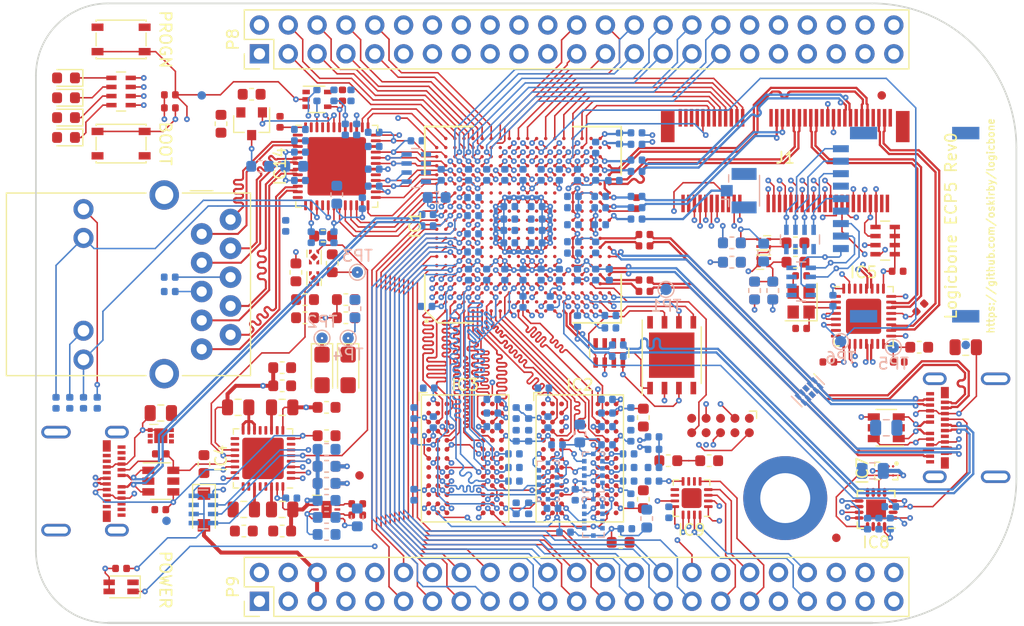
<source format=kicad_pcb>
(kicad_pcb (version 20171130) (host pcbnew "(5.1.12)-1")
  (title_block (title "Logicbone ECP5") (date 2020-06-27) (rev rev0) (company https://github.com/oskirby/logicbone) (comment 3 "Licensed under CERN OHL v1.2") (comment 4 "Designed by Owen Kirby"))
  (layers (0 F.Cu signal) (1 Gnd1.Cu power) (2 Sig1.Cu signal) (3 Pwr1.Cu power) (4 Gnd2.Cu power) (5 Sig2.Cu signal) (6 Gnd3.Cu power) (31 B.Cu signal) (34 B.Paste user hide) (35 F.Paste user hide) (36 B.SilkS user hide) (37 F.SilkS user hide) (38 B.Mask user hide) (39 F.Mask user hide) (44 Edge.Cuts user))
  (net 0 "")
  (net 1 GND)
  (net 2 +3V3)
  (net 3 VBUS)
  (net 4 "Net-(C108-Pad1)")
  (net 5 "Net-(C109-Pad1)")
  (net 6 "Net-(C110-Pad1)")
  (net 7 "Net-(C111-Pad1)")
  (net 8 "Net-(C112-Pad1)")
  (net 9 "Net-(C113-Pad1)")
  (net 10 "Net-(C114-Pad1)")
  (net 11 "Net-(C115-Pad1)")
  (net 12 VDDR)
  (net 13 VCORE)
  (net 14 VCCAUX)
  (net 15 VCCAUXTRX)
  (net 16 VCCTRX)
  (net 17 VCCTRXA)
  (net 18 "/FPGA SERDES/VCCTRX1")
  (net 19 /Ethernet/ETH_1V2)
  (net 20 /Ethernet/ETH_AVDDL)
  (net 21 "Net-(C318-Pad1)")
  (net 22 "Net-(C319-Pad1)")
  (net 23 "/DDR3 Power/VDDR_CORE")
  (net 24 "/DDR3 Power/VDDR_IO")
  (net 25 VTT)
  (net 26 "/FPGA Memory/DDR3_VREF")
  (net 27 "Net-(C469-Pad1)")
  (net 28 "/FPGA Power/VCCA0")
  (net 29 "/FPGA Power/VCCA1")
  (net 30 "/FPGA Memory/DDR3_DQ6")
  (net 31 "/FPGA Memory/DDR3_DQ1")
  (net 32 "/FPGA Memory/~DDR3_CAS")
  (net 33 "/FPGA Memory/DDR3_DM1")
  (net 34 "/FPGA Memory/DDR3_A9")
  (net 35 "/FPGA Memory/DDR3_A11")
  (net 36 "/FPGA Memory/DDR3_A15")
  (net 37 "/FPGA Memory/DDR3_A14")
  (net 38 "/FPGA Memory/DDR3_A12")
  (net 39 "/Exp Headers/SCL")
  (net 40 "/Exp Headers/SDA")
  (net 41 "/Exp Headers/P9_GPIO11")
  (net 42 "/FPGA Memory/DDR3_DQ0")
  (net 43 "/FPGA Memory/DDR3_DM0")
  (net 44 "/FPGA Memory/DDR3_BA2")
  (net 45 "/FPGA Memory/DDR3_A8")
  (net 46 "/FPGA Memory/DDR3_A10")
  (net 47 "/FPGA Memory/DDR3_A13")
  (net 48 "/Exp Headers/P9_GPIO12")
  (net 49 "/FPGA Memory/DDR3_DQ7")
  (net 50 "/FPGA Memory/DDR3_DQ3")
  (net 51 "/FPGA Memory/DDR3_DQ5")
  (net 52 "/FPGA Memory/~DDR3_RAS")
  (net 53 "/FPGA Memory/~DDR3_WE")
  (net 54 "/FPGA Memory/DDR3_BA0")
  (net 55 "/FPGA Memory/DDR3_BA1")
  (net 56 "/FPGA Memory/DDR3_A7")
  (net 57 "/FPGA Memory/DDR3_A6")
  (net 58 "/FPGA Memory/DDR3_A4")
  (net 59 "/FPGA Memory/DDR3_A5")
  (net 60 "/Exp Headers/P9_GPIO14")
  (net 61 "/Exp Headers/P9_GPIO13")
  (net 62 "/FPGA Memory/DDR3_DQ2")
  (net 63 "/FPGA Memory/DDR3_DQ4")
  (net 64 "/FPGA Memory/~DDR3_CS")
  (net 65 "/FPGA Memory/DDR3_DQ9")
  (net 66 "/FPGA Memory/DDR3_DQ12")
  (net 67 "/FPGA Memory/DDR3_DQ15")
  (net 68 "/FPGA Memory/DDR3_A0")
  (net 69 /Ethernet/~SYS_RESET)
  (net 70 "/Exp Headers/P9_GPIO23")
  (net 71 "/Exp Headers/P9_GPIO16")
  (net 72 "/Exp Headers/P9_GPIO15")
  (net 73 "/FPGA Memory/DDR3_DQ8")
  (net 74 "/FPGA Memory/DDR3_DQ13")
  (net 75 "/FPGA Memory/~DDR3_RST")
  (net 76 "/FPGA Memory/DDR3_A2")
  (net 77 "/Exp Headers/P9_GPIO24")
  (net 78 "/Exp Headers/P9_GPIO22")
  (net 79 "/Exp Headers/P9_GPIO21")
  (net 80 "/Exp Headers/P9_GPIO18")
  (net 81 "/Exp Headers/P9_GPIO17")
  (net 82 "/FPGA Memory/DDR3_DQ10")
  (net 83 "/FPGA Memory/DDR3_DQ11")
  (net 84 "/FPGA Memory/DDR3_DQ14")
  (net 85 "/FPGA Memory/DDR3_CKE")
  (net 86 "/FPGA Memory/DDR3_A1")
  (net 87 "/FPGA Memory/DDR3_A3")
  (net 88 "/Exp Headers/P9_GPIO25")
  (net 89 "/Exp Headers/P9_GPIO27")
  (net 90 "/Exp Headers/P9_GPIO42")
  (net 91 "/Exp Headers/P9_SPI_SCLK")
  (net 92 "/Exp Headers/~P9_SPI_CSEL")
  (net 93 "/Exp Headers/P9_GPIO26")
  (net 94 "/Exp Headers/P9_SPI_D0")
  (net 95 "/Exp Headers/P9_SPI_D1")
  (net 96 "/Exp Headers/ADC_MOSI")
  (net 97 "/Exp Headers/ADC_MISO")
  (net 98 "/Exp Headers/ADC_SCLK")
  (net 99 "/Exp Headers/~ADC_CSEL")
  (net 100 "/Exp Headers/P9_CLKOUT")
  (net 101 "/Exp Headers/P8_LVDS4p")
  (net 102 "/Exp Headers/P8_LVDS3p")
  (net 103 "/Exp Headers/P8_LVDS2p")
  (net 104 "/Exp Headers/P8_LVDS1p")
  (net 105 "/Exp Headers/P8_LVDS5p")
  (net 106 "/Exp Headers/P8_LVDS4n")
  (net 107 "/Exp Headers/P8_LVDS3n")
  (net 108 "/Exp Headers/P8_LVDS2n")
  (net 109 "/Exp Headers/P8_LVDS1n")
  (net 110 "/Exp Headers/P8_LVDS5n")
  (net 111 "/Exp Headers/P8_LVDS8p")
  (net 112 "/Exp Headers/P8_LVDS7p")
  (net 113 "/Exp Headers/P8_LVDS7n")
  (net 114 "/Exp Headers/P8_LVDS6p")
  (net 115 "/Exp Headers/P8_LVDS6n")
  (net 116 "/Exp Headers/P8_LVDS8n")
  (net 117 "/Exp Headers/P8_LVDS9p")
  (net 118 "/Exp Headers/P8_LVDS9n")
  (net 119 "/Exp Headers/P8_LVDS10p")
  (net 120 "/Exp Headers/P8_LVDS10n")
  (net 121 "/Exp Headers/P8_LVDS14p")
  (net 122 "/Exp Headers/P8_LVDS11p")
  (net 123 "/Exp Headers/P8_LVDS11n")
  (net 124 "/Exp Headers/P8_LVDS14n")
  (net 125 "/Exp Headers/P8_LVDS13n")
  (net 126 "/Exp Headers/P8_LVDS13p")
  (net 127 "/Exp Headers/P8_LVDS12n")
  (net 128 "/Exp Headers/P8_LVDS12p")
  (net 129 "/Exp Headers/P8_LVDS15p")
  (net 130 "/Exp Headers/P8_LVDS16p")
  (net 131 "/Exp Headers/P8_LVDS16n")
  (net 132 /Ethernet/~ETH_INT)
  (net 133 /Ethernet/ETH_TXD0)
  (net 134 /Ethernet/ETH_TXD1)
  (net 135 /Ethernet/ETH_RXD2)
  (net 136 /Ethernet/ETH_TXCLK)
  (net 137 "/FPGA SERDES/M2_RXD")
  (net 138 "/FPGA SERDES/M2_COEX2")
  (net 139 "/Exp Headers/P8_LVDS15n")
  (net 140 /Ethernet/MDIO_DATA)
  (net 141 /Ethernet/~ETH_RESET)
  (net 142 /Ethernet/ETH_RXD0)
  (net 143 /Ethernet/ETH_TXD3)
  (net 144 /Ethernet/ETH_TXCTL)
  (net 145 "/FPGA SERDES/M2_CTS")
  (net 146 "/FPGA SERDES/M2_COEX3")
  (net 147 /Ethernet/LED_USER1)
  (net 148 /Ethernet/MDIO_CLK)
  (net 149 /Ethernet/ETH_TXD2)
  (net 150 /Ethernet/ETH_RXD1)
  (net 151 /Ethernet/ETH_RXCLK)
  (net 152 /Ethernet/ETH_RXCTL)
  (net 153 /Ethernet/ETH_RXD3)
  (net 154 "/FPGA SERDES/M2_RTS")
  (net 155 "/FPGA SERDES/M2_TXD")
  (net 156 "/FPGA SERDES/M2_COEX1")
  (net 157 /Ethernet/LED_USER4)
  (net 158 /Ethernet/LED_USER2)
  (net 159 "/FPGA SERDES/M2_SDIO_DATA0")
  (net 160 "/FPGA SERDES/M2_SDIO_DATA1")
  (net 161 "/FPGA SERDES/M2_PCM_OUT")
  (net 162 "/FPGA SERDES/M2_PCM_IN")
  (net 163 /Ethernet/ETH_REFCLK)
  (net 164 "/FPGA SERDES/M2_SDIO_CLK")
  (net 165 "/FPGA SERDES/M2_SDIO_DATA2")
  (net 166 "/FPGA SERDES/M2_PCM_SYNC")
  (net 167 "/FPGA SERDES/~M2_WDIS1")
  (net 168 "/FPGA SERDES/~PCIE_WAKE0")
  (net 169 "/FPGA SERDES/M2_VEND1")
  (net 170 /Ethernet/LED_USER3)
  (net 171 "/FPGA SERDES/M2_SDIO_CMD")
  (net 172 "/FPGA SERDES/~M2_SDIO_WAKE")
  (net 173 "/FPGA SERDES/~M2_SDIO_RESET")
  (net 174 "/FPGA SERDES/M2_SDIO_DATA3")
  (net 175 "/FPGA SERDES/M2_PCM_CLK")
  (net 176 "/FPGA SERDES/~M2_WDIS2")
  (net 177 "/FPGA SERDES/~PCIE_WAKE1")
  (net 178 "/FPGA SERDES/~M2_ALERT")
  (net 179 "/FPGA SERDES/M2_VEND0")
  (net 180 "/FPGA SERDES/M2_VEND2")
  (net 181 "Net-(IC4-Pad11)")
  (net 182 /Ethernet/25M_REFCLK)
  (net 183 "Net-(IC5-Pad12)")
  (net 184 "/FPGA SERDES/~PCIE_CLKREQ0")
  (net 185 "/FPGA SERDES/~PCIE_CLKREQ1")
  (net 186 "Net-(IC5-Pad29)")
  (net 187 "Net-(IC5-Pad32)")
  (net 188 "/Exp Headers/PWR_BUTTON")
  (net 189 "/Exp Headers/P9_AIN0")
  (net 190 "/Exp Headers/P9_AIN1")
  (net 191 "/Exp Headers/P9_AIN2")
  (net 192 "/Exp Headers/P9_AIN3")
  (net 193 "/Exp Headers/P9_AIN4")
  (net 194 "/Exp Headers/P9_AIN5")
  (net 195 "/Exp Headers/P9_AIN6")
  (net 196 "Net-(IC13-Pad7)")
  (net 197 "Net-(IC13-Pad9)")
  (net 198 /Ethernet/ETH_TRXD1P)
  (net 199 /Ethernet/ETH_TRXD1N)
  (net 200 /Ethernet/ETH_TRXD2P)
  (net 201 /Ethernet/ETH_TRXD2N)
  (net 202 /Ethernet/ETH_TRXD3P)
  (net 203 /Ethernet/ETH_TRXD3N)
  (net 204 /Ethernet/ETH_TRXD4P)
  (net 205 /Ethernet/ETH_TRXD4N)
  (net 206 "Net-(IC14-Pad13)")
  (net 207 /Ethernet/ETH_LED_L)
  (net 208 /Ethernet/ETH_LED_R)
  (net 209 "Net-(IC14-Pad45)")
  (net 210 "Net-(IC14-Pad47)")
  (net 211 "Net-(IC14-Pad48)")
  (net 212 "Net-(J1-Pad64)")
  (net 213 "Net-(J3-PadL1)")
  (net 214 "Net-(J3-PadL3)")
  (net 215 "/FPGA Memory/DDR3_DQS0-")
  (net 216 "/FPGA Memory/DDR3_DQS0+")
  (net 217 "/FPGA Memory/DDR3_DQS1-")
  (net 218 "/FPGA Memory/DDR3_DQS1+")
  (net 219 "/FPGA Memory/DDR3_CK+")
  (net 220 "/FPGA Memory/DDR3_CK-")
  (net 221 "Net-(IC1-PadL3)")
  (net 222 "Net-(IC1-PadM5)")
  (net 223 /Ethernet/MMC_CMD)
  (net 224 "Net-(IC1-PadW10)")
  (net 225 "Net-(IC1-PadW11)")
  (net 226 "Net-(IC1-PadK16)")
  (net 227 "Net-(IC1-PadK17)")
  (net 228 "Net-(IC2-PadH9)")
  (net 229 "Net-(IC2-PadH8)")
  (net 230 "Net-(IC2-PadH1)")
  (net 231 "Net-(IC2-PadF9)")
  (net 232 "Net-(IC2-PadF1)")
  (net 233 "Net-(IC2-PadB7)")
  (net 234 "Net-(IC2-PadA3)")
  (net 235 "Net-(IC3-PadA3)")
  (net 236 "Net-(IC3-PadB7)")
  (net 237 "Net-(IC3-PadF1)")
  (net 238 "Net-(IC3-PadF9)")
  (net 239 "Net-(IC3-PadH1)")
  (net 240 "Net-(IC3-PadH8)")
  (net 241 "Net-(IC3-PadH9)")
  (net 242 /Ethernet/MMC_DET)
  (net 243 /Ethernet/MMC_DAT0)
  (net 244 /Ethernet/MMC_DAT1)
  (net 245 /Ethernet/MMC_CLK)
  (net 246 /Ethernet/MMC_DAT3)
  (net 247 /Ethernet/MMC_DAT2)
  (net 248 "Net-(P8-Pad21)")
  (net 249 "Net-(P8-Pad20)")
  (net 250 "Net-(P8-Pad19)")
  (net 251 "Net-(IC1-PadH3)")
  (net 252 "Net-(IC1-PadE12)")
  (net 253 "Net-(IC1-PadY12)")
  (net 254 "Net-(IC1-PadL5)")
  (net 255 "Net-(IC1-PadP2)")
  (net 256 "Net-(IC1-PadJ4)")
  (net 257 "Net-(IC1-PadP5)")
  (net 258 "Net-(IC1-PadD11)")
  (net 259 "Net-(IC1-PadL2)")
  (net 260 "/FPGA SERDES/SERDES_REFCLK-")
  (net 261 "/FPGA SERDES/SERDES_REFCLK+")
  (net 262 "/FPGA SERDES/PCIE_TX1-")
  (net 263 "/FPGA SERDES/PCIE_TX1+")
  (net 264 "/FPGA SERDES/PCIE_TX0+")
  (net 265 "/FPGA SERDES/PCIE_RX0+")
  (net 266 "/FPGA SERDES/PCIE_RX0-")
  (net 267 "/FPGA SERDES/FPGA_REFCLK+")
  (net 268 "/FPGA SERDES/PCIE_RX1+")
  (net 269 "/FPGA SERDES/FPGA_REFCLK-")
  (net 270 "/FPGA SERDES/PCIE_RX1-")
  (net 271 "/FPGA SERDES/PCIE_REFCLK0+")
  (net 272 "/FPGA SERDES/PCIE_REFCLK0-")
  (net 273 "/FPGA SERDES/PCIE_REFCLK1+")
  (net 274 "/FPGA SERDES/PCIE_REFCLK1-")
  (net 275 "/FPGA SERDES/PCIE_TX0-")
  (net 276 "/FPGA SERDES/~PCIE_RESET0")
  (net 277 "/FPGA SERDES/~PCIE_RESET1")
  (net 278 "/FPGA SERDES/~M2_UART_WAKE")
  (net 279 "/FPGA SERDES/M2_SUSCLK")
  (net 280 "Net-(IC1-PadC9)")
  (net 281 "Net-(IC1-PadE7)")
  (net 282 "Net-(J2-PadB8)")
  (net 283 "Net-(J2-PadA8)")
  (net 284 /Ethernet/FPGA_USB+)
  (net 285 /Ethernet/FPGA_USB-)
  (net 286 /Ethernet/FPGA_USB_PULL)
  (net 287 VCC1V8)
  (net 288 VCC3V3)
  (net 289 "Net-(IC4-Pad14)")
  (net 290 "Net-(IC4-Pad27)")
  (net 291 "Net-(IC4-Pad30)")
  (net 292 "Net-(IC1-PadB12)")
  (net 293 "Net-(IC1-PadC12)")
  (net 294 /Ethernet/ETH_LDO)
  (net 295 "Net-(IC1-PadN4)")
  (net 296 "/Exp Headers/SPARE_YY")
  (net 297 "/Exp Headers/SPARE_XX")
  (net 298 "Net-(P8-Pad17)")
  (net 299 "Net-(P8-Pad16)")
  (net 300 "Net-(P8-Pad15)")
  (net 301 "Net-(P8-Pad14)")
  (net 302 "Net-(P8-Pad13)")
  (net 303 "Net-(P8-Pad12)")
  (net 304 "Net-(P8-Pad11)")
  (net 305 "/FPGA Power/PMIC_SEQ")
  (net 306 "/FPGA Power/PMIC_PG1")
  (net 307 "/FPGA Power/PMIC_ENABLE")
  (net 308 "Net-(RN7-Pad3)")
  (net 309 "Net-(IC1-PadN1)")
  (net 310 "/FPGA SERDES/M2_USB+")
  (net 311 "/FPGA SERDES/M2_USB-")
  (net 312 "Net-(D2-Pad1)")
  (net 313 "Net-(D3-Pad1)")
  (net 314 "Net-(D4-Pad1)")
  (net 315 "Net-(D5-Pad1)")
  (net 316 "Net-(IC1-PadR16)")
  (net 317 "/FPGA Power/PGOOD")
  (net 318 "Net-(J5-PadA8)")
  (net 319 "Net-(J5-PadB8)")
  (net 320 "Net-(J2-PadB10)")
  (net 321 "Net-(J2-PadB11)")
  (net 322 "Net-(J2-PadB3)")
  (net 323 "Net-(J2-PadB2)")
  (net 324 "Net-(J2-PadA11)")
  (net 325 "Net-(J2-PadA10)")
  (net 326 "Net-(J2-PadA3)")
  (net 327 "Net-(J2-PadA2)")
  (net 328 "/USB and Programming/VCCTRX0")
  (net 329 "/USB and Programming/~FPGA_INIT")
  (net 330 "/FPGA Power/USB_UFP_CC1")
  (net 331 "/FPGA Power/USB_UFP_CC2")
  (net 332 "/USB and Programming/USB_DFP_CC2")
  (net 333 "/USB and Programming/FLASH_D3")
  (net 334 "/USB and Programming/~FLASH_CSEL")
  (net 335 "/USB and Programming/~USB_INT")
  (net 336 "/USB and Programming/FLASH_MISO")
  (net 337 "/USB and Programming/FLASH_MOSI")
  (net 338 "/USB and Programming/FLASH_D2")
  (net 339 "/USB and Programming/FLASH_SCLK")
  (net 340 "/USB and Programming/FPGA_DONE")
  (net 341 "/USB and Programming/FPGA_TDO")
  (net 342 "/USB and Programming/USBSS_TX1+")
  (net 343 "/USB and Programming/FPGA_TDI")
  (net 344 "/USB and Programming/FPGA_TCK")
  (net 345 "/USB and Programming/FPGA_TMS")
  (net 346 "/USB and Programming/USBSS_TX1-")
  (net 347 "/USB and Programming/USBSS_RX1+")
  (net 348 "/USB and Programming/USBSS_RX1-")
  (net 349 "/USB and Programming/USBSS_RX2+")
  (net 350 "/USB and Programming/USBSS_TX2+")
  (net 351 "/USB and Programming/USBSS_RX2-")
  (net 352 "/USB and Programming/USBSS_TX2-")
  (net 353 "Net-(IC6-Pad3)")
  (net 354 "/USB and Programming/USB_DFP_CC1")
  (net 355 "/USB and Programming/USB_DFP_PULL")
  (net 356 "/USB and Programming/USB_DFP_VBUS")
  (net 357 "/USB and Programming/USB_ORIENT")
  (net 358 "Net-(IC8-Pad5)")
  (net 359 "Net-(IC8-Pad8)")
  (net 360 "Net-(IC8-Pad9)")
  (net 361 "/USB and Programming/DFP_SOURCE_EN")
  (net 362 "Net-(IC8-Pad14)")
  (net 363 "Net-(IC8-Pad16)")
  (net 364 "Net-(IC7-PadD2)")
  (net 365 "Net-(IC7-PadD1)")
  (net 366 "Net-(C116-Pad1)")
  (net 367 "Net-(C117-Pad1)")
  (net 368 "Net-(IC9-Pad6)")
  (net 369 "Net-(RN8-Pad8)")
  (net 370 "/USB and Programming/USBC_DFP+")
  (net 371 "/USB and Programming/USBC_DFP-")
  (net 372 "/USB and Programming/FPGA_USB_DFP+")
  (net 373 "/USB and Programming/FPGA_USB_DFP-")
  (net 374 "Net-(J4-Pad7)")
  (net 375 "Net-(C101-Pad1)")
  (net 376 "Net-(C102-Pad2)")
  (net 377 "Net-(C103-Pad1)")
  (net 378 "Net-(C105-Pad1)")
  (net 379 "Net-(C106-Pad1)")
  (net 380 "Net-(C107-Pad1)")
  (net 381 "Net-(C119-Pad1)")
  (net 382 "/USB and Programming/EXT_REFCLK")
  (net 383 "Net-(C124-Pad1)")
  (net 384 "/Exp Headers/CAPE_5V")
  (net 385 "Net-(IC1-PadN3)")
  (net 386 "/FPGA Memory/DDR3_ODT")
  (module Package_BGA:FBGA-78_7.5x11mm_Layout2x3x13_P0.8mm (layer F.Cu) (at 137.8 85.5)
    (fp_text reference IC3 (at 0 -6.48) (layer F.SilkS))
    (fp_text value DDR3-TFBGA78)
    (pad A1 smd circle (at -3.2 -4.8) (size 0.42 0.42) (layers F.Cu F.Paste F.Mask))
    (pad A2 smd circle (at -2.4 -4.8) (size 0.42 0.42) (layers F.Cu F.Paste F.Mask) (net 23 "/DDR3 Power/VDDR_CORE"))
    (pad A3 smd circle (at -1.6 -4.8) (size 0.42 0.42) (layers F.Cu F.Paste F.Mask))
    (pad A7 smd circle (at 1.6 -4.8) (size 0.42 0.42) (layers F.Cu F.Paste F.Mask) (net 33 "/FPGA Memory/DDR3_DM1"))
    (pad A8 smd circle (at 2.4 -4.8) (size 0.42 0.42) (layers F.Cu F.Paste F.Mask))
    (pad A9 smd circle (at 3.2 -4.8) (size 0.42 0.42) (layers F.Cu F.Paste F.Mask) (net 23 "/DDR3 Power/VDDR_CORE"))
    (pad B1 smd circle (at -3.2 -4) (size 0.42 0.42) (layers F.Cu F.Paste F.Mask))
    (pad B2 smd circle (at -2.4 -4) (size 0.42 0.42) (layers F.Cu F.Paste F.Mask))
    (pad B3 smd circle (at -1.6 -4) (size 0.42 0.42) (layers F.Cu F.Paste F.Mask) (net 73 "/FPGA Memory/DDR3_DQ8"))
    (pad B7 smd circle (at 1.6 -4) (size 0.42 0.42) (layers F.Cu F.Paste F.Mask))
    (pad B8 smd circle (at 2.4 -4) (size 0.42 0.42) (layers F.Cu F.Paste F.Mask))
    (pad B9 smd circle (at 3.2 -4) (size 0.42 0.42) (layers F.Cu F.Paste F.Mask) (net 24 "/DDR3 Power/VDDR_IO"))
    (pad C1 smd circle (at -3.2 -3.2) (size 0.42 0.42) (layers F.Cu F.Paste F.Mask) (net 24 "/DDR3 Power/VDDR_IO"))
    (pad C2 smd circle (at -2.4 -3.2) (size 0.42 0.42) (layers F.Cu F.Paste F.Mask) (net 82 "/FPGA Memory/DDR3_DQ10"))
    (pad C7 smd circle (at 1.6 -3.2) (size 0.42 0.42) (layers F.Cu F.Paste F.Mask) (net 65 "/FPGA Memory/DDR3_DQ9"))
    (pad C8 smd circle (at 2.4 -3.2) (size 0.42 0.42) (layers F.Cu F.Paste F.Mask) (net 83 "/FPGA Memory/DDR3_DQ11"))
    (pad C9 smd circle (at 3.2 -3.2) (size 0.42 0.42) (layers F.Cu F.Paste F.Mask))
    (pad D1 smd circle (at -3.2 -2.4) (size 0.42 0.42) (layers F.Cu F.Paste F.Mask))
    (pad D2 smd circle (at -2.4 -2.4) (size 0.42 0.42) (layers F.Cu F.Paste F.Mask) (net 84 "/FPGA Memory/DDR3_DQ14"))
    (pad D7 smd circle (at 1.6 -2.4) (size 0.42 0.42) (layers F.Cu F.Paste F.Mask) (net 23 "/DDR3 Power/VDDR_CORE"))
    (pad D8 smd circle (at 2.4 -2.4) (size 0.42 0.42) (layers F.Cu F.Paste F.Mask))
    (pad D9 smd circle (at 3.2 -2.4) (size 0.42 0.42) (layers F.Cu F.Paste F.Mask))
    (pad E1 smd circle (at -3.2 -1.6) (size 0.42 0.42) (layers F.Cu F.Paste F.Mask) (net 26 "/FPGA Memory/DDR3_VREF"))
    (pad E2 smd circle (at -2.4 -1.6) (size 0.42 0.42) (layers F.Cu F.Paste F.Mask) (net 24 "/DDR3 Power/VDDR_IO"))
    (pad E3 smd circle (at -1.6 -1.6) (size 0.42 0.42) (layers F.Cu F.Paste F.Mask) (net 66 "/FPGA Memory/DDR3_DQ12"))
    (pad E7 smd circle (at 1.6 -1.6) (size 0.42 0.42) (layers F.Cu F.Paste F.Mask) (net 67 "/FPGA Memory/DDR3_DQ15"))
    (pad E8 smd circle (at 2.4 -1.6) (size 0.42 0.42) (layers F.Cu F.Paste F.Mask) (net 74 "/FPGA Memory/DDR3_DQ13"))
    (pad E9 smd circle (at 3.2 -1.6) (size 0.42 0.42) (layers F.Cu F.Paste F.Mask) (net 24 "/DDR3 Power/VDDR_IO"))
    (pad F1 smd circle (at -3.2 -0.8) (size 0.42 0.42) (layers F.Cu F.Paste F.Mask))
    (pad F2 smd circle (at -2.4 -0.8) (size 0.42 0.42) (layers F.Cu F.Paste F.Mask))
    (pad F3 smd circle (at -1.6 -0.8) (size 0.42 0.42) (layers F.Cu F.Paste F.Mask) (net 52 "/FPGA Memory/~DDR3_RAS"))
    (pad F7 smd circle (at 1.6 -0.8) (size 0.42 0.42) (layers F.Cu F.Paste F.Mask) (net 219 "/FPGA Memory/DDR3_CK+"))
    (pad F8 smd circle (at 2.4 -0.8) (size 0.42 0.42) (layers F.Cu F.Paste F.Mask))
    (pad F9 smd circle (at 3.2 -0.8) (size 0.42 0.42) (layers F.Cu F.Paste F.Mask))
    (pad G1 smd circle (at -3.2 0) (size 0.42 0.42) (layers F.Cu F.Paste F.Mask) (net 386 "/FPGA Memory/DDR3_ODT"))
    (pad G2 smd circle (at -2.4 0) (size 0.42 0.42) (layers F.Cu F.Paste F.Mask) (net 23 "/DDR3 Power/VDDR_CORE"))
    (pad G3 smd circle (at -1.6 0) (size 0.42 0.42) (layers F.Cu F.Paste F.Mask) (net 32 "/FPGA Memory/~DDR3_CAS"))
    (pad G7 smd circle (at 1.6 0) (size 0.42 0.42) (layers F.Cu F.Paste F.Mask) (net 220 "/FPGA Memory/DDR3_CK-"))
    (pad G8 smd circle (at 2.4 0) (size 0.42 0.42) (layers F.Cu F.Paste F.Mask) (net 23 "/DDR3 Power/VDDR_CORE"))
    (pad G9 smd circle (at 3.2 0) (size 0.42 0.42) (layers F.Cu F.Paste F.Mask) (net 85 "/FPGA Memory/DDR3_CKE"))
    (pad H1 smd circle (at -3.2 0.8) (size 0.42 0.42) (layers F.Cu F.Paste F.Mask))
    (pad H2 smd circle (at -2.4 0.8) (size 0.42 0.42) (layers F.Cu F.Paste F.Mask) (net 64 "/FPGA Memory/~DDR3_CS"))
    (pad H3 smd circle (at -1.6 0.8) (size 0.42 0.42) (layers F.Cu F.Paste F.Mask) (net 53 "/FPGA Memory/~DDR3_WE"))
    (pad H7 smd circle (at 1.6 0.8) (size 0.42 0.42) (layers F.Cu F.Paste F.Mask) (net 46 "/FPGA Memory/DDR3_A10"))
    (pad H8 smd circle (at 2.4 0.8) (size 0.42 0.42) (layers F.Cu F.Paste F.Mask) (net 240 "Net-(IC3-PadH8)"))
    (pad H9 smd circle (at 3.2 0.8) (size 0.42 0.42) (layers F.Cu F.Paste F.Mask))
    (pad J1 smd circle (at -3.2 1.6) (size 0.42 0.42) (layers F.Cu F.Paste F.Mask))
    (pad J2 smd circle (at -2.4 1.6) (size 0.42 0.42) (layers F.Cu F.Paste F.Mask) (net 54 "/FPGA Memory/DDR3_BA0"))
    (pad J3 smd circle (at -1.6 1.6) (size 0.42 0.42) (layers F.Cu F.Paste F.Mask) (net 44 "/FPGA Memory/DDR3_BA2"))
    (pad J7 smd circle (at 1.6 1.6) (size 0.42 0.42) (layers F.Cu F.Paste F.Mask) (net 36 "/FPGA Memory/DDR3_A15"))
    (pad J8 smd circle (at 2.4 1.6) (size 0.42 0.42) (layers F.Cu F.Paste F.Mask) (net 26 "/FPGA Memory/DDR3_VREF"))
    (pad J9 smd circle (at 3.2 1.6) (size 0.42 0.42) (layers F.Cu F.Paste F.Mask))
    (pad K1 smd circle (at -3.2 2.4) (size 0.42 0.42) (layers F.Cu F.Paste F.Mask) (net 23 "/DDR3 Power/VDDR_CORE"))
    (pad K2 smd circle (at -2.4 2.4) (size 0.42 0.42) (layers F.Cu F.Paste F.Mask) (net 87 "/FPGA Memory/DDR3_A3"))
    (pad K3 smd circle (at -1.6 2.4) (size 0.42 0.42) (layers F.Cu F.Paste F.Mask) (net 68 "/FPGA Memory/DDR3_A0"))
    (pad K7 smd circle (at 1.6 2.4) (size 0.42 0.42) (layers F.Cu F.Paste F.Mask) (net 38 "/FPGA Memory/DDR3_A12"))
    (pad K8 smd circle (at 2.4 2.4) (size 0.42 0.42) (layers F.Cu F.Paste F.Mask) (net 55 "/FPGA Memory/DDR3_BA1"))
    (pad K9 smd circle (at 3.2 2.4) (size 0.42 0.42) (layers F.Cu F.Paste F.Mask) (net 23 "/DDR3 Power/VDDR_CORE"))
    (pad L1 smd circle (at -3.2 3.2) (size 0.42 0.42) (layers F.Cu F.Paste F.Mask))
    (pad L2 smd circle (at -2.4 3.2) (size 0.42 0.42) (layers F.Cu F.Paste F.Mask) (net 59 "/FPGA Memory/DDR3_A5"))
    (pad L3 smd circle (at -1.6 3.2) (size 0.42 0.42) (layers F.Cu F.Paste F.Mask) (net 76 "/FPGA Memory/DDR3_A2"))
    (pad L7 smd circle (at 1.6 3.2) (size 0.42 0.42) (layers F.Cu F.Paste F.Mask) (net 86 "/FPGA Memory/DDR3_A1"))
    (pad L8 smd circle (at 2.4 3.2) (size 0.42 0.42) (layers F.Cu F.Paste F.Mask) (net 58 "/FPGA Memory/DDR3_A4"))
    (pad L9 smd circle (at 3.2 3.2) (size 0.42 0.42) (layers F.Cu F.Paste F.Mask))
    (pad M1 smd circle (at -3.2 4) (size 0.42 0.42) (layers F.Cu F.Paste F.Mask) (net 23 "/DDR3 Power/VDDR_CORE"))
    (pad M2 smd circle (at -2.4 4) (size 0.42 0.42) (layers F.Cu F.Paste F.Mask) (net 56 "/FPGA Memory/DDR3_A7"))
    (pad M3 smd circle (at -1.6 4) (size 0.42 0.42) (layers F.Cu F.Paste F.Mask) (net 34 "/FPGA Memory/DDR3_A9"))
    (pad M7 smd circle (at 1.6 4) (size 0.42 0.42) (layers F.Cu F.Paste F.Mask) (net 35 "/FPGA Memory/DDR3_A11"))
    (pad M8 smd circle (at 2.4 4) (size 0.42 0.42) (layers F.Cu F.Paste F.Mask) (net 57 "/FPGA Memory/DDR3_A6"))
    (pad M9 smd circle (at 3.2 4) (size 0.42 0.42) (layers F.Cu F.Paste F.Mask) (net 23 "/DDR3 Power/VDDR_CORE"))
    (pad N1 smd circle (at -3.2 4.8) (size 0.42 0.42) (layers F.Cu F.Paste F.Mask))
    (pad N2 smd circle (at -2.4 4.8) (size 0.42 0.42) (layers F.Cu F.Paste F.Mask) (net 75 "/FPGA Memory/~DDR3_RST"))
    (pad N3 smd circle (at -1.6 4.8) (size 0.42 0.42) (layers F.Cu F.Paste F.Mask) (net 47 "/FPGA Memory/DDR3_A13"))
    (pad N7 smd circle (at 1.6 4.8) (size 0.42 0.42) (layers F.Cu F.Paste F.Mask) (net 37 "/FPGA Memory/DDR3_A14"))
    (pad N8 smd circle (at 2.4 4.8) (size 0.42 0.42) (layers F.Cu F.Paste F.Mask) (net 45 "/FPGA Memory/DDR3_A8"))
    (pad N9 smd circle (at 3.2 4.8) (size 0.42 0.42) (layers F.Cu F.Paste F.Mask))
    (pad C3 smd circle (at -1.6 -3.2) (size 0.42 0.42) (layers F.Cu F.Paste F.Mask) (net 218 "/FPGA Memory/DDR3_DQS1+"))
    (pad D3 smd circle (at -1.6 -2.4) (size 0.42 0.42) (layers F.Cu F.Paste F.Mask) (net 217 "/FPGA Memory/DDR3_DQS1-"))
  )
  (module Logicbone:DFN6_1.6x2mm (layer F.Cu) (at 111 83.5)
    (fp_text reference IC6 hide)
    (fp_text value NCP349 hide)
    (pad 7 smd rect (at 0 0) (size 1.15 1.3) (layers F.Cu F.Paste F.Mask) (net 381 "Net-(C119-Pad1)"))
    (pad 6 smd rect (at 0.935 -0.5) (size 0.43 0.36) (layers F.Cu F.Paste F.Mask))
    (pad 5 smd rect (at 0.935 0) (size 0.43 0.36) (layers F.Cu F.Paste F.Mask))
    (pad 4 smd rect (at 0.935 0.5) (size 0.43 0.36) (layers F.Cu F.Paste F.Mask))
    (pad 3 smd rect (at -0.935 0.5) (size 0.43 0.36) (layers F.Cu F.Paste F.Mask))
    (pad 2 smd rect (at -0.935 0) (size 0.43 0.36) (layers F.Cu F.Paste F.Mask))
    (pad 1 smd rect (at -0.935 -0.5) (size 0.43 0.36) (layers F.Cu F.Paste F.Mask) (net 381 "Net-(C119-Pad1)"))
  )
  (module Logicbone:Molex-1054500101 (layer F.Cu) (at 107.13 87.5 270)
    (fp_text reference J2 hide)
    (fp_text value USB_C_Receptacle hide)
    (pad S1 thru_hole oval (at 4.32 5.36 270) (size 1.1 2.6) (drill oval 0.6 2.1) (layers *.Cu *.Mask))
    (pad S1 thru_hole oval (at -4.32 5.36 270) (size 1.1 2.6) (drill oval 0.6 2.1) (layers *.Cu *.Mask))
    (pad S1 thru_hole oval (at 4.32 0 270) (size 1.1 2.1) (drill oval 0.6 1.6) (layers *.Cu *.Mask))
    (pad S1 thru_hole oval (at -4.32 0 270) (size 1.1 2.1) (drill oval 0.6 1.6) (layers *.Cu *.Mask))
    (pad A12 smd rect (at 3 -0.41 270) (size 0.3 0.7) (layers F.Cu F.Paste F.Mask))
    (pad A1 smd rect (at -3 -0.41 270) (size 0.3 0.7) (layers F.Cu F.Paste F.Mask))
    (pad A2 smd rect (at -2.5 -0.41 270) (size 0.3 0.7) (layers F.Cu F.Paste F.Mask))
    (pad A3 smd rect (at -2 -0.41 270) (size 0.3 0.7) (layers F.Cu F.Paste F.Mask))
    (pad A4 smd rect (at -1.5 -0.41 270) (size 0.3 0.7) (layers F.Cu F.Paste F.Mask) (net 381 "Net-(C119-Pad1)"))
    (pad A5 smd rect (at -1 -0.41 270) (size 0.3 0.7) (layers F.Cu F.Paste F.Mask) (net 330 "/FPGA Power/USB_UFP_CC1"))
    (pad A6 smd rect (at -0.5 -0.41 270) (size 0.3 0.7) (layers F.Cu F.Paste F.Mask) (net 284 /Ethernet/FPGA_USB+))
    (pad A7 smd rect (at 0.5 -0.41 270) (size 0.3 0.7) (layers F.Cu F.Paste F.Mask) (net 285 /Ethernet/FPGA_USB-))
    (pad A8 smd rect (at 1 -0.41 270) (size 0.3 0.7) (layers F.Cu F.Paste F.Mask))
    (pad A9 smd rect (at 1.5 -0.41 270) (size 0.3 0.7) (layers F.Cu F.Paste F.Mask) (net 381 "Net-(C119-Pad1)"))
    (pad A10 smd rect (at 2 -0.41 270) (size 0.3 0.7) (layers F.Cu F.Paste F.Mask))
    (pad A11 smd rect (at 2.5 -0.41 270) (size 0.3 0.7) (layers F.Cu F.Paste F.Mask))
    (pad B2 smd rect (at 2.25 0.89 270) (size 0.3 0.7) (layers F.Cu F.Paste F.Mask))
    (pad B3 smd rect (at 1.75 0.89 270) (size 0.3 0.7) (layers F.Cu F.Paste F.Mask))
    (pad B4 smd rect (at 1.25 0.89 270) (size 0.3 0.7) (layers F.Cu F.Paste F.Mask) (net 381 "Net-(C119-Pad1)"))
    (pad B5 smd rect (at 0.75 0.89 270) (size 0.3 0.7) (layers F.Cu F.Paste F.Mask) (net 331 "/FPGA Power/USB_UFP_CC2"))
    (pad B1 smd rect (at 3.1 0.89 270) (size 1 0.7) (layers F.Cu F.Paste F.Mask))
    (pad B12 smd rect (at -3.1 0.89 270) (size 1 0.7) (layers F.Cu F.Paste F.Mask))
    (pad B11 smd rect (at -2.25 0.89 270) (size 0.3 0.7) (layers F.Cu F.Paste F.Mask))
    (pad B10 smd rect (at -1.75 0.89 270) (size 0.3 0.7) (layers F.Cu F.Paste F.Mask))
    (pad B9 smd rect (at -1.25 0.89 270) (size 0.3 0.7) (layers F.Cu F.Paste F.Mask) (net 381 "Net-(C119-Pad1)"))
    (pad B8 smd rect (at -0.75 0.89 270) (size 0.3 0.7) (layers F.Cu F.Paste F.Mask))
    (pad B7 smd rect (at -0.25 0.89 270) (size 0.3 0.7) (layers F.Cu F.Paste F.Mask) (net 285 /Ethernet/FPGA_USB-))
    (pad B6 smd rect (at 0.25 0.89 270) (size 0.3 0.7) (layers F.Cu F.Paste F.Mask) (net 284 /Ethernet/FPGA_USB+))
  )
  (module Logicbone:Molex-1054500101 (layer F.Cu) (at 179.17 82.8 90)
    (fp_text reference J5 hide)
    (fp_text value USB_C_Receptacle hide)
    (pad S1 thru_hole oval (at 4.32 5.36 90) (size 1.1 2.6) (drill oval 0.6 2.1) (layers *.Cu *.Mask))
    (pad S1 thru_hole oval (at -4.32 5.36 90) (size 1.1 2.6) (drill oval 0.6 2.1) (layers *.Cu *.Mask))
    (pad S1 thru_hole oval (at 4.32 0 90) (size 1.1 2.1) (drill oval 0.6 1.6) (layers *.Cu *.Mask))
    (pad S1 thru_hole oval (at -4.32 0 90) (size 1.1 2.1) (drill oval 0.6 1.6) (layers *.Cu *.Mask))
    (pad A12 smd rect (at 3 -0.41 90) (size 0.3 0.7) (layers F.Cu F.Paste F.Mask))
    (pad A1 smd rect (at -3 -0.41 90) (size 0.3 0.7) (layers F.Cu F.Paste F.Mask))
    (pad A2 smd rect (at -2.5 -0.41 90) (size 0.3 0.7) (layers F.Cu F.Paste F.Mask) (net 342 "/USB and Programming/USBSS_TX1+"))
    (pad A3 smd rect (at -2 -0.41 90) (size 0.3 0.7) (layers F.Cu F.Paste F.Mask) (net 346 "/USB and Programming/USBSS_TX1-"))
    (pad A4 smd rect (at -1.5 -0.41 90) (size 0.3 0.7) (layers F.Cu F.Paste F.Mask) (net 356 "/USB and Programming/USB_DFP_VBUS"))
    (pad A5 smd rect (at -1 -0.41 90) (size 0.3 0.7) (layers F.Cu F.Paste F.Mask) (net 354 "/USB and Programming/USB_DFP_CC1"))
    (pad A6 smd rect (at -0.5 -0.41 90) (size 0.3 0.7) (layers F.Cu F.Paste F.Mask) (net 370 "/USB and Programming/USBC_DFP+"))
    (pad A7 smd rect (at 0.5 -0.41 90) (size 0.3 0.7) (layers F.Cu F.Paste F.Mask) (net 371 "/USB and Programming/USBC_DFP-"))
    (pad A8 smd rect (at 1 -0.41 90) (size 0.3 0.7) (layers F.Cu F.Paste F.Mask))
    (pad A9 smd rect (at 1.5 -0.41 90) (size 0.3 0.7) (layers F.Cu F.Paste F.Mask) (net 356 "/USB and Programming/USB_DFP_VBUS"))
    (pad A10 smd rect (at 2 -0.41 90) (size 0.3 0.7) (layers F.Cu F.Paste F.Mask) (net 351 "/USB and Programming/USBSS_RX2-"))
    (pad A11 smd rect (at 2.5 -0.41 90) (size 0.3 0.7) (layers F.Cu F.Paste F.Mask) (net 349 "/USB and Programming/USBSS_RX2+"))
    (pad B2 smd rect (at 2.25 0.89 90) (size 0.3 0.7) (layers F.Cu F.Paste F.Mask) (net 350 "/USB and Programming/USBSS_TX2+"))
    (pad B3 smd rect (at 1.75 0.89 90) (size 0.3 0.7) (layers F.Cu F.Paste F.Mask) (net 352 "/USB and Programming/USBSS_TX2-"))
    (pad B4 smd rect (at 1.25 0.89 90) (size 0.3 0.7) (layers F.Cu F.Paste F.Mask) (net 356 "/USB and Programming/USB_DFP_VBUS"))
    (pad B5 smd rect (at 0.75 0.89 90) (size 0.3 0.7) (layers F.Cu F.Paste F.Mask) (net 332 "/USB and Programming/USB_DFP_CC2"))
    (pad B1 smd rect (at 3.1 0.89 90) (size 1 0.7) (layers F.Cu F.Paste F.Mask))
    (pad B12 smd rect (at -3.1 0.89 90) (size 1 0.7) (layers F.Cu F.Paste F.Mask))
    (pad B11 smd rect (at -2.25 0.89 90) (size 0.3 0.7) (layers F.Cu F.Paste F.Mask) (net 347 "/USB and Programming/USBSS_RX1+"))
    (pad B10 smd rect (at -1.75 0.89 90) (size 0.3 0.7) (layers F.Cu F.Paste F.Mask) (net 348 "/USB and Programming/USBSS_RX1-"))
    (pad B9 smd rect (at -1.25 0.89 90) (size 0.3 0.7) (layers F.Cu F.Paste F.Mask) (net 356 "/USB and Programming/USB_DFP_VBUS"))
    (pad B8 smd rect (at -0.75 0.89 90) (size 0.3 0.7) (layers F.Cu F.Paste F.Mask))
    (pad B7 smd rect (at -0.25 0.89 90) (size 0.3 0.7) (layers F.Cu F.Paste F.Mask) (net 371 "/USB and Programming/USBC_DFP-"))
    (pad B6 smd rect (at 0.25 0.89 90) (size 0.3 0.7) (layers F.Cu F.Paste F.Mask) (net 370 "/USB and Programming/USBC_DFP+"))
  )
  (module Resistor_SMD:R_0402_1005Metric (layer B.Cu) (at 104.19 80.6 90)
    (fp_text reference R24 hide)
    (fp_text value 10k hide)
    (pad 1 smd roundrect (at -0.485 0 90) (size 0.59 0.64) (layers B.Cu B.Paste B.Mask))
    (pad 2 smd roundrect (at 0.485 0 90) (size 0.59 0.64) (layers B.Cu B.Paste B.Mask) (net 207 /Ethernet/ETH_LED_L))
  )
  (module Logicbone:ARJM11B1_502 (layer F.Cu) (at 108.25 70.155 270)
    (fp_text reference J3 hide)
    (fp_text value ARJM11xx-502)
    (pad 10 thru_hole circle (at 5.715 -6.35 270) (size 1.9 1.9) (drill 0.9) (layers *.Cu *.Mask) (net 205 /Ethernet/ETH_TRXD4N))
    (pad 9 thru_hole circle (at 4.445 -8.89 270) (size 1.9 1.9) (drill 0.9) (layers *.Cu *.Mask) (net 204 /Ethernet/ETH_TRXD4P))
    (pad "" np_thru_hole circle (at 5.715 0 270) (size 3.25 3.25) (drill 3.25) (layers *.Cu *.Mask))
    (pad "" np_thru_hole circle (at -5.715 0 270) (size 3.25 3.25) (drill 3.25) (layers *.Cu *.Mask))
    (pad SH thru_hole circle (at 7.875 -3.05 270) (size 2.6 2.6) (drill 1.6) (layers *.Cu *.Mask))
    (pad SH thru_hole circle (at -7.875 -3.05 270) (size 2.6 2.6) (drill 1.6) (layers *.Cu *.Mask))
    (pad L1 thru_hole circle (at -6.63 4.06 270) (size 1.77 1.77) (drill 1.02) (layers *.Cu *.Mask) (net 213 "Net-(J3-PadL1)"))
    (pad L2 thru_hole circle (at -4.09 4.06 270) (size 1.77 1.77) (drill 1.02) (layers *.Cu *.Mask) (net 208 /Ethernet/ETH_LED_R))
    (pad L3 thru_hole circle (at 4.09 4.06 270) (size 1.77 1.77) (drill 1.02) (layers *.Cu *.Mask) (net 214 "Net-(J3-PadL3)"))
    (pad L4 thru_hole circle (at 6.63 4.06 270) (size 1.77 1.77) (drill 1.02) (layers *.Cu *.Mask) (net 207 /Ethernet/ETH_LED_L))
    (pad 7 thru_hole circle (at 1.905 -8.89 270) (size 1.9 1.9) (drill 0.9) (layers *.Cu *.Mask) (net 202 /Ethernet/ETH_TRXD3P))
    (pad 8 thru_hole circle (at 3.175 -6.35 270) (size 1.9 1.9) (drill 0.9) (layers *.Cu *.Mask) (net 203 /Ethernet/ETH_TRXD3N))
    (pad 5 thru_hole circle (at -0.635 -8.89 270) (size 1.9 1.9) (drill 0.9) (layers *.Cu *.Mask) (net 21 "Net-(C318-Pad1)"))
    (pad 6 thru_hole circle (at 0.635 -6.35 270) (size 1.9 1.9) (drill 0.9) (layers *.Cu *.Mask) (net 22 "Net-(C319-Pad1)"))
    (pad 3 thru_hole circle (at -3.175 -8.89 270) (size 1.9 1.9) (drill 0.9) (layers *.Cu *.Mask) (net 200 /Ethernet/ETH_TRXD2P))
    (pad 4 thru_hole circle (at -1.905 -6.35 270) (size 1.9 1.9) (drill 0.9) (layers *.Cu *.Mask) (net 201 /Ethernet/ETH_TRXD2N))
    (pad 1 thru_hole circle (at -5.715 -8.89 270) (size 1.9 1.9) (drill 0.9) (layers *.Cu *.Mask) (net 198 /Ethernet/ETH_TRXD1P))
    (pad 2 thru_hole circle (at -4.445 -6.35 270) (size 1.9 1.9) (drill 0.9) (layers *.Cu *.Mask) (net 199 /Ethernet/ETH_TRXD1N))
  )
  (module Package_TO_SOT_SMD:SOT-23-6 (layer F.Cu) (at 174.9 82.8 180)
    (fp_text reference D8 hide)
    (fp_text value D5V0F4U6SO hide)
    (pad 1 smd rect (at -1.1 -0.95 180) (size 1.06 0.65) (layers F.Cu F.Paste F.Mask) (net 370 "/USB and Programming/USBC_DFP+"))
    (pad 2 smd rect (at -1.1 0 180) (size 1.06 0.65) (layers F.Cu F.Paste F.Mask))
    (pad 3 smd rect (at -1.1 0.95 180) (size 1.06 0.65) (layers F.Cu F.Paste F.Mask) (net 371 "/USB and Programming/USBC_DFP-"))
    (pad 4 smd rect (at 1.1 0.95 180) (size 1.06 0.65) (layers F.Cu F.Paste F.Mask) (net 332 "/USB and Programming/USB_DFP_CC2"))
    (pad 6 smd rect (at 1.1 -0.95 180) (size 1.06 0.65) (layers F.Cu F.Paste F.Mask) (net 354 "/USB and Programming/USB_DFP_CC1"))
    (pad 5 smd rect (at 1.1 0 180) (size 1.06 0.65) (layers F.Cu F.Paste F.Mask))
  )
  (module Logicbone:WLCSP-12_3x4_1.3x1.8mm (layer F.Cu) (at 174.9 86.6 270)
    (fp_text reference IC7 (at 0 2.1 270) (layer F.SilkS))
    (fp_text value FPF2595 hide)
    (pad D3 smd circle (at 0.4 0.6 270) (size 0.215 0.215) (layers F.Cu F.Paste F.Mask) (net 361 "/USB and Programming/DFP_SOURCE_EN"))
    (pad C3 smd circle (at 0.4 0.2 270) (size 0.215 0.215) (layers F.Cu F.Paste F.Mask) (net 356 "/USB and Programming/USB_DFP_VBUS"))
    (pad B3 smd circle (at 0.4 -0.2 270) (size 0.215 0.215) (layers F.Cu F.Paste F.Mask) (net 356 "/USB and Programming/USB_DFP_VBUS"))
    (pad A3 smd circle (at 0.4 -0.6 270) (size 0.215 0.215) (layers F.Cu F.Paste F.Mask) (net 356 "/USB and Programming/USB_DFP_VBUS"))
    (pad D2 smd circle (at 0 0.6 270) (size 0.215 0.215) (layers F.Cu F.Paste F.Mask) (net 364 "Net-(IC7-PadD2)"))
    (pad C2 smd circle (at 0 0.2 270) (size 0.215 0.215) (layers F.Cu F.Paste F.Mask))
    (pad B2 smd circle (at 0 -0.2 270) (size 0.215 0.215) (layers F.Cu F.Paste F.Mask))
    (pad A2 smd circle (at 0 -0.6 270) (size 0.215 0.215) (layers F.Cu F.Paste F.Mask))
    (pad D1 smd circle (at -0.4 0.6 270) (size 0.215 0.215) (layers F.Cu F.Paste F.Mask))
    (pad C1 smd circle (at -0.4 0.2 270) (size 0.215 0.215) (layers F.Cu F.Paste F.Mask))
    (pad B1 smd circle (at -0.4 -0.2 270) (size 0.215 0.215) (layers F.Cu F.Paste F.Mask))
    (pad A1 smd circle (at -0.4 -0.6 270) (size 0.215 0.215) (layers F.Cu F.Paste F.Mask))
  )
  (module Connector:Tag-Connect_TC2050-IDC-NL_2x05_P1.27mm_Vertical (layer F.Cu) (at 160.3 82.6 180)
    (fp_text reference J4 hide)
    (fp_text value TC2050-IDC-NL hide)
    (pad "" np_thru_hole circle (at 3.81 -1.016 180) (size 0.9906 0.9906) (drill 0.9906) (layers *.Cu *.Mask))
    (pad "" np_thru_hole circle (at 3.81 1.016 180) (size 0.9906 0.9906) (drill 0.9906) (layers *.Cu *.Mask))
    (pad "" np_thru_hole circle (at -3.81 0 180) (size 0.9906 0.9906) (drill 0.9906) (layers *.Cu *.Mask))
    (pad 1 connect circle (at -2.54 0.635 180) (size 0.7874 0.7874) (layers F.Cu F.Mask))
    (pad 2 connect circle (at -1.27 0.635 180) (size 0.7874 0.7874) (layers F.Cu F.Mask) (net 345 "/USB and Programming/FPGA_TMS"))
    (pad 3 connect circle (at 0 0.635 180) (size 0.7874 0.7874) (layers F.Cu F.Mask))
    (pad 4 connect circle (at 1.27 0.635 180) (size 0.7874 0.7874) (layers F.Cu F.Mask) (net 344 "/USB and Programming/FPGA_TCK"))
    (pad 5 connect circle (at 2.54 0.635 180) (size 0.7874 0.7874) (layers F.Cu F.Mask))
    (pad 6 connect circle (at 2.54 -0.635 180) (size 0.7874 0.7874) (layers F.Cu F.Mask) (net 341 "/USB and Programming/FPGA_TDO"))
    (pad 7 connect circle (at 1.27 -0.635 180) (size 0.7874 0.7874) (layers F.Cu F.Mask))
    (pad 8 connect circle (at 0 -0.635 180) (size 0.7874 0.7874) (layers F.Cu F.Mask) (net 343 "/USB and Programming/FPGA_TDI"))
    (pad 9 connect circle (at -1.27 -0.635 180) (size 0.7874 0.7874) (layers F.Cu F.Mask))
    (pad 10 connect circle (at -2.54 -0.635 180) (size 0.7874 0.7874) (layers F.Cu F.Mask) (net 69 /Ethernet/~SYS_RESET))
  )
  (module Capacitor_SMD:C_0603_1608Metric (layer F.Cu) (at 166.9 68.2)
    (fp_text reference C169 hide)
    (fp_text value 10uF hide)
    (pad 1 smd roundrect (at -0.7875 0) (size 0.875 0.95) (layers F.Cu F.Paste F.Mask) (net 17 VCCTRXA))
    (pad 2 smd roundrect (at 0.7875 0) (size 0.875 0.95) (layers F.Cu F.Paste F.Mask))
  )
  (module Resistor_SMD:R_Array_Concave_4x0603 (layer F.Cu) (at 174.8 66.3)
    (fp_text reference RN4 hide)
    (fp_text value 10k hide)
    (pad 2 smd rect (at -0.85 -0.4) (size 0.9 0.4) (layers F.Cu F.Paste F.Mask) (net 185 "/FPGA SERDES/~PCIE_CLKREQ1"))
    (pad 3 smd rect (at -0.85 0.4) (size 0.9 0.4) (layers F.Cu F.Paste F.Mask) (net 168 "/FPGA SERDES/~PCIE_WAKE0"))
    (pad 1 smd rect (at -0.85 -1.2) (size 0.9 0.4) (layers F.Cu F.Paste F.Mask) (net 177 "/FPGA SERDES/~PCIE_WAKE1"))
    (pad 4 smd rect (at -0.85 1.2) (size 0.9 0.4) (layers F.Cu F.Paste F.Mask) (net 184 "/FPGA SERDES/~PCIE_CLKREQ0"))
    (pad 8 smd rect (at 0.85 -1.2) (size 0.9 0.4) (layers F.Cu F.Paste F.Mask) (net 287 VCC1V8))
    (pad 7 smd rect (at 0.85 -0.4) (size 0.9 0.4) (layers F.Cu F.Paste F.Mask) (net 287 VCC1V8))
    (pad 6 smd rect (at 0.85 0.4) (size 0.9 0.4) (layers F.Cu F.Paste F.Mask) (net 287 VCC1V8))
    (pad 5 smd rect (at 0.85 1.2) (size 0.9 0.4) (layers F.Cu F.Paste F.Mask) (net 287 VCC1V8))
  )
  (module Capacitor_SMD:C_0402_1005Metric (layer F.Cu) (at 177.9 72.2 45)
    (fp_text reference C120 hide)
    (fp_text value 100nF hide)
    (pad 2 smd roundrect (at 0.485 0 45) (size 0.59 0.64) (layers F.Cu F.Paste F.Mask))
    (pad 1 smd roundrect (at -0.485 0 45) (size 0.59 0.64) (layers F.Cu F.Paste F.Mask) (net 287 VCC1V8))
  )
  (module Logicbone:MEM2075 (layer B.Cu) (at 182.32 64.97 270)
    (fp_text reference J6 hide)
    (fp_text value Micro_SD_MEM2075 hide)
    (pad 9 smd rect (at -6.77 11.42 270) (size 0.62 1.4) (layers B.Cu B.Paste B.Mask) (net 242 /Ethernet/MMC_DET))
    (pad 10 smd rect (at -8.15 9.42 270) (size 1.1 2.4) (layers B.Cu B.Paste B.Mask))
    (pad 10 smd rect (at -8.15 0.42 270) (size 1.1 2.4) (layers B.Cu B.Paste B.Mask))
    (pad 10 smd rect (at 8 9.42 270) (size 1.1 2.4) (layers B.Cu B.Paste B.Mask))
    (pad 10 smd rect (at 8 0.42 270) (size 1.1 2.4) (layers B.Cu B.Paste B.Mask))
    (pad 7 smd rect (at -4.57 11.42 270) (size 0.62 1.4) (layers B.Cu B.Paste B.Mask) (net 243 /Ethernet/MMC_DAT0))
    (pad 8 smd rect (at -5.67 11.42 270) (size 0.62 1.4) (layers B.Cu B.Paste B.Mask) (net 244 /Ethernet/MMC_DAT1))
    (pad 6 smd rect (at -3.47 11.42 270) (size 0.62 1.4) (layers B.Cu B.Paste B.Mask))
    (pad 4 smd rect (at -1.27 11.42 270) (size 0.62 1.4) (layers B.Cu B.Paste B.Mask))
    (pad 5 smd rect (at -2.37 11.42 270) (size 0.62 1.4) (layers B.Cu B.Paste B.Mask) (net 245 /Ethernet/MMC_CLK))
    (pad 3 smd rect (at -0.17 11.42 270) (size 0.62 1.4) (layers B.Cu B.Paste B.Mask) (net 223 /Ethernet/MMC_CMD))
    (pad 2 smd rect (at 0.93 11.42 270) (size 0.62 1.4) (layers B.Cu B.Paste B.Mask) (net 246 /Ethernet/MMC_DAT3))
    (pad "" np_thru_hole circle (at -3.95 0 270) (size 0.95 0.95) (drill 0.95) (layers *.Cu *.Mask))
    (pad "" np_thru_hole circle (at 2.85 0 270) (size 0.95 0.95) (drill 0.95) (layers *.Cu *.Mask))
    (pad 1 smd rect (at 2.03 11.42 270) (size 0.62 1.4) (layers B.Cu B.Paste B.Mask) (net 247 /Ethernet/MMC_DAT2))
  )
  (module Capacitor_SMD:C_0402_1005Metric (layer F.Cu) (at 176 77)
    (fp_text reference C123 hide)
    (fp_text value 100nF hide)
    (pad 1 smd roundrect (at -0.485 0) (size 0.59 0.64) (layers F.Cu F.Paste F.Mask) (net 287 VCC1V8))
    (pad 2 smd roundrect (at 0.485 0) (size 0.59 0.64) (layers F.Cu F.Paste F.Mask))
  )
  (module Package_DFN_QFN:QFN-32-1EP_5x5mm_P0.5mm_EP3.1x3.1mm (layer F.Cu) (at 172.9 72.97)
    (fp_text reference IC5 (at 0 -3.87 180) (layer F.SilkS))
    (fp_text value PI6CG18401 hide)
    (pad 33 smd roundrect (at 0 0) (size 3.1 3.1) (layers F.Cu F.Mask) (roundrect_rratio 0.080645))
    (pad 1 smd roundrect (at -2.4375 -1.75) (size 0.875 0.25) (layers F.Cu F.Paste F.Mask))
    (pad 2 smd roundrect (at -2.4375 -1.25) (size 0.875 0.25) (layers F.Cu F.Paste F.Mask) (net 5 "Net-(C109-Pad1)"))
    (pad 3 smd roundrect (at -2.4375 -0.75) (size 0.875 0.25) (layers F.Cu F.Paste F.Mask) (net 4 "Net-(C108-Pad1)"))
    (pad 4 smd roundrect (at -2.4375 -0.25) (size 0.875 0.25) (layers F.Cu F.Paste F.Mask) (net 287 VCC1V8))
    (pad 5 smd roundrect (at -2.4375 0.25) (size 0.875 0.25) (layers F.Cu F.Paste F.Mask) (net 287 VCC1V8))
    (pad 6 smd roundrect (at -2.4375 0.75) (size 0.875 0.25) (layers F.Cu F.Paste F.Mask) (net 182 /Ethernet/25M_REFCLK))
    (pad 7 smd roundrect (at -2.4375 1.25) (size 0.875 0.25) (layers F.Cu F.Paste F.Mask))
    (pad 8 smd roundrect (at -2.4375 1.75) (size 0.875 0.25) (layers F.Cu F.Paste F.Mask))
    (pad 9 smd roundrect (at -1.75 2.4375) (size 0.25 0.875) (layers F.Cu F.Paste F.Mask) (net 287 VCC1V8))
    (pad 10 smd roundrect (at -1.25 2.4375) (size 0.25 0.875) (layers F.Cu F.Paste F.Mask) (net 39 "/Exp Headers/SCL"))
    (pad 11 smd roundrect (at -0.75 2.4375) (size 0.25 0.875) (layers F.Cu F.Paste F.Mask) (net 40 "/Exp Headers/SDA"))
    (pad 12 smd roundrect (at -0.25 2.4375) (size 0.25 0.875) (layers F.Cu F.Paste F.Mask))
    (pad 13 smd roundrect (at 0.25 2.4375) (size 0.25 0.875) (layers F.Cu F.Paste F.Mask) (net 267 "/FPGA SERDES/FPGA_REFCLK+"))
    (pad 14 smd roundrect (at 0.75 2.4375) (size 0.25 0.875) (layers F.Cu F.Paste F.Mask) (net 269 "/FPGA SERDES/FPGA_REFCLK-"))
    (pad 15 smd roundrect (at 1.25 2.4375) (size 0.25 0.875) (layers F.Cu F.Paste F.Mask))
    (pad 16 smd roundrect (at 1.75 2.4375) (size 0.25 0.875) (layers F.Cu F.Paste F.Mask) (net 287 VCC1V8))
    (pad 17 smd roundrect (at 2.4375 1.75) (size 0.875 0.25) (layers F.Cu F.Paste F.Mask) (net 185 "/FPGA SERDES/~PCIE_CLKREQ1"))
    (pad 18 smd roundrect (at 2.4375 1.25) (size 0.875 0.25) (layers F.Cu F.Paste F.Mask) (net 274 "/FPGA SERDES/PCIE_REFCLK1-"))
    (pad 19 smd roundrect (at 2.4375 0.75) (size 0.875 0.25) (layers F.Cu F.Paste F.Mask) (net 273 "/FPGA SERDES/PCIE_REFCLK1+"))
    (pad 20 smd roundrect (at 2.4375 0.25) (size 0.875 0.25) (layers F.Cu F.Paste F.Mask))
    (pad 21 smd roundrect (at 2.4375 -0.25) (size 0.875 0.25) (layers F.Cu F.Paste F.Mask) (net 287 VCC1V8))
    (pad 22 smd roundrect (at 2.4375 -0.75) (size 0.875 0.25) (layers F.Cu F.Paste F.Mask) (net 272 "/FPGA SERDES/PCIE_REFCLK0-"))
    (pad 23 smd roundrect (at 2.4375 -1.25) (size 0.875 0.25) (layers F.Cu F.Paste F.Mask) (net 271 "/FPGA SERDES/PCIE_REFCLK0+"))
    (pad 24 smd roundrect (at 2.4375 -1.75) (size 0.875 0.25) (layers F.Cu F.Paste F.Mask) (net 184 "/FPGA SERDES/~PCIE_CLKREQ0"))
    (pad 25 smd roundrect (at 1.75 -2.4375) (size 0.25 0.875) (layers F.Cu F.Paste F.Mask) (net 287 VCC1V8))
    (pad 26 smd roundrect (at 1.25 -2.4375) (size 0.25 0.875) (layers F.Cu F.Paste F.Mask))
    (pad 27 smd roundrect (at 0.75 -2.4375) (size 0.25 0.875) (layers F.Cu F.Paste F.Mask) (net 260 "/FPGA SERDES/SERDES_REFCLK-"))
    (pad 28 smd roundrect (at 0.25 -2.4375) (size 0.25 0.875) (layers F.Cu F.Paste F.Mask) (net 261 "/FPGA SERDES/SERDES_REFCLK+"))
    (pad 29 smd roundrect (at -0.25 -2.4375) (size 0.25 0.875) (layers F.Cu F.Paste F.Mask))
    (pad 30 smd roundrect (at -0.75 -2.4375) (size 0.25 0.875) (layers F.Cu F.Paste F.Mask))
    (pad 31 smd roundrect (at -1.25 -2.4375) (size 0.25 0.875) (layers F.Cu F.Paste F.Mask) (net 287 VCC1V8))
    (pad 32 smd roundrect (at -1.75 -2.4375) (size 0.25 0.875) (layers F.Cu F.Paste F.Mask) (net 187 "Net-(IC5-Pad32)"))
  )
  (module Capacitor_SMD:C_0402_1005Metric (layer F.Cu) (at 169.8 77 180)
    (fp_text reference C122 hide)
    (fp_text value 100nF hide)
    (pad 2 smd roundrect (at 0.485 0 180) (size 0.59 0.64) (layers F.Cu F.Paste F.Mask))
    (pad 1 smd roundrect (at -0.485 0 180) (size 0.59 0.64) (layers F.Cu F.Paste F.Mask) (net 287 VCC1V8))
  )
  (module Package_DFN_QFN:UDFN-4-1EP_1x1mm_P0.65mm_EP0.48x0.48mm (layer F.Cu) (at 124.5 67.75 90)
    (fp_text reference IC19 hide)
    (fp_text value NCP115AMX250 hide)
    (pad 4 smd custom (at 0.54 -0.325 90) (size 0.22 0.25) (layers F.Cu F.Paste F.Mask) (options (clearance outline) (anchor rect)) (primitives (gr_poly (pts (xy -0.11 -0.125) (xy -0.29 -0.125) (xy -0.29 -0.055) (xy -0.11 0.125)) (width 0))))
    (pad 1 smd custom (at -0.54 -0.325 90) (size 0.22 0.25) (layers F.Cu F.Paste F.Mask) (options (clearance outline) (anchor rect)) (primitives (gr_poly (pts (xy 0.11 -0.125) (xy 0.36 -0.125) (xy 0.11 0.125)) (width 0))))
    (pad 5 smd rect (at 0 0 135) (size 0.48 0.48) (layers F.Cu F.Paste F.Mask))
    (pad 2 smd custom (at -0.54 0.325 90) (size 0.22 0.25) (layers F.Cu F.Paste F.Mask) (options (clearance outline) (anchor rect)) (primitives (gr_poly (pts (xy 0.11 0.125) (xy 0.29 0.125) (xy 0.29 0.055) (xy 0.11 -0.125)) (width 0))))
    (pad 3 smd custom (at 0.54 0.325 90) (size 0.22 0.25) (layers F.Cu F.Paste F.Mask) (net 306 "/FPGA Power/PMIC_PG1") (options (clearance outline) (anchor rect)) (primitives (gr_poly (pts (xy -0.11 0.125) (xy -0.29 0.125) (xy -0.29 0.055) (xy -0.11 -0.125)) (width 0))))
  )
  (module Capacitor_SMD:C_0402_1005Metric (layer B.Cu) (at 147.3 64.9)
    (fp_text reference C280 hide)
    (fp_text value 100nF hide)
    (pad 1 smd roundrect (at -0.485 0) (size 0.59 0.64) (layers B.Cu B.Paste B.Mask))
    (pad 2 smd roundrect (at 0.485 0) (size 0.59 0.64) (layers B.Cu B.Paste B.Mask))
  )
  (module Package_DFN_QFN:QFN-48-1EP_7x7mm_P0.5mm_EP5.15x5.15mm (layer F.Cu) (at 126.5 59.75)
    (fp_text reference IC14 (at -5 0 90) (layer F.SilkS))
    (fp_text value KSZ9031RNXCC hide)
    (pad 49 smd roundrect (at 0 0) (size 5.15 5.15) (layers F.Cu F.Mask) (roundrect_rratio 0.048544))
    (pad 1 smd roundrect (at -3.4375 -2.75) (size 0.875 0.25) (layers F.Cu F.Paste F.Mask))
    (pad 2 smd roundrect (at -3.4375 -2.25) (size 0.875 0.25) (layers F.Cu F.Paste F.Mask) (net 198 /Ethernet/ETH_TRXD1P))
    (pad 3 smd roundrect (at -3.4375 -1.75) (size 0.875 0.25) (layers F.Cu F.Paste F.Mask) (net 199 /Ethernet/ETH_TRXD1N))
    (pad 4 smd roundrect (at -3.4375 -1.25) (size 0.875 0.25) (layers F.Cu F.Paste F.Mask) (net 20 /Ethernet/ETH_AVDDL))
    (pad 5 smd roundrect (at -3.4375 -0.75) (size 0.875 0.25) (layers F.Cu F.Paste F.Mask) (net 200 /Ethernet/ETH_TRXD2P))
    (pad 6 smd roundrect (at -3.4375 -0.25) (size 0.875 0.25) (layers F.Cu F.Paste F.Mask) (net 201 /Ethernet/ETH_TRXD2N))
    (pad 7 smd roundrect (at -3.4375 0.25) (size 0.875 0.25) (layers F.Cu F.Paste F.Mask) (net 202 /Ethernet/ETH_TRXD3P))
    (pad 8 smd roundrect (at -3.4375 0.75) (size 0.875 0.25) (layers F.Cu F.Paste F.Mask) (net 203 /Ethernet/ETH_TRXD3N))
    (pad 9 smd roundrect (at -3.4375 1.25) (size 0.875 0.25) (layers F.Cu F.Paste F.Mask) (net 20 /Ethernet/ETH_AVDDL))
    (pad 10 smd roundrect (at -3.4375 1.75) (size 0.875 0.25) (layers F.Cu F.Paste F.Mask) (net 204 /Ethernet/ETH_TRXD4P))
    (pad 11 smd roundrect (at -3.4375 2.25) (size 0.875 0.25) (layers F.Cu F.Paste F.Mask) (net 205 /Ethernet/ETH_TRXD4N))
    (pad 12 smd roundrect (at -3.4375 2.75) (size 0.875 0.25) (layers F.Cu F.Paste F.Mask))
    (pad 13 smd roundrect (at -2.75 3.4375) (size 0.25 0.875) (layers F.Cu F.Paste F.Mask))
    (pad 14 smd roundrect (at -2.25 3.4375) (size 0.25 0.875) (layers F.Cu F.Paste F.Mask) (net 19 /Ethernet/ETH_1V2))
    (pad 15 smd roundrect (at -1.75 3.4375) (size 0.25 0.875) (layers F.Cu F.Paste F.Mask) (net 207 /Ethernet/ETH_LED_L))
    (pad 16 smd roundrect (at -1.25 3.4375) (size 0.25 0.875) (layers F.Cu F.Paste F.Mask))
    (pad 17 smd roundrect (at -0.75 3.4375) (size 0.25 0.875) (layers F.Cu F.Paste F.Mask) (net 208 /Ethernet/ETH_LED_R))
    (pad 18 smd roundrect (at -0.25 3.4375) (size 0.25 0.875) (layers F.Cu F.Paste F.Mask) (net 19 /Ethernet/ETH_1V2))
    (pad 19 smd roundrect (at 0.25 3.4375) (size 0.25 0.875) (layers F.Cu F.Paste F.Mask) (net 133 /Ethernet/ETH_TXD0))
    (pad 20 smd roundrect (at 0.75 3.4375) (size 0.25 0.875) (layers F.Cu F.Paste F.Mask) (net 134 /Ethernet/ETH_TXD1))
    (pad 21 smd roundrect (at 1.25 3.4375) (size 0.25 0.875) (layers F.Cu F.Paste F.Mask) (net 149 /Ethernet/ETH_TXD2))
    (pad 22 smd roundrect (at 1.75 3.4375) (size 0.25 0.875) (layers F.Cu F.Paste F.Mask) (net 143 /Ethernet/ETH_TXD3))
    (pad 23 smd roundrect (at 2.25 3.4375) (size 0.25 0.875) (layers F.Cu F.Paste F.Mask) (net 19 /Ethernet/ETH_1V2))
    (pad 24 smd roundrect (at 2.75 3.4375) (size 0.25 0.875) (layers F.Cu F.Paste F.Mask) (net 136 /Ethernet/ETH_TXCLK))
    (pad 25 smd roundrect (at 3.4375 2.75) (size 0.875 0.25) (layers F.Cu F.Paste F.Mask) (net 144 /Ethernet/ETH_TXCTL))
    (pad 26 smd roundrect (at 3.4375 2.25) (size 0.875 0.25) (layers F.Cu F.Paste F.Mask) (net 19 /Ethernet/ETH_1V2))
    (pad 27 smd roundrect (at 3.4375 1.75) (size 0.875 0.25) (layers F.Cu F.Paste F.Mask) (net 153 /Ethernet/ETH_RXD3))
    (pad 28 smd roundrect (at 3.4375 1.25) (size 0.875 0.25) (layers F.Cu F.Paste F.Mask) (net 135 /Ethernet/ETH_RXD2))
    (pad 29 smd roundrect (at 3.4375 0.75) (size 0.875 0.25) (layers F.Cu F.Paste F.Mask))
    (pad 30 smd roundrect (at 3.4375 0.25) (size 0.875 0.25) (layers F.Cu F.Paste F.Mask) (net 19 /Ethernet/ETH_1V2))
    (pad 31 smd roundrect (at 3.4375 -0.25) (size 0.875 0.25) (layers F.Cu F.Paste F.Mask) (net 150 /Ethernet/ETH_RXD1))
    (pad 32 smd roundrect (at 3.4375 -0.75) (size 0.875 0.25) (layers F.Cu F.Paste F.Mask) (net 142 /Ethernet/ETH_RXD0))
    (pad 33 smd roundrect (at 3.4375 -1.25) (size 0.875 0.25) (layers F.Cu F.Paste F.Mask) (net 152 /Ethernet/ETH_RXCTL))
    (pad 34 smd roundrect (at 3.4375 -1.75) (size 0.875 0.25) (layers F.Cu F.Paste F.Mask))
    (pad 35 smd roundrect (at 3.4375 -2.25) (size 0.875 0.25) (layers F.Cu F.Paste F.Mask) (net 151 /Ethernet/ETH_RXCLK))
    (pad 36 smd roundrect (at 3.4375 -2.75) (size 0.875 0.25) (layers F.Cu F.Paste F.Mask) (net 148 /Ethernet/MDIO_CLK))
    (pad 37 smd roundrect (at 2.75 -3.4375) (size 0.25 0.875) (layers F.Cu F.Paste F.Mask) (net 140 /Ethernet/MDIO_DATA))
    (pad 38 smd roundrect (at 2.25 -3.4375) (size 0.25 0.875) (layers F.Cu F.Paste F.Mask) (net 132 /Ethernet/~ETH_INT))
    (pad 39 smd roundrect (at 1.75 -3.4375) (size 0.25 0.875) (layers F.Cu F.Paste F.Mask) (net 19 /Ethernet/ETH_1V2))
    (pad 40 smd roundrect (at 1.25 -3.4375) (size 0.25 0.875) (layers F.Cu F.Paste F.Mask))
    (pad 41 smd roundrect (at 0.75 -3.4375) (size 0.25 0.875) (layers F.Cu F.Paste F.Mask) (net 163 /Ethernet/ETH_REFCLK))
    (pad 42 smd roundrect (at 0.25 -3.4375) (size 0.25 0.875) (layers F.Cu F.Paste F.Mask) (net 141 /Ethernet/~ETH_RESET))
    (pad 43 smd roundrect (at -0.25 -3.4375) (size 0.25 0.875) (layers F.Cu F.Paste F.Mask) (net 294 /Ethernet/ETH_LDO))
    (pad 44 smd roundrect (at -0.75 -3.4375) (size 0.25 0.875) (layers F.Cu F.Paste F.Mask) (net 20 /Ethernet/ETH_AVDDL))
    (pad 45 smd roundrect (at -1.25 -3.4375) (size 0.25 0.875) (layers F.Cu F.Paste F.Mask))
    (pad 46 smd roundrect (at -1.75 -3.4375) (size 0.25 0.875) (layers F.Cu F.Paste F.Mask) (net 376 "Net-(C102-Pad2)"))
    (pad 47 smd roundrect (at -2.25 -3.4375) (size 0.25 0.875) (layers F.Cu F.Paste F.Mask))
    (pad 48 smd roundrect (at -2.75 -3.4375) (size 0.25 0.875) (layers F.Cu F.Paste F.Mask) (net 211 "Net-(IC14-Pad48)"))
  )
  (module Capacitor_SMD:C_0402_1005Metric (layer B.Cu) (at 147.7 60.5 90)
    (fp_text reference C542 hide)
    (fp_text value 100nF hide)
    (pad 1 smd roundrect (at -0.485 0 90) (size 0.59 0.64) (layers B.Cu B.Paste B.Mask) (net 29 "/FPGA Power/VCCA1"))
    (pad 2 smd roundrect (at 0.485 0 90) (size 0.59 0.64) (layers B.Cu B.Paste B.Mask))
  )
  (module Capacitor_SMD:C_0603_1608Metric (layer B.Cu) (at 135.3 62.5)
    (fp_text reference C150 hide)
    (fp_text value 10uF hide)
    (pad 2 smd roundrect (at 0.7875 0) (size 0.875 0.95) (layers B.Cu B.Paste B.Mask))
    (pad 1 smd roundrect (at -0.7875 0) (size 0.875 0.95) (layers B.Cu B.Paste B.Mask) (net 13 VCORE))
  )
  (module Resistor_SMD:R_0402_1005Metric (layer B.Cu) (at 152.2 86.3)
    (fp_text reference R3 hide)
    (fp_text value 240 hide)
    (pad 2 smd roundrect (at 0.485 0) (size 0.59 0.64) (layers B.Cu B.Paste B.Mask))
    (pad 1 smd roundrect (at -0.485 0) (size 0.59 0.64) (layers B.Cu B.Paste B.Mask) (net 229 "Net-(IC2-PadH8)"))
  )
  (module Capacitor_SMD:C_0402_1005Metric (layer B.Cu) (at 152.4 83.5 90)
    (fp_text reference C435 hide)
    (fp_text value 10nF hide)
    (pad 2 smd roundrect (at 0.485 0 90) (size 0.59 0.64) (layers B.Cu B.Paste B.Mask))
    (pad 1 smd roundrect (at -0.485 0 90) (size 0.59 0.64) (layers B.Cu B.Paste B.Mask) (net 24 "/DDR3 Power/VDDR_IO"))
  )
  (module Capacitor_SMD:C_0402_1005Metric (layer B.Cu) (at 154.4 86.3 180)
    (fp_text reference C469 hide)
    (fp_text value 100nF hide)
    (pad 2 smd roundrect (at 0.485 0 180) (size 0.59 0.64) (layers B.Cu B.Paste B.Mask))
    (pad 1 smd roundrect (at -0.485 0 180) (size 0.59 0.64) (layers B.Cu B.Paste B.Mask) (net 27 "Net-(C469-Pad1)"))
  )
  (module Logicbone:WSON-10EP-2x2mm (layer F.Cu) (at 125.6 90)
    (fp_text reference IC13 hide)
    (fp_text value TPS51206 hide)
    (pad 11 smd rect (at 0 0) (size 0.9 1.5) (layers F.Cu F.Paste F.Mask))
    (pad 10 smd rect (at 0.95 -0.8) (size 0.5 0.2) (layers F.Cu F.Paste F.Mask))
    (pad 9 smd rect (at 0.95 -0.4) (size 0.5 0.2) (layers F.Cu F.Paste F.Mask) (net 197 "Net-(IC13-Pad9)"))
    (pad 8 smd rect (at 0.95 0) (size 0.5 0.2) (layers F.Cu F.Paste F.Mask))
    (pad 7 smd rect (at 0.95 0.4) (size 0.5 0.2) (layers F.Cu F.Paste F.Mask) (net 196 "Net-(IC13-Pad7)"))
    (pad 6 smd rect (at 0.95 0.8) (size 0.5 0.2) (layers F.Cu F.Paste F.Mask) (net 26 "/FPGA Memory/DDR3_VREF"))
    (pad 5 smd rect (at -0.95 0.8) (size 0.5 0.2) (layers F.Cu F.Paste F.Mask) (net 25 VTT))
    (pad 4 smd rect (at -0.95 0.4) (size 0.5 0.2) (layers F.Cu F.Paste F.Mask))
    (pad 3 smd rect (at -0.95 0) (size 0.5 0.2) (layers F.Cu F.Paste F.Mask) (net 25 VTT))
    (pad 2 smd rect (at -0.95 -0.4) (size 0.5 0.2) (layers F.Cu F.Paste F.Mask) (net 12 VDDR))
    (pad 1 smd rect (at -0.95 -0.8) (size 0.5 0.2) (layers F.Cu F.Paste F.Mask) (net 12 VDDR))
  )
  (module Connector_PinHeader_2.54mm:PinHeader_2x23_P2.54mm_Vertical (layer F.Cu) (at 119.685 98.095 90)
    (fp_text reference P9 (at 1.27 -2.33 90) (layer F.SilkS))
    (fp_text value BB_2x23 hide)
    (pad 1 thru_hole rect (at 0 0 90) (size 1.7 1.7) (drill 1) (layers *.Cu *.Mask))
    (pad 2 thru_hole oval (at 2.54 0 90) (size 1.7 1.7) (drill 1) (layers *.Cu *.Mask))
    (pad 3 thru_hole oval (at 0 2.54 90) (size 1.7 1.7) (drill 1) (layers *.Cu *.Mask))
    (pad 4 thru_hole oval (at 2.54 2.54 90) (size 1.7 1.7) (drill 1) (layers *.Cu *.Mask))
    (pad 5 thru_hole oval (at 0 5.08 90) (size 1.7 1.7) (drill 1) (layers *.Cu *.Mask) (net 384 "/Exp Headers/CAPE_5V"))
    (pad 6 thru_hole oval (at 2.54 5.08 90) (size 1.7 1.7) (drill 1) (layers *.Cu *.Mask) (net 384 "/Exp Headers/CAPE_5V"))
    (pad 7 thru_hole oval (at 0 7.62 90) (size 1.7 1.7) (drill 1) (layers *.Cu *.Mask))
    (pad 8 thru_hole oval (at 2.54 7.62 90) (size 1.7 1.7) (drill 1) (layers *.Cu *.Mask))
    (pad 9 thru_hole oval (at 0 10.16 90) (size 1.7 1.7) (drill 1) (layers *.Cu *.Mask) (net 188 "/Exp Headers/PWR_BUTTON"))
    (pad 10 thru_hole oval (at 2.54 10.16 90) (size 1.7 1.7) (drill 1) (layers *.Cu *.Mask) (net 69 /Ethernet/~SYS_RESET))
    (pad 11 thru_hole oval (at 0 12.7 90) (size 1.7 1.7) (drill 1) (layers *.Cu *.Mask) (net 41 "/Exp Headers/P9_GPIO11"))
    (pad 12 thru_hole oval (at 2.54 12.7 90) (size 1.7 1.7) (drill 1) (layers *.Cu *.Mask) (net 48 "/Exp Headers/P9_GPIO12"))
    (pad 13 thru_hole oval (at 0 15.24 90) (size 1.7 1.7) (drill 1) (layers *.Cu *.Mask) (net 61 "/Exp Headers/P9_GPIO13"))
    (pad 14 thru_hole oval (at 2.54 15.24 90) (size 1.7 1.7) (drill 1) (layers *.Cu *.Mask) (net 60 "/Exp Headers/P9_GPIO14"))
    (pad 15 thru_hole oval (at 0 17.78 90) (size 1.7 1.7) (drill 1) (layers *.Cu *.Mask) (net 72 "/Exp Headers/P9_GPIO15"))
    (pad 16 thru_hole oval (at 2.54 17.78 90) (size 1.7 1.7) (drill 1) (layers *.Cu *.Mask) (net 71 "/Exp Headers/P9_GPIO16"))
    (pad 17 thru_hole oval (at 0 20.32 90) (size 1.7 1.7) (drill 1) (layers *.Cu *.Mask) (net 81 "/Exp Headers/P9_GPIO17"))
    (pad 18 thru_hole oval (at 2.54 20.32 90) (size 1.7 1.7) (drill 1) (layers *.Cu *.Mask) (net 80 "/Exp Headers/P9_GPIO18"))
    (pad 19 thru_hole oval (at 0 22.86 90) (size 1.7 1.7) (drill 1) (layers *.Cu *.Mask) (net 39 "/Exp Headers/SCL"))
    (pad 20 thru_hole oval (at 2.54 22.86 90) (size 1.7 1.7) (drill 1) (layers *.Cu *.Mask) (net 40 "/Exp Headers/SDA"))
    (pad 21 thru_hole oval (at 0 25.4 90) (size 1.7 1.7) (drill 1) (layers *.Cu *.Mask) (net 79 "/Exp Headers/P9_GPIO21"))
    (pad 22 thru_hole oval (at 2.54 25.4 90) (size 1.7 1.7) (drill 1) (layers *.Cu *.Mask) (net 78 "/Exp Headers/P9_GPIO22"))
    (pad 23 thru_hole oval (at 0 27.94 90) (size 1.7 1.7) (drill 1) (layers *.Cu *.Mask) (net 70 "/Exp Headers/P9_GPIO23"))
    (pad 24 thru_hole oval (at 2.54 27.94 90) (size 1.7 1.7) (drill 1) (layers *.Cu *.Mask) (net 77 "/Exp Headers/P9_GPIO24"))
    (pad 25 thru_hole oval (at 0 30.48 90) (size 1.7 1.7) (drill 1) (layers *.Cu *.Mask) (net 88 "/Exp Headers/P9_GPIO25"))
    (pad 26 thru_hole oval (at 2.54 30.48 90) (size 1.7 1.7) (drill 1) (layers *.Cu *.Mask) (net 93 "/Exp Headers/P9_GPIO26"))
    (pad 27 thru_hole oval (at 0 33.02 90) (size 1.7 1.7) (drill 1) (layers *.Cu *.Mask) (net 89 "/Exp Headers/P9_GPIO27"))
    (pad 28 thru_hole oval (at 2.54 33.02 90) (size 1.7 1.7) (drill 1) (layers *.Cu *.Mask) (net 92 "/Exp Headers/~P9_SPI_CSEL"))
    (pad 29 thru_hole oval (at 0 35.56 90) (size 1.7 1.7) (drill 1) (layers *.Cu *.Mask) (net 94 "/Exp Headers/P9_SPI_D0"))
    (pad 30 thru_hole oval (at 2.54 35.56 90) (size 1.7 1.7) (drill 1) (layers *.Cu *.Mask) (net 95 "/Exp Headers/P9_SPI_D1"))
    (pad 31 thru_hole oval (at 0 38.1 90) (size 1.7 1.7) (drill 1) (layers *.Cu *.Mask) (net 91 "/Exp Headers/P9_SPI_SCLK"))
    (pad 32 thru_hole oval (at 2.54 38.1 90) (size 1.7 1.7) (drill 1) (layers *.Cu *.Mask) (net 287 VCC1V8))
    (pad 33 thru_hole oval (at 0 40.64 90) (size 1.7 1.7) (drill 1) (layers *.Cu *.Mask) (net 193 "/Exp Headers/P9_AIN4"))
    (pad 34 thru_hole oval (at 2.54 40.64 90) (size 1.7 1.7) (drill 1) (layers *.Cu *.Mask))
    (pad 35 thru_hole oval (at 0 43.18 90) (size 1.7 1.7) (drill 1) (layers *.Cu *.Mask) (net 195 "/Exp Headers/P9_AIN6"))
    (pad 36 thru_hole oval (at 2.54 43.18 90) (size 1.7 1.7) (drill 1) (layers *.Cu *.Mask) (net 194 "/Exp Headers/P9_AIN5"))
    (pad 37 thru_hole oval (at 0 45.72 90) (size 1.7 1.7) (drill 1) (layers *.Cu *.Mask) (net 191 "/Exp Headers/P9_AIN2"))
    (pad 38 thru_hole oval (at 2.54 45.72 90) (size 1.7 1.7) (drill 1) (layers *.Cu *.Mask) (net 192 "/Exp Headers/P9_AIN3"))
    (pad 39 thru_hole oval (at 0 48.26 90) (size 1.7 1.7) (drill 1) (layers *.Cu *.Mask) (net 189 "/Exp Headers/P9_AIN0"))
    (pad 40 thru_hole oval (at 2.54 48.26 90) (size 1.7 1.7) (drill 1) (layers *.Cu *.Mask) (net 190 "/Exp Headers/P9_AIN1"))
    (pad 41 thru_hole oval (at 0 50.8 90) (size 1.7 1.7) (drill 1) (layers *.Cu *.Mask) (net 100 "/Exp Headers/P9_CLKOUT"))
    (pad 42 thru_hole oval (at 2.54 50.8 90) (size 1.7 1.7) (drill 1) (layers *.Cu *.Mask) (net 90 "/Exp Headers/P9_GPIO42"))
    (pad 43 thru_hole oval (at 0 53.34 90) (size 1.7 1.7) (drill 1) (layers *.Cu *.Mask))
    (pad 44 thru_hole oval (at 2.54 53.34 90) (size 1.7 1.7) (drill 1) (layers *.Cu *.Mask))
    (pad 45 thru_hole oval (at 0 55.88 90) (size 1.7 1.7) (drill 1) (layers *.Cu *.Mask))
    (pad 46 thru_hole oval (at 2.54 55.88 90) (size 1.7 1.7) (drill 1) (layers *.Cu *.Mask))
  )
  (module Connector_PinHeader_2.54mm:PinHeader_2x23_P2.54mm_Vertical (layer F.Cu) (at 119.685 49.835 90)
    (fp_text reference P8 (at 1.27 -2.33 90) (layer F.SilkS))
    (fp_text value BB_2x23 hide)
    (pad 46 thru_hole oval (at 2.54 55.88 90) (size 1.7 1.7) (drill 1) (layers *.Cu *.Mask) (net 131 "/Exp Headers/P8_LVDS16n"))
    (pad 45 thru_hole oval (at 0 55.88 90) (size 1.7 1.7) (drill 1) (layers *.Cu *.Mask) (net 130 "/Exp Headers/P8_LVDS16p"))
    (pad 44 thru_hole oval (at 2.54 53.34 90) (size 1.7 1.7) (drill 1) (layers *.Cu *.Mask) (net 139 "/Exp Headers/P8_LVDS15n"))
    (pad 43 thru_hole oval (at 0 53.34 90) (size 1.7 1.7) (drill 1) (layers *.Cu *.Mask) (net 129 "/Exp Headers/P8_LVDS15p"))
    (pad 42 thru_hole oval (at 2.54 50.8 90) (size 1.7 1.7) (drill 1) (layers *.Cu *.Mask) (net 124 "/Exp Headers/P8_LVDS14n"))
    (pad 41 thru_hole oval (at 0 50.8 90) (size 1.7 1.7) (drill 1) (layers *.Cu *.Mask) (net 121 "/Exp Headers/P8_LVDS14p"))
    (pad 40 thru_hole oval (at 2.54 48.26 90) (size 1.7 1.7) (drill 1) (layers *.Cu *.Mask) (net 125 "/Exp Headers/P8_LVDS13n"))
    (pad 39 thru_hole oval (at 0 48.26 90) (size 1.7 1.7) (drill 1) (layers *.Cu *.Mask) (net 126 "/Exp Headers/P8_LVDS13p"))
    (pad 38 thru_hole oval (at 2.54 45.72 90) (size 1.7 1.7) (drill 1) (layers *.Cu *.Mask) (net 127 "/Exp Headers/P8_LVDS12n"))
    (pad 37 thru_hole oval (at 0 45.72 90) (size 1.7 1.7) (drill 1) (layers *.Cu *.Mask) (net 128 "/Exp Headers/P8_LVDS12p"))
    (pad 36 thru_hole oval (at 2.54 43.18 90) (size 1.7 1.7) (drill 1) (layers *.Cu *.Mask) (net 123 "/Exp Headers/P8_LVDS11n"))
    (pad 35 thru_hole oval (at 0 43.18 90) (size 1.7 1.7) (drill 1) (layers *.Cu *.Mask) (net 122 "/Exp Headers/P8_LVDS11p"))
    (pad 34 thru_hole oval (at 2.54 40.64 90) (size 1.7 1.7) (drill 1) (layers *.Cu *.Mask) (net 120 "/Exp Headers/P8_LVDS10n"))
    (pad 33 thru_hole oval (at 0 40.64 90) (size 1.7 1.7) (drill 1) (layers *.Cu *.Mask) (net 119 "/Exp Headers/P8_LVDS10p"))
    (pad 32 thru_hole oval (at 2.54 38.1 90) (size 1.7 1.7) (drill 1) (layers *.Cu *.Mask) (net 118 "/Exp Headers/P8_LVDS9n"))
    (pad 31 thru_hole oval (at 0 38.1 90) (size 1.7 1.7) (drill 1) (layers *.Cu *.Mask) (net 117 "/Exp Headers/P8_LVDS9p"))
    (pad 30 thru_hole oval (at 2.54 35.56 90) (size 1.7 1.7) (drill 1) (layers *.Cu *.Mask) (net 116 "/Exp Headers/P8_LVDS8n"))
    (pad 29 thru_hole oval (at 0 35.56 90) (size 1.7 1.7) (drill 1) (layers *.Cu *.Mask) (net 111 "/Exp Headers/P8_LVDS8p"))
    (pad 28 thru_hole oval (at 2.54 33.02 90) (size 1.7 1.7) (drill 1) (layers *.Cu *.Mask) (net 113 "/Exp Headers/P8_LVDS7n"))
    (pad 27 thru_hole oval (at 0 33.02 90) (size 1.7 1.7) (drill 1) (layers *.Cu *.Mask) (net 112 "/Exp Headers/P8_LVDS7p"))
    (pad 26 thru_hole oval (at 2.54 30.48 90) (size 1.7 1.7) (drill 1) (layers *.Cu *.Mask) (net 115 "/Exp Headers/P8_LVDS6n"))
    (pad 25 thru_hole oval (at 0 30.48 90) (size 1.7 1.7) (drill 1) (layers *.Cu *.Mask) (net 114 "/Exp Headers/P8_LVDS6p"))
    (pad 24 thru_hole oval (at 2.54 27.94 90) (size 1.7 1.7) (drill 1) (layers *.Cu *.Mask) (net 110 "/Exp Headers/P8_LVDS5n"))
    (pad 23 thru_hole oval (at 0 27.94 90) (size 1.7 1.7) (drill 1) (layers *.Cu *.Mask) (net 105 "/Exp Headers/P8_LVDS5p"))
    (pad 22 thru_hole oval (at 2.54 25.4 90) (size 1.7 1.7) (drill 1) (layers *.Cu *.Mask))
    (pad 21 thru_hole oval (at 0 25.4 90) (size 1.7 1.7) (drill 1) (layers *.Cu *.Mask))
    (pad 20 thru_hole oval (at 2.54 22.86 90) (size 1.7 1.7) (drill 1) (layers *.Cu *.Mask))
    (pad 19 thru_hole oval (at 0 22.86 90) (size 1.7 1.7) (drill 1) (layers *.Cu *.Mask))
    (pad 18 thru_hole oval (at 2.54 20.32 90) (size 1.7 1.7) (drill 1) (layers *.Cu *.Mask))
    (pad 17 thru_hole oval (at 0 20.32 90) (size 1.7 1.7) (drill 1) (layers *.Cu *.Mask))
    (pad 16 thru_hole oval (at 2.54 17.78 90) (size 1.7 1.7) (drill 1) (layers *.Cu *.Mask))
    (pad 15 thru_hole oval (at 0 17.78 90) (size 1.7 1.7) (drill 1) (layers *.Cu *.Mask))
    (pad 14 thru_hole oval (at 2.54 15.24 90) (size 1.7 1.7) (drill 1) (layers *.Cu *.Mask))
    (pad 13 thru_hole oval (at 0 15.24 90) (size 1.7 1.7) (drill 1) (layers *.Cu *.Mask))
    (pad 12 thru_hole oval (at 2.54 12.7 90) (size 1.7 1.7) (drill 1) (layers *.Cu *.Mask))
    (pad 11 thru_hole oval (at 0 12.7 90) (size 1.7 1.7) (drill 1) (layers *.Cu *.Mask))
    (pad 10 thru_hole oval (at 2.54 10.16 90) (size 1.7 1.7) (drill 1) (layers *.Cu *.Mask) (net 106 "/Exp Headers/P8_LVDS4n"))
    (pad 9 thru_hole oval (at 0 10.16 90) (size 1.7 1.7) (drill 1) (layers *.Cu *.Mask) (net 101 "/Exp Headers/P8_LVDS4p"))
    (pad 8 thru_hole oval (at 2.54 7.62 90) (size 1.7 1.7) (drill 1) (layers *.Cu *.Mask) (net 107 "/Exp Headers/P8_LVDS3n"))
    (pad 7 thru_hole oval (at 0 7.62 90) (size 1.7 1.7) (drill 1) (layers *.Cu *.Mask) (net 102 "/Exp Headers/P8_LVDS3p"))
    (pad 6 thru_hole oval (at 2.54 5.08 90) (size 1.7 1.7) (drill 1) (layers *.Cu *.Mask) (net 108 "/Exp Headers/P8_LVDS2n"))
    (pad 5 thru_hole oval (at 0 5.08 90) (size 1.7 1.7) (drill 1) (layers *.Cu *.Mask) (net 103 "/Exp Headers/P8_LVDS2p"))
    (pad 4 thru_hole oval (at 2.54 2.54 90) (size 1.7 1.7) (drill 1) (layers *.Cu *.Mask) (net 109 "/Exp Headers/P8_LVDS1n"))
    (pad 3 thru_hole oval (at 0 2.54 90) (size 1.7 1.7) (drill 1) (layers *.Cu *.Mask) (net 104 "/Exp Headers/P8_LVDS1p"))
    (pad 2 thru_hole oval (at 2.54 0 90) (size 1.7 1.7) (drill 1) (layers *.Cu *.Mask))
    (pad 1 thru_hole rect (at 0 0 90) (size 1.7 1.7) (drill 1) (layers *.Cu *.Mask))
  )
  (module Capacitor_SMD:C_0402_1005Metric (layer B.Cu) (at 139.7 69.3 270)
    (fp_text reference C261 hide)
    (fp_text value 100nF hide)
    (pad 1 smd roundrect (at -0.485 0 270) (size 0.59 0.64) (layers B.Cu B.Paste B.Mask) (net 12 VDDR))
    (pad 2 smd roundrect (at 0.485 0 270) (size 0.59 0.64) (layers B.Cu B.Paste B.Mask))
  )
  (module Capacitor_SMD:C_0402_1005Metric (layer F.Cu) (at 167.4 74.04 180)
    (fp_text reference C108 hide)
    (fp_text value 12pF hide)
    (pad 1 smd roundrect (at -0.485 0 180) (size 0.59 0.64) (layers F.Cu F.Paste F.Mask) (net 4 "Net-(C108-Pad1)"))
    (pad 2 smd roundrect (at 0.485 0 180) (size 0.59 0.64) (layers F.Cu F.Paste F.Mask))
  )
  (module Capacitor_SMD:C_0402_1005Metric (layer F.Cu) (at 167.4 69.4)
    (fp_text reference C109 hide)
    (fp_text value 12pF hide)
    (pad 2 smd roundrect (at 0.485 0) (size 0.59 0.64) (layers F.Cu F.Paste F.Mask))
    (pad 1 smd roundrect (at -0.485 0) (size 0.59 0.64) (layers F.Cu F.Paste F.Mask) (net 5 "Net-(C109-Pad1)"))
  )
  (module Capacitor_SMD:C_0402_1005Metric (layer B.Cu) (at 154.4 87.5 180)
    (fp_text reference C116 hide)
    (fp_text value 100nF hide)
    (pad 1 smd roundrect (at -0.485 0 180) (size 0.59 0.64) (layers B.Cu B.Paste B.Mask) (net 366 "Net-(C116-Pad1)"))
    (pad 2 smd roundrect (at 0.485 0 180) (size 0.59 0.64) (layers B.Cu B.Paste B.Mask))
  )
  (module Capacitor_SMD:C_0402_1005Metric (layer B.Cu) (at 155.75 90.25 270)
    (fp_text reference C118 hide)
    (fp_text value 100nF hide)
    (pad 2 smd roundrect (at 0.485 0 270) (size 0.59 0.64) (layers B.Cu B.Paste B.Mask))
    (pad 1 smd roundrect (at -0.485 0 270) (size 0.59 0.64) (layers B.Cu B.Paste B.Mask))
  )
  (module Capacitor_SMD:C_0603_1608Metric (layer F.Cu) (at 123.7 73.1 180)
    (fp_text reference C151 hide)
    (fp_text value 10uF hide)
    (pad 2 smd roundrect (at 0.7875 0 180) (size 0.875 0.95) (layers F.Cu F.Paste F.Mask))
    (pad 1 smd roundrect (at -0.7875 0 180) (size 0.875 0.95) (layers F.Cu F.Paste F.Mask) (net 13 VCORE))
  )
  (module Capacitor_SMD:C_0603_1608Metric (layer F.Cu) (at 121.6875 77.5)
    (fp_text reference C152 hide)
    (fp_text value 10uF hide)
    (pad 1 smd roundrect (at -0.7875 0) (size 0.875 0.95) (layers F.Cu F.Paste F.Mask) (net 13 VCORE))
    (pad 2 smd roundrect (at 0.7875 0) (size 0.875 0.95) (layers F.Cu F.Paste F.Mask))
  )
  (module Capacitor_SMD:C_0603_1608Metric (layer F.Cu) (at 121.6875 91.9 180)
    (fp_text reference C157 hide)
    (fp_text value 10uF hide)
    (pad 2 smd roundrect (at 0.7875 0 180) (size 0.875 0.95) (layers F.Cu F.Paste F.Mask))
    (pad 1 smd roundrect (at -0.7875 0 180) (size 0.875 0.95) (layers F.Cu F.Paste F.Mask) (net 12 VDDR))
  )
  (module Capacitor_SMD:C_0603_1608Metric (layer B.Cu) (at 125.6 89.2)
    (fp_text reference C158 hide)
    (fp_text value 10uF hide)
    (pad 1 smd roundrect (at -0.7875 0) (size 0.875 0.95) (layers B.Cu B.Paste B.Mask) (net 12 VDDR))
    (pad 2 smd roundrect (at 0.7875 0) (size 0.875 0.95) (layers B.Cu B.Paste B.Mask))
  )
  (module Capacitor_SMD:C_0603_1608Metric (layer F.Cu) (at 118.3125 91.9)
    (fp_text reference C160 hide)
    (fp_text value 10uF hide)
    (pad 2 smd roundrect (at 0.7875 0) (size 0.875 0.95) (layers F.Cu F.Paste F.Mask))
    (pad 1 smd roundrect (at -0.7875 0) (size 0.875 0.95) (layers F.Cu F.Paste F.Mask))
  )
  (module Capacitor_SMD:C_0603_1608Metric (layer F.Cu) (at 127.3 73.1)
    (fp_text reference C154 hide)
    (fp_text value 10uF hide)
    (pad 1 smd roundrect (at -0.7875 0) (size 0.875 0.95) (layers F.Cu F.Paste F.Mask) (net 13 VCORE))
    (pad 2 smd roundrect (at 0.7875 0) (size 0.875 0.95) (layers F.Cu F.Paste F.Mask))
  )
  (module Capacitor_SMD:C_0603_1608Metric (layer F.Cu) (at 116.3 56 90)
    (fp_text reference C161 hide)
    (fp_text value 10uF hide)
    (pad 1 smd roundrect (at -0.7875 0 90) (size 0.875 0.95) (layers F.Cu F.Paste F.Mask))
    (pad 2 smd roundrect (at 0.7875 0 90) (size 0.875 0.95) (layers F.Cu F.Paste F.Mask))
  )
  (module Capacitor_SMD:C_0603_1608Metric (layer F.Cu) (at 121.6875 79.1)
    (fp_text reference C153 hide)
    (fp_text value 10uF hide)
    (pad 2 smd roundrect (at 0.7875 0) (size 0.875 0.95) (layers F.Cu F.Paste F.Mask))
    (pad 1 smd roundrect (at -0.7875 0) (size 0.875 0.95) (layers F.Cu F.Paste F.Mask) (net 13 VCORE))
  )
  (module Capacitor_SMD:C_0603_1608Metric (layer F.Cu) (at 125.6 81)
    (fp_text reference C163 hide)
    (fp_text value 10uF hide)
    (pad 1 smd roundrect (at -0.7875 0) (size 0.875 0.95) (layers F.Cu F.Paste F.Mask) (net 287 VCC1V8))
    (pad 2 smd roundrect (at 0.7875 0) (size 0.875 0.95) (layers F.Cu F.Paste F.Mask))
  )
  (module Capacitor_SMD:C_0603_1608Metric (layer F.Cu) (at 166.9 66.5)
    (fp_text reference C164 hide)
    (fp_text value 10uF hide)
    (pad 2 smd roundrect (at 0.7875 0) (size 0.875 0.95) (layers F.Cu F.Paste F.Mask))
    (pad 1 smd roundrect (at -0.7875 0) (size 0.875 0.95) (layers F.Cu F.Paste F.Mask) (net 287 VCC1V8))
  )
  (module Capacitor_SMD:C_0603_1608Metric (layer F.Cu) (at 126.1 68.3 90)
    (fp_text reference C166 hide)
    (fp_text value 10uF hide)
    (pad 2 smd roundrect (at 0.7875 0 90) (size 0.875 0.95) (layers F.Cu F.Paste F.Mask))
    (pad 1 smd roundrect (at -0.7875 0 90) (size 0.875 0.95) (layers F.Cu F.Paste F.Mask) (net 14 VCCAUX))
  )
  (module Capacitor_SMD:C_0603_1608Metric (layer F.Cu) (at 122.9 69.1 270)
    (fp_text reference C167 hide)
    (fp_text value 10uF hide)
    (pad 1 smd roundrect (at -0.7875 0 270) (size 0.875 0.95) (layers F.Cu F.Paste F.Mask) (net 15 VCCAUXTRX))
    (pad 2 smd roundrect (at 0.7875 0 270) (size 0.875 0.95) (layers F.Cu F.Paste F.Mask))
  )
  (module Capacitor_SMD:C_0402_1005Metric (layer B.Cu) (at 138.5 67.3 180)
    (fp_text reference C201 hide)
    (fp_text value 100nF hide)
    (pad 2 smd roundrect (at 0.485 0 180) (size 0.59 0.64) (layers B.Cu B.Paste B.Mask))
    (pad 1 smd roundrect (at -0.485 0 180) (size 0.59 0.64) (layers B.Cu B.Paste B.Mask))
  )
  (module Capacitor_SMD:C_0402_1005Metric (layer B.Cu) (at 138.5 62.5 180)
    (fp_text reference C210 hide)
    (fp_text value 100nF hide)
    (pad 2 smd roundrect (at 0.485 0 180) (size 0.59 0.64) (layers B.Cu B.Paste B.Mask))
    (pad 1 smd roundrect (at -0.485 0 180) (size 0.59 0.64) (layers B.Cu B.Paste B.Mask))
  )
  (module Capacitor_SMD:C_0402_1005Metric (layer B.Cu) (at 138.5 64.1 180)
    (fp_text reference C211 hide)
    (fp_text value 100nF hide)
    (pad 1 smd roundrect (at -0.485 0 180) (size 0.59 0.64) (layers B.Cu B.Paste B.Mask))
    (pad 2 smd roundrect (at 0.485 0 180) (size 0.59 0.64) (layers B.Cu B.Paste B.Mask))
  )
  (module Capacitor_SMD:C_0402_1005Metric (layer B.Cu) (at 141.3 60.5 90)
    (fp_text reference C220 hide)
    (fp_text value 100nF hide)
    (pad 2 smd roundrect (at 0.485 0 90) (size 0.59 0.64) (layers B.Cu B.Paste B.Mask))
    (pad 1 smd roundrect (at -0.485 0 90) (size 0.59 0.64) (layers B.Cu B.Paste B.Mask))
  )
  (module Capacitor_SMD:C_0402_1005Metric (layer B.Cu) (at 139.7 60.5 90)
    (fp_text reference C221 hide)
    (fp_text value 100nF hide)
    (pad 2 smd roundrect (at 0.485 0 90) (size 0.59 0.64) (layers B.Cu B.Paste B.Mask))
    (pad 1 smd roundrect (at -0.485 0 90) (size 0.59 0.64) (layers B.Cu B.Paste B.Mask))
  )
  (module Capacitor_SMD:C_0402_1005Metric (layer B.Cu) (at 144.5 60.5 90)
    (fp_text reference C230 hide)
    (fp_text value 100nF hide)
    (pad 2 smd roundrect (at 0.485 0 90) (size 0.59 0.64) (layers B.Cu B.Paste B.Mask))
    (pad 1 smd roundrect (at -0.485 0 90) (size 0.59 0.64) (layers B.Cu B.Paste B.Mask) (net 287 VCC1V8))
  )
  (module Capacitor_SMD:C_0402_1005Metric (layer B.Cu) (at 142.9 60.5 90)
    (fp_text reference C231 hide)
    (fp_text value 100nF hide)
    (pad 1 smd roundrect (at -0.485 0 90) (size 0.59 0.64) (layers B.Cu B.Paste B.Mask) (net 287 VCC1V8))
    (pad 2 smd roundrect (at 0.485 0 90) (size 0.59 0.64) (layers B.Cu B.Paste B.Mask))
  )
  (module Capacitor_SMD:C_0603_1608Metric (layer B.Cu) (at 161.3 66.5)
    (fp_text reference C255 hide)
    (fp_text value 10uF hide)
    (pad 1 smd roundrect (at -0.7875 0) (size 0.875 0.95) (layers B.Cu B.Paste B.Mask) (net 18 "/FPGA SERDES/VCCTRX1"))
    (pad 2 smd roundrect (at 0.7875 0) (size 0.875 0.95) (layers B.Cu B.Paste B.Mask))
  )
  (module Capacitor_SMD:C_0402_1005Metric (layer B.Cu) (at 141.3 69.3 270)
    (fp_text reference C260 hide)
    (fp_text value 100nF hide)
    (pad 2 smd roundrect (at 0.485 0 270) (size 0.59 0.64) (layers B.Cu B.Paste B.Mask))
    (pad 1 smd roundrect (at -0.485 0 270) (size 0.59 0.64) (layers B.Cu B.Paste B.Mask) (net 12 VDDR))
  )
  (module Capacitor_SMD:C_0402_1005Metric (layer B.Cu) (at 122 65 270)
    (fp_text reference C300 hide)
    (fp_text value 100nF hide)
    (pad 2 smd roundrect (at 0.485 0 270) (size 0.59 0.64) (layers B.Cu B.Paste B.Mask))
    (pad 1 smd roundrect (at -0.485 0 270) (size 0.59 0.64) (layers B.Cu B.Paste B.Mask))
  )
  (module Capacitor_SMD:C_0402_1005Metric (layer B.Cu) (at 123.25 56.5)
    (fp_text reference C301 hide)
    (fp_text value 100nF hide)
    (pad 1 smd roundrect (at -0.485 0) (size 0.59 0.64) (layers B.Cu B.Paste B.Mask))
    (pad 2 smd roundrect (at 0.485 0) (size 0.59 0.64) (layers B.Cu B.Paste B.Mask))
  )
  (module Capacitor_SMD:C_0603_1608Metric (layer F.Cu) (at 119 53.4)
    (fp_text reference C303 hide)
    (fp_text value 10uF hide)
    (pad 2 smd roundrect (at 0.7875 0) (size 0.875 0.95) (layers F.Cu F.Paste F.Mask))
    (pad 1 smd roundrect (at -0.7875 0) (size 0.875 0.95) (layers F.Cu F.Paste F.Mask))
  )
  (module Capacitor_SMD:C_0603_1608Metric (layer F.Cu) (at 125.3 65.9)
    (fp_text reference C304 hide)
    (fp_text value 10uF hide)
    (pad 1 smd roundrect (at -0.7875 0) (size 0.875 0.95) (layers F.Cu F.Paste F.Mask))
    (pad 2 smd roundrect (at 0.7875 0) (size 0.875 0.95) (layers F.Cu F.Paste F.Mask))
  )
  (module Capacitor_SMD:C_0402_1005Metric (layer B.Cu) (at 127.75 53.5 90)
    (fp_text reference C305 hide)
    (fp_text value 10nF hide)
    (pad 1 smd roundrect (at -0.485 0 90) (size 0.59 0.64) (layers B.Cu B.Paste B.Mask))
    (pad 2 smd roundrect (at 0.485 0 90) (size 0.59 0.64) (layers B.Cu B.Paste B.Mask))
  )
  (module Capacitor_SMD:C_0402_1005Metric (layer B.Cu) (at 125.25 66 270)
    (fp_text reference C306 hide)
    (fp_text value 10nF hide)
    (pad 2 smd roundrect (at 0.485 0 270) (size 0.59 0.64) (layers B.Cu B.Paste B.Mask))
    (pad 1 smd roundrect (at -0.485 0 270) (size 0.59 0.64) (layers B.Cu B.Paste B.Mask))
  )
  (module Capacitor_SMD:C_0402_1005Metric (layer B.Cu) (at 129.75 58 180)
    (fp_text reference C307 hide)
    (fp_text value 10nF hide)
    (pad 1 smd roundrect (at -0.485 0 180) (size 0.59 0.64) (layers B.Cu B.Paste B.Mask))
    (pad 2 smd roundrect (at 0.485 0 180) (size 0.59 0.64) (layers B.Cu B.Paste B.Mask))
  )
  (module Capacitor_SMD:C_0603_1608Metric (layer B.Cu) (at 126.5 62.25 90)
    (fp_text reference C308 hide)
    (fp_text value 10uF hide)
    (pad 2 smd roundrect (at 0.7875 0 90) (size 0.875 0.95) (layers B.Cu B.Paste B.Mask))
    (pad 1 smd roundrect (at -0.7875 0 90) (size 0.875 0.95) (layers B.Cu B.Paste B.Mask) (net 19 /Ethernet/ETH_1V2))
  )
  (module Capacitor_SMD:C_0402_1005Metric (layer B.Cu) (at 128.25 56.5 270)
    (fp_text reference C309 hide)
    (fp_text value 100nF hide)
    (pad 2 smd roundrect (at 0.485 0 270) (size 0.59 0.64) (layers B.Cu B.Paste B.Mask))
    (pad 1 smd roundrect (at -0.485 0 270) (size 0.59 0.64) (layers B.Cu B.Paste B.Mask) (net 19 /Ethernet/ETH_1V2))
  )
  (module Capacitor_SMD:C_0402_1005Metric (layer B.Cu) (at 129.75 61.5 180)
    (fp_text reference C310 hide)
    (fp_text value 100nF hide)
    (pad 1 smd roundrect (at -0.485 0 180) (size 0.59 0.64) (layers B.Cu B.Paste B.Mask) (net 19 /Ethernet/ETH_1V2))
    (pad 2 smd roundrect (at 0.485 0 180) (size 0.59 0.64) (layers B.Cu B.Paste B.Mask))
  )
  (module Capacitor_SMD:C_0402_1005Metric (layer B.Cu) (at 124.25 66 270)
    (fp_text reference C311 hide)
    (fp_text value 100nF hide)
    (pad 2 smd roundrect (at 0.485 0 270) (size 0.59 0.64) (layers B.Cu B.Paste B.Mask))
    (pad 1 smd roundrect (at -0.485 0 270) (size 0.59 0.64) (layers B.Cu B.Paste B.Mask) (net 19 /Ethernet/ETH_1V2))
  )
  (module Capacitor_SMD:C_0402_1005Metric (layer B.Cu) (at 128.75 63 90)
    (fp_text reference C312 hide)
    (fp_text value 10nF hide)
    (pad 2 smd roundrect (at 0.485 0 90) (size 0.59 0.64) (layers B.Cu B.Paste B.Mask))
    (pad 1 smd roundrect (at -0.485 0 90) (size 0.59 0.64) (layers B.Cu B.Paste B.Mask) (net 19 /Ethernet/ETH_1V2))
  )
  (module Capacitor_SMD:C_0402_1005Metric (layer B.Cu) (at 126.25 66 270)
    (fp_text reference C313 hide)
    (fp_text value 10nF hide)
    (pad 1 smd roundrect (at -0.485 0 270) (size 0.59 0.64) (layers B.Cu B.Paste B.Mask) (net 19 /Ethernet/ETH_1V2))
    (pad 2 smd roundrect (at 0.485 0 270) (size 0.59 0.64) (layers B.Cu B.Paste B.Mask))
  )
  (module Capacitor_SMD:C_0402_1005Metric (layer B.Cu) (at 129.75 60 180)
    (fp_text reference C314 hide)
    (fp_text value 10nF hide)
    (pad 2 smd roundrect (at 0.485 0 180) (size 0.59 0.64) (layers B.Cu B.Paste B.Mask))
    (pad 1 smd roundrect (at -0.485 0 180) (size 0.59 0.64) (layers B.Cu B.Paste B.Mask) (net 19 /Ethernet/ETH_1V2))
  )
  (module Capacitor_SMD:C_0603_1608Metric (layer B.Cu) (at 122.75 59.75)
    (fp_text reference C315 hide)
    (fp_text value 10uF hide)
    (pad 1 smd roundrect (at -0.7875 0) (size 0.875 0.95) (layers B.Cu B.Paste B.Mask) (net 20 /Ethernet/ETH_AVDDL))
    (pad 2 smd roundrect (at 0.7875 0) (size 0.875 0.95) (layers B.Cu B.Paste B.Mask))
  )
  (module Capacitor_SMD:C_0402_1005Metric (layer B.Cu) (at 123.25 58.5)
    (fp_text reference C316 hide)
    (fp_text value 100nF hide)
    (pad 2 smd roundrect (at 0.485 0) (size 0.59 0.64) (layers B.Cu B.Paste B.Mask))
    (pad 1 smd roundrect (at -0.485 0) (size 0.59 0.64) (layers B.Cu B.Paste B.Mask) (net 20 /Ethernet/ETH_AVDDL))
  )
  (module Capacitor_SMD:C_0402_1005Metric (layer B.Cu) (at 123.25 61)
    (fp_text reference C317 hide)
    (fp_text value 100nF hide)
    (pad 1 smd roundrect (at -0.485 0) (size 0.59 0.64) (layers B.Cu B.Paste B.Mask) (net 20 /Ethernet/ETH_AVDDL))
    (pad 2 smd roundrect (at 0.485 0) (size 0.59 0.64) (layers B.Cu B.Paste B.Mask))
  )
  (module Capacitor_SMD:C_0402_1005Metric (layer B.Cu) (at 111.785 69.52 180)
    (fp_text reference C318 hide)
    (fp_text value 100nF hide)
    (pad 2 smd roundrect (at 0.485 0 180) (size 0.59 0.64) (layers B.Cu B.Paste B.Mask))
    (pad 1 smd roundrect (at -0.485 0 180) (size 0.59 0.64) (layers B.Cu B.Paste B.Mask) (net 21 "Net-(C318-Pad1)"))
  )
  (module Capacitor_SMD:C_0402_1005Metric (layer B.Cu) (at 111.785 70.79 180)
    (fp_text reference C319 hide)
    (fp_text value 100nF hide)
    (pad 1 smd roundrect (at -0.485 0 180) (size 0.59 0.64) (layers B.Cu B.Paste B.Mask) (net 22 "Net-(C319-Pad1)"))
    (pad 2 smd roundrect (at 0.485 0 180) (size 0.59 0.64) (layers B.Cu B.Paste B.Mask))
  )
  (module Capacitor_SMD:C_0603_1608Metric (layer F.Cu) (at 125.6 87.7 180)
    (fp_text reference C400 hide)
    (fp_text value 10uF hide)
    (pad 2 smd roundrect (at 0.7875 0 180) (size 0.875 0.95) (layers F.Cu F.Paste F.Mask))
    (pad 1 smd roundrect (at -0.7875 0 180) (size 0.875 0.95) (layers F.Cu F.Paste F.Mask) (net 23 "/DDR3 Power/VDDR_CORE"))
  )
  (module Capacitor_SMD:C_0402_1005Metric (layer B.Cu) (at 142.1 85.1)
    (fp_text reference C401 hide)
    (fp_text value 100nF hide)
    (pad 2 smd roundrect (at 0.485 0) (size 0.59 0.64) (layers B.Cu B.Paste B.Mask))
    (pad 1 smd roundrect (at -0.485 0) (size 0.59 0.64) (layers B.Cu B.Paste B.Mask) (net 23 "/DDR3 Power/VDDR_CORE"))
  )
  (module Capacitor_SMD:C_0402_1005Metric (layer B.Cu) (at 133.3 88.7 270)
    (fp_text reference C402 hide)
    (fp_text value 100nF hide)
    (pad 1 smd roundrect (at -0.485 0 270) (size 0.59 0.64) (layers B.Cu B.Paste B.Mask) (net 23 "/DDR3 Power/VDDR_CORE"))
    (pad 2 smd roundrect (at 0.485 0 270) (size 0.59 0.64) (layers B.Cu B.Paste B.Mask))
  )
  (module Capacitor_SMD:C_0402_1005Metric (layer B.Cu) (at 140.2 82.7)
    (fp_text reference C403 hide)
    (fp_text value 100nF hide)
    (pad 2 smd roundrect (at 0.485 0) (size 0.59 0.64) (layers B.Cu B.Paste B.Mask))
    (pad 1 smd roundrect (at -0.485 0) (size 0.59 0.64) (layers B.Cu B.Paste B.Mask) (net 23 "/DDR3 Power/VDDR_CORE"))
  )
  (module Capacitor_SMD:C_0402_1005Metric (layer B.Cu) (at 134.6 79.3 180)
    (fp_text reference C404 hide)
    (fp_text value 10nF hide)
    (pad 1 smd roundrect (at -0.485 0 180) (size 0.59 0.64) (layers B.Cu B.Paste B.Mask) (net 23 "/DDR3 Power/VDDR_CORE"))
    (pad 2 smd roundrect (at 0.485 0 180) (size 0.59 0.64) (layers B.Cu B.Paste B.Mask))
  )
  (module Capacitor_SMD:C_0402_1005Metric (layer B.Cu) (at 142.3 89.9 90)
    (fp_text reference C405 hide)
    (fp_text value 10nF hide)
    (pad 1 smd roundrect (at -0.485 0 90) (size 0.59 0.64) (layers B.Cu B.Paste B.Mask) (net 23 "/DDR3 Power/VDDR_CORE"))
    (pad 2 smd roundrect (at 0.485 0 90) (size 0.59 0.64) (layers B.Cu B.Paste B.Mask))
  )
  (module Capacitor_SMD:C_0402_1005Metric (layer B.Cu) (at 140.2 80.3 180)
    (fp_text reference C406 hide)
    (fp_text value 10nF hide)
    (pad 1 smd roundrect (at -0.485 0 180) (size 0.59 0.64) (layers B.Cu B.Paste B.Mask) (net 23 "/DDR3 Power/VDDR_CORE"))
    (pad 2 smd roundrect (at 0.485 0 180) (size 0.59 0.64) (layers B.Cu B.Paste B.Mask))
  )
  (module Capacitor_SMD:C_0603_1608Metric (layer F.Cu) (at 125.6 86.2 180)
    (fp_text reference C410 hide)
    (fp_text value 10uF hide)
    (pad 2 smd roundrect (at 0.7875 0 180) (size 0.875 0.95) (layers F.Cu F.Paste F.Mask))
    (pad 1 smd roundrect (at -0.7875 0 180) (size 0.875 0.95) (layers F.Cu F.Paste F.Mask) (net 24 "/DDR3 Power/VDDR_IO"))
  )
  (module Capacitor_SMD:C_0402_1005Metric (layer B.Cu) (at 142.3 81.5 270)
    (fp_text reference C411 hide)
    (fp_text value 100nF hide)
    (pad 1 smd roundrect (at -0.485 0 270) (size 0.59 0.64) (layers B.Cu B.Paste B.Mask) (net 24 "/DDR3 Power/VDDR_IO"))
    (pad 2 smd roundrect (at 0.485 0 270) (size 0.59 0.64) (layers B.Cu B.Paste B.Mask))
  )
  (module Capacitor_SMD:C_0402_1005Metric (layer B.Cu) (at 133.3 81.5 90)
    (fp_text reference C414 hide)
    (fp_text value 10nF hide)
    (pad 1 smd roundrect (at -0.485 0 90) (size 0.59 0.64) (layers B.Cu B.Paste B.Mask) (net 24 "/DDR3 Power/VDDR_IO"))
    (pad 2 smd roundrect (at 0.485 0 90) (size 0.59 0.64) (layers B.Cu B.Paste B.Mask))
  )
  (module Capacitor_SMD:C_0402_1005Metric (layer B.Cu) (at 142.3 83.5 90)
    (fp_text reference C415 hide)
    (fp_text value 10nF hide)
    (pad 1 smd roundrect (at -0.485 0 90) (size 0.59 0.64) (layers B.Cu B.Paste B.Mask) (net 24 "/DDR3 Power/VDDR_IO"))
    (pad 2 smd roundrect (at 0.485 0 90) (size 0.59 0.64) (layers B.Cu B.Paste B.Mask))
  )
  (module Capacitor_SMD:C_0402_1005Metric (layer B.Cu) (at 133.3 83.5 90)
    (fp_text reference C413 hide)
    (fp_text value 100nF hide)
    (pad 2 smd roundrect (at 0.485 0 90) (size 0.59 0.64) (layers B.Cu B.Paste B.Mask))
    (pad 1 smd roundrect (at -0.485 0 90) (size 0.59 0.64) (layers B.Cu B.Paste B.Mask) (net 24 "/DDR3 Power/VDDR_IO"))
  )
  (module Capacitor_SMD:C_0402_1005Metric (layer B.Cu) (at 152.2 85.1)
    (fp_text reference C421 hide)
    (fp_text value 100nF hide)
    (pad 1 smd roundrect (at -0.485 0) (size 0.59 0.64) (layers B.Cu B.Paste B.Mask) (net 23 "/DDR3 Power/VDDR_CORE"))
    (pad 2 smd roundrect (at 0.485 0) (size 0.59 0.64) (layers B.Cu B.Paste B.Mask))
  )
  (module Capacitor_SMD:C_0402_1005Metric (layer B.Cu) (at 143.4 89.9 270)
    (fp_text reference C422 hide)
    (fp_text value 100nF hide)
    (pad 2 smd roundrect (at 0.485 0 270) (size 0.59 0.64) (layers B.Cu B.Paste B.Mask))
    (pad 1 smd roundrect (at -0.485 0 270) (size 0.59 0.64) (layers B.Cu B.Paste B.Mask) (net 23 "/DDR3 Power/VDDR_CORE"))
  )
  (module Capacitor_SMD:C_0402_1005Metric (layer B.Cu) (at 150.3 82.7)
    (fp_text reference C423 hide)
    (fp_text value 100nF hide)
    (pad 1 smd roundrect (at -0.485 0) (size 0.59 0.64) (layers B.Cu B.Paste B.Mask) (net 23 "/DDR3 Power/VDDR_CORE"))
    (pad 2 smd roundrect (at 0.485 0) (size 0.59 0.64) (layers B.Cu B.Paste B.Mask))
  )
  (module Capacitor_SMD:C_0402_1005Metric (layer B.Cu) (at 144.7 79.3 180)
    (fp_text reference C424 hide)
    (fp_text value 10nF hide)
    (pad 1 smd roundrect (at -0.485 0 180) (size 0.59 0.64) (layers B.Cu B.Paste B.Mask) (net 23 "/DDR3 Power/VDDR_CORE"))
    (pad 2 smd roundrect (at 0.485 0 180) (size 0.59 0.64) (layers B.Cu B.Paste B.Mask))
  )
  (module Capacitor_SMD:C_0402_1005Metric (layer B.Cu) (at 152.4 89.1 270)
    (fp_text reference C425 hide)
    (fp_text value 10nF hide)
    (pad 1 smd roundrect (at -0.485 0 270) (size 0.59 0.64) (layers B.Cu B.Paste B.Mask) (net 23 "/DDR3 Power/VDDR_CORE"))
    (pad 2 smd roundrect (at 0.485 0 270) (size 0.59 0.64) (layers B.Cu B.Paste B.Mask))
  )
  (module Capacitor_SMD:C_0402_1005Metric (layer B.Cu) (at 150.3 80.3 180)
    (fp_text reference C426 hide)
    (fp_text value 10nF hide)
    (pad 2 smd roundrect (at 0.485 0 180) (size 0.59 0.64) (layers B.Cu B.Paste B.Mask))
    (pad 1 smd roundrect (at -0.485 0 180) (size 0.59 0.64) (layers B.Cu B.Paste B.Mask) (net 23 "/DDR3 Power/VDDR_CORE"))
  )
  (module Capacitor_SMD:C_0603_1608Metric (layer F.Cu) (at 153.5 81.9 270)
    (fp_text reference C430 hide)
    (fp_text value 10uF hide)
    (pad 2 smd roundrect (at 0.7875 0 270) (size 0.875 0.95) (layers F.Cu F.Paste F.Mask))
    (pad 1 smd roundrect (at -0.7875 0 270) (size 0.875 0.95) (layers F.Cu F.Paste F.Mask) (net 24 "/DDR3 Power/VDDR_IO"))
  )
  (module Capacitor_SMD:C_0402_1005Metric (layer B.Cu) (at 152.4 81.5 270)
    (fp_text reference C431 hide)
    (fp_text value 100nF hide)
    (pad 2 smd roundrect (at 0.485 0 270) (size 0.59 0.64) (layers B.Cu B.Paste B.Mask))
    (pad 1 smd roundrect (at -0.485 0 270) (size 0.59 0.64) (layers B.Cu B.Paste B.Mask) (net 24 "/DDR3 Power/VDDR_IO"))
  )
  (module Capacitor_SMD:C_0402_1005Metric (layer B.Cu) (at 143.4 81.5 90)
    (fp_text reference C434 hide)
    (fp_text value 10nF hide)
    (pad 2 smd roundrect (at 0.485 0 90) (size 0.59 0.64) (layers B.Cu B.Paste B.Mask))
    (pad 1 smd roundrect (at -0.485 0 90) (size 0.59 0.64) (layers B.Cu B.Paste B.Mask) (net 24 "/DDR3 Power/VDDR_IO"))
  )
  (module Capacitor_SMD:C_0402_1005Metric (layer B.Cu) (at 143.4 83.5 90)
    (fp_text reference C433 hide)
    (fp_text value 100nF hide)
    (pad 1 smd roundrect (at -0.485 0 90) (size 0.59 0.64) (layers B.Cu B.Paste B.Mask) (net 24 "/DDR3 Power/VDDR_IO"))
    (pad 2 smd roundrect (at 0.485 0 90) (size 0.59 0.64) (layers B.Cu B.Paste B.Mask))
  )
  (module Capacitor_SMD:C_0603_1608Metric (layer B.Cu) (at 125.6 90.7)
    (fp_text reference C440 hide)
    (fp_text value 10uF hide)
    (pad 1 smd roundrect (at -0.7875 0) (size 0.875 0.95) (layers B.Cu B.Paste B.Mask) (net 25 VTT))
    (pad 2 smd roundrect (at 0.7875 0) (size 0.875 0.95) (layers B.Cu B.Paste B.Mask))
  )
  (module Capacitor_SMD:C_0603_1608Metric (layer F.Cu) (at 151.5 92.9)
    (fp_text reference C441 hide)
    (fp_text value 10uF hide)
    (pad 2 smd roundrect (at 0.7875 0) (size 0.875 0.95) (layers F.Cu F.Paste F.Mask))
    (pad 1 smd roundrect (at -0.7875 0) (size 0.875 0.95) (layers F.Cu F.Paste F.Mask) (net 25 VTT))
  )
  (module Capacitor_SMD:C_0603_1608Metric (layer B.Cu) (at 153.8 90.8 90)
    (fp_text reference C442 hide)
    (fp_text value 10uF hide)
    (pad 2 smd roundrect (at 0.7875 0 90) (size 0.875 0.95) (layers B.Cu B.Paste B.Mask))
    (pad 1 smd roundrect (at -0.7875 0 90) (size 0.875 0.95) (layers B.Cu B.Paste B.Mask) (net 25 VTT))
  )
  (module Capacitor_SMD:C_0402_1005Metric (layer B.Cu) (at 152.2 87.5)
    (fp_text reference C461 hide)
    (fp_text value 100nF hide)
    (pad 1 smd roundrect (at -0.485 0) (size 0.59 0.64) (layers B.Cu B.Paste B.Mask) (net 26 "/FPGA Memory/DDR3_VREF"))
    (pad 2 smd roundrect (at 0.485 0) (size 0.59 0.64) (layers B.Cu B.Paste B.Mask))
  )
  (module Capacitor_SMD:C_0402_1005Metric (layer B.Cu) (at 142.1 87.5)
    (fp_text reference C463 hide)
    (fp_text value 100nF hide)
    (pad 1 smd roundrect (at -0.485 0) (size 0.59 0.64) (layers B.Cu B.Paste B.Mask) (net 26 "/FPGA Memory/DDR3_VREF"))
    (pad 2 smd roundrect (at 0.485 0) (size 0.59 0.64) (layers B.Cu B.Paste B.Mask))
  )
  (module Capacitor_SMD:C_0402_1005Metric (layer B.Cu) (at 135 82.3 90)
    (fp_text reference C464 hide)
    (fp_text value 100nF hide)
    (pad 1 smd roundrect (at -0.485 0 90) (size 0.59 0.64) (layers B.Cu B.Paste B.Mask) (net 26 "/FPGA Memory/DDR3_VREF"))
    (pad 2 smd roundrect (at 0.485 0 90) (size 0.59 0.64) (layers B.Cu B.Paste B.Mask))
  )
  (module Capacitor_SMD:C_0402_1005Metric (layer B.Cu) (at 134.4 72.1 180)
    (fp_text reference C465 hide)
    (fp_text value 100nF hide)
    (pad 2 smd roundrect (at 0.485 0 180) (size 0.59 0.64) (layers B.Cu B.Paste B.Mask))
    (pad 1 smd roundrect (at -0.485 0 180) (size 0.59 0.64) (layers B.Cu B.Paste B.Mask) (net 26 "/FPGA Memory/DDR3_VREF"))
  )
  (module Capacitor_SMD:C_0402_1005Metric (layer B.Cu) (at 144.1 64.4 180)
    (fp_text reference C500 hide)
    (fp_text value 100nF hide)
    (pad 1 smd roundrect (at -0.485 0 180) (size 0.59 0.64) (layers B.Cu B.Paste B.Mask) (net 13 VCORE))
    (pad 2 smd roundrect (at 0.485 0 180) (size 0.59 0.64) (layers B.Cu B.Paste B.Mask))
  )
  (module Capacitor_SMD:C_0402_1005Metric (layer B.Cu) (at 144.1 66.5 180)
    (fp_text reference C505 hide)
    (fp_text value 10nF hide)
    (pad 1 smd roundrect (at -0.485 0 180) (size 0.59 0.64) (layers B.Cu B.Paste B.Mask) (net 13 VCORE))
    (pad 2 smd roundrect (at 0.485 0 180) (size 0.59 0.64) (layers B.Cu B.Paste B.Mask))
  )
  (module Capacitor_SMD:C_0402_1005Metric (layer B.Cu) (at 141.7 66.5)
    (fp_text reference C506 hide)
    (fp_text value 10nF hide)
    (pad 1 smd roundrect (at -0.485 0) (size 0.59 0.64) (layers B.Cu B.Paste B.Mask) (net 13 VCORE))
    (pad 2 smd roundrect (at 0.485 0) (size 0.59 0.64) (layers B.Cu B.Paste B.Mask))
  )
  (module Capacitor_SMD:C_0402_1005Metric (layer B.Cu) (at 141.7 63.3)
    (fp_text reference C507 hide)
    (fp_text value 10nF hide)
    (pad 1 smd roundrect (at -0.485 0) (size 0.59 0.64) (layers B.Cu B.Paste B.Mask) (net 13 VCORE))
    (pad 2 smd roundrect (at 0.485 0) (size 0.59 0.64) (layers B.Cu B.Paste B.Mask))
  )
  (module Capacitor_SMD:C_0603_1608Metric (layer B.Cu) (at 163.3 70.7 90)
    (fp_text reference C533 hide)
    (fp_text value 10uF hide)
    (pad 2 smd roundrect (at 0.7875 0 90) (size 0.875 0.95) (layers B.Cu B.Paste B.Mask))
    (pad 1 smd roundrect (at -0.7875 0 90) (size 0.875 0.95) (layers B.Cu B.Paste B.Mask))
  )
  (module Capacitor_SMD:C_0603_1608Metric (layer B.Cu) (at 164.9 70.7 90)
    (fp_text reference C543 hide)
    (fp_text value 10uF hide)
    (pad 1 smd roundrect (at -0.7875 0 90) (size 0.875 0.95) (layers B.Cu B.Paste B.Mask) (net 29 "/FPGA Power/VCCA1"))
    (pad 2 smd roundrect (at 0.7875 0 90) (size 0.875 0.95) (layers B.Cu B.Paste B.Mask))
  )
  (module LED_SMD:LED_0603_1608Metric (layer F.Cu) (at 102.65 51.9575 180)
    (fp_text reference D2 hide)
    (fp_text value LED_ALT hide)
    (pad 2 smd roundrect (at 0.7875 0 180) (size 0.875 0.95) (layers F.Cu F.Paste F.Mask))
    (pad 1 smd roundrect (at -0.7875 0 180) (size 0.875 0.95) (layers F.Cu F.Paste F.Mask) (net 312 "Net-(D2-Pad1)"))
  )
  (module LED_SMD:LED_0603_1608Metric (layer F.Cu) (at 102.65 53.7075 180)
    (fp_text reference D3 hide)
    (fp_text value LED_ALT hide)
    (pad 1 smd roundrect (at -0.7875 0 180) (size 0.875 0.95) (layers F.Cu F.Paste F.Mask) (net 313 "Net-(D3-Pad1)"))
    (pad 2 smd roundrect (at 0.7875 0 180) (size 0.875 0.95) (layers F.Cu F.Paste F.Mask))
  )
  (module LED_SMD:LED_0603_1608Metric (layer F.Cu) (at 102.65 55.4575 180)
    (fp_text reference D4 hide)
    (fp_text value LED_ALT hide)
    (pad 2 smd roundrect (at 0.7875 0 180) (size 0.875 0.95) (layers F.Cu F.Paste F.Mask))
    (pad 1 smd roundrect (at -0.7875 0 180) (size 0.875 0.95) (layers F.Cu F.Paste F.Mask) (net 314 "Net-(D4-Pad1)"))
  )
  (module LED_SMD:LED_0603_1608Metric (layer F.Cu) (at 102.65 57.2075 180)
    (fp_text reference D5 hide)
    (fp_text value LED_ALT hide)
    (pad 1 smd roundrect (at -0.7875 0 180) (size 0.875 0.95) (layers F.Cu F.Paste F.Mask) (net 315 "Net-(D5-Pad1)"))
    (pad 2 smd roundrect (at 0.7875 0 180) (size 0.875 0.95) (layers F.Cu F.Paste F.Mask))
  )
  (module Inductor_SMD:L_0603_1608Metric (layer F.Cu) (at 163.3 70.7 270)
    (fp_text reference FB2 hide)
    (fp_text value " MPZ1608S600" hide)
    (pad 1 smd roundrect (at -0.7875 0 270) (size 0.875 0.95) (layers F.Cu F.Paste F.Mask) (net 17 VCCTRXA))
    (pad 2 smd roundrect (at 0.7875 0 270) (size 0.875 0.95) (layers F.Cu F.Paste F.Mask) (net 28 "/FPGA Power/VCCA0"))
  )
  (module Inductor_SMD:L_0603_1608Metric (layer F.Cu) (at 164.9 70.7 270)
    (fp_text reference FB3 hide)
    (fp_text value " MPZ1608S600" hide)
    (pad 2 smd roundrect (at 0.7875 0 270) (size 0.875 0.95) (layers F.Cu F.Paste F.Mask) (net 29 "/FPGA Power/VCCA1"))
    (pad 1 smd roundrect (at -0.7875 0 270) (size 0.875 0.95) (layers F.Cu F.Paste F.Mask) (net 17 VCCTRXA))
  )
  (module Inductor_SMD:L_0603_1608Metric (layer F.Cu) (at 161.3 66.5)
    (fp_text reference FB5 hide)
    (fp_text value " MPZ1608S600" hide)
    (pad 1 smd roundrect (at -0.7875 0) (size 0.875 0.95) (layers F.Cu F.Paste F.Mask) (net 18 "/FPGA SERDES/VCCTRX1"))
    (pad 2 smd roundrect (at 0.7875 0) (size 0.875 0.95) (layers F.Cu F.Paste F.Mask) (net 16 VCCTRX))
  )
  (module Inductor_SMD:L_0603_1608Metric (layer B.Cu) (at 119.75 59.75 180)
    (fp_text reference FB7 hide)
    (fp_text value " MPZ1608S600" hide)
    (pad 2 smd roundrect (at 0.7875 0 180) (size 0.875 0.95) (layers B.Cu B.Paste B.Mask) (net 19 /Ethernet/ETH_1V2))
    (pad 1 smd roundrect (at -0.7875 0 180) (size 0.875 0.95) (layers B.Cu B.Paste B.Mask) (net 20 /Ethernet/ETH_AVDDL))
  )
  (module Inductor_SMD:L_0603_1608Metric (layer B.Cu) (at 125.6 86.2)
    (fp_text reference FB8 hide)
    (fp_text value " MPZ1608S600" hide)
    (pad 1 smd roundrect (at -0.7875 0) (size 0.875 0.95) (layers B.Cu B.Paste B.Mask) (net 12 VDDR))
    (pad 2 smd roundrect (at 0.7875 0) (size 0.875 0.95) (layers B.Cu B.Paste B.Mask) (net 24 "/DDR3 Power/VDDR_IO"))
  )
  (module Inductor_SMD:L_0603_1608Metric (layer B.Cu) (at 125.6 87.7)
    (fp_text reference FB9 hide)
    (fp_text value " MPZ1608S600" hide)
    (pad 2 smd roundrect (at 0.7875 0) (size 0.875 0.95) (layers B.Cu B.Paste B.Mask) (net 23 "/DDR3 Power/VDDR_CORE"))
    (pad 1 smd roundrect (at -0.7875 0) (size 0.875 0.95) (layers B.Cu B.Paste B.Mask) (net 12 VDDR))
  )
  (module Package_TO_SOT_SMD:SOT-353_SC-70-5 (layer F.Cu) (at 124.75 53.85)
    (fp_text reference IC12 hide)
    (fp_text value 74LVC1G07 hide)
    (pad 1 smd rect (at -0.95 -0.65) (size 0.65 0.4) (layers F.Cu F.Paste F.Mask))
    (pad 3 smd rect (at -0.95 0.65) (size 0.65 0.4) (layers F.Cu F.Paste F.Mask))
    (pad 2 smd rect (at -0.95 0) (size 0.65 0.4) (layers F.Cu F.Paste F.Mask) (net 69 /Ethernet/~SYS_RESET))
    (pad 4 smd rect (at 0.95 0.65) (size 0.65 0.4) (layers F.Cu F.Paste F.Mask) (net 141 /Ethernet/~ETH_RESET))
    (pad 5 smd rect (at 0.95 -0.65) (size 0.65 0.4) (layers F.Cu F.Paste F.Mask))
  )
  (module Inductor_SMD:L_0805_2012Metric (layer F.Cu) (at 118.3125 90 180)
    (fp_text reference L1 hide)
    (fp_text value 2.2uH hide)
    (pad 2 smd roundrect (at 0.9375 0 180) (size 0.975 1.4) (layers F.Cu F.Paste F.Mask))
    (pad 1 smd roundrect (at -0.9375 0 180) (size 0.975 1.4) (layers F.Cu F.Paste F.Mask) (net 290 "Net-(IC4-Pad27)"))
  )
  (module Inductor_SMD:L_0805_2012Metric (layer F.Cu) (at 117.8125 81 180)
    (fp_text reference L2 hide)
    (fp_text value 0.47uH hide)
    (pad 1 smd roundrect (at -0.9375 0 180) (size 0.975 1.4) (layers F.Cu F.Paste F.Mask) (net 289 "Net-(IC4-Pad14)"))
    (pad 2 smd roundrect (at 0.9375 0 180) (size 0.975 1.4) (layers F.Cu F.Paste F.Mask) (net 13 VCORE))
  )
  (module Inductor_SMD:L_0805_2012Metric (layer F.Cu) (at 121.6875 81)
    (fp_text reference L3 hide)
    (fp_text value 1uH hide)
    (pad 2 smd roundrect (at 0.9375 0) (size 0.975 1.4) (layers F.Cu F.Paste F.Mask) (net 287 VCC1V8))
    (pad 1 smd roundrect (at -0.9375 0) (size 0.975 1.4) (layers F.Cu F.Paste F.Mask) (net 181 "Net-(IC4-Pad11)"))
  )
  (module Inductor_SMD:L_0805_2012Metric (layer F.Cu) (at 121.6875 90)
    (fp_text reference L4 hide)
    (fp_text value 0.47uH hide)
    (pad 1 smd roundrect (at -0.9375 0) (size 0.975 1.4) (layers F.Cu F.Paste F.Mask) (net 291 "Net-(IC4-Pad30)"))
    (pad 2 smd roundrect (at 0.9375 0) (size 0.975 1.4) (layers F.Cu F.Paste F.Mask) (net 12 VDDR))
  )
  (module Resistor_SMD:R_0402_1005Metric (layer B.Cu) (at 142.1 86.3)
    (fp_text reference R4 hide)
    (fp_text value 240 hide)
    (pad 1 smd roundrect (at -0.485 0) (size 0.59 0.64) (layers B.Cu B.Paste B.Mask) (net 240 "Net-(IC3-PadH8)"))
    (pad 2 smd roundrect (at 0.485 0) (size 0.59 0.64) (layers B.Cu B.Paste B.Mask))
  )
  (module Resistor_SMD:R_0402_1005Metric (layer B.Cu) (at 151.4 57.3 90)
    (fp_text reference R5 hide)
    (fp_text value 100 hide)
    (pad 1 smd roundrect (at -0.485 0 90) (size 0.59 0.64) (layers B.Cu B.Paste B.Mask) (net 7 "Net-(C111-Pad1)"))
    (pad 2 smd roundrect (at 0.485 0 90) (size 0.59 0.64) (layers B.Cu B.Paste B.Mask) (net 6 "Net-(C110-Pad1)"))
  )
  (module Resistor_SMD:R_0402_1005Metric (layer F.Cu) (at 121.5 55.8275 270)
    (fp_text reference R7 hide)
    (fp_text value 12.1k hide)
    (pad 1 smd roundrect (at -0.485 0 270) (size 0.59 0.64) (layers F.Cu F.Paste F.Mask))
    (pad 2 smd roundrect (at 0.485 0 270) (size 0.59 0.64) (layers F.Cu F.Paste F.Mask) (net 211 "Net-(IC14-Pad48)"))
  )
  (module Resistor_SMD:R_0402_1005Metric (layer B.Cu) (at 170.2 71.6 90)
    (fp_text reference R8 hide)
    (fp_text value 10k hide)
    (pad 2 smd roundrect (at 0.485 0 90) (size 0.59 0.64) (layers B.Cu B.Paste B.Mask) (net 187 "Net-(IC5-Pad32)"))
    (pad 1 smd roundrect (at -0.485 0 90) (size 0.59 0.64) (layers B.Cu B.Paste B.Mask) (net 287 VCC1V8))
  )
  (module Resistor_SMD:R_0402_1005Metric (layer F.Cu) (at 127 53.5 270)
    (fp_text reference R13 hide)
    (fp_text value 10k hide)
    (pad 1 smd roundrect (at -0.485 0 270) (size 0.59 0.64) (layers F.Cu F.Paste F.Mask))
    (pad 2 smd roundrect (at 0.485 0 270) (size 0.59 0.64) (layers F.Cu F.Paste F.Mask) (net 141 /Ethernet/~ETH_RESET))
  )
  (module Resistor_SMD:R_0402_1005Metric (layer B.Cu) (at 133.515 57.5 180)
    (fp_text reference R20 hide)
    (fp_text value 10k hide)
    (pad 1 smd roundrect (at -0.485 0 180) (size 0.59 0.64) (layers B.Cu B.Paste B.Mask))
    (pad 2 smd roundrect (at 0.485 0 180) (size 0.59 0.64) (layers B.Cu B.Paste B.Mask) (net 152 /Ethernet/ETH_RXCTL))
  )
  (module Resistor_SMD:R_0402_1005Metric (layer B.Cu) (at 126.25 53.5 270)
    (fp_text reference R21 hide)
    (fp_text value 10k hide)
    (pad 2 smd roundrect (at 0.485 0 270) (size 0.59 0.64) (layers B.Cu B.Paste B.Mask) (net 163 /Ethernet/ETH_REFCLK))
    (pad 1 smd roundrect (at -0.485 0 270) (size 0.59 0.64) (layers B.Cu B.Paste B.Mask))
  )
  (module Resistor_SMD:R_0402_1005Metric (layer B.Cu) (at 127.25 56.5 90)
    (fp_text reference R22 hide)
    (fp_text value 10k hide)
    (pad 1 smd roundrect (at -0.485 0 90) (size 0.59 0.64) (layers B.Cu B.Paste B.Mask))
    (pad 2 smd roundrect (at 0.485 0 90) (size 0.59 0.64) (layers B.Cu B.Paste B.Mask) (net 163 /Ethernet/ETH_REFCLK))
  )
  (module Resistor_SMD:R_0402_1005Metric (layer B.Cu) (at 129.75 56.75)
    (fp_text reference R23 hide)
    (fp_text value 10k hide)
    (pad 2 smd roundrect (at 0.485 0) (size 0.59 0.64) (layers B.Cu B.Paste B.Mask) (net 151 /Ethernet/ETH_RXCLK))
    (pad 1 smd roundrect (at -0.485 0) (size 0.59 0.64) (layers B.Cu B.Paste B.Mask))
  )
  (module Resistor_SMD:R_0402_1005Metric (layer B.Cu) (at 101.77 80.6 90)
    (fp_text reference R25 hide)
    (fp_text value 10k hide)
    (pad 2 smd roundrect (at 0.485 0 90) (size 0.59 0.64) (layers B.Cu B.Paste B.Mask) (net 208 /Ethernet/ETH_LED_R))
    (pad 1 smd roundrect (at -0.485 0 90) (size 0.59 0.64) (layers B.Cu B.Paste B.Mask))
  )
  (module Resistor_SMD:R_0402_1005Metric (layer B.Cu) (at 105.4 80.6 90)
    (fp_text reference R27 hide)
    (fp_text value 240 hide)
    (pad 1 smd roundrect (at -0.485 0 90) (size 0.59 0.64) (layers B.Cu B.Paste B.Mask))
    (pad 2 smd roundrect (at 0.485 0 90) (size 0.59 0.64) (layers B.Cu B.Paste B.Mask) (net 213 "Net-(J3-PadL1)"))
  )
  (module Resistor_SMD:R_0402_1005Metric (layer B.Cu) (at 102.98 80.6 90)
    (fp_text reference R28 hide)
    (fp_text value 240 hide)
    (pad 2 smd roundrect (at 0.485 0 90) (size 0.59 0.64) (layers B.Cu B.Paste B.Mask) (net 214 "Net-(J3-PadL3)"))
    (pad 1 smd roundrect (at -0.485 0 90) (size 0.59 0.64) (layers B.Cu B.Paste B.Mask))
  )
  (module Resistor_SMD:R_0402_1005Metric (layer F.Cu) (at 111.8 54.6)
    (fp_text reference R29 hide)
    (fp_text value 10k hide)
    (pad 1 smd roundrect (at -0.485 0) (size 0.59 0.64) (layers F.Cu F.Paste F.Mask) (net 2 +3V3))
    (pad 2 smd roundrect (at 0.485 0) (size 0.59 0.64) (layers F.Cu F.Paste F.Mask) (net 188 "/Exp Headers/PWR_BUTTON"))
  )
  (module Resistor_SMD:R_0402_1005Metric (layer F.Cu) (at 128.3 89.5)
    (fp_text reference R30 hide)
    (fp_text value 10k hide)
    (pad 2 smd roundrect (at 0.485 0) (size 0.59 0.64) (layers F.Cu F.Paste F.Mask))
    (pad 1 smd roundrect (at -0.485 0) (size 0.59 0.64) (layers F.Cu F.Paste F.Mask) (net 197 "Net-(IC13-Pad9)"))
  )
  (module Resistor_SMD:R_0402_1005Metric (layer F.Cu) (at 128.3 90.5)
    (fp_text reference R31 hide)
    (fp_text value 10k hide)
    (pad 1 smd roundrect (at -0.485 0) (size 0.59 0.64) (layers F.Cu F.Paste F.Mask) (net 196 "Net-(IC13-Pad7)"))
    (pad 2 smd roundrect (at 0.485 0) (size 0.59 0.64) (layers F.Cu F.Paste F.Mask))
  )
  (module Button_Switch_SMD:SW_SPST_PTS810 (layer F.Cu) (at 107.5 57.75)
    (fp_text reference SW1 hide)
    (fp_text value SW_SPST hide)
    (pad 2 smd rect (at 2.075 1.075) (size 1.05 0.65) (layers F.Cu F.Paste F.Mask))
    (pad 2 smd rect (at -2.075 1.075) (size 1.05 0.65) (layers F.Cu F.Paste F.Mask))
    (pad 1 smd rect (at 2.075 -1.075) (size 1.05 0.65) (layers F.Cu F.Paste F.Mask) (net 188 "/Exp Headers/PWR_BUTTON"))
    (pad 1 smd rect (at -2.075 -1.075) (size 1.05 0.65) (layers F.Cu F.Paste F.Mask) (net 188 "/Exp Headers/PWR_BUTTON"))
  )
  (module Button_Switch_SMD:SW_SPST_PTS810 (layer F.Cu) (at 107.5 48.565 180)
    (fp_text reference SW2 hide)
    (fp_text value SW_SPST hide)
    (pad 1 smd rect (at -2.075 -1.075 180) (size 1.05 0.65) (layers F.Cu F.Paste F.Mask) (net 69 /Ethernet/~SYS_RESET))
    (pad 1 smd rect (at 2.075 -1.075 180) (size 1.05 0.65) (layers F.Cu F.Paste F.Mask) (net 69 /Ethernet/~SYS_RESET))
    (pad 2 smd rect (at -2.075 1.075 180) (size 1.05 0.65) (layers F.Cu F.Paste F.Mask))
    (pad 2 smd rect (at 2.075 1.075 180) (size 1.05 0.65) (layers F.Cu F.Paste F.Mask))
  )
  (module Crystal:Crystal_SMD_2520-4Pin_2.5x2.0mm (layer F.Cu) (at 167.4 71.72 90)
    (fp_text reference Y1 hide)
    (fp_text value 25MHz hide)
    (pad 1 smd rect (at -0.875 0.7 90) (size 1.15 1) (layers F.Cu F.Paste F.Mask) (net 4 "Net-(C108-Pad1)"))
    (pad 2 smd rect (at 0.875 0.7 90) (size 1.15 1) (layers F.Cu F.Paste F.Mask))
    (pad 3 smd rect (at 0.875 -0.7 90) (size 1.15 1) (layers F.Cu F.Paste F.Mask) (net 5 "Net-(C109-Pad1)"))
    (pad 4 smd rect (at -0.875 -0.7 90) (size 1.15 1) (layers F.Cu F.Paste F.Mask))
  )
  (module MountingHole:MountingHole_3.2mm_M3 (layer F.Cu) (at 114.605 96.825)
    (fp_text reference H1 hide)
    (fp_text value MountingHole hide)
    (pad 1 np_thru_hole circle (at 0 0) (size 3.2 3.2) (drill 3.2) (layers *.Cu *.Mask))
  )
  (module MountingHole:MountingHole_3.2mm_M3 (layer F.Cu) (at 114.605 48.565)
    (fp_text reference H2 hide)
    (fp_text value MountingHole hide)
    (pad 1 np_thru_hole circle (at 0 0) (size 3.2 3.2) (drill 3.2) (layers *.Cu *.Mask))
  )
  (module MountingHole:MountingHole_3.2mm_M3 (layer F.Cu) (at 180.645 93.65)
    (fp_text reference H3 hide)
    (fp_text value MountingHole hide)
    (pad 1 np_thru_hole circle (at 0 0) (size 3.2 3.2) (drill 3.2) (layers *.Cu *.Mask))
  )
  (module MountingHole:MountingHole_3.2mm_M3 (layer F.Cu) (at 180.645 51.74)
    (fp_text reference H4 hide)
    (fp_text value MountingHole hide)
    (pad 1 np_thru_hole circle (at 0 0) (size 3.2 3.2) (drill 3.2) (layers *.Cu *.Mask))
  )
  (module Capacitor_SMD:C_0402_1005Metric (layer B.Cu) (at 141.7 64.4)
    (fp_text reference C501 hide)
    (fp_text value 100nF hide)
    (pad 1 smd roundrect (at -0.485 0) (size 0.59 0.64) (layers B.Cu B.Paste B.Mask) (net 13 VCORE))
    (pad 2 smd roundrect (at 0.485 0) (size 0.59 0.64) (layers B.Cu B.Paste B.Mask))
  )
  (module Capacitor_SMD:C_0402_1005Metric (layer B.Cu) (at 141.7 65.4)
    (fp_text reference C502 hide)
    (fp_text value 100nF hide)
    (pad 2 smd roundrect (at 0.485 0) (size 0.59 0.64) (layers B.Cu B.Paste B.Mask))
    (pad 1 smd roundrect (at -0.485 0) (size 0.59 0.64) (layers B.Cu B.Paste B.Mask) (net 13 VCORE))
  )
  (module Capacitor_SMD:C_0402_1005Metric (layer B.Cu) (at 144.1 65.4 180)
    (fp_text reference C503 hide)
    (fp_text value 100nF hide)
    (pad 1 smd roundrect (at -0.485 0 180) (size 0.59 0.64) (layers B.Cu B.Paste B.Mask) (net 13 VCORE))
    (pad 2 smd roundrect (at 0.485 0 180) (size 0.59 0.64) (layers B.Cu B.Paste B.Mask))
  )
  (module Capacitor_SMD:C_0402_1005Metric (layer B.Cu) (at 146.1 60.5 90)
    (fp_text reference C510 hide)
    (fp_text value 10nF hide)
    (pad 2 smd roundrect (at 0.485 0 90) (size 0.59 0.64) (layers B.Cu B.Paste B.Mask))
    (pad 1 smd roundrect (at -0.485 0 90) (size 0.59 0.64) (layers B.Cu B.Paste B.Mask) (net 14 VCCAUX))
  )
  (module Capacitor_SMD:C_0402_1005Metric (layer B.Cu) (at 138.1 69.3 270)
    (fp_text reference C511 hide)
    (fp_text value 10nF hide)
    (pad 1 smd roundrect (at -0.485 0 270) (size 0.59 0.64) (layers B.Cu B.Paste B.Mask) (net 14 VCCAUX))
    (pad 2 smd roundrect (at 0.485 0 270) (size 0.59 0.64) (layers B.Cu B.Paste B.Mask))
  )
  (module Capacitor_SMD:C_0402_1005Metric (layer B.Cu) (at 138.1 60.5 90)
    (fp_text reference C512 hide)
    (fp_text value 100nF hide)
    (pad 2 smd roundrect (at 0.485 0 90) (size 0.59 0.64) (layers B.Cu B.Paste B.Mask))
    (pad 1 smd roundrect (at -0.485 0 90) (size 0.59 0.64) (layers B.Cu B.Paste B.Mask) (net 14 VCCAUX))
  )
  (module Capacitor_SMD:C_0402_1005Metric (layer B.Cu) (at 149.3 58.1 90)
    (fp_text reference C520 hide)
    (fp_text value 10nF hide)
    (pad 1 smd roundrect (at -0.485 0 90) (size 0.59 0.64) (layers B.Cu B.Paste B.Mask) (net 15 VCCAUXTRX))
    (pad 2 smd roundrect (at 0.485 0 90) (size 0.59 0.64) (layers B.Cu B.Paste B.Mask))
  )
  (module Capacitor_SMD:C_0402_1005Metric (layer B.Cu) (at 149.7 63.4)
    (fp_text reference C521 hide)
    (fp_text value 10nF hide)
    (pad 2 smd roundrect (at 0.485 0) (size 0.59 0.64) (layers B.Cu B.Paste B.Mask))
    (pad 1 smd roundrect (at -0.485 0) (size 0.59 0.64) (layers B.Cu B.Paste B.Mask) (net 15 VCCAUXTRX))
  )
  (module Capacitor_SMD:C_0402_1005Metric (layer B.Cu) (at 149.7 64.9)
    (fp_text reference C522 hide)
    (fp_text value 100nF hide)
    (pad 1 smd roundrect (at -0.485 0) (size 0.59 0.64) (layers B.Cu B.Paste B.Mask) (net 15 VCCAUXTRX))
    (pad 2 smd roundrect (at 0.485 0) (size 0.59 0.64) (layers B.Cu B.Paste B.Mask))
  )
  (module Capacitor_SMD:C_0402_1005Metric (layer B.Cu) (at 149.3 69.3 270)
    (fp_text reference C530 hide)
    (fp_text value 10nF hide)
    (pad 1 smd roundrect (at -0.485 0 270) (size 0.59 0.64) (layers B.Cu B.Paste B.Mask) (net 28 "/FPGA Power/VCCA0"))
    (pad 2 smd roundrect (at 0.485 0 270) (size 0.59 0.64) (layers B.Cu B.Paste B.Mask))
  )
  (module Capacitor_SMD:C_0402_1005Metric (layer B.Cu) (at 149.3 60.5 90)
    (fp_text reference C540 hide)
    (fp_text value 10nF hide)
    (pad 1 smd roundrect (at -0.485 0 90) (size 0.59 0.64) (layers B.Cu B.Paste B.Mask) (net 29 "/FPGA Power/VCCA1"))
    (pad 2 smd roundrect (at 0.485 0 90) (size 0.59 0.64) (layers B.Cu B.Paste B.Mask))
  )
  (module Package_BGA:FBGA-78_7.5x11mm_Layout2x3x13_P0.8mm (layer F.Cu) (at 147.9 85.5)
    (fp_text reference IC2 (at 0 -6.48) (layer F.SilkS))
    (fp_text value DDR3-TFBGA78 hide)
    (pad D3 smd circle (at -1.6 -2.4) (size 0.42 0.42) (layers F.Cu F.Paste F.Mask) (net 215 "/FPGA Memory/DDR3_DQS0-"))
    (pad C3 smd circle (at -1.6 -3.2) (size 0.42 0.42) (layers F.Cu F.Paste F.Mask) (net 216 "/FPGA Memory/DDR3_DQS0+"))
    (pad N9 smd circle (at 3.2 4.8) (size 0.42 0.42) (layers F.Cu F.Paste F.Mask))
    (pad N8 smd circle (at 2.4 4.8) (size 0.42 0.42) (layers F.Cu F.Paste F.Mask) (net 45 "/FPGA Memory/DDR3_A8"))
    (pad N7 smd circle (at 1.6 4.8) (size 0.42 0.42) (layers F.Cu F.Paste F.Mask) (net 37 "/FPGA Memory/DDR3_A14"))
    (pad N3 smd circle (at -1.6 4.8) (size 0.42 0.42) (layers F.Cu F.Paste F.Mask) (net 47 "/FPGA Memory/DDR3_A13"))
    (pad N2 smd circle (at -2.4 4.8) (size 0.42 0.42) (layers F.Cu F.Paste F.Mask) (net 75 "/FPGA Memory/~DDR3_RST"))
    (pad N1 smd circle (at -3.2 4.8) (size 0.42 0.42) (layers F.Cu F.Paste F.Mask))
    (pad M9 smd circle (at 3.2 4) (size 0.42 0.42) (layers F.Cu F.Paste F.Mask) (net 23 "/DDR3 Power/VDDR_CORE"))
    (pad M8 smd circle (at 2.4 4) (size 0.42 0.42) (layers F.Cu F.Paste F.Mask) (net 57 "/FPGA Memory/DDR3_A6"))
    (pad M7 smd circle (at 1.6 4) (size 0.42 0.42) (layers F.Cu F.Paste F.Mask) (net 35 "/FPGA Memory/DDR3_A11"))
    (pad M3 smd circle (at -1.6 4) (size 0.42 0.42) (layers F.Cu F.Paste F.Mask) (net 34 "/FPGA Memory/DDR3_A9"))
    (pad M2 smd circle (at -2.4 4) (size 0.42 0.42) (layers F.Cu F.Paste F.Mask) (net 56 "/FPGA Memory/DDR3_A7"))
    (pad M1 smd circle (at -3.2 4) (size 0.42 0.42) (layers F.Cu F.Paste F.Mask) (net 23 "/DDR3 Power/VDDR_CORE"))
    (pad L9 smd circle (at 3.2 3.2) (size 0.42 0.42) (layers F.Cu F.Paste F.Mask))
    (pad L8 smd circle (at 2.4 3.2) (size 0.42 0.42) (layers F.Cu F.Paste F.Mask) (net 58 "/FPGA Memory/DDR3_A4"))
    (pad L7 smd circle (at 1.6 3.2) (size 0.42 0.42) (layers F.Cu F.Paste F.Mask) (net 86 "/FPGA Memory/DDR3_A1"))
    (pad L3 smd circle (at -1.6 3.2) (size 0.42 0.42) (layers F.Cu F.Paste F.Mask) (net 76 "/FPGA Memory/DDR3_A2"))
    (pad L2 smd circle (at -2.4 3.2) (size 0.42 0.42) (layers F.Cu F.Paste F.Mask) (net 59 "/FPGA Memory/DDR3_A5"))
    (pad L1 smd circle (at -3.2 3.2) (size 0.42 0.42) (layers F.Cu F.Paste F.Mask))
    (pad K9 smd circle (at 3.2 2.4) (size 0.42 0.42) (layers F.Cu F.Paste F.Mask) (net 23 "/DDR3 Power/VDDR_CORE"))
    (pad K8 smd circle (at 2.4 2.4) (size 0.42 0.42) (layers F.Cu F.Paste F.Mask) (net 55 "/FPGA Memory/DDR3_BA1"))
    (pad K7 smd circle (at 1.6 2.4) (size 0.42 0.42) (layers F.Cu F.Paste F.Mask) (net 38 "/FPGA Memory/DDR3_A12"))
    (pad K3 smd circle (at -1.6 2.4) (size 0.42 0.42) (layers F.Cu F.Paste F.Mask) (net 68 "/FPGA Memory/DDR3_A0"))
    (pad K2 smd circle (at -2.4 2.4) (size 0.42 0.42) (layers F.Cu F.Paste F.Mask) (net 87 "/FPGA Memory/DDR3_A3"))
    (pad K1 smd circle (at -3.2 2.4) (size 0.42 0.42) (layers F.Cu F.Paste F.Mask) (net 23 "/DDR3 Power/VDDR_CORE"))
    (pad J9 smd circle (at 3.2 1.6) (size 0.42 0.42) (layers F.Cu F.Paste F.Mask))
    (pad J8 smd circle (at 2.4 1.6) (size 0.42 0.42) (layers F.Cu F.Paste F.Mask) (net 26 "/FPGA Memory/DDR3_VREF"))
    (pad J7 smd circle (at 1.6 1.6) (size 0.42 0.42) (layers F.Cu F.Paste F.Mask) (net 36 "/FPGA Memory/DDR3_A15"))
    (pad J3 smd circle (at -1.6 1.6) (size 0.42 0.42) (layers F.Cu F.Paste F.Mask) (net 44 "/FPGA Memory/DDR3_BA2"))
    (pad J2 smd circle (at -2.4 1.6) (size 0.42 0.42) (layers F.Cu F.Paste F.Mask) (net 54 "/FPGA Memory/DDR3_BA0"))
    (pad J1 smd circle (at -3.2 1.6) (size 0.42 0.42) (layers F.Cu F.Paste F.Mask))
    (pad H9 smd circle (at 3.2 0.8) (size 0.42 0.42) (layers F.Cu F.Paste F.Mask))
    (pad H8 smd circle (at 2.4 0.8) (size 0.42 0.42) (layers F.Cu F.Paste F.Mask) (net 229 "Net-(IC2-PadH8)"))
    (pad H7 smd circle (at 1.6 0.8) (size 0.42 0.42) (layers F.Cu F.Paste F.Mask) (net 46 "/FPGA Memory/DDR3_A10"))
    (pad H3 smd circle (at -1.6 0.8) (size 0.42 0.42) (layers F.Cu F.Paste F.Mask) (net 53 "/FPGA Memory/~DDR3_WE"))
    (pad H2 smd circle (at -2.4 0.8) (size 0.42 0.42) (layers F.Cu F.Paste F.Mask) (net 64 "/FPGA Memory/~DDR3_CS"))
    (pad H1 smd circle (at -3.2 0.8) (size 0.42 0.42) (layers F.Cu F.Paste F.Mask))
    (pad G9 smd circle (at 3.2 0) (size 0.42 0.42) (layers F.Cu F.Paste F.Mask) (net 85 "/FPGA Memory/DDR3_CKE"))
    (pad G8 smd circle (at 2.4 0) (size 0.42 0.42) (layers F.Cu F.Paste F.Mask) (net 23 "/DDR3 Power/VDDR_CORE"))
    (pad G7 smd circle (at 1.6 0) (size 0.42 0.42) (layers F.Cu F.Paste F.Mask) (net 220 "/FPGA Memory/DDR3_CK-"))
    (pad G3 smd circle (at -1.6 0) (size 0.42 0.42) (layers F.Cu F.Paste F.Mask) (net 32 "/FPGA Memory/~DDR3_CAS"))
    (pad G2 smd circle (at -2.4 0) (size 0.42 0.42) (layers F.Cu F.Paste F.Mask) (net 23 "/DDR3 Power/VDDR_CORE"))
    (pad G1 smd circle (at -3.2 0) (size 0.42 0.42) (layers F.Cu F.Paste F.Mask) (net 386 "/FPGA Memory/DDR3_ODT"))
    (pad F9 smd circle (at 3.2 -0.8) (size 0.42 0.42) (layers F.Cu F.Paste F.Mask))
    (pad F8 smd circle (at 2.4 -0.8) (size 0.42 0.42) (layers F.Cu F.Paste F.Mask))
    (pad F7 smd circle (at 1.6 -0.8) (size 0.42 0.42) (layers F.Cu F.Paste F.Mask) (net 219 "/FPGA Memory/DDR3_CK+"))
    (pad F3 smd circle (at -1.6 -0.8) (size 0.42 0.42) (layers F.Cu F.Paste F.Mask) (net 52 "/FPGA Memory/~DDR3_RAS"))
    (pad F2 smd circle (at -2.4 -0.8) (size 0.42 0.42) (layers F.Cu F.Paste F.Mask))
    (pad F1 smd circle (at -3.2 -0.8) (size 0.42 0.42) (layers F.Cu F.Paste F.Mask))
    (pad E9 smd circle (at 3.2 -1.6) (size 0.42 0.42) (layers F.Cu F.Paste F.Mask) (net 24 "/DDR3 Power/VDDR_IO"))
    (pad E8 smd circle (at 2.4 -1.6) (size 0.42 0.42) (layers F.Cu F.Paste F.Mask) (net 51 "/FPGA Memory/DDR3_DQ5"))
    (pad E7 smd circle (at 1.6 -1.6) (size 0.42 0.42) (layers F.Cu F.Paste F.Mask) (net 49 "/FPGA Memory/DDR3_DQ7"))
    (pad E3 smd circle (at -1.6 -1.6) (size 0.42 0.42) (layers F.Cu F.Paste F.Mask) (net 63 "/FPGA Memory/DDR3_DQ4"))
    (pad E2 smd circle (at -2.4 -1.6) (size 0.42 0.42) (layers F.Cu F.Paste F.Mask) (net 24 "/DDR3 Power/VDDR_IO"))
    (pad E1 smd circle (at -3.2 -1.6) (size 0.42 0.42) (layers F.Cu F.Paste F.Mask) (net 26 "/FPGA Memory/DDR3_VREF"))
    (pad D9 smd circle (at 3.2 -2.4) (size 0.42 0.42) (layers F.Cu F.Paste F.Mask))
    (pad D8 smd circle (at 2.4 -2.4) (size 0.42 0.42) (layers F.Cu F.Paste F.Mask))
    (pad D7 smd circle (at 1.6 -2.4) (size 0.42 0.42) (layers F.Cu F.Paste F.Mask) (net 23 "/DDR3 Power/VDDR_CORE"))
    (pad D2 smd circle (at -2.4 -2.4) (size 0.42 0.42) (layers F.Cu F.Paste F.Mask) (net 30 "/FPGA Memory/DDR3_DQ6"))
    (pad D1 smd circle (at -3.2 -2.4) (size 0.42 0.42) (layers F.Cu F.Paste F.Mask))
    (pad C9 smd circle (at 3.2 -3.2) (size 0.42 0.42) (layers F.Cu F.Paste F.Mask))
    (pad C8 smd circle (at 2.4 -3.2) (size 0.42 0.42) (layers F.Cu F.Paste F.Mask) (net 50 "/FPGA Memory/DDR3_DQ3"))
    (pad C7 smd circle (at 1.6 -3.2) (size 0.42 0.42) (layers F.Cu F.Paste F.Mask) (net 31 "/FPGA Memory/DDR3_DQ1"))
    (pad C2 smd circle (at -2.4 -3.2) (size 0.42 0.42) (layers F.Cu F.Paste F.Mask) (net 62 "/FPGA Memory/DDR3_DQ2"))
    (pad C1 smd circle (at -3.2 -3.2) (size 0.42 0.42) (layers F.Cu F.Paste F.Mask) (net 24 "/DDR3 Power/VDDR_IO"))
    (pad B9 smd circle (at 3.2 -4) (size 0.42 0.42) (layers F.Cu F.Paste F.Mask) (net 24 "/DDR3 Power/VDDR_IO"))
    (pad B8 smd circle (at 2.4 -4) (size 0.42 0.42) (layers F.Cu F.Paste F.Mask))
    (pad B7 smd circle (at 1.6 -4) (size 0.42 0.42) (layers F.Cu F.Paste F.Mask))
    (pad B3 smd circle (at -1.6 -4) (size 0.42 0.42) (layers F.Cu F.Paste F.Mask) (net 42 "/FPGA Memory/DDR3_DQ0"))
    (pad B2 smd circle (at -2.4 -4) (size 0.42 0.42) (layers F.Cu F.Paste F.Mask))
    (pad B1 smd circle (at -3.2 -4) (size 0.42 0.42) (layers F.Cu F.Paste F.Mask))
    (pad A9 smd circle (at 3.2 -4.8) (size 0.42 0.42) (layers F.Cu F.Paste F.Mask) (net 23 "/DDR3 Power/VDDR_CORE"))
    (pad A8 smd circle (at 2.4 -4.8) (size 0.42 0.42) (layers F.Cu F.Paste F.Mask))
    (pad A7 smd circle (at 1.6 -4.8) (size 0.42 0.42) (layers F.Cu F.Paste F.Mask) (net 43 "/FPGA Memory/DDR3_DM0"))
    (pad A3 smd circle (at -1.6 -4.8) (size 0.42 0.42) (layers F.Cu F.Paste F.Mask))
    (pad A2 smd circle (at -2.4 -4.8) (size 0.42 0.42) (layers F.Cu F.Paste F.Mask) (net 23 "/DDR3 Power/VDDR_CORE"))
    (pad A1 smd circle (at -3.2 -4.8) (size 0.42 0.42) (layers F.Cu F.Paste F.Mask))
  )
  (module Capacitor_SMD:C_0402_1005Metric (layer B.Cu) (at 147.7 69.3 270)
    (fp_text reference C532 hide)
    (fp_text value 100nF hide)
    (pad 1 smd roundrect (at -0.485 0 270) (size 0.59 0.64) (layers B.Cu B.Paste B.Mask) (net 28 "/FPGA Power/VCCA0"))
    (pad 2 smd roundrect (at 0.485 0 270) (size 0.59 0.64) (layers B.Cu B.Paste B.Mask))
  )
  (module Capacitor_SMD:C_0402_1005Metric (layer B.Cu) (at 147.3 63.4 180)
    (fp_text reference C257 hide)
    (fp_text value 100nF hide)
    (pad 1 smd roundrect (at -0.485 0 180) (size 0.59 0.64) (layers B.Cu B.Paste B.Mask) (net 18 "/FPGA SERDES/VCCTRX1"))
    (pad 2 smd roundrect (at 0.485 0 180) (size 0.59 0.64) (layers B.Cu B.Paste B.Mask))
  )
  (module Capacitor_SMD:C_0402_1005Metric (layer B.Cu) (at 149.7 62.4)
    (fp_text reference C258 hide)
    (fp_text value 10nF hide)
    (pad 2 smd roundrect (at 0.485 0) (size 0.59 0.64) (layers B.Cu B.Paste B.Mask))
    (pad 1 smd roundrect (at -0.485 0) (size 0.59 0.64) (layers B.Cu B.Paste B.Mask) (net 18 "/FPGA SERDES/VCCTRX1"))
  )
  (module Capacitor_SMD:C_0402_1005Metric (layer B.Cu) (at 147.3 62.4 180)
    (fp_text reference C259 hide)
    (fp_text value 10nF hide)
    (pad 1 smd roundrect (at -0.485 0 180) (size 0.59 0.64) (layers B.Cu B.Paste B.Mask) (net 18 "/FPGA SERDES/VCCTRX1"))
    (pad 2 smd roundrect (at 0.485 0 180) (size 0.59 0.64) (layers B.Cu B.Paste B.Mask))
  )
  (module KiCAD_Magic:EXBD-1206 (layer B.Cu) (at 149.1 86.7 90)
    (fp_text reference RN1 hide)
    (fp_text value 47 hide)
    (pad 2 smd rect (at -0.9525 0.8 90) (size 0.4 0.4) (layers B.Cu B.Paste B.Mask) (net 55 "/FPGA Memory/DDR3_BA1"))
    (pad 3 smd rect (at -0.3175 0.8 90) (size 0.4 0.4) (layers B.Cu B.Paste B.Mask) (net 38 "/FPGA Memory/DDR3_A12"))
    (pad 4 smd rect (at 0.3175 0.8 90) (size 0.4 0.4) (layers B.Cu B.Paste B.Mask) (net 46 "/FPGA Memory/DDR3_A10"))
    (pad 5 smd rect (at 0.9525 0.8 90) (size 0.4 0.4) (layers B.Cu B.Paste B.Mask) (net 85 "/FPGA Memory/DDR3_CKE"))
    (pad 6 smd rect (at 0.9525 -0.8 90) (size 0.4 0.4) (layers B.Cu B.Paste B.Mask) (net 52 "/FPGA Memory/~DDR3_RAS"))
    (pad 7 smd rect (at 0.3175 -0.8 90) (size 0.4 0.4) (layers B.Cu B.Paste B.Mask) (net 53 "/FPGA Memory/~DDR3_WE"))
    (pad 8 smd rect (at -0.3175 -0.8 90) (size 0.4 0.4) (layers B.Cu B.Paste B.Mask) (net 36 "/FPGA Memory/DDR3_A15"))
    (pad 9 smd rect (at -0.9525 -0.8 90) (size 0.4 0.4) (layers B.Cu B.Paste B.Mask) (net 76 "/FPGA Memory/DDR3_A2"))
    (pad 1 smd rect (at -1.6 0 90) (size 0.4 0.4) (layers B.Cu B.Paste B.Mask) (net 25 VTT))
    (pad 1 smd rect (at 1.6 0 90) (size 0.4 0.4) (layers B.Cu B.Paste B.Mask) (net 25 VTT))
  )
  (module KiCAD_Magic:EXBD-1206 (layer B.Cu) (at 149.1 90.7 270)
    (fp_text reference RN2 hide)
    (fp_text value 47 hide)
    (pad 2 smd rect (at -0.9525 0.8 270) (size 0.4 0.4) (layers B.Cu B.Paste B.Mask) (net 86 "/FPGA Memory/DDR3_A1"))
    (pad 3 smd rect (at -0.3175 0.8 270) (size 0.4 0.4) (layers B.Cu B.Paste B.Mask) (net 35 "/FPGA Memory/DDR3_A11"))
    (pad 4 smd rect (at 0.3175 0.8 270) (size 0.4 0.4) (layers B.Cu B.Paste B.Mask) (net 34 "/FPGA Memory/DDR3_A9"))
    (pad 5 smd rect (at 0.9525 0.8 270) (size 0.4 0.4) (layers B.Cu B.Paste B.Mask) (net 47 "/FPGA Memory/DDR3_A13"))
    (pad 6 smd rect (at 0.9525 -0.8 270) (size 0.4 0.4) (layers B.Cu B.Paste B.Mask) (net 45 "/FPGA Memory/DDR3_A8"))
    (pad 7 smd rect (at 0.3175 -0.8 270) (size 0.4 0.4) (layers B.Cu B.Paste B.Mask) (net 37 "/FPGA Memory/DDR3_A14"))
    (pad 8 smd rect (at -0.3175 -0.8 270) (size 0.4 0.4) (layers B.Cu B.Paste B.Mask) (net 58 "/FPGA Memory/DDR3_A4"))
    (pad 9 smd rect (at -0.9525 -0.8 270) (size 0.4 0.4) (layers B.Cu B.Paste B.Mask) (net 57 "/FPGA Memory/DDR3_A6"))
    (pad 1 smd rect (at -1.6 0 270) (size 0.4 0.4) (layers B.Cu B.Paste B.Mask) (net 25 VTT))
    (pad 1 smd rect (at 1.6 0 270) (size 0.4 0.4) (layers B.Cu B.Paste B.Mask) (net 25 VTT))
  )
  (module KiCAD_Magic:EXBD-1206 (layer B.Cu) (at 145.1 87.5 90)
    (fp_text reference RN3 hide)
    (fp_text value 47 hide)
    (pad 1 smd rect (at 1.6 0 90) (size 0.4 0.4) (layers B.Cu B.Paste B.Mask) (net 25 VTT))
    (pad 1 smd rect (at -1.6 0 90) (size 0.4 0.4) (layers B.Cu B.Paste B.Mask) (net 25 VTT))
    (pad 9 smd rect (at -0.9525 -0.8 90) (size 0.4 0.4) (layers B.Cu B.Paste B.Mask) (net 87 "/FPGA Memory/DDR3_A3"))
    (pad 8 smd rect (at -0.3175 -0.8 90) (size 0.4 0.4) (layers B.Cu B.Paste B.Mask) (net 54 "/FPGA Memory/DDR3_BA0"))
    (pad 7 smd rect (at 0.3175 -0.8 90) (size 0.4 0.4) (layers B.Cu B.Paste B.Mask) (net 64 "/FPGA Memory/~DDR3_CS"))
    (pad 6 smd rect (at 0.9525 -0.8 90) (size 0.4 0.4) (layers B.Cu B.Paste B.Mask) (net 386 "/FPGA Memory/DDR3_ODT"))
    (pad 5 smd rect (at 0.9525 0.8 90) (size 0.4 0.4) (layers B.Cu B.Paste B.Mask) (net 44 "/FPGA Memory/DDR3_BA2"))
    (pad 4 smd rect (at 0.3175 0.8 90) (size 0.4 0.4) (layers B.Cu B.Paste B.Mask) (net 32 "/FPGA Memory/~DDR3_CAS"))
    (pad 3 smd rect (at -0.3175 0.8 90) (size 0.4 0.4) (layers B.Cu B.Paste B.Mask) (net 68 "/FPGA Memory/DDR3_A0"))
    (pad 2 smd rect (at -0.9525 0.8 90) (size 0.4 0.4) (layers B.Cu B.Paste B.Mask) (net 59 "/FPGA Memory/DDR3_A5"))
  )
  (module Capacitor_SMD:C_0402_1005Metric (layer B.Cu) (at 152.89955 56.8)
    (fp_text reference C110 hide)
    (fp_text value 100nF hide)
    (pad 2 smd roundrect (at 0.485 0) (size 0.59 0.64) (layers B.Cu B.Paste B.Mask) (net 260 "/FPGA SERDES/SERDES_REFCLK-"))
    (pad 1 smd roundrect (at -0.485 0) (size 0.59 0.64) (layers B.Cu B.Paste B.Mask) (net 6 "Net-(C110-Pad1)"))
  )
  (module Capacitor_SMD:C_0402_1005Metric (layer B.Cu) (at 152.89955 57.810727)
    (fp_text reference C111 hide)
    (fp_text value 100nF hide)
    (pad 1 smd roundrect (at -0.485 0) (size 0.59 0.64) (layers B.Cu B.Paste B.Mask) (net 7 "Net-(C111-Pad1)"))
    (pad 2 smd roundrect (at 0.485 0) (size 0.59 0.64) (layers B.Cu B.Paste B.Mask) (net 261 "/FPGA SERDES/SERDES_REFCLK+"))
  )
  (module Capacitor_SMD:C_0402_1005Metric (layer B.Cu) (at 152.9 59.2)
    (fp_text reference C112 hide)
    (fp_text value 100nF hide)
    (pad 1 smd roundrect (at -0.485 0) (size 0.59 0.64) (layers B.Cu B.Paste B.Mask) (net 8 "Net-(C112-Pad1)"))
    (pad 2 smd roundrect (at 0.485 0) (size 0.59 0.64) (layers B.Cu B.Paste B.Mask) (net 262 "/FPGA SERDES/PCIE_TX1-"))
  )
  (module Capacitor_SMD:C_0402_1005Metric (layer B.Cu) (at 152.9 60.2)
    (fp_text reference C113 hide)
    (fp_text value 100nF hide)
    (pad 2 smd roundrect (at 0.485 0) (size 0.59 0.64) (layers B.Cu B.Paste B.Mask) (net 263 "/FPGA SERDES/PCIE_TX1+"))
    (pad 1 smd roundrect (at -0.485 0) (size 0.59 0.64) (layers B.Cu B.Paste B.Mask) (net 9 "Net-(C113-Pad1)"))
  )
  (module Capacitor_SMD:C_0402_1005Metric (layer B.Cu) (at 152.9 62.4)
    (fp_text reference C114 hide)
    (fp_text value 100nF hide)
    (pad 1 smd roundrect (at -0.485 0) (size 0.59 0.64) (layers B.Cu B.Paste B.Mask) (net 10 "Net-(C114-Pad1)"))
    (pad 2 smd roundrect (at 0.485 0) (size 0.59 0.64) (layers B.Cu B.Paste B.Mask) (net 275 "/FPGA SERDES/PCIE_TX0-"))
  )
  (module Capacitor_SMD:C_0402_1005Metric (layer B.Cu) (at 152.9 63.4)
    (fp_text reference C115 hide)
    (fp_text value 100nF hide)
    (pad 2 smd roundrect (at 0.485 0) (size 0.59 0.64) (layers B.Cu B.Paste B.Mask) (net 264 "/FPGA SERDES/PCIE_TX0+"))
    (pad 1 smd roundrect (at -0.485 0) (size 0.59 0.64) (layers B.Cu B.Paste B.Mask) (net 11 "Net-(C115-Pad1)"))
  )
  (module Resistor_SMD:R_Array_Concave_4x0603 (layer F.Cu) (at 107.5 53.1575)
    (fp_text reference RN9 hide)
    (fp_text value 470 hide)
    (pad 2 smd rect (at -0.85 -0.4) (size 0.9 0.4) (layers F.Cu F.Paste F.Mask) (net 313 "Net-(D3-Pad1)"))
    (pad 3 smd rect (at -0.85 0.4) (size 0.9 0.4) (layers F.Cu F.Paste F.Mask) (net 314 "Net-(D4-Pad1)"))
    (pad 1 smd rect (at -0.85 -1.2) (size 0.9 0.4) (layers F.Cu F.Paste F.Mask) (net 312 "Net-(D2-Pad1)"))
    (pad 4 smd rect (at -0.85 1.2) (size 0.9 0.4) (layers F.Cu F.Paste F.Mask) (net 315 "Net-(D5-Pad1)"))
    (pad 8 smd rect (at 0.85 -1.2) (size 0.9 0.4) (layers F.Cu F.Paste F.Mask) (net 147 /Ethernet/LED_USER1))
    (pad 7 smd rect (at 0.85 -0.4) (size 0.9 0.4) (layers F.Cu F.Paste F.Mask) (net 158 /Ethernet/LED_USER2))
    (pad 6 smd rect (at 0.85 0.4) (size 0.9 0.4) (layers F.Cu F.Paste F.Mask) (net 170 /Ethernet/LED_USER3))
    (pad 5 smd rect (at 0.85 1.2) (size 0.9 0.4) (layers F.Cu F.Paste F.Mask) (net 157 /Ethernet/LED_USER4))
  )
  (module Resistor_SMD:R_0402_1005Metric (layer B.Cu) (at 135.7 60.5 90)
    (fp_text reference R26 hide)
    (fp_text value 1.5k hide)
    (pad 1 smd roundrect (at -0.485 0 90) (size 0.59 0.64) (layers B.Cu B.Paste B.Mask) (net 292 "Net-(IC1-PadB12)"))
    (pad 2 smd roundrect (at 0.485 0 90) (size 0.59 0.64) (layers B.Cu B.Paste B.Mask) (net 286 /Ethernet/FPGA_USB_PULL))
  )
  (module Package_DFN_QFN:QFN-32-1EP_5x5mm_P0.5mm_EP3.65x3.65mm (layer F.Cu) (at 120 85.5 180)
    (fp_text reference IC4 (at 3.7 0 90) (layer F.SilkS))
    (fp_text value MXL7704 hide)
    (pad 33 smd roundrect (at 0 0 180) (size 3.65 3.65) (layers F.Cu F.Mask) (roundrect_rratio 0.068493))
    (pad 1 smd roundrect (at -2.475 -1.75 180) (size 0.75 0.25) (layers F.Cu F.Paste F.Mask) (net 2 +3V3))
    (pad 2 smd roundrect (at -2.475 -1.25 180) (size 0.75 0.25) (layers F.Cu F.Paste F.Mask) (net 40 "/Exp Headers/SDA"))
    (pad 3 smd roundrect (at -2.475 -0.75 180) (size 0.75 0.25) (layers F.Cu F.Paste F.Mask) (net 39 "/Exp Headers/SCL"))
    (pad 4 smd roundrect (at -2.475 -0.25 180) (size 0.75 0.25) (layers F.Cu F.Paste F.Mask) (net 305 "/FPGA Power/PMIC_SEQ"))
    (pad 5 smd roundrect (at -2.475 0.25 180) (size 0.75 0.25) (layers F.Cu F.Paste F.Mask) (net 306 "/FPGA Power/PMIC_PG1"))
    (pad 6 smd roundrect (at -2.475 0.75 180) (size 0.75 0.25) (layers F.Cu F.Paste F.Mask) (net 307 "/FPGA Power/PMIC_ENABLE"))
    (pad 7 smd roundrect (at -2.475 1.25 180) (size 0.75 0.25) (layers F.Cu F.Paste F.Mask))
    (pad 8 smd roundrect (at -2.475 1.75 180) (size 0.75 0.25) (layers F.Cu F.Paste F.Mask) (net 2 +3V3))
    (pad 9 smd roundrect (at -1.75 2.475 180) (size 0.25 0.75) (layers F.Cu F.Paste F.Mask) (net 287 VCC1V8))
    (pad 10 smd roundrect (at -1.25 2.475 180) (size 0.25 0.75) (layers F.Cu F.Paste F.Mask))
    (pad 11 smd roundrect (at -0.75 2.475 180) (size 0.25 0.75) (layers F.Cu F.Paste F.Mask) (net 181 "Net-(IC4-Pad11)"))
    (pad 12 smd roundrect (at -0.25 2.475 180) (size 0.25 0.75) (layers F.Cu F.Paste F.Mask))
    (pad 13 smd roundrect (at 0.25 2.475 180) (size 0.25 0.75) (layers F.Cu F.Paste F.Mask))
    (pad 14 smd roundrect (at 0.75 2.475 180) (size 0.25 0.75) (layers F.Cu F.Paste F.Mask) (net 289 "Net-(IC4-Pad14)"))
    (pad 15 smd roundrect (at 1.25 2.475 180) (size 0.25 0.75) (layers F.Cu F.Paste F.Mask) (net 289 "Net-(IC4-Pad14)"))
    (pad 16 smd roundrect (at 1.75 2.475 180) (size 0.25 0.75) (layers F.Cu F.Paste F.Mask) (net 289 "Net-(IC4-Pad14)"))
    (pad 17 smd roundrect (at 2.475 1.75 180) (size 0.75 0.25) (layers F.Cu F.Paste F.Mask))
    (pad 18 smd roundrect (at 2.475 1.25 180) (size 0.75 0.25) (layers F.Cu F.Paste F.Mask))
    (pad 19 smd roundrect (at 2.475 0.75 180) (size 0.75 0.25) (layers F.Cu F.Paste F.Mask) (net 13 VCORE))
    (pad 20 smd roundrect (at 2.475 0.25 180) (size 0.75 0.25) (layers F.Cu F.Paste F.Mask) (net 317 "/FPGA Power/PGOOD"))
    (pad 21 smd roundrect (at 2.475 -0.25 180) (size 0.75 0.25) (layers F.Cu F.Paste F.Mask) (net 330 "/FPGA Power/USB_UFP_CC1"))
    (pad 22 smd roundrect (at 2.475 -0.75 180) (size 0.75 0.25) (layers F.Cu F.Paste F.Mask) (net 331 "/FPGA Power/USB_UFP_CC2"))
    (pad 23 smd roundrect (at 2.475 -1.25 180) (size 0.75 0.25) (layers F.Cu F.Paste F.Mask))
    (pad 24 smd roundrect (at 2.475 -1.75 180) (size 0.75 0.25) (layers F.Cu F.Paste F.Mask) (net 375 "Net-(C101-Pad1)"))
    (pad 25 smd roundrect (at 1.75 -2.475 180) (size 0.25 0.75) (layers F.Cu F.Paste F.Mask))
    (pad 26 smd roundrect (at 1.25 -2.475 180) (size 0.25 0.75) (layers F.Cu F.Paste F.Mask))
    (pad 27 smd roundrect (at 0.75 -2.475 180) (size 0.25 0.75) (layers F.Cu F.Paste F.Mask) (net 290 "Net-(IC4-Pad27)"))
    (pad 28 smd roundrect (at 0.25 -2.475 180) (size 0.25 0.75) (layers F.Cu F.Paste F.Mask))
    (pad 29 smd roundrect (at -0.25 -2.475 180) (size 0.25 0.75) (layers F.Cu F.Paste F.Mask))
    (pad 30 smd roundrect (at -0.75 -2.475 180) (size 0.25 0.75) (layers F.Cu F.Paste F.Mask) (net 291 "Net-(IC4-Pad30)"))
    (pad 31 smd roundrect (at -1.25 -2.475 180) (size 0.25 0.75) (layers F.Cu F.Paste F.Mask) (net 375 "Net-(C101-Pad1)"))
    (pad 32 smd roundrect (at -1.75 -2.475 180) (size 0.25 0.75) (layers F.Cu F.Paste F.Mask) (net 12 VDDR))
  )
  (module Package_DFN_QFN:UDFN-4-1EP_1x1mm_P0.65mm_EP0.48x0.48mm (layer F.Cu) (at 164.1 66.5)
    (fp_text reference IC17 hide)
    (fp_text value NCP110AMX110 hide)
    (pad 4 smd custom (at 0.54 -0.325) (size 0.22 0.25) (layers F.Cu F.Paste F.Mask) (net 287 VCC1V8) (options (clearance outline) (anchor rect)) (primitives (gr_poly (pts (xy -0.11 -0.125) (xy -0.29 -0.125) (xy -0.29 -0.055) (xy -0.11 0.125)) (width 0))))
    (pad 1 smd custom (at -0.54 -0.325) (size 0.22 0.25) (layers F.Cu F.Paste F.Mask) (net 16 VCCTRX) (options (clearance outline) (anchor rect)) (primitives (gr_poly (pts (xy 0.11 -0.125) (xy 0.36 -0.125) (xy 0.11 0.125)) (width 0))))
    (pad 5 smd rect (at 0 0 45) (size 0.48 0.48) (layers F.Cu F.Paste F.Mask))
    (pad 2 smd custom (at -0.54 0.325) (size 0.22 0.25) (layers F.Cu F.Paste F.Mask) (options (clearance outline) (anchor rect)) (primitives (gr_poly (pts (xy 0.11 0.125) (xy 0.29 0.125) (xy 0.29 0.055) (xy 0.11 -0.125)) (width 0))))
    (pad 3 smd custom (at 0.54 0.325) (size 0.22 0.25) (layers F.Cu F.Paste F.Mask) (net 287 VCC1V8) (options (clearance outline) (anchor rect)) (primitives (gr_poly (pts (xy -0.11 0.125) (xy -0.29 0.125) (xy -0.29 0.055) (xy -0.11 -0.125)) (width 0))))
  )
  (module Package_DFN_QFN:UDFN-4-1EP_1x1mm_P0.65mm_EP0.48x0.48mm (layer F.Cu) (at 164.1 68.2 180)
    (fp_text reference IC18 hide)
    (fp_text value NCP110AMX110 hide)
    (pad 3 smd custom (at 0.54 0.325 180) (size 0.22 0.25) (layers F.Cu F.Paste F.Mask) (net 287 VCC1V8) (options (clearance outline) (anchor rect)) (primitives (gr_poly (pts (xy -0.11 0.125) (xy -0.29 0.125) (xy -0.29 0.055) (xy -0.11 -0.125)) (width 0))))
    (pad 2 smd custom (at -0.54 0.325 180) (size 0.22 0.25) (layers F.Cu F.Paste F.Mask) (options (clearance outline) (anchor rect)) (primitives (gr_poly (pts (xy 0.11 0.125) (xy 0.29 0.125) (xy 0.29 0.055) (xy 0.11 -0.125)) (width 0))))
    (pad 5 smd rect (at 0 0 225) (size 0.48 0.48) (layers F.Cu F.Paste F.Mask))
    (pad 1 smd custom (at -0.54 -0.325 180) (size 0.22 0.25) (layers F.Cu F.Paste F.Mask) (net 17 VCCTRXA) (options (clearance outline) (anchor rect)) (primitives (gr_poly (pts (xy 0.11 -0.125) (xy 0.36 -0.125) (xy 0.11 0.125)) (width 0))))
    (pad 4 smd custom (at 0.54 -0.325 180) (size 0.22 0.25) (layers F.Cu F.Paste F.Mask) (net 287 VCC1V8) (options (clearance outline) (anchor rect)) (primitives (gr_poly (pts (xy -0.11 -0.125) (xy -0.29 -0.125) (xy -0.29 -0.055) (xy -0.11 0.125)) (width 0))))
  )
  (module Capacitor_SMD:C_0603_1608Metric (layer F.Cu) (at 155.7 85.7 180)
    (fp_text reference C117 hide)
    (fp_text value 10uF hide)
    (pad 1 smd roundrect (at -0.7875 0 180) (size 0.875 0.95) (layers F.Cu F.Paste F.Mask) (net 367 "Net-(C117-Pad1)"))
    (pad 2 smd roundrect (at 0.7875 0 180) (size 0.875 0.95) (layers F.Cu F.Paste F.Mask))
  )
  (module Inductor_SMD:L_0603_1608Metric (layer F.Cu) (at 159.3 85.7)
    (fp_text reference FB1 hide)
    (fp_text value " MPZ1608S600" hide)
    (pad 1 smd roundrect (at -0.7875 0) (size 0.875 0.95) (layers F.Cu F.Paste F.Mask) (net 367 "Net-(C117-Pad1)"))
    (pad 2 smd roundrect (at 0.7875 0) (size 0.875 0.95) (layers F.Cu F.Paste F.Mask))
  )
  (module Resistor_SMD:R_0402_1005Metric (layer B.Cu) (at 134.5 64)
    (fp_text reference R1 hide)
    (fp_text value 33 hide)
    (pad 2 smd roundrect (at 0.485 0) (size 0.59 0.64) (layers B.Cu B.Paste B.Mask) (net 292 "Net-(IC1-PadB12)"))
    (pad 1 smd roundrect (at -0.485 0) (size 0.59 0.64) (layers B.Cu B.Paste B.Mask) (net 284 /Ethernet/FPGA_USB+))
  )
  (module Resistor_SMD:R_0402_1005Metric (layer B.Cu) (at 134.5 65)
    (fp_text reference R2 hide)
    (fp_text value 33 hide)
    (pad 1 smd roundrect (at -0.485 0) (size 0.59 0.64) (layers B.Cu B.Paste B.Mask) (net 285 /Ethernet/FPGA_USB-))
    (pad 2 smd roundrect (at 0.485 0) (size 0.59 0.64) (layers B.Cu B.Paste B.Mask) (net 293 "Net-(IC1-PadC12)"))
  )
  (module Resistor_SMD:R_Array_Concave_4x0603 (layer F.Cu) (at 150.5 76.2 90)
    (fp_text reference RN7 hide)
    (fp_text value 10k hide)
    (pad 2 smd rect (at -0.85 -0.4 90) (size 0.9 0.4) (layers F.Cu F.Paste F.Mask) (net 334 "/USB and Programming/~FLASH_CSEL"))
    (pad 3 smd rect (at -0.85 0.4 90) (size 0.9 0.4) (layers F.Cu F.Paste F.Mask))
    (pad 1 smd rect (at -0.85 -1.2 90) (size 0.9 0.4) (layers F.Cu F.Paste F.Mask) (net 333 "/USB and Programming/FLASH_D3"))
    (pad 4 smd rect (at -0.85 1.2 90) (size 0.9 0.4) (layers F.Cu F.Paste F.Mask) (net 338 "/USB and Programming/FLASH_D2"))
    (pad 8 smd rect (at 0.85 -1.2 90) (size 0.9 0.4) (layers F.Cu F.Paste F.Mask))
    (pad 7 smd rect (at 0.85 -0.4 90) (size 0.9 0.4) (layers F.Cu F.Paste F.Mask))
    (pad 6 smd rect (at 0.85 0.4 90) (size 0.9 0.4) (layers F.Cu F.Paste F.Mask))
    (pad 5 smd rect (at 0.85 1.2 90) (size 0.9 0.4) (layers F.Cu F.Paste F.Mask))
  )
  (module Package_TO_SOT_SMD:SOT-23 (layer F.Cu) (at 119 56 270)
    (fp_text reference Q1 hide)
    (fp_text value Q_PMOS_GSD hide)
    (pad 1 smd rect (at -1 -0.95 270) (size 0.9 0.8) (layers F.Cu F.Paste F.Mask) (net 294 /Ethernet/ETH_LDO))
    (pad 2 smd rect (at -1 0.95 270) (size 0.9 0.8) (layers F.Cu F.Paste F.Mask))
    (pad 3 smd rect (at 1 0 270) (size 0.9 0.8) (layers F.Cu F.Paste F.Mask) (net 19 /Ethernet/ETH_1V2))
  )
  (module Resistor_SMD:R_Array_Concave_4x0603 (layer B.Cu) (at 133.5 59.9)
    (fp_text reference RN11 hide)
    (fp_text value 10k hide)
    (pad 2 smd rect (at -0.85 0.4) (size 0.9 0.4) (layers B.Cu B.Paste B.Mask) (net 135 /Ethernet/ETH_RXD2))
    (pad 3 smd rect (at -0.85 -0.4) (size 0.9 0.4) (layers B.Cu B.Paste B.Mask) (net 150 /Ethernet/ETH_RXD1))
    (pad 1 smd rect (at -0.85 1.2) (size 0.9 0.4) (layers B.Cu B.Paste B.Mask) (net 153 /Ethernet/ETH_RXD3))
    (pad 4 smd rect (at -0.85 -1.2) (size 0.9 0.4) (layers B.Cu B.Paste B.Mask) (net 142 /Ethernet/ETH_RXD0))
    (pad 8 smd rect (at 0.85 1.2) (size 0.9 0.4) (layers B.Cu B.Paste B.Mask))
    (pad 7 smd rect (at 0.85 0.4) (size 0.9 0.4) (layers B.Cu B.Paste B.Mask))
    (pad 6 smd rect (at 0.85 -0.4) (size 0.9 0.4) (layers B.Cu B.Paste B.Mask))
    (pad 5 smd rect (at 0.85 -1.2) (size 0.9 0.4) (layers B.Cu B.Paste B.Mask))
  )
  (module Capacitor_SMD:C_0603_1608Metric (layer B.Cu) (at 128.1 72.3 90)
    (fp_text reference C159 hide)
    (fp_text value 10uF hide)
    (pad 2 smd roundrect (at 0.7875 0 90) (size 0.875 0.95) (layers B.Cu B.Paste B.Mask))
    (pad 1 smd roundrect (at -0.7875 0 90) (size 0.875 0.95) (layers B.Cu B.Paste B.Mask) (net 12 VDDR))
  )
  (module Capacitor_SMD:C_0603_1608Metric (layer B.Cu) (at 147.9 83.3 90)
    (fp_text reference C443 hide)
    (fp_text value 10uF hide)
    (pad 2 smd roundrect (at 0.7875 0 90) (size 0.875 0.95) (layers B.Cu B.Paste B.Mask))
    (pad 1 smd roundrect (at -0.7875 0 90) (size 0.875 0.95) (layers B.Cu B.Paste B.Mask) (net 25 VTT))
  )
  (module Capacitor_SMD:C_0402_1005Metric (layer B.Cu) (at 144.1 63.3 180)
    (fp_text reference C504 hide)
    (fp_text value 10nF hide)
    (pad 1 smd roundrect (at -0.485 0 180) (size 0.59 0.64) (layers B.Cu B.Paste B.Mask) (net 13 VCORE))
    (pad 2 smd roundrect (at 0.485 0 180) (size 0.59 0.64) (layers B.Cu B.Paste B.Mask))
  )
  (module Package_DFN_QFN:UDFN-4-1EP_1x1mm_P0.65mm_EP0.48x0.48mm (layer F.Cu) (at 124.5 69.65 270)
    (fp_text reference IC20 hide)
    (fp_text value NCP115AMX250 hide)
    (pad 4 smd custom (at 0.54 -0.325 270) (size 0.22 0.25) (layers F.Cu F.Paste F.Mask) (options (clearance outline) (anchor rect)) (primitives (gr_poly (pts (xy -0.11 -0.125) (xy -0.29 -0.125) (xy -0.29 -0.055) (xy -0.11 0.125)) (width 0))))
    (pad 1 smd custom (at -0.54 -0.325 270) (size 0.22 0.25) (layers F.Cu F.Paste F.Mask) (options (clearance outline) (anchor rect)) (primitives (gr_poly (pts (xy 0.11 -0.125) (xy 0.36 -0.125) (xy 0.11 0.125)) (width 0))))
    (pad 5 smd rect (at 0 0 315) (size 0.48 0.48) (layers F.Cu F.Paste F.Mask))
    (pad 2 smd custom (at -0.54 0.325 270) (size 0.22 0.25) (layers F.Cu F.Paste F.Mask) (options (clearance outline) (anchor rect)) (primitives (gr_poly (pts (xy 0.11 0.125) (xy 0.29 0.125) (xy 0.29 0.055) (xy 0.11 -0.125)) (width 0))))
    (pad 3 smd custom (at 0.54 0.325 270) (size 0.22 0.25) (layers F.Cu F.Paste F.Mask) (net 317 "/FPGA Power/PGOOD") (options (clearance outline) (anchor rect)) (primitives (gr_poly (pts (xy -0.11 0.125) (xy -0.29 0.125) (xy -0.29 0.055) (xy -0.11 -0.125)) (width 0))))
  )
  (module Resistor_SMD:R_0402_1005Metric (layer B.Cu) (at 146.6 92 180)
    (fp_text reference R14 hide)
    (fp_text value 47 hide)
    (pad 1 smd roundrect (at -0.485 0 180) (size 0.59 0.64) (layers B.Cu B.Paste B.Mask) (net 25 VTT))
    (pad 2 smd roundrect (at 0.485 0 180) (size 0.59 0.64) (layers B.Cu B.Paste B.Mask) (net 56 "/FPGA Memory/DDR3_A7"))
  )
  (module Resistor_SMD:R_0402_1005Metric (layer B.Cu) (at 154.4 83.6 180)
    (fp_text reference R15 hide)
    (fp_text value 47 hide)
    (pad 2 smd roundrect (at 0.485 0 180) (size 0.59 0.64) (layers B.Cu B.Paste B.Mask) (net 219 "/FPGA Memory/DDR3_CK+"))
    (pad 1 smd roundrect (at -0.485 0 180) (size 0.59 0.64) (layers B.Cu B.Paste B.Mask) (net 27 "Net-(C469-Pad1)"))
  )
  (module Resistor_SMD:R_0402_1005Metric (layer B.Cu) (at 154.4 84.7)
    (fp_text reference R16 hide)
    (fp_text value 47 hide)
    (pad 1 smd roundrect (at -0.485 0) (size 0.59 0.64) (layers B.Cu B.Paste B.Mask) (net 220 "/FPGA Memory/DDR3_CK-"))
    (pad 2 smd roundrect (at 0.485 0) (size 0.59 0.64) (layers B.Cu B.Paste B.Mask) (net 27 "Net-(C469-Pad1)"))
  )
  (module Capacitor_SMD:C_0603_1608Metric (layer F.Cu) (at 153.5 89.1 90)
    (fp_text reference C420 hide)
    (fp_text value 10uF hide)
    (pad 1 smd roundrect (at -0.7875 0 90) (size 0.875 0.95) (layers F.Cu F.Paste F.Mask) (net 23 "/DDR3 Power/VDDR_CORE"))
    (pad 2 smd roundrect (at 0.7875 0 90) (size 0.875 0.95) (layers F.Cu F.Paste F.Mask))
  )
  (module Capacitor_SMD:C_0402_1005Metric (layer F.Cu) (at 175.9 69)
    (fp_text reference C121 hide)
    (fp_text value 100nF hide)
    (pad 1 smd roundrect (at -0.485 0) (size 0.59 0.64) (layers F.Cu F.Paste F.Mask) (net 287 VCC1V8))
    (pad 2 smd roundrect (at 0.485 0) (size 0.59 0.64) (layers F.Cu F.Paste F.Mask))
  )
  (module Resistor_SMD:R_0402_1005Metric (layer F.Cu) (at 111.8 53.45)
    (fp_text reference R19 hide)
    (fp_text value 10k hide)
    (pad 1 smd roundrect (at -0.485 0) (size 0.59 0.64) (layers F.Cu F.Paste F.Mask) (net 2 +3V3))
    (pad 2 smd roundrect (at 0.485 0) (size 0.59 0.64) (layers F.Cu F.Paste F.Mask) (net 69 /Ethernet/~SYS_RESET))
  )
  (module Diode_SMD:D_SOD-123F (layer F.Cu) (at 114.8 90 270)
    (fp_text reference D6 hide)
    (fp_text value SS24FL hide)
    (pad 1 smd rect (at -1.4 0 270) (size 1.1 1.1) (layers F.Cu F.Paste F.Mask))
    (pad 2 smd rect (at 1.4 0 270) (size 1.1 1.1) (layers F.Cu F.Paste F.Mask) (net 384 "/Exp Headers/CAPE_5V"))
  )
  (module Capacitor_SMD:C_0603_1608Metric (layer B.Cu) (at 164.1 67.35 270)
    (fp_text reference C168 hide)
    (fp_text value 10uF hide)
    (pad 2 smd roundrect (at 0.7875 0 270) (size 0.875 0.95) (layers B.Cu B.Paste B.Mask))
    (pad 1 smd roundrect (at -0.7875 0 270) (size 0.875 0.95) (layers B.Cu B.Paste B.Mask) (net 16 VCCTRX))
  )
  (module Capacitor_SMD:C_0402_1005Metric (layer B.Cu) (at 138.5 65.7 180)
    (fp_text reference C200 hide)
    (fp_text value 100nF hide)
    (pad 2 smd roundrect (at 0.485 0 180) (size 0.59 0.64) (layers B.Cu B.Paste B.Mask))
    (pad 1 smd roundrect (at -0.485 0 180) (size 0.59 0.64) (layers B.Cu B.Paste B.Mask))
  )
  (module Capacitor_SMD:C_0402_1005Metric (layer B.Cu) (at 142.9 69.3 270)
    (fp_text reference C264 hide)
    (fp_text value 100nF hide)
    (pad 1 smd roundrect (at -0.485 0 270) (size 0.59 0.64) (layers B.Cu B.Paste B.Mask) (net 12 VDDR))
    (pad 2 smd roundrect (at 0.485 0 270) (size 0.59 0.64) (layers B.Cu B.Paste B.Mask))
  )
  (module Capacitor_SMD:C_0402_1005Metric (layer B.Cu) (at 144.5 69.3 270)
    (fp_text reference C265 hide)
    (fp_text value 100nF hide)
    (pad 2 smd roundrect (at 0.485 0 270) (size 0.59 0.64) (layers B.Cu B.Paste B.Mask))
    (pad 1 smd roundrect (at -0.485 0 270) (size 0.59 0.64) (layers B.Cu B.Paste B.Mask) (net 12 VDDR))
  )
  (module Capacitor_SMD:C_0402_1005Metric (layer B.Cu) (at 146.1 69.3 270)
    (fp_text reference C266 hide)
    (fp_text value 100nF hide)
    (pad 2 smd roundrect (at 0.485 0 270) (size 0.59 0.64) (layers B.Cu B.Paste B.Mask))
    (pad 1 smd roundrect (at -0.485 0 270) (size 0.59 0.64) (layers B.Cu B.Paste B.Mask) (net 12 VDDR))
  )
  (module Capacitor_SMD:C_0402_1005Metric (layer B.Cu) (at 123.25 57.5)
    (fp_text reference C302 hide)
    (fp_text value 100nF hide)
    (pad 1 smd roundrect (at -0.485 0) (size 0.59 0.64) (layers B.Cu B.Paste B.Mask))
    (pad 2 smd roundrect (at 0.485 0) (size 0.59 0.64) (layers B.Cu B.Paste B.Mask))
  )
  (module Capacitor_SMD:C_0402_1005Metric (layer B.Cu) (at 140.2 81.5 180)
    (fp_text reference C412 hide)
    (fp_text value 100nF hide)
    (pad 2 smd roundrect (at 0.485 0 180) (size 0.59 0.64) (layers B.Cu B.Paste B.Mask))
    (pad 1 smd roundrect (at -0.485 0 180) (size 0.59 0.64) (layers B.Cu B.Paste B.Mask) (net 24 "/DDR3 Power/VDDR_IO"))
  )
  (module Capacitor_SMD:C_0402_1005Metric (layer B.Cu) (at 150.3 81.5 180)
    (fp_text reference C432 hide)
    (fp_text value 100nF hide)
    (pad 1 smd roundrect (at -0.485 0 180) (size 0.59 0.64) (layers B.Cu B.Paste B.Mask) (net 24 "/DDR3 Power/VDDR_IO"))
    (pad 2 smd roundrect (at 0.485 0 180) (size 0.59 0.64) (layers B.Cu B.Paste B.Mask))
  )
  (module Capacitor_SMD:C_0603_1608Metric (layer B.Cu) (at 125.6 92.2)
    (fp_text reference C445 hide)
    (fp_text value 10uF hide)
    (pad 2 smd roundrect (at 0.7875 0) (size 0.875 0.95) (layers B.Cu B.Paste B.Mask))
    (pad 1 smd roundrect (at -0.7875 0) (size 0.875 0.95) (layers B.Cu B.Paste B.Mask) (net 25 VTT))
  )
  (module Capacitor_SMD:C_0402_1005Metric (layer B.Cu) (at 147.5 88.7 270)
    (fp_text reference C451 hide)
    (fp_text value 100nF hide)
    (pad 2 smd roundrect (at 0.485 0 270) (size 0.59 0.64) (layers B.Cu B.Paste B.Mask))
    (pad 1 smd roundrect (at -0.485 0 270) (size 0.59 0.64) (layers B.Cu B.Paste B.Mask) (net 25 VTT))
  )
  (module Capacitor_SMD:C_0402_1005Metric (layer B.Cu) (at 145.9 84.3 180)
    (fp_text reference C452 hide)
    (fp_text value 100nF hide)
    (pad 1 smd roundrect (at -0.485 0 180) (size 0.59 0.64) (layers B.Cu B.Paste B.Mask) (net 25 VTT))
    (pad 2 smd roundrect (at 0.485 0 180) (size 0.59 0.64) (layers B.Cu B.Paste B.Mask))
  )
  (module Capacitor_SMD:C_0402_1005Metric (layer B.Cu) (at 152 91.7)
    (fp_text reference C454 hide)
    (fp_text value 100nF hide)
    (pad 2 smd roundrect (at 0.485 0) (size 0.59 0.64) (layers B.Cu B.Paste B.Mask))
    (pad 1 smd roundrect (at -0.485 0) (size 0.59 0.64) (layers B.Cu B.Paste B.Mask) (net 25 VTT))
  )
  (module Capacitor_SMD:C_0402_1005Metric (layer B.Cu) (at 150.3 84.3)
    (fp_text reference C455 hide)
    (fp_text value 100nF hide)
    (pad 1 smd roundrect (at -0.485 0) (size 0.59 0.64) (layers B.Cu B.Paste B.Mask) (net 25 VTT))
    (pad 2 smd roundrect (at 0.485 0) (size 0.59 0.64) (layers B.Cu B.Paste B.Mask))
  )
  (module Capacitor_SMD:C_0402_1005Metric (layer B.Cu) (at 145.5 89.9 180)
    (fp_text reference C456 hide)
    (fp_text value 100nF hide)
    (pad 1 smd roundrect (at -0.485 0 180) (size 0.59 0.64) (layers B.Cu B.Paste B.Mask) (net 25 VTT))
    (pad 2 smd roundrect (at 0.485 0 180) (size 0.59 0.64) (layers B.Cu B.Paste B.Mask))
  )
  (module Capacitor_SMD:C_0402_1005Metric (layer B.Cu) (at 145.1 82.3 270)
    (fp_text reference C462 hide)
    (fp_text value 100nF hide)
    (pad 2 smd roundrect (at 0.485 0 270) (size 0.59 0.64) (layers B.Cu B.Paste B.Mask))
    (pad 1 smd roundrect (at -0.485 0 270) (size 0.59 0.64) (layers B.Cu B.Paste B.Mask))
  )
  (module Capacitor_SMD:C_0402_1005Metric (layer B.Cu) (at 142.9 71.7 270)
    (fp_text reference C467 hide)
    (fp_text value 100nF hide)
    (pad 1 smd roundrect (at -0.485 0 270) (size 0.59 0.64) (layers B.Cu B.Paste B.Mask) (net 26 "/FPGA Memory/DDR3_VREF"))
    (pad 2 smd roundrect (at 0.485 0 270) (size 0.59 0.64) (layers B.Cu B.Paste B.Mask))
  )
  (module Capacitor_SMD:C_0402_1005Metric (layer B.Cu) (at 150.5 69.3 270)
    (fp_text reference C531 hide)
    (fp_text value 10nF hide)
    (pad 2 smd roundrect (at 0.485 0 270) (size 0.59 0.64) (layers B.Cu B.Paste B.Mask))
    (pad 1 smd roundrect (at -0.485 0 270) (size 0.59 0.64) (layers B.Cu B.Paste B.Mask) (net 28 "/FPGA Power/VCCA0"))
  )
  (module Capacitor_SMD:C_0402_1005Metric (layer B.Cu) (at 150.9 61)
    (fp_text reference C541 hide)
    (fp_text value 10nF hide)
    (pad 2 smd roundrect (at 0.485 0) (size 0.59 0.64) (layers B.Cu B.Paste B.Mask))
    (pad 1 smd roundrect (at -0.485 0) (size 0.59 0.64) (layers B.Cu B.Paste B.Mask) (net 29 "/FPGA Power/VCCA1"))
  )
  (module Capacitor_SMD:C_0603_1608Metric (layer B.Cu) (at 128.3 90.7 90)
    (fp_text reference C460 hide)
    (fp_text value 10uF hide)
    (pad 1 smd roundrect (at -0.7875 0 90) (size 0.875 0.95) (layers B.Cu B.Paste B.Mask) (net 26 "/FPGA Memory/DDR3_VREF"))
    (pad 2 smd roundrect (at 0.7875 0 90) (size 0.875 0.95) (layers B.Cu B.Paste B.Mask))
  )
  (module Capacitor_SMD:C_0603_1608Metric (layer F.Cu) (at 125.6 83.5)
    (fp_text reference C170 hide)
    (fp_text value 10uF hide)
    (pad 1 smd roundrect (at -0.7875 0) (size 0.875 0.95) (layers F.Cu F.Paste F.Mask) (net 2 +3V3))
    (pad 2 smd roundrect (at 0.7875 0) (size 0.875 0.95) (layers F.Cu F.Paste F.Mask))
  )
  (module Capacitor_SMD:C_0603_1608Metric (layer F.Cu) (at 114.8 86 90)
    (fp_text reference C104 hide)
    (fp_text value 10uF hide)
    (pad 2 smd roundrect (at 0.7875 0 90) (size 0.875 0.95) (layers F.Cu F.Paste F.Mask))
    (pad 1 smd roundrect (at -0.7875 0 90) (size 0.875 0.95) (layers F.Cu F.Paste F.Mask))
  )
  (module Capacitor_SMD:C_0402_1005Metric (layer B.Cu) (at 122.5 89)
    (fp_text reference C101 hide)
    (fp_text value 100nF hide)
    (pad 1 smd roundrect (at -0.485 0) (size 0.59 0.64) (layers B.Cu B.Paste B.Mask) (net 375 "Net-(C101-Pad1)"))
    (pad 2 smd roundrect (at 0.485 0) (size 0.59 0.64) (layers B.Cu B.Paste B.Mask))
  )
  (module Resistor_SMD:R_Array_Concave_4x0603 (layer B.Cu) (at 114.75 90 180)
    (fp_text reference RN5 hide)
    (fp_text value 10k hide)
    (pad 2 smd rect (at -0.85 0.4 180) (size 0.9 0.4) (layers B.Cu B.Paste B.Mask) (net 307 "/FPGA Power/PMIC_ENABLE"))
    (pad 3 smd rect (at -0.85 -0.4 180) (size 0.9 0.4) (layers B.Cu B.Paste B.Mask) (net 306 "/FPGA Power/PMIC_PG1"))
    (pad 1 smd rect (at -0.85 1.2 180) (size 0.9 0.4) (layers B.Cu B.Paste B.Mask) (net 317 "/FPGA Power/PGOOD"))
    (pad 4 smd rect (at -0.85 -1.2 180) (size 0.9 0.4) (layers B.Cu B.Paste B.Mask) (net 305 "/FPGA Power/PMIC_SEQ"))
    (pad 8 smd rect (at 0.85 1.2 180) (size 0.9 0.4) (layers B.Cu B.Paste B.Mask) (net 2 +3V3))
    (pad 7 smd rect (at 0.85 0.4 180) (size 0.9 0.4) (layers B.Cu B.Paste B.Mask))
    (pad 6 smd rect (at 0.85 -0.4 180) (size 0.9 0.4) (layers B.Cu B.Paste B.Mask) (net 2 +3V3))
    (pad 5 smd rect (at 0.85 -1.2 180) (size 0.9 0.4) (layers B.Cu B.Paste B.Mask))
  )
  (module Capacitor_SMD:C_0402_1005Metric (layer B.Cu) (at 124.75 53.5 270)
    (fp_text reference C102 hide)
    (fp_text value 100nF hide)
    (pad 1 smd roundrect (at -0.485 0 270) (size 0.59 0.64) (layers B.Cu B.Paste B.Mask) (net 182 /Ethernet/25M_REFCLK))
    (pad 2 smd roundrect (at 0.485 0 270) (size 0.59 0.64) (layers B.Cu B.Paste B.Mask) (net 376 "Net-(C102-Pad2)"))
  )
  (module Capacitor_SMD:C_0603_1608Metric (layer F.Cu) (at 123.7 71.5 180)
    (fp_text reference C162 hide)
    (fp_text value 10uF hide)
    (pad 1 smd roundrect (at -0.7875 0 180) (size 0.875 0.95) (layers F.Cu F.Paste F.Mask))
    (pad 2 smd roundrect (at 0.7875 0 180) (size 0.875 0.95) (layers F.Cu F.Paste F.Mask))
  )
  (module Resistor_SMD:R_0402_1005Metric (layer F.Cu) (at 107.5 95.2)
    (fp_text reference R10 hide)
    (fp_text value 240 hide)
    (pad 1 smd roundrect (at -0.485 0) (size 0.59 0.64) (layers F.Cu F.Paste F.Mask) (net 317 "/FPGA Power/PGOOD"))
    (pad 2 smd roundrect (at 0.485 0) (size 0.59 0.64) (layers F.Cu F.Paste F.Mask) (net 2 +3V3))
  )
  (module Capacitor_SMD:C_0603_1608Metric (layer F.Cu) (at 177.8 75.7)
    (fp_text reference C165 hide)
    (fp_text value 10uF hide)
    (pad 1 smd roundrect (at -0.7875 0) (size 0.875 0.95) (layers F.Cu F.Paste F.Mask) (net 287 VCC1V8))
    (pad 2 smd roundrect (at 0.7875 0) (size 0.875 0.95) (layers F.Cu F.Paste F.Mask))
  )
  (module Capacitor_SMD:C_0402_1005Metric (layer B.Cu) (at 147.3 66.4 180)
    (fp_text reference C251 hide)
    (fp_text value 100nF hide)
    (pad 1 smd roundrect (at -0.485 0 180) (size 0.59 0.64) (layers B.Cu B.Paste B.Mask) (net 328 "/USB and Programming/VCCTRX0"))
    (pad 2 smd roundrect (at 0.485 0 180) (size 0.59 0.64) (layers B.Cu B.Paste B.Mask))
  )
  (module Capacitor_SMD:C_0402_1005Metric (layer B.Cu) (at 147.3 67.4 180)
    (fp_text reference C252 hide)
    (fp_text value 10nF hide)
    (pad 2 smd roundrect (at 0.485 0 180) (size 0.59 0.64) (layers B.Cu B.Paste B.Mask))
    (pad 1 smd roundrect (at -0.485 0 180) (size 0.59 0.64) (layers B.Cu B.Paste B.Mask) (net 328 "/USB and Programming/VCCTRX0"))
  )
  (module Capacitor_SMD:C_0603_1608Metric (layer B.Cu) (at 161.3 68.2)
    (fp_text reference C250 hide)
    (fp_text value 10uF hide)
    (pad 2 smd roundrect (at 0.7875 0) (size 0.875 0.95) (layers B.Cu B.Paste B.Mask))
    (pad 1 smd roundrect (at -0.7875 0) (size 0.875 0.95) (layers B.Cu B.Paste B.Mask) (net 328 "/USB and Programming/VCCTRX0"))
  )
  (module Capacitor_SMD:C_0402_1005Metric (layer B.Cu) (at 149.3 66.9 270)
    (fp_text reference C253 hide)
    (fp_text value 10nF hide)
    (pad 1 smd roundrect (at -0.485 0 270) (size 0.59 0.64) (layers B.Cu B.Paste B.Mask) (net 328 "/USB and Programming/VCCTRX0"))
    (pad 2 smd roundrect (at 0.485 0 270) (size 0.59 0.64) (layers B.Cu B.Paste B.Mask))
  )
  (module Package_TO_SOT_SMD:SOT-23-6 (layer F.Cu) (at 111 87.5)
    (fp_text reference D7 hide)
    (fp_text value D5V0F4U6SO hide)
    (pad 5 smd rect (at 1.1 0) (size 1.06 0.65) (layers F.Cu F.Paste F.Mask))
    (pad 6 smd rect (at 1.1 -0.95) (size 1.06 0.65) (layers F.Cu F.Paste F.Mask) (net 330 "/FPGA Power/USB_UFP_CC1"))
    (pad 4 smd rect (at 1.1 0.95) (size 1.06 0.65) (layers F.Cu F.Paste F.Mask) (net 331 "/FPGA Power/USB_UFP_CC2"))
    (pad 3 smd rect (at -1.1 0.95) (size 1.06 0.65) (layers F.Cu F.Paste F.Mask) (net 285 /Ethernet/FPGA_USB-))
    (pad 2 smd rect (at -1.1 0) (size 1.06 0.65) (layers F.Cu F.Paste F.Mask))
    (pad 1 smd rect (at -1.1 -0.95) (size 1.06 0.65) (layers F.Cu F.Paste F.Mask) (net 284 /Ethernet/FPGA_USB+))
  )
  (module Inductor_SMD:L_0603_1608Metric (layer F.Cu) (at 161.3 68.2)
    (fp_text reference FB4 hide)
    (fp_text value " MPZ1608S600" hide)
    (pad 1 smd roundrect (at -0.7875 0) (size 0.875 0.95) (layers F.Cu F.Paste F.Mask) (net 328 "/USB and Programming/VCCTRX0"))
    (pad 2 smd roundrect (at 0.7875 0) (size 0.875 0.95) (layers F.Cu F.Paste F.Mask))
  )
  (module Logicbone:caBGA-381_20x20_17.0x17.0mm (layer F.Cu) (at 142.9 64.9 90)
    (fp_text reference IC1 (at 0 -9.5 90) (layer F.SilkS))
    (fp_text value ECP5UM-CABGA381 hide)
    (pad B1 smd circle (at -7.6 -6.8 90) (size 0.3 0.3) (layers F.Cu F.Paste F.Mask) (net 73 "/FPGA Memory/DDR3_DQ8"))
    (pad C1 smd circle (at -7.6 -6 90) (size 0.3 0.3) (layers F.Cu F.Paste F.Mask) (net 66 "/FPGA Memory/DDR3_DQ12"))
    (pad D1 smd circle (at -7.6 -5.2 90) (size 0.3 0.3) (layers F.Cu F.Paste F.Mask) (net 67 "/FPGA Memory/DDR3_DQ15"))
    (pad E1 smd circle (at -7.6 -4.4 90) (size 0.3 0.3) (layers F.Cu F.Paste F.Mask) (net 65 "/FPGA Memory/DDR3_DQ9"))
    (pad F1 smd circle (at -7.6 -3.6 90) (size 0.3 0.3) (layers F.Cu F.Paste F.Mask) (net 62 "/FPGA Memory/DDR3_DQ2"))
    (pad G1 smd circle (at -7.6 -2.8 90) (size 0.3 0.3) (layers F.Cu F.Paste F.Mask) (net 30 "/FPGA Memory/DDR3_DQ6"))
    (pad H1 smd circle (at -7.6 -2 90) (size 0.3 0.3) (layers F.Cu F.Paste F.Mask) (net 49 "/FPGA Memory/DDR3_DQ7"))
    (pad J1 smd circle (at -7.6 -1.2 90) (size 0.3 0.3) (layers F.Cu F.Paste F.Mask) (net 215 "/FPGA Memory/DDR3_DQS0-"))
    (pad K1 smd circle (at -7.6 -0.4 90) (size 0.3 0.3) (layers F.Cu F.Paste F.Mask) (net 31 "/FPGA Memory/DDR3_DQ1"))
    (pad L1 smd circle (at -7.6 0.4 90) (size 0.3 0.3) (layers F.Cu F.Paste F.Mask) (net 52 "/FPGA Memory/~DDR3_RAS"))
    (pad M1 smd circle (at -7.6 1.2 90) (size 0.3 0.3) (layers F.Cu F.Paste F.Mask) (net 32 "/FPGA Memory/~DDR3_CAS"))
    (pad N1 smd circle (at -7.6 2 90) (size 0.3 0.3) (layers F.Cu F.Paste F.Mask))
    (pad P1 smd circle (at -7.6 2.8 90) (size 0.3 0.3) (layers F.Cu F.Paste F.Mask) (net 75 "/FPGA Memory/~DDR3_RST"))
    (pad R1 smd circle (at -7.6 3.6 90) (size 0.3 0.3) (layers F.Cu F.Paste F.Mask) (net 372 "/USB and Programming/FPGA_USB_DFP+"))
    (pad T1 smd circle (at -7.6 4.4 90) (size 0.3 0.3) (layers F.Cu F.Paste F.Mask) (net 373 "/USB and Programming/FPGA_USB_DFP-"))
    (pad U1 smd circle (at -7.6 5.2 90) (size 0.3 0.3) (layers F.Cu F.Paste F.Mask) (net 39 "/Exp Headers/SCL"))
    (pad V1 smd circle (at -7.6 6 90) (size 0.3 0.3) (layers F.Cu F.Paste F.Mask) (net 40 "/Exp Headers/SDA"))
    (pad W1 smd circle (at -7.6 6.8 90) (size 0.3 0.3) (layers F.Cu F.Paste F.Mask) (net 333 "/USB and Programming/FLASH_D3"))
    (pad A2 smd circle (at -6.8 -7.6 90) (size 0.3 0.3) (layers F.Cu F.Paste F.Mask) (net 82 "/FPGA Memory/DDR3_DQ10"))
    (pad B2 smd circle (at -6.8 -6.8 90) (size 0.3 0.3) (layers F.Cu F.Paste F.Mask) (net 26 "/FPGA Memory/DDR3_VREF"))
    (pad C2 smd circle (at -6.8 -6 90) (size 0.3 0.3) (layers F.Cu F.Paste F.Mask) (net 84 "/FPGA Memory/DDR3_DQ14"))
    (pad D2 smd circle (at -6.8 -5.2 90) (size 0.3 0.3) (layers F.Cu F.Paste F.Mask) (net 38 "/FPGA Memory/DDR3_A12"))
    (pad E2 smd circle (at -6.8 -4.4 90) (size 0.3 0.3) (layers F.Cu F.Paste F.Mask) (net 74 "/FPGA Memory/DDR3_DQ13"))
    (pad F2 smd circle (at -6.8 -3.6 90) (size 0.3 0.3) (layers F.Cu F.Paste F.Mask) (net 83 "/FPGA Memory/DDR3_DQ11"))
    (pad G2 smd circle (at -6.8 -2.8 90) (size 0.3 0.3) (layers F.Cu F.Paste F.Mask) (net 42 "/FPGA Memory/DDR3_DQ0"))
    (pad H2 smd circle (at -6.8 -2 90) (size 0.3 0.3) (layers F.Cu F.Paste F.Mask) (net 63 "/FPGA Memory/DDR3_DQ4"))
    (pad J2 smd circle (at -6.8 -1.2 90) (size 0.3 0.3) (layers F.Cu F.Paste F.Mask))
    (pad K2 smd circle (at -6.8 -0.4 90) (size 0.3 0.3) (layers F.Cu F.Paste F.Mask) (net 216 "/FPGA Memory/DDR3_DQS0+"))
    (pad L2 smd circle (at -6.8 0.4 90) (size 0.3 0.3) (layers F.Cu F.Paste F.Mask))
    (pad M2 smd circle (at -6.8 1.2 90) (size 0.3 0.3) (layers F.Cu F.Paste F.Mask))
    (pad N2 smd circle (at -6.8 2 90) (size 0.3 0.3) (layers F.Cu F.Paste F.Mask) (net 44 "/FPGA Memory/DDR3_BA2"))
    (pad P2 smd circle (at -6.8 2.8 90) (size 0.3 0.3) (layers F.Cu F.Paste F.Mask))
    (pad R2 smd circle (at -6.8 3.6 90) (size 0.3 0.3) (layers F.Cu F.Paste F.Mask) (net 334 "/USB and Programming/~FLASH_CSEL"))
    (pad T2 smd circle (at -6.8 4.4 90) (size 0.3 0.3) (layers F.Cu F.Paste F.Mask) (net 355 "/USB and Programming/USB_DFP_PULL"))
    (pad U2 smd circle (at -6.8 5.2 90) (size 0.3 0.3) (layers F.Cu F.Paste F.Mask) (net 188 "/Exp Headers/PWR_BUTTON"))
    (pad V2 smd circle (at -6.8 6 90) (size 0.3 0.3) (layers F.Cu F.Paste F.Mask) (net 336 "/USB and Programming/FLASH_MISO"))
    (pad W2 smd circle (at -6.8 6.8 90) (size 0.3 0.3) (layers F.Cu F.Paste F.Mask) (net 337 "/USB and Programming/FLASH_MOSI"))
    (pad Y2 smd circle (at -6.8 7.6 90) (size 0.3 0.3) (layers F.Cu F.Paste F.Mask) (net 338 "/USB and Programming/FLASH_D2"))
    (pad A3 smd circle (at -6 -7.6 90) (size 0.3 0.3) (layers F.Cu F.Paste F.Mask) (net 45 "/FPGA Memory/DDR3_A8"))
    (pad B3 smd circle (at -6 -6.8 90) (size 0.3 0.3) (layers F.Cu F.Paste F.Mask) (net 76 "/FPGA Memory/DDR3_A2"))
    (pad C3 smd circle (at -6 -6 90) (size 0.3 0.3) (layers F.Cu F.Paste F.Mask) (net 59 "/FPGA Memory/DDR3_A5"))
    (pad D3 smd circle (at -6 -5.2 90) (size 0.3 0.3) (layers F.Cu F.Paste F.Mask) (net 37 "/FPGA Memory/DDR3_A14"))
    (pad E3 smd circle (at -6 -4.4 90) (size 0.3 0.3) (layers F.Cu F.Paste F.Mask) (net 36 "/FPGA Memory/DDR3_A15"))
    (pad F3 smd circle (at -6 -3.6 90) (size 0.3 0.3) (layers F.Cu F.Paste F.Mask) (net 87 "/FPGA Memory/DDR3_A3"))
    (pad G3 smd circle (at -6 -2.8 90) (size 0.3 0.3) (layers F.Cu F.Paste F.Mask) (net 46 "/FPGA Memory/DDR3_A10"))
    (pad H3 smd circle (at -6 -2 90) (size 0.3 0.3) (layers F.Cu F.Paste F.Mask))
    (pad J3 smd circle (at -6 -1.2 90) (size 0.3 0.3) (layers F.Cu F.Paste F.Mask) (net 51 "/FPGA Memory/DDR3_DQ5"))
    (pad K3 smd circle (at -6 -0.4 90) (size 0.3 0.3) (layers F.Cu F.Paste F.Mask) (net 50 "/FPGA Memory/DDR3_DQ3"))
    (pad L3 smd circle (at -6 0.4 90) (size 0.3 0.3) (layers F.Cu F.Paste F.Mask))
    (pad M3 smd circle (at -6 1.2 90) (size 0.3 0.3) (layers F.Cu F.Paste F.Mask) (net 64 "/FPGA Memory/~DDR3_CS"))
    (pad N3 smd circle (at -6 2 90) (size 0.3 0.3) (layers F.Cu F.Paste F.Mask))
    (pad P3 smd circle (at -6 2.8 90) (size 0.3 0.3) (layers F.Cu F.Paste F.Mask) (net 267 "/FPGA SERDES/FPGA_REFCLK+"))
    (pad R3 smd circle (at -6 3.6 90) (size 0.3 0.3) (layers F.Cu F.Paste F.Mask) (net 357 "/USB and Programming/USB_ORIENT"))
    (pad T3 smd circle (at -6 4.4 90) (size 0.3 0.3) (layers F.Cu F.Paste F.Mask) (net 335 "/USB and Programming/~USB_INT"))
    (pad U3 smd circle (at -6 5.2 90) (size 0.3 0.3) (layers F.Cu F.Paste F.Mask) (net 339 "/USB and Programming/FLASH_SCLK"))
    (pad V3 smd circle (at -6 6 90) (size 0.3 0.3) (layers F.Cu F.Paste F.Mask) (net 329 "/USB and Programming/~FPGA_INIT"))
    (pad W3 smd circle (at -6 6.8 90) (size 0.3 0.3) (layers F.Cu F.Paste F.Mask) (net 69 /Ethernet/~SYS_RESET))
    (pad Y3 smd circle (at -6 7.6 90) (size 0.3 0.3) (layers F.Cu F.Paste F.Mask) (net 340 "/USB and Programming/FPGA_DONE"))
    (pad A4 smd circle (at -5.2 -7.6 90) (size 0.3 0.3) (layers F.Cu F.Paste F.Mask) (net 47 "/FPGA Memory/DDR3_A13"))
    (pad B4 smd circle (at -5.2 -6.8 90) (size 0.3 0.3) (layers F.Cu F.Paste F.Mask) (net 54 "/FPGA Memory/DDR3_BA0"))
    (pad C4 smd circle (at -5.2 -6 90) (size 0.3 0.3) (layers F.Cu F.Paste F.Mask) (net 57 "/FPGA Memory/DDR3_A6"))
    (pad D4 smd circle (at -5.2 -5.2 90) (size 0.3 0.3) (layers F.Cu F.Paste F.Mask))
    (pad E4 smd circle (at -5.2 -4.4 90) (size 0.3 0.3) (layers F.Cu F.Paste F.Mask) (net 53 "/FPGA Memory/~DDR3_WE"))
    (pad F4 smd circle (at -5.2 -3.6 90) (size 0.3 0.3) (layers F.Cu F.Paste F.Mask) (net 86 "/FPGA Memory/DDR3_A1"))
    (pad G4 smd circle (at -5.2 -2.8 90) (size 0.3 0.3) (layers F.Cu F.Paste F.Mask))
    (pad H4 smd circle (at -5.2 -2 90) (size 0.3 0.3) (layers F.Cu F.Paste F.Mask) (net 218 "/FPGA Memory/DDR3_DQS1+"))
    (pad J4 smd circle (at -5.2 -1.2 90) (size 0.3 0.3) (layers F.Cu F.Paste F.Mask))
    (pad K4 smd circle (at -5.2 -0.4 90) (size 0.3 0.3) (layers F.Cu F.Paste F.Mask) (net 85 "/FPGA Memory/DDR3_CKE"))
    (pad L4 smd circle (at -5.2 0.4 90) (size 0.3 0.3) (layers F.Cu F.Paste F.Mask) (net 43 "/FPGA Memory/DDR3_DM0"))
    (pad M4 smd circle (at -5.2 1.2 90) (size 0.3 0.3) (layers F.Cu F.Paste F.Mask) (net 219 "/FPGA Memory/DDR3_CK+"))
    (pad N4 smd circle (at -5.2 2 90) (size 0.3 0.3) (layers F.Cu F.Paste F.Mask))
    (pad P4 smd circle (at -5.2 2.8 90) (size 0.3 0.3) (layers F.Cu F.Paste F.Mask) (net 269 "/FPGA SERDES/FPGA_REFCLK-"))
    (pad R4 smd circle (at -5.2 3.6 90) (size 0.3 0.3) (layers F.Cu F.Paste F.Mask))
    (pad T4 smd circle (at -5.2 4.4 90) (size 0.3 0.3) (layers F.Cu F.Paste F.Mask))
    (pad U4 smd circle (at -5.2 5.2 90) (size 0.3 0.3) (layers F.Cu F.Paste F.Mask))
    (pad V4 smd circle (at -5.2 6 90) (size 0.3 0.3) (layers F.Cu F.Paste F.Mask) (net 341 "/USB and Programming/FPGA_TDO"))
    (pad W4 smd circle (at -5.2 6.8 90) (size 0.3 0.3) (layers F.Cu F.Paste F.Mask) (net 377 "Net-(C103-Pad1)"))
    (pad A5 smd circle (at -4.4 -7.6 90) (size 0.3 0.3) (layers F.Cu F.Paste F.Mask) (net 56 "/FPGA Memory/DDR3_A7"))
    (pad B5 smd circle (at -4.4 -6.8 90) (size 0.3 0.3) (layers F.Cu F.Paste F.Mask) (net 34 "/FPGA Memory/DDR3_A9"))
    (pad C5 smd circle (at -4.4 -6 90) (size 0.3 0.3) (layers F.Cu F.Paste F.Mask) (net 386 "/FPGA Memory/DDR3_ODT"))
    (pad D5 smd circle (at -4.4 -5.2 90) (size 0.3 0.3) (layers F.Cu F.Paste F.Mask) (net 68 "/FPGA Memory/DDR3_A0"))
    (pad E5 smd circle (at -4.4 -4.4 90) (size 0.3 0.3) (layers F.Cu F.Paste F.Mask) (net 58 "/FPGA Memory/DDR3_A4"))
    (pad F5 smd circle (at -4.4 -3.6 90) (size 0.3 0.3) (layers F.Cu F.Paste F.Mask) (net 35 "/FPGA Memory/DDR3_A11"))
    (pad G5 smd circle (at -4.4 -2.8 90) (size 0.3 0.3) (layers F.Cu F.Paste F.Mask) (net 217 "/FPGA Memory/DDR3_DQS1-"))
    (pad H5 smd circle (at -4.4 -2 90) (size 0.3 0.3) (layers F.Cu F.Paste F.Mask) (net 55 "/FPGA Memory/DDR3_BA1"))
    (pad J5 smd circle (at -4.4 -1.2 90) (size 0.3 0.3) (layers F.Cu F.Paste F.Mask) (net 33 "/FPGA Memory/DDR3_DM1"))
    (pad K5 smd circle (at -4.4 -0.4 90) (size 0.3 0.3) (layers F.Cu F.Paste F.Mask) (net 26 "/FPGA Memory/DDR3_VREF"))
    (pad L5 smd circle (at -4.4 0.4 90) (size 0.3 0.3) (layers F.Cu F.Paste F.Mask))
    (pad M5 smd circle (at -4.4 1.2 90) (size 0.3 0.3) (layers F.Cu F.Paste F.Mask))
    (pad N5 smd circle (at -4.4 2 90) (size 0.3 0.3) (layers F.Cu F.Paste F.Mask) (net 220 "/FPGA Memory/DDR3_CK-"))
    (pad P5 smd circle (at -4.4 2.8 90) (size 0.3 0.3) (layers F.Cu F.Paste F.Mask))
    (pad R5 smd circle (at -4.4 3.6 90) (size 0.3 0.3) (layers F.Cu F.Paste F.Mask) (net 343 "/USB and Programming/FPGA_TDI"))
    (pad T5 smd circle (at -4.4 4.4 90) (size 0.3 0.3) (layers F.Cu F.Paste F.Mask) (net 344 "/USB and Programming/FPGA_TCK"))
    (pad U5 smd circle (at -4.4 5.2 90) (size 0.3 0.3) (layers F.Cu F.Paste F.Mask) (net 345 "/USB and Programming/FPGA_TMS"))
    (pad V5 smd circle (at -4.4 6 90) (size 0.3 0.3) (layers F.Cu F.Paste F.Mask))
    (pad W5 smd circle (at -4.4 6.8 90) (size 0.3 0.3) (layers F.Cu F.Paste F.Mask) (net 378 "Net-(C105-Pad1)"))
    (pad Y5 smd circle (at -4.4 7.6 90) (size 0.3 0.3) (layers F.Cu F.Paste F.Mask) (net 347 "/USB and Programming/USBSS_RX1+"))
    (pad A6 smd circle (at -3.6 -7.6 90) (size 0.3 0.3) (layers F.Cu F.Paste F.Mask) (net 88 "/Exp Headers/P9_GPIO25"))
    (pad B6 smd circle (at -3.6 -6.8 90) (size 0.3 0.3) (layers F.Cu F.Paste F.Mask) (net 93 "/Exp Headers/P9_GPIO26"))
    (pad C6 smd circle (at -3.6 -6 90) (size 0.3 0.3) (layers F.Cu F.Paste F.Mask) (net 95 "/Exp Headers/P9_SPI_D1"))
    (pad D6 smd circle (at -3.6 -5.2 90) (size 0.3 0.3) (layers F.Cu F.Paste F.Mask) (net 91 "/Exp Headers/P9_SPI_SCLK"))
    (pad E6 smd circle (at -3.6 -4.4 90) (size 0.3 0.3) (layers F.Cu F.Paste F.Mask) (net 99 "/Exp Headers/~ADC_CSEL"))
    (pad F6 smd circle (at -3.6 -3.6 90) (size 0.3 0.3) (layers F.Cu F.Paste F.Mask) (net 14 VCCAUX))
    (pad G6 smd circle (at -3.6 -2.8 90) (size 0.3 0.3) (layers F.Cu F.Paste F.Mask))
    (pad H6 smd circle (at -3.6 -2 90) (size 0.3 0.3) (layers F.Cu F.Paste F.Mask) (net 12 VDDR))
    (pad J6 smd circle (at -3.6 -1.2 90) (size 0.3 0.3) (layers F.Cu F.Paste F.Mask) (net 12 VDDR))
    (pad K6 smd circle (at -3.6 -0.4 90) (size 0.3 0.3) (layers F.Cu F.Paste F.Mask))
    (pad L6 smd circle (at -3.6 0.4 90) (size 0.3 0.3) (layers F.Cu F.Paste F.Mask) (net 12 VDDR))
    (pad M6 smd circle (at -3.6 1.2 90) (size 0.3 0.3) (layers F.Cu F.Paste F.Mask) (net 12 VDDR))
    (pad N6 smd circle (at -3.6 2 90) (size 0.3 0.3) (layers F.Cu F.Paste F.Mask))
    (pad P6 smd circle (at -3.6 2.8 90) (size 0.3 0.3) (layers F.Cu F.Paste F.Mask) (net 14 VCCAUX))
    (pad T6 smd circle (at -3.6 4.4 90) (size 0.3 0.3) (layers F.Cu F.Paste F.Mask) (net 28 "/FPGA Power/VCCA0"))
    (pad U6 smd circle (at -3.6 5.2 90) (size 0.3 0.3) (layers F.Cu F.Paste F.Mask) (net 28 "/FPGA Power/VCCA0"))
    (pad V6 smd circle (at -3.6 6 90) (size 0.3 0.3) (layers F.Cu F.Paste F.Mask))
    (pad W6 smd circle (at -3.6 6.8 90) (size 0.3 0.3) (layers F.Cu F.Paste F.Mask))
    (pad Y6 smd circle (at -3.6 7.6 90) (size 0.3 0.3) (layers F.Cu F.Paste F.Mask) (net 348 "/USB and Programming/USBSS_RX1-"))
    (pad A7 smd circle (at -2.8 -7.6 90) (size 0.3 0.3) (layers F.Cu F.Paste F.Mask) (net 77 "/Exp Headers/P9_GPIO24"))
    (pad B7 smd circle (at -2.8 -6.8 90) (size 0.3 0.3) (layers F.Cu F.Paste F.Mask))
    (pad C7 smd circle (at -2.8 -6 90) (size 0.3 0.3) (layers F.Cu F.Paste F.Mask) (net 92 "/Exp Headers/~P9_SPI_CSEL"))
    (pad D7 smd circle (at -2.8 -5.2 90) (size 0.3 0.3) (layers F.Cu F.Paste F.Mask) (net 94 "/Exp Headers/P9_SPI_D0"))
    (pad E7 smd circle (at -2.8 -4.4 90) (size 0.3 0.3) (layers F.Cu F.Paste F.Mask))
    (pad F7 smd circle (at -2.8 -3.6 90) (size 0.3 0.3) (layers F.Cu F.Paste F.Mask))
    (pad G7 smd circle (at -2.8 -2.8 90) (size 0.3 0.3) (layers F.Cu F.Paste F.Mask))
    (pad H7 smd circle (at -2.8 -2 90) (size 0.3 0.3) (layers F.Cu F.Paste F.Mask) (net 12 VDDR))
    (pad J7 smd circle (at -2.8 -1.2 90) (size 0.3 0.3) (layers F.Cu F.Paste F.Mask))
    (pad K7 smd circle (at -2.8 -0.4 90) (size 0.3 0.3) (layers F.Cu F.Paste F.Mask))
    (pad L7 smd circle (at -2.8 0.4 90) (size 0.3 0.3) (layers F.Cu F.Paste F.Mask) (net 12 VDDR))
    (pad M7 smd circle (at -2.8 1.2 90) (size 0.3 0.3) (layers F.Cu F.Paste F.Mask))
    (pad N7 smd circle (at -2.8 2 90) (size 0.3 0.3) (layers F.Cu F.Paste F.Mask))
    (pad P7 smd circle (at -2.8 2.8 90) (size 0.3 0.3) (layers F.Cu F.Paste F.Mask))
    (pad T7 smd circle (at -2.8 4.4 90) (size 0.3 0.3) (layers F.Cu F.Paste F.Mask) (net 328 "/USB and Programming/VCCTRX0"))
    (pad U7 smd circle (at -2.8 5.2 90) (size 0.3 0.3) (layers F.Cu F.Paste F.Mask))
    (pad V7 smd circle (at -2.8 6 90) (size 0.3 0.3) (layers F.Cu F.Paste F.Mask))
    (pad W7 smd circle (at -2.8 6.8 90) (size 0.3 0.3) (layers F.Cu F.Paste F.Mask))
    (pad Y7 smd circle (at -2.8 7.6 90) (size 0.3 0.3) (layers F.Cu F.Paste F.Mask) (net 349 "/USB and Programming/USBSS_RX2+"))
    (pad A8 smd circle (at -2 -7.6 90) (size 0.3 0.3) (layers F.Cu F.Paste F.Mask) (net 80 "/Exp Headers/P9_GPIO18"))
    (pad B8 smd circle (at -2 -6.8 90) (size 0.3 0.3) (layers F.Cu F.Paste F.Mask) (net 70 "/Exp Headers/P9_GPIO23"))
    (pad C8 smd circle (at -2 -6 90) (size 0.3 0.3) (layers F.Cu F.Paste F.Mask) (net 78 "/Exp Headers/P9_GPIO22"))
    (pad D8 smd circle (at -2 -5.2 90) (size 0.3 0.3) (layers F.Cu F.Paste F.Mask) (net 89 "/Exp Headers/P9_GPIO27"))
    (pad E8 smd circle (at -2 -4.4 90) (size 0.3 0.3) (layers F.Cu F.Paste F.Mask) (net 97 "/Exp Headers/ADC_MISO"))
    (pad F8 smd circle (at -2 -3.6 90) (size 0.3 0.3) (layers F.Cu F.Paste F.Mask))
    (pad G8 smd circle (at -2 -2.8 90) (size 0.3 0.3) (layers F.Cu F.Paste F.Mask))
    (pad H8 smd circle (at -2 -2 90) (size 0.3 0.3) (layers F.Cu F.Paste F.Mask) (net 13 VCORE))
    (pad J8 smd circle (at -2 -1.2 90) (size 0.3 0.3) (layers F.Cu F.Paste F.Mask) (net 13 VCORE))
    (pad K8 smd circle (at -2 -0.4 90) (size 0.3 0.3) (layers F.Cu F.Paste F.Mask) (net 13 VCORE))
    (pad L8 smd circle (at -2 0.4 90) (size 0.3 0.3) (layers F.Cu F.Paste F.Mask) (net 13 VCORE))
    (pad M8 smd circle (at -2 1.2 90) (size 0.3 0.3) (layers F.Cu F.Paste F.Mask) (net 13 VCORE))
    (pad N8 smd circle (at -2 2 90) (size 0.3 0.3) (layers F.Cu F.Paste F.Mask) (net 13 VCORE))
    (pad P8 smd circle (at -2 2.8 90) (size 0.3 0.3) (layers F.Cu F.Paste F.Mask))
    (pad T8 smd circle (at -2 4.4 90) (size 0.3 0.3) (layers F.Cu F.Paste F.Mask) (net 328 "/USB and Programming/VCCTRX0"))
    (pad U8 smd circle (at -2 5.2 90) (size 0.3 0.3) (layers F.Cu F.Paste F.Mask))
    (pad V8 smd circle (at -2 6 90) (size 0.3 0.3) (layers F.Cu F.Paste F.Mask))
    (pad W8 smd circle (at -2 6.8 90) (size 0.3 0.3) (layers F.Cu F.Paste F.Mask) (net 379 "Net-(C106-Pad1)"))
    (pad Y8 smd circle (at -2 7.6 90) (size 0.3 0.3) (layers F.Cu F.Paste F.Mask) (net 351 "/USB and Programming/USBSS_RX2-"))
    (pad A9 smd circle (at -1.2 -7.6 90) (size 0.3 0.3) (layers F.Cu F.Paste F.Mask) (net 72 "/Exp Headers/P9_GPIO15"))
    (pad B9 smd circle (at -1.2 -6.8 90) (size 0.3 0.3) (layers F.Cu F.Paste F.Mask) (net 71 "/Exp Headers/P9_GPIO16"))
    (pad C9 smd circle (at -1.2 -6 90) (size 0.3 0.3) (layers F.Cu F.Paste F.Mask))
    (pad D9 smd circle (at -1.2 -5.2 90) (size 0.3 0.3) (layers F.Cu F.Paste F.Mask) (net 79 "/Exp Headers/P9_GPIO21"))
    (pad E9 smd circle (at -1.2 -4.4 90) (size 0.3 0.3) (layers F.Cu F.Paste F.Mask) (net 98 "/Exp Headers/ADC_SCLK"))
    (pad F9 smd circle (at -1.2 -3.6 90) (size 0.3 0.3) (layers F.Cu F.Paste F.Mask))
    (pad G9 smd circle (at -1.2 -2.8 90) (size 0.3 0.3) (layers F.Cu F.Paste F.Mask))
    (pad H9 smd circle (at -1.2 -2 90) (size 0.3 0.3) (layers F.Cu F.Paste F.Mask) (net 13 VCORE))
    (pad J9 smd circle (at -1.2 -1.2 90) (size 0.3 0.3) (layers F.Cu F.Paste F.Mask))
    (pad K9 smd circle (at -1.2 -0.4 90) (size 0.3 0.3) (layers F.Cu F.Paste F.Mask))
    (pad L9 smd circle (at -1.2 0.4 90) (size 0.3 0.3) (layers F.Cu F.Paste F.Mask))
    (pad M9 smd circle (at -1.2 1.2 90) (size 0.3 0.3) (layers F.Cu F.Paste F.Mask))
    (pad N9 smd circle (at -1.2 2 90) (size 0.3 0.3) (layers F.Cu F.Paste F.Mask) (net 13 VCORE))
    (pad P9 smd circle (at -1.2 2.8 90) (size 0.3 0.3) (layers F.Cu F.Paste F.Mask))
    (pad T9 smd circle (at -1.2 4.4 90) (size 0.3 0.3) (layers F.Cu F.Paste F.Mask) (net 328 "/USB and Programming/VCCTRX0"))
    (pad U9 smd circle (at -1.2 5.2 90) (size 0.3 0.3) (layers F.Cu F.Paste F.Mask))
    (pad V9 smd circle (at -1.2 6 90) (size 0.3 0.3) (layers F.Cu F.Paste F.Mask))
    (pad W9 smd circle (at -1.2 6.8 90) (size 0.3 0.3) (layers F.Cu F.Paste F.Mask) (net 380 "Net-(C107-Pad1)"))
    (pad A10 smd circle (at -0.4 -7.6 90) (size 0.3 0.3) (layers F.Cu F.Paste F.Mask) (net 61 "/Exp Headers/P9_GPIO13"))
    (pad B10 smd circle (at -0.4 -6.8 90) (size 0.3 0.3) (layers F.Cu F.Paste F.Mask) (net 100 "/Exp Headers/P9_CLKOUT"))
    (pad C10 smd circle (at -0.4 -6 90) (size 0.3 0.3) (layers F.Cu F.Paste F.Mask) (net 60 "/Exp Headers/P9_GPIO14"))
    (pad D10 smd circle (at -0.4 -5.2 90) (size 0.3 0.3) (layers F.Cu F.Paste F.Mask) (net 96 "/Exp Headers/ADC_MOSI"))
    (pad E10 smd circle (at -0.4 -4.4 90) (size 0.3 0.3) (layers F.Cu F.Paste F.Mask) (net 90 "/Exp Headers/P9_GPIO42"))
    (pad F10 smd circle (at -0.4 -3.6 90) (size 0.3 0.3) (layers F.Cu F.Paste F.Mask))
    (pad G10 smd circle (at -0.4 -2.8 90) (size 0.3 0.3) (layers F.Cu F.Paste F.Mask))
    (pad H10 smd circle (at -0.4 -2 90) (size 0.3 0.3) (layers F.Cu F.Paste F.Mask) (net 13 VCORE))
    (pad J10 smd circle (at -0.4 -1.2 90) (size 0.3 0.3) (layers F.Cu F.Paste F.Mask))
    (pad K10 smd circle (at -0.4 -0.4 90) (size 0.3 0.3) (layers F.Cu F.Paste F.Mask))
    (pad L10 smd circle (at -0.4 0.4 90) (size 0.3 0.3) (layers F.Cu F.Paste F.Mask))
    (pad M10 smd circle (at -0.4 1.2 90) (size 0.3 0.3) (layers F.Cu F.Paste F.Mask))
    (pad N10 smd circle (at -0.4 2 90) (size 0.3 0.3) (layers F.Cu F.Paste F.Mask) (net 13 VCORE))
    (pad P10 smd circle (at -0.4 2.8 90) (size 0.3 0.3) (layers F.Cu F.Paste F.Mask))
    (pad T10 smd circle (at -0.4 4.4 90) (size 0.3 0.3) (layers F.Cu F.Paste F.Mask) (net 328 "/USB and Programming/VCCTRX0"))
    (pad U10 smd circle (at -0.4 5.2 90) (size 0.3 0.3) (layers F.Cu F.Paste F.Mask))
    (pad V10 smd circle (at -0.4 6 90) (size 0.3 0.3) (layers F.Cu F.Paste F.Mask) (net 15 VCCAUXTRX))
    (pad W10 smd circle (at -0.4 6.8 90) (size 0.3 0.3) (layers F.Cu F.Paste F.Mask))
    (pad A11 smd circle (at 0.4 -7.6 90) (size 0.3 0.3) (layers F.Cu F.Paste F.Mask) (net 41 "/Exp Headers/P9_GPIO11"))
    (pad B11 smd circle (at 0.4 -6.8 90) (size 0.3 0.3) (layers F.Cu F.Paste F.Mask) (net 48 "/Exp Headers/P9_GPIO12"))
    (pad C11 smd circle (at 0.4 -6 90) (size 0.3 0.3) (layers F.Cu F.Paste F.Mask) (net 81 "/Exp Headers/P9_GPIO17"))
    (pad D11 smd circle (at 0.4 -5.2 90) (size 0.3 0.3) (layers F.Cu F.Paste F.Mask))
    (pad E11 smd circle (at 0.4 -4.4 90) (size 0.3 0.3) (layers F.Cu F.Paste F.Mask) (net 245 /Ethernet/MMC_CLK))
    (pad F11 smd circle (at 0.4 -3.6 90) (size 0.3 0.3) (layers F.Cu F.Paste F.Mask))
    (pad G11 smd circle (at 0.4 -2.8 90) (size 0.3 0.3) (layers F.Cu F.Paste F.Mask))
    (pad H11 smd circle (at 0.4 -2 90) (size 0.3 0.3) (layers F.Cu F.Paste F.Mask) (net 13 VCORE))
    (pad J11 smd circle (at 0.4 -1.2 90) (size 0.3 0.3) (layers F.Cu F.Paste F.Mask))
    (pad K11 smd circle (at 0.4 -0.4 90) (size 0.3 0.3) (layers F.Cu F.Paste F.Mask))
    (pad L11 smd circle (at 0.4 0.4 90) (size 0.3 0.3) (layers F.Cu F.Paste F.Mask))
    (pad M11 smd circle (at 0.4 1.2 90) (size 0.3 0.3) (layers F.Cu F.Paste F.Mask))
    (pad N11 smd circle (at 0.4 2 90) (size 0.3 0.3) (layers F.Cu F.Paste F.Mask) (net 13 VCORE))
    (pad P11 smd circle (at 0.4 2.8 90) (size 0.3 0.3) (layers F.Cu F.Paste F.Mask))
    (pad T11 smd circle (at 0.4 4.4 90) (size 0.3 0.3) (layers F.Cu F.Paste F.Mask) (net 18 "/FPGA SERDES/VCCTRX1"))
    (pad U11 smd circle (at 0.4 5.2 90) (size 0.3 0.3) (layers F.Cu F.Paste F.Mask))
    (pad V11 smd circle (at 0.4 6 90) (size 0.3 0.3) (layers F.Cu F.Paste F.Mask) (net 15 VCCAUXTRX))
    (pad W11 smd circle (at 0.4 6.8 90) (size 0.3 0.3) (layers F.Cu F.Paste F.Mask))
    (pad Y11 smd circle (at 0.4 7.6 90) (size 0.3 0.3) (layers F.Cu F.Paste F.Mask) (net 383 "Net-(C124-Pad1)"))
    (pad A12 smd circle (at 1.2 -7.6 90) (size 0.3 0.3) (layers F.Cu F.Paste F.Mask) (net 133 /Ethernet/ETH_TXD0))
    (pad B12 smd circle (at 1.2 -6.8 90) (size 0.3 0.3) (layers F.Cu F.Paste F.Mask) (net 292 "Net-(IC1-PadB12)"))
    (pad C12 smd circle (at 1.2 -6 90) (size 0.3 0.3) (layers F.Cu F.Paste F.Mask) (net 293 "Net-(IC1-PadC12)"))
    (pad D12 smd circle (at 1.2 -5.2 90) (size 0.3 0.3) (layers F.Cu F.Paste F.Mask) (net 148 /Ethernet/MDIO_CLK))
    (pad E12 smd circle (at 1.2 -4.4 90) (size 0.3 0.3) (layers F.Cu F.Paste F.Mask))
    (pad F12 smd circle (at 1.2 -3.6 90) (size 0.3 0.3) (layers F.Cu F.Paste F.Mask))
    (pad G12 smd circle (at 1.2 -2.8 90) (size 0.3 0.3) (layers F.Cu F.Paste F.Mask))
    (pad H12 smd circle (at 1.2 -2 90) (size 0.3 0.3) (layers F.Cu F.Paste F.Mask) (net 13 VCORE))
    (pad J12 smd circle (at 1.2 -1.2 90) (size 0.3 0.3) (layers F.Cu F.Paste F.Mask))
    (pad K12 smd circle (at 1.2 -0.4 90) (size 0.3 0.3) (layers F.Cu F.Paste F.Mask))
    (pad L12 smd circle (at 1.2 0.4 90) (size 0.3 0.3) (layers F.Cu F.Paste F.Mask))
    (pad M12 smd circle (at 1.2 1.2 90) (size 0.3 0.3) (layers F.Cu F.Paste F.Mask))
    (pad N12 smd circle (at 1.2 2 90) (size 0.3 0.3) (layers F.Cu F.Paste F.Mask) (net 13 VCORE))
    (pad P12 smd circle (at 1.2 2.8 90) (size 0.3 0.3) (layers F.Cu F.Paste F.Mask))
    (pad T12 smd circle (at 1.2 4.4 90) (size 0.3 0.3) (layers F.Cu F.Paste F.Mask) (net 18 "/FPGA SERDES/VCCTRX1"))
    (pad U12 smd circle (at 1.2 5.2 90) (size 0.3 0.3) (layers F.Cu F.Paste F.Mask))
    (pad V12 smd circle (at 1.2 6 90) (size 0.3 0.3) (layers F.Cu F.Paste F.Mask))
    (pad W12 smd circle (at 1.2 6.8 90) (size 0.3 0.3) (layers F.Cu F.Paste F.Mask))
    (pad Y12 smd circle (at 1.2 7.6 90) (size 0.3 0.3) (layers F.Cu F.Paste F.Mask) (net 253 "Net-(IC1-PadY12)"))
    (pad A13 smd circle (at 2 -7.6 90) (size 0.3 0.3) (layers F.Cu F.Paste F.Mask) (net 134 /Ethernet/ETH_TXD1))
    (pad B13 smd circle (at 2 -6.8 90) (size 0.3 0.3) (layers F.Cu F.Paste F.Mask) (net 157 /Ethernet/LED_USER4))
    (pad C13 smd circle (at 2 -6 90) (size 0.3 0.3) (layers F.Cu F.Paste F.Mask) (net 170 /Ethernet/LED_USER3))
    (pad D13 smd circle (at 2 -5.2 90) (size 0.3 0.3) (layers F.Cu F.Paste F.Mask) (net 243 /Ethernet/MMC_DAT0))
    (pad E13 smd circle (at 2 -4.4 90) (size 0.3 0.3) (layers F.Cu F.Paste F.Mask) (net 244 /Ethernet/MMC_DAT1))
    (pad F13 smd circle (at 2 -3.6 90) (size 0.3 0.3) (layers F.Cu F.Paste F.Mask))
    (pad G13 smd circle (at 2 -2.8 90) (size 0.3 0.3) (layers F.Cu F.Paste F.Mask))
    (pad H13 smd circle (at 2 -2 90) (size 0.3 0.3) (layers F.Cu F.Paste F.Mask) (net 13 VCORE))
    (pad J13 smd circle (at 2 -1.2 90) (size 0.3 0.3) (layers F.Cu F.Paste F.Mask) (net 13 VCORE))
    (pad K13 smd circle (at 2 -0.4 90) (size 0.3 0.3) (layers F.Cu F.Paste F.Mask) (net 13 VCORE))
    (pad L13 smd circle (at 2 0.4 90) (size 0.3 0.3) (layers F.Cu F.Paste F.Mask) (net 13 VCORE))
    (pad M13 smd circle (at 2 1.2 90) (size 0.3 0.3) (layers F.Cu F.Paste F.Mask) (net 13 VCORE))
    (pad N13 smd circle (at 2 2 90) (size 0.3 0.3) (layers F.Cu F.Paste F.Mask) (net 13 VCORE))
    (pad P13 smd circle (at 2 2.8 90) (size 0.3 0.3) (layers F.Cu F.Paste F.Mask))
    (pad T13 smd circle (at 2 4.4 90) (size 0.3 0.3) (layers F.Cu F.Paste F.Mask) (net 18 "/FPGA SERDES/VCCTRX1"))
    (pad U13 smd circle (at 2 5.2 90) (size 0.3 0.3) (layers F.Cu F.Paste F.Mask))
    (pad V13 smd circle (at 2 6 90) (size 0.3 0.3) (layers F.Cu F.Paste F.Mask))
    (pad W13 smd circle (at 2 6.8 90) (size 0.3 0.3) (layers F.Cu F.Paste F.Mask) (net 11 "Net-(C115-Pad1)"))
    (pad A14 smd circle (at 2.8 -7.6 90) (size 0.3 0.3) (layers F.Cu F.Paste F.Mask) (net 143 /Ethernet/ETH_TXD3))
    (pad B14 smd circle (at 2.8 -6.8 90) (size 0.3 0.3) (layers F.Cu F.Paste F.Mask))
    (pad C14 smd circle (at 2.8 -6 90) (size 0.3 0.3) (layers F.Cu F.Paste F.Mask) (net 149 /Ethernet/ETH_TXD2))
    (pad D14 smd circle (at 2.8 -5.2 90) (size 0.3 0.3) (layers F.Cu F.Paste F.Mask) (net 242 /Ethernet/MMC_DET))
    (pad E14 smd circle (at 2.8 -4.4 90) (size 0.3 0.3) (layers F.Cu F.Paste F.Mask) (net 246 /Ethernet/MMC_DAT3))
    (pad F14 smd circle (at 2.8 -3.6 90) (size 0.3 0.3) (layers F.Cu F.Paste F.Mask))
    (pad G14 smd circle (at 2.8 -2.8 90) (size 0.3 0.3) (layers F.Cu F.Paste F.Mask))
    (pad H14 smd circle (at 2.8 -2 90) (size 0.3 0.3) (layers F.Cu F.Paste F.Mask))
    (pad J14 smd circle (at 2.8 -1.2 90) (size 0.3 0.3) (layers F.Cu F.Paste F.Mask))
    (pad K14 smd circle (at 2.8 -0.4 90) (size 0.3 0.3) (layers F.Cu F.Paste F.Mask))
    (pad L14 smd circle (at 2.8 0.4 90) (size 0.3 0.3) (layers F.Cu F.Paste F.Mask) (net 287 VCC1V8))
    (pad M14 smd circle (at 2.8 1.2 90) (size 0.3 0.3) (layers F.Cu F.Paste F.Mask))
    (pad N14 smd circle (at 2.8 2 90) (size 0.3 0.3) (layers F.Cu F.Paste F.Mask))
    (pad P14 smd circle (at 2.8 2.8 90) (size 0.3 0.3) (layers F.Cu F.Paste F.Mask))
    (pad T14 smd circle (at 2.8 4.4 90) (size 0.3 0.3) (layers F.Cu F.Paste F.Mask) (net 18 "/FPGA SERDES/VCCTRX1"))
    (pad U14 smd circle (at 2.8 5.2 90) (size 0.3 0.3) (layers F.Cu F.Paste F.Mask))
    (pad V14 smd circle (at 2.8 6 90) (size 0.3 0.3) (layers F.Cu F.Paste F.Mask))
    (pad W14 smd circle (at 2.8 6.8 90) (size 0.3 0.3) (layers F.Cu F.Paste F.Mask) (net 10 "Net-(C114-Pad1)"))
    (pad Y14 smd circle (at 2.8 7.6 90) (size 0.3 0.3) (layers F.Cu F.Paste F.Mask) (net 265 "/FPGA SERDES/PCIE_RX0+"))
    (pad A15 smd circle (at 3.6 -7.6 90) (size 0.3 0.3) (layers F.Cu F.Paste F.Mask) (net 136 /Ethernet/ETH_TXCLK))
    (pad B15 smd circle (at 3.6 -6.8 90) (size 0.3 0.3) (layers F.Cu F.Paste F.Mask) (net 144 /Ethernet/ETH_TXCTL))
    (pad C15 smd circle (at 3.6 -6 90) (size 0.3 0.3) (layers F.Cu F.Paste F.Mask) (net 158 /Ethernet/LED_USER2))
    (pad D15 smd circle (at 3.6 -5.2 90) (size 0.3 0.3) (layers F.Cu F.Paste F.Mask) (net 223 /Ethernet/MMC_CMD))
    (pad E15 smd circle (at 3.6 -4.4 90) (size 0.3 0.3) (layers F.Cu F.Paste F.Mask) (net 247 /Ethernet/MMC_DAT2))
    (pad F15 smd circle (at 3.6 -3.6 90) (size 0.3 0.3) (layers F.Cu F.Paste F.Mask) (net 14 VCCAUX))
    (pad G15 smd circle (at 3.6 -2.8 90) (size 0.3 0.3) (layers F.Cu F.Paste F.Mask))
    (pad H15 smd circle (at 3.6 -2 90) (size 0.3 0.3) (layers F.Cu F.Paste F.Mask))
    (pad J15 smd circle (at 3.6 -1.2 90) (size 0.3 0.3) (layers F.Cu F.Paste F.Mask))
    (pad K15 smd circle (at 3.6 -0.4 90) (size 0.3 0.3) (layers F.Cu F.Paste F.Mask))
    (pad L15 smd circle (at 3.6 0.4 90) (size 0.3 0.3) (layers F.Cu F.Paste F.Mask) (net 287 VCC1V8))
    (pad M15 smd circle (at 3.6 1.2 90) (size 0.3 0.3) (layers F.Cu F.Paste F.Mask) (net 287 VCC1V8))
    (pad N15 smd circle (at 3.6 2 90) (size 0.3 0.3) (layers F.Cu F.Paste F.Mask))
    (pad P15 smd circle (at 3.6 2.8 90) (size 0.3 0.3) (layers F.Cu F.Paste F.Mask) (net 14 VCCAUX))
    (pad T15 smd circle (at 3.6 4.4 90) (size 0.3 0.3) (layers F.Cu F.Paste F.Mask) (net 29 "/FPGA Power/VCCA1"))
    (pad U15 smd circle (at 3.6 5.2 90) (size 0.3 0.3) (layers F.Cu F.Paste F.Mask) (net 29 "/FPGA Power/VCCA1"))
    (pad V15 smd circle (at 3.6 6 90) (size 0.3 0.3) (layers F.Cu F.Paste F.Mask))
    (pad W15 smd circle (at 3.6 6.8 90) (size 0.3 0.3) (layers F.Cu F.Paste F.Mask))
    (pad Y15 smd circle (at 3.6 7.6 90) (size 0.3 0.3) (layers F.Cu F.Paste F.Mask) (net 266 "/FPGA SERDES/PCIE_RX0-"))
    (pad A16 smd circle (at 4.4 -7.6 90) (size 0.3 0.3) (layers F.Cu F.Paste F.Mask) (net 153 /Ethernet/ETH_RXD3))
    (pad B16 smd circle (at 4.4 -6.8 90) (size 0.3 0.3) (layers F.Cu F.Paste F.Mask) (net 135 /Ethernet/ETH_RXD2))
    (pad C16 smd circle (at 4.4 -6 90) (size 0.3 0.3) (layers F.Cu F.Paste F.Mask) (net 286 /Ethernet/FPGA_USB_PULL))
    (pad D16 smd circle (at 4.4 -5.2 90) (size 0.3 0.3) (layers F.Cu F.Paste F.Mask) (net 147 /Ethernet/LED_USER1))
    (pad E16 smd circle (at 4.4 -4.4 90) (size 0.3 0.3) (layers F.Cu F.Paste F.Mask) (net 122 "/Exp Headers/P8_LVDS11p"))
    (pad F16 smd circle (at 4.4 -3.6 90) (size 0.3 0.3) (layers F.Cu F.Paste F.Mask) (net 123 "/Exp Headers/P8_LVDS11n"))
    (pad G16 smd circle (at 4.4 -2.8 90) (size 0.3 0.3) (layers F.Cu F.Paste F.Mask) (net 128 "/Exp Headers/P8_LVDS12p"))
    (pad H16 smd circle (at 4.4 -2 90) (size 0.3 0.3) (layers F.Cu F.Paste F.Mask) (net 127 "/Exp Headers/P8_LVDS12n"))
    (pad J16 smd circle (at 4.4 -1.2 90) (size 0.3 0.3) (layers F.Cu F.Paste F.Mask) (net 125 "/Exp Headers/P8_LVDS13n"))
    (pad K16 smd circle (at 4.4 -0.4 90) (size 0.3 0.3) (layers F.Cu F.Paste F.Mask))
    (pad L16 smd circle (at 4.4 0.4 90) (size 0.3 0.3) (layers F.Cu F.Paste F.Mask) (net 279 "/FPGA SERDES/M2_SUSCLK"))
    (pad M16 smd circle (at 4.4 1.2 90) (size 0.3 0.3) (layers F.Cu F.Paste F.Mask))
    (pad N16 smd circle (at 4.4 2 90) (size 0.3 0.3) (layers F.Cu F.Paste F.Mask) (net 166 "/FPGA SERDES/M2_PCM_SYNC"))
    (pad P16 smd circle (at 4.4 2.8 90) (size 0.3 0.3) (layers F.Cu F.Paste F.Mask) (net 162 "/FPGA SERDES/M2_PCM_IN"))
    (pad R16 smd circle (at 4.4 3.6 90) (size 0.3 0.3) (layers F.Cu F.Paste F.Mask))
    (pad T16 smd circle (at 4.4 4.4 90) (size 0.3 0.3) (layers F.Cu F.Paste F.Mask) (net 161 "/FPGA SERDES/M2_PCM_OUT"))
    (pad U16 smd circle (at 4.4 5.2 90) (size 0.3 0.3) (layers F.Cu F.Paste F.Mask) (net 175 "/FPGA SERDES/M2_PCM_CLK"))
    (pad V16 smd circle (at 4.4 6 90) (size 0.3 0.3) (layers F.Cu F.Paste F.Mask))
    (pad W16 smd circle (at 4.4 6.8 90) (size 0.3 0.3) (layers F.Cu F.Paste F.Mask))
    (pad Y16 smd circle (at 4.4 7.6 90) (size 0.3 0.3) (layers F.Cu F.Paste F.Mask) (net 268 "/FPGA SERDES/PCIE_RX1+"))
    (pad A17 smd circle (at 5.2 -7.6 90) (size 0.3 0.3) (layers F.Cu F.Paste F.Mask) (net 150 /Ethernet/ETH_RXD1))
    (pad B17 smd circle (at 5.2 -6.8 90) (size 0.3 0.3) (layers F.Cu F.Paste F.Mask) (net 142 /Ethernet/ETH_RXD0))
    (pad C17 smd circle (at 5.2 -6 90) (size 0.3 0.3) (layers F.Cu F.Paste F.Mask) (net 141 /Ethernet/~ETH_RESET))
    (pad D17 smd circle (at 5.2 -5.2 90) (size 0.3 0.3) (layers F.Cu F.Paste F.Mask) (net 113 "/Exp Headers/P8_LVDS7n"))
    (pad E17 smd circle (at 5.2 -4.4 90) (size 0.3 0.3) (layers F.Cu F.Paste F.Mask) (net 116 "/Exp Headers/P8_LVDS8n"))
    (pad F17 smd circle (at 5.2 -3.6 90) (size 0.3 0.3) (layers F.Cu F.Paste F.Mask) (net 119 "/Exp Headers/P8_LVDS10p"))
    (pad G17 smd circle (at 5.2 -2.8 90) (size 0.3 0.3) (layers F.Cu F.Paste F.Mask))
    (pad H17 smd circle (at 5.2 -2 90) (size 0.3 0.3) (layers F.Cu F.Paste F.Mask) (net 124 "/Exp Headers/P8_LVDS14n"))
    (pad J17 smd circle (at 5.2 -1.2 90) (size 0.3 0.3) (layers F.Cu F.Paste F.Mask) (net 126 "/Exp Headers/P8_LVDS13p"))
    (pad K17 smd circle (at 5.2 -0.4 90) (size 0.3 0.3) (layers F.Cu F.Paste F.Mask))
    (pad L17 smd circle (at 5.2 0.4 90) (size 0.3 0.3) (layers F.Cu F.Paste F.Mask) (net 167 "/FPGA SERDES/~M2_WDIS1"))
    (pad M17 smd circle (at 5.2 1.2 90) (size 0.3 0.3) (layers F.Cu F.Paste F.Mask) (net 276 "/FPGA SERDES/~PCIE_RESET0"))
    (pad N17 smd circle (at 5.2 2 90) (size 0.3 0.3) (layers F.Cu F.Paste F.Mask) (net 146 "/FPGA SERDES/M2_COEX3"))
    (pad P17 smd circle (at 5.2 2.8 90) (size 0.3 0.3) (layers F.Cu F.Paste F.Mask) (net 180 "/FPGA SERDES/M2_VEND2"))
    (pad R17 smd circle (at 5.2 3.6 90) (size 0.3 0.3) (layers F.Cu F.Paste F.Mask) (net 137 "/FPGA SERDES/M2_RXD"))
    (pad T17 smd circle (at 5.2 4.4 90) (size 0.3 0.3) (layers F.Cu F.Paste F.Mask) (net 164 "/FPGA SERDES/M2_SDIO_CLK"))
    (pad U17 smd circle (at 5.2 5.2 90) (size 0.3 0.3) (layers F.Cu F.Paste F.Mask) (net 155 "/FPGA SERDES/M2_TXD"))
    (pad V17 smd circle (at 5.2 6 90) (size 0.3 0.3) (layers F.Cu F.Paste F.Mask) (net 15 VCCAUXTRX))
    (pad W17 smd circle (at 5.2 6.8 90) (size 0.3 0.3) (layers F.Cu F.Paste F.Mask) (net 9 "Net-(C113-Pad1)"))
    (pad Y17 smd circle (at 5.2 7.6 90) (size 0.3 0.3) (layers F.Cu F.Paste F.Mask) (net 270 "/FPGA SERDES/PCIE_RX1-"))
    (pad A18 smd circle (at 6 -7.6 90) (size 0.3 0.3) (layers F.Cu F.Paste F.Mask) (net 152 /Ethernet/ETH_RXCTL))
    (pad B18 smd circle (at 6 -6.8 90) (size 0.3 0.3) (layers F.Cu F.Paste F.Mask) (net 151 /Ethernet/ETH_RXCLK))
    (pad C18 smd circle (at 6 -6 90) (size 0.3 0.3) (layers F.Cu F.Paste F.Mask) (net 112 "/Exp Headers/P8_LVDS7p"))
    (pad D18 smd circle (at 6 -5.2 90) (size 0.3 0.3) (layers F.Cu F.Paste F.Mask) (net 111 "/Exp Headers/P8_LVDS8p"))
    (pad E18 smd circle (at 6 -4.4 90) (size 0.3 0.3) (layers F.Cu F.Paste F.Mask) (net 117 "/Exp Headers/P8_LVDS9p"))
    (pad F18 smd circle (at 6 -3.6 90) (size 0.3 0.3) (layers F.Cu F.Paste F.Mask) (net 118 "/Exp Headers/P8_LVDS9n"))
    (pad G18 smd circle (at 6 -2.8 90) (size 0.3 0.3) (layers F.Cu F.Paste F.Mask) (net 120 "/Exp Headers/P8_LVDS10n"))
    (pad H18 smd circle (at 6 -2 90) (size 0.3 0.3) (layers F.Cu F.Paste F.Mask) (net 121 "/Exp Headers/P8_LVDS14p"))
    (pad J18 smd circle (at 6 -1.2 90) (size 0.3 0.3) (layers F.Cu F.Paste F.Mask) (net 130 "/Exp Headers/P8_LVDS16p"))
    (pad K18 smd circle (at 6 -0.4 90) (size 0.3 0.3) (layers F.Cu F.Paste F.Mask) (net 131 "/Exp Headers/P8_LVDS16n"))
    (pad L18 smd circle (at 6 0.4 90) (size 0.3 0.3) (layers F.Cu F.Paste F.Mask) (net 168 "/FPGA SERDES/~PCIE_WAKE0"))
    (pad M18 smd circle (at 6 1.2 90) (size 0.3 0.3) (layers F.Cu F.Paste F.Mask) (net 176 "/FPGA SERDES/~M2_WDIS2"))
    (pad N18 smd circle (at 6 2 90) (size 0.3 0.3) (layers F.Cu F.Paste F.Mask) (net 138 "/FPGA SERDES/M2_COEX2"))
    (pad P18 smd circle (at 6 2.8 90) (size 0.3 0.3) (layers F.Cu F.Paste F.Mask) (net 156 "/FPGA SERDES/M2_COEX1"))
    (pad R18 smd circle (at 6 3.6 90) (size 0.3 0.3) (layers F.Cu F.Paste F.Mask) (net 145 "/FPGA SERDES/M2_CTS"))
    (pad T18 smd circle (at 6 4.4 90) (size 0.3 0.3) (layers F.Cu F.Paste F.Mask) (net 278 "/FPGA SERDES/~M2_UART_WAKE"))
    (pad U18 smd circle (at 6 5.2 90) (size 0.3 0.3) (layers F.Cu F.Paste F.Mask) (net 154 "/FPGA SERDES/M2_RTS"))
    (pad V18 smd circle (at 6 6 90) (size 0.3 0.3) (layers F.Cu F.Paste F.Mask) (net 15 VCCAUXTRX))
    (pad W18 smd circle (at 6 6.8 90) (size 0.3 0.3) (layers F.Cu F.Paste F.Mask) (net 8 "Net-(C112-Pad1)"))
    (pad A19 smd circle (at 6.8 -7.6 90) (size 0.3 0.3) (layers F.Cu F.Paste F.Mask) (net 163 /Ethernet/ETH_REFCLK))
    (pad B19 smd circle (at 6.8 -6.8 90) (size 0.3 0.3) (layers F.Cu F.Paste F.Mask) (net 140 /Ethernet/MDIO_DATA))
    (pad C19 smd circle (at 6.8 -6 90) (size 0.3 0.3) (layers F.Cu F.Paste F.Mask))
    (pad D19 smd circle (at 6.8 -5.2 90) (size 0.3 0.3) (layers F.Cu F.Paste F.Mask) (net 109 "/Exp Headers/P8_LVDS1n"))
    (pad E19 smd circle (at 6.8 -4.4 90) (size 0.3 0.3) (layers F.Cu F.Paste F.Mask) (net 108 "/Exp Headers/P8_LVDS2n"))
    (pad F19 smd circle (at 6.8 -3.6 90) (size 0.3 0.3) (layers F.Cu F.Paste F.Mask) (net 107 "/Exp Headers/P8_LVDS3n"))
    (pad G19 smd circle (at 6.8 -2.8 90) (size 0.3 0.3) (layers F.Cu F.Paste F.Mask) (net 105 "/Exp Headers/P8_LVDS5p"))
    (pad H19 smd circle (at 6.8 -2 90) (size 0.3 0.3) (layers F.Cu F.Paste F.Mask))
    (pad J19 smd circle (at 6.8 -1.2 90) (size 0.3 0.3) (layers F.Cu F.Paste F.Mask) (net 129 "/Exp Headers/P8_LVDS15p"))
    (pad K19 smd circle (at 6.8 -0.4 90) (size 0.3 0.3) (layers F.Cu F.Paste F.Mask) (net 139 "/Exp Headers/P8_LVDS15n"))
    (pad L19 smd circle (at 6.8 0.4 90) (size 0.3 0.3) (layers F.Cu F.Paste F.Mask) (net 178 "/FPGA SERDES/~M2_ALERT"))
    (pad M19 smd circle (at 6.8 1.2 90) (size 0.3 0.3) (layers F.Cu F.Paste F.Mask) (net 182 /Ethernet/25M_REFCLK))
    (pad N19 smd circle (at 6.8 2 90) (size 0.3 0.3) (layers F.Cu F.Paste F.Mask) (net 277 "/FPGA SERDES/~PCIE_RESET1"))
    (pad P19 smd circle (at 6.8 2.8 90) (size 0.3 0.3) (layers F.Cu F.Paste F.Mask) (net 179 "/FPGA SERDES/M2_VEND0"))
    (pad R19 smd circle (at 6.8 3.6 90) (size 0.3 0.3) (layers F.Cu F.Paste F.Mask))
    (pad T19 smd circle (at 6.8 4.4 90) (size 0.3 0.3) (layers F.Cu F.Paste F.Mask) (net 169 "/FPGA SERDES/M2_VEND1"))
    (pad U19 smd circle (at 6.8 5.2 90) (size 0.3 0.3) (layers F.Cu F.Paste F.Mask) (net 171 "/FPGA SERDES/M2_SDIO_CMD"))
    (pad V19 smd circle (at 6.8 6 90) (size 0.3 0.3) (layers F.Cu F.Paste F.Mask))
    (pad W19 smd circle (at 6.8 6.8 90) (size 0.3 0.3) (layers F.Cu F.Paste F.Mask))
    (pad Y19 smd circle (at 6.8 7.6 90) (size 0.3 0.3) (layers F.Cu F.Paste F.Mask) (net 7 "Net-(C111-Pad1)"))
    (pad B20 smd circle (at 7.6 -6.8 90) (size 0.3 0.3) (layers F.Cu F.Paste F.Mask) (net 132 /Ethernet/~ETH_INT))
    (pad C20 smd circle (at 7.6 -6 90) (size 0.3 0.3) (layers F.Cu F.Paste F.Mask) (net 104 "/Exp Headers/P8_LVDS1p"))
    (pad D20 smd circle (at 7.6 -5.2 90) (size 0.3 0.3) (layers F.Cu F.Paste F.Mask) (net 103 "/Exp Headers/P8_LVDS2p"))
    (pad E20 smd circle (at 7.6 -4.4 90) (size 0.3 0.3) (layers F.Cu F.Paste F.Mask) (net 102 "/Exp Headers/P8_LVDS3p"))
    (pad F20 smd circle (at 7.6 -3.6 90) (size 0.3 0.3) (layers F.Cu F.Paste F.Mask) (net 101 "/Exp Headers/P8_LVDS4p"))
    (pad G20 smd circle (at 7.6 -2.8 90) (size 0.3 0.3) (layers F.Cu F.Paste F.Mask) (net 106 "/Exp Headers/P8_LVDS4n"))
    (pad H20 smd circle (at 7.6 -2 90) (size 0.3 0.3) (layers F.Cu F.Paste F.Mask) (net 110 "/Exp Headers/P8_LVDS5n"))
    (pad J20 smd circle (at 7.6 -1.2 90) (size 0.3 0.3) (layers F.Cu F.Paste F.Mask) (net 114 "/Exp Headers/P8_LVDS6p"))
    (pad K20 smd circle (at 7.6 -0.4 90) (size 0.3 0.3) (layers F.Cu F.Paste F.Mask) (net 115 "/Exp Headers/P8_LVDS6n"))
    (pad L20 smd circle (at 7.6 0.4 90) (size 0.3 0.3) (layers F.Cu F.Paste F.Mask) (net 173 "/FPGA SERDES/~M2_SDIO_RESET"))
    (pad M20 smd circle (at 7.6 1.2 90) (size 0.3 0.3) (layers F.Cu F.Paste F.Mask) (net 177 "/FPGA SERDES/~PCIE_WAKE1"))
    (pad N20 smd circle (at 7.6 2 90) (size 0.3 0.3) (layers F.Cu F.Paste F.Mask) (net 172 "/FPGA SERDES/~M2_SDIO_WAKE"))
    (pad P20 smd circle (at 7.6 2.8 90) (size 0.3 0.3) (layers F.Cu F.Paste F.Mask) (net 174 "/FPGA SERDES/M2_SDIO_DATA3"))
    (pad R20 smd circle (at 7.6 3.6 90) (size 0.3 0.3) (layers F.Cu F.Paste F.Mask) (net 165 "/FPGA SERDES/M2_SDIO_DATA2"))
    (pad T20 smd circle (at 7.6 4.4 90) (size 0.3 0.3) (layers F.Cu F.Paste F.Mask) (net 160 "/FPGA SERDES/M2_SDIO_DATA1"))
    (pad U20 smd circle (at 7.6 5.2 90) (size 0.3 0.3) (layers F.Cu F.Paste F.Mask) (net 159 "/FPGA SERDES/M2_SDIO_DATA0"))
    (pad V20 smd circle (at 7.6 6 90) (size 0.3 0.3) (layers F.Cu F.Paste F.Mask))
    (pad W20 smd circle (at 7.6 6.8 90) (size 0.3 0.3) (layers F.Cu F.Paste F.Mask) (net 6 "Net-(C110-Pad1)"))
  )
  (module Resistor_SMD:R_0402_1005Metric (layer F.Cu) (at 110.955001 90.015001 180)
    (fp_text reference R11 hide)
    (fp_text value 5.1k hide)
    (pad 1 smd roundrect (at -0.485 0 180) (size 0.59 0.64) (layers F.Cu F.Paste F.Mask) (net 331 "/FPGA Power/USB_UFP_CC2"))
    (pad 2 smd roundrect (at 0.485 0 180) (size 0.59 0.64) (layers F.Cu F.Paste F.Mask))
  )
  (module Resistor_SMD:R_0402_1005Metric (layer F.Cu) (at 111 85.1)
    (fp_text reference R12 hide)
    (fp_text value 5.1k hide)
    (pad 2 smd roundrect (at 0.485 0) (size 0.59 0.64) (layers F.Cu F.Paste F.Mask) (net 330 "/FPGA Power/USB_UFP_CC1"))
    (pad 1 smd roundrect (at -0.485 0) (size 0.59 0.64) (layers F.Cu F.Paste F.Mask))
  )
  (module Resistor_SMD:R_0402_1005Metric (layer B.Cu) (at 147.7 73.4 270)
    (fp_text reference R17 hide)
    (fp_text value 1.5k hide)
    (pad 1 smd roundrect (at -0.485 0 270) (size 0.59 0.64) (layers B.Cu B.Paste B.Mask) (net 355 "/USB and Programming/USB_DFP_PULL"))
    (pad 2 smd roundrect (at 0.485 0 270) (size 0.59 0.64) (layers B.Cu B.Paste B.Mask) (net 372 "/USB and Programming/FPGA_USB_DFP+"))
  )
  (module Package_SON:USON-10_2.5x1.0mm_P0.5mm (layer F.Cu) (at 168.1 79.6 315)
    (fp_text reference D9 hide)
    (fp_text value TPD4E02B04 hide)
    (pad 8 smd rect (at 0.385 0 225) (size 0.4 0.55) (layers F.Cu F.Paste F.Mask))
    (pad 10 smd rect (at 0.385 -1 225) (size 0.3 0.55) (layers F.Cu F.Paste F.Mask) (net 352 "/USB and Programming/USBSS_TX2-"))
    (pad 7 smd rect (at 0.385 0.5 225) (size 0.3 0.55) (layers F.Cu F.Paste F.Mask) (net 346 "/USB and Programming/USBSS_TX1-"))
    (pad 6 smd rect (at 0.385 1 225) (size 0.3 0.55) (layers F.Cu F.Paste F.Mask) (net 342 "/USB and Programming/USBSS_TX1+"))
    (pad 9 smd rect (at 0.385 -0.5 225) (size 0.3 0.55) (layers F.Cu F.Paste F.Mask) (net 350 "/USB and Programming/USBSS_TX2+"))
    (pad 5 smd rect (at -0.385 1 225) (size 0.3 0.55) (layers F.Cu F.Paste F.Mask) (net 342 "/USB and Programming/USBSS_TX1+"))
    (pad 4 smd rect (at -0.385 0.5 225) (size 0.3 0.55) (layers F.Cu F.Paste F.Mask) (net 346 "/USB and Programming/USBSS_TX1-"))
    (pad 3 smd rect (at -0.385 0 225) (size 0.4 0.55) (layers F.Cu F.Paste F.Mask))
    (pad 2 smd rect (at -0.385 -0.5 225) (size 0.3 0.55) (layers F.Cu F.Paste F.Mask) (net 350 "/USB and Programming/USBSS_TX2+"))
    (pad 1 smd rect (at -0.385 -1 225) (size 0.3 0.55) (layers F.Cu F.Paste F.Mask) (net 352 "/USB and Programming/USBSS_TX2-"))
  )
  (module Package_SON:USON-10_2.5x1.0mm_P0.5mm (layer B.Cu) (at 168.1 79.6 315)
    (fp_text reference D10 hide)
    (fp_text value TPD4E02B04 hide)
    (pad 1 smd rect (at -0.385 1 45) (size 0.3 0.55) (layers B.Cu B.Paste B.Mask) (net 347 "/USB and Programming/USBSS_RX1+"))
    (pad 2 smd rect (at -0.385 0.5 45) (size 0.3 0.55) (layers B.Cu B.Paste B.Mask) (net 348 "/USB and Programming/USBSS_RX1-"))
    (pad 3 smd rect (at -0.385 0 45) (size 0.4 0.55) (layers B.Cu B.Paste B.Mask))
    (pad 4 smd rect (at -0.385 -0.5 45) (size 0.3 0.55) (layers B.Cu B.Paste B.Mask) (net 351 "/USB and Programming/USBSS_RX2-"))
    (pad 5 smd rect (at -0.385 -1 45) (size 0.3 0.55) (layers B.Cu B.Paste B.Mask) (net 349 "/USB and Programming/USBSS_RX2+"))
    (pad 9 smd rect (at 0.385 0.5 45) (size 0.3 0.55) (layers B.Cu B.Paste B.Mask) (net 348 "/USB and Programming/USBSS_RX1-"))
    (pad 6 smd rect (at 0.385 -1 45) (size 0.3 0.55) (layers B.Cu B.Paste B.Mask) (net 349 "/USB and Programming/USBSS_RX2+"))
    (pad 7 smd rect (at 0.385 -0.5 45) (size 0.3 0.55) (layers B.Cu B.Paste B.Mask) (net 351 "/USB and Programming/USBSS_RX2-"))
    (pad 10 smd rect (at 0.385 1 45) (size 0.3 0.55) (layers B.Cu B.Paste B.Mask) (net 347 "/USB and Programming/USBSS_RX1+"))
    (pad 8 smd rect (at 0.385 0 45) (size 0.4 0.55) (layers B.Cu B.Paste B.Mask))
  )
  (module Capacitor_SMD:C_0402_1005Metric (layer F.Cu) (at 153.6 70.775)
    (fp_text reference C103 hide)
    (fp_text value 100nF hide)
    (pad 2 smd roundrect (at 0.485 0) (size 0.59 0.64) (layers F.Cu F.Paste F.Mask) (net 342 "/USB and Programming/USBSS_TX1+"))
    (pad 1 smd roundrect (at -0.485 0) (size 0.59 0.64) (layers F.Cu F.Paste F.Mask) (net 377 "Net-(C103-Pad1)"))
  )
  (module Capacitor_SMD:C_0402_1005Metric (layer F.Cu) (at 153.6 69.775)
    (fp_text reference C105 hide)
    (fp_text value 100nF hide)
    (pad 1 smd roundrect (at -0.485 0) (size 0.59 0.64) (layers F.Cu F.Paste F.Mask) (net 378 "Net-(C105-Pad1)"))
    (pad 2 smd roundrect (at 0.485 0) (size 0.59 0.64) (layers F.Cu F.Paste F.Mask) (net 346 "/USB and Programming/USBSS_TX1-"))
  )
  (module Capacitor_SMD:C_0402_1005Metric (layer F.Cu) (at 153.6 66.7625)
    (fp_text reference C106 hide)
    (fp_text value 100nF hide)
    (pad 2 smd roundrect (at 0.485 0) (size 0.59 0.64) (layers F.Cu F.Paste F.Mask) (net 350 "/USB and Programming/USBSS_TX2+"))
    (pad 1 smd roundrect (at -0.485 0) (size 0.59 0.64) (layers F.Cu F.Paste F.Mask) (net 379 "Net-(C106-Pad1)"))
  )
  (module Capacitor_SMD:C_0402_1005Metric (layer F.Cu) (at 153.6 65.7625)
    (fp_text reference C107 hide)
    (fp_text value 100nF hide)
    (pad 1 smd roundrect (at -0.485 0) (size 0.59 0.64) (layers F.Cu F.Paste F.Mask) (net 380 "Net-(C107-Pad1)"))
    (pad 2 smd roundrect (at 0.485 0) (size 0.59 0.64) (layers F.Cu F.Paste F.Mask) (net 352 "/USB and Programming/USBSS_TX2-"))
  )
  (module Package_DFN_QFN:UQFN-16-1EP_3x3mm_P0.5mm_EP1.75x1.75mm (layer F.Cu) (at 174 90 180)
    (fp_text reference IC8 (at 0 -2.9) (layer F.SilkS))
    (fp_text value FUSB307 hide)
    (pad 1 smd oval (at -1.5 -0.75 180) (size 0.8 0.3) (layers F.Cu F.Paste F.Mask) (net 354 "/USB and Programming/USB_DFP_CC1"))
    (pad 2 smd oval (at -1.5 -0.25 180) (size 0.8 0.3) (layers F.Cu F.Paste F.Mask))
    (pad 3 smd oval (at -1.5 0.25 180) (size 0.8 0.3) (layers F.Cu F.Paste F.Mask) (net 332 "/USB and Programming/USB_DFP_CC2"))
    (pad 4 smd oval (at -1.5 0.75 180) (size 0.8 0.3) (layers F.Cu F.Paste F.Mask) (net 357 "/USB and Programming/USB_ORIENT"))
    (pad 5 smd oval (at -0.75 1.5 270) (size 0.8 0.3) (layers F.Cu F.Paste F.Mask))
    (pad 6 smd oval (at -0.25 1.5 270) (size 0.8 0.3) (layers F.Cu F.Paste F.Mask) (net 356 "/USB and Programming/USB_DFP_VBUS"))
    (pad 7 smd oval (at 0.25 1.5 270) (size 0.8 0.3) (layers F.Cu F.Paste F.Mask))
    (pad 8 smd oval (at 0.75 1.5 270) (size 0.8 0.3) (layers F.Cu F.Paste F.Mask))
    (pad 9 smd oval (at 1.5 0.75 180) (size 0.8 0.3) (layers F.Cu F.Paste F.Mask) (net 360 "Net-(IC8-Pad9)"))
    (pad 10 smd oval (at 1.5 0.25 180) (size 0.8 0.3) (layers F.Cu F.Paste F.Mask) (net 335 "/USB and Programming/~USB_INT"))
    (pad 11 smd oval (at 1.5 -0.25 180) (size 0.8 0.3) (layers F.Cu F.Paste F.Mask) (net 40 "/Exp Headers/SDA"))
    (pad 12 smd oval (at 1.5 -0.75 180) (size 0.8 0.3) (layers F.Cu F.Paste F.Mask) (net 39 "/Exp Headers/SCL"))
    (pad 13 smd oval (at 0.75 -1.5 270) (size 0.8 0.3) (layers F.Cu F.Paste F.Mask) (net 361 "/USB and Programming/DFP_SOURCE_EN"))
    (pad 14 smd oval (at 0.25 -1.5 270) (size 0.8 0.3) (layers F.Cu F.Paste F.Mask))
    (pad 15 smd oval (at -0.25 -1.5 270) (size 0.8 0.3) (layers F.Cu F.Paste F.Mask))
    (pad 16 smd oval (at -0.75 -1.5 270) (size 0.8 0.3) (layers F.Cu F.Paste F.Mask) (net 363 "Net-(IC8-Pad16)"))
    (pad 17 smd rect (at 0 0 180) (size 1.75 1.75) (layers F.Cu F.Mask))
  )
  (module Resistor_SMD:R_0402_1005Metric (layer B.Cu) (at 173.25 91.25 90)
    (fp_text reference R33 hide)
    (fp_text value 750 hide)
    (pad 2 smd roundrect (at 0.485 0 90) (size 0.59 0.64) (layers B.Cu B.Paste B.Mask) (net 364 "Net-(IC7-PadD2)"))
    (pad 1 smd roundrect (at -0.485 0 90) (size 0.59 0.64) (layers B.Cu B.Paste B.Mask) (net 360 "Net-(IC8-Pad9)"))
  )
  (module Resistor_SMD:R_0402_1005Metric (layer B.Cu) (at 175.25 91.25 90)
    (fp_text reference R34 hide)
    (fp_text value 1.2k hide)
    (pad 1 smd roundrect (at -0.485 0 90) (size 0.59 0.64) (layers B.Cu B.Paste B.Mask) (net 363 "Net-(IC8-Pad16)"))
    (pad 2 smd roundrect (at 0.485 0 90) (size 0.59 0.64) (layers B.Cu B.Paste B.Mask) (net 364 "Net-(IC7-PadD2)"))
  )
  (module Resistor_SMD:R_0402_1005Metric (layer B.Cu) (at 175.25 89.75)
    (fp_text reference R35 hide)
    (fp_text value 10k hide)
    (pad 1 smd roundrect (at -0.485 0) (size 0.59 0.64) (layers B.Cu B.Paste B.Mask))
    (pad 2 smd roundrect (at 0.485 0) (size 0.59 0.64) (layers B.Cu B.Paste B.Mask) (net 357 "/USB and Programming/USB_ORIENT"))
  )
  (module Resistor_SMD:R_0402_1005Metric (layer B.Cu) (at 174.25 91.25 90)
    (fp_text reference R36 hide)
    (fp_text value 1.2k hide)
    (pad 2 smd roundrect (at 0.485 0 90) (size 0.59 0.64) (layers B.Cu B.Paste B.Mask) (net 364 "Net-(IC7-PadD2)"))
    (pad 1 smd roundrect (at -0.485 0 90) (size 0.59 0.64) (layers B.Cu B.Paste B.Mask))
  )
  (module Capacitor_SMD:C_0603_1608Metric (layer F.Cu) (at 127.3 71.5)
    (fp_text reference C155 hide)
    (fp_text value 10uF hide)
    (pad 1 smd roundrect (at -0.7875 0) (size 0.875 0.95) (layers F.Cu F.Paste F.Mask) (net 13 VCORE))
    (pad 2 smd roundrect (at 0.7875 0) (size 0.875 0.95) (layers F.Cu F.Paste F.Mask))
  )
  (module Capacitor_SMD:C_0603_1608Metric (layer B.Cu) (at 125.6 84.7)
    (fp_text reference C156 hide)
    (fp_text value 10uF hide)
    (pad 2 smd roundrect (at 0.7875 0) (size 0.875 0.95) (layers B.Cu B.Paste B.Mask))
    (pad 1 smd roundrect (at -0.7875 0) (size 0.875 0.95) (layers B.Cu B.Paste B.Mask) (net 12 VDDR))
  )
  (module Logicbone:wurth-9774025360 (layer F.Cu) (at 166 89)
    (fp_text reference H5 hide)
    (fp_text value 9774025360 hide)
    (pad 1 thru_hole circle (at 0 0) (size 7.4 7.4) (drill 4.4) (layers *.Cu *.Mask))
  )
  (module Resistor_SMD:R_Array_Concave_4x0603 (layer B.Cu) (at 167.3 66.2 270)
    (fp_text reference RN6 hide)
    (fp_text value 10k hide)
    (pad 5 smd rect (at 0.85 -1.2 270) (size 0.9 0.4) (layers B.Cu B.Paste B.Mask))
    (pad 6 smd rect (at 0.85 -0.4 270) (size 0.9 0.4) (layers B.Cu B.Paste B.Mask))
    (pad 7 smd rect (at 0.85 0.4 270) (size 0.9 0.4) (layers B.Cu B.Paste B.Mask))
    (pad 8 smd rect (at 0.85 1.2 270) (size 0.9 0.4) (layers B.Cu B.Paste B.Mask))
    (pad 4 smd rect (at -0.85 -1.2 270) (size 0.9 0.4) (layers B.Cu B.Paste B.Mask) (net 245 /Ethernet/MMC_CLK))
    (pad 1 smd rect (at -0.85 1.2 270) (size 0.9 0.4) (layers B.Cu B.Paste B.Mask) (net 242 /Ethernet/MMC_DET))
    (pad 3 smd rect (at -0.85 -0.4 270) (size 0.9 0.4) (layers B.Cu B.Paste B.Mask) (net 243 /Ethernet/MMC_DAT0))
    (pad 2 smd rect (at -0.85 0.4 270) (size 0.9 0.4) (layers B.Cu B.Paste B.Mask) (net 244 /Ethernet/MMC_DAT1))
  )
  (module Resistor_SMD:R_Array_Concave_4x0603 (layer B.Cu) (at 167.4 69.9)
    (fp_text reference RN8 hide)
    (fp_text value 10k hide)
    (pad 2 smd rect (at -0.85 0.4) (size 0.9 0.4) (layers B.Cu B.Paste B.Mask))
    (pad 3 smd rect (at -0.85 -0.4) (size 0.9 0.4) (layers B.Cu B.Paste B.Mask))
    (pad 1 smd rect (at -0.85 1.2) (size 0.9 0.4) (layers B.Cu B.Paste B.Mask))
    (pad 4 smd rect (at -0.85 -1.2) (size 0.9 0.4) (layers B.Cu B.Paste B.Mask))
    (pad 8 smd rect (at 0.85 1.2) (size 0.9 0.4) (layers B.Cu B.Paste B.Mask))
    (pad 7 smd rect (at 0.85 0.4) (size 0.9 0.4) (layers B.Cu B.Paste B.Mask) (net 247 /Ethernet/MMC_DAT2))
    (pad 6 smd rect (at 0.85 -0.4) (size 0.9 0.4) (layers B.Cu B.Paste B.Mask) (net 223 /Ethernet/MMC_CMD))
    (pad 5 smd rect (at 0.85 -1.2) (size 0.9 0.4) (layers B.Cu B.Paste B.Mask) (net 246 /Ethernet/MMC_DAT3))
  )
  (module Package_DFN_QFN:WQFN-16-1EP_3x3mm_P0.5mm_EP1.75x1.75mm (layer F.Cu) (at 157.75 89 180)
    (fp_text reference IC9 (at 0 -2.8) (layer F.SilkS))
    (fp_text value TLA2518 hide)
    (pad 17 smd roundrect (at 0 0 180) (size 1.75 1.75) (layers F.Cu F.Mask) (roundrect_rratio 0.142857))
    (pad 1 smd roundrect (at -1.475 -0.75 180) (size 0.75 0.25) (layers F.Cu F.Paste F.Mask) (net 191 "/Exp Headers/P9_AIN2"))
    (pad 2 smd roundrect (at -1.475 -0.25 180) (size 0.75 0.25) (layers F.Cu F.Paste F.Mask) (net 192 "/Exp Headers/P9_AIN3"))
    (pad 3 smd roundrect (at -1.475 0.25 180) (size 0.75 0.25) (layers F.Cu F.Paste F.Mask) (net 193 "/Exp Headers/P9_AIN4"))
    (pad 4 smd roundrect (at -1.475 0.75 180) (size 0.75 0.25) (layers F.Cu F.Paste F.Mask) (net 194 "/Exp Headers/P9_AIN5"))
    (pad 5 smd roundrect (at -0.75 1.475 180) (size 0.25 0.75) (layers F.Cu F.Paste F.Mask) (net 195 "/Exp Headers/P9_AIN6"))
    (pad 6 smd roundrect (at -0.25 1.475 180) (size 0.25 0.75) (layers F.Cu F.Paste F.Mask))
    (pad 7 smd roundrect (at 0.25 1.475 180) (size 0.25 0.75) (layers F.Cu F.Paste F.Mask))
    (pad 8 smd roundrect (at 0.75 1.475 180) (size 0.25 0.75) (layers F.Cu F.Paste F.Mask) (net 366 "Net-(C116-Pad1)"))
    (pad 9 smd roundrect (at 1.475 0.75 180) (size 0.75 0.25) (layers F.Cu F.Paste F.Mask))
    (pad 10 smd roundrect (at 1.475 0.25 180) (size 0.75 0.25) (layers F.Cu F.Paste F.Mask))
    (pad 11 smd roundrect (at 1.475 -0.25 180) (size 0.75 0.25) (layers F.Cu F.Paste F.Mask) (net 99 "/Exp Headers/~ADC_CSEL"))
    (pad 12 smd roundrect (at 1.475 -0.75 180) (size 0.75 0.25) (layers F.Cu F.Paste F.Mask) (net 97 "/Exp Headers/ADC_MISO"))
    (pad 13 smd roundrect (at 0.75 -1.475 180) (size 0.25 0.75) (layers F.Cu F.Paste F.Mask) (net 98 "/Exp Headers/ADC_SCLK"))
    (pad 14 smd roundrect (at 0.25 -1.475 180) (size 0.25 0.75) (layers F.Cu F.Paste F.Mask) (net 96 "/Exp Headers/ADC_MOSI"))
    (pad 15 smd roundrect (at -0.25 -1.475 180) (size 0.25 0.75) (layers F.Cu F.Paste F.Mask) (net 189 "/Exp Headers/P9_AIN0"))
    (pad 16 smd roundrect (at -0.75 -1.475 180) (size 0.25 0.75) (layers F.Cu F.Paste F.Mask) (net 190 "/Exp Headers/P9_AIN1"))
  )
  (module Resistor_SMD:R_0402_1005Metric (layer B.Cu) (at 151.244999 76.5)
    (fp_text reference R6 hide)
    (fp_text value 33 hide)
    (pad 2 smd roundrect (at 0.485 0) (size 0.59 0.64) (layers B.Cu B.Paste B.Mask) (net 370 "/USB and Programming/USBC_DFP+"))
    (pad 1 smd roundrect (at -0.485 0) (size 0.59 0.64) (layers B.Cu B.Paste B.Mask) (net 372 "/USB and Programming/FPGA_USB_DFP+"))
  )
  (module Resistor_SMD:R_0402_1005Metric (layer B.Cu) (at 151.25 75.5 180)
    (fp_text reference R37 hide)
    (fp_text value 33 hide)
    (pad 1 smd roundrect (at -0.485 0 180) (size 0.59 0.64) (layers B.Cu B.Paste B.Mask) (net 371 "/USB and Programming/USBC_DFP-"))
    (pad 2 smd roundrect (at 0.485 0 180) (size 0.59 0.64) (layers B.Cu B.Paste B.Mask) (net 373 "/USB and Programming/FPGA_USB_DFP-"))
  )
  (module Package_DFN_QFN:DFN-8-1EP_6x5mm_P1.27mm_EP4x4mm (layer F.Cu) (at 156 76.4 90)
    (fp_text reference IC10 hide)
    (fp_text value W25Q128 hide)
    (pad 1 smd rect (at -2.9 -1.905) (size 0.5 1.1) (layers F.Cu F.Paste F.Mask) (net 334 "/USB and Programming/~FLASH_CSEL"))
    (pad 2 smd rect (at -2.9 -0.635) (size 0.5 1.1) (layers F.Cu F.Paste F.Mask) (net 336 "/USB and Programming/FLASH_MISO"))
    (pad 3 smd rect (at -2.9 0.635) (size 0.5 1.1) (layers F.Cu F.Paste F.Mask) (net 338 "/USB and Programming/FLASH_D2"))
    (pad 4 smd rect (at -2.9 1.905) (size 0.5 1.1) (layers F.Cu F.Paste F.Mask))
    (pad 5 smd rect (at 2.9 1.905) (size 0.5 1.1) (layers F.Cu F.Paste F.Mask) (net 337 "/USB and Programming/FLASH_MOSI"))
    (pad 6 smd rect (at 2.9 0.635) (size 0.5 1.1) (layers F.Cu F.Paste F.Mask) (net 339 "/USB and Programming/FLASH_SCLK"))
    (pad 7 smd rect (at 2.9 -0.635) (size 0.5 1.1) (layers F.Cu F.Paste F.Mask) (net 333 "/USB and Programming/FLASH_D3"))
    (pad 8 smd rect (at 2.9 -1.905) (size 0.5 1.1) (layers F.Cu F.Paste F.Mask))
    (pad 9 smd rect (at 0 0) (size 4 4) (layers F.Cu F.Mask))
  )
  (module Resistor_SMD:R_0402_1005Metric (layer B.Cu) (at 150.6 74 180)
    (fp_text reference R18 hide)
    (fp_text value 5.1k hide)
    (pad 2 smd roundrect (at 0.485 0 180) (size 0.59 0.64) (layers B.Cu B.Paste B.Mask) (net 39 "/Exp Headers/SCL"))
    (pad 1 smd roundrect (at -0.485 0 180) (size 0.59 0.64) (layers B.Cu B.Paste B.Mask))
  )
  (module Resistor_SMD:R_0402_1005Metric (layer B.Cu) (at 150.6 72.9)
    (fp_text reference R32 hide)
    (fp_text value 5.1k hide)
    (pad 1 smd roundrect (at -0.485 0) (size 0.59 0.64) (layers B.Cu B.Paste B.Mask) (net 40 "/Exp Headers/SDA"))
    (pad 2 smd roundrect (at 0.485 0) (size 0.59 0.64) (layers B.Cu B.Paste B.Mask))
  )
  (module Capacitor_SMD:C_0402_1005Metric (layer B.Cu) (at 152.9 64.4)
    (fp_text reference C124 hide)
    (fp_text value 100nF hide)
    (pad 1 smd roundrect (at -0.485 0) (size 0.59 0.64) (layers B.Cu B.Paste B.Mask) (net 383 "Net-(C124-Pad1)"))
    (pad 2 smd roundrect (at 0.485 0) (size 0.59 0.64) (layers B.Cu B.Paste B.Mask) (net 382 "/USB and Programming/EXT_REFCLK"))
  )
  (module Resistor_SMD:R_0402_1005Metric (layer F.Cu) (at 152.9 63 90)
    (fp_text reference R38 hide)
    (fp_text value 47 hide)
    (pad 1 smd roundrect (at -0.485 0 90) (size 0.59 0.64) (layers F.Cu F.Paste F.Mask) (net 253 "Net-(IC1-PadY12)"))
    (pad 2 smd roundrect (at 0.485 0 90) (size 0.59 0.64) (layers F.Cu F.Paste F.Mask))
  )
  (module Connector_Coaxial:U.FL_Hirose_U.FL-R-SMT-1_Vertical (layer B.Cu) (at 161.9 61.9)
    (fp_text reference J7 hide)
    (fp_text value u.FL hide)
    (pad 2 smd rect (at 0.475 -1.475) (size 2.2 1.05) (layers B.Cu B.Paste B.Mask))
    (pad 1 smd rect (at -1.05 0) (size 1.05 1) (layers B.Cu B.Paste B.Mask) (net 382 "/USB and Programming/EXT_REFCLK"))
    (pad 2 smd rect (at 0.475 1.475) (size 2.2 1.05) (layers B.Cu B.Paste B.Mask))
  )
  (module Capacitor_Tantalum_SMD:CP_EIA-3216-10_Kemet-I (layer F.Cu) (at 127.5 77.7 270)
    (fp_text reference C198 hide)
    (fp_text value 47uF hide)
    (pad 1 smd roundrect (at -1.35 0 270) (size 1.4 1.35) (layers F.Cu F.Paste F.Mask) (roundrect_rratio 0.185185) (net 12 VDDR))
    (pad 2 smd roundrect (at 1.35 0 270) (size 1.4 1.35) (layers F.Cu F.Paste F.Mask) (roundrect_rratio 0.185185))
  )
  (module Capacitor_Tantalum_SMD:CP_EIA-3216-10_Kemet-I (layer F.Cu) (at 125.2 77.7 270)
    (fp_text reference C199 hide)
    (fp_text value 47uF hide)
    (pad 2 smd roundrect (at 1.35 0 270) (size 1.4 1.35) (layers F.Cu F.Paste F.Mask) (roundrect_rratio 0.185185))
    (pad 1 smd roundrect (at -1.35 0 270) (size 1.4 1.35) (layers F.Cu F.Paste F.Mask) (roundrect_rratio 0.185185) (net 13 VCORE))
  )
  (module Capacitor_SMD:C_0805_2012Metric (layer F.Cu) (at 111 81.5)
    (fp_text reference C119 hide)
    (fp_text value 4.7uF/35V hide)
    (pad 1 smd roundrect (at -0.9375 0) (size 0.975 1.4) (layers F.Cu F.Paste F.Mask) (net 381 "Net-(C119-Pad1)"))
    (pad 2 smd roundrect (at 0.9375 0) (size 0.975 1.4) (layers F.Cu F.Paste F.Mask))
  )
  (module Capacitor_SMD:C_0805_2012Metric (layer B.Cu) (at 174.9 82.8)
    (fp_text reference C125 hide)
    (fp_text value 4.7uF/35V hide)
    (pad 1 smd roundrect (at -0.9375 0) (size 0.975 1.4) (layers B.Cu B.Paste B.Mask))
    (pad 2 smd roundrect (at 0.9375 0) (size 0.975 1.4) (layers B.Cu B.Paste B.Mask))
  )
  (module Capacitor_SMD:C_0805_2012Metric (layer F.Cu) (at 181.9 75.7 180)
    (fp_text reference C126 hide)
    (fp_text value 4.7uF/35V hide)
    (pad 1 smd roundrect (at -0.9375 0 180) (size 0.975 1.4) (layers F.Cu F.Paste F.Mask) (net 356 "/USB and Programming/USB_DFP_VBUS"))
    (pad 2 smd roundrect (at 0.9375 0 180) (size 0.975 1.4) (layers F.Cu F.Paste F.Mask))
  )
  (module Capacitor_SMD:C_0805_2012Metric (layer B.Cu) (at 173.7 86.6 180)
    (fp_text reference C127 hide)
    (fp_text value 4.7uF/35V hide)
    (pad 2 smd roundrect (at 0.9375 0 180) (size 0.975 1.4) (layers B.Cu B.Paste B.Mask))
    (pad 1 smd roundrect (at -0.9375 0 180) (size 0.975 1.4) (layers B.Cu B.Paste B.Mask) (net 356 "/USB and Programming/USB_DFP_VBUS"))
  )
  (module TestPoint:TestPoint_Pad_D1.0mm (layer B.Cu) (at 155.5 70.6)
    (fp_text reference TP1 (at 0 1.448) (layer B.SilkS) (effects (justify mirror)))
    (fp_text value DONE hide)
    (pad 1 smd circle (at 0 0) (size 1 1) (layers B.Cu B.Mask) (net 340 "/USB and Programming/FPGA_DONE"))
  )
  (module Resistor_SMD:R_0402_1005Metric (layer B.Cu) (at 145.3 71.7 270)
    (fp_text reference R39 hide)
    (fp_text value 100 hide)
    (pad 1 smd roundrect (at -0.485 0 270) (size 0.59 0.64) (layers B.Cu B.Paste B.Mask) (net 269 "/FPGA SERDES/FPGA_REFCLK-"))
    (pad 2 smd roundrect (at 0.485 0 270) (size 0.59 0.64) (layers B.Cu B.Paste B.Mask) (net 267 "/FPGA SERDES/FPGA_REFCLK+"))
  )
  (module TestPoint:TestPoint_Pad_D1.0mm (layer B.Cu) (at 125.2 74.9 180)
    (fp_text reference TP2 (at 0 1.448) (layer B.SilkS) (effects (justify mirror)))
    (fp_text value VCORE hide)
    (pad 1 smd circle (at 0 0 180) (size 1 1) (layers B.Cu B.Mask))
  )
  (module TestPoint:TestPoint_Pad_D1.0mm (layer B.Cu) (at 128.3125 69.0875 180)
    (fp_text reference TP3 (at 0 1.448) (layer B.SilkS) (effects (justify mirror)))
    (fp_text value VCCAUX hide)
    (pad 1 smd circle (at 0 0 180) (size 1 1) (layers B.Cu B.Mask))
  )
  (module TestPoint:TestPoint_Pad_D1.0mm (layer B.Cu) (at 127.5 74.9)
    (fp_text reference TP4 (at 0 1.448) (layer B.SilkS) (effects (justify mirror)))
    (fp_text value VDDR hide)
    (pad 1 smd circle (at 0 0) (size 1 1) (layers B.Cu B.Mask) (net 12 VDDR))
  )
  (module TestPoint:TestPoint_Pad_D1.0mm (layer B.Cu) (at 175.515 75.7)
    (fp_text reference TP5 (at 0 1.448) (layer B.SilkS) (effects (justify mirror)))
    (fp_text value VCC1V8 hide)
    (pad 1 smd circle (at 0 0) (size 1 1) (layers B.Cu B.Mask))
  )
  (module KiCAD_Magic:LED_0805_DUAL (layer F.Cu) (at 107.5 96.825 180)
    (fp_text reference D1 hide)
    (fp_text value LED_RED_GREEN hide)
    (pad 4 smd rect (at 1.05 0.4 180) (size 1 0.5) (layers F.Cu F.Paste F.Mask) (net 317 "/FPGA Power/PGOOD"))
    (pad 3 smd rect (at -1.05 0.4 180) (size 1 0.5) (layers F.Cu F.Paste F.Mask))
    (pad 2 smd rect (at 1.05 -0.4 180) (size 1 0.5) (layers F.Cu F.Paste F.Mask) (net 317 "/FPGA Power/PGOOD"))
    (pad 1 smd rect (at -1.05 -0.4 180) (size 1 0.5) (layers F.Cu F.Paste F.Mask) (net 329 "/USB and Programming/~FPGA_INIT"))
  )
  (module TestPoint:TestPoint_Pad_D1.0mm (layer B.Cu) (at 170.88 75.2)
    (fp_text reference TP6 (at 0 1.448) (layer B.SilkS) (effects (justify mirror)))
    (fp_text value 25MREF hide)
    (pad 1 smd circle (at 0 0) (size 1 1) (layers B.Cu B.Mask) (net 182 /Ethernet/25M_REFCLK))
  )
  (module Fiducial:Fiducial_0.75mm_Mask1.5mm (layer F.Cu) (at 174.5 53.5)
    (fp_text reference FID1 hide)
    (fp_text value Fiducial hide)
    (pad "" smd circle (at 0 0) (size 0.75 0.75) (layers F.Cu F.Mask) (clearance 0.375))
  )
  (module Fiducial:Fiducial_0.75mm_Mask1.5mm (layer F.Cu) (at 128.5 87)
    (fp_text reference FID2 hide)
    (fp_text value Fiducial hide)
    (pad "" smd circle (at 0 0) (size 0.75 0.75) (layers F.Cu F.Mask) (clearance 0.375))
  )
  (module Fiducial:Fiducial_0.75mm_Mask1.5mm (layer F.Cu) (at 170.5 92.5)
    (fp_text reference FID3 hide)
    (fp_text value Fiducial hide)
    (pad "" smd circle (at 0 0) (size 0.75 0.75) (layers F.Cu F.Mask) (clearance 0.375))
  )
  (module Fiducial:Fiducial_0.75mm_Mask1.5mm (layer B.Cu) (at 111.5 91)
    (fp_text reference FID4 hide)
    (fp_text value Fiducial hide)
    (pad "" smd circle (at 0 0) (size 0.75 0.75) (layers B.Cu B.Mask) (clearance 0.375))
  )
  (module Fiducial:Fiducial_0.75mm_Mask1.5mm (layer B.Cu) (at 114.605 53.5)
    (fp_text reference FID5 hide)
    (fp_text value Fiducial hide)
    (pad "" smd circle (at 0 0) (size 0.75 0.75) (layers B.Cu B.Mask) (clearance 0.375))
  )
  (module Fiducial:Fiducial_0.75mm_Mask1.5mm (layer B.Cu) (at 181.9 75.5)
    (fp_text reference FID6 hide)
    (fp_text value Fiducial hide)
    (pad "" smd circle (at 0 0) (size 0.75 0.75) (layers B.Cu B.Mask) (clearance 0.375))
  )
  (module Logicbone:TE-2199230-4 (layer F.Cu) (at 166 59)
    (fp_text reference J1 (at 0 0) (layer F.SilkS))
    (fp_text value NGFF-KEY-E)
    (pad "" np_thru_hole circle (at -10 1.75) (size 1.1 1.1) (drill 1.1) (layers *.Cu *.Mask))
    (pad "" np_thru_hole circle (at 10 1.75) (size 1.6 1.6) (drill 1.6) (layers *.Cu *.Mask))
    (pad "" smd rect (at -10.35 -2.75) (size 1.2 2.75) (layers F.Cu F.Paste F.Mask))
    (pad "" smd rect (at 10.35 -2.75) (size 1.2 2.75) (layers F.Cu F.Paste F.Mask))
    (pad 1 smd rect (at -9.25 -3.525) (size 0.3 1.55) (layers F.Cu F.Paste F.Mask))
    (pad 2 smd rect (at -9 4.025) (size 0.3 1.55) (layers F.Cu F.Paste F.Mask))
    (pad 3 smd rect (at -8.75 -3.525) (size 0.3 1.55) (layers F.Cu F.Paste F.Mask))
    (pad 4 smd rect (at -8.5 4.025) (size 0.3 1.55) (layers F.Cu F.Paste F.Mask))
    (pad 5 smd rect (at -8.25 -3.525) (size 0.3 1.55) (layers F.Cu F.Paste F.Mask))
    (pad 6 smd rect (at -8 4.025) (size 0.3 1.55) (layers F.Cu F.Paste F.Mask) (net 147 /Ethernet/LED_USER1))
    (pad 7 smd rect (at -7.75 -3.525) (size 0.3 1.55) (layers F.Cu F.Paste F.Mask))
    (pad 8 smd rect (at -7.5 4.025) (size 0.3 1.55) (layers F.Cu F.Paste F.Mask) (net 175 "/FPGA SERDES/M2_PCM_CLK"))
    (pad 9 smd rect (at -7.25 -3.525) (size 0.3 1.55) (layers F.Cu F.Paste F.Mask) (net 164 "/FPGA SERDES/M2_SDIO_CLK"))
    (pad 10 smd rect (at -7 4.025) (size 0.3 1.55) (layers F.Cu F.Paste F.Mask) (net 166 "/FPGA SERDES/M2_PCM_SYNC"))
    (pad 11 smd rect (at -6.75 -3.525) (size 0.3 1.55) (layers F.Cu F.Paste F.Mask) (net 171 "/FPGA SERDES/M2_SDIO_CMD"))
    (pad 12 smd rect (at -6.5 4.025) (size 0.3 1.55) (layers F.Cu F.Paste F.Mask) (net 162 "/FPGA SERDES/M2_PCM_IN"))
    (pad 13 smd rect (at -6.25 -3.525) (size 0.3 1.55) (layers F.Cu F.Paste F.Mask) (net 159 "/FPGA SERDES/M2_SDIO_DATA0"))
    (pad 14 smd rect (at -6 4.025) (size 0.3 1.55) (layers F.Cu F.Paste F.Mask) (net 161 "/FPGA SERDES/M2_PCM_OUT"))
    (pad 15 smd rect (at -5.75 -3.525) (size 0.3 1.55) (layers F.Cu F.Paste F.Mask) (net 160 "/FPGA SERDES/M2_SDIO_DATA1"))
    (pad 16 smd rect (at -5.5 4.025) (size 0.3 1.55) (layers F.Cu F.Paste F.Mask) (net 158 /Ethernet/LED_USER2))
    (pad 17 smd rect (at -5.25 -3.525) (size 0.3 1.55) (layers F.Cu F.Paste F.Mask) (net 165 "/FPGA SERDES/M2_SDIO_DATA2"))
    (pad 18 smd rect (at -5 4.025) (size 0.3 1.55) (layers F.Cu F.Paste F.Mask))
    (pad 19 smd rect (at -4.75 -3.525) (size 0.3 1.55) (layers F.Cu F.Paste F.Mask) (net 174 "/FPGA SERDES/M2_SDIO_DATA3"))
    (pad 20 smd rect (at -4.5 4.025) (size 0.3 1.55) (layers F.Cu F.Paste F.Mask) (net 278 "/FPGA SERDES/~M2_UART_WAKE"))
    (pad 21 smd rect (at -4.25 -3.525) (size 0.3 1.55) (layers F.Cu F.Paste F.Mask) (net 172 "/FPGA SERDES/~M2_SDIO_WAKE"))
    (pad 22 smd rect (at -4 4.025) (size 0.3 1.55) (layers F.Cu F.Paste F.Mask) (net 137 "/FPGA SERDES/M2_RXD"))
    (pad 23 smd rect (at -3.75 -3.525) (size 0.3 1.55) (layers F.Cu F.Paste F.Mask) (net 173 "/FPGA SERDES/~M2_SDIO_RESET"))
    (pad 32 smd rect (at -1.5 4.025) (size 0.3 1.55) (layers F.Cu F.Paste F.Mask) (net 155 "/FPGA SERDES/M2_TXD"))
    (pad 33 smd rect (at -1.25 -3.525) (size 0.3 1.55) (layers F.Cu F.Paste F.Mask))
    (pad 34 smd rect (at -1 4.025) (size 0.3 1.55) (layers F.Cu F.Paste F.Mask) (net 145 "/FPGA SERDES/M2_CTS"))
    (pad 35 smd rect (at -0.75 -3.525) (size 0.3 1.55) (layers F.Cu F.Paste F.Mask) (net 264 "/FPGA SERDES/PCIE_TX0+"))
    (pad 36 smd rect (at -0.5 4.025) (size 0.3 1.55) (layers F.Cu F.Paste F.Mask) (net 154 "/FPGA SERDES/M2_RTS"))
    (pad 37 smd rect (at -0.25 -3.525) (size 0.3 1.55) (layers F.Cu F.Paste F.Mask) (net 275 "/FPGA SERDES/PCIE_TX0-"))
    (pad 38 smd rect (at 0 4.025) (size 0.3 1.55) (layers F.Cu F.Paste F.Mask) (net 180 "/FPGA SERDES/M2_VEND2"))
    (pad 39 smd rect (at 0.25 -3.525) (size 0.3 1.55) (layers F.Cu F.Paste F.Mask))
    (pad 40 smd rect (at 0.5 4.025) (size 0.3 1.55) (layers F.Cu F.Paste F.Mask) (net 169 "/FPGA SERDES/M2_VEND1"))
    (pad 41 smd rect (at 0.75 -3.525) (size 0.3 1.55) (layers F.Cu F.Paste F.Mask) (net 265 "/FPGA SERDES/PCIE_RX0+"))
    (pad 42 smd rect (at 1 4.025) (size 0.3 1.55) (layers F.Cu F.Paste F.Mask) (net 179 "/FPGA SERDES/M2_VEND0"))
    (pad 43 smd rect (at 1.25 -3.525) (size 0.3 1.55) (layers F.Cu F.Paste F.Mask) (net 266 "/FPGA SERDES/PCIE_RX0-"))
    (pad 44 smd rect (at 1.5 4.025) (size 0.3 1.55) (layers F.Cu F.Paste F.Mask) (net 156 "/FPGA SERDES/M2_COEX1"))
    (pad 45 smd rect (at 1.75 -3.525) (size 0.3 1.55) (layers F.Cu F.Paste F.Mask))
    (pad 46 smd rect (at 2 4.025) (size 0.3 1.55) (layers F.Cu F.Paste F.Mask) (net 138 "/FPGA SERDES/M2_COEX2"))
    (pad 47 smd rect (at 2.25 -3.525) (size 0.3 1.55) (layers F.Cu F.Paste F.Mask) (net 271 "/FPGA SERDES/PCIE_REFCLK0+"))
    (pad 48 smd rect (at 2.5 4.025) (size 0.3 1.55) (layers F.Cu F.Paste F.Mask) (net 146 "/FPGA SERDES/M2_COEX3"))
    (pad 49 smd rect (at 2.75 -3.525) (size 0.3 1.55) (layers F.Cu F.Paste F.Mask) (net 272 "/FPGA SERDES/PCIE_REFCLK0-"))
    (pad 50 smd rect (at 3 4.025) (size 0.3 1.55) (layers F.Cu F.Paste F.Mask) (net 279 "/FPGA SERDES/M2_SUSCLK"))
    (pad 51 smd rect (at 3.25 -3.525) (size 0.3 1.55) (layers F.Cu F.Paste F.Mask))
    (pad 52 smd rect (at 3.5 4.025) (size 0.3 1.55) (layers F.Cu F.Paste F.Mask) (net 276 "/FPGA SERDES/~PCIE_RESET0"))
    (pad 53 smd rect (at 3.75 -3.525) (size 0.3 1.55) (layers F.Cu F.Paste F.Mask) (net 184 "/FPGA SERDES/~PCIE_CLKREQ0"))
    (pad 54 smd rect (at 4 4.025) (size 0.3 1.55) (layers F.Cu F.Paste F.Mask) (net 176 "/FPGA SERDES/~M2_WDIS2"))
    (pad 55 smd rect (at 4.25 -3.525) (size 0.3 1.55) (layers F.Cu F.Paste F.Mask) (net 168 "/FPGA SERDES/~PCIE_WAKE0"))
    (pad 56 smd rect (at 4.5 4.025) (size 0.3 1.55) (layers F.Cu F.Paste F.Mask) (net 167 "/FPGA SERDES/~M2_WDIS1"))
    (pad 57 smd rect (at 4.75 -3.525) (size 0.3 1.55) (layers F.Cu F.Paste F.Mask))
    (pad 58 smd rect (at 5 4.025) (size 0.3 1.55) (layers F.Cu F.Paste F.Mask) (net 40 "/Exp Headers/SDA"))
    (pad 59 smd rect (at 5.25 -3.525) (size 0.3 1.55) (layers F.Cu F.Paste F.Mask) (net 263 "/FPGA SERDES/PCIE_TX1+"))
    (pad 60 smd rect (at 5.5 4.025) (size 0.3 1.55) (layers F.Cu F.Paste F.Mask) (net 39 "/Exp Headers/SCL"))
    (pad 61 smd rect (at 5.75 -3.525) (size 0.3 1.55) (layers F.Cu F.Paste F.Mask) (net 262 "/FPGA SERDES/PCIE_TX1-"))
    (pad 62 smd rect (at 6 4.025) (size 0.3 1.55) (layers F.Cu F.Paste F.Mask) (net 178 "/FPGA SERDES/~M2_ALERT"))
    (pad 63 smd rect (at 6.25 -3.525) (size 0.3 1.55) (layers F.Cu F.Paste F.Mask))
    (pad 64 smd rect (at 6.5 4.025) (size 0.3 1.55) (layers F.Cu F.Paste F.Mask))
    (pad 65 smd rect (at 6.75 -3.525) (size 0.3 1.55) (layers F.Cu F.Paste F.Mask) (net 268 "/FPGA SERDES/PCIE_RX1+"))
    (pad 66 smd rect (at 7 4.025) (size 0.3 1.55) (layers F.Cu F.Paste F.Mask) (net 277 "/FPGA SERDES/~PCIE_RESET1"))
    (pad 67 smd rect (at 7.25 -3.525) (size 0.3 1.55) (layers F.Cu F.Paste F.Mask) (net 270 "/FPGA SERDES/PCIE_RX1-"))
    (pad 68 smd rect (at 7.5 4.025) (size 0.3 1.55) (layers F.Cu F.Paste F.Mask) (net 185 "/FPGA SERDES/~PCIE_CLKREQ1"))
    (pad 69 smd rect (at 7.75 -3.525) (size 0.3 1.55) (layers F.Cu F.Paste F.Mask))
    (pad 70 smd rect (at 8 4.025) (size 0.3 1.55) (layers F.Cu F.Paste F.Mask) (net 177 "/FPGA SERDES/~PCIE_WAKE1"))
    (pad 71 smd rect (at 8.25 -3.525) (size 0.3 1.55) (layers F.Cu F.Paste F.Mask) (net 273 "/FPGA SERDES/PCIE_REFCLK1+"))
    (pad 72 smd rect (at 8.5 4.025) (size 0.3 1.55) (layers F.Cu F.Paste F.Mask))
    (pad 73 smd rect (at 8.75 -3.525) (size 0.3 1.55) (layers F.Cu F.Paste F.Mask) (net 274 "/FPGA SERDES/PCIE_REFCLK1-"))
    (pad 74 smd rect (at 9 4.025) (size 0.3 1.55) (layers F.Cu F.Paste F.Mask))
    (pad 75 smd rect (at 9.25 -3.525) (size 0.3 1.55) (layers F.Cu F.Paste F.Mask))
  )
  (gr_text POWER (at 111.4 96.2 270) (layer F.SilkS) (effects (font (size 1 1))))
  (gr_text PROGN (at 111.4 48.565 270) (layer F.SilkS) (effects (font (size 1 1))))
  (gr_text BOOT (at 111.4 57.75 270) (layer F.SilkS) (effects (font (size 1 1))))
  (gr_text https://github.com/oskirby/logicbone (at 184.1 65 90) (layer F.SilkS) (effects (font (size 0.65 0.65) (thickness 0.12))))
  (gr_text "Logicbone ECP5 Rev0" (at 180.6 65 90) (layer F.SilkS) (effects (font (size 1 1))))
  (gr_line (start 106.35 45.39) (end 173.66 45.39) (layer Edge.Cuts) (width 0.15))
  (gr_line (start 186.36 58.09) (end 186.36 87.3) (layer Edge.Cuts) (width 0.15))
  (gr_line (start 100 93.65) (end 100 51.74) (layer Edge.Cuts) (width 0.15))
  (gr_line (start 106.35 100) (end 173.66 100) (layer Edge.Cuts) (width 0.2))
  (gr_arc (start 106.35 51.74) (end 100 51.74) (angle 90) (layer Edge.Cuts) (width 0.15))
  (gr_arc (start 106.35 93.65) (end 106.35 100) (angle 90) (layer Edge.Cuts) (width 0.15))
  (gr_arc (start 173.66 87.3) (end 186.36 87.3) (angle 90) (layer Edge.Cuts) (width 0.15))
  (gr_arc (start 173.66 58.09) (end 173.66 45.39) (angle 90) (layer Edge.Cuts) (width 0.15))
  (via (at 123.5 87.25) (size 0.5) (layers F.Cu B.Cu) (net 2))
  (via (at 123.5 83.5) (size 0.5) (layers F.Cu B.Cu) (net 2))
  (via (at 108.9 95.2) (size 0.5) (layers F.Cu B.Cu) (net 2))
  (via (at 111.315 55.6) (size 0.5) (layers F.Cu B.Cu) (net 2))
  (via (at 150.1 56.9) (size 0.5) (layers F.Cu B.Cu) (net 6))
  (via (at 150.1 57.7) (size 0.5) (layers F.Cu B.Cu) (net 7))
  (via (at 150.1 59.3) (size 0.5) (layers F.Cu B.Cu) (net 8))
  (via (at 150.1 60.1) (size 0.5) (layers F.Cu B.Cu) (net 9))
  (via (at 150.9 62.5) (size 0.5) (layers F.Cu B.Cu) (net 10))
  (via (at 150.9 63.3) (size 0.5) (layers F.Cu B.Cu) (net 11))
  (via (at 141.3 68.1) (size 0.5) (layers F.Cu B.Cu) (net 12))
  (via (at 140.5 68.1) (size 0.5) (layers F.Cu B.Cu) (net 12))
  (via (at 142.9 68.1) (size 0.5) (layers F.Cu B.Cu) (net 12))
  (via (at 144.5 68.1) (size 0.5) (layers F.Cu B.Cu) (net 12))
  (via (at 142.1 68.9) (size 0.5) (layers F.Cu B.Cu) (net 12))
  (via (at 143.7 68.1) (size 0.5) (layers F.Cu B.Cu) (net 12))
  (via (at 143.7 68.9) (size 0.5) (layers F.Cu B.Cu) (net 12))
  (via (at 145.3 68.9) (size 0.5) (layers F.Cu B.Cu) (net 12))
  (via (at 123.9 89.2) (size 0.5) (layers F.Cu B.Cu) (net 12))
  (via (at 127.5 74.9) (size 0.5) (layers F.Cu B.Cu) (net 12))
  (via (at 145.3 63.3) (size 0.5) (layers F.Cu B.Cu) (net 13))
  (via (at 145.3 64.1) (size 0.5) (layers F.Cu B.Cu) (net 13))
  (via (at 145.3 64.9) (size 0.5) (layers F.Cu B.Cu) (net 13))
  (via (at 145.3 65.7) (size 0.5) (layers F.Cu B.Cu) (net 13))
  (via (at 145.3 66.5) (size 0.5) (layers F.Cu B.Cu) (net 13))
  (via (at 144.5 67.3) (size 0.5) (layers F.Cu B.Cu) (net 13))
  (via (at 143.7 67.3) (size 0.5) (layers F.Cu B.Cu) (net 13))
  (via (at 142.9 67.3) (size 0.5) (layers F.Cu B.Cu) (net 13))
  (via (at 142.1 67.3) (size 0.5) (layers F.Cu B.Cu) (net 13))
  (via (at 141.3 67.3) (size 0.5) (layers F.Cu B.Cu) (net 13))
  (via (at 140.5 66.5) (size 0.5) (layers F.Cu B.Cu) (net 13))
  (via (at 140.5 65.7) (size 0.5) (layers F.Cu B.Cu) (net 13))
  (via (at 140.5 64.9) (size 0.5) (layers F.Cu B.Cu) (net 13))
  (via (at 140.5 64.1) (size 0.5) (layers F.Cu B.Cu) (net 13))
  (via (at 140.5 63.3) (size 0.5) (layers F.Cu B.Cu) (net 13))
  (via (at 141.3 62.5) (size 0.5) (layers F.Cu B.Cu) (net 13))
  (via (at 142.1 62.5) (size 0.5) (layers F.Cu B.Cu) (net 13))
  (via (at 142.9 62.5) (size 0.5) (layers F.Cu B.Cu) (net 13))
  (via (at 143.7 62.5) (size 0.5) (layers F.Cu B.Cu) (net 13))
  (via (at 144.5 62.5) (size 0.5) (layers F.Cu B.Cu) (net 13))
  (via (at 134.9 63.3) (size 0.5) (layers F.Cu B.Cu) (net 13))
  (via (at 120 79.1) (size 0.5) (layers F.Cu B.Cu) (net 13))
  (via (at 125.5 73.1) (size 0.5) (layers F.Cu B.Cu) (net 13))
  (via (at 125.2 74.9) (size 0.5) (layers F.Cu B.Cu) (net 13))
  (via (at 138.9 61.7) (size 0.5) (layers F.Cu B.Cu) (net 14))
  (via (at 146.1 61.7) (size 0.5) (layers F.Cu B.Cu) (net 14))
  (via (at 138.9 68.1) (size 0.5) (layers F.Cu B.Cu) (net 14))
  (via (at 146.1 68.1) (size 0.5) (layers F.Cu B.Cu) (net 14))
  (via (at 128.3125 69.0875) (size 0.5) (layers F.Cu B.Cu) (net 14))
  (via (at 149.3 59.3) (size 0.5) (layers F.Cu B.Cu) (net 15))
  (via (at 149.3 65.6975) (size 0.5) (layers F.Cu B.Cu) (net 15))
  (via (at 149.3 64.1) (size 0.5) (layers F.Cu B.Cu) (net 15))
  (via (at 122.9 67.3) (size 0.5) (layers F.Cu B.Cu) (net 15))
  (via (at 162.0875 65.3) (size 0.5) (layers F.Cu B.Cu) (net 16))
  (via (at 147.7 64.1) (size 0.5) (layers F.Cu B.Cu) (net 18))
  (via (at 147.7 61.7) (size 0.5) (layers F.Cu B.Cu) (net 18))
  (via (at 160.5 65) (size 0.5) (layers F.Cu B.Cu) (net 18))
  (via (at 128.75 64.25) (size 0.5) (layers F.Cu B.Cu) (net 19))
  (via (at 131 62) (size 0.5) (layers F.Cu B.Cu) (net 19))
  (via (at 131 60) (size 0.5) (layers F.Cu B.Cu) (net 19))
  (via (at 126.25 64.75) (size 0.5) (layers F.Cu B.Cu) (net 19))
  (via (at 124.25 64.75) (size 0.5) (layers F.Cu B.Cu) (net 19))
  (via (at 128.25 55.25) (size 0.5) (layers F.Cu B.Cu) (net 19))
  (via (at 119 58.2) (size 0.5) (layers F.Cu B.Cu) (net 19))
  (via (at 122 61) (size 0.5) (layers F.Cu B.Cu) (net 20))
  (via (at 122 58.5) (size 0.5) (layers F.Cu B.Cu) (net 20))
  (via (at 125.5 55.25) (size 0.5) (layers F.Cu B.Cu) (net 20))
  (via (at 149.1 82.7) (size 0.5) (layers F.Cu B.Cu) (net 23))
  (via (at 139 82.7) (size 0.5) (layers F.Cu B.Cu) (net 23))
  (via (at 151.5 80.3) (size 0.5) (layers F.Cu B.Cu) (net 23))
  (via (at 141.4 81.1) (size 0.5) (layers F.Cu B.Cu) (net 23))
  (via (at 150.7 85.1) (size 0.5) (layers F.Cu B.Cu) (net 23))
  (via (at 140.6 85.1) (size 0.5) (layers F.Cu B.Cu) (net 23))
  (via (at 135 85.9) (size 0.5) (layers F.Cu B.Cu) (net 23))
  (via (at 145.9 85.1) (size 0.5) (layers F.Cu B.Cu) (net 23))
  (via (at 141.4 89.9) (size 0.5) (layers F.Cu B.Cu) (net 23))
  (via (at 151.5 89.9) (size 0.5) (layers F.Cu B.Cu) (net 23))
  (via (at 151.5 88.3) (size 0.5) (layers F.Cu B.Cu) (net 23))
  (via (at 134.2 89.9) (size 0.5) (layers F.Cu B.Cu) (net 23))
  (via (at 135 80.3) (size 0.5) (layers F.Cu B.Cu) (net 23))
  (via (at 145.1 80.3) (size 0.5) (layers F.Cu B.Cu) (net 23))
  (via (at 134.2 88.3) (size 0.5) (layers F.Cu B.Cu) (net 23))
  (via (at 127.4 87.7) (size 0.5) (layers F.Cu B.Cu) (net 23))
  (via (at 143.7 88.3) (size 0.5) (layers F.Cu B.Cu) (net 23))
  (via (at 144.3 89.1) (size 0.5) (layers F.Cu B.Cu) (net 23))
  (via (at 151.5 81.1) (size 0.5) (layers F.Cu B.Cu) (net 24))
  (via (at 151.5 83.5) (size 0.5) (layers F.Cu B.Cu) (net 24))
  (via (at 141.4 83.5) (size 0.5) (layers F.Cu B.Cu) (net 24))
  (via (at 145.1 83.5) (size 0.5) (layers F.Cu B.Cu) (net 24))
  (via (at 144.3 81.9) (size 0.5) (layers F.Cu B.Cu) (net 24))
  (via (at 134.2 81.9) (size 0.5) (layers F.Cu B.Cu) (net 24))
  (via (at 127.4 86.2) (size 0.5) (layers F.Cu B.Cu) (net 24))
  (via (at 135 84.3) (size 0.5) (layers F.Cu B.Cu) (net 24))
  (via (at 141.4 81.9) (size 0.5) (layers F.Cu B.Cu) (net 24))
  (via (at 148.3 88.3) (size 0.5) (layers F.Cu B.Cu) (net 25))
  (via (at 145.9 89.1) (size 0.5) (layers F.Cu B.Cu) (net 25))
  (via (at 150.7 91.7) (size 0.5) (layers F.Cu B.Cu) (net 25))
  (via (at 148.3 85.1) (size 0.5) (layers F.Cu B.Cu) (net 25))
  (via (at 123.9 90.4) (size 0.5) (layers F.Cu B.Cu) (net 25))
  (via (at 142.9 70.5) (size 0.5) (layers F.Cu B.Cu) (net 26))
  (via (at 150.7 87.5) (size 0.5) (layers F.Cu B.Cu) (net 26))
  (via (at 140.6 87.5) (size 0.5) (layers F.Cu B.Cu) (net 26))
  (via (at 144.3 83.5) (size 0.5) (layers F.Cu B.Cu) (net 26))
  (via (at 135 83.5) (size 0.5) (layers F.Cu B.Cu) (net 26))
  (via (at 135.7 72.1) (size 0.5) (layers F.Cu B.Cu) (net 26))
  (via (at 127.2 91.4) (size 0.5) (layers F.Cu B.Cu) (net 26))
  (via (at 148.5 68.1) (size 0.5) (layers F.Cu B.Cu) (net 28))
  (via (at 163.3 72.4) (size 0.5) (layers F.Cu B.Cu) (net 28))
  (via (at 146.9 61.7) (size 0.5) (layers F.Cu B.Cu) (net 29))
  (via (at 164.9 72.4) (size 0.5) (layers F.Cu B.Cu) (net 29))
  (via (at 136.6 85.9) (size 0.5) (layers F.Cu B.Cu) (net 32))
  (via (at 146.7 85.9) (size 0.5) (layers F.Cu B.Cu) (net 32))
  (via (at 144.4975 72.9) (size 0.5) (layers F.Cu B.Cu) (net 32))
  (via (at 140.2 78.8) (size 0.5) (layers F.Cu B.Cu) (net 33))
  (via (at 141.3 70.5) (size 0.5) (layers F.Cu B.Cu) (net 33))
  (via (at 136.6 89.9) (size 0.5) (layers F.Cu B.Cu) (net 34))
  (via (at 135.7 69.7) (size 0.5) (layers F.Cu B.Cu) (net 34))
  (via (at 146.7 89.9) (size 0.5) (layers F.Cu B.Cu) (net 34))
  (via (at 149.1 89.9) (size 0.5) (layers F.Cu B.Cu) (net 35))
  (via (at 138.9 68.9) (size 0.5) (layers F.Cu B.Cu) (net 35))
  (via (at 139 89.9) (size 0.5) (layers F.Cu B.Cu) (net 35))
  (via (at 138.1 71.3) (size 0.5) (layers F.Cu B.Cu) (net 36))
  (via (at 139.8 86.7) (size 0.5) (layers F.Cu B.Cu) (net 36))
  (via (at 149.1 86.7) (size 0.5) (layers F.Cu B.Cu) (net 36))
  (via (at 139 90.7) (size 0.5) (layers F.Cu B.Cu) (net 37))
  (via (at 149.1 90.7) (size 0.5) (layers F.Cu B.Cu) (net 37))
  (via (at 137.3 71.3) (size 0.5) (layers F.Cu B.Cu) (net 37))
  (via (at 139.8 87.5) (size 0.5) (layers F.Cu B.Cu) (net 38))
  (via (at 149.1 87.5) (size 0.5) (layers F.Cu B.Cu) (net 38))
  (via (at 137.3 72.1) (size 0.5) (layers F.Cu B.Cu) (net 38))
  (via (at 123.5 86.25) (size 0.5) (layers F.Cu B.Cu) (net 39))
  (via (at 148.5 72.9) (size 0.5) (layers F.Cu B.Cu) (net 39))
  (via (at 172.15 77.25) (size 0.5) (layers F.Cu B.Cu) (net 39))
  (via (at 172.25 64.25) (size 0.5) (layers F.Cu B.Cu) (net 39))
  (via (at 171.5 90.75) (size 0.5) (layers F.Cu B.Cu) (net 39))
  (via (at 124 86.75) (size 0.5) (layers F.Cu B.Cu) (net 40))
  (via (at 149.3 72.9) (size 0.5) (layers F.Cu B.Cu) (net 40))
  (via (at 172.15 76.5) (size 0.5) (layers F.Cu B.Cu) (net 40))
  (via (at 173 67.5) (size 0.5) (layers F.Cu B.Cu) (net 40))
  (via (at 171 90.25) (size 0.5) (layers F.Cu B.Cu) (net 40))
  (via (at 143.7 70.5) (size 0.5) (layers F.Cu B.Cu) (net 43))
  (via (at 149.5 79.4) (size 0.5) (layers F.Cu B.Cu) (net 43))
  (via (at 144.5 72.1) (size 0.5) (layers F.Cu B.Cu) (net 44))
  (via (at 136.6 86.7) (size 0.5) (layers F.Cu B.Cu) (net 44))
  (via (at 145.9 85.9) (size 0.5) (layers F.Cu B.Cu) (net 44))
  (via (at 149.1 91.5) (size 0.5) (layers F.Cu B.Cu) (net 45))
  (via (at 134.9 71.3) (size 0.5) (layers F.Cu B.Cu) (net 45))
  (via (at 139.8 89.9) (size 0.5) (layers F.Cu B.Cu) (net 45))
  (via (at 139.8 85.9) (size 0.5) (layers F.Cu B.Cu) (net 46))
  (via (at 149.1 85.9) (size 0.5) (layers F.Cu B.Cu) (net 46))
  (via (at 140.5 71.3) (size 0.5) (layers F.Cu B.Cu) (net 46))
  (via (at 135.8 89.9) (size 0.5) (layers F.Cu B.Cu) (net 47))
  (via (at 146.7 90.7) (size 0.5) (layers F.Cu B.Cu) (net 47))
  (via (at 134.9 70.5) (size 0.5) (layers F.Cu B.Cu) (net 47))
  (via (at 136.6 84.3) (size 0.5) (layers F.Cu B.Cu) (net 52))
  (via (at 143.7 72.9) (size 0.5) (layers F.Cu B.Cu) (net 52))
  (via (at 147.4 85.1) (size 0.5) (layers F.Cu B.Cu) (net 52))
  (via (at 139 85.1) (size 0.5) (layers F.Cu B.Cu) (net 52))
  (via (at 138.1 70.5) (size 0.5) (layers F.Cu B.Cu) (net 53))
  (via (at 147.5 86.7) (size 0.5) (layers F.Cu B.Cu) (net 53))
  (via (at 139 86.7) (size 0.5) (layers F.Cu B.Cu) (net 53))
  (via (at 135.8 87.5) (size 0.5) (layers F.Cu B.Cu) (net 54))
  (via (at 145.1 87.5) (size 0.5) (layers F.Cu B.Cu) (net 54))
  (via (at 135.7 70.5) (size 0.5) (layers F.Cu B.Cu) (net 54))
  (via (at 140.5 68.9) (size 0.5) (layers F.Cu B.Cu) (net 55))
  (via (at 140.6 89.1) (size 0.5) (layers F.Cu B.Cu) (net 55))
  (via (at 150.7 88.3) (size 0.5) (layers F.Cu B.Cu) (net 55))
  (via (at 135 89.9) (size 0.5) (layers F.Cu B.Cu) (net 56))
  (via (at 134.9 69.7) (size 0.5) (layers F.Cu B.Cu) (net 56))
  (via (at 145.9 90.7) (size 0.5) (layers F.Cu B.Cu) (net 56))
  (via (at 140.6 89.9) (size 0.5) (layers F.Cu B.Cu) (net 57))
  (via (at 149.9 89.1) (size 0.5) (layers F.Cu B.Cu) (net 57))
  (via (at 136.5 70.5) (size 0.5) (layers F.Cu B.Cu) (net 57))
  (via (at 150.7 89.1) (size 0.5) (layers F.Cu B.Cu) (net 58))
  (via (at 138.9 69.7) (size 0.5) (layers F.Cu B.Cu) (net 58))
  (via (at 139.8 89.1) (size 0.5) (layers F.Cu B.Cu) (net 58))
  (via (at 136.5 71.3) (size 0.5) (layers F.Cu B.Cu) (net 59))
  (via (at 146.7 88.3) (size 0.5) (layers F.Cu B.Cu) (net 59))
  (via (at 135 88.3) (size 0.5) (layers F.Cu B.Cu) (net 59))
  (via (at 135.8 86.7) (size 0.5) (layers F.Cu B.Cu) (net 64))
  (via (at 143.7 71.3) (size 0.5) (layers F.Cu B.Cu) (net 64))
  (via (at 145.1 86.7) (size 0.5) (layers F.Cu B.Cu) (net 64))
  (via (at 137.3 69.7) (size 0.5) (layers F.Cu B.Cu) (net 68))
  (via (at 146.7 87.5) (size 0.5) (layers F.Cu B.Cu) (net 68))
  (via (at 136.6 87.5) (size 0.5) (layers F.Cu B.Cu) (net 68))
  (via (at 122.9 53.85) (size 0.5) (layers F.Cu B.Cu) (net 69))
  (via (at 150.1 71.3) (size 0.5) (layers F.Cu B.Cu) (net 69))
  (via (at 158.395 84.3) (size 0.5) (layers F.Cu B.Cu) (net 69))
  (via (at 113.3 55.6) (size 0.5) (layers F.Cu B.Cu) (net 69))
  (via (at 138 90.7) (size 0.5) (layers F.Cu B.Cu) (net 75))
  (via (at 145.1 90.7) (size 0.5) (layers F.Cu B.Cu) (net 75))
  (via (at 146.1 72.9) (size 0.5) (layers F.Cu B.Cu) (net 75))
  (via (at 135.7 71.3) (size 0.5) (layers F.Cu B.Cu) (net 76))
  (via (at 147.5 87.5) (size 0.5) (layers F.Cu B.Cu) (net 76))
  (via (at 136.6 88.3) (size 0.5) (layers F.Cu B.Cu) (net 76))
  (via (at 136.5 66.5) (size 0.5) (layers F.Cu B.Cu) (net 78))
  (via (at 137.3 66.5) (size 0.5) (layers F.Cu B.Cu) (net 79))
  (via (at 137.3 64.1) (size 0.5) (layers F.Cu B.Cu) (net 81))
  (via (at 142.1 70.5) (size 0.5) (layers F.Cu B.Cu) (net 85))
  (via (at 140.6 85.9) (size 0.5) (layers F.Cu B.Cu) (net 85))
  (via (at 150.7 85.9) (size 0.5) (layers F.Cu B.Cu) (net 85))
  (via (at 138.9 70.5) (size 0.5) (layers F.Cu B.Cu) (net 86))
  (via (at 148.3 89.1) (size 0.5) (layers F.Cu B.Cu) (net 86))
  (via (at 139 88.3) (size 0.5) (layers F.Cu B.Cu) (net 86))
  (via (at 138.9 71.3) (size 0.5) (layers F.Cu B.Cu) (net 87))
  (via (at 135.8 88.3) (size 0.5) (layers F.Cu B.Cu) (net 87))
  (via (at 145.1 88.3) (size 0.5) (layers F.Cu B.Cu) (net 87))
  (via (at 137.3 67.3) (size 0.5) (layers F.Cu B.Cu) (net 89))
  (via (at 138.9 64.9) (size 0.5) (layers F.Cu B.Cu) (net 90))
  (via (at 137.3 68.9) (size 0.5) (layers F.Cu B.Cu) (net 91))
  (via (at 136.5 67.3) (size 0.5) (layers F.Cu B.Cu) (net 92))
  (via (at 137.3 68.1) (size 0.5) (layers F.Cu B.Cu) (net 94))
  (via (at 136.5 68.9) (size 0.5) (layers F.Cu B.Cu) (net 95))
  (via (at 137.3 65.7) (size 0.5) (layers F.Cu B.Cu) (net 96))
  (via (at 157.5 91.5) (size 0.5) (layers F.Cu B.Cu) (net 96))
  (via (at 156.5 91.5) (size 0.5) (layers F.Cu B.Cu) (net 97))
  (via (at 138.1 66.5) (size 0.5) (layers F.Cu B.Cu) (net 97))
  (via (at 138.9 66.5) (size 0.5) (layers F.Cu B.Cu) (net 98))
  (via (at 157 92) (size 0.5) (layers F.Cu B.Cu) (net 98))
  (via (at 138.1 68.1) (size 0.5) (layers F.Cu B.Cu) (net 99))
  (via (at 154.75 89.25) (size 0.5) (layers F.Cu B.Cu) (net 99))
  (via (at 136.5 64.9) (size 0.5) (layers F.Cu B.Cu) (net 100))
  (via (at 138.1 58.5) (size 0.5) (layers F.Cu B.Cu) (net 111))
  (via (at 137.3 58.5) (size 0.5) (layers F.Cu B.Cu) (net 112))
  (via (at 137.3 59.3) (size 0.5) (layers F.Cu B.Cu) (net 113))
  (via (at 138.1 59.3) (size 0.5) (layers F.Cu B.Cu) (net 116))
  (via (at 138.9 58.5) (size 0.5) (layers F.Cu B.Cu) (net 117))
  (via (at 138.9 59.3) (size 0.5) (layers F.Cu B.Cu) (net 118))
  (via (at 139.7 59.3) (size 0.5) (layers F.Cu B.Cu) (net 119))
  (via (at 139.7 58.5) (size 0.5) (layers F.Cu B.Cu) (net 120))
  (via (at 141.3 58.5) (size 0.5) (layers F.Cu B.Cu) (net 121))
  (via (at 138.9 60.9) (size 0.5) (layers F.Cu B.Cu) (net 122))
  (via (at 138.9 60.1) (size 0.5) (layers F.Cu B.Cu) (net 123))
  (via (at 141.3 59.3) (size 0.5) (layers F.Cu B.Cu) (net 124))
  (via (at 142.1 60.9) (size 0.5) (layers F.Cu B.Cu) (net 125))
  (via (at 142.1 60.1) (size 0.5) (layers F.Cu B.Cu) (net 126))
  (via (at 140.5 60.1) (size 0.5) (layers F.Cu B.Cu) (net 127))
  (via (at 140.5 60.9) (size 0.5) (layers F.Cu B.Cu) (net 128))
  (via (at 142.1 57.7) (size 0.5) (layers F.Cu B.Cu) (net 129))
  (via (at 142.1 59.3) (size 0.5) (layers F.Cu B.Cu) (net 130))
  (via (at 142.9 58.5) (size 0.5) (layers F.Cu B.Cu) (net 131))
  (via (at 131 61) (size 0.5) (layers F.Cu B.Cu) (net 135))
  (via (at 162 64.5) (size 0.5) (layers F.Cu B.Cu) (net 137))
  (via (at 146.9 60.1) (size 0.5) (layers F.Cu B.Cu) (net 137))
  (via (at 167.5 61) (size 0.5) (layers F.Cu B.Cu) (net 138))
  (via (at 145.3 58.5) (size 0.5) (layers F.Cu B.Cu) (net 138))
  (via (at 142.1 58.5) (size 0.5) (layers F.Cu B.Cu) (net 139))
  (via (at 136.5 59.3) (size 0.5) (layers F.Cu B.Cu) (net 141))
  (via (at 126.75 54.75) (size 0.5) (layers F.Cu B.Cu) (net 141))
  (via (at 131 59) (size 0.5) (layers F.Cu B.Cu) (net 142))
  (via (at 164.5 61) (size 0.5) (layers F.Cu B.Cu) (net 145))
  (via (at 146.9 58.5) (size 0.5) (layers F.Cu B.Cu) (net 145))
  (via (at 145.3 59.3) (size 0.5) (layers F.Cu B.Cu) (net 146))
  (via (at 168.5 61.75) (size 0.5) (layers F.Cu B.Cu) (net 146))
  (via (at 109.5 51.9575) (size 0.5) (layers F.Cu B.Cu) (net 147))
  (via (at 137.3 60.1) (size 0.5) (layers F.Cu B.Cu) (net 147))
  (via (at 158 64.5) (size 0.5) (layers F.Cu B.Cu) (net 147))
  (via (at 137.3 63.3) (size 0.5) (layers F.Cu B.Cu) (net 148))
  (via (at 132 57) (size 0.5) (layers F.Cu B.Cu) (net 148))
  (via (at 131.5 59.5) (size 0.5) (layers F.Cu B.Cu) (net 150))
  (via (at 131.5 57.5) (size 0.5) (layers F.Cu B.Cu) (net 151))
  (via (at 131.5 58.5) (size 0.5) (layers F.Cu B.Cu) (net 152))
  (via (at 131.5 61.5) (size 0.5) (layers F.Cu B.Cu) (net 153))
  (via (at 165.5 61.75) (size 0.5) (layers F.Cu B.Cu) (net 154))
  (via (at 148.5 58.5) (size 0.5) (layers F.Cu B.Cu) (net 154))
  (via (at 148.5 59.3) (size 0.5) (layers F.Cu B.Cu) (net 155))
  (via (at 164.5 61.75) (size 0.5) (layers F.Cu B.Cu) (net 155))
  (via (at 146.1 58.5) (size 0.5) (layers F.Cu B.Cu) (net 156))
  (via (at 167.5 61.8) (size 0.5) (layers F.Cu B.Cu) (net 156))
  (via (at 109.5 54.3575) (size 0.5) (layers F.Cu B.Cu) (net 157))
  (via (at 135.7 63.3) (size 0.5) (layers F.Cu B.Cu) (net 157))
  (via (at 109.5 52.7575) (size 0.5) (layers F.Cu B.Cu) (net 158))
  (via (at 136.5 60.9) (size 0.5) (layers F.Cu B.Cu) (net 158))
  (via (at 156.2 63.7) (size 0.5) (layers F.Cu B.Cu) (net 158))
  (via (at 160 64.5) (size 0.5) (layers F.Cu B.Cu) (net 161))
  (via (at 147.7 59.3) (size 0.5) (layers F.Cu B.Cu) (net 161))
  (via (at 145.3 60.1) (size 0.5) (layers F.Cu B.Cu) (net 162))
  (via (at 159.5 65) (size 0.5) (layers F.Cu B.Cu) (net 162))
  (via (at 127.25 55.25) (size 0.5) (layers F.Cu B.Cu) (net 163))
  (via (at 131.9 55.5) (size 0.5) (layers F.Cu B.Cu) (net 163))
  (via (at 146.9 59.3) (size 0.5) (layers F.Cu B.Cu) (net 164))
  (via (at 159 57) (size 0.5) (layers F.Cu B.Cu) (net 164))
  (via (at 159 64.5) (size 0.5) (layers F.Cu B.Cu) (net 166))
  (via (at 145.3 60.9) (size 0.5) (layers F.Cu B.Cu) (net 166))
  (via (at 142.9 59.3) (size 0.5) (layers F.Cu B.Cu) (net 167))
  (via (at 169.3 64.25) (size 0.5) (layers F.Cu B.Cu) (net 167))
  (via (at 170.25 56.75) (size 0.5) (layers F.Cu B.Cu) (net 168))
  (via (at 143.7 58.5) (size 0.5) (layers F.Cu B.Cu) (net 168))
  (via (at 173 66.7) (size 0.5) (layers F.Cu B.Cu) (net 168))
  (via (at 147.7 57.7) (size 0.5) (layers F.Cu B.Cu) (net 169))
  (via (at 166.5 61.8) (size 0.5) (layers F.Cu B.Cu) (net 169))
  (via (at 109.5 53.5575) (size 0.5) (layers F.Cu B.Cu) (net 170))
  (via (at 136.5 63.3) (size 0.5) (layers F.Cu B.Cu) (net 170))
  (via (at 148.5 60.9) (size 0.5) (layers F.Cu B.Cu) (net 175))
  (via (at 158.5 65) (size 0.5) (layers F.Cu B.Cu) (net 175))
  (via (at 169.5 61) (size 0.5) (layers F.Cu B.Cu) (net 176))
  (via (at 143.7 59.3) (size 0.5) (layers F.Cu B.Cu) (net 176))
  (via (at 143.7 57.7) (size 0.5) (layers F.Cu B.Cu) (net 177))
  (via (at 174 61.75) (size 0.5) (layers F.Cu B.Cu) (net 177))
  (via (at 142.9 57.7) (size 0.5) (layers F.Cu B.Cu) (net 178))
  (via (at 172 61.75) (size 0.5) (layers F.Cu B.Cu) (net 178))
  (via (at 146.1 57.7) (size 0.5) (layers F.Cu B.Cu) (net 179))
  (via (at 166.5 61) (size 0.5) (layers F.Cu B.Cu) (net 179))
  (via (at 146.1 59.3) (size 0.5) (layers F.Cu B.Cu) (net 180))
  (via (at 165.5 61) (size 0.5) (layers F.Cu B.Cu) (net 180))
  (via (at 144.5 58.5) (size 0.5) (layers F.Cu B.Cu) (net 182))
  (via (at 124 55.3) (size 0.5) (layers F.Cu B.Cu) (net 182))
  (via (at 169.4 73.72) (size 0.5) (layers F.Cu B.Cu) (net 182))
  (via (at 169.75 54.25) (size 0.5) (layers F.Cu B.Cu) (net 184))
  (via (at 176.6 71.22) (size 0.5) (layers F.Cu B.Cu) (net 184))
  (via (at 174.8 67.1) (size 0.5) (layers F.Cu B.Cu) (net 184))
  (via (at 173.5 64.25) (size 0.5) (layers F.Cu B.Cu) (net 185))
  (via (at 176.6 74.7) (size 0.5) (layers F.Cu B.Cu) (net 185))
  (via (at 170.2 70.3) (size 0.5) (layers F.Cu B.Cu) (net 187))
  (via (at 148.5 72.1) (size 0.5) (layers F.Cu B.Cu) (net 188))
  (via (at 159.03 84.3) (size 0.5) (layers F.Cu B.Cu) (net 188))
  (via (at 112.285 55.6) (size 0.5) (layers F.Cu B.Cu) (net 188))
  (via (at 158 92) (size 0.5) (layers F.Cu B.Cu) (net 189))
  (via (at 158.5 91.5) (size 0.5) (layers F.Cu B.Cu) (net 190))
  (via (at 160.2 91) (size 0.5) (layers F.Cu B.Cu) (net 191))
  (via (at 160.2 89.7) (size 0.5) (layers F.Cu B.Cu) (net 192))
  (via (at 124.75 64.25) (size 0.5) (layers F.Cu B.Cu) (net 207))
  (via (at 125.75 64.25) (size 0.5) (layers F.Cu B.Cu) (net 208))
  (via (at 105.4 79) (size 0.5) (layers F.Cu B.Cu) (net 213))
  (via (at 146.7 82.7) (size 0.5) (layers F.Cu B.Cu) (net 215))
  (via (at 142.1 72.9) (size 0.5) (layers F.Cu B.Cu) (net 215))
  (via (at 142.1 72.1) (size 0.5) (layers F.Cu B.Cu) (net 216))
  (via (at 146.7 81.9) (size 0.5) (layers F.Cu B.Cu) (net 216))
  (via (at 135.8 82.7) (size 0.5) (layers F.Cu B.Cu) (net 217))
  (via (at 139.7 70.5) (size 0.5) (layers F.Cu B.Cu) (net 217))
  (via (at 140.5 70.5) (size 0.5) (layers F.Cu B.Cu) (net 218))
  (via (at 136.6 82.7) (size 0.5) (layers F.Cu B.Cu) (net 218))
  (via (at 144.5 70.5) (size 0.5) (layers F.Cu B.Cu) (net 219))
  (via (at 139 84.3) (size 0.5) (layers F.Cu B.Cu) (net 219))
  (via (at 149.1 84.3) (size 0.5) (layers F.Cu B.Cu) (net 219))
  (via (at 153.2 83.9) (size 0.5) (layers F.Cu B.Cu) (net 219))
  (via (at 139.8 85.1) (size 0.5) (layers F.Cu B.Cu) (net 220))
  (via (at 149.9 85.1) (size 0.5) (layers F.Cu B.Cu) (net 220))
  (via (at 145.3 69.7) (size 0.5) (layers F.Cu B.Cu) (net 220))
  (via (at 153.2 84.5) (size 0.5) (layers F.Cu B.Cu) (net 220))
  (via (at 137.3 61.7) (size 0.5) (layers F.Cu B.Cu) (net 223))
  (via (at 170.5 68.75) (size 0.5) (layers F.Cu B.Cu) (net 223))
  (via (at 150.7 86.7) (size 0.5) (layers F.Cu B.Cu) (net 229))
  (via (at 140.6 86.7) (size 0.5) (layers F.Cu B.Cu) (net 240))
  (via (at 166.1 64.25) (size 0.5) (layers F.Cu B.Cu) (net 242))
  (via (at 137.3 62.5) (size 0.5) (layers F.Cu B.Cu) (net 242))
  (via (at 167.7 64.25) (size 0.5) (layers F.Cu B.Cu) (net 243))
  (via (at 138.1 63.3) (size 0.5) (layers F.Cu B.Cu) (net 243))
  (via (at 138.9 63.3) (size 0.5) (layers F.Cu B.Cu) (net 244))
  (via (at 166.9 64.25) (size 0.5) (layers F.Cu B.Cu) (net 244))
  (via (at 138.1 64.9) (size 0.5) (layers F.Cu B.Cu) (net 245))
  (via (at 168.5 64.25) (size 0.5) (layers F.Cu B.Cu) (net 245))
  (via (at 138.1 61.7) (size 0.5) (layers F.Cu B.Cu) (net 246))
  (via (at 170 68.25) (size 0.5) (layers F.Cu B.Cu) (net 246))
  (via (at 137.3 60.9) (size 0.5) (layers F.Cu B.Cu) (net 247))
  (via (at 169.5 67.75) (size 0.5) (layers F.Cu B.Cu) (net 247))
  (via (at 154.3 57) (size 0.5) (layers F.Cu B.Cu) (net 260))
  (via (at 172.848017 68.406075) (size 0.5) (layers F.Cu B.Cu) (net 260))
  (via (at 154.3 57.6) (size 0.5) (layers F.Cu B.Cu) (net 261))
  (via (at 172.406075 68.848017) (size 0.5) (layers F.Cu B.Cu) (net 261))
  (via (at 171.320971 53.689029) (size 0.5) (layers F.Cu B.Cu) (net 262))
  (via (at 170.879029 54.130971) (size 0.5) (layers F.Cu B.Cu) (net 263))
  (via (at 165.25 57.25) (size 0.5) (layers F.Cu B.Cu) (net 264))
  (via (at 146.1 71.3) (size 0.5) (layers F.Cu B.Cu) (net 267))
  (via (at 173.0875 77) (size 0.5) (layers F.Cu B.Cu) (net 267))
  (via (at 146.1 70.5) (size 0.5) (layers F.Cu B.Cu) (net 269))
  (via (at 173.7125 77) (size 0.5) (layers F.Cu B.Cu) (net 269))
  (via (at 165.75 56.75) (size 0.5) (layers F.Cu B.Cu) (net 275))
  (via (at 144.5 59.3) (size 0.5) (layers F.Cu B.Cu) (net 276))
  (via (at 169.5 61.75) (size 0.5) (layers F.Cu B.Cu) (net 276))
  (via (at 144.5 57.7) (size 0.5) (layers F.Cu B.Cu) (net 277))
  (via (at 173 61.8) (size 0.5) (layers F.Cu B.Cu) (net 277))
  (via (at 147.7 58.5) (size 0.5) (layers F.Cu B.Cu) (net 278))
  (via (at 161.5 65) (size 0.5) (layers F.Cu B.Cu) (net 278))
  (via (at 143.7 60.9) (size 0.5) (layers F.Cu B.Cu) (net 279))
  (via (at 168.5 61) (size 0.5) (layers F.Cu B.Cu) (net 279))
  (via (at 105.247498 87.8125) (size 0.5) (layers F.Cu B.Cu) (net 284))
  (via (at 108.6 87.1875) (size 0.5) (layers F.Cu B.Cu) (net 284))
  (via (at 105.247498 87.1875) (size 0.5) (layers F.Cu B.Cu) (net 285))
  (via (at 108.6 87.8125) (size 0.5) (layers F.Cu B.Cu) (net 285))
  (via (at 136.5 60.1) (size 0.5) (layers F.Cu B.Cu) (net 286))
  (via (at 175.515 75.7) (size 0.5) (layers F.Cu B.Cu) (net 287))
  (via (at 142.9 61.7) (size 0.5) (layers F.Cu B.Cu) (net 287))
  (via (at 143.7 61.7) (size 0.5) (layers F.Cu B.Cu) (net 287))
  (via (at 123.8 81) (size 0.5) (layers F.Cu B.Cu) (net 287))
  (via (at 176.6 73) (size 0.5) (layers F.Cu B.Cu) (net 287))
  (via (at 169.4 72.97) (size 0.5) (layers F.Cu B.Cu) (net 287))
  (via (at 171.15 77) (size 0.5) (layers F.Cu B.Cu) (net 287))
  (via (at 171 69.25) (size 0.5) (layers F.Cu B.Cu) (net 287))
  (via (at 174.65 69) (size 0.5) (layers F.Cu B.Cu) (net 287))
  (via (at 162.75 69) (size 0.5) (layers F.Cu B.Cu) (net 287))
  (via (at 156.5 92.7) (size 0.5) (layers F.Cu B.Cu) (net 287))
  (via (at 135.7 64.1) (size 0.5) (layers F.Cu B.Cu) (net 292))
  (via (at 136.5 64.1) (size 0.5) (layers F.Cu B.Cu) (net 293))
  (via (at 126.25 55.25) (size 0.5) (layers F.Cu B.Cu) (net 294))
  (via (at 119.95 56) (size 0.5) (layers F.Cu B.Cu) (net 294))
  (via (at 124 85.75) (size 0.5) (layers F.Cu B.Cu) (net 305))
  (via (at 123.5 85.25) (size 0.5) (layers F.Cu B.Cu) (net 306))
  (via (at 124 84.75) (size 0.5) (layers F.Cu B.Cu) (net 307))
  (via (at 116.5 85.25) (size 0.5) (layers F.Cu B.Cu) (net 317))
  (via (at 116.5 88.25) (size 0.5) (layers F.Cu B.Cu) (net 317))
  (via (at 106.1 95.2) (size 0.5) (layers F.Cu B.Cu) (net 317))
  (via (at 147.7 65.7) (size 0.5) (layers F.Cu B.Cu) (net 328))
  (via (at 147.7 68.1) (size 0.5) (layers F.Cu B.Cu) (net 328))
  (via (at 159.4 68.2) (size 0.5) (layers F.Cu B.Cu) (net 328))
  (via (at 149.3 71.3) (size 0.5) (layers F.Cu B.Cu) (net 329))
  (via (at 109.6 97.225) (size 0.5) (layers F.Cu B.Cu) (net 329))
  (via (at 129.845 93.25) (size 0.5) (layers F.Cu B.Cu) (net 329))
  (via (at 112.1 89.355002) (size 0.5) (layers F.Cu B.Cu) (net 331))
  (via (at 105.25 88.5) (size 0.5) (layers F.Cu B.Cu) (net 331))
  (via (at 116.5 86.5) (size 0.5) (layers F.Cu B.Cu) (net 331))
  (via (at 172.7 81.85) (size 0.5) (layers F.Cu B.Cu) (net 332))
  (via (at 177 89.75) (size 0.5) (layers F.Cu B.Cu) (net 332))
  (via (at 146.9 72.1) (size 0.5) (layers F.Cu B.Cu) (net 334))
  (via (at 150.1 78.1) (size 0.5) (layers F.Cu B.Cu) (net 334))
  (via (at 171.5 89.75) (size 0.5) (layers F.Cu B.Cu) (net 335))
  (via (at 147.7 71.3) (size 0.5) (layers F.Cu B.Cu) (net 335))
  (via (at 149.3 72.1) (size 0.5) (layers F.Cu B.Cu) (net 336))
  (via (at 155.365 80.4) (size 0.5) (layers F.Cu B.Cu) (net 336))
  (via (at 150.9 72.1) (size 0.5) (layers F.Cu B.Cu) (net 338))
  (via (at 151.7 78.1) (size 0.5) (layers F.Cu B.Cu) (net 338))
  (via (at 156.635 80.4) (size 0.5) (layers F.Cu B.Cu) (net 338))
  (via (at 148.5 71.3) (size 0.5) (layers F.Cu B.Cu) (net 339))
  (via (at 156.635 72.5) (size 0.5) (layers F.Cu B.Cu) (net 339))
  (via (at 150.9 71.3) (size 0.5) (layers F.Cu B.Cu) (net 340))
  (via (at 146.9 68.9) (size 0.5) (layers F.Cu B.Cu) (net 343))
  (via (at 159.665 84.3) (size 0.5) (layers F.Cu B.Cu) (net 343))
  (via (at 159.03 80.7) (size 0.5) (layers F.Cu B.Cu) (net 344))
  (via (at 148.5 69.7) (size 0.5) (layers F.Cu B.Cu) (net 344))
  (via (at 160.3 80.7) (size 0.5) (layers F.Cu B.Cu) (net 345))
  (via (at 148.5 68.9) (size 0.5) (layers F.Cu B.Cu) (net 345))
  (via (at 181.3 85.1125) (size 0.5) (layers F.Cu B.Cu) (net 347))
  (via (at 152.2 69.2125) (size 0.5) (layers F.Cu B.Cu) (net 347))
  (via (at 181.3 84.4875) (size 0.5) (layers F.Cu B.Cu) (net 348))
  (via (at 152.2 68.5875) (size 0.5) (layers F.Cu B.Cu) (net 348))
  (via (at 177.482478 80.2375) (size 0.5) (layers F.Cu B.Cu) (net 349))
  (via (at 151.525 67.3) (size 0.5) (layers F.Cu B.Cu) (net 349))
  (via (at 177.482478 80.8625) (size 0.5) (layers F.Cu B.Cu) (net 351))
  (via (at 150.9 67.3) (size 0.5) (layers F.Cu B.Cu) (net 351))
  (via (at 177.5 84.1) (size 0.5) (layers F.Cu B.Cu) (net 354))
  (via (at 177 90.75) (size 0.5) (layers F.Cu B.Cu) (net 354))
  (via (at 147.7 72.1) (size 0.5) (layers F.Cu B.Cu) (net 355))
  (via (at 177.5 81.6) (size 0.5) (layers F.Cu B.Cu) (net 356))
  (via (at 181.3 83.8) (size 0.5) (layers F.Cu B.Cu) (net 356))
  (via (at 181.3 81.55) (size 0.5) (layers F.Cu B.Cu) (net 356))
  (via (at 176.4 87) (size 0.5) (layers F.Cu B.Cu) (net 356))
  (via (at 146.9 71.3) (size 0.5) (layers F.Cu B.Cu) (net 357))
  (via (at 176.5 89.25) (size 0.5) (layers F.Cu B.Cu) (net 357))
  (via (at 171 89.25) (size 0.5) (layers F.Cu B.Cu) (net 360))
  (via (at 175.25 92.5) (size 0.5) (layers F.Cu B.Cu) (net 363))
  (via (at 176.5 91.25) (size 0.5) (layers F.Cu B.Cu) (net 364))
  (via (at 173.7 86.6) (size 0.5) (layers F.Cu B.Cu) (net 364))
  (via (at 155.75 87.5) (size 0.5) (layers F.Cu B.Cu) (net 366))
  (via (at 181.3 82.4875) (size 0.5) (layers F.Cu B.Cu) (net 370))
  (via (at 177.5 83.1125) (size 0.5) (layers F.Cu B.Cu) (net 370))
  (via (at 181.3 83.1125) (size 0.5) (layers F.Cu B.Cu) (net 371))
  (via (at 177.5 82.4875) (size 0.5) (layers F.Cu B.Cu) (net 371))
  (via (at 147.7 74.970971) (size 0.5) (layers F.Cu B.Cu) (net 372))
  (via (at 148.141942 74.529029) (size 0.5) (layers F.Cu B.Cu) (net 373))
  (via (at 116.5 87.25) (size 0.5) (layers F.Cu B.Cu) (net 375))
  (via (at 121.25 89) (size 0.5) (layers F.Cu B.Cu) (net 375))
  (via (at 124.75 55.25) (size 0.5) (layers F.Cu B.Cu) (net 376))
  (via (at 109.4 83) (size 0.5) (layers F.Cu B.Cu) (net 381))
  (via (at 108.664998 88.6) (size 0.5) (layers F.Cu B.Cu) (net 381))
  (via (at 150.9 64.1) (size 0.5) (layers F.Cu B.Cu) (net 383))
  (via (at 136.5 69.7) (size 0.5) (layers F.Cu B.Cu) (net 386))
  (via (at 134.2 83.5) (size 0.5) (layers F.Cu B.Cu) (net 386))
  (via (at 144.3 85.1) (size 0.5) (layers F.Cu B.Cu) (net 386))
  (segment (start 122.475 87.25) (end 123.5 87.25) (width 0.135) (layer F.Cu) (net 2))
  (segment (start 123.25 83.75) (end 123.5 83.5) (width 0.135) (layer F.Cu) (net 2))
  (segment (start 122.475 83.75) (end 123.25 83.75) (width 0.135) (layer F.Cu) (net 2))
  (segment (start 123.5 83.5) (end 121 83.5) (width 0.135) (layer B.Cu) (net 2))
  (segment (start 121 83.5) (end 116.75 87.75) (width 0.135) (layer B.Cu) (net 2))
  (segment (start 113.9 88.8) (end 113.9 88.35) (width 0.135) (layer B.Cu) (net 2))
  (segment (start 114.5 87.75) (end 116.75 87.75) (width 0.135) (layer B.Cu) (net 2))
  (segment (start 113.9 88.35) (end 114.5 87.75) (width 0.135) (layer B.Cu) (net 2))
  (segment (start 107.985 95.2) (end 108.9 95.2) (width 0.135) (layer F.Cu) (net 2))
  (segment (start 108.9 95.2) (end 111.6 92.5) (width 0.135) (layer B.Cu) (net 2))
  (segment (start 111.6 92.5) (end 114.1 92.5) (width 0.135) (layer B.Cu) (net 2))
  (segment (start 113.9 88.8) (end 114.6 88.8) (width 0.135) (layer B.Cu) (net 2))
  (segment (start 114.6 88.8) (end 114.8 89) (width 0.135) (layer B.Cu) (net 2))
  (segment (start 114.8 91.8) (end 114.1 92.5) (width 0.135) (layer B.Cu) (net 2))
  (segment (start 113.9 90.4) (end 114.8 90.4) (width 0.135) (layer B.Cu) (net 2))
  (segment (start 114.8 90.4) (end 114.8 91.8) (width 0.135) (layer B.Cu) (net 2))
  (segment (start 114.8 89) (end 114.8 90.4) (width 0.135) (layer B.Cu) (net 2))
  (segment (start 123.5 83.5) (end 124.8125 83.5) (width 0.135) (layer F.Cu) (net 2))
  (segment (start 111.315 54.6) (end 111.315 53.45) (width 0.135) (layer F.Cu) (net 2))
  (segment (start 111.315 54.6) (end 111.315 55.6) (width 0.135) (layer F.Cu) (net 2))
  (segment (start 168.475 72.22) (end 170.4625 72.22) (width 0.135) (layer F.Cu) (net 4))
  (segment (start 168.1 72.595) (end 168.475 72.22) (width 0.135) (layer F.Cu) (net 4))
  (segment (start 168.1 73.825) (end 167.885 74.04) (width 0.135) (layer F.Cu) (net 4))
  (segment (start 168.1 72.595) (end 168.1 73.825) (width 0.135) (layer F.Cu) (net 4))
  (segment (start 167.575 71.72) (end 166.7 70.845) (width 0.135) (layer F.Cu) (net 5))
  (segment (start 170.4625 71.72) (end 167.575 71.72) (width 0.135) (layer F.Cu) (net 5))
  (segment (start 166.7 69.615) (end 166.915 69.4) (width 0.135) (layer F.Cu) (net 5))
  (segment (start 166.7 70.845) (end 166.7 69.615) (width 0.135) (layer F.Cu) (net 5))
  (segment (start 149.7 57.3) (end 150.1 56.9) (width 0.135) (layer F.Cu) (net 6))
  (segment (start 151.315 56.9) (end 151.4 56.815) (width 0.2) (layer B.Cu) (net 6))
  (segment (start 150.1 56.9) (end 151.315 56.9) (width 0.2) (layer B.Cu) (net 6))
  (segment (start 151.415 56.8) (end 151.4 56.815) (width 0.2) (layer B.Cu) (net 6))
  (segment (start 152.41455 56.8) (end 151.415 56.8) (width 0.2) (layer B.Cu) (net 6))
  (segment (start 150.5 58.1) (end 150.1 57.7) (width 0.135) (layer F.Cu) (net 7))
  (segment (start 151.315 57.7) (end 151.4 57.785) (width 0.2) (layer B.Cu) (net 7))
  (segment (start 150.1 57.7) (end 151.315 57.7) (width 0.2) (layer B.Cu) (net 7))
  (segment (start 151.425727 57.810727) (end 151.4 57.785) (width 0.2) (layer B.Cu) (net 7))
  (segment (start 152.41455 57.810727) (end 151.425727 57.810727) (width 0.2) (layer B.Cu) (net 7))
  (segment (start 149.7 58.9) (end 150.1 59.3) (width 0.135) (layer F.Cu) (net 8))
  (segment (start 152.315 59.3) (end 152.415 59.2) (width 0.2) (layer B.Cu) (net 8))
  (segment (start 150.1 59.3) (end 152.315 59.3) (width 0.2) (layer B.Cu) (net 8))
  (segment (start 150.1 60.1) (end 149.7 59.7) (width 0.135) (layer F.Cu) (net 9))
  (segment (start 152.315 60.1) (end 152.415 60.2) (width 0.2) (layer B.Cu) (net 9))
  (segment (start 150.1 60.1) (end 152.315 60.1) (width 0.2) (layer B.Cu) (net 9))
  (segment (start 150.1 62.5) (end 150.9 62.5) (width 0.2) (layer F.Cu) (net 10))
  (segment (start 149.7 62.1) (end 150.1 62.5) (width 0.2) (layer F.Cu) (net 10))
  (segment (start 152.315 62.5) (end 152.415 62.4) (width 0.2) (layer B.Cu) (net 10))
  (segment (start 150.9 62.5) (end 152.315 62.5) (width 0.2) (layer B.Cu) (net 10))
  (segment (start 152.315 63.3) (end 152.415 63.4) (width 0.2) (layer B.Cu) (net 11))
  (segment (start 150.9 63.3) (end 152.315 63.3) (width 0.2) (layer B.Cu) (net 11))
  (segment (start 150.1 63.3) (end 149.7 62.9) (width 0.2) (layer F.Cu) (net 11))
  (segment (start 150.9 63.3) (end 150.1 63.3) (width 0.2) (layer F.Cu) (net 11))
  (segment (start 141.7 68.5) (end 141.3 68.1) (width 0.1) (layer F.Cu) (net 12))
  (segment (start 140.9 67.7) (end 141.3 68.1) (width 0.1) (layer F.Cu) (net 12))
  (segment (start 140.9 68.5) (end 141.3 68.1) (width 0.1) (layer F.Cu) (net 12))
  (segment (start 140.9 68.5) (end 140.5 68.1) (width 0.1) (layer F.Cu) (net 12))
  (segment (start 140.9 67.7) (end 140.5 68.1) (width 0.1) (layer F.Cu) (net 12))
  (segment (start 143.3 68.5) (end 143.7 68.1) (width 0.1) (layer F.Cu) (net 12))
  (segment (start 144.1 68.5) (end 143.7 68.1) (width 0.1) (layer F.Cu) (net 12))
  (segment (start 143.3 67.7) (end 143.7 68.1) (width 0.1) (layer F.Cu) (net 12))
  (segment (start 143.3 68.5) (end 142.9 68.1) (width 0.1) (layer F.Cu) (net 12))
  (segment (start 144.1 68.5) (end 144.5 68.1) (width 0.1) (layer F.Cu) (net 12))
  (segment (start 144.5 68.815) (end 144.5 68.1) (width 0.1) (layer B.Cu) (net 12))
  (segment (start 139.785 68.815) (end 140.5 68.1) (width 0.135) (layer B.Cu) (net 12))
  (segment (start 139.7 68.815) (end 139.785 68.815) (width 0.135) (layer B.Cu) (net 12))
  (segment (start 141.3 68.815) (end 141.3 68.1) (width 0.135) (layer B.Cu) (net 12))
  (segment (start 141.7 68.5) (end 142.1 68.9) (width 0.135) (layer F.Cu) (net 12))
  (segment (start 143.3 68.5) (end 143.7 68.9) (width 0.135) (layer F.Cu) (net 12))
  (segment (start 144.1 68.5) (end 143.7 68.9) (width 0.135) (layer F.Cu) (net 12))
  (segment (start 144.415 68.9) (end 144.5 68.815) (width 0.135) (layer B.Cu) (net 12))
  (segment (start 143.7 68.9) (end 144.415 68.9) (width 0.135) (layer B.Cu) (net 12))
  (segment (start 142.985 68.9) (end 142.9 68.815) (width 0.135) (layer B.Cu) (net 12))
  (segment (start 143.7 68.9) (end 142.985 68.9) (width 0.135) (layer B.Cu) (net 12))
  (segment (start 142.815 68.9) (end 142.9 68.815) (width 0.135) (layer B.Cu) (net 12))
  (segment (start 142.1 68.9) (end 142.815 68.9) (width 0.135) (layer B.Cu) (net 12))
  (segment (start 141.385 68.9) (end 141.3 68.815) (width 0.135) (layer B.Cu) (net 12))
  (segment (start 142.1 68.9) (end 141.385 68.9) (width 0.135) (layer B.Cu) (net 12))
  (segment (start 142.9 68.815) (end 142.9 68.1) (width 0.135) (layer B.Cu) (net 12))
  (segment (start 146.015 68.9) (end 146.1 68.815) (width 0.135) (layer B.Cu) (net 12))
  (segment (start 145.3 68.9) (end 146.015 68.9) (width 0.135) (layer B.Cu) (net 12))
  (segment (start 144.585 68.9) (end 144.5 68.815) (width 0.135) (layer B.Cu) (net 12))
  (segment (start 145.3 68.9) (end 144.585 68.9) (width 0.135) (layer B.Cu) (net 12))
  (segment (start 122.475 90.15) (end 122.625 90) (width 0.35) (layer F.Cu) (net 12))
  (segment (start 122.475 91.9) (end 122.475 90.15) (width 0.35) (layer F.Cu) (net 12))
  (segment (start 121.75 87.975) (end 121.75 89.85) (width 0.135) (layer F.Cu) (net 12))
  (segment (start 121.9 90) (end 122.625 90) (width 0.135) (layer F.Cu) (net 12))
  (segment (start 121.75 89.85) (end 121.9 90) (width 0.135) (layer F.Cu) (net 12))
  (segment (start 124.65 89.2) (end 123.9 89.2) (width 0.2) (layer F.Cu) (net 12))
  (segment (start 124.65 89.6) (end 123.9 89.6) (width 0.2) (layer F.Cu) (net 12))
  (segment (start 123.5 90) (end 123.9 89.6) (width 0.35) (layer F.Cu) (net 12))
  (segment (start 122.625 90) (end 123.5 90) (width 0.35) (layer F.Cu) (net 12))
  (segment (start 123.9 89.6) (end 123.9 89.2) (width 0.35) (layer F.Cu) (net 12))
  (segment (start 123.9 89.2) (end 124.8125 89.2) (width 0.35) (layer B.Cu) (net 12))
  (segment (start 124.8125 89.2) (end 124.8125 87.7) (width 0.35) (layer B.Cu) (net 12))
  (segment (start 124.8125 87.7) (end 124.8125 86.2) (width 0.35) (layer B.Cu) (net 12))
  (segment (start 124.8125 84.7) (end 124.8125 86.2) (width 0.35) (layer B.Cu) (net 12))
  (segment (start 127.5 76.35) (end 127.5 74.9) (width 0.35) (layer F.Cu) (net 12))
  (segment (start 128.1 74.3) (end 127.5 74.9) (width 0.135) (layer B.Cu) (net 12))
  (segment (start 128.1 73.0875) (end 128.1 74.3) (width 0.135) (layer B.Cu) (net 12))
  (segment (start 144.9 63.7) (end 145.3 63.3) (width 0.1) (layer F.Cu) (net 13))
  (segment (start 144.9 62.9) (end 145.3 63.3) (width 0.1) (layer F.Cu) (net 13))
  (segment (start 144.9 64.5) (end 145.3 64.1) (width 0.1) (layer F.Cu) (net 13))
  (segment (start 144.9 63.7) (end 145.3 64.1) (width 0.1) (layer F.Cu) (net 13))
  (segment (start 144.9 65.3) (end 145.3 64.9) (width 0.1) (layer F.Cu) (net 13))
  (segment (start 144.9 64.5) (end 145.3 64.9) (width 0.1) (layer F.Cu) (net 13))
  (segment (start 144.9 66.1) (end 145.3 65.7) (width 0.1) (layer F.Cu) (net 13))
  (segment (start 144.9 65.3) (end 145.3 65.7) (width 0.1) (layer F.Cu) (net 13))
  (segment (start 144.9 66.9) (end 145.3 66.5) (width 0.1) (layer F.Cu) (net 13))
  (segment (start 144.9 66.1) (end 145.3 66.5) (width 0.1) (layer F.Cu) (net 13))
  (segment (start 144.9 66.9) (end 144.5 67.3) (width 0.1) (layer F.Cu) (net 13))
  (segment (start 144.1 66.9) (end 144.5 67.3) (width 0.1) (layer F.Cu) (net 13))
  (segment (start 143.3 66.9) (end 143.7 67.3) (width 0.1) (layer F.Cu) (net 13))
  (segment (start 144.1 66.9) (end 143.7 67.3) (width 0.1) (layer F.Cu) (net 13))
  (segment (start 143.3 66.9) (end 142.9 67.3) (width 0.1) (layer F.Cu) (net 13))
  (segment (start 142.5 66.9) (end 142.9 67.3) (width 0.1) (layer F.Cu) (net 13))
  (segment (start 141.7 66.9) (end 142.1 67.3) (width 0.1) (layer F.Cu) (net 13))
  (segment (start 142.5 66.9) (end 142.1 67.3) (width 0.1) (layer F.Cu) (net 13))
  (segment (start 141.7 62.9) (end 142.1 62.5) (width 0.1) (layer F.Cu) (net 13))
  (segment (start 142.5 62.9) (end 142.1 62.5) (width 0.1) (layer F.Cu) (net 13))
  (segment (start 142.5 62.9) (end 142.9 62.5) (width 0.1) (layer F.Cu) (net 13))
  (segment (start 143.3 62.9) (end 142.9 62.5) (width 0.1) (layer F.Cu) (net 13))
  (segment (start 143.3 62.9) (end 143.7 62.5) (width 0.1) (layer F.Cu) (net 13))
  (segment (start 144.1 62.9) (end 143.7 62.5) (width 0.1) (layer F.Cu) (net 13))
  (segment (start 144.9 62.9) (end 144.5 62.5) (width 0.1) (layer F.Cu) (net 13))
  (segment (start 144.1 62.9) (end 144.5 62.5) (width 0.1) (layer F.Cu) (net 13))
  (segment (start 141.7 66.9) (end 141.3 67.3) (width 0.135) (layer F.Cu) (net 13))
  (segment (start 140.9 66.9) (end 141.3 67.3) (width 0.135) (layer F.Cu) (net 13))
  (segment (start 140.9 66.9) (end 140.5 66.5) (width 0.135) (layer F.Cu) (net 13))
  (segment (start 140.9 66.1) (end 140.5 66.5) (width 0.135) (layer F.Cu) (net 13))
  (segment (start 140.9 66.1) (end 140.5 65.7) (width 0.135) (layer F.Cu) (net 13))
  (segment (start 140.9 65.3) (end 140.5 64.9) (width 0.135) (layer F.Cu) (net 13))
  (segment (start 140.5 64.9) (end 140.9 64.5) (width 0.135) (layer F.Cu) (net 13))
  (segment (start 140.9 64.5) (end 140.5 64.1) (width 0.135) (layer F.Cu) (net 13))
  (segment (start 140.9 63.7) (end 140.5 64.1) (width 0.135) (layer F.Cu) (net 13))
  (segment (start 140.9 63.7) (end 140.5 63.3) (width 0.135) (layer F.Cu) (net 13))
  (segment (start 140.9 62.9) (end 140.5 63.3) (width 0.135) (layer F.Cu) (net 13))
  (segment (start 140.9 62.9) (end 141.3 62.5) (width 0.135) (layer F.Cu) (net 13))
  (segment (start 141.3 62.5) (end 141.7 62.9) (width 0.135) (layer F.Cu) (net 13))
  (segment (start 144.585 63.3) (end 145.3 63.3) (width 0.135) (layer B.Cu) (net 13))
  (segment (start 144.585 66.5) (end 145.3 66.5) (width 0.135) (layer B.Cu) (net 13))
  (segment (start 141.215 63.3) (end 140.5 63.3) (width 0.135) (layer B.Cu) (net 13))
  (segment (start 141.215 66.5) (end 140.5 66.5) (width 0.135) (layer B.Cu) (net 13))
  (segment (start 141.215 66.5) (end 141.215 65.4) (width 0.135) (layer B.Cu) (net 13))
  (segment (start 141.215 65.4) (end 141.215 64.4) (width 0.135) (layer B.Cu) (net 13))
  (segment (start 141.215 64.4) (end 141.215 63.3) (width 0.135) (layer B.Cu) (net 13))
  (segment (start 144.585 63.3) (end 144.585 64.4) (width 0.135) (layer B.Cu) (net 13))
  (segment (start 144.585 64.4) (end 144.585 65.4) (width 0.135) (layer B.Cu) (net 13))
  (segment (start 144.585 65.4) (end 144.585 66.5) (width 0.135) (layer B.Cu) (net 13))
  (segment (start 134.5125 62.5) (end 134.5125 63.2125) (width 0.135) (layer B.Cu) (net 13))
  (segment (start 134.6 63.3) (end 134.9 63.3) (width 0.135) (layer B.Cu) (net 13))
  (segment (start 134.5125 63.2125) (end 134.6 63.3) (width 0.135) (layer B.Cu) (net 13))
  (segment (start 145.3 63.3) (end 145.3 64.1) (width 0.35) (layer B.Cu) (net 13))
  (segment (start 145.3 66.5) (end 145.3 65.7) (width 0.35) (layer B.Cu) (net 13))
  (segment (start 144.585 65.4) (end 145.3 65.4) (width 0.135) (layer B.Cu) (net 13))
  (segment (start 145.3 65.4) (end 145.3 65.7) (width 0.35) (layer B.Cu) (net 13))
  (segment (start 145.3 64.9) (end 145.3 65.4) (width 0.35) (layer B.Cu) (net 13))
  (segment (start 144.585 64.4) (end 145.3 64.4) (width 0.135) (layer B.Cu) (net 13))
  (segment (start 145.3 64.4) (end 145.3 64.9) (width 0.35) (layer B.Cu) (net 13))
  (segment (start 145.3 64.1) (end 145.3 64.4) (width 0.35) (layer B.Cu) (net 13))
  (segment (start 140.5 63.3) (end 140.5 64.1) (width 0.35) (layer B.Cu) (net 13))
  (segment (start 140.5 65.7) (end 140.5 66.5) (width 0.35) (layer B.Cu) (net 13))
  (segment (start 140.5 64.4) (end 140.5 64.9) (width 0.35) (layer B.Cu) (net 13))
  (segment (start 141.215 64.4) (end 140.5 64.4) (width 0.135) (layer B.Cu) (net 13))
  (segment (start 140.5 64.1) (end 140.5 64.4) (width 0.35) (layer B.Cu) (net 13))
  (segment (start 141.215 65.4) (end 140.5 65.4) (width 0.135) (layer B.Cu) (net 13))
  (segment (start 140.5 65.4) (end 140.5 65.7) (width 0.35) (layer B.Cu) (net 13))
  (segment (start 140.5 64.9) (end 140.5 65.4) (width 0.35) (layer B.Cu) (net 13))
  (segment (start 144.5 66.585) (end 144.585 66.5) (width 0.135) (layer B.Cu) (net 13))
  (segment (start 144.5 67.3) (end 144.5 66.585) (width 0.135) (layer B.Cu) (net 13))
  (segment (start 144.5 63.215) (end 144.585 63.3) (width 0.135) (layer B.Cu) (net 13))
  (segment (start 144.5 62.5) (end 144.5 63.215) (width 0.135) (layer B.Cu) (net 13))
  (segment (start 141.3 63.215) (end 141.215 63.3) (width 0.135) (layer B.Cu) (net 13))
  (segment (start 141.3 62.5) (end 141.3 63.215) (width 0.135) (layer B.Cu) (net 13))
  (segment (start 141.3 66.585) (end 141.215 66.5) (width 0.135) (layer B.Cu) (net 13))
  (segment (start 141.3 67.3) (end 141.3 66.585) (width 0.135) (layer B.Cu) (net 13))
  (segment (start 141.3 67.3) (end 142.1 67.3) (width 0.35) (layer B.Cu) (net 13))
  (segment (start 142.1 67.3) (end 142.9 67.3) (width 0.35) (layer B.Cu) (net 13))
  (segment (start 142.9 67.3) (end 143.7 67.3) (width 0.35) (layer B.Cu) (net 13))
  (segment (start 143.7 67.3) (end 144.5 67.3) (width 0.35) (layer B.Cu) (net 13))
  (segment (start 141.3 62.5) (end 142.1 62.5) (width 0.35) (layer B.Cu) (net 13))
  (segment (start 142.1 62.5) (end 142.9 62.5) (width 0.35) (layer B.Cu) (net 13))
  (segment (start 142.9 62.5) (end 143.7 62.5) (width 0.35) (layer B.Cu) (net 13))
  (segment (start 143.7 62.5) (end 144.5 62.5) (width 0.35) (layer B.Cu) (net 13))
  (segment (start 116.875 81) (end 116.875 79.825) (width 0.35) (layer F.Cu) (net 13))
  (segment (start 117.6 79.1) (end 120 79.1) (width 0.35) (layer F.Cu) (net 13))
  (segment (start 116.875 79.825) (end 117.6 79.1) (width 0.35) (layer F.Cu) (net 13))
  (segment (start 120.9 79.1) (end 120.9 77.5) (width 0.35) (layer F.Cu) (net 13))
  (segment (start 120 79.1) (end 120.9 79.1) (width 0.35) (layer F.Cu) (net 13))
  (segment (start 116.875 81) (end 116 81) (width 0.135) (layer F.Cu) (net 13))
  (segment (start 116 81) (end 115.8 81.2) (width 0.135) (layer F.Cu) (net 13))
  (segment (start 115.8 81.2) (end 115.8 84.1) (width 0.135) (layer F.Cu) (net 13))
  (segment (start 116.45 84.75) (end 117.525 84.75) (width 0.135) (layer F.Cu) (net 13))
  (segment (start 115.8 84.1) (end 116.45 84.75) (width 0.135) (layer F.Cu) (net 13))
  (segment (start 125.2 76.35) (end 125.2 74.9) (width 0.35) (layer F.Cu) (net 13))
  (segment (start 124.4875 73.1) (end 125.5 73.1) (width 0.135) (layer F.Cu) (net 13))
  (segment (start 125.5 73.1) (end 126.5125 73.1) (width 0.135) (layer F.Cu) (net 13))
  (segment (start 126.5125 73.1) (end 126.5125 71.5) (width 0.135) (layer F.Cu) (net 13))
  (segment (start 139.3 61.3) (end 138.9 61.7) (width 0.1) (layer F.Cu) (net 14))
  (segment (start 145.7 61.3) (end 146.1 61.7) (width 0.1) (layer F.Cu) (net 14))
  (segment (start 139.3 68.5) (end 138.9 68.1) (width 0.1) (layer F.Cu) (net 14))
  (segment (start 138.185 60.985) (end 138.9 61.7) (width 0.135) (layer B.Cu) (net 14))
  (segment (start 138.1 60.985) (end 138.185 60.985) (width 0.135) (layer B.Cu) (net 14))
  (segment (start 145.7 68.5) (end 146.1 68.1) (width 0.135) (layer F.Cu) (net 14))
  (segment (start 138.185 68.815) (end 138.9 68.1) (width 0.135) (layer B.Cu) (net 14))
  (segment (start 138.1 68.815) (end 138.185 68.815) (width 0.135) (layer B.Cu) (net 14))
  (segment (start 146.1 60.985) (end 146.1 61.7) (width 0.135) (layer B.Cu) (net 14))
  (segment (start 126.1 69.0875) (end 128.3125 69.0875) (width 0.135) (layer F.Cu) (net 14))
  (segment (start 149.3 58.585) (end 149.3 59.3) (width 0.135) (layer B.Cu) (net 15))
  (segment (start 148.9 59.7) (end 149.3 59.3) (width 0.135) (layer F.Cu) (net 15))
  (segment (start 149.3 59.3) (end 148.9 58.9) (width 0.135) (layer F.Cu) (net 15))
  (segment (start 148.9025 65.3) (end 149.3 65.6975) (width 0.135) (layer F.Cu) (net 15))
  (segment (start 148.9 65.3) (end 148.9025 65.3) (width 0.135) (layer F.Cu) (net 15))
  (segment (start 148.9 64.5) (end 149.3 64.1) (width 0.135) (layer F.Cu) (net 15))
  (segment (start 149.3 63.485) (end 149.215 63.4) (width 0.135) (layer B.Cu) (net 15))
  (segment (start 149.3 64.1) (end 149.3 63.485) (width 0.135) (layer B.Cu) (net 15))
  (segment (start 148.9 65.3) (end 148.9 64.9) (width 0.135) (layer F.Cu) (net 15))
  (segment (start 148.9 64.9) (end 148.9 64.5) (width 0.135) (layer F.Cu) (net 15))
  (segment (start 122.9 68.3125) (end 122.9 67.3) (width 0.135) (layer F.Cu) (net 15))
  (segment (start 149.3 64.815) (end 149.215 64.9) (width 0.135) (layer B.Cu) (net 15))
  (segment (start 149.3 64.1) (end 149.3 64.815) (width 0.135) (layer B.Cu) (net 15))
  (segment (start 149.3 64.985) (end 149.215 64.9) (width 0.135) (layer B.Cu) (net 15))
  (segment (start 149.3 65.6975) (end 149.3 64.985) (width 0.135) (layer B.Cu) (net 15))
  (segment (start 162.4125 66.175) (end 162.0875 66.5) (width 0.135) (layer F.Cu) (net 16))
  (segment (start 163.56 66.175) (end 162.4125 66.175) (width 0.135) (layer F.Cu) (net 16))
  (segment (start 162.0875 66.5) (end 162.0875 65.3) (width 0.135) (layer F.Cu) (net 16))
  (segment (start 162.0875 65.3) (end 162.0875 65.3) (width 0.135) (layer B.Cu) (net 16))
  (segment (start 162.8375 65.3) (end 162.0875 65.3) (width 0.135) (layer B.Cu) (net 16))
  (segment (start 164.1 66.5625) (end 162.8375 65.3) (width 0.135) (layer B.Cu) (net 16))
  (segment (start 164.9 69.9125) (end 163.3 69.9125) (width 0.135) (layer F.Cu) (net 17))
  (segment (start 164.9 68.785) (end 164.64 68.525) (width 0.135) (layer F.Cu) (net 17))
  (segment (start 164.9 69.9125) (end 164.9 68.785) (width 0.135) (layer F.Cu) (net 17))
  (segment (start 164.965 68.2) (end 164.64 68.525) (width 0.135) (layer F.Cu) (net 17))
  (segment (start 166.1125 68.2) (end 164.965 68.2) (width 0.135) (layer F.Cu) (net 17))
  (segment (start 147.3 62.9) (end 147.3 62.1) (width 0.135) (layer F.Cu) (net 18))
  (segment (start 147.3 63.7) (end 147.3 62.9) (width 0.135) (layer F.Cu) (net 18))
  (segment (start 147.3 62.1) (end 147.7 61.7) (width 0.135) (layer F.Cu) (net 18))
  (segment (start 147.7 62.315) (end 147.785 62.4) (width 0.135) (layer B.Cu) (net 18))
  (segment (start 147.7 61.7) (end 147.7 62.315) (width 0.135) (layer B.Cu) (net 18))
  (segment (start 147.785 63.4) (end 147.785 62.4) (width 0.135) (layer B.Cu) (net 18))
  (segment (start 147.7 63.485) (end 147.785 63.4) (width 0.135) (layer B.Cu) (net 18))
  (segment (start 147.7 64.1) (end 147.7 63.485) (width 0.135) (layer B.Cu) (net 18))
  (segment (start 147.7 64.1) (end 147.3 63.7) (width 0.135) (layer F.Cu) (net 18))
  (segment (start 147.3 64.5) (end 147.7 64.1) (width 0.135) (layer F.Cu) (net 18))
  (segment (start 147.785 62.4) (end 148.087499 62.097501) (width 0.135) (layer B.Cu) (net 18))
  (segment (start 149.215 62.4) (end 148.912501 62.097501) (width 0.135) (layer B.Cu) (net 18))
  (segment (start 148.912501 62.097501) (end 148.087499 62.097501) (width 0.135) (layer B.Cu) (net 18))
  (segment (start 160.5 66.4875) (end 160.5125 66.5) (width 0.135) (layer B.Cu) (net 18))
  (segment (start 160.5 65) (end 160.5 66.4875) (width 0.135) (layer B.Cu) (net 18))
  (segment (start 160.5 66.4875) (end 160.5125 66.5) (width 0.135) (layer F.Cu) (net 18))
  (segment (start 160.5 65) (end 160.5 66.4875) (width 0.135) (layer F.Cu) (net 18))
  (segment (start 128.75 63.1875) (end 128.75 64.25) (width 0.135) (layer F.Cu) (net 19))
  (segment (start 129.9375 62) (end 131 62) (width 0.135) (layer F.Cu) (net 19))
  (segment (start 129.9375 60) (end 131 60) (width 0.135) (layer F.Cu) (net 19))
  (segment (start 126.25 63.1875) (end 126.25 64.75) (width 0.135) (layer F.Cu) (net 19))
  (segment (start 124.25 63.1875) (end 124.25 64.75) (width 0.135) (layer F.Cu) (net 19))
  (segment (start 128.25 56.3125) (end 128.25 55.25) (width 0.135) (layer F.Cu) (net 19))
  (segment (start 130.235 60) (end 131 60) (width 0.135) (layer B.Cu) (net 19))
  (segment (start 126.25 65.515) (end 126.25 64.75) (width 0.135) (layer B.Cu) (net 19))
  (segment (start 124.25 65.515) (end 124.25 64.75) (width 0.135) (layer B.Cu) (net 19))
  (segment (start 119 58.2) (end 119 57) (width 0.135) (layer F.Cu) (net 19))
  (segment (start 119 59.7125) (end 118.9625 59.75) (width 0.135) (layer B.Cu) (net 19))
  (segment (start 119 58.2) (end 119 59.7125) (width 0.135) (layer B.Cu) (net 19))
  (segment (start 128.75 64.25) (end 128.75 63.485) (width 0.135) (layer B.Cu) (net 19))
  (segment (start 130.735 62) (end 130.235 61.5) (width 0.135) (layer B.Cu) (net 19))
  (segment (start 131 62) (end 130.735 62) (width 0.135) (layer B.Cu) (net 19))
  (segment (start 128.25 56.015) (end 128.25 55.25) (width 0.135) (layer B.Cu) (net 19))
  (segment (start 126.5 63.0375) (end 126.5 63.7) (width 0.135) (layer B.Cu) (net 19))
  (segment (start 127.05 64.25) (end 128.75 64.25) (width 0.135) (layer B.Cu) (net 19))
  (segment (start 126.5 63.7) (end 127.05 64.25) (width 0.135) (layer B.Cu) (net 19))
  (segment (start 126.55 64.75) (end 127.05 64.25) (width 0.135) (layer B.Cu) (net 19))
  (segment (start 126.25 64.75) (end 126.55 64.75) (width 0.135) (layer B.Cu) (net 19))
  (segment (start 123.0625 61) (end 122 61) (width 0.135) (layer F.Cu) (net 20))
  (segment (start 123.0625 58.5) (end 122 58.5) (width 0.135) (layer F.Cu) (net 20))
  (segment (start 122.765 58.5) (end 122 58.5) (width 0.135) (layer B.Cu) (net 20))
  (segment (start 122.765 61) (end 122 61) (width 0.135) (layer B.Cu) (net 20))
  (segment (start 122 59.7125) (end 121.9625 59.75) (width 0.135) (layer B.Cu) (net 20))
  (segment (start 122 58.5) (end 122 59.7125) (width 0.135) (layer B.Cu) (net 20))
  (segment (start 122 59.7875) (end 121.9625 59.75) (width 0.135) (layer B.Cu) (net 20))
  (segment (start 122 61) (end 122 59.7875) (width 0.135) (layer B.Cu) (net 20))
  (segment (start 121.9625 59.75) (end 120.5375 59.75) (width 0.135) (layer B.Cu) (net 20))
  (segment (start 125.75 55.5) (end 125.5 55.25) (width 0.135) (layer F.Cu) (net 20))
  (segment (start 125.75 56.3125) (end 125.75 55.5) (width 0.135) (layer F.Cu) (net 20))
  (segment (start 112.27 69.52) (end 117.14 69.52) (width 0.135) (layer B.Cu) (net 21))
  (segment (start 112.27 70.79) (end 114.6 70.79) (width 0.135) (layer B.Cu) (net 22))
  (segment (start 139.4 83.1) (end 139 82.7) (width 0.1) (layer F.Cu) (net 23))
  (segment (start 139.715 82.7) (end 139 82.7) (width 0.1) (layer B.Cu) (net 23))
  (segment (start 149.5 83.1) (end 149.1 82.7) (width 0.135) (layer F.Cu) (net 23))
  (segment (start 149.815 82.7) (end 149.1 82.7) (width 0.135) (layer B.Cu) (net 23))
  (segment (start 151.1 80.7) (end 151.5 80.3) (width 0.135) (layer F.Cu) (net 23))
  (segment (start 151.5 80.3) (end 150.785 80.3) (width 0.135) (layer B.Cu) (net 23))
  (segment (start 150.3 85.5) (end 150.7 85.1) (width 0.135) (layer F.Cu) (net 23))
  (segment (start 151.715 85.1) (end 150.7 85.1) (width 0.135) (layer B.Cu) (net 23))
  (segment (start 140.2 85.5) (end 140.6 85.1) (width 0.135) (layer F.Cu) (net 23))
  (segment (start 141.615 85.1) (end 140.6 85.1) (width 0.135) (layer B.Cu) (net 23))
  (segment (start 141 89.5) (end 141.4 89.9) (width 0.135) (layer F.Cu) (net 23))
  (segment (start 151.1 87.9) (end 151.5 88.3) (width 0.135) (layer F.Cu) (net 23))
  (segment (start 152.085 88.3) (end 152.4 88.615) (width 0.135) (layer B.Cu) (net 23))
  (segment (start 151.5 88.3) (end 152.085 88.3) (width 0.135) (layer B.Cu) (net 23))
  (segment (start 151.1 89.5) (end 151.5 89.9) (width 0.135) (layer F.Cu) (net 23))
  (segment (start 134.6 89.5) (end 134.2 89.9) (width 0.135) (layer F.Cu) (net 23))
  (segment (start 144.7 87.9) (end 144.3 88.3) (width 0.135) (layer F.Cu) (net 23))
  (segment (start 144.3 88.3) (end 143.7 88.3) (width 0.135) (layer F.Cu) (net 23))
  (segment (start 141.4 88.3) (end 141 87.9) (width 0.135) (layer F.Cu) (net 23))
  (segment (start 143.7 88.3) (end 141.4 88.3) (width 0.135) (layer F.Cu) (net 23))
  (segment (start 135.4 80.7) (end 135 80.3) (width 0.135) (layer F.Cu) (net 23))
  (segment (start 135 79.385) (end 135.085 79.3) (width 0.135) (layer B.Cu) (net 23))
  (segment (start 135 80.3) (end 135 79.385) (width 0.135) (layer B.Cu) (net 23))
  (segment (start 145.5 80.7) (end 145.1 80.3) (width 0.135) (layer F.Cu) (net 23))
  (segment (start 145.1 79.385) (end 145.185 79.3) (width 0.135) (layer B.Cu) (net 23))
  (segment (start 145.1 80.3) (end 145.1 79.385) (width 0.135) (layer B.Cu) (net 23))
  (segment (start 134.6 87.9) (end 134.2 88.3) (width 0.135) (layer F.Cu) (net 23))
  (segment (start 145.5 85.5) (end 145.9 85.1) (width 0.135) (layer F.Cu) (net 23))
  (segment (start 143.7 88.3) (end 143.7 88.3) (width 0.135) (layer F.Cu) (net 23))
  (segment (start 144.7 89.5) (end 144.3 89.1) (width 0.135) (layer F.Cu) (net 23))
  (segment (start 141.815 89.9) (end 142.3 90.385) (width 0.135) (layer B.Cu) (net 23))
  (segment (start 141.4 89.9) (end 141.815 89.9) (width 0.135) (layer B.Cu) (net 23))
  (segment (start 143.985 89.415) (end 144.3 89.1) (width 0.135) (layer B.Cu) (net 23))
  (segment (start 143.4 89.415) (end 143.985 89.415) (width 0.135) (layer B.Cu) (net 23))
  (segment (start 142.3 90.385) (end 142.785 89.9) (width 0.135) (layer B.Cu) (net 23))
  (segment (start 142.915 89.9) (end 142.785 89.9) (width 0.135) (layer B.Cu) (net 23))
  (segment (start 143.4 89.415) (end 142.915 89.9) (width 0.135) (layer B.Cu) (net 23))
  (segment (start 143.5 89.9) (end 144.3 89.1) (width 0.135) (layer F.Cu) (net 23))
  (segment (start 141.4 89.9) (end 143.5 89.9) (width 0.135) (layer F.Cu) (net 23))
  (segment (start 135.4 85.5) (end 135 85.9) (width 0.135) (layer F.Cu) (net 23))
  (segment (start 133.385 88.3) (end 133.3 88.215) (width 0.135) (layer B.Cu) (net 23))
  (segment (start 134.2 88.3) (end 133.385 88.3) (width 0.135) (layer B.Cu) (net 23))
  (segment (start 126.3875 87.7) (end 127.4 87.7) (width 0.35) (layer B.Cu) (net 23))
  (segment (start 126.3875 87.7) (end 127.4 87.7) (width 0.35) (layer F.Cu) (net 23))
  (segment (start 153.4875 89.9) (end 153.5 89.8875) (width 0.135) (layer F.Cu) (net 23))
  (segment (start 151.5 89.9) (end 153.4875 89.9) (width 0.135) (layer F.Cu) (net 23))
  (segment (start 141.4 80.6) (end 141.1 80.3) (width 0.135) (layer B.Cu) (net 23))
  (segment (start 141.4 81.1) (end 141.4 80.6) (width 0.135) (layer B.Cu) (net 23))
  (segment (start 141.1 80.3) (end 140.685 80.3) (width 0.135) (layer B.Cu) (net 23))
  (segment (start 141 80.7) (end 141.4 81.1) (width 0.135) (layer F.Cu) (net 23))
  (segment (start 141 83.9) (end 141.4 83.5) (width 0.135) (layer F.Cu) (net 24))
  (segment (start 141.885 83.985) (end 141.4 83.5) (width 0.135) (layer B.Cu) (net 24))
  (segment (start 142.3 83.985) (end 141.885 83.985) (width 0.135) (layer B.Cu) (net 24))
  (segment (start 145.5 83.9) (end 145.1 83.5) (width 0.135) (layer F.Cu) (net 24))
  (segment (start 144.615 83.985) (end 143.4 83.985) (width 0.135) (layer B.Cu) (net 24))
  (segment (start 145.1 83.5) (end 144.615 83.985) (width 0.135) (layer B.Cu) (net 24))
  (segment (start 143.4 83.985) (end 142.3 83.985) (width 0.135) (layer B.Cu) (net 24))
  (segment (start 144.7 82.3) (end 144.3 81.9) (width 0.135) (layer F.Cu) (net 24))
  (segment (start 134.6 82.3) (end 134.2 81.9) (width 0.135) (layer F.Cu) (net 24))
  (segment (start 143.485 81.9) (end 143.4 81.985) (width 0.135) (layer B.Cu) (net 24))
  (segment (start 144.3 81.9) (end 143.485 81.9) (width 0.135) (layer B.Cu) (net 24))
  (segment (start 133.385 81.9) (end 133.3 81.985) (width 0.135) (layer B.Cu) (net 24))
  (segment (start 134.2 81.9) (end 133.385 81.9) (width 0.135) (layer B.Cu) (net 24))
  (segment (start 151.185 81.1) (end 150.785 81.5) (width 0.135) (layer B.Cu) (net 24))
  (segment (start 151.5 81.1) (end 151.185 81.1) (width 0.135) (layer B.Cu) (net 24))
  (segment (start 152.315 81.1) (end 152.4 81.015) (width 0.135) (layer B.Cu) (net 24))
  (segment (start 151.5 81.1) (end 152.315 81.1) (width 0.135) (layer B.Cu) (net 24))
  (segment (start 143.4 81.985) (end 142.915 81.5) (width 0.135) (layer B.Cu) (net 24))
  (segment (start 142.785 81.5) (end 142.915 81.5) (width 0.135) (layer B.Cu) (net 24))
  (segment (start 142.3 81.015) (end 142.785 81.5) (width 0.135) (layer B.Cu) (net 24))
  (segment (start 151.1 81.5) (end 151.5 81.1) (width 0.135) (layer F.Cu) (net 24))
  (segment (start 153.4875 81.1) (end 153.5 81.1125) (width 0.135) (layer F.Cu) (net 24))
  (segment (start 151.5 81.1) (end 153.4875 81.1) (width 0.135) (layer F.Cu) (net 24))
  (segment (start 126.3875 86.2) (end 127.4 86.2) (width 0.35) (layer B.Cu) (net 24))
  (segment (start 126.3875 86.2) (end 127.4 86.2) (width 0.35) (layer F.Cu) (net 24))
  (segment (start 151.1 83.9) (end 151.5 83.5) (width 0.135) (layer F.Cu) (net 24))
  (segment (start 151.985 83.985) (end 151.5 83.5) (width 0.135) (layer B.Cu) (net 24))
  (segment (start 152.4 83.985) (end 151.985 83.985) (width 0.135) (layer B.Cu) (net 24))
  (segment (start 135.4 83.9) (end 135 84.3) (width 0.135) (layer F.Cu) (net 24))
  (segment (start 133.615 84.3) (end 133.3 83.985) (width 0.135) (layer B.Cu) (net 24))
  (segment (start 135 84.3) (end 133.615 84.3) (width 0.135) (layer B.Cu) (net 24))
  (segment (start 141 81.5) (end 141.4 81.9) (width 0.135) (layer F.Cu) (net 24))
  (segment (start 141.085 81.9) (end 140.685 81.5) (width 0.135) (layer B.Cu) (net 24))
  (segment (start 141.4 81.9) (end 141.085 81.9) (width 0.135) (layer B.Cu) (net 24))
  (segment (start 149.1 89.1) (end 149.1 88.3) (width 0.135) (layer B.Cu) (net 25))
  (segment (start 149.1 88.3) (end 148.3 88.3) (width 0.135) (layer B.Cu) (net 25))
  (segment (start 145.1 89.1) (end 145.9 89.1) (width 0.135) (layer B.Cu) (net 25))
  (segment (start 149.1 85.1) (end 148.3 85.1) (width 0.135) (layer B.Cu) (net 25))
  (segment (start 124.3 90) (end 123.9 90.4) (width 0.135) (layer F.Cu) (net 25))
  (segment (start 124.65 90) (end 124.3 90) (width 0.135) (layer F.Cu) (net 25))
  (segment (start 124.3 90.8) (end 123.9 90.4) (width 0.135) (layer F.Cu) (net 25))
  (segment (start 124.65 90.8) (end 124.3 90.8) (width 0.135) (layer F.Cu) (net 25))
  (segment (start 150.1 92.3) (end 149.1 92.3) (width 0.135) (layer B.Cu) (net 25))
  (segment (start 150.7 91.7) (end 150.1 92.3) (width 0.135) (layer B.Cu) (net 25))
  (segment (start 145.1 85.9) (end 145.5 85.5) (width 0.135) (layer B.Cu) (net 25))
  (segment (start 145.5 85.5) (end 146.2 85.5) (width 0.135) (layer B.Cu) (net 25))
  (segment (start 146.385 85.315) (end 146.2 85.5) (width 0.135) (layer B.Cu) (net 25))
  (segment (start 146.385 85.315) (end 146.385 84.3) (width 0.135) (layer B.Cu) (net 25))
  (segment (start 147.9 84.7) (end 148.3 85.1) (width 0.135) (layer B.Cu) (net 25))
  (segment (start 147.9 84.0875) (end 147.9 84.7) (width 0.135) (layer B.Cu) (net 25))
  (segment (start 147.6875 84.3) (end 147.9 84.0875) (width 0.135) (layer B.Cu) (net 25))
  (segment (start 146.385 84.3) (end 147.6875 84.3) (width 0.135) (layer B.Cu) (net 25))
  (segment (start 150.7 92.8875) (end 150.7125 92.9) (width 0.135) (layer F.Cu) (net 25))
  (segment (start 150.7 91.7) (end 150.7 92.8875) (width 0.135) (layer F.Cu) (net 25))
  (segment (start 147.585 88.3) (end 147.5 88.215) (width 0.135) (layer B.Cu) (net 25))
  (segment (start 148.3 88.3) (end 147.585 88.3) (width 0.135) (layer B.Cu) (net 25))
  (segment (start 150.7 91.7) (end 151.515 91.7) (width 0.135) (layer B.Cu) (net 25))
  (segment (start 151.515 91.7) (end 151.515 92.215) (width 0.135) (layer B.Cu) (net 25))
  (segment (start 151.515 92.215) (end 151.6 92.3) (width 0.135) (layer B.Cu) (net 25))
  (segment (start 153.0875 92.3) (end 153.8 91.5875) (width 0.135) (layer B.Cu) (net 25))
  (segment (start 151.6 92.3) (end 153.0875 92.3) (width 0.135) (layer B.Cu) (net 25))
  (segment (start 145.9 89.815) (end 145.985 89.9) (width 0.135) (layer B.Cu) (net 25))
  (segment (start 145.9 89.1) (end 145.9 89.815) (width 0.135) (layer B.Cu) (net 25))
  (segment (start 147.9 84.0875) (end 148.1875 83.8) (width 0.135) (layer B.Cu) (net 25))
  (segment (start 149.315 83.8) (end 149.815 84.3) (width 0.135) (layer B.Cu) (net 25))
  (segment (start 148.1875 83.8) (end 149.315 83.8) (width 0.135) (layer B.Cu) (net 25))
  (segment (start 149.815 84.385) (end 149.1 85.1) (width 0.135) (layer B.Cu) (net 25))
  (segment (start 149.815 84.3) (end 149.815 84.385) (width 0.135) (layer B.Cu) (net 25))
  (segment (start 147.085 92) (end 147.5 92) (width 0.135) (layer B.Cu) (net 25))
  (segment (start 147.8 92.3) (end 149.1 92.3) (width 0.135) (layer B.Cu) (net 25))
  (segment (start 147.5 92) (end 147.8 92.3) (width 0.135) (layer B.Cu) (net 25))
  (segment (start 124.8125 92.2) (end 124.1 92.2) (width 0.135) (layer B.Cu) (net 25))
  (segment (start 123.9 92) (end 123.9 90.4) (width 0.135) (layer B.Cu) (net 25))
  (segment (start 124.1 92.2) (end 123.9 92) (width 0.135) (layer B.Cu) (net 25))
  (segment (start 124.5125 90.4) (end 124.8125 90.7) (width 0.135) (layer B.Cu) (net 25))
  (segment (start 123.9 90.4) (end 124.5125 90.4) (width 0.135) (layer B.Cu) (net 25))
  (segment (start 142.9 69.7) (end 142.9 70.5) (width 0.14) (layer F.Cu) (net 26))
  (segment (start 142.5 69.3) (end 142.9 69.7) (width 0.14) (layer F.Cu) (net 26))
  (segment (start 142.9 71.215) (end 142.9 70.5) (width 0.14) (layer B.Cu) (net 26))
  (segment (start 150.3 87.1) (end 150.7 87.5) (width 0.135) (layer F.Cu) (net 26))
  (segment (start 150.7 87.5) (end 151.715 87.5) (width 0.135) (layer B.Cu) (net 26))
  (segment (start 140.6 87.5) (end 141.615 87.5) (width 0.135) (layer B.Cu) (net 26))
  (segment (start 140.2 87.1) (end 140.6 87.5) (width 0.135) (layer F.Cu) (net 26))
  (segment (start 144.7 83.9) (end 144.3 83.5) (width 0.135) (layer F.Cu) (net 26))
  (segment (start 135.7 72.1) (end 136.1 71.7) (width 0.135) (layer F.Cu) (net 26))
  (segment (start 127.2 91.4) (end 127.2 90.95) (width 0.135) (layer F.Cu) (net 26))
  (segment (start 127.05 90.8) (end 126.55 90.8) (width 0.135) (layer F.Cu) (net 26))
  (segment (start 127.2 90.95) (end 127.05 90.8) (width 0.135) (layer F.Cu) (net 26))
  (segment (start 128.2125 91.4) (end 128.3 91.4875) (width 0.135) (layer B.Cu) (net 26))
  (segment (start 127.2 91.4) (end 128.2125 91.4) (width 0.135) (layer B.Cu) (net 26))
  (segment (start 134.6 83.9) (end 135 83.5) (width 0.135) (layer F.Cu) (net 26))
  (segment (start 135 83.5) (end 135 82.785) (width 0.135) (layer B.Cu) (net 26))
  (segment (start 135.7 72.1) (end 134.885 72.1) (width 0.135) (layer B.Cu) (net 26))
  (segment (start 154.885 83.6) (end 154.885 84.7) (width 0.135) (layer B.Cu) (net 27))
  (segment (start 154.885 84.7) (end 154.885 86.3) (width 0.135) (layer B.Cu) (net 27))
  (segment (start 148.1 68.5) (end 148.5 68.1) (width 0.135) (layer F.Cu) (net 28))
  (segment (start 148.5 68.1) (end 149.215 68.815) (width 0.135) (layer B.Cu) (net 28))
  (segment (start 149.215 68.815) (end 149.3 68.815) (width 0.1) (layer B.Cu) (net 28))
  (segment (start 147.785 68.815) (end 148.5 68.1) (width 0.135) (layer B.Cu) (net 28))
  (segment (start 147.7 68.815) (end 147.785 68.815) (width 0.135) (layer B.Cu) (net 28))
  (segment (start 147.3 68.5) (end 148.1 68.5) (width 0.135) (layer F.Cu) (net 28))
  (segment (start 163.3 71.4875) (end 163.3 72.4) (width 0.135) (layer F.Cu) (net 28))
  (segment (start 150.5 68.815) (end 149.3 68.815) (width 0.135) (layer B.Cu) (net 28))
  (segment (start 149.315 61) (end 149.3 60.985) (width 0.135) (layer B.Cu) (net 29))
  (segment (start 150.415 61) (end 149.315 61) (width 0.135) (layer B.Cu) (net 29))
  (segment (start 147.3 61.3) (end 148.1 61.3) (width 0.135) (layer F.Cu) (net 29))
  (segment (start 146.9 61.7) (end 147.3 61.3) (width 0.135) (layer F.Cu) (net 29))
  (segment (start 147.7 60.985) (end 148.115 61.4) (width 0.135) (layer B.Cu) (net 29))
  (segment (start 148.885 61.4) (end 148.115 61.4) (width 0.135) (layer B.Cu) (net 29))
  (segment (start 149.3 60.985) (end 148.885 61.4) (width 0.135) (layer B.Cu) (net 29))
  (segment (start 147.615 60.985) (end 146.9 61.7) (width 0.135) (layer B.Cu) (net 29))
  (segment (start 147.7 60.985) (end 147.615 60.985) (width 0.135) (layer B.Cu) (net 29))
  (segment (start 164.9 71.4875) (end 164.9 72.4) (width 0.135) (layer F.Cu) (net 29))
  (segment (start 164.9 71.4875) (end 164.9 72.4) (width 0.135) (layer B.Cu) (net 29))
  (segment (start 145.9 83.5) (end 145.5 83.1) (width 0.14) (layer F.Cu) (net 30))
  (segment (start 141.398652 74.649884) (end 141.422288 74.668734) (width 0.15) (layer F.Cu) (net 30))
  (segment (start 141.371415 74.636768) (end 141.398652 74.649884) (width 0.15) (layer F.Cu) (net 30))
  (segment (start 141.311713 74.630041) (end 141.341943 74.630041) (width 0.15) (layer F.Cu) (net 30))
  (segment (start 141.231368 74.668733) (end 141.255003 74.649884) (width 0.15) (layer F.Cu) (net 30))
  (segment (start 141.139445 74.760657) (end 141.231368 74.668733) (width 0.15) (layer F.Cu) (net 30))
  (segment (start 141.088574 74.792621) (end 141.11581 74.779505) (width 0.15) (layer F.Cu) (net 30))
  (segment (start 141.028871 74.799348) (end 141.059101 74.799348) (width 0.15) (layer F.Cu) (net 30))
  (segment (start 140.972162 74.779505) (end 140.999398 74.792621) (width 0.15) (layer F.Cu) (net 30))
  (segment (start 140.948527 74.760657) (end 140.972162 74.779505) (width 0.15) (layer F.Cu) (net 30))
  (segment (start 140.929678 74.737022) (end 140.948527 74.760657) (width 0.15) (layer F.Cu) (net 30))
  (segment (start 140.909835 74.680313) (end 140.916562 74.709785) (width 0.15) (layer F.Cu) (net 30))
  (segment (start 140.916562 74.62061) (end 140.909835 74.650083) (width 0.15) (layer F.Cu) (net 30))
  (segment (start 140.929678 74.593373) (end 140.916562 74.62061) (width 0.15) (layer F.Cu) (net 30))
  (segment (start 141.059299 74.45418) (end 141.040451 74.477815) (width 0.15) (layer F.Cu) (net 30))
  (segment (start 141.079142 74.397471) (end 141.072415 74.426944) (width 0.15) (layer F.Cu) (net 30))
  (segment (start 141.079142 74.367241) (end 141.079142 74.397471) (width 0.15) (layer F.Cu) (net 30))
  (segment (start 141.059299 74.310532) (end 141.072415 74.337768) (width 0.15) (layer F.Cu) (net 30))
  (segment (start 141.040451 74.286897) (end 141.059299 74.310532) (width 0.15) (layer F.Cu) (net 30))
  (segment (start 141.072415 74.426944) (end 141.059299 74.45418) (width 0.15) (layer F.Cu) (net 30))
  (segment (start 141.016815 74.268047) (end 141.040451 74.286897) (width 0.15) (layer F.Cu) (net 30))
  (segment (start 140.989578 74.254931) (end 141.016815 74.268047) (width 0.15) (layer F.Cu) (net 30))
  (segment (start 140.960106 74.248204) (end 140.989578 74.254931) (width 0.15) (layer F.Cu) (net 30))
  (segment (start 141.255003 74.649884) (end 141.28224 74.636768) (width 0.15) (layer F.Cu) (net 30))
  (segment (start 140.548039 73.866367) (end 140.578269 73.866367) (width 0.15) (layer F.Cu) (net 30))
  (segment (start 140.295625 73.546858) (end 140.308741 73.574094) (width 0.15) (layer F.Cu) (net 30))
  (segment (start 140.467694 73.905059) (end 140.491329 73.88621) (width 0.15) (layer F.Cu) (net 30))
  (segment (start 140.518566 73.873094) (end 140.548039 73.866367) (width 0.15) (layer F.Cu) (net 30))
  (segment (start 140.295427 74.035674) (end 140.3249 74.028947) (width 0.15) (layer F.Cu) (net 30))
  (segment (start 140.235724 74.028947) (end 140.265197 74.035674) (width 0.15) (layer F.Cu) (net 30))
  (segment (start 141.072415 74.337768) (end 141.079142 74.367241) (width 0.15) (layer F.Cu) (net 30))
  (segment (start 140.3249 74.028947) (end 140.352136 74.015831) (width 0.15) (layer F.Cu) (net 30))
  (segment (start 140.152888 73.946111) (end 140.166004 73.973348) (width 0.15) (layer F.Cu) (net 30))
  (segment (start 140.276777 73.523223) (end 140.295625 73.546858) (width 0.15) (layer F.Cu) (net 30))
  (segment (start 140.375771 73.996983) (end 140.467694 73.905059) (width 0.15) (layer F.Cu) (net 30))
  (segment (start 140.757608 74.37882) (end 140.849531 74.286896) (width 0.15) (layer F.Cu) (net 30))
  (segment (start 140.308741 73.574094) (end 140.315468 73.603567) (width 0.15) (layer F.Cu) (net 30))
  (segment (start 140.547841 74.211536) (end 140.534725 74.238773) (width 0.15) (layer F.Cu) (net 30))
  (segment (start 140.315468 73.633797) (end 140.308741 73.66327) (width 0.15) (layer F.Cu) (net 30))
  (segment (start 140.999398 74.792621) (end 141.028871 74.799348) (width 0.15) (layer F.Cu) (net 30))
  (segment (start 140.184853 73.996983) (end 140.208488 74.015831) (width 0.15) (layer F.Cu) (net 30))
  (segment (start 140.1 73.346446) (end 140.276777 73.523223) (width 0.15) (layer F.Cu) (net 30))
  (segment (start 140.166004 73.973348) (end 140.184853 73.996983) (width 0.15) (layer F.Cu) (net 30))
  (segment (start 140.677264 74.417511) (end 140.706737 74.410784) (width 0.15) (layer F.Cu) (net 30))
  (segment (start 140.900403 74.254931) (end 140.929876 74.248204) (width 0.15) (layer F.Cu) (net 30))
  (segment (start 140.916562 74.709785) (end 140.929678 74.737022) (width 0.15) (layer F.Cu) (net 30))
  (segment (start 140.208488 74.015831) (end 140.235724 74.028947) (width 0.15) (layer F.Cu) (net 30))
  (segment (start 141.11581 74.779505) (end 141.139445 74.760657) (width 0.15) (layer F.Cu) (net 30))
  (segment (start 140.697305 74.015634) (end 140.690578 74.045107) (width 0.15) (layer F.Cu) (net 30))
  (segment (start 140.617561 74.410784) (end 140.647034 74.417511) (width 0.15) (layer F.Cu) (net 30))
  (segment (start 140.647034 74.417511) (end 140.677264 74.417511) (width 0.15) (layer F.Cu) (net 30))
  (segment (start 140.146161 73.916639) (end 140.152888 73.946111) (width 0.15) (layer F.Cu) (net 30))
  (segment (start 140.166004 73.829699) (end 140.152888 73.856936) (width 0.15) (layer F.Cu) (net 30))
  (segment (start 140.909835 74.650083) (end 140.909835 74.680313) (width 0.15) (layer F.Cu) (net 30))
  (segment (start 140.491329 73.88621) (end 140.518566 73.873094) (width 0.15) (layer F.Cu) (net 30))
  (segment (start 140.265197 74.035674) (end 140.295427 74.035674) (width 0.15) (layer F.Cu) (net 30))
  (segment (start 141.341943 74.630041) (end 141.371415 74.636768) (width 0.15) (layer F.Cu) (net 30))
  (segment (start 140.146161 73.886409) (end 140.146161 73.916639) (width 0.15) (layer F.Cu) (net 30))
  (segment (start 140.308741 73.66327) (end 140.295625 73.690506) (width 0.15) (layer F.Cu) (net 30))
  (segment (start 140.152888 73.856936) (end 140.146161 73.886409) (width 0.15) (layer F.Cu) (net 30))
  (segment (start 140.534725 74.238773) (end 140.527998 74.268246) (width 0.15) (layer F.Cu) (net 30))
  (segment (start 141.059101 74.799348) (end 141.088574 74.792621) (width 0.15) (layer F.Cu) (net 30))
  (segment (start 140.276777 73.714141) (end 140.184853 73.806064) (width 0.15) (layer F.Cu) (net 30))
  (segment (start 140.607741 73.873094) (end 140.634978 73.88621) (width 0.15) (layer F.Cu) (net 30))
  (segment (start 140.352136 74.015831) (end 140.375771 73.996983) (width 0.15) (layer F.Cu) (net 30))
  (segment (start 140.184853 73.806064) (end 140.166004 73.829699) (width 0.15) (layer F.Cu) (net 30))
  (segment (start 140.578269 73.866367) (end 140.607741 73.873094) (width 0.15) (layer F.Cu) (net 30))
  (segment (start 140.295625 73.690506) (end 140.276777 73.714141) (width 0.15) (layer F.Cu) (net 30))
  (segment (start 140.634978 73.88621) (end 140.658614 73.90506) (width 0.15) (layer F.Cu) (net 30))
  (segment (start 141.28224 74.636768) (end 141.311713 74.630041) (width 0.15) (layer F.Cu) (net 30))
  (segment (start 140.677462 74.072343) (end 140.658614 74.095978) (width 0.15) (layer F.Cu) (net 30))
  (segment (start 140.658614 73.90506) (end 140.677462 73.928695) (width 0.15) (layer F.Cu) (net 30))
  (segment (start 141.040451 74.477815) (end 140.948527 74.569738) (width 0.15) (layer F.Cu) (net 30))
  (segment (start 140.547841 74.355185) (end 140.56669 74.37882) (width 0.15) (layer F.Cu) (net 30))
  (segment (start 140.677462 73.928695) (end 140.690578 73.955931) (width 0.15) (layer F.Cu) (net 30))
  (segment (start 140.948527 74.569738) (end 140.929678 74.593373) (width 0.15) (layer F.Cu) (net 30))
  (segment (start 140.697305 73.985404) (end 140.697305 74.015634) (width 0.15) (layer F.Cu) (net 30))
  (segment (start 140.873166 74.268047) (end 140.900403 74.254931) (width 0.15) (layer F.Cu) (net 30))
  (segment (start 140.690578 74.045107) (end 140.677462 74.072343) (width 0.15) (layer F.Cu) (net 30))
  (segment (start 140.658614 74.095978) (end 140.56669 74.187901) (width 0.15) (layer F.Cu) (net 30))
  (segment (start 140.527998 74.268246) (end 140.527998 74.298476) (width 0.15) (layer F.Cu) (net 30))
  (segment (start 140.527998 74.298476) (end 140.534725 74.327948) (width 0.15) (layer F.Cu) (net 30))
  (segment (start 140.315468 73.603567) (end 140.315468 73.633797) (width 0.15) (layer F.Cu) (net 30))
  (segment (start 140.534725 74.327948) (end 140.547841 74.355185) (width 0.15) (layer F.Cu) (net 30))
  (segment (start 140.56669 74.37882) (end 140.590325 74.397668) (width 0.15) (layer F.Cu) (net 30))
  (segment (start 140.590325 74.397668) (end 140.617561 74.410784) (width 0.15) (layer F.Cu) (net 30))
  (segment (start 140.56669 74.187901) (end 140.547841 74.211536) (width 0.15) (layer F.Cu) (net 30))
  (segment (start 140.690578 73.955931) (end 140.697305 73.985404) (width 0.15) (layer F.Cu) (net 30))
  (segment (start 140.706737 74.410784) (end 140.733973 74.397668) (width 0.15) (layer F.Cu) (net 30))
  (segment (start 141.422288 74.668734) (end 147.126777 80.373223) (width 0.135) (layer F.Cu) (net 30))
  (segment (start 140.1 72.5) (end 140.1 73.346446) (width 0.15) (layer F.Cu) (net 30))
  (segment (start 140.733973 74.397668) (end 140.757608 74.37882) (width 0.15) (layer F.Cu) (net 30))
  (segment (start 140.849531 74.286896) (end 140.873166 74.268047) (width 0.15) (layer F.Cu) (net 30))
  (segment (start 140.929876 74.248204) (end 140.960106 74.248204) (width 0.15) (layer F.Cu) (net 30))
  (segment (start 145.9 83.5) (end 146.8 83.5) (width 0.135) (layer F.Cu) (net 30))
  (segment (start 147.126777 83.173223) (end 147.126777 80.373223) (width 0.135) (layer F.Cu) (net 30))
  (segment (start 146.8 83.5) (end 147.126777 83.173223) (width 0.135) (layer F.Cu) (net 30))
  (segment (start 149 81.8) (end 149.5 82.3) (width 0.14) (layer F.Cu) (net 31))
  (segment (start 149 79.546446) (end 149 81.8) (width 0.14) (layer F.Cu) (net 31))
  (segment (start 144.997049 75.543495) (end 149 79.546446) (width 0.14) (layer F.Cu) (net 31))
  (segment (start 144.841441 75.507978) (end 144.874189 75.500504) (width 0.14) (layer F.Cu) (net 31))
  (segment (start 144.811178 75.522552) (end 144.841441 75.507978) (width 0.14) (layer F.Cu) (net 31))
  (segment (start 144.714207 75.614206) (end 144.784917 75.543495) (width 0.14) (layer F.Cu) (net 31))
  (segment (start 144.657682 75.649722) (end 144.687945 75.635148) (width 0.14) (layer F.Cu) (net 31))
  (segment (start 144.624935 75.657196) (end 144.657682 75.649722) (width 0.14) (layer F.Cu) (net 31))
  (segment (start 144.528336 75.635148) (end 144.558599 75.649722) (width 0.14) (layer F.Cu) (net 31))
  (segment (start 144.466558 75.557682) (end 144.481132 75.587945) (width 0.14) (layer F.Cu) (net 31))
  (segment (start 144.459084 75.524935) (end 144.466558 75.557682) (width 0.14) (layer F.Cu) (net 31))
  (segment (start 144.459084 75.491346) (end 144.459084 75.524935) (width 0.14) (layer F.Cu) (net 31))
  (segment (start 144.466558 75.458598) (end 144.459084 75.491346) (width 0.14) (layer F.Cu) (net 31))
  (segment (start 144.481132 75.428335) (end 144.466558 75.458598) (width 0.14) (layer F.Cu) (net 31))
  (segment (start 144.502075 75.402074) (end 144.481132 75.428335) (width 0.14) (layer F.Cu) (net 31))
  (segment (start 144.855628 75.048521) (end 144.502075 75.402074) (width 0.14) (layer F.Cu) (net 31))
  (segment (start 144.891145 74.991997) (end 144.87657 75.022259) (width 0.14) (layer F.Cu) (net 31))
  (segment (start 144.898618 74.959249) (end 144.891145 74.991997) (width 0.14) (layer F.Cu) (net 31))
  (segment (start 144.874189 75.500504) (end 144.907778 75.500504) (width 0.14) (layer F.Cu) (net 31))
  (segment (start 144.898619 74.925661) (end 144.898618 74.959249) (width 0.14) (layer F.Cu) (net 31))
  (segment (start 143.618197 74.164643) (end 143.794974 73.987867) (width 0.14) (layer F.Cu) (net 31))
  (segment (start 144.669757 74.815446) (end 144.700021 74.800873) (width 0.14) (layer F.Cu) (net 31))
  (segment (start 144.007104 73.987865) (end 144.028047 74.014127) (width 0.14) (layer F.Cu) (net 31))
  (segment (start 143.285813 74.376936) (end 143.31856 74.38441) (width 0.14) (layer F.Cu) (net 31))
  (segment (start 143.653551 74.55355) (end 143.632608 74.579811) (width 0.14) (layer F.Cu) (net 31))
  (segment (start 144.784917 75.543495) (end 144.811178 75.522552) (width 0.14) (layer F.Cu) (net 31))
  (segment (start 144.502075 75.614206) (end 144.528336 75.635148) (width 0.14) (layer F.Cu) (net 31))
  (segment (start 144.263683 75.210886) (end 144.289945 75.189944) (width 0.14) (layer F.Cu) (net 31))
  (segment (start 144.028046 74.173735) (end 144.007104 74.199997) (width 0.14) (layer F.Cu) (net 31))
  (segment (start 143.618034 74.709158) (end 143.632608 74.739421) (width 0.14) (layer F.Cu) (net 31))
  (segment (start 144.042621 74.143473) (end 144.028046 74.173735) (width 0.14) (layer F.Cu) (net 31))
  (segment (start 144.799105 74.800873) (end 144.829367 74.815446) (width 0.14) (layer F.Cu) (net 31))
  (segment (start 144.050095 74.077137) (end 144.050094 74.110725) (width 0.14) (layer F.Cu) (net 31))
  (segment (start 144.687945 75.635148) (end 144.714207 75.614206) (width 0.14) (layer F.Cu) (net 31))
  (segment (start 143.980843 73.966922) (end 144.007104 73.987865) (width 0.14) (layer F.Cu) (net 31))
  (segment (start 144.452309 74.438389) (end 144.466882 74.468651) (width 0.14) (layer F.Cu) (net 31))
  (segment (start 143.917833 73.944874) (end 143.950581 73.952349) (width 0.14) (layer F.Cu) (net 31))
  (segment (start 144.007104 74.199997) (end 143.653551 74.55355) (width 0.14) (layer F.Cu) (net 31))
  (segment (start 144.245495 74.391184) (end 144.275759 74.376611) (width 0.14) (layer F.Cu) (net 31))
  (segment (start 144.028047 74.014127) (end 144.04262 74.044389) (width 0.14) (layer F.Cu) (net 31))
  (segment (start 144.766357 74.793398) (end 144.799105 74.800873) (width 0.14) (layer F.Cu) (net 31))
  (segment (start 143.821233 73.966922) (end 143.851497 73.952349) (width 0.14) (layer F.Cu) (net 31))
  (segment (start 143.632608 74.579811) (end 143.618034 74.610074) (width 0.14) (layer F.Cu) (net 31))
  (segment (start 143.384896 74.376936) (end 143.415159 74.362362) (width 0.14) (layer F.Cu) (net 31))
  (segment (start 143.679812 74.786624) (end 143.710075 74.801198) (width 0.14) (layer F.Cu) (net 31))
  (segment (start 143.3 74.058578) (end 143.229289 74.129288) (width 0.14) (layer F.Cu) (net 31))
  (segment (start 144.05687 75.004073) (end 144.042296 75.034336) (width 0.14) (layer F.Cu) (net 31))
  (segment (start 143.320942 74.032316) (end 143.3 74.058578) (width 0.14) (layer F.Cu) (net 31))
  (segment (start 143.415159 74.362362) (end 143.441421 74.34142) (width 0.14) (layer F.Cu) (net 31))
  (segment (start 144.855628 74.836389) (end 144.876571 74.862651) (width 0.14) (layer F.Cu) (net 31))
  (segment (start 144.050094 74.110725) (end 144.042621 74.143473) (width 0.14) (layer F.Cu) (net 31))
  (segment (start 143.31856 74.38441) (end 143.352149 74.38441) (width 0.14) (layer F.Cu) (net 31))
  (segment (start 143.208346 74.315159) (end 143.229289 74.34142) (width 0.14) (layer F.Cu) (net 31))
  (segment (start 143.335516 73.90297) (end 143.34299 73.935717) (width 0.14) (layer F.Cu) (net 31))
  (segment (start 143.34299 73.935717) (end 143.34299 73.969306) (width 0.14) (layer F.Cu) (net 31))
  (segment (start 142.5 72.5) (end 142.5 73.046446) (width 0.14) (layer F.Cu) (net 31))
  (segment (start 143.3 73.846446) (end 143.320942 73.872707) (width 0.14) (layer F.Cu) (net 31))
  (segment (start 143.229289 74.129288) (end 143.208346 74.155549) (width 0.14) (layer F.Cu) (net 31))
  (segment (start 144.558599 75.649722) (end 144.591346 75.657196) (width 0.14) (layer F.Cu) (net 31))
  (segment (start 142.5 73.046446) (end 143.3 73.846446) (width 0.14) (layer F.Cu) (net 31))
  (segment (start 143.61056 74.642822) (end 143.61056 74.676411) (width 0.14) (layer F.Cu) (net 31))
  (segment (start 143.34299 73.969306) (end 143.335516 74.002053) (width 0.14) (layer F.Cu) (net 31))
  (segment (start 143.186298 74.21856) (end 143.186298 74.252149) (width 0.14) (layer F.Cu) (net 31))
  (segment (start 144.891144 74.892913) (end 144.898619 74.925661) (width 0.14) (layer F.Cu) (net 31))
  (segment (start 143.193772 74.185812) (end 143.186298 74.21856) (width 0.14) (layer F.Cu) (net 31))
  (segment (start 143.794974 73.987867) (end 143.821233 73.966922) (width 0.14) (layer F.Cu) (net 31))
  (segment (start 143.320942 73.872707) (end 143.335516 73.90297) (width 0.14) (layer F.Cu) (net 31))
  (segment (start 144.077813 74.977812) (end 144.05687 75.004073) (width 0.14) (layer F.Cu) (net 31))
  (segment (start 144.104074 75.210886) (end 144.134337 75.22546) (width 0.14) (layer F.Cu) (net 31))
  (segment (start 143.335516 74.002053) (end 143.320942 74.032316) (width 0.14) (layer F.Cu) (net 31))
  (segment (start 143.776411 74.808672) (end 143.809158 74.801198) (width 0.14) (layer F.Cu) (net 31))
  (segment (start 144.042296 75.034336) (end 144.034822 75.067084) (width 0.14) (layer F.Cu) (net 31))
  (segment (start 143.229289 74.34142) (end 143.25555 74.362362) (width 0.14) (layer F.Cu) (net 31))
  (segment (start 143.186298 74.252149) (end 143.193772 74.284896) (width 0.14) (layer F.Cu) (net 31))
  (segment (start 144.907778 75.500504) (end 144.940525 75.507978) (width 0.14) (layer F.Cu) (net 31))
  (segment (start 143.950581 73.952349) (end 143.980843 73.966922) (width 0.14) (layer F.Cu) (net 31))
  (segment (start 144.940525 75.507978) (end 144.970788 75.522552) (width 0.14) (layer F.Cu) (net 31))
  (segment (start 143.618034 74.610074) (end 143.61056 74.642822) (width 0.14) (layer F.Cu) (net 31))
  (segment (start 144.23342 75.22546) (end 144.263683 75.210886) (width 0.14) (layer F.Cu) (net 31))
  (segment (start 144.732769 74.793399) (end 144.766357 74.793398) (width 0.14) (layer F.Cu) (net 31))
  (segment (start 143.193772 74.284896) (end 143.208346 74.315159) (width 0.14) (layer F.Cu) (net 31))
  (segment (start 144.87657 75.022259) (end 144.855628 75.048521) (width 0.14) (layer F.Cu) (net 31))
  (segment (start 143.865683 74.765682) (end 144.219236 74.412129) (width 0.14) (layer F.Cu) (net 31))
  (segment (start 144.04262 74.044389) (end 144.050095 74.077137) (width 0.14) (layer F.Cu) (net 31))
  (segment (start 144.474356 74.534987) (end 144.466883 74.567735) (width 0.14) (layer F.Cu) (net 31))
  (segment (start 143.884245 73.944875) (end 143.917833 73.944874) (width 0.14) (layer F.Cu) (net 31))
  (segment (start 144.308507 74.369137) (end 144.342095 74.369136) (width 0.14) (layer F.Cu) (net 31))
  (segment (start 143.851497 73.952349) (end 143.884245 73.944875) (width 0.14) (layer F.Cu) (net 31))
  (segment (start 143.441421 74.34142) (end 143.618197 74.164643) (width 0.14) (layer F.Cu) (net 31))
  (segment (start 144.591346 75.657196) (end 144.624935 75.657196) (width 0.14) (layer F.Cu) (net 31))
  (segment (start 143.710075 74.801198) (end 143.742822 74.808672) (width 0.14) (layer F.Cu) (net 31))
  (segment (start 143.653551 74.765682) (end 143.679812 74.786624) (width 0.14) (layer F.Cu) (net 31))
  (segment (start 143.742822 74.808672) (end 143.776411 74.808672) (width 0.14) (layer F.Cu) (net 31))
  (segment (start 143.61056 74.676411) (end 143.618034 74.709158) (width 0.14) (layer F.Cu) (net 31))
  (segment (start 144.275759 74.376611) (end 144.308507 74.369137) (width 0.14) (layer F.Cu) (net 31))
  (segment (start 144.289945 75.189944) (end 144.643498 74.836391) (width 0.14) (layer F.Cu) (net 31))
  (segment (start 144.342095 74.369136) (end 144.374843 74.376611) (width 0.14) (layer F.Cu) (net 31))
  (segment (start 144.374843 74.376611) (end 144.405105 74.391184) (width 0.14) (layer F.Cu) (net 31))
  (segment (start 144.405105 74.391184) (end 144.431366 74.412127) (width 0.14) (layer F.Cu) (net 31))
  (segment (start 144.134337 75.22546) (end 144.167084 75.232934) (width 0.14) (layer F.Cu) (net 31))
  (segment (start 143.839421 74.786624) (end 143.865683 74.765682) (width 0.14) (layer F.Cu) (net 31))
  (segment (start 143.208346 74.155549) (end 143.193772 74.185812) (width 0.14) (layer F.Cu) (net 31))
  (segment (start 144.431366 74.412127) (end 144.452309 74.438389) (width 0.14) (layer F.Cu) (net 31))
  (segment (start 143.352149 74.38441) (end 143.384896 74.376936) (width 0.14) (layer F.Cu) (net 31))
  (segment (start 144.05687 75.163683) (end 144.077813 75.189944) (width 0.14) (layer F.Cu) (net 31))
  (segment (start 144.466882 74.468651) (end 144.474357 74.501399) (width 0.14) (layer F.Cu) (net 31))
  (segment (start 144.034822 75.067084) (end 144.034822 75.100673) (width 0.14) (layer F.Cu) (net 31))
  (segment (start 144.219236 74.412129) (end 144.245495 74.391184) (width 0.14) (layer F.Cu) (net 31))
  (segment (start 144.474357 74.501399) (end 144.474356 74.534987) (width 0.14) (layer F.Cu) (net 31))
  (segment (start 144.466883 74.567735) (end 144.452308 74.597997) (width 0.14) (layer F.Cu) (net 31))
  (segment (start 144.452308 74.597997) (end 144.431366 74.624259) (width 0.14) (layer F.Cu) (net 31))
  (segment (start 144.431366 74.624259) (end 144.077813 74.977812) (width 0.14) (layer F.Cu) (net 31))
  (segment (start 143.809158 74.801198) (end 143.839421 74.786624) (width 0.14) (layer F.Cu) (net 31))
  (segment (start 144.829367 74.815446) (end 144.855628 74.836389) (width 0.14) (layer F.Cu) (net 31))
  (segment (start 144.970788 75.522552) (end 144.997049 75.543495) (width 0.14) (layer F.Cu) (net 31))
  (segment (start 144.034822 75.100673) (end 144.042296 75.13342) (width 0.14) (layer F.Cu) (net 31))
  (segment (start 144.042296 75.13342) (end 144.05687 75.163683) (width 0.14) (layer F.Cu) (net 31))
  (segment (start 143.632608 74.739421) (end 143.653551 74.765682) (width 0.14) (layer F.Cu) (net 31))
  (segment (start 144.077813 75.189944) (end 144.104074 75.210886) (width 0.14) (layer F.Cu) (net 31))
  (segment (start 144.481132 75.587945) (end 144.502075 75.614206) (width 0.14) (layer F.Cu) (net 31))
  (segment (start 143.25555 74.362362) (end 143.285813 74.376936) (width 0.14) (layer F.Cu) (net 31))
  (segment (start 144.167084 75.232934) (end 144.200673 75.232934) (width 0.14) (layer F.Cu) (net 31))
  (segment (start 144.200673 75.232934) (end 144.23342 75.22546) (width 0.14) (layer F.Cu) (net 31))
  (segment (start 144.643498 74.836391) (end 144.669757 74.815446) (width 0.14) (layer F.Cu) (net 31))
  (segment (start 144.700021 74.800873) (end 144.732769 74.793399) (width 0.14) (layer F.Cu) (net 31))
  (segment (start 144.876571 74.862651) (end 144.891144 74.892913) (width 0.14) (layer F.Cu) (net 31))
  (segment (start 144.1 72.5025) (end 144.4975 72.9) (width 0.135) (layer F.Cu) (net 32))
  (segment (start 144.1 72.5) (end 144.1 72.5025) (width 0.135) (layer F.Cu) (net 32))
  (segment (start 136.6 85.9) (end 136.2 85.5) (width 0.135) (layer F.Cu) (net 32))
  (segment (start 146.3 85.5) (end 146.7 85.9) (width 0.135) (layer F.Cu) (net 32))
  (segment (start 145.9 87.1825) (end 146.4175 87.1825) (width 0.135) (layer B.Cu) (net 32))
  (segment (start 146.7 86.9) (end 146.7 85.9) (width 0.135) (layer B.Cu) (net 32))
  (segment (start 146.4175 87.1825) (end 146.7 86.9) (width 0.135) (layer B.Cu) (net 32))
  (segment (start 141.3 69.7) (end 141.3 70.5) (width 0.135) (layer F.Cu) (net 33))
  (segment (start 141.7 69.3) (end 141.3 69.7) (width 0.135) (layer F.Cu) (net 33))
  (segment (start 140.2 79.9) (end 140.2 78.8) (width 0.135) (layer F.Cu) (net 33))
  (segment (start 139.4 80.7) (end 140.2 79.9) (width 0.135) (layer F.Cu) (net 33))
  (segment (start 136.1 69.3) (end 135.7 69.7) (width 0.135) (layer F.Cu) (net 34))
  (segment (start 146.3 89.5) (end 146.7 89.9) (width 0.135) (layer F.Cu) (net 34))
  (segment (start 147.8175 91.0175) (end 148.3 91.0175) (width 0.135) (layer B.Cu) (net 34))
  (segment (start 146.7 89.9) (end 147.8175 91.0175) (width 0.135) (layer B.Cu) (net 34))
  (segment (start 136.2 89.5) (end 136.6 89.9) (width 0.135) (layer F.Cu) (net 34))
  (segment (start 149.5 89.5) (end 149.1 89.9) (width 0.135) (layer F.Cu) (net 35))
  (segment (start 148.6175 90.3825) (end 149.1 89.9) (width 0.135) (layer B.Cu) (net 35))
  (segment (start 148.3 90.3825) (end 148.6175 90.3825) (width 0.135) (layer B.Cu) (net 35))
  (segment (start 139.3 69.3) (end 138.9 68.9) (width 0.1) (layer F.Cu) (net 35))
  (segment (start 139.4 89.5) (end 139 89.9) (width 0.135) (layer F.Cu) (net 35))
  (segment (start 149.5 87.1) (end 149.1 86.7) (width 0.135) (layer F.Cu) (net 36))
  (segment (start 138.5 70.9) (end 138.1 71.3) (width 0.135) (layer F.Cu) (net 36))
  (segment (start 148.7825 87.0175) (end 149.1 86.7) (width 0.135) (layer B.Cu) (net 36))
  (segment (start 148.3 87.0175) (end 148.7825 87.0175) (width 0.135) (layer B.Cu) (net 36))
  (segment (start 139.4 87.1) (end 139.8 86.7) (width 0.135) (layer F.Cu) (net 36))
  (segment (start 138.175303 71.756366) (end 138.143634 71.724697) (width 0.135) (layer B.Cu) (net 36))
  (segment (start 138.213224 71.780193) (end 138.175303 71.756366) (width 0.135) (layer B.Cu) (net 36))
  (segment (start 139.256367 71.875302) (end 139.224698 71.843633) (width 0.135) (layer B.Cu) (net 36))
  (segment (start 139.280194 71.913223) (end 139.256367 71.875302) (width 0.135) (layer B.Cu) (net 36))
  (segment (start 139.294986 72.044504) (end 139.3 72) (width 0.135) (layer B.Cu) (net 36))
  (segment (start 139.280194 72.086776) (end 139.294986 72.044504) (width 0.135) (layer B.Cu) (net 36))
  (segment (start 139.144505 71.805014) (end 139.1 71.8) (width 0.135) (layer B.Cu) (net 36))
  (segment (start 139.224698 72.156366) (end 139.256367 72.124697) (width 0.135) (layer B.Cu) (net 36))
  (segment (start 139.186777 72.180193) (end 139.224698 72.156366) (width 0.135) (layer B.Cu) (net 36))
  (segment (start 139.186777 71.819806) (end 139.144505 71.805014) (width 0.135) (layer B.Cu) (net 36))
  (segment (start 138.255496 72.205014) (end 138.3 72.2) (width 0.135) (layer B.Cu) (net 36))
  (segment (start 138.213224 72.219806) (end 138.255496 72.205014) (width 0.135) (layer B.Cu) (net 36))
  (segment (start 138.175303 72.243633) (end 138.213224 72.219806) (width 0.135) (layer B.Cu) (net 36))
  (segment (start 138.143634 72.275302) (end 138.175303 72.243633) (width 0.135) (layer B.Cu) (net 36))
  (segment (start 138.119807 72.313223) (end 138.143634 72.275302) (width 0.135) (layer B.Cu) (net 36))
  (segment (start 138.105015 72.355495) (end 138.119807 72.313223) (width 0.135) (layer B.Cu) (net 36))
  (segment (start 138.1 72.4) (end 138.105015 72.355495) (width 0.135) (layer B.Cu) (net 36))
  (segment (start 138.105015 72.444504) (end 138.1 72.4) (width 0.135) (layer B.Cu) (net 36))
  (segment (start 138.119807 72.486776) (end 138.105015 72.444504) (width 0.135) (layer B.Cu) (net 36))
  (segment (start 138.143634 72.524697) (end 138.119807 72.486776) (width 0.135) (layer B.Cu) (net 36))
  (segment (start 137.875303 73.356366) (end 137.843634 73.324697) (width 0.135) (layer B.Cu) (net 36))
  (segment (start 137.955496 73.394985) (end 137.913224 73.380193) (width 0.135) (layer B.Cu) (net 36))
  (segment (start 139.144505 73.405014) (end 139.1 73.4) (width 0.135) (layer B.Cu) (net 36))
  (segment (start 139.1 71.8) (end 138.3 71.8) (width 0.135) (layer B.Cu) (net 36))
  (segment (start 137.913224 73.019806) (end 137.955496 73.005014) (width 0.135) (layer B.Cu) (net 36))
  (segment (start 138.119807 71.686776) (end 138.105015 71.644504) (width 0.135) (layer B.Cu) (net 36))
  (segment (start 139.256367 72.675302) (end 139.224698 72.643633) (width 0.135) (layer B.Cu) (net 36))
  (segment (start 139.280194 73.513223) (end 139.256367 73.475302) (width 0.135) (layer B.Cu) (net 36))
  (segment (start 138.1 71.6) (end 138.1 71.3) (width 0.135) (layer B.Cu) (net 36))
  (segment (start 139.294986 72.844504) (end 139.3 72.8) (width 0.135) (layer B.Cu) (net 36))
  (segment (start 138.105015 71.644504) (end 138.1 71.6) (width 0.135) (layer B.Cu) (net 36))
  (segment (start 139.280194 72.886776) (end 139.294986 72.844504) (width 0.135) (layer B.Cu) (net 36))
  (segment (start 138.175303 72.556366) (end 138.143634 72.524697) (width 0.135) (layer B.Cu) (net 36))
  (segment (start 139.144505 72.194985) (end 139.186777 72.180193) (width 0.135) (layer B.Cu) (net 36))
  (segment (start 139.1 73.4) (end 138 73.4) (width 0.135) (layer B.Cu) (net 36))
  (segment (start 139.294986 73.644504) (end 139.3 73.6) (width 0.135) (layer B.Cu) (net 36))
  (segment (start 137.819807 73.113223) (end 137.843634 73.075302) (width 0.135) (layer B.Cu) (net 36))
  (segment (start 139.256367 72.124697) (end 139.280194 72.086776) (width 0.135) (layer B.Cu) (net 36))
  (segment (start 138.3 72.2) (end 139.1 72.2) (width 0.135) (layer B.Cu) (net 36))
  (segment (start 138 73.4) (end 137.955496 73.394985) (width 0.135) (layer B.Cu) (net 36))
  (segment (start 139.186777 73.780193) (end 139.224698 73.756366) (width 0.135) (layer B.Cu) (net 36))
  (segment (start 137.805015 73.955495) (end 137.819807 73.913223) (width 0.135) (layer B.Cu) (net 36))
  (segment (start 139.224698 73.443633) (end 139.186777 73.419806) (width 0.135) (layer B.Cu) (net 36))
  (segment (start 139.294986 73.555495) (end 139.280194 73.513223) (width 0.135) (layer B.Cu) (net 36))
  (segment (start 137.843634 73.875302) (end 137.875303 73.843633) (width 0.135) (layer B.Cu) (net 36))
  (segment (start 139.256367 73.475302) (end 139.224698 73.443633) (width 0.135) (layer B.Cu) (net 36))
  (segment (start 139.186777 73.419806) (end 139.144505 73.405014) (width 0.135) (layer B.Cu) (net 36))
  (segment (start 139.1 73.8) (end 139.144505 73.794985) (width 0.135) (layer B.Cu) (net 36))
  (segment (start 137.819807 73.913223) (end 137.843634 73.875302) (width 0.135) (layer B.Cu) (net 36))
  (segment (start 137.8 74) (end 137.805015 73.955495) (width 0.135) (layer B.Cu) (net 36))
  (segment (start 137.913224 73.819806) (end 137.955496 73.805014) (width 0.135) (layer B.Cu) (net 36))
  (segment (start 137.875303 73.843633) (end 137.913224 73.819806) (width 0.135) (layer B.Cu) (net 36))
  (segment (start 138 73.8) (end 139.1 73.8) (width 0.135) (layer B.Cu) (net 36))
  (segment (start 139.3 73.6) (end 139.294986 73.555495) (width 0.135) (layer B.Cu) (net 36))
  (segment (start 139.3 72.8) (end 139.294986 72.755495) (width 0.135) (layer B.Cu) (net 36))
  (segment (start 139.224698 73.756366) (end 139.256367 73.724697) (width 0.135) (layer B.Cu) (net 36))
  (segment (start 139.186777 72.980193) (end 139.224698 72.956366) (width 0.135) (layer B.Cu) (net 36))
  (segment (start 138.255496 71.794985) (end 138.213224 71.780193) (width 0.135) (layer B.Cu) (net 36))
  (segment (start 137.955496 73.805014) (end 138 73.8) (width 0.135) (layer B.Cu) (net 36))
  (segment (start 139.256367 73.724697) (end 139.280194 73.686776) (width 0.135) (layer B.Cu) (net 36))
  (segment (start 138.3 71.8) (end 138.255496 71.794985) (width 0.135) (layer B.Cu) (net 36))
  (segment (start 137.913224 73.380193) (end 137.875303 73.356366) (width 0.135) (layer B.Cu) (net 36))
  (segment (start 139.280194 73.686776) (end 139.294986 73.644504) (width 0.135) (layer B.Cu) (net 36))
  (segment (start 139.3 72) (end 139.294986 71.955495) (width 0.135) (layer B.Cu) (net 36))
  (segment (start 139.224698 72.956366) (end 139.256367 72.924697) (width 0.135) (layer B.Cu) (net 36))
  (segment (start 139.294986 72.755495) (end 139.280194 72.713223) (width 0.135) (layer B.Cu) (net 36))
  (segment (start 139.144505 73.794985) (end 139.186777 73.780193) (width 0.135) (layer B.Cu) (net 36))
  (segment (start 139.256367 72.924697) (end 139.280194 72.886776) (width 0.135) (layer B.Cu) (net 36))
  (segment (start 137.843634 73.324697) (end 137.819807 73.286776) (width 0.135) (layer B.Cu) (net 36))
  (segment (start 137.819807 73.286776) (end 137.805015 73.244504) (width 0.135) (layer B.Cu) (net 36))
  (segment (start 137.805015 73.244504) (end 137.8 73.2) (width 0.135) (layer B.Cu) (net 36))
  (segment (start 137.8 73.2) (end 137.805015 73.155495) (width 0.135) (layer B.Cu) (net 36))
  (segment (start 137.805015 73.155495) (end 137.819807 73.113223) (width 0.135) (layer B.Cu) (net 36))
  (segment (start 137.955496 73.005014) (end 138 73) (width 0.135) (layer B.Cu) (net 36))
  (segment (start 139.224698 72.643633) (end 139.186777 72.619806) (width 0.135) (layer B.Cu) (net 36))
  (segment (start 137.843634 73.075302) (end 137.875303 73.043633) (width 0.135) (layer B.Cu) (net 36))
  (segment (start 138.213224 72.580193) (end 138.175303 72.556366) (width 0.135) (layer B.Cu) (net 36))
  (segment (start 137.875303 73.043633) (end 137.913224 73.019806) (width 0.135) (layer B.Cu) (net 36))
  (segment (start 138 73) (end 139.1 73) (width 0.135) (layer B.Cu) (net 36))
  (segment (start 139.1 73) (end 139.144505 72.994985) (width 0.135) (layer B.Cu) (net 36))
  (segment (start 138.255496 72.594985) (end 138.213224 72.580193) (width 0.135) (layer B.Cu) (net 36))
  (segment (start 139.224698 71.843633) (end 139.186777 71.819806) (width 0.135) (layer B.Cu) (net 36))
  (segment (start 139.144505 72.994985) (end 139.186777 72.980193) (width 0.135) (layer B.Cu) (net 36))
  (segment (start 139.280194 72.713223) (end 139.256367 72.675302) (width 0.135) (layer B.Cu) (net 36))
  (segment (start 139.294986 71.955495) (end 139.280194 71.913223) (width 0.135) (layer B.Cu) (net 36))
  (segment (start 139.186777 72.619806) (end 139.144505 72.605014) (width 0.135) (layer B.Cu) (net 36))
  (segment (start 139.144505 72.605014) (end 139.1 72.6) (width 0.135) (layer B.Cu) (net 36))
  (segment (start 138.143634 71.724697) (end 138.119807 71.686776) (width 0.135) (layer B.Cu) (net 36))
  (segment (start 139.1 72.2) (end 139.144505 72.194985) (width 0.135) (layer B.Cu) (net 36))
  (segment (start 139.1 72.6) (end 138.3 72.6) (width 0.135) (layer B.Cu) (net 36))
  (segment (start 138.3 72.6) (end 138.255496 72.594985) (width 0.135) (layer B.Cu) (net 36))
  (segment (start 138.6 85.5) (end 138.6 83.9) (width 0.135) (layer B.Cu) (net 36))
  (segment (start 139.8 86.7) (end 138.6 85.5) (width 0.135) (layer B.Cu) (net 36))
  (segment (start 138.6 83.9) (end 137.8 83.1) (width 0.135) (layer B.Cu) (net 36))
  (segment (start 137.8 83.1) (end 137.8 74) (width 0.135) (layer B.Cu) (net 36))
  (segment (start 149.5 90.3) (end 149.1 90.7) (width 0.135) (layer F.Cu) (net 37))
  (segment (start 137.7 70.9) (end 137.3 71.3) (width 0.135) (layer F.Cu) (net 37))
  (segment (start 149.4175 91.0175) (end 149.1 90.7) (width 0.135) (layer B.Cu) (net 37))
  (segment (start 149.9 91.0175) (end 149.4175 91.0175) (width 0.135) (layer B.Cu) (net 37))
  (segment (start 139 90.7) (end 139.4 90.3) (width 0.135) (layer F.Cu) (net 37))
  (segment (start 149.5 87.9) (end 149.1 87.5) (width 0.135) (layer F.Cu) (net 38))
  (segment (start 149.5825 87.0175) (end 149.1 87.5) (width 0.135) (layer B.Cu) (net 38))
  (segment (start 149.9 87.0175) (end 149.5825 87.0175) (width 0.135) (layer B.Cu) (net 38))
  (segment (start 139.4 87.9) (end 139.8 87.5) (width 0.135) (layer F.Cu) (net 38))
  (segment (start 137.3 72.1) (end 137.7 71.7) (width 0.135) (layer F.Cu) (net 38))
  (segment (start 136.5 72.9) (end 137.3 72.1) (width 0.135) (layer B.Cu) (net 38))
  (segment (start 136.584715 73.075912) (end 136.549088 73.040285) (width 0.135) (layer B.Cu) (net 38))
  (segment (start 136.725 73.125) (end 136.674933 73.119358) (width 0.135) (layer B.Cu) (net 38))
  (segment (start 136.975068 73.130641) (end 136.925 73.125) (width 0.135) (layer B.Cu) (net 38))
  (segment (start 137.100913 73.209714) (end 137.065286 73.174087) (width 0.135) (layer B.Cu) (net 38))
  (segment (start 137.127718 73.252376) (end 137.100913 73.209714) (width 0.135) (layer B.Cu) (net 38))
  (segment (start 137.144359 73.299932) (end 137.127718 73.252376) (width 0.135) (layer B.Cu) (net 38))
  (segment (start 137.15 73.35) (end 137.144359 73.299932) (width 0.135) (layer B.Cu) (net 38))
  (segment (start 136.975068 73.569358) (end 137.022624 73.552717) (width 0.135) (layer B.Cu) (net 38))
  (segment (start 136.725 73.575) (end 136.925 73.575) (width 0.135) (layer B.Cu) (net 38))
  (segment (start 136.549088 73.659714) (end 136.584715 73.624087) (width 0.135) (layer B.Cu) (net 38))
  (segment (start 136.505642 73.749932) (end 136.522283 73.702376) (width 0.135) (layer B.Cu) (net 38))
  (segment (start 136.5 73.8) (end 136.505642 73.749932) (width 0.135) (layer B.Cu) (net 38))
  (segment (start 136.674933 73.119358) (end 136.627377 73.102717) (width 0.135) (layer B.Cu) (net 38))
  (segment (start 136.505642 73.850067) (end 136.5 73.8) (width 0.135) (layer B.Cu) (net 38))
  (segment (start 136.549088 73.940285) (end 136.522283 73.897623) (width 0.135) (layer B.Cu) (net 38))
  (segment (start 136.674933 74.019358) (end 136.627377 74.002717) (width 0.135) (layer B.Cu) (net 38))
  (segment (start 136.925 74.025) (end 136.725 74.025) (width 0.135) (layer B.Cu) (net 38))
  (segment (start 136.975068 74.030641) (end 136.925 74.025) (width 0.135) (layer B.Cu) (net 38))
  (segment (start 137.127718 74.152376) (end 137.100913 74.109714) (width 0.135) (layer B.Cu) (net 38))
  (segment (start 136.627377 73.597282) (end 136.674933 73.580641) (width 0.135) (layer B.Cu) (net 38))
  (segment (start 137.127718 74.347623) (end 137.144359 74.300067) (width 0.135) (layer B.Cu) (net 38))
  (segment (start 136.925 73.575) (end 136.975068 73.569358) (width 0.135) (layer B.Cu) (net 38))
  (segment (start 137.100913 74.390285) (end 137.127718 74.347623) (width 0.135) (layer B.Cu) (net 38))
  (segment (start 137.022624 74.452717) (end 137.065286 74.425912) (width 0.135) (layer B.Cu) (net 38))
  (segment (start 136.925 74.475) (end 136.975068 74.469358) (width 0.135) (layer B.Cu) (net 38))
  (segment (start 136.627377 74.497282) (end 136.674933 74.480641) (width 0.135) (layer B.Cu) (net 38))
  (segment (start 136.549088 74.559714) (end 136.584715 74.524087) (width 0.135) (layer B.Cu) (net 38))
  (segment (start 136.505642 74.750067) (end 136.5 74.7) (width 0.135) (layer B.Cu) (net 38))
  (segment (start 137.065286 73.174087) (end 137.022624 73.147282) (width 0.135) (layer B.Cu) (net 38))
  (segment (start 136.522283 73.702376) (end 136.549088 73.659714) (width 0.135) (layer B.Cu) (net 38))
  (segment (start 136.522283 74.797623) (end 136.505642 74.750067) (width 0.135) (layer B.Cu) (net 38))
  (segment (start 136.549088 73.040285) (end 136.522283 72.997623) (width 0.135) (layer B.Cu) (net 38))
  (segment (start 136.549088 74.840285) (end 136.522283 74.797623) (width 0.135) (layer B.Cu) (net 38))
  (segment (start 136.674933 74.919358) (end 136.627377 74.902717) (width 0.135) (layer B.Cu) (net 38))
  (segment (start 136.584715 73.624087) (end 136.627377 73.597282) (width 0.135) (layer B.Cu) (net 38))
  (segment (start 136.725 74.925) (end 136.674933 74.919358) (width 0.135) (layer B.Cu) (net 38))
  (segment (start 136.725 74.025) (end 136.674933 74.019358) (width 0.135) (layer B.Cu) (net 38))
  (segment (start 136.925 74.925) (end 136.725 74.925) (width 0.135) (layer B.Cu) (net 38))
  (segment (start 137.022624 74.947282) (end 136.975068 74.930641) (width 0.135) (layer B.Cu) (net 38))
  (segment (start 137.065286 74.974087) (end 137.022624 74.947282) (width 0.135) (layer B.Cu) (net 38))
  (segment (start 137.100913 75.009714) (end 137.065286 74.974087) (width 0.135) (layer B.Cu) (net 38))
  (segment (start 137.127718 75.052376) (end 137.100913 75.009714) (width 0.135) (layer B.Cu) (net 38))
  (segment (start 137.15 75.15) (end 137.144359 75.099932) (width 0.135) (layer B.Cu) (net 38))
  (segment (start 137.144359 75.200067) (end 137.15 75.15) (width 0.135) (layer B.Cu) (net 38))
  (segment (start 137.127718 75.247623) (end 137.144359 75.200067) (width 0.135) (layer B.Cu) (net 38))
  (segment (start 137.022624 73.552717) (end 137.065286 73.525912) (width 0.135) (layer B.Cu) (net 38))
  (segment (start 137.100913 75.290285) (end 137.127718 75.247623) (width 0.135) (layer B.Cu) (net 38))
  (segment (start 137.022624 75.352717) (end 137.065286 75.325912) (width 0.135) (layer B.Cu) (net 38))
  (segment (start 136.975068 75.369358) (end 137.022624 75.352717) (width 0.135) (layer B.Cu) (net 38))
  (segment (start 136.925 75.375) (end 136.975068 75.369358) (width 0.135) (layer B.Cu) (net 38))
  (segment (start 136.627377 75.397282) (end 136.674933 75.380641) (width 0.135) (layer B.Cu) (net 38))
  (segment (start 136.584715 75.424087) (end 136.627377 75.397282) (width 0.135) (layer B.Cu) (net 38))
  (segment (start 136.549088 75.459714) (end 136.584715 75.424087) (width 0.135) (layer B.Cu) (net 38))
  (segment (start 136.522283 75.502376) (end 136.549088 75.459714) (width 0.135) (layer B.Cu) (net 38))
  (segment (start 137.657436 86.290552) (end 137.657436 86.23457) (width 0.135) (layer B.Cu) (net 38))
  (segment (start 137.644979 86.345132) (end 137.657436 86.290552) (width 0.135) (layer B.Cu) (net 38))
  (segment (start 137.374104 86.659885) (end 137.409009 86.616116) (width 0.135) (layer B.Cu) (net 38))
  (segment (start 137.337357 86.764902) (end 137.349814 86.710323) (width 0.135) (layer B.Cu) (net 38))
  (segment (start 137.409009 86.96967) (end 137.374104 86.925901) (width 0.135) (layer B.Cu) (net 38))
  (segment (start 137.452778 87.004575) (end 137.409009 86.96967) (width 0.135) (layer B.Cu) (net 38))
  (segment (start 136.674933 75.380641) (end 136.725 75.375) (width 0.135) (layer B.Cu) (net 38))
  (segment (start 138.127631 87.346719) (end 138.151921 87.296281) (width 0.135) (layer B.Cu) (net 38))
  (segment (start 137.613777 87.041322) (end 137.557795 87.041322) (width 0.135) (layer B.Cu) (net 38))
  (segment (start 136.522283 74.602376) (end 136.549088 74.559714) (width 0.135) (layer B.Cu) (net 38))
  (segment (start 137.337357 86.820884) (end 137.337357 86.764902) (width 0.135) (layer B.Cu) (net 38))
  (segment (start 136.627377 74.902717) (end 136.584715 74.875912) (width 0.135) (layer B.Cu) (net 38))
  (segment (start 137.939339 86.792893) (end 137.762563 86.96967) (width 0.135) (layer B.Cu) (net 38))
  (segment (start 139.8 87.5) (end 139 87.5) (width 0.135) (layer B.Cu) (net 38))
  (segment (start 138.327797 86.836662) (end 138.292893 86.792893) (width 0.135) (layer B.Cu) (net 38))
  (segment (start 137.349814 86.710323) (end 137.374104 86.659885) (width 0.135) (layer B.Cu) (net 38))
  (segment (start 136.584715 76.675912) (end 136.549088 76.640285) (width 0.135) (layer B.Cu) (net 38))
  (segment (start 138.496612 87.640971) (end 138.446174 87.665261) (width 0.135) (layer B.Cu) (net 38))
  (segment (start 138.54038 87.606067) (end 138.496612 87.640971) (width 0.135) (layer B.Cu) (net 38))
  (segment (start 136.627377 73.102717) (end 136.584715 73.075912) (width 0.135) (layer B.Cu) (net 38))
  (segment (start 137.144359 74.300067) (end 137.15 74.25) (width 0.135) (layer B.Cu) (net 38))
  (segment (start 137.144359 76.899932) (end 137.127718 76.852376) (width 0.135) (layer B.Cu) (net 38))
  (segment (start 138.230596 87.640971) (end 138.186826 87.606066) (width 0.135) (layer B.Cu) (net 38))
  (segment (start 137.022624 73.147282) (end 136.975068 73.130641) (width 0.135) (layer B.Cu) (net 38))
  (segment (start 137.503215 87.028863) (end 137.452778 87.004575) (width 0.135) (layer B.Cu) (net 38))
  (segment (start 136.5 74.7) (end 136.505642 74.649932) (width 0.135) (layer B.Cu) (net 38))
  (segment (start 137.15 76.05) (end 137.144359 75.999932) (width 0.135) (layer B.Cu) (net 38))
  (segment (start 138.352087 86.8871) (end 138.327797 86.836662) (width 0.135) (layer B.Cu) (net 38))
  (segment (start 138.795232 87.428348) (end 138.740653 87.440805) (width 0.135) (layer B.Cu) (net 38))
  (segment (start 136.674933 73.580641) (end 136.725 73.575) (width 0.135) (layer B.Cu) (net 38))
  (segment (start 137.983108 86.757988) (end 137.939339 86.792893) (width 0.135) (layer B.Cu) (net 38))
  (segment (start 137.127718 73.447623) (end 137.144359 73.400067) (width 0.135) (layer B.Cu) (net 38))
  (segment (start 138.905793 87.440805) (end 138.851214 87.428348) (width 0.135) (layer B.Cu) (net 38))
  (segment (start 137.022624 76.252717) (end 137.065286 76.225912) (width 0.135) (layer B.Cu) (net 38))
  (segment (start 136.522283 72.997623) (end 136.505642 72.950067) (width 0.135) (layer B.Cu) (net 38))
  (segment (start 137.657436 86.23457) (end 137.644979 86.179992) (width 0.135) (layer B.Cu) (net 38))
  (segment (start 137.127718 76.147623) (end 137.144359 76.100067) (width 0.135) (layer B.Cu) (net 38))
  (segment (start 137.585786 86.085786) (end 137 85.5) (width 0.135) (layer B.Cu) (net 38))
  (segment (start 137.127718 75.952376) (end 137.100913 75.909714) (width 0.135) (layer B.Cu) (net 38))
  (segment (start 137 85.5) (end 137 82.3) (width 0.135) (layer B.Cu) (net 38))
  (segment (start 138.364544 86.941679) (end 138.352087 86.8871) (width 0.135) (layer B.Cu) (net 38))
  (segment (start 136.674933 74.480641) (end 136.725 74.475) (width 0.135) (layer B.Cu) (net 38))
  (segment (start 136.725 75.375) (end 136.925 75.375) (width 0.135) (layer B.Cu) (net 38))
  (segment (start 136.522283 75.697623) (end 136.505642 75.650067) (width 0.135) (layer B.Cu) (net 38))
  (segment (start 137.100913 73.490285) (end 137.127718 73.447623) (width 0.135) (layer B.Cu) (net 38))
  (segment (start 138.198686 86.733698) (end 138.144107 86.721241) (width 0.135) (layer B.Cu) (net 38))
  (segment (start 137.557795 87.041322) (end 137.503215 87.028863) (width 0.135) (layer B.Cu) (net 38))
  (segment (start 138.151921 87.296281) (end 138.186826 87.252512) (width 0.135) (layer B.Cu) (net 38))
  (segment (start 136.584715 74.524087) (end 136.627377 74.497282) (width 0.135) (layer B.Cu) (net 38))
  (segment (start 136.584715 74.875912) (end 136.549088 74.840285) (width 0.135) (layer B.Cu) (net 38))
  (segment (start 137.100913 75.909714) (end 137.065286 75.874087) (width 0.135) (layer B.Cu) (net 38))
  (segment (start 137.585784 86.439338) (end 137.620689 86.395569) (width 0.135) (layer B.Cu) (net 38))
  (segment (start 136.627377 74.002717) (end 136.584715 73.975912) (width 0.135) (layer B.Cu) (net 38))
  (segment (start 137.100913 74.109714) (end 137.065286 74.074087) (width 0.135) (layer B.Cu) (net 38))
  (segment (start 136.5 81.8) (end 136.5 77.4) (width 0.135) (layer B.Cu) (net 38))
  (segment (start 138.292893 87.146446) (end 138.327797 87.102678) (width 0.135) (layer B.Cu) (net 38))
  (segment (start 138.281034 87.665261) (end 138.230596 87.640971) (width 0.135) (layer B.Cu) (net 38))
  (segment (start 137.349814 86.875463) (end 137.337357 86.820884) (width 0.135) (layer B.Cu) (net 38))
  (segment (start 138.364544 86.997661) (end 138.364544 86.941679) (width 0.135) (layer B.Cu) (net 38))
  (segment (start 137.144359 74.199932) (end 137.127718 74.152376) (width 0.135) (layer B.Cu) (net 38))
  (segment (start 137.065286 77.125912) (end 137.100913 77.090285) (width 0.135) (layer B.Cu) (net 38))
  (segment (start 136.725 74.475) (end 136.925 74.475) (width 0.135) (layer B.Cu) (net 38))
  (segment (start 137.065286 76.774087) (end 137.022624 76.747282) (width 0.135) (layer B.Cu) (net 38))
  (segment (start 137.065286 74.074087) (end 137.022624 74.047282) (width 0.135) (layer B.Cu) (net 38))
  (segment (start 138.335613 87.677718) (end 138.281034 87.665261) (width 0.135) (layer B.Cu) (net 38))
  (segment (start 138.186826 87.606066) (end 138.151921 87.562297) (width 0.135) (layer B.Cu) (net 38))
  (segment (start 138.115174 87.45728) (end 138.115174 87.401298) (width 0.135) (layer B.Cu) (net 38))
  (segment (start 136.584715 77.224087) (end 136.627377 77.197282) (width 0.135) (layer B.Cu) (net 38))
  (segment (start 137.144359 73.400067) (end 137.15 73.35) (width 0.135) (layer B.Cu) (net 38))
  (segment (start 138.115174 87.401298) (end 138.127631 87.346719) (width 0.135) (layer B.Cu) (net 38))
  (segment (start 137.668355 87.028863) (end 137.613777 87.041322) (width 0.135) (layer B.Cu) (net 38))
  (segment (start 137.065286 75.874087) (end 137.022624 75.847282) (width 0.135) (layer B.Cu) (net 38))
  (segment (start 136.925 76.725) (end 136.725 76.725) (width 0.135) (layer B.Cu) (net 38))
  (segment (start 137.065286 75.325912) (end 137.100913 75.290285) (width 0.135) (layer B.Cu) (net 38))
  (segment (start 137.762563 86.96967) (end 137.718794 87.004575) (width 0.135) (layer B.Cu) (net 38))
  (segment (start 138.088125 86.721241) (end 138.033546 86.733698) (width 0.135) (layer B.Cu) (net 38))
  (segment (start 136.522283 76.402376) (end 136.549088 76.359714) (width 0.135) (layer B.Cu) (net 38))
  (segment (start 136.522283 73.897623) (end 136.505642 73.850067) (width 0.135) (layer B.Cu) (net 38))
  (segment (start 136.674933 76.280641) (end 136.725 76.275) (width 0.135) (layer B.Cu) (net 38))
  (segment (start 138.151921 87.562297) (end 138.127631 87.511859) (width 0.135) (layer B.Cu) (net 38))
  (segment (start 138.327797 87.102678) (end 138.352087 87.05224) (width 0.135) (layer B.Cu) (net 38))
  (segment (start 137.409009 86.616116) (end 137.585784 86.439338) (width 0.135) (layer B.Cu) (net 38))
  (segment (start 136.584715 75.775912) (end 136.549088 75.740285) (width 0.135) (layer B.Cu) (net 38))
  (segment (start 138.127631 87.511859) (end 138.115174 87.45728) (width 0.135) (layer B.Cu) (net 38))
  (segment (start 138.352087 87.05224) (end 138.364544 86.997661) (width 0.135) (layer B.Cu) (net 38))
  (segment (start 137.718794 87.004575) (end 137.668355 87.028863) (width 0.135) (layer B.Cu) (net 38))
  (segment (start 138.391595 87.677718) (end 138.335613 87.677718) (width 0.135) (layer B.Cu) (net 38))
  (segment (start 138.446174 87.665261) (end 138.391595 87.677718) (width 0.135) (layer B.Cu) (net 38))
  (segment (start 138.033546 86.733698) (end 137.983108 86.757988) (width 0.135) (layer B.Cu) (net 38))
  (segment (start 136.975068 74.930641) (end 136.925 74.925) (width 0.135) (layer B.Cu) (net 38))
  (segment (start 137.644979 86.179992) (end 137.620689 86.129553) (width 0.135) (layer B.Cu) (net 38))
  (segment (start 137.620689 86.129553) (end 137.585786 86.085786) (width 0.135) (layer B.Cu) (net 38))
  (segment (start 137.100913 76.190285) (end 137.127718 76.147623) (width 0.135) (layer B.Cu) (net 38))
  (segment (start 137 82.3) (end 136.5 81.8) (width 0.135) (layer B.Cu) (net 38))
  (segment (start 136.925 73.125) (end 136.725 73.125) (width 0.135) (layer B.Cu) (net 38))
  (segment (start 138.292893 86.792893) (end 138.249124 86.757988) (width 0.135) (layer B.Cu) (net 38))
  (segment (start 136.5 77.4) (end 136.505642 77.349932) (width 0.135) (layer B.Cu) (net 38))
  (segment (start 136.505642 77.349932) (end 136.522283 77.302376) (width 0.135) (layer B.Cu) (net 38))
  (segment (start 136.522283 77.302376) (end 136.549088 77.259714) (width 0.135) (layer B.Cu) (net 38))
  (segment (start 136.505642 76.449932) (end 136.522283 76.402376) (width 0.135) (layer B.Cu) (net 38))
  (segment (start 137.065286 74.425912) (end 137.100913 74.390285) (width 0.135) (layer B.Cu) (net 38))
  (segment (start 136.627377 77.197282) (end 136.674933 77.180641) (width 0.135) (layer B.Cu) (net 38))
  (segment (start 138.740653 87.440805) (end 138.690215 87.465095) (width 0.135) (layer B.Cu) (net 38))
  (segment (start 136.674933 77.180641) (end 136.725 77.175) (width 0.135) (layer B.Cu) (net 38))
  (segment (start 138.956231 87.465095) (end 138.905793 87.440805) (width 0.135) (layer B.Cu) (net 38))
  (segment (start 136.725 77.175) (end 136.925 77.175) (width 0.135) (layer B.Cu) (net 38))
  (segment (start 136.505642 75.650067) (end 136.5 75.6) (width 0.135) (layer B.Cu) (net 38))
  (segment (start 136.725 75.825) (end 136.674933 75.819358) (width 0.135) (layer B.Cu) (net 38))
  (segment (start 137.144359 76.100067) (end 137.15 76.05) (width 0.135) (layer B.Cu) (net 38))
  (segment (start 136.925 77.175) (end 136.975068 77.169358) (width 0.135) (layer B.Cu) (net 38))
  (segment (start 137.15 74.25) (end 137.144359 74.199932) (width 0.135) (layer B.Cu) (net 38))
  (segment (start 136.975068 77.169358) (end 137.022624 77.152717) (width 0.135) (layer B.Cu) (net 38))
  (segment (start 136.505642 74.649932) (end 136.522283 74.602376) (width 0.135) (layer B.Cu) (net 38))
  (segment (start 137.374104 86.925901) (end 137.349814 86.875463) (width 0.135) (layer B.Cu) (net 38))
  (segment (start 136.522283 76.597623) (end 136.505642 76.550067) (width 0.135) (layer B.Cu) (net 38))
  (segment (start 137.022624 77.152717) (end 137.065286 77.125912) (width 0.135) (layer B.Cu) (net 38))
  (segment (start 137.620689 86.395569) (end 137.644979 86.345132) (width 0.135) (layer B.Cu) (net 38))
  (segment (start 138.186826 87.252512) (end 138.292893 87.146446) (width 0.135) (layer B.Cu) (net 38))
  (segment (start 137.15 76.95) (end 137.144359 76.899932) (width 0.135) (layer B.Cu) (net 38))
  (segment (start 136.505642 72.950067) (end 136.5 72.9) (width 0.135) (layer B.Cu) (net 38))
  (segment (start 137.100913 77.090285) (end 137.127718 77.047623) (width 0.135) (layer B.Cu) (net 38))
  (segment (start 137.127718 76.852376) (end 137.100913 76.809714) (width 0.135) (layer B.Cu) (net 38))
  (segment (start 137.144359 75.099932) (end 137.127718 75.052376) (width 0.135) (layer B.Cu) (net 38))
  (segment (start 137.100913 76.809714) (end 137.065286 76.774087) (width 0.135) (layer B.Cu) (net 38))
  (segment (start 137.127718 77.047623) (end 137.144359 77.000067) (width 0.135) (layer B.Cu) (net 38))
  (segment (start 137.022624 76.747282) (end 136.975068 76.730641) (width 0.135) (layer B.Cu) (net 38))
  (segment (start 137.022624 74.047282) (end 136.975068 74.030641) (width 0.135) (layer B.Cu) (net 38))
  (segment (start 136.725 76.725) (end 136.674933 76.719358) (width 0.135) (layer B.Cu) (net 38))
  (segment (start 138.690215 87.465095) (end 138.646446 87.5) (width 0.135) (layer B.Cu) (net 38))
  (segment (start 139 87.5) (end 138.956231 87.465095) (width 0.135) (layer B.Cu) (net 38))
  (segment (start 136.674933 76.719358) (end 136.627377 76.702717) (width 0.135) (layer B.Cu) (net 38))
  (segment (start 136.627377 76.702717) (end 136.584715 76.675912) (width 0.135) (layer B.Cu) (net 38))
  (segment (start 137.065286 76.225912) (end 137.100913 76.190285) (width 0.135) (layer B.Cu) (net 38))
  (segment (start 136.549088 76.640285) (end 136.522283 76.597623) (width 0.135) (layer B.Cu) (net 38))
  (segment (start 138.144107 86.721241) (end 138.088125 86.721241) (width 0.135) (layer B.Cu) (net 38))
  (segment (start 136.505642 76.550067) (end 136.5 76.5) (width 0.135) (layer B.Cu) (net 38))
  (segment (start 136.584715 73.975912) (end 136.549088 73.940285) (width 0.135) (layer B.Cu) (net 38))
  (segment (start 136.549088 76.359714) (end 136.584715 76.324087) (width 0.135) (layer B.Cu) (net 38))
  (segment (start 136.584715 76.324087) (end 136.627377 76.297282) (width 0.135) (layer B.Cu) (net 38))
  (segment (start 137.065286 73.525912) (end 137.100913 73.490285) (width 0.135) (layer B.Cu) (net 38))
  (segment (start 136.627377 76.297282) (end 136.674933 76.280641) (width 0.135) (layer B.Cu) (net 38))
  (segment (start 136.5 76.5) (end 136.505642 76.449932) (width 0.135) (layer B.Cu) (net 38))
  (segment (start 136.674933 75.819358) (end 136.627377 75.802717) (width 0.135) (layer B.Cu) (net 38))
  (segment (start 138.851214 87.428348) (end 138.795232 87.428348) (width 0.135) (layer B.Cu) (net 38))
  (segment (start 136.975068 76.269358) (end 137.022624 76.252717) (width 0.135) (layer B.Cu) (net 38))
  (segment (start 138.646446 87.5) (end 138.54038 87.606067) (width 0.135) (layer B.Cu) (net 38))
  (segment (start 137.144359 75.999932) (end 137.127718 75.952376) (width 0.135) (layer B.Cu) (net 38))
  (segment (start 138.249124 86.757988) (end 138.198686 86.733698) (width 0.135) (layer B.Cu) (net 38))
  (segment (start 136.975068 76.730641) (end 136.925 76.725) (width 0.135) (layer B.Cu) (net 38))
  (segment (start 136.975068 75.830641) (end 136.925 75.825) (width 0.135) (layer B.Cu) (net 38))
  (segment (start 136.925 75.825) (end 136.725 75.825) (width 0.135) (layer B.Cu) (net 38))
  (segment (start 136.925 76.275) (end 136.975068 76.269358) (width 0.135) (layer B.Cu) (net 38))
  (segment (start 136.627377 75.802717) (end 136.584715 75.775912) (width 0.135) (layer B.Cu) (net 38))
  (segment (start 136.975068 74.469358) (end 137.022624 74.452717) (width 0.135) (layer B.Cu) (net 38))
  (segment (start 137.022624 75.847282) (end 136.975068 75.830641) (width 0.135) (layer B.Cu) (net 38))
  (segment (start 136.549088 75.740285) (end 136.522283 75.697623) (width 0.135) (layer B.Cu) (net 38))
  (segment (start 137.144359 77.000067) (end 137.15 76.95) (width 0.135) (layer B.Cu) (net 38))
  (segment (start 136.549088 77.259714) (end 136.584715 77.224087) (width 0.135) (layer B.Cu) (net 38))
  (segment (start 136.5 75.6) (end 136.505642 75.549932) (width 0.135) (layer B.Cu) (net 38))
  (segment (start 136.725 76.275) (end 136.925 76.275) (width 0.135) (layer B.Cu) (net 38))
  (segment (start 136.505642 75.549932) (end 136.522283 75.502376) (width 0.135) (layer B.Cu) (net 38))
  (segment (start 122.475 86.25) (end 123.5 86.25) (width 0.135) (layer F.Cu) (net 39))
  (segment (start 171.65 75.4075) (end 171.65 76.75) (width 0.135) (layer F.Cu) (net 39))
  (segment (start 171.65 76.75) (end 172.15 77.25) (width 0.135) (layer F.Cu) (net 39))
  (segment (start 171.75 64.25) (end 171.5 64) (width 0.135) (layer F.Cu) (net 39))
  (segment (start 172.25 64.25) (end 171.75 64.25) (width 0.135) (layer F.Cu) (net 39))
  (segment (start 171.5 63.025) (end 171.5 64) (width 0.135) (layer F.Cu) (net 39))
  (segment (start 148.1 72.5) (end 148.5 72.9) (width 0.135) (layer F.Cu) (net 39))
  (segment (start 172.5 90.75) (end 171.5 90.75) (width 0.135) (layer F.Cu) (net 39))
  (segment (start 149.6 74) (end 150.115 74) (width 0.135) (layer B.Cu) (net 39))
  (segment (start 148.5 72.9) (end 149.6 74) (width 0.135) (layer B.Cu) (net 39))
  (segment (start 122.475 86.75) (end 124 86.75) (width 0.135) (layer F.Cu) (net 40))
  (segment (start 148.9 72.5) (end 149.3 72.9) (width 0.135) (layer F.Cu) (net 40))
  (segment (start 172.15 75.4075) (end 172.15 76.5) (width 0.135) (layer F.Cu) (net 40))
  (segment (start 171 63.025) (end 171 64.25) (width 0.135) (layer F.Cu) (net 40))
  (segment (start 171 65.5) (end 173 67.5) (width 0.135) (layer F.Cu) (net 40))
  (segment (start 171 64.25) (end 171 65.5) (width 0.135) (layer F.Cu) (net 40))
  (segment (start 172.5 90.25) (end 171 90.25) (width 0.135) (layer F.Cu) (net 40))
  (segment (start 150.115 72.9) (end 149.3 72.9) (width 0.135) (layer B.Cu) (net 40))
  (segment (start 131.1 93.3) (end 131.1 96.81) (width 0.135) (layer F.Cu) (net 41))
  (segment (start 131.1 96.81) (end 132.385 98.095) (width 0.135) (layer F.Cu) (net 41))
  (segment (start 135.3 64.5) (end 134 64.5) (width 0.135) (layer F.Cu) (net 41))
  (segment (start 129.6 91.8) (end 129.6 68.9) (width 0.135) (layer F.Cu) (net 41))
  (segment (start 129.6 91.8) (end 131.1 93.3) (width 0.135) (layer F.Cu) (net 41))
  (segment (start 134 64.5) (end 129.6 68.9) (width 0.135) (layer F.Cu) (net 41))
  (segment (start 143.8 77.5) (end 146.8 80.5) (width 0.14) (layer F.Cu) (net 42))
  (segment (start 143.02132 77.42132) (end 143.1 77.5) (width 0.14) (layer F.Cu) (net 42))
  (segment (start 142.985803 77.364795) (end 143.000376 77.395057) (width 0.14) (layer F.Cu) (net 42))
  (segment (start 142.985803 77.265711) (end 142.978328 77.298458) (width 0.14) (layer F.Cu) (net 42))
  (segment (start 143.000376 77.235447) (end 142.985803 77.265711) (width 0.14) (layer F.Cu) (net 42))
  (segment (start 143.021319 77.209187) (end 143.000376 77.235447) (width 0.14) (layer F.Cu) (net 42))
  (segment (start 143.16274 77.067765) (end 143.021319 77.209187) (width 0.14) (layer F.Cu) (net 42))
  (segment (start 143.198257 77.011241) (end 143.183682 77.041503) (width 0.14) (layer F.Cu) (net 42))
  (segment (start 143.20573 76.978493) (end 143.198257 77.011241) (width 0.14) (layer F.Cu) (net 42))
  (segment (start 143.205731 76.944905) (end 143.20573 76.978493) (width 0.14) (layer F.Cu) (net 42))
  (segment (start 143.198256 76.912157) (end 143.205731 76.944905) (width 0.14) (layer F.Cu) (net 42))
  (segment (start 143.183683 76.881895) (end 143.198256 76.912157) (width 0.14) (layer F.Cu) (net 42))
  (segment (start 142.978328 77.332048) (end 142.985803 77.364795) (width 0.14) (layer F.Cu) (net 42))
  (segment (start 143.13648 76.834692) (end 143.16274 76.855633) (width 0.14) (layer F.Cu) (net 42))
  (segment (start 143.106216 76.820117) (end 143.13648 76.834692) (width 0.14) (layer F.Cu) (net 42))
  (segment (start 143.073469 76.812642) (end 143.106216 76.820117) (width 0.14) (layer F.Cu) (net 42))
  (segment (start 143.039879 76.812642) (end 143.073469 76.812642) (width 0.14) (layer F.Cu) (net 42))
  (segment (start 142.97687 76.834692) (end 143.007132 76.820117) (width 0.14) (layer F.Cu) (net 42))
  (segment (start 142.950608 76.855633) (end 142.97687 76.834692) (width 0.14) (layer F.Cu) (net 42))
  (segment (start 142.782926 77.017998) (end 142.809188 76.997056) (width 0.14) (layer F.Cu) (net 42))
  (segment (start 143.000376 77.395057) (end 143.02132 77.42132) (width 0.14) (layer F.Cu) (net 42))
  (segment (start 142.752662 77.032571) (end 142.782926 77.017998) (width 0.14) (layer F.Cu) (net 42))
  (segment (start 142.686326 77.040045) (end 142.719916 77.040046) (width 0.14) (layer F.Cu) (net 42))
  (segment (start 142.623316 77.017997) (end 142.65358 77.032572) (width 0.14) (layer F.Cu) (net 42))
  (segment (start 142.597056 76.997056) (end 142.623316 77.017997) (width 0.14) (layer F.Cu) (net 42))
  (segment (start 142.554064 76.907784) (end 142.561539 76.940531) (width 0.14) (layer F.Cu) (net 42))
  (segment (start 142.554064 76.874194) (end 142.554064 76.907784) (width 0.14) (layer F.Cu) (net 42))
  (segment (start 142.597055 76.784923) (end 142.576112 76.811183) (width 0.14) (layer F.Cu) (net 42))
  (segment (start 142.738476 76.643501) (end 142.597055 76.784923) (width 0.14) (layer F.Cu) (net 42))
  (segment (start 142.759418 76.617239) (end 142.738476 76.643501) (width 0.14) (layer F.Cu) (net 42))
  (segment (start 142.773993 76.586977) (end 142.759418 76.617239) (width 0.14) (layer F.Cu) (net 42))
  (segment (start 142.781466 76.554229) (end 142.773993 76.586977) (width 0.14) (layer F.Cu) (net 42))
  (segment (start 142.781467 76.520641) (end 142.781466 76.554229) (width 0.14) (layer F.Cu) (net 42))
  (segment (start 143.183682 77.041503) (end 143.16274 77.067765) (width 0.14) (layer F.Cu) (net 42))
  (segment (start 142.773992 76.487893) (end 142.781467 76.520641) (width 0.14) (layer F.Cu) (net 42))
  (segment (start 142.738476 76.431369) (end 142.759419 76.457631) (width 0.14) (layer F.Cu) (net 42))
  (segment (start 142.681952 76.395853) (end 142.712216 76.410428) (width 0.14) (layer F.Cu) (net 42))
  (segment (start 142.615615 76.388378) (end 142.649205 76.388378) (width 0.14) (layer F.Cu) (net 42))
  (segment (start 142.582868 76.395853) (end 142.615615 76.388378) (width 0.14) (layer F.Cu) (net 42))
  (segment (start 142.552606 76.410428) (end 142.582868 76.395853) (width 0.14) (layer F.Cu) (net 42))
  (segment (start 142.526344 76.431369) (end 142.552606 76.410428) (width 0.14) (layer F.Cu) (net 42))
  (segment (start 142.384924 76.572792) (end 142.526344 76.431369) (width 0.14) (layer F.Cu) (net 42))
  (segment (start 142.649205 76.388378) (end 142.681952 76.395853) (width 0.14) (layer F.Cu) (net 42))
  (segment (start 142.358662 76.593734) (end 142.384924 76.572792) (width 0.14) (layer F.Cu) (net 42))
  (segment (start 142.328398 76.608307) (end 142.358662 76.593734) (width 0.14) (layer F.Cu) (net 42))
  (segment (start 142.295652 76.615782) (end 142.328398 76.608307) (width 0.14) (layer F.Cu) (net 42))
  (segment (start 141.510134 75.745206) (end 141.536396 75.724264) (width 0.15) (layer F.Cu) (net 42))
  (segment (start 141.508674 75.281437) (end 141.501201 75.314185) (width 0.15) (layer F.Cu) (net 42))
  (segment (start 141.112132 75.3) (end 141.253552 75.158577) (width 0.15) (layer F.Cu) (net 42))
  (segment (start 141.863688 75.5619) (end 141.889948 75.582841) (width 0.15) (layer F.Cu) (net 42))
  (segment (start 143.16274 76.855633) (end 143.183683 76.881895) (width 0.14) (layer F.Cu) (net 42))
  (segment (start 141.934398 76.16947) (end 141.96066 76.148528) (width 0.14) (layer F.Cu) (net 42))
  (segment (start 141.904134 76.184043) (end 141.934398 76.16947) (width 0.14) (layer F.Cu) (net 42))
  (segment (start 142.199052 76.593733) (end 142.229316 76.608308) (width 0.14) (layer F.Cu) (net 42))
  (segment (start 141.281272 75.634992) (end 141.288747 75.667739) (width 0.15) (layer F.Cu) (net 42))
  (segment (start 141.47987 75.759779) (end 141.510134 75.745206) (width 0.15) (layer F.Cu) (net 42))
  (segment (start 141.833424 75.547325) (end 141.863688 75.5619) (width 0.15) (layer F.Cu) (net 42))
  (segment (start 141.30332 75.538391) (end 141.288747 75.568655) (width 0.15) (layer F.Cu) (net 42))
  (segment (start 141.748527 75.936395) (end 141.727584 75.962655) (width 0.15) (layer F.Cu) (net 42))
  (segment (start 141.324263 75.512131) (end 141.30332 75.538391) (width 0.15) (layer F.Cu) (net 42))
  (segment (start 141.465684 75.370709) (end 141.324263 75.512131) (width 0.15) (layer F.Cu) (net 42))
  (segment (start 141.253552 75.158577) (end 141.279814 75.137636) (width 0.15) (layer F.Cu) (net 42))
  (segment (start 141.486626 75.344447) (end 141.465684 75.370709) (width 0.15) (layer F.Cu) (net 42))
  (segment (start 142.287952 75.986164) (end 142.314212 76.007105) (width 0.14) (layer F.Cu) (net 42))
  (segment (start 141.02286 75.34299) (end 141.055606 75.335515) (width 0.15) (layer F.Cu) (net 42))
  (segment (start 142.262062 76.615781) (end 142.295652 76.615782) (width 0.14) (layer F.Cu) (net 42))
  (segment (start 141.501201 75.314185) (end 141.486626 75.344447) (width 0.15) (layer F.Cu) (net 42))
  (segment (start 141.73434 75.547325) (end 141.767087 75.53985) (width 0.15) (layer F.Cu) (net 42))
  (segment (start 140.1 71.7) (end 139.7 72.1) (width 0.15) (layer F.Cu) (net 42))
  (segment (start 141.91089 75.768711) (end 141.889948 75.794973) (width 0.14) (layer F.Cu) (net 42))
  (segment (start 141.30332 75.698001) (end 141.324264 75.724264) (width 0.15) (layer F.Cu) (net 42))
  (segment (start 141.439424 75.137636) (end 141.465684 75.158577) (width 0.15) (layer F.Cu) (net 42))
  (segment (start 141.310076 75.123061) (end 141.342823 75.115586) (width 0.15) (layer F.Cu) (net 42))
  (segment (start 141.281272 75.601402) (end 141.281272 75.634992) (width 0.15) (layer F.Cu) (net 42))
  (segment (start 142.172791 76.360659) (end 142.151848 76.386919) (width 0.14) (layer F.Cu) (net 42))
  (segment (start 141.288747 75.568655) (end 141.281272 75.601402) (width 0.15) (layer F.Cu) (net 42))
  (segment (start 141.08587 75.320942) (end 141.112132 75.3) (width 0.15) (layer F.Cu) (net 42))
  (segment (start 142.335154 76.192975) (end 142.314212 76.219237) (width 0.14) (layer F.Cu) (net 42))
  (segment (start 142.229316 76.608308) (end 142.262062 76.615781) (width 0.14) (layer F.Cu) (net 42))
  (segment (start 141.413534 75.767253) (end 141.447124 75.767254) (width 0.15) (layer F.Cu) (net 42))
  (segment (start 140.9 75.3) (end 140.92626 75.320941) (width 0.15) (layer F.Cu) (net 42))
  (segment (start 139.7 74.1) (end 140.9 75.3) (width 0.15) (layer F.Cu) (net 42))
  (segment (start 141.713011 76.092003) (end 141.727584 76.122265) (width 0.15) (layer F.Cu) (net 42))
  (segment (start 141.324264 75.724264) (end 141.350524 75.745205) (width 0.15) (layer F.Cu) (net 42))
  (segment (start 141.805052 76.184044) (end 141.837798 76.191517) (width 0.15) (layer F.Cu) (net 42))
  (segment (start 141.508675 75.247849) (end 141.508674 75.281437) (width 0.15) (layer F.Cu) (net 42))
  (segment (start 142.719916 77.040046) (end 142.752662 77.032571) (width 0.14) (layer F.Cu) (net 42))
  (segment (start 141.536396 75.724264) (end 141.677816 75.582841) (width 0.15) (layer F.Cu) (net 42))
  (segment (start 141.767087 75.53985) (end 141.800677 75.53985) (width 0.15) (layer F.Cu) (net 42))
  (segment (start 142.349728 76.063629) (end 142.357203 76.096377) (width 0.14) (layer F.Cu) (net 42))
  (segment (start 139.7 72.1) (end 139.7 74.1) (width 0.15) (layer F.Cu) (net 42))
  (segment (start 141.800677 75.53985) (end 141.833424 75.547325) (width 0.15) (layer F.Cu) (net 42))
  (segment (start 142.561539 76.940531) (end 142.576112 76.970793) (width 0.14) (layer F.Cu) (net 42))
  (segment (start 142.712216 76.410428) (end 142.738476 76.431369) (width 0.14) (layer F.Cu) (net 42))
  (segment (start 141.486627 75.184839) (end 141.5012 75.215101) (width 0.15) (layer F.Cu) (net 42))
  (segment (start 141.342823 75.115586) (end 141.376413 75.115586) (width 0.15) (layer F.Cu) (net 42))
  (segment (start 141.380788 75.75978) (end 141.413534 75.767253) (width 0.15) (layer F.Cu) (net 42))
  (segment (start 141.704078 75.5619) (end 141.73434 75.547325) (width 0.15) (layer F.Cu) (net 42))
  (segment (start 140.98927 75.342989) (end 141.02286 75.34299) (width 0.15) (layer F.Cu) (net 42))
  (segment (start 142.978328 77.298458) (end 142.978328 77.332048) (width 0.14) (layer F.Cu) (net 42))
  (segment (start 141.279814 75.137636) (end 141.310076 75.123061) (width 0.15) (layer F.Cu) (net 42))
  (segment (start 146.8 81) (end 146.3 81.5) (width 0.14) (layer F.Cu) (net 42))
  (segment (start 142.1298 76.48352) (end 142.137275 76.516267) (width 0.14) (layer F.Cu) (net 42))
  (segment (start 141.376413 75.115586) (end 141.40916 75.123061) (width 0.15) (layer F.Cu) (net 42))
  (segment (start 141.288747 75.667739) (end 141.30332 75.698001) (width 0.15) (layer F.Cu) (net 42))
  (segment (start 142.10208 76.007105) (end 142.128342 75.986164) (width 0.14) (layer F.Cu) (net 42))
  (segment (start 142.576112 76.970793) (end 142.597056 76.997056) (width 0.14) (layer F.Cu) (net 42))
  (segment (start 142.759419 76.457631) (end 142.773992 76.487893) (width 0.14) (layer F.Cu) (net 42))
  (segment (start 141.465684 75.158577) (end 141.486627 75.184839) (width 0.15) (layer F.Cu) (net 42))
  (segment (start 141.447124 75.767254) (end 141.47987 75.759779) (width 0.15) (layer F.Cu) (net 42))
  (segment (start 140.956524 75.335516) (end 140.98927 75.342989) (width 0.15) (layer F.Cu) (net 42))
  (segment (start 140.92626 75.320941) (end 140.956524 75.335516) (width 0.15) (layer F.Cu) (net 42))
  (segment (start 141.677816 75.582841) (end 141.704078 75.5619) (width 0.15) (layer F.Cu) (net 42))
  (segment (start 141.5012 75.215101) (end 141.508675 75.247849) (width 0.15) (layer F.Cu) (net 42))
  (segment (start 141.774788 76.169469) (end 141.805052 76.184044) (width 0.15) (layer F.Cu) (net 42))
  (segment (start 141.889948 75.582841) (end 141.910891 75.609103) (width 0.14) (layer F.Cu) (net 42))
  (segment (start 141.910891 75.609103) (end 141.925464 75.639365) (width 0.14) (layer F.Cu) (net 42))
  (segment (start 142.809188 76.997056) (end 142.950608 76.855633) (width 0.14) (layer F.Cu) (net 42))
  (segment (start 141.889948 75.794973) (end 141.748527 75.936395) (width 0.15) (layer F.Cu) (net 42))
  (segment (start 141.925464 75.639365) (end 141.932939 75.672113) (width 0.14) (layer F.Cu) (net 42))
  (segment (start 142.191351 75.964114) (end 142.224941 75.964114) (width 0.14) (layer F.Cu) (net 42))
  (segment (start 141.932938 75.705701) (end 141.925465 75.738449) (width 0.14) (layer F.Cu) (net 42))
  (segment (start 141.925465 75.738449) (end 141.91089 75.768711) (width 0.14) (layer F.Cu) (net 42))
  (segment (start 141.727584 75.962655) (end 141.713011 75.992919) (width 0.15) (layer F.Cu) (net 42))
  (segment (start 142.314212 76.219237) (end 142.172791 76.360659) (width 0.14) (layer F.Cu) (net 42))
  (segment (start 141.705536 76.025666) (end 141.705536 76.059256) (width 0.15) (layer F.Cu) (net 42))
  (segment (start 141.837798 76.191517) (end 141.871388 76.191518) (width 0.15) (layer F.Cu) (net 42))
  (segment (start 141.705536 76.059256) (end 141.713011 76.092003) (width 0.15) (layer F.Cu) (net 42))
  (segment (start 141.727584 76.122265) (end 141.748528 76.148528) (width 0.15) (layer F.Cu) (net 42))
  (segment (start 146.8 80.5) (end 146.8 81) (width 0.14) (layer F.Cu) (net 42))
  (segment (start 142.576112 76.811183) (end 142.561539 76.841447) (width 0.14) (layer F.Cu) (net 42))
  (segment (start 141.055606 75.335515) (end 141.08587 75.320942) (width 0.15) (layer F.Cu) (net 42))
  (segment (start 141.748528 76.148528) (end 141.774788 76.169469) (width 0.15) (layer F.Cu) (net 42))
  (segment (start 141.871388 76.191518) (end 141.904134 76.184043) (width 0.14) (layer F.Cu) (net 42))
  (segment (start 143.007132 76.820117) (end 143.039879 76.812642) (width 0.14) (layer F.Cu) (net 42))
  (segment (start 142.314212 76.007105) (end 142.335155 76.033367) (width 0.14) (layer F.Cu) (net 42))
  (segment (start 142.128342 75.986164) (end 142.158604 75.971589) (width 0.14) (layer F.Cu) (net 42))
  (segment (start 141.932939 75.672113) (end 141.932938 75.705701) (width 0.14) (layer F.Cu) (net 42))
  (segment (start 142.158604 75.971589) (end 142.191351 75.964114) (width 0.14) (layer F.Cu) (net 42))
  (segment (start 141.350524 75.745205) (end 141.380788 75.75978) (width 0.15) (layer F.Cu) (net 42))
  (segment (start 142.1298 76.44993) (end 142.1298 76.48352) (width 0.14) (layer F.Cu) (net 42))
  (segment (start 142.224941 75.964114) (end 142.257688 75.971589) (width 0.14) (layer F.Cu) (net 42))
  (segment (start 142.257688 75.971589) (end 142.287952 75.986164) (width 0.14) (layer F.Cu) (net 42))
  (segment (start 142.335155 76.033367) (end 142.349728 76.063629) (width 0.14) (layer F.Cu) (net 42))
  (segment (start 141.40916 75.123061) (end 141.439424 75.137636) (width 0.15) (layer F.Cu) (net 42))
  (segment (start 142.357203 76.096377) (end 142.357202 76.129965) (width 0.14) (layer F.Cu) (net 42))
  (segment (start 142.151848 76.386919) (end 142.137275 76.417183) (width 0.14) (layer F.Cu) (net 42))
  (segment (start 142.357202 76.129965) (end 142.349729 76.162713) (width 0.14) (layer F.Cu) (net 42))
  (segment (start 142.65358 77.032572) (end 142.686326 77.040045) (width 0.14) (layer F.Cu) (net 42))
  (segment (start 142.349729 76.162713) (end 142.335154 76.192975) (width 0.14) (layer F.Cu) (net 42))
  (segment (start 142.561539 76.841447) (end 142.554064 76.874194) (width 0.14) (layer F.Cu) (net 42))
  (segment (start 141.713011 75.992919) (end 141.705536 76.025666) (width 0.15) (layer F.Cu) (net 42))
  (segment (start 141.96066 76.148528) (end 142.10208 76.007105) (width 0.14) (layer F.Cu) (net 42))
  (segment (start 142.137275 76.417183) (end 142.1298 76.44993) (width 0.14) (layer F.Cu) (net 42))
  (segment (start 142.151848 76.546529) (end 142.172792 76.572792) (width 0.14) (layer F.Cu) (net 42))
  (segment (start 142.137275 76.516267) (end 142.151848 76.546529) (width 0.14) (layer F.Cu) (net 42))
  (segment (start 142.172792 76.572792) (end 142.199052 76.593733) (width 0.14) (layer F.Cu) (net 42))
  (segment (start 143.1 77.5) (end 143.8 77.5) (width 0.14) (layer F.Cu) (net 42))
  (segment (start 143.3 70.1) (end 143.7 70.5) (width 0.135) (layer F.Cu) (net 43))
  (segment (start 149.5 80.7) (end 149.5 79.4) (width 0.135) (layer F.Cu) (net 43))
  (segment (start 144.9 71.7) (end 144.5 72.1) (width 0.135) (layer F.Cu) (net 44))
  (segment (start 136.2 87.1) (end 136.6 86.7) (width 0.135) (layer F.Cu) (net 44))
  (segment (start 145.9 86.7) (end 146.3 87.1) (width 0.135) (layer F.Cu) (net 44))
  (segment (start 145.9 85.9) (end 145.9 86.7) (width 0.135) (layer F.Cu) (net 44))
  (segment (start 145.9 86.5475) (end 145.9 85.9) (width 0.135) (layer B.Cu) (net 44))
  (segment (start 149.453553 91.5) (end 149.606053 91.6525) (width 0.135) (layer B.Cu) (net 45))
  (segment (start 149.1 91.5) (end 149.453553 91.5) (width 0.135) (layer B.Cu) (net 45))
  (segment (start 149.1 91.5) (end 149.6 91.5) (width 0.135) (layer F.Cu) (net 45))
  (segment (start 150.3 90.8) (end 150.3 90.3) (width 0.135) (layer F.Cu) (net 45))
  (segment (start 149.6 91.5) (end 150.3 90.8) (width 0.135) (layer F.Cu) (net 45))
  (segment (start 149.1 91.5) (end 141.3975 91.5) (width 0.135) (layer F.Cu) (net 45))
  (segment (start 149.606053 91.6525) (end 149.9 91.6525) (width 0.135) (layer B.Cu) (net 45))
  (segment (start 135.3 70.9) (end 134.9 71.3) (width 0.135) (layer F.Cu) (net 45))
  (segment (start 139.8 89.9) (end 140.2 90.3) (width 0.135) (layer F.Cu) (net 45))
  (segment (start 141.3975 91.4975) (end 140.2 90.3) (width 0.135) (layer F.Cu) (net 45))
  (segment (start 141.3975 91.5) (end 141.3975 91.4975) (width 0.135) (layer F.Cu) (net 45))
  (segment (start 149.5 86.3) (end 149.1 85.9) (width 0.135) (layer F.Cu) (net 46))
  (segment (start 149.5825 86.3825) (end 149.1 85.9) (width 0.135) (layer B.Cu) (net 46))
  (segment (start 149.9 86.3825) (end 149.5825 86.3825) (width 0.135) (layer B.Cu) (net 46))
  (segment (start 140.1 70.9) (end 140.5 71.3) (width 0.135) (layer F.Cu) (net 46))
  (segment (start 139.4 86.3) (end 139.8 85.9) (width 0.135) (layer F.Cu) (net 46))
  (segment (start 140.5 72.69935) (end 140.5 71.3) (width 0.135) (layer B.Cu) (net 46))
  (segment (start 140.350105 73.049896) (end 140.5 72.9) (width 0.135) (layer B.Cu) (net 46))
  (segment (start 140.239531 73.088588) (end 140.269761 73.088588) (width 0.135) (layer B.Cu) (net 46))
  (segment (start 140.210058 73.081861) (end 140.239531 73.088588) (width 0.135) (layer B.Cu) (net 46))
  (segment (start 139.63849 72.601083) (end 139.66872 72.601083) (width 0.135) (layer B.Cu) (net 46))
  (segment (start 139.609017 72.60781) (end 139.63849 72.601083) (width 0.135) (layer B.Cu) (net 46))
  (segment (start 139.539298 72.663408) (end 139.558145 72.639774) (width 0.135) (layer B.Cu) (net 46))
  (segment (start 139.526181 72.690645) (end 139.539298 72.663408) (width 0.135) (layer B.Cu) (net 46))
  (segment (start 139.519454 72.720118) (end 139.526181 72.690645) (width 0.135) (layer B.Cu) (net 46))
  (segment (start 139.519454 72.750348) (end 139.519454 72.720118) (width 0.135) (layer B.Cu) (net 46))
  (segment (start 139.52618 72.779821) (end 139.519454 72.750348) (width 0.135) (layer B.Cu) (net 46))
  (segment (start 139.539297 72.807058) (end 139.52618 72.779821) (width 0.135) (layer B.Cu) (net 46))
  (segment (start 139.558146 72.830692) (end 139.539297 72.807058) (width 0.135) (layer B.Cu) (net 46))
  (segment (start 140.215754 73.4883) (end 139.558146 72.830692) (width 0.135) (layer B.Cu) (net 46))
  (segment (start 140.234602 73.511935) (end 140.215754 73.4883) (width 0.135) (layer B.Cu) (net 46))
  (segment (start 140.247718 73.539171) (end 140.234602 73.511935) (width 0.135) (layer B.Cu) (net 46))
  (segment (start 140.254445 73.568644) (end 140.247718 73.539171) (width 0.135) (layer B.Cu) (net 46))
  (segment (start 140.254445 73.598874) (end 140.254445 73.568644) (width 0.135) (layer B.Cu) (net 46))
  (segment (start 140.247718 73.628347) (end 140.254445 73.598874) (width 0.135) (layer B.Cu) (net 46))
  (segment (start 140.234602 73.655583) (end 140.247718 73.628347) (width 0.135) (layer B.Cu) (net 46))
  (segment (start 140.32647 73.068745) (end 140.350105 73.049896) (width 0.135) (layer B.Cu) (net 46))
  (segment (start 140.215754 73.679219) (end 140.234602 73.655583) (width 0.135) (layer B.Cu) (net 46))
  (segment (start 140.299234 73.081861) (end 140.32647 73.068745) (width 0.135) (layer B.Cu) (net 46))
  (segment (start 140.192119 73.698068) (end 140.215754 73.679219) (width 0.135) (layer B.Cu) (net 46))
  (segment (start 140.269761 73.088588) (end 140.299234 73.081861) (width 0.135) (layer B.Cu) (net 46))
  (segment (start 140.164883 73.711184) (end 140.192119 73.698068) (width 0.135) (layer B.Cu) (net 46))
  (segment (start 140.13541 73.717911) (end 140.164883 73.711184) (width 0.135) (layer B.Cu) (net 46))
  (segment (start 140.10518 73.717911) (end 140.13541 73.717911) (width 0.135) (layer B.Cu) (net 46))
  (segment (start 140.075707 73.711184) (end 140.10518 73.717911) (width 0.135) (layer B.Cu) (net 46))
  (segment (start 140.048471 73.698068) (end 140.075707 73.711184) (width 0.135) (layer B.Cu) (net 46))
  (segment (start 140.024835 73.679219) (end 140.048471 73.698068) (width 0.135) (layer B.Cu) (net 46))
  (segment (start 139.756136 73.41052) (end 140.024835 73.679219) (width 0.135) (layer B.Cu) (net 46))
  (segment (start 139.698193 72.60781) (end 139.725429 72.620926) (width 0.135) (layer B.Cu) (net 46))
  (segment (start 139.7325 73.391673) (end 139.756136 73.41052) (width 0.135) (layer B.Cu) (net 46))
  (segment (start 139.705264 73.378557) (end 139.7325 73.391673) (width 0.135) (layer B.Cu) (net 46))
  (segment (start 139.675791 73.37183) (end 139.705264 73.378557) (width 0.135) (layer B.Cu) (net 46))
  (segment (start 139.645561 73.37183) (end 139.675791 73.37183) (width 0.135) (layer B.Cu) (net 46))
  (segment (start 139.616088 73.378557) (end 139.645561 73.37183) (width 0.135) (layer B.Cu) (net 46))
  (segment (start 139.558145 72.639774) (end 139.581781 72.620926) (width 0.135) (layer B.Cu) (net 46))
  (segment (start 139.588852 73.391673) (end 139.616088 73.378557) (width 0.135) (layer B.Cu) (net 46))
  (segment (start 139.66872 72.601083) (end 139.698193 72.60781) (width 0.135) (layer B.Cu) (net 46))
  (segment (start 139.565216 73.410521) (end 139.588852 73.391673) (width 0.135) (layer B.Cu) (net 46))
  (segment (start 139.108932 74.744387) (end 139.108932 74.714157) (width 0.135) (layer B.Cu) (net 46))
  (segment (start 139.089089 74.801096) (end 139.102205 74.77386) (width 0.135) (layer B.Cu) (net 46))
  (segment (start 139.070241 74.824732) (end 139.089089 74.801096) (width 0.135) (layer B.Cu) (net 46))
  (segment (start 139.371735 74.481586) (end 139.401208 74.474859) (width 0.135) (layer B.Cu) (net 46))
  (segment (start 139.01937 74.856697) (end 139.046606 74.843581) (width 0.135) (layer B.Cu) (net 46))
  (segment (start 139.581781 72.620926) (end 139.609017 72.60781) (width 0.135) (layer B.Cu) (net 46))
  (segment (start 138.273635 75.131151) (end 138.300871 75.118035) (width 0.135) (layer B.Cu) (net 46))
  (segment (start 140.182822 73.068745) (end 140.210058 73.081861) (width 0.135) (layer B.Cu) (net 46))
  (segment (start 138.2 82.9) (end 138.2 75.2) (width 0.135) (layer B.Cu) (net 46))
  (segment (start 138.2062 74.170514) (end 138.233436 74.18363) (width 0.135) (layer B.Cu) (net 46))
  (segment (start 139.526525 73.521095) (end 139.526524 73.490865) (width 0.135) (layer B.Cu) (net 46))
  (segment (start 138.862759 74.049282) (end 138.886395 74.068129) (width 0.135) (layer B.Cu) (net 46))
  (segment (start 138.835523 74.036166) (end 138.862759 74.049282) (width 0.135) (layer B.Cu) (net 46))
  (segment (start 138.719111 74.049282) (end 138.746347 74.036166) (width 0.135) (layer B.Cu) (net 46))
  (segment (start 138.695475 74.06813) (end 138.719111 74.049282) (width 0.135) (layer B.Cu) (net 46))
  (segment (start 138.117024 74.170514) (end 138.146497 74.163787) (width 0.135) (layer B.Cu) (net 46))
  (segment (start 139.397501 84.297501) (end 139.397501 84.097501) (width 0.135) (layer B.Cu) (net 46))
  (segment (start 138.707253 75.039284) (end 138.688405 75.015649) (width 0.135) (layer B.Cu) (net 46))
  (segment (start 138.330344 75.111308) (end 138.360574 75.111308) (width 0.135) (layer B.Cu) (net 46))
  (segment (start 138.440918 75.15) (end 138.497486 75.206568) (width 0.135) (layer B.Cu) (net 46))
  (segment (start 138.77582 74.029439) (end 138.80605 74.029439) (width 0.135) (layer B.Cu) (net 46))
  (segment (start 138.390047 75.118035) (end 138.417283 75.131151) (width 0.135) (layer B.Cu) (net 46))
  (segment (start 138.989897 74.863424) (end 139.01937 74.856697) (width 0.135) (layer B.Cu) (net 46))
  (segment (start 138.233436 74.18363) (end 138.25707 74.202479) (width 0.135) (layer B.Cu) (net 46))
  (segment (start 139.401208 74.474859) (end 139.428444 74.461743) (width 0.135) (layer B.Cu) (net 46))
  (segment (start 138.57783 75.24526) (end 138.608061 75.24526) (width 0.135) (layer B.Cu) (net 46))
  (segment (start 138.886395 74.068129) (end 139.26116 74.442894) (width 0.135) (layer B.Cu) (net 46))
  (segment (start 138.521121 75.225416) (end 138.548358 75.238533) (width 0.135) (layer B.Cu) (net 46))
  (segment (start 138.902958 74.843581) (end 138.930194 74.856697) (width 0.135) (layer B.Cu) (net 46))
  (segment (start 139.562794 73.98564) (end 139.586429 74.004489) (width 0.135) (layer B.Cu) (net 46))
  (segment (start 138.300871 75.118035) (end 138.330344 75.111308) (width 0.135) (layer B.Cu) (net 46))
  (segment (start 139.108932 74.714157) (end 139.102205 74.684684) (width 0.135) (layer B.Cu) (net 46))
  (segment (start 139.428444 74.461743) (end 139.452079 74.442894) (width 0.135) (layer B.Cu) (net 46))
  (segment (start 139.725429 72.620926) (end 139.749065 72.639773) (width 0.135) (layer B.Cu) (net 46))
  (segment (start 138.2 75.2) (end 138.25 75.15) (width 0.135) (layer B.Cu) (net 46))
  (segment (start 139.046606 74.843581) (end 139.070241 74.824732) (width 0.135) (layer B.Cu) (net 46))
  (segment (start 138.548358 75.238533) (end 138.57783 75.24526) (width 0.135) (layer B.Cu) (net 46))
  (segment (start 138.688405 75.206568) (end 138.707253 75.182932) (width 0.135) (layer B.Cu) (net 46))
  (segment (start 138.25 75.15) (end 138.273635 75.131151) (width 0.135) (layer B.Cu) (net 46))
  (segment (start 138.02746 74.313053) (end 138.02746 74.282823) (width 0.135) (layer B.Cu) (net 46))
  (segment (start 138.707253 75.182932) (end 138.720369 75.155696) (width 0.135) (layer B.Cu) (net 46))
  (segment (start 139.102205 74.684684) (end 139.089089 74.657448) (width 0.135) (layer B.Cu) (net 46))
  (segment (start 138.360574 75.111308) (end 138.390047 75.118035) (width 0.135) (layer B.Cu) (net 46))
  (segment (start 139.4 85.5) (end 139.4 84.3) (width 0.135) (layer B.Cu) (net 46))
  (segment (start 138.066152 74.202478) (end 138.089788 74.18363) (width 0.135) (layer B.Cu) (net 46))
  (segment (start 138.676628 74.091764) (end 138.695475 74.06813) (width 0.135) (layer B.Cu) (net 46))
  (segment (start 139.363545 74.055359) (end 139.376662 74.028122) (width 0.135) (layer B.Cu) (net 46))
  (segment (start 140.159187 73.049895) (end 140.182822 73.068745) (width 0.135) (layer B.Cu) (net 46))
  (segment (start 139.546369 73.434155) (end 139.565216 73.410521) (width 0.135) (layer B.Cu) (net 46))
  (segment (start 139.4 84.3) (end 139.397501 84.297501) (width 0.135) (layer B.Cu) (net 46))
  (segment (start 139.8 85.9) (end 139.4 85.5) (width 0.135) (layer B.Cu) (net 46))
  (segment (start 139.546368 73.577805) (end 139.533251 73.550568) (width 0.135) (layer B.Cu) (net 46))
  (segment (start 138.608061 75.24526) (end 138.637533 75.238533) (width 0.135) (layer B.Cu) (net 46))
  (segment (start 138.637533 75.238533) (end 138.66477 75.225416) (width 0.135) (layer B.Cu) (net 46))
  (segment (start 138.720369 75.06652) (end 138.707253 75.039284) (width 0.135) (layer B.Cu) (net 46))
  (segment (start 139.102205 74.77386) (end 139.108932 74.744387) (width 0.135) (layer B.Cu) (net 46))
  (segment (start 138.727096 75.126223) (end 138.727096 75.095993) (width 0.135) (layer B.Cu) (net 46))
  (segment (start 138.66477 75.225416) (end 138.688405 75.206568) (width 0.135) (layer B.Cu) (net 46))
  (segment (start 138.089788 74.18363) (end 138.117024 74.170514) (width 0.135) (layer B.Cu) (net 46))
  (segment (start 138.417283 75.131151) (end 138.440918 75.15) (width 0.135) (layer B.Cu) (net 46))
  (segment (start 138.80605 74.029439) (end 138.835523 74.036166) (width 0.135) (layer B.Cu) (net 46))
  (segment (start 138.746347 74.036166) (end 138.77582 74.029439) (width 0.135) (layer B.Cu) (net 46))
  (segment (start 138.720369 75.155696) (end 138.727096 75.126223) (width 0.135) (layer B.Cu) (net 46))
  (segment (start 138.727096 75.095993) (end 138.720369 75.06652) (width 0.135) (layer B.Cu) (net 46))
  (segment (start 139.26116 74.442894) (end 139.284796 74.461743) (width 0.135) (layer B.Cu) (net 46))
  (segment (start 139.284796 74.461743) (end 139.312032 74.474859) (width 0.135) (layer B.Cu) (net 46))
  (segment (start 139.312032 74.474859) (end 139.341505 74.481586) (width 0.135) (layer B.Cu) (net 46))
  (segment (start 139.666632 74.079905) (end 139.693869 74.093022) (width 0.135) (layer B.Cu) (net 46))
  (segment (start 139.341505 74.481586) (end 139.371735 74.481586) (width 0.135) (layer B.Cu) (net 46))
  (segment (start 139.452079 74.442894) (end 139.470927 74.419258) (width 0.135) (layer B.Cu) (net 46))
  (segment (start 139.86588 74.010185) (end 139.872607 73.980712) (width 0.135) (layer B.Cu) (net 46))
  (segment (start 138.497486 75.206568) (end 138.521121 75.225416) (width 0.135) (layer B.Cu) (net 46))
  (segment (start 139.49077 74.332319) (end 139.484043 74.302846) (width 0.135) (layer B.Cu) (net 46))
  (segment (start 138.688405 75.015649) (end 138.066152 74.393396) (width 0.135) (layer B.Cu) (net 46))
  (segment (start 139.484043 74.302846) (end 139.470927 74.27561) (width 0.135) (layer B.Cu) (net 46))
  (segment (start 138.066152 74.393396) (end 138.047303 74.369762) (width 0.135) (layer B.Cu) (net 46))
  (segment (start 139.070241 74.633813) (end 138.695476 74.259048) (width 0.135) (layer B.Cu) (net 46))
  (segment (start 139.470927 74.27561) (end 139.452079 74.251975) (width 0.135) (layer B.Cu) (net 46))
  (segment (start 138.047303 74.369762) (end 138.034187 74.342526) (width 0.135) (layer B.Cu) (net 46))
  (segment (start 138.695476 74.259048) (end 138.676627 74.235414) (width 0.135) (layer B.Cu) (net 46))
  (segment (start 139.452079 74.251975) (end 139.39551 74.195406) (width 0.135) (layer B.Cu) (net 46))
  (segment (start 138.034187 74.342526) (end 138.02746 74.313053) (width 0.135) (layer B.Cu) (net 46))
  (segment (start 138.676627 74.235414) (end 138.66351 74.208177) (width 0.135) (layer B.Cu) (net 46))
  (segment (start 139.39551 74.195406) (end 139.376662 74.171771) (width 0.135) (layer B.Cu) (net 46))
  (segment (start 138.66351 74.208177) (end 138.656784 74.178704) (width 0.135) (layer B.Cu) (net 46))
  (segment (start 139.376662 74.171771) (end 139.363545 74.144534) (width 0.135) (layer B.Cu) (net 46))
  (segment (start 138.02746 74.282823) (end 138.034187 74.25335) (width 0.135) (layer B.Cu) (net 46))
  (segment (start 138.656784 74.178704) (end 138.656783 74.148474) (width 0.135) (layer B.Cu) (net 46))
  (segment (start 139.363545 74.144534) (end 139.356818 74.115062) (width 0.135) (layer B.Cu) (net 46))
  (segment (start 138.034187 74.25335) (end 138.047303 74.226114) (width 0.135) (layer B.Cu) (net 46))
  (segment (start 138.656783 74.148474) (end 138.663511 74.119001) (width 0.135) (layer B.Cu) (net 46))
  (segment (start 139.356818 74.115062) (end 139.356818 74.084831) (width 0.135) (layer B.Cu) (net 46))
  (segment (start 138.663511 74.119001) (end 138.676628 74.091764) (width 0.135) (layer B.Cu) (net 46))
  (segment (start 138.047303 74.226114) (end 138.066152 74.202478) (width 0.135) (layer B.Cu) (net 46))
  (segment (start 139.356818 74.084831) (end 139.363545 74.055359) (width 0.135) (layer B.Cu) (net 46))
  (segment (start 139.376662 74.028122) (end 139.39551 74.004487) (width 0.135) (layer B.Cu) (net 46))
  (segment (start 139.39551 74.004487) (end 139.395511 74.004489) (width 0.135) (layer B.Cu) (net 46))
  (segment (start 138.146497 74.163787) (end 138.176727 74.163787) (width 0.135) (layer B.Cu) (net 46))
  (segment (start 139.395511 74.004489) (end 139.419146 73.98564) (width 0.135) (layer B.Cu) (net 46))
  (segment (start 138.176727 74.163787) (end 138.2062 74.170514) (width 0.135) (layer B.Cu) (net 46))
  (segment (start 139.419146 73.98564) (end 139.446382 73.972524) (width 0.135) (layer B.Cu) (net 46))
  (segment (start 139.446382 73.972524) (end 139.475855 73.965797) (width 0.135) (layer B.Cu) (net 46))
  (segment (start 140.5 72.9) (end 140.5 72.69935) (width 0.135) (layer B.Cu) (net 46))
  (segment (start 139.475855 73.965797) (end 139.506085 73.965797) (width 0.135) (layer B.Cu) (net 46))
  (segment (start 138.25707 74.202479) (end 138.879322 74.824732) (width 0.135) (layer B.Cu) (net 46))
  (segment (start 139.397501 84.097501) (end 138.2 82.9) (width 0.135) (layer B.Cu) (net 46))
  (segment (start 139.506085 73.965797) (end 139.535558 73.972524) (width 0.135) (layer B.Cu) (net 46))
  (segment (start 138.879322 74.824732) (end 138.902958 74.843581) (width 0.135) (layer B.Cu) (net 46))
  (segment (start 139.535558 73.972524) (end 139.562794 73.98564) (width 0.135) (layer B.Cu) (net 46))
  (segment (start 138.930194 74.856697) (end 138.959667 74.863424) (width 0.135) (layer B.Cu) (net 46))
  (segment (start 139.586429 74.004489) (end 139.642997 74.061057) (width 0.135) (layer B.Cu) (net 46))
  (segment (start 138.959667 74.863424) (end 138.989897 74.863424) (width 0.135) (layer B.Cu) (net 46))
  (segment (start 139.642997 74.061057) (end 139.666632 74.079905) (width 0.135) (layer B.Cu) (net 46))
  (segment (start 139.693869 74.093022) (end 139.723341 74.099749) (width 0.135) (layer B.Cu) (net 46))
  (segment (start 139.723341 74.099749) (end 139.753572 74.099749) (width 0.135) (layer B.Cu) (net 46))
  (segment (start 139.753572 74.099749) (end 139.783044 74.093022) (width 0.135) (layer B.Cu) (net 46))
  (segment (start 139.783044 74.093022) (end 139.810281 74.079905) (width 0.135) (layer B.Cu) (net 46))
  (segment (start 139.470927 74.419258) (end 139.484043 74.392022) (width 0.135) (layer B.Cu) (net 46))
  (segment (start 139.810281 74.079905) (end 139.833916 74.061057) (width 0.135) (layer B.Cu) (net 46))
  (segment (start 139.484043 74.392022) (end 139.49077 74.362549) (width 0.135) (layer B.Cu) (net 46))
  (segment (start 139.833916 74.061057) (end 139.852764 74.037421) (width 0.135) (layer B.Cu) (net 46))
  (segment (start 139.49077 74.362549) (end 139.49077 74.332319) (width 0.135) (layer B.Cu) (net 46))
  (segment (start 139.852764 74.037421) (end 139.86588 74.010185) (width 0.135) (layer B.Cu) (net 46))
  (segment (start 139.089089 74.657448) (end 139.070241 74.633813) (width 0.135) (layer B.Cu) (net 46))
  (segment (start 139.872607 73.980712) (end 139.872607 73.950482) (width 0.135) (layer B.Cu) (net 46))
  (segment (start 139.749065 72.639773) (end 140.159187 73.049895) (width 0.135) (layer B.Cu) (net 46))
  (segment (start 139.533252 73.461392) (end 139.546369 73.434155) (width 0.135) (layer B.Cu) (net 46))
  (segment (start 139.872607 73.950482) (end 139.86588 73.921009) (width 0.135) (layer B.Cu) (net 46))
  (segment (start 139.86588 73.921009) (end 139.852764 73.893773) (width 0.135) (layer B.Cu) (net 46))
  (segment (start 139.852764 73.893773) (end 139.833916 73.870138) (width 0.135) (layer B.Cu) (net 46))
  (segment (start 139.565217 73.601439) (end 139.546368 73.577805) (width 0.135) (layer B.Cu) (net 46))
  (segment (start 139.533251 73.550568) (end 139.526525 73.521095) (width 0.135) (layer B.Cu) (net 46))
  (segment (start 139.833916 73.870138) (end 139.565217 73.601439) (width 0.135) (layer B.Cu) (net 46))
  (segment (start 139.526524 73.490865) (end 139.533252 73.461392) (width 0.135) (layer B.Cu) (net 46))
  (segment (start 147.6525 91.6525) (end 148.3 91.6525) (width 0.135) (layer B.Cu) (net 47))
  (segment (start 146.3 90.3) (end 146.7 90.7) (width 0.135) (layer F.Cu) (net 47))
  (segment (start 146.7 90.7) (end 147.6525 91.6525) (width 0.135) (layer B.Cu) (net 47))
  (segment (start 135.3 70.1) (end 134.9 70.5) (width 0.135) (layer F.Cu) (net 47))
  (segment (start 136.2 90.3) (end 135.8 89.9) (width 0.135) (layer F.Cu) (net 47))
  (segment (start 132.385 95.555) (end 132.385 94.085) (width 0.135) (layer F.Cu) (net 48))
  (segment (start 136.1 64.5) (end 135.7 64.9) (width 0.135) (layer F.Cu) (net 48))
  (segment (start 135.7 64.9) (end 134.1 64.9) (width 0.135) (layer F.Cu) (net 48))
  (segment (start 130 69) (end 130 91.7) (width 0.135) (layer F.Cu) (net 48))
  (segment (start 130 69) (end 134.1 64.9) (width 0.135) (layer F.Cu) (net 48))
  (segment (start 132.385 94.085) (end 130 91.7) (width 0.135) (layer F.Cu) (net 48))
  (segment (start 148.8 83.9) (end 149.5 83.9) (width 0.14) (layer F.Cu) (net 49))
  (segment (start 140.9 72.5) (end 140.9 73.1) (width 0.15) (layer F.Cu) (net 49))
  (segment (start 148.4 83.5) (end 148.8 83.9) (width 0.14) (layer F.Cu) (net 49))
  (segment (start 148.4 83.4) (end 148.4 83.5) (width 0.135) (layer F.Cu) (net 49))
  (segment (start 148.380194 83.313223) (end 148.394986 83.355495) (width 0.135) (layer F.Cu) (net 49))
  (segment (start 148.356367 83.275302) (end 148.380194 83.313223) (width 0.135) (layer F.Cu) (net 49))
  (segment (start 147.863224 82.380193) (end 147.905496 82.394985) (width 0.135) (layer F.Cu) (net 49))
  (segment (start 147.905496 82.394985) (end 147.95 82.4) (width 0.135) (layer F.Cu) (net 49))
  (segment (start 148.2 82.4) (end 148.244505 82.405014) (width 0.135) (layer F.Cu) (net 49))
  (segment (start 148.356367 81.924697) (end 148.324698 81.956366) (width 0.135) (layer F.Cu) (net 49))
  (segment (start 148.4 80.6) (end 148.4 81.8) (width 0.135) (layer F.Cu) (net 49))
  (segment (start 148.286777 82.419806) (end 148.324698 82.443633) (width 0.135) (layer F.Cu) (net 49))
  (segment (start 147.95 83.2) (end 148.2 83.2) (width 0.135) (layer F.Cu) (net 49))
  (segment (start 147.75 82.2) (end 147.755015 82.244504) (width 0.135) (layer F.Cu) (net 49))
  (segment (start 148.2 83.2) (end 148.244505 83.205014) (width 0.135) (layer F.Cu) (net 49))
  (segment (start 147.769807 82.113223) (end 147.755015 82.155495) (width 0.135) (layer F.Cu) (net 49))
  (segment (start 147.793634 82.075302) (end 147.769807 82.113223) (width 0.135) (layer F.Cu) (net 49))
  (segment (start 140.9 73.1) (end 148.4 80.6) (width 0.135) (layer F.Cu) (net 49))
  (segment (start 147.863224 82.019806) (end 147.825303 82.043633) (width 0.135) (layer F.Cu) (net 49))
  (segment (start 147.769807 82.286776) (end 147.793634 82.324697) (width 0.135) (layer F.Cu) (net 49))
  (segment (start 148.380194 81.886776) (end 148.356367 81.924697) (width 0.135) (layer F.Cu) (net 49))
  (segment (start 148.356367 82.724697) (end 148.324698 82.756366) (width 0.135) (layer F.Cu) (net 49))
  (segment (start 147.793634 82.875302) (end 147.769807 82.913223) (width 0.135) (layer F.Cu) (net 49))
  (segment (start 147.95 82.4) (end 148.2 82.4) (width 0.135) (layer F.Cu) (net 49))
  (segment (start 147.95 82.8) (end 147.905496 82.805014) (width 0.135) (layer F.Cu) (net 49))
  (segment (start 147.95 82) (end 147.905496 82.005014) (width 0.135) (layer F.Cu) (net 49))
  (segment (start 147.755015 82.155495) (end 147.75 82.2) (width 0.135) (layer F.Cu) (net 49))
  (segment (start 147.793634 83.124697) (end 147.825303 83.156366) (width 0.135) (layer F.Cu) (net 49))
  (segment (start 148.394986 83.355495) (end 148.4 83.4) (width 0.135) (layer F.Cu) (net 49))
  (segment (start 148.394986 81.844504) (end 148.380194 81.886776) (width 0.135) (layer F.Cu) (net 49))
  (segment (start 148.244505 83.205014) (end 148.286777 83.219806) (width 0.135) (layer F.Cu) (net 49))
  (segment (start 148.244505 81.994985) (end 148.2 82) (width 0.135) (layer F.Cu) (net 49))
  (segment (start 148.324698 82.756366) (end 148.286777 82.780193) (width 0.135) (layer F.Cu) (net 49))
  (segment (start 148.2 82) (end 147.95 82) (width 0.135) (layer F.Cu) (net 49))
  (segment (start 147.75 83) (end 147.755015 83.044504) (width 0.135) (layer F.Cu) (net 49))
  (segment (start 148.4 81.8) (end 148.394986 81.844504) (width 0.135) (layer F.Cu) (net 49))
  (segment (start 148.324698 81.956366) (end 148.286777 81.980193) (width 0.135) (layer F.Cu) (net 49))
  (segment (start 148.286777 81.980193) (end 148.244505 81.994985) (width 0.135) (layer F.Cu) (net 49))
  (segment (start 147.863224 82.819806) (end 147.825303 82.843633) (width 0.135) (layer F.Cu) (net 49))
  (segment (start 148.244505 82.405014) (end 148.286777 82.419806) (width 0.135) (layer F.Cu) (net 49))
  (segment (start 147.793634 82.324697) (end 147.825303 82.356366) (width 0.135) (layer F.Cu) (net 49))
  (segment (start 147.905496 82.005014) (end 147.863224 82.019806) (width 0.135) (layer F.Cu) (net 49))
  (segment (start 148.380194 82.513223) (end 148.394986 82.555495) (width 0.135) (layer F.Cu) (net 49))
  (segment (start 148.394986 82.555495) (end 148.4 82.6) (width 0.135) (layer F.Cu) (net 49))
  (segment (start 147.825303 82.356366) (end 147.863224 82.380193) (width 0.135) (layer F.Cu) (net 49))
  (segment (start 147.755015 82.244504) (end 147.769807 82.286776) (width 0.135) (layer F.Cu) (net 49))
  (segment (start 148.394986 82.644504) (end 148.380194 82.686776) (width 0.135) (layer F.Cu) (net 49))
  (segment (start 148.380194 82.686776) (end 148.356367 82.724697) (width 0.135) (layer F.Cu) (net 49))
  (segment (start 148.324698 82.443633) (end 148.356367 82.475302) (width 0.135) (layer F.Cu) (net 49))
  (segment (start 148.286777 82.780193) (end 148.244505 82.794985) (width 0.135) (layer F.Cu) (net 49))
  (segment (start 148.4 82.6) (end 148.394986 82.644504) (width 0.135) (layer F.Cu) (net 49))
  (segment (start 147.825303 82.843633) (end 147.793634 82.875302) (width 0.135) (layer F.Cu) (net 49))
  (segment (start 148.2 82.8) (end 147.95 82.8) (width 0.135) (layer F.Cu) (net 49))
  (segment (start 147.825303 82.043633) (end 147.793634 82.075302) (width 0.135) (layer F.Cu) (net 49))
  (segment (start 147.755015 83.044504) (end 147.769807 83.086776) (width 0.135) (layer F.Cu) (net 49))
  (segment (start 147.905496 82.805014) (end 147.863224 82.819806) (width 0.135) (layer F.Cu) (net 49))
  (segment (start 147.769807 82.913223) (end 147.755015 82.955495) (width 0.135) (layer F.Cu) (net 49))
  (segment (start 147.755015 82.955495) (end 147.75 83) (width 0.135) (layer F.Cu) (net 49))
  (segment (start 148.286777 83.219806) (end 148.324698 83.243633) (width 0.135) (layer F.Cu) (net 49))
  (segment (start 148.356367 82.475302) (end 148.380194 82.513223) (width 0.135) (layer F.Cu) (net 49))
  (segment (start 147.769807 83.086776) (end 147.793634 83.124697) (width 0.135) (layer F.Cu) (net 49))
  (segment (start 147.825303 83.156366) (end 147.863224 83.180193) (width 0.135) (layer F.Cu) (net 49))
  (segment (start 147.863224 83.180193) (end 147.905496 83.194985) (width 0.135) (layer F.Cu) (net 49))
  (segment (start 147.905496 83.194985) (end 147.95 83.2) (width 0.135) (layer F.Cu) (net 49))
  (segment (start 148.244505 82.794985) (end 148.2 82.8) (width 0.135) (layer F.Cu) (net 49))
  (segment (start 148.324698 83.243633) (end 148.356367 83.275302) (width 0.135) (layer F.Cu) (net 49))
  (segment (start 149.9 81.9) (end 150.3 82.3) (width 0.14) (layer F.Cu) (net 50))
  (segment (start 145.747326 75.534341) (end 145.739851 75.567088) (width 0.14) (layer F.Cu) (net 50))
  (segment (start 145.95978 75.279871) (end 145.945206 75.310134) (width 0.14) (layer F.Cu) (net 50))
  (segment (start 145.938449 75.725465) (end 145.968712 75.710891) (width 0.14) (layer F.Cu) (net 50))
  (segment (start 145.967254 75.247124) (end 145.95978 75.279871) (width 0.14) (layer F.Cu) (net 50))
  (segment (start 145.535516 74.756524) (end 145.54299 74.789271) (width 0.14) (layer F.Cu) (net 50))
  (segment (start 145.520942 74.726261) (end 145.535516 74.756524) (width 0.14) (layer F.Cu) (net 50))
  (segment (start 145.945206 75.310134) (end 145.924264 75.336396) (width 0.14) (layer F.Cu) (net 50))
  (segment (start 145.747326 75.633425) (end 145.7619 75.663688) (width 0.14) (layer F.Cu) (net 50))
  (segment (start 145.945206 75.150525) (end 145.95978 75.180788) (width 0.14) (layer F.Cu) (net 50))
  (segment (start 145.867739 75.088747) (end 145.898002 75.103321) (width 0.14) (layer F.Cu) (net 50))
  (segment (start 145.768655 75.088747) (end 145.801402 75.081272) (width 0.14) (layer F.Cu) (net 50))
  (segment (start 145.712131 75.124263) (end 145.738392 75.103321) (width 0.14) (layer F.Cu) (net 50))
  (segment (start 145.924264 75.124264) (end 145.945206 75.150525) (width 0.14) (layer F.Cu) (net 50))
  (segment (start 145.337636 75.079814) (end 145.323062 75.110077) (width 0.14) (layer F.Cu) (net 50))
  (segment (start 145.514185 75.301201) (end 145.544448 75.286627) (width 0.14) (layer F.Cu) (net 50))
  (segment (start 145.358578 75.265685) (end 145.384839 75.286627) (width 0.14) (layer F.Cu) (net 50))
  (segment (start 145.481438 75.308675) (end 145.514185 75.301201) (width 0.14) (layer F.Cu) (net 50))
  (segment (start 145.384839 75.286627) (end 145.415102 75.301201) (width 0.14) (layer F.Cu) (net 50))
  (segment (start 146.617183 75.937275) (end 146.64993 75.9298) (width 0.14) (layer F.Cu) (net 50))
  (segment (start 145.801402 75.081272) (end 145.834992 75.081272) (width 0.14) (layer F.Cu) (net 50))
  (segment (start 145.415102 75.301201) (end 145.447849 75.308675) (width 0.14) (layer F.Cu) (net 50))
  (segment (start 145.54299 74.789271) (end 145.54299 74.82286) (width 0.14) (layer F.Cu) (net 50))
  (segment (start 145.738392 75.103321) (end 145.768655 75.088747) (width 0.14) (layer F.Cu) (net 50))
  (segment (start 145.809103 75.710891) (end 145.839366 75.725465) (width 0.14) (layer F.Cu) (net 50))
  (segment (start 145.7619 75.504078) (end 145.747326 75.534341) (width 0.14) (layer F.Cu) (net 50))
  (segment (start 146.391518 75.671388) (end 146.384044 75.704135) (width 0.14) (layer F.Cu) (net 50))
  (segment (start 146.17159 75.958605) (end 146.164115 75.991352) (width 0.14) (layer F.Cu) (net 50))
  (segment (start 146.164115 76.024942) (end 146.17159 76.057689) (width 0.14) (layer F.Cu) (net 50))
  (segment (start 146.348528 75.548528) (end 146.36947 75.574789) (width 0.14) (layer F.Cu) (net 50))
  (segment (start 145.315587 75.142824) (end 145.315587 75.176414) (width 0.14) (layer F.Cu) (net 50))
  (segment (start 146.384044 75.704135) (end 146.36947 75.734398) (width 0.14) (layer F.Cu) (net 50))
  (segment (start 144.4 73.6) (end 145.5 74.7) (width 0.14) (layer F.Cu) (net 50))
  (segment (start 146.164115 75.991352) (end 146.164115 76.024942) (width 0.14) (layer F.Cu) (net 50))
  (segment (start 145.447849 75.308675) (end 145.481438 75.308675) (width 0.14) (layer F.Cu) (net 50))
  (segment (start 145.95978 75.180788) (end 145.967254 75.213535) (width 0.14) (layer F.Cu) (net 50))
  (segment (start 146.186164 76.087952) (end 146.207106 76.114213) (width 0.14) (layer F.Cu) (net 50))
  (segment (start 145.5 74.912132) (end 145.358578 75.053553) (width 0.14) (layer F.Cu) (net 50))
  (segment (start 146.26363 76.149729) (end 146.296377 76.157203) (width 0.14) (layer F.Cu) (net 50))
  (segment (start 145.315587 75.176414) (end 145.323062 75.209161) (width 0.14) (layer F.Cu) (net 50))
  (segment (start 145.968712 75.710891) (end 145.994974 75.689949) (width 0.14) (layer F.Cu) (net 50))
  (segment (start 145.323062 75.209161) (end 145.337636 75.239424) (width 0.14) (layer F.Cu) (net 50))
  (segment (start 145.358578 75.053553) (end 145.337636 75.079814) (width 0.14) (layer F.Cu) (net 50))
  (segment (start 145.872113 75.732939) (end 145.905702 75.732939) (width 0.14) (layer F.Cu) (net 50))
  (segment (start 146.186164 75.928342) (end 146.17159 75.958605) (width 0.14) (layer F.Cu) (net 50))
  (segment (start 145.924264 75.336396) (end 145.782842 75.477817) (width 0.14) (layer F.Cu) (net 50))
  (segment (start 142.5 70.9) (end 142.9 71.3) (width 0.14) (layer F.Cu) (net 50))
  (segment (start 146.391518 75.637799) (end 146.391518 75.671388) (width 0.14) (layer F.Cu) (net 50))
  (segment (start 145.337636 75.239424) (end 145.358578 75.265685) (width 0.14) (layer F.Cu) (net 50))
  (segment (start 146.348528 75.76066) (end 146.207106 75.902081) (width 0.14) (layer F.Cu) (net 50))
  (segment (start 142.9 71.3) (end 142.9 72.9) (width 0.14) (layer F.Cu) (net 50))
  (segment (start 145.54299 74.82286) (end 145.535516 74.855607) (width 0.14) (layer F.Cu) (net 50))
  (segment (start 146.74653 75.951849) (end 146.772792 75.972792) (width 0.14) (layer F.Cu) (net 50))
  (segment (start 143.6 73.6) (end 144.4 73.6) (width 0.14) (layer F.Cu) (net 50))
  (segment (start 145.520942 74.88587) (end 145.5 74.912132) (width 0.14) (layer F.Cu) (net 50))
  (segment (start 145.739851 75.567088) (end 145.739851 75.600678) (width 0.14) (layer F.Cu) (net 50))
  (segment (start 146.392976 76.135155) (end 146.419238 76.114213) (width 0.14) (layer F.Cu) (net 50))
  (segment (start 145.898002 75.103321) (end 145.924264 75.124264) (width 0.14) (layer F.Cu) (net 50))
  (segment (start 142.9 72.9) (end 143.6 73.6) (width 0.14) (layer F.Cu) (net 50))
  (segment (start 145.905702 75.732939) (end 145.938449 75.725465) (width 0.14) (layer F.Cu) (net 50))
  (segment (start 145.967254 75.213535) (end 145.967254 75.247124) (width 0.14) (layer F.Cu) (net 50))
  (segment (start 145.323062 75.110077) (end 145.315587 75.142824) (width 0.14) (layer F.Cu) (net 50))
  (segment (start 145.782842 75.477817) (end 145.7619 75.504078) (width 0.14) (layer F.Cu) (net 50))
  (segment (start 145.57071 75.265685) (end 145.712131 75.124263) (width 0.14) (layer F.Cu) (net 50))
  (segment (start 145.739851 75.600678) (end 145.747326 75.633425) (width 0.14) (layer F.Cu) (net 50))
  (segment (start 145.782842 75.689949) (end 145.809103 75.710891) (width 0.14) (layer F.Cu) (net 50))
  (segment (start 145.7619 75.663688) (end 145.782842 75.689949) (width 0.14) (layer F.Cu) (net 50))
  (segment (start 145.994974 75.689949) (end 146.136395 75.548527) (width 0.14) (layer F.Cu) (net 50))
  (segment (start 146.233367 76.135155) (end 146.26363 76.149729) (width 0.14) (layer F.Cu) (net 50))
  (segment (start 146.296377 76.157203) (end 146.329966 76.157203) (width 0.14) (layer F.Cu) (net 50))
  (segment (start 146.136395 75.548527) (end 146.162656 75.527585) (width 0.14) (layer F.Cu) (net 50))
  (segment (start 145.544448 75.286627) (end 145.57071 75.265685) (width 0.14) (layer F.Cu) (net 50))
  (segment (start 145.535516 74.855607) (end 145.520942 74.88587) (width 0.14) (layer F.Cu) (net 50))
  (segment (start 146.162656 75.527585) (end 146.192919 75.513011) (width 0.14) (layer F.Cu) (net 50))
  (segment (start 146.259256 75.505536) (end 146.292003 75.513011) (width 0.14) (layer F.Cu) (net 50))
  (segment (start 146.36947 75.574789) (end 146.384044 75.605052) (width 0.14) (layer F.Cu) (net 50))
  (segment (start 145.834992 75.081272) (end 145.867739 75.088747) (width 0.14) (layer F.Cu) (net 50))
  (segment (start 146.192919 75.513011) (end 146.225666 75.505536) (width 0.14) (layer F.Cu) (net 50))
  (segment (start 146.58692 75.951849) (end 146.617183 75.937275) (width 0.14) (layer F.Cu) (net 50))
  (segment (start 146.225666 75.505536) (end 146.259256 75.505536) (width 0.14) (layer F.Cu) (net 50))
  (segment (start 146.292003 75.513011) (end 146.322266 75.527585) (width 0.14) (layer F.Cu) (net 50))
  (segment (start 146.322266 75.527585) (end 146.348528 75.548528) (width 0.14) (layer F.Cu) (net 50))
  (segment (start 146.68352 75.9298) (end 146.716267 75.937275) (width 0.14) (layer F.Cu) (net 50))
  (segment (start 146.384044 75.605052) (end 146.391518 75.637799) (width 0.14) (layer F.Cu) (net 50))
  (segment (start 146.36947 75.734398) (end 146.348528 75.76066) (width 0.14) (layer F.Cu) (net 50))
  (segment (start 146.560659 75.972791) (end 146.58692 75.951849) (width 0.14) (layer F.Cu) (net 50))
  (segment (start 146.207106 75.902081) (end 146.186164 75.928342) (width 0.14) (layer F.Cu) (net 50))
  (segment (start 145.5 74.7) (end 145.520942 74.726261) (width 0.14) (layer F.Cu) (net 50))
  (segment (start 146.17159 76.057689) (end 146.186164 76.087952) (width 0.14) (layer F.Cu) (net 50))
  (segment (start 146.207106 76.114213) (end 146.233367 76.135155) (width 0.14) (layer F.Cu) (net 50))
  (segment (start 145.839366 75.725465) (end 145.872113 75.732939) (width 0.14) (layer F.Cu) (net 50))
  (segment (start 146.329966 76.157203) (end 146.362713 76.149729) (width 0.14) (layer F.Cu) (net 50))
  (segment (start 146.362713 76.149729) (end 146.392976 76.135155) (width 0.14) (layer F.Cu) (net 50))
  (segment (start 146.419238 76.114213) (end 146.560659 75.972791) (width 0.14) (layer F.Cu) (net 50))
  (segment (start 146.716267 75.937275) (end 146.74653 75.951849) (width 0.14) (layer F.Cu) (net 50))
  (segment (start 149.9 79.1) (end 149.9 81.9) (width 0.14) (layer F.Cu) (net 50))
  (segment (start 146.64993 75.9298) (end 146.68352 75.9298) (width 0.14) (layer F.Cu) (net 50))
  (segment (start 146.772792 75.972792) (end 149.9 79.1) (width 0.14) (layer F.Cu) (net 50))
  (segment (start 141.3 71.3) (end 141.7 70.9) (width 0.14) (layer F.Cu) (net 51))
  (segment (start 141.3 71.3) (end 141.3 73) (width 0.14) (layer F.Cu) (net 51))
  (segment (start 148.7 80.4) (end 141.3 73) (width 0.135) (layer F.Cu) (net 51))
  (segment (start 148.7 82.9) (end 149.3 83.5) (width 0.135) (layer F.Cu) (net 51))
  (segment (start 148.7 82.9) (end 148.7 80.4) (width 0.135) (layer F.Cu) (net 51))
  (segment (start 149.9 83.5) (end 150.3 83.9) (width 0.135) (layer F.Cu) (net 51))
  (segment (start 149.3 83.5) (end 149.9 83.5) (width 0.135) (layer F.Cu) (net 51))
  (segment (start 143.3 72.5) (end 143.7 72.9) (width 0.135) (layer F.Cu) (net 52))
  (segment (start 136.2 84.7) (end 136.6 84.3) (width 0.135) (layer F.Cu) (net 52))
  (segment (start 147 84.7) (end 147.4 85.1) (width 0.135) (layer F.Cu) (net 52))
  (segment (start 146.3 84.7) (end 147 84.7) (width 0.135) (layer F.Cu) (net 52))
  (segment (start 147.6475 85.7475) (end 147.4 85.5) (width 0.135) (layer B.Cu) (net 52))
  (segment (start 147.4 85.5) (end 147.4 85.1) (width 0.135) (layer B.Cu) (net 52))
  (segment (start 148.3 85.7475) (end 147.6475 85.7475) (width 0.135) (layer B.Cu) (net 52))
  (segment (start 138.2 84.3) (end 139 85.1) (width 0.135) (layer F.Cu) (net 52))
  (segment (start 136.6 84.3) (end 138.2 84.3) (width 0.135) (layer F.Cu) (net 52))
  (segment (start 138.5 70.1) (end 138.1 70.5) (width 0.135) (layer F.Cu) (net 53))
  (segment (start 138.6 86.3) (end 139 86.7) (width 0.135) (layer F.Cu) (net 53))
  (segment (start 136.2 86.3) (end 138.6 86.3) (width 0.135) (layer F.Cu) (net 53))
  (segment (start 147.1 86.3) (end 147.5 86.7) (width 0.135) (layer F.Cu) (net 53))
  (segment (start 146.3 86.3) (end 147.1 86.3) (width 0.135) (layer F.Cu) (net 53))
  (segment (start 147.8175 86.3825) (end 147.5 86.7) (width 0.135) (layer B.Cu) (net 53))
  (segment (start 148.3 86.3825) (end 147.8175 86.3825) (width 0.135) (layer B.Cu) (net 53))
  (segment (start 137.394986 80.544504) (end 137.380194 80.586776) (width 0.135) (layer B.Cu) (net 53))
  (segment (start 137.356367 80.375302) (end 137.380194 80.413223) (width 0.135) (layer B.Cu) (net 53))
  (segment (start 137.2 78.3) (end 136.95 78.3) (width 0.135) (layer B.Cu) (net 53))
  (segment (start 137.244505 80.694985) (end 137.2 80.7) (width 0.135) (layer B.Cu) (net 53))
  (segment (start 136.905015 81.655495) (end 136.9 81.7) (width 0.135) (layer B.Cu) (net 53))
  (segment (start 137.324698 80.343633) (end 137.356367 80.375302) (width 0.135) (layer B.Cu) (net 53))
  (segment (start 137.286777 80.319806) (end 137.324698 80.343633) (width 0.135) (layer B.Cu) (net 53))
  (segment (start 136.863224 80.280193) (end 136.905496 80.294985) (width 0.135) (layer B.Cu) (net 53))
  (segment (start 136.793634 79.975302) (end 136.769807 80.013223) (width 0.135) (layer B.Cu) (net 53))
  (segment (start 136.793634 77.575302) (end 136.769807 77.613223) (width 0.135) (layer B.Cu) (net 53))
  (segment (start 136.825303 80.256366) (end 136.863224 80.280193) (width 0.135) (layer B.Cu) (net 53))
  (segment (start 136.793634 80.224697) (end 136.825303 80.256366) (width 0.135) (layer B.Cu) (net 53))
  (segment (start 137.394986 78.055495) (end 137.4 78.1) (width 0.135) (layer B.Cu) (net 53))
  (segment (start 136.769807 80.186776) (end 136.793634 80.224697) (width 0.135) (layer B.Cu) (net 53))
  (segment (start 136.755015 80.855495) (end 136.75 80.9) (width 0.135) (layer B.Cu) (net 53))
  (segment (start 136.95 79.9) (end 136.905496 79.905014) (width 0.135) (layer B.Cu) (net 53))
  (segment (start 137.4 72.8) (end 137.4 77.3) (width 0.135) (layer B.Cu) (net 53))
  (segment (start 136.863224 77.880193) (end 136.905496 77.894985) (width 0.135) (layer B.Cu) (net 53))
  (segment (start 137.356367 79.575302) (end 137.380194 79.613223) (width 0.135) (layer B.Cu) (net 53))
  (segment (start 137.324698 79.543633) (end 137.356367 79.575302) (width 0.135) (layer B.Cu) (net 53))
  (segment (start 137.394986 78.944504) (end 137.380194 78.986776) (width 0.135) (layer B.Cu) (net 53))
  (segment (start 136.863224 81.080193) (end 136.905496 81.094985) (width 0.135) (layer B.Cu) (net 53))
  (segment (start 137.286777 79.519806) (end 137.324698 79.543633) (width 0.135) (layer B.Cu) (net 53))
  (segment (start 137.244505 79.505014) (end 137.286777 79.519806) (width 0.135) (layer B.Cu) (net 53))
  (segment (start 137.324698 78.256366) (end 137.286777 78.280193) (width 0.135) (layer B.Cu) (net 53))
  (segment (start 136.75 80.1) (end 136.755015 80.144504) (width 0.135) (layer B.Cu) (net 53))
  (segment (start 137.2 79.5) (end 137.244505 79.505014) (width 0.135) (layer B.Cu) (net 53))
  (segment (start 136.769807 77.613223) (end 136.755015 77.655495) (width 0.135) (layer B.Cu) (net 53))
  (segment (start 137.356367 79.824697) (end 137.324698 79.856366) (width 0.135) (layer B.Cu) (net 53))
  (segment (start 136.943634 81.575302) (end 136.919807 81.613223) (width 0.135) (layer B.Cu) (net 53))
  (segment (start 136.9 81.7) (end 136.905015 81.744504) (width 0.135) (layer B.Cu) (net 53))
  (segment (start 136.95 79.5) (end 137.2 79.5) (width 0.135) (layer B.Cu) (net 53))
  (segment (start 136.95 79.1) (end 136.905496 79.105014) (width 0.135) (layer B.Cu) (net 53))
  (segment (start 137.286777 78.280193) (end 137.244505 78.294985) (width 0.135) (layer B.Cu) (net 53))
  (segment (start 137.4 80.5) (end 137.394986 80.544504) (width 0.135) (layer B.Cu) (net 53))
  (segment (start 136.863224 79.480193) (end 136.905496 79.494985) (width 0.135) (layer B.Cu) (net 53))
  (segment (start 136.825303 79.456366) (end 136.863224 79.480193) (width 0.135) (layer B.Cu) (net 53))
  (segment (start 137.2 78.7) (end 137.244505 78.705014) (width 0.135) (layer B.Cu) (net 53))
  (segment (start 136.769807 79.386776) (end 136.793634 79.424697) (width 0.135) (layer B.Cu) (net 53))
  (segment (start 137.2 80.3) (end 137.244505 80.305014) (width 0.135) (layer B.Cu) (net 53))
  (segment (start 136.769807 80.013223) (end 136.755015 80.055495) (width 0.135) (layer B.Cu) (net 53))
  (segment (start 136.755015 79.344504) (end 136.769807 79.386776) (width 0.135) (layer B.Cu) (net 53))
  (segment (start 137.324698 78.743633) (end 137.356367 78.775302) (width 0.135) (layer B.Cu) (net 53))
  (segment (start 136.75 79.3) (end 136.755015 79.344504) (width 0.135) (layer B.Cu) (net 53))
  (segment (start 136.769807 79.213223) (end 136.755015 79.255495) (width 0.135) (layer B.Cu) (net 53))
  (segment (start 137.2 79.9) (end 136.95 79.9) (width 0.135) (layer B.Cu) (net 53))
  (segment (start 137.380194 78.813223) (end 137.394986 78.855495) (width 0.135) (layer B.Cu) (net 53))
  (segment (start 137.4 82.1) (end 137.4 85.1) (width 0.135) (layer B.Cu) (net 53))
  (segment (start 136.825303 79.143633) (end 136.793634 79.175302) (width 0.135) (layer B.Cu) (net 53))
  (segment (start 136.793634 77.824697) (end 136.825303 77.856366) (width 0.135) (layer B.Cu) (net 53))
  (segment (start 136.75 78.5) (end 136.755015 78.544504) (width 0.135) (layer B.Cu) (net 53))
  (segment (start 136.95 80.3) (end 137.2 80.3) (width 0.135) (layer B.Cu) (net 53))
  (segment (start 137.1 81.9) (end 137.2 81.9) (width 0.135) (layer B.Cu) (net 53))
  (segment (start 137.380194 79.613223) (end 137.394986 79.655495) (width 0.135) (layer B.Cu) (net 53))
  (segment (start 137.286777 77.919806) (end 137.324698 77.943633) (width 0.135) (layer B.Cu) (net 53))
  (segment (start 136.863224 79.119806) (end 136.825303 79.143633) (width 0.135) (layer B.Cu) (net 53))
  (segment (start 136.95 77.5) (end 136.905496 77.505014) (width 0.135) (layer B.Cu) (net 53))
  (segment (start 136.95 81.1) (end 137.2 81.1) (width 0.135) (layer B.Cu) (net 53))
  (segment (start 137.2 81.1) (end 137.244505 81.105014) (width 0.135) (layer B.Cu) (net 53))
  (segment (start 137.2 79.1) (end 136.95 79.1) (width 0.135) (layer B.Cu) (net 53))
  (segment (start 137.394986 77.344504) (end 137.380194 77.386776) (width 0.135) (layer B.Cu) (net 53))
  (segment (start 136.825303 79.943633) (end 136.793634 79.975302) (width 0.135) (layer B.Cu) (net 53))
  (segment (start 136.863224 78.319806) (end 136.825303 78.343633) (width 0.135) (layer B.Cu) (net 53))
  (segment (start 136.95 80.7) (end 136.905496 80.705014) (width 0.135) (layer B.Cu) (net 53))
  (segment (start 137.356367 81.424697) (end 137.324698 81.456366) (width 0.135) (layer B.Cu) (net 53))
  (segment (start 136.905496 79.905014) (end 136.863224 79.919806) (width 0.135) (layer B.Cu) (net 53))
  (segment (start 137.324698 79.056366) (end 137.286777 79.080193) (width 0.135) (layer B.Cu) (net 53))
  (segment (start 137.380194 78.986776) (end 137.356367 79.024697) (width 0.135) (layer B.Cu) (net 53))
  (segment (start 136.825303 77.856366) (end 136.863224 77.880193) (width 0.135) (layer B.Cu) (net 53))
  (segment (start 136.755015 80.144504) (end 136.769807 80.186776) (width 0.135) (layer B.Cu) (net 53))
  (segment (start 137.4 79.7) (end 137.394986 79.744504) (width 0.135) (layer B.Cu) (net 53))
  (segment (start 136.863224 80.719806) (end 136.825303 80.743633) (width 0.135) (layer B.Cu) (net 53))
  (segment (start 137.4 78.9) (end 137.394986 78.944504) (width 0.135) (layer B.Cu) (net 53))
  (segment (start 137.356367 78.775302) (end 137.380194 78.813223) (width 0.135) (layer B.Cu) (net 53))
  (segment (start 137.380194 79.786776) (end 137.356367 79.824697) (width 0.135) (layer B.Cu) (net 53))
  (segment (start 137.286777 78.719806) (end 137.324698 78.743633) (width 0.135) (layer B.Cu) (net 53))
  (segment (start 137.244505 78.705014) (end 137.286777 78.719806) (width 0.135) (layer B.Cu) (net 53))
  (segment (start 137.286777 79.880193) (end 137.244505 79.894985) (width 0.135) (layer B.Cu) (net 53))
  (segment (start 136.905496 80.705014) (end 136.863224 80.719806) (width 0.135) (layer B.Cu) (net 53))
  (segment (start 136.95 77.9) (end 137.2 77.9) (width 0.135) (layer B.Cu) (net 53))
  (segment (start 136.863224 79.919806) (end 136.825303 79.943633) (width 0.135) (layer B.Cu) (net 53))
  (segment (start 136.905496 79.105014) (end 136.863224 79.119806) (width 0.135) (layer B.Cu) (net 53))
  (segment (start 136.825303 78.343633) (end 136.793634 78.375302) (width 0.135) (layer B.Cu) (net 53))
  (segment (start 136.755015 79.255495) (end 136.75 79.3) (width 0.135) (layer B.Cu) (net 53))
  (segment (start 136.905496 80.294985) (end 136.95 80.3) (width 0.135) (layer B.Cu) (net 53))
  (segment (start 137.394986 79.655495) (end 137.4 79.7) (width 0.135) (layer B.Cu) (net 53))
  (segment (start 136.755015 77.744504) (end 136.769807 77.786776) (width 0.135) (layer B.Cu) (net 53))
  (segment (start 137.380194 80.586776) (end 137.356367 80.624697) (width 0.135) (layer B.Cu) (net 53))
  (segment (start 136.905496 78.694985) (end 136.95 78.7) (width 0.135) (layer B.Cu) (net 53))
  (segment (start 136.75 77.7) (end 136.755015 77.744504) (width 0.135) (layer B.Cu) (net 53))
  (segment (start 136.825303 78.656366) (end 136.863224 78.680193) (width 0.135) (layer B.Cu) (net 53))
  (segment (start 137.4 77.3) (end 137.394986 77.344504) (width 0.135) (layer B.Cu) (net 53))
  (segment (start 136.769807 77.786776) (end 136.793634 77.824697) (width 0.135) (layer B.Cu) (net 53))
  (segment (start 136.825303 77.543633) (end 136.793634 77.575302) (width 0.135) (layer B.Cu) (net 53))
  (segment (start 136.863224 77.519806) (end 136.825303 77.543633) (width 0.135) (layer B.Cu) (net 53))
  (segment (start 137.244505 79.094985) (end 137.2 79.1) (width 0.135) (layer B.Cu) (net 53))
  (segment (start 137.244505 79.894985) (end 137.2 79.9) (width 0.135) (layer B.Cu) (net 53))
  (segment (start 137.356367 81.975302) (end 137.380194 82.013223) (width 0.135) (layer B.Cu) (net 53))
  (segment (start 138.1 70.5) (end 137.7 70.9) (width 0.135) (layer B.Cu) (net 53))
  (segment (start 136.905496 77.894985) (end 136.95 77.9) (width 0.135) (layer B.Cu) (net 53))
  (segment (start 137.286777 79.080193) (end 137.244505 79.094985) (width 0.135) (layer B.Cu) (net 53))
  (segment (start 137.7 72.5) (end 137.4 72.8) (width 0.135) (layer B.Cu) (net 53))
  (segment (start 137.2 77.9) (end 137.244505 77.905014) (width 0.135) (layer B.Cu) (net 53))
  (segment (start 137.244505 80.305014) (end 137.286777 80.319806) (width 0.135) (layer B.Cu) (net 53))
  (segment (start 137.380194 77.386776) (end 137.356367 77.424697) (width 0.135) (layer B.Cu) (net 53))
  (segment (start 137.244505 81.105014) (end 137.286777 81.119806) (width 0.135) (layer B.Cu) (net 53))
  (segment (start 136.905496 78.305014) (end 136.863224 78.319806) (width 0.135) (layer B.Cu) (net 53))
  (segment (start 137.286777 77.480193) (end 137.244505 77.494985) (width 0.135) (layer B.Cu) (net 53))
  (segment (start 137.324698 79.856366) (end 137.286777 79.880193) (width 0.135) (layer B.Cu) (net 53))
  (segment (start 136.95 78.7) (end 137.2 78.7) (width 0.135) (layer B.Cu) (net 53))
  (segment (start 137.286777 80.680193) (end 137.244505 80.694985) (width 0.135) (layer B.Cu) (net 53))
  (segment (start 136.95 78.3) (end 136.905496 78.305014) (width 0.135) (layer B.Cu) (net 53))
  (segment (start 137.244505 77.905014) (end 137.286777 77.919806) (width 0.135) (layer B.Cu) (net 53))
  (segment (start 136.755015 77.655495) (end 136.75 77.7) (width 0.135) (layer B.Cu) (net 53))
  (segment (start 136.863224 78.680193) (end 136.905496 78.694985) (width 0.135) (layer B.Cu) (net 53))
  (segment (start 137.286777 81.919806) (end 137.324698 81.943633) (width 0.135) (layer B.Cu) (net 53))
  (segment (start 136.755015 80.055495) (end 136.75 80.1) (width 0.135) (layer B.Cu) (net 53))
  (segment (start 136.793634 79.424697) (end 136.825303 79.456366) (width 0.135) (layer B.Cu) (net 53))
  (segment (start 137.2 77.5) (end 136.95 77.5) (width 0.135) (layer B.Cu) (net 53))
  (segment (start 137.2 81.9) (end 137.244505 81.905014) (width 0.135) (layer B.Cu) (net 53))
  (segment (start 137.394986 78.855495) (end 137.4 78.9) (width 0.135) (layer B.Cu) (net 53))
  (segment (start 136.905496 77.505014) (end 136.863224 77.519806) (width 0.135) (layer B.Cu) (net 53))
  (segment (start 136.905496 79.494985) (end 136.95 79.5) (width 0.135) (layer B.Cu) (net 53))
  (segment (start 137.324698 77.943633) (end 137.356367 77.975302) (width 0.135) (layer B.Cu) (net 53))
  (segment (start 137.7 70.9) (end 137.7 72.5) (width 0.135) (layer B.Cu) (net 53))
  (segment (start 137.356367 77.975302) (end 137.380194 78.013223) (width 0.135) (layer B.Cu) (net 53))
  (segment (start 136.793634 78.375302) (end 136.769807 78.413223) (width 0.135) (layer B.Cu) (net 53))
  (segment (start 137.394986 80.455495) (end 137.4 80.5) (width 0.135) (layer B.Cu) (net 53))
  (segment (start 136.793634 81.024697) (end 136.825303 81.056366) (width 0.135) (layer B.Cu) (net 53))
  (segment (start 137.380194 81.386776) (end 137.356367 81.424697) (width 0.135) (layer B.Cu) (net 53))
  (segment (start 137.380194 80.413223) (end 137.394986 80.455495) (width 0.135) (layer B.Cu) (net 53))
  (segment (start 137.380194 78.013223) (end 137.394986 78.055495) (width 0.135) (layer B.Cu) (net 53))
  (segment (start 137.4 78.1) (end 137.394986 78.144504) (width 0.135) (layer B.Cu) (net 53))
  (segment (start 137.324698 77.456366) (end 137.286777 77.480193) (width 0.135) (layer B.Cu) (net 53))
  (segment (start 137.394986 78.144504) (end 137.380194 78.186776) (width 0.135) (layer B.Cu) (net 53))
  (segment (start 136.825303 81.056366) (end 136.863224 81.080193) (width 0.135) (layer B.Cu) (net 53))
  (segment (start 137.356367 77.424697) (end 137.324698 77.456366) (width 0.135) (layer B.Cu) (net 53))
  (segment (start 136.905496 81.094985) (end 136.95 81.1) (width 0.135) (layer B.Cu) (net 53))
  (segment (start 137.244505 77.494985) (end 137.2 77.5) (width 0.135) (layer B.Cu) (net 53))
  (segment (start 136.793634 78.624697) (end 136.825303 78.656366) (width 0.135) (layer B.Cu) (net 53))
  (segment (start 137.380194 78.186776) (end 137.356367 78.224697) (width 0.135) (layer B.Cu) (net 53))
  (segment (start 137.356367 78.224697) (end 137.324698 78.256366) (width 0.135) (layer B.Cu) (net 53))
  (segment (start 136.793634 79.175302) (end 136.769807 79.213223) (width 0.135) (layer B.Cu) (net 53))
  (segment (start 137.244505 78.294985) (end 137.2 78.3) (width 0.135) (layer B.Cu) (net 53))
  (segment (start 137.394986 79.744504) (end 137.380194 79.786776) (width 0.135) (layer B.Cu) (net 53))
  (segment (start 137.2 81.5) (end 137.1 81.5) (width 0.135) (layer B.Cu) (net 53))
  (segment (start 136.769807 78.413223) (end 136.755015 78.455495) (width 0.135) (layer B.Cu) (net 53))
  (segment (start 137.356367 79.024697) (end 137.324698 79.056366) (width 0.135) (layer B.Cu) (net 53))
  (segment (start 136.755015 78.455495) (end 136.75 78.5) (width 0.135) (layer B.Cu) (net 53))
  (segment (start 136.755015 78.544504) (end 136.769807 78.586776) (width 0.135) (layer B.Cu) (net 53))
  (segment (start 136.769807 78.586776) (end 136.793634 78.624697) (width 0.135) (layer B.Cu) (net 53))
  (segment (start 137.356367 80.624697) (end 137.324698 80.656366) (width 0.135) (layer B.Cu) (net 53))
  (segment (start 137.4 85.1) (end 139 86.7) (width 0.135) (layer B.Cu) (net 53))
  (segment (start 137.324698 80.656366) (end 137.286777 80.680193) (width 0.135) (layer B.Cu) (net 53))
  (segment (start 137.2 80.7) (end 136.95 80.7) (width 0.135) (layer B.Cu) (net 53))
  (segment (start 136.825303 80.743633) (end 136.793634 80.775302) (width 0.135) (layer B.Cu) (net 53))
  (segment (start 136.793634 80.775302) (end 136.769807 80.813223) (width 0.135) (layer B.Cu) (net 53))
  (segment (start 136.769807 80.813223) (end 136.755015 80.855495) (width 0.135) (layer B.Cu) (net 53))
  (segment (start 136.75 80.9) (end 136.755015 80.944504) (width 0.135) (layer B.Cu) (net 53))
  (segment (start 136.769807 80.986776) (end 136.793634 81.024697) (width 0.135) (layer B.Cu) (net 53))
  (segment (start 137.356367 81.175302) (end 137.380194 81.213223) (width 0.135) (layer B.Cu) (net 53))
  (segment (start 136.755015 80.944504) (end 136.769807 80.986776) (width 0.135) (layer B.Cu) (net 53))
  (segment (start 137.286777 81.119806) (end 137.324698 81.143633) (width 0.135) (layer B.Cu) (net 53))
  (segment (start 137.324698 81.143633) (end 137.356367 81.175302) (width 0.135) (layer B.Cu) (net 53))
  (segment (start 137.380194 81.213223) (end 137.394986 81.255495) (width 0.135) (layer B.Cu) (net 53))
  (segment (start 137.394986 81.255495) (end 137.4 81.3) (width 0.135) (layer B.Cu) (net 53))
  (segment (start 137.4 81.3) (end 137.394986 81.344504) (width 0.135) (layer B.Cu) (net 53))
  (segment (start 137.394986 81.344504) (end 137.380194 81.386776) (width 0.135) (layer B.Cu) (net 53))
  (segment (start 137.324698 81.456366) (end 137.286777 81.480193) (width 0.135) (layer B.Cu) (net 53))
  (segment (start 137.286777 81.480193) (end 137.244505 81.494985) (width 0.135) (layer B.Cu) (net 53))
  (segment (start 137.244505 81.494985) (end 137.2 81.5) (width 0.135) (layer B.Cu) (net 53))
  (segment (start 137.1 81.5) (end 137.055496 81.505014) (width 0.135) (layer B.Cu) (net 53))
  (segment (start 137.055496 81.505014) (end 137.013224 81.519806) (width 0.135) (layer B.Cu) (net 53))
  (segment (start 137.013224 81.519806) (end 136.975303 81.543633) (width 0.135) (layer B.Cu) (net 53))
  (segment (start 136.919807 81.786776) (end 136.943634 81.824697) (width 0.135) (layer B.Cu) (net 53))
  (segment (start 136.975303 81.543633) (end 136.943634 81.575302) (width 0.135) (layer B.Cu) (net 53))
  (segment (start 136.919807 81.613223) (end 136.905015 81.655495) (width 0.135) (layer B.Cu) (net 53))
  (segment (start 136.905015 81.744504) (end 136.919807 81.786776) (width 0.135) (layer B.Cu) (net 53))
  (segment (start 136.943634 81.824697) (end 136.975303 81.856366) (width 0.135) (layer B.Cu) (net 53))
  (segment (start 136.975303 81.856366) (end 137.013224 81.880193) (width 0.135) (layer B.Cu) (net 53))
  (segment (start 137.013224 81.880193) (end 137.055496 81.894985) (width 0.135) (layer B.Cu) (net 53))
  (segment (start 137.055496 81.894985) (end 137.1 81.9) (width 0.135) (layer B.Cu) (net 53))
  (segment (start 137.244505 81.905014) (end 137.286777 81.919806) (width 0.135) (layer B.Cu) (net 53))
  (segment (start 137.324698 81.943633) (end 137.356367 81.975302) (width 0.135) (layer B.Cu) (net 53))
  (segment (start 137.380194 82.013223) (end 137.394986 82.055495) (width 0.135) (layer B.Cu) (net 53))
  (segment (start 137.394986 82.055495) (end 137.4 82.1) (width 0.135) (layer B.Cu) (net 53))
  (segment (start 135.8 87.5) (end 135.4 87.1) (width 0.135) (layer F.Cu) (net 54))
  (segment (start 145.5 87.1) (end 145.1 87.5) (width 0.135) (layer F.Cu) (net 54))
  (segment (start 144.7825 87.8175) (end 145.1 87.5) (width 0.135) (layer B.Cu) (net 54))
  (segment (start 144.3 87.8175) (end 144.7825 87.8175) (width 0.135) (layer B.Cu) (net 54))
  (segment (start 136.1 70.1) (end 135.7 70.5) (width 0.135) (layer F.Cu) (net 54))
  (segment (start 144.2175 87.9) (end 144.3 87.8175) (width 0.135) (layer B.Cu) (net 54))
  (segment (start 139.400981 87.900981) (end 139.8 88.3) (width 0.135) (layer B.Cu) (net 54))
  (segment (start 138.667602 87.904741) (end 138.700981 87.900981) (width 0.135) (layer B.Cu) (net 54))
  (segment (start 138.583706 87.957457) (end 138.607457 87.933706) (width 0.135) (layer B.Cu) (net 54))
  (segment (start 138.565835 87.985898) (end 138.583706 87.957457) (width 0.135) (layer B.Cu) (net 54))
  (segment (start 138.554741 88.017602) (end 138.565835 87.985898) (width 0.135) (layer B.Cu) (net 54))
  (segment (start 138.550981 88.300981) (end 138.550981 88.050981) (width 0.135) (layer B.Cu) (net 54))
  (segment (start 138.54722 88.334359) (end 138.550981 88.300981) (width 0.135) (layer B.Cu) (net 54))
  (segment (start 138.536126 88.366063) (end 138.54722 88.334359) (width 0.135) (layer B.Cu) (net 54))
  (segment (start 138.518255 88.394504) (end 138.536126 88.366063) (width 0.135) (layer B.Cu) (net 54))
  (segment (start 138.494504 88.418255) (end 138.518255 88.394504) (width 0.135) (layer B.Cu) (net 54))
  (segment (start 138.466063 88.436126) (end 138.494504 88.418255) (width 0.135) (layer B.Cu) (net 54))
  (segment (start 138.635898 87.915835) (end 138.667602 87.904741) (width 0.135) (layer B.Cu) (net 54))
  (segment (start 138.367602 88.44722) (end 138.400981 88.450981) (width 0.135) (layer B.Cu) (net 54))
  (segment (start 142.9 88.3) (end 143.3 87.9) (width 0.135) (layer B.Cu) (net 54))
  (segment (start 138.335898 88.436126) (end 138.367602 88.44722) (width 0.135) (layer B.Cu) (net 54))
  (segment (start 138.283706 88.394504) (end 138.307457 88.418255) (width 0.135) (layer B.Cu) (net 54))
  (segment (start 138.254741 88.334359) (end 138.265835 88.366063) (width 0.135) (layer B.Cu) (net 54))
  (segment (start 138.250981 88.300981) (end 138.254741 88.334359) (width 0.135) (layer B.Cu) (net 54))
  (segment (start 138.218255 87.957457) (end 138.236126 87.985898) (width 0.135) (layer B.Cu) (net 54))
  (segment (start 138.400981 88.450981) (end 138.434359 88.44722) (width 0.135) (layer B.Cu) (net 54))
  (segment (start 138.166063 87.915835) (end 138.194504 87.933706) (width 0.135) (layer B.Cu) (net 54))
  (segment (start 137.500981 87.900981) (end 137.534359 87.904741) (width 0.135) (layer B.Cu) (net 54))
  (segment (start 137.767602 88.44722) (end 137.800981 88.450981) (width 0.135) (layer B.Cu) (net 54))
  (segment (start 138.607457 87.933706) (end 138.635898 87.915835) (width 0.135) (layer B.Cu) (net 54))
  (segment (start 137.435898 87.915835) (end 137.467602 87.904741) (width 0.135) (layer B.Cu) (net 54))
  (segment (start 138.265835 88.366063) (end 138.283706 88.394504) (width 0.135) (layer B.Cu) (net 54))
  (segment (start 137.950981 88.300981) (end 137.950981 88.050981) (width 0.135) (layer B.Cu) (net 54))
  (segment (start 137.383706 87.957457) (end 137.407457 87.933706) (width 0.135) (layer B.Cu) (net 54))
  (segment (start 139.8 88.3) (end 142.9 88.3) (width 0.135) (layer B.Cu) (net 54))
  (segment (start 138.194504 87.933706) (end 138.218255 87.957457) (width 0.135) (layer B.Cu) (net 54))
  (segment (start 137.834359 88.44722) (end 137.866063 88.436126) (width 0.135) (layer B.Cu) (net 54))
  (segment (start 138.307457 88.418255) (end 138.335898 88.436126) (width 0.135) (layer B.Cu) (net 54))
  (segment (start 137.467602 87.904741) (end 137.500981 87.900981) (width 0.135) (layer B.Cu) (net 54))
  (segment (start 137.318255 88.144504) (end 137.336126 88.116063) (width 0.135) (layer B.Cu) (net 54))
  (segment (start 143.3 87.9) (end 144.2175 87.9) (width 0.135) (layer B.Cu) (net 54))
  (segment (start 138.035898 87.915835) (end 138.067602 87.904741) (width 0.135) (layer B.Cu) (net 54))
  (segment (start 137.200981 88.200981) (end 137.234359 88.19722) (width 0.135) (layer B.Cu) (net 54))
  (segment (start 138.236126 87.985898) (end 138.24722 88.017602) (width 0.135) (layer B.Cu) (net 54))
  (segment (start 137.167602 88.19722) (end 137.200981 88.200981) (width 0.135) (layer B.Cu) (net 54))
  (segment (start 135.8 87.5) (end 136.200981 87.900981) (width 0.135) (layer B.Cu) (net 54))
  (segment (start 138.250981 88.050981) (end 138.250981 88.300981) (width 0.135) (layer B.Cu) (net 54))
  (segment (start 138.134359 87.904741) (end 138.166063 87.915835) (width 0.135) (layer B.Cu) (net 54))
  (segment (start 137.294504 88.168255) (end 137.318255 88.144504) (width 0.135) (layer B.Cu) (net 54))
  (segment (start 137.407457 87.933706) (end 137.435898 87.915835) (width 0.135) (layer B.Cu) (net 54))
  (segment (start 137.650981 88.300981) (end 137.654741 88.334359) (width 0.135) (layer B.Cu) (net 54))
  (segment (start 137.707457 88.418255) (end 137.735898 88.436126) (width 0.135) (layer B.Cu) (net 54))
  (segment (start 138.550981 88.050981) (end 138.554741 88.017602) (width 0.135) (layer B.Cu) (net 54))
  (segment (start 136.900981 87.900981) (end 136.934359 87.904741) (width 0.135) (layer B.Cu) (net 54))
  (segment (start 137.954741 88.017602) (end 137.965835 87.985898) (width 0.135) (layer B.Cu) (net 54))
  (segment (start 136.966063 87.915835) (end 136.994504 87.933706) (width 0.135) (layer B.Cu) (net 54))
  (segment (start 137.054741 88.084359) (end 137.065835 88.116063) (width 0.135) (layer B.Cu) (net 54))
  (segment (start 137.083706 88.144504) (end 137.107457 88.168255) (width 0.135) (layer B.Cu) (net 54))
  (segment (start 136.994504 87.933706) (end 137.018255 87.957457) (width 0.135) (layer B.Cu) (net 54))
  (segment (start 137.234359 88.19722) (end 137.266063 88.186126) (width 0.135) (layer B.Cu) (net 54))
  (segment (start 137.018255 87.957457) (end 137.036126 87.985898) (width 0.135) (layer B.Cu) (net 54))
  (segment (start 138.24722 88.017602) (end 138.250981 88.050981) (width 0.135) (layer B.Cu) (net 54))
  (segment (start 137.135898 88.186126) (end 137.167602 88.19722) (width 0.135) (layer B.Cu) (net 54))
  (segment (start 137.036126 87.985898) (end 137.04722 88.017602) (width 0.135) (layer B.Cu) (net 54))
  (segment (start 137.04722 88.017602) (end 137.054741 88.084359) (width 0.135) (layer B.Cu) (net 54))
  (segment (start 137.065835 88.116063) (end 137.083706 88.144504) (width 0.135) (layer B.Cu) (net 54))
  (segment (start 137.534359 87.904741) (end 137.566063 87.915835) (width 0.135) (layer B.Cu) (net 54))
  (segment (start 137.566063 87.915835) (end 137.594504 87.933706) (width 0.135) (layer B.Cu) (net 54))
  (segment (start 137.594504 87.933706) (end 137.618255 87.957457) (width 0.135) (layer B.Cu) (net 54))
  (segment (start 137.618255 87.957457) (end 137.636126 87.985898) (width 0.135) (layer B.Cu) (net 54))
  (segment (start 137.636126 87.985898) (end 137.64722 88.017602) (width 0.135) (layer B.Cu) (net 54))
  (segment (start 137.64722 88.017602) (end 137.650981 88.050981) (width 0.135) (layer B.Cu) (net 54))
  (segment (start 137.650981 88.050981) (end 137.650981 88.300981) (width 0.135) (layer B.Cu) (net 54))
  (segment (start 138.100981 87.900981) (end 138.134359 87.904741) (width 0.135) (layer B.Cu) (net 54))
  (segment (start 137.654741 88.334359) (end 137.665835 88.366063) (width 0.135) (layer B.Cu) (net 54))
  (segment (start 137.107457 88.168255) (end 137.135898 88.186126) (width 0.135) (layer B.Cu) (net 54))
  (segment (start 136.934359 87.904741) (end 136.966063 87.915835) (width 0.135) (layer B.Cu) (net 54))
  (segment (start 137.665835 88.366063) (end 137.683706 88.394504) (width 0.135) (layer B.Cu) (net 54))
  (segment (start 137.683706 88.394504) (end 137.707457 88.418255) (width 0.135) (layer B.Cu) (net 54))
  (segment (start 137.34722 88.084359) (end 137.354741 88.017602) (width 0.135) (layer B.Cu) (net 54))
  (segment (start 137.735898 88.436126) (end 137.767602 88.44722) (width 0.135) (layer B.Cu) (net 54))
  (segment (start 137.365835 87.985898) (end 137.383706 87.957457) (width 0.135) (layer B.Cu) (net 54))
  (segment (start 137.866063 88.436126) (end 137.894504 88.418255) (width 0.135) (layer B.Cu) (net 54))
  (segment (start 137.894504 88.418255) (end 137.918255 88.394504) (width 0.135) (layer B.Cu) (net 54))
  (segment (start 138.434359 88.44722) (end 138.466063 88.436126) (width 0.135) (layer B.Cu) (net 54))
  (segment (start 137.800981 88.450981) (end 137.834359 88.44722) (width 0.135) (layer B.Cu) (net 54))
  (segment (start 137.918255 88.394504) (end 137.936126 88.366063) (width 0.135) (layer B.Cu) (net 54))
  (segment (start 137.936126 88.366063) (end 137.94722 88.334359) (width 0.135) (layer B.Cu) (net 54))
  (segment (start 137.266063 88.186126) (end 137.294504 88.168255) (width 0.135) (layer B.Cu) (net 54))
  (segment (start 137.94722 88.334359) (end 137.950981 88.300981) (width 0.135) (layer B.Cu) (net 54))
  (segment (start 137.336126 88.116063) (end 137.34722 88.084359) (width 0.135) (layer B.Cu) (net 54))
  (segment (start 137.950981 88.050981) (end 137.954741 88.017602) (width 0.135) (layer B.Cu) (net 54))
  (segment (start 137.965835 87.985898) (end 137.983706 87.957457) (width 0.135) (layer B.Cu) (net 54))
  (segment (start 137.354741 88.017602) (end 137.365835 87.985898) (width 0.135) (layer B.Cu) (net 54))
  (segment (start 137.983706 87.957457) (end 138.007457 87.933706) (width 0.135) (layer B.Cu) (net 54))
  (segment (start 138.007457 87.933706) (end 138.035898 87.915835) (width 0.135) (layer B.Cu) (net 54))
  (segment (start 138.067602 87.904741) (end 138.100981 87.900981) (width 0.135) (layer B.Cu) (net 54))
  (segment (start 139.400981 87.900981) (end 138.700981 87.900981) (width 0.135) (layer B.Cu) (net 54))
  (segment (start 136.200981 87.900981) (end 136.900981 87.900981) (width 0.135) (layer B.Cu) (net 54))
  (segment (start 140.9 69.3) (end 140.5 68.9) (width 0.1) (layer F.Cu) (net 55))
  (segment (start 150.7 88.3) (end 150.3 87.9) (width 0.135) (layer F.Cu) (net 55))
  (segment (start 150.7 88.3) (end 150.1 88.3) (width 0.135) (layer B.Cu) (net 55))
  (segment (start 149.9 88.1) (end 149.9 87.6525) (width 0.135) (layer B.Cu) (net 55))
  (segment (start 150.1 88.3) (end 149.9 88.1) (width 0.135) (layer B.Cu) (net 55))
  (segment (start 140.2 87.9) (end 140.6 88.3) (width 0.135) (layer F.Cu) (net 55))
  (segment (start 140.6 88.3) (end 140.6 89.1) (width 0.135) (layer F.Cu) (net 55))
  (segment (start 135 89.9) (end 135.4 89.5) (width 0.135) (layer F.Cu) (net 56))
  (segment (start 135.3 69.3) (end 134.9 69.7) (width 0.135) (layer F.Cu) (net 56))
  (segment (start 145.5 89.5) (end 145.9 89.9) (width 0.135) (layer F.Cu) (net 56))
  (segment (start 145.9 89.9) (end 145.9 90.7) (width 0.135) (layer F.Cu) (net 56))
  (segment (start 146.115 90.915) (end 145.9 90.7) (width 0.135) (layer B.Cu) (net 56))
  (segment (start 146.115 92) (end 146.115 90.915) (width 0.135) (layer B.Cu) (net 56))
  (segment (start 135 89.9) (end 136.6 91.5) (width 0.135) (layer B.Cu) (net 56))
  (segment (start 145.1 91.5) (end 145.9 90.7) (width 0.135) (layer B.Cu) (net 56))
  (segment (start 136.6 91.5) (end 145.1 91.5) (width 0.135) (layer B.Cu) (net 56))
  (segment (start 150.3 89.5) (end 149.9 89.1) (width 0.135) (layer F.Cu) (net 57))
  (segment (start 149.9 89.7475) (end 149.9 89.1) (width 0.135) (layer B.Cu) (net 57))
  (segment (start 140.2 89.5) (end 140.6 89.9) (width 0.135) (layer F.Cu) (net 57))
  (segment (start 136.9 70.1) (end 136.5 70.5) (width 0.135) (layer F.Cu) (net 57))
  (segment (start 135.4 83.9) (end 135.4 88.7) (width 0.135) (layer B.Cu) (net 57))
  (segment (start 136.5 70.5) (end 136.097501 70.902499) (width 0.135) (layer B.Cu) (net 57))
  (segment (start 136.2 83.1) (end 135.4 83.9) (width 0.135) (layer B.Cu) (net 57))
  (segment (start 136.097501 70.902499) (end 136.097501 72.297501) (width 0.135) (layer B.Cu) (net 57))
  (segment (start 136.097501 72.297501) (end 136.2 72.4) (width 0.135) (layer B.Cu) (net 57))
  (segment (start 136.2 83.1) (end 136.2 72.4) (width 0.135) (layer B.Cu) (net 57))
  (segment (start 140.2 89.5) (end 140.6 89.9) (width 0.135) (layer B.Cu) (net 57))
  (segment (start 136.2 89.5) (end 135.4 88.7) (width 0.135) (layer B.Cu) (net 57))
  (segment (start 140.2 89.5) (end 136.2 89.5) (width 0.135) (layer B.Cu) (net 57))
  (segment (start 150.7 89.1) (end 150.3 88.7) (width 0.135) (layer F.Cu) (net 58))
  (segment (start 150.2175 90.3825) (end 150.7 89.9) (width 0.135) (layer B.Cu) (net 58))
  (segment (start 149.9 90.3825) (end 150.2175 90.3825) (width 0.135) (layer B.Cu) (net 58))
  (segment (start 138.5 69.3) (end 138.9 69.7) (width 0.135) (layer F.Cu) (net 58))
  (segment (start 150.7 89.9) (end 150.7 89.1) (width 0.135) (layer B.Cu) (net 58))
  (segment (start 139.8 89.1) (end 140.2 88.7) (width 0.135) (layer F.Cu) (net 58))
  (segment (start 136.9 70.9) (end 136.5 71.3) (width 0.135) (layer F.Cu) (net 59))
  (segment (start 146.0525 88.3) (end 145.9 88.4525) (width 0.135) (layer B.Cu) (net 59))
  (segment (start 146.7 88.3) (end 146.0525 88.3) (width 0.135) (layer B.Cu) (net 59))
  (segment (start 145.9 88.3) (end 146.7 88.3) (width 0.135) (layer F.Cu) (net 59))
  (segment (start 145.5 88.7) (end 145.9 88.3) (width 0.135) (layer F.Cu) (net 59))
  (segment (start 135.4 88.7) (end 135 88.3) (width 0.135) (layer F.Cu) (net 59))
  (segment (start 136.5 65.7) (end 136.9 65.3) (width 0.135) (layer F.Cu) (net 60))
  (segment (start 134.3 65.7) (end 136.5 65.7) (width 0.135) (layer F.Cu) (net 60))
  (segment (start 134.925 95.555) (end 130.8 91.43) (width 0.135) (layer F.Cu) (net 60))
  (segment (start 130.8 69.2) (end 130.8 91.43) (width 0.135) (layer F.Cu) (net 60))
  (segment (start 130.8 69.2) (end 134.3 65.7) (width 0.135) (layer F.Cu) (net 60))
  (segment (start 134.925 98.095) (end 133.6 96.77) (width 0.135) (layer F.Cu) (net 61))
  (segment (start 133.6 96.77) (end 133.6 94.8) (width 0.135) (layer F.Cu) (net 61))
  (segment (start 134.2 65.3) (end 135.3 65.3) (width 0.135) (layer F.Cu) (net 61))
  (segment (start 130.4 91.6) (end 130.4 69.1) (width 0.135) (layer F.Cu) (net 61))
  (segment (start 130.4 69.1) (end 134.2 65.3) (width 0.135) (layer F.Cu) (net 61))
  (segment (start 133.6 94.8) (end 130.4 91.6) (width 0.135) (layer F.Cu) (net 61))
  (segment (start 139.3 74.2) (end 139.3 72.5) (width 0.15) (layer F.Cu) (net 62))
  (segment (start 143.96257 79.405784) (end 143.923382 79.405784) (width 0.14) (layer F.Cu) (net 62))
  (segment (start 143.7948 79.324991) (end 143.777797 79.289684) (width 0.14) (layer F.Cu) (net 62))
  (segment (start 144.486266 78.942286) (end 144.455629 78.96672) (width 0.14) (layer F.Cu) (net 62))
  (segment (start 144.418354 79.900756) (end 144.380149 79.892036) (width 0.14) (layer F.Cu) (net 62))
  (segment (start 144.249577 78.53769) (end 144.232575 78.502384) (width 0.14) (layer F.Cu) (net 62))
  (segment (start 144.521573 78.925283) (end 144.486266 78.942286) (width 0.14) (layer F.Cu) (net 62))
  (segment (start 144.598965 78.916563) (end 144.559777 78.916562) (width 0.14) (layer F.Cu) (net 62))
  (segment (start 144.455629 78.96672) (end 144.06672 79.355629) (width 0.14) (layer F.Cu) (net 62))
  (segment (start 144.727547 78.997356) (end 144.703115 78.966719) (width 0.14) (layer F.Cu) (net 62))
  (segment (start 144.208143 78.471747) (end 144.177504 78.447313) (width 0.14) (layer F.Cu) (net 62))
  (segment (start 144.672476 78.942285) (end 144.637169 78.925282) (width 0.14) (layer F.Cu) (net 62))
  (segment (start 144.06672 79.355629) (end 144.036082 79.380062) (width 0.14) (layer F.Cu) (net 62))
  (segment (start 143.991294 78.447314) (end 143.960657 78.471748) (width 0.14) (layer F.Cu) (net 62))
  (segment (start 143.7948 79.13878) (end 143.819233 79.108142) (width 0.14) (layer F.Cu) (net 62))
  (segment (start 144.703114 79.214205) (end 144.727548 79.183568) (width 0.14) (layer F.Cu) (net 62))
  (segment (start 144.75327 79.070868) (end 144.744549 79.032662) (width 0.14) (layer F.Cu) (net 62))
  (segment (start 144.289772 79.633752) (end 144.314205 79.603114) (width 0.14) (layer F.Cu) (net 62))
  (segment (start 144.272769 79.669059) (end 144.289772 79.633752) (width 0.14) (layer F.Cu) (net 62))
  (segment (start 143.769077 79.251479) (end 143.769077 79.212292) (width 0.14) (layer F.Cu) (net 62))
  (segment (start 143.754605 78.042718) (end 143.737603 78.007412) (width 0.14) (layer F.Cu) (net 62))
  (segment (start 144.264049 79.707264) (end 144.272769 79.669059) (width 0.14) (layer F.Cu) (net 62))
  (segment (start 144.264049 79.746451) (end 144.264049 79.707264) (width 0.14) (layer F.Cu) (net 62))
  (segment (start 144.232576 78.688596) (end 144.249577 78.653288) (width 0.14) (layer F.Cu) (net 62))
  (segment (start 143.282825 78.794712) (end 143.274105 78.756507) (width 0.14) (layer F.Cu) (net 62))
  (segment (start 144.75327 79.110056) (end 144.75327 79.070868) (width 0.14) (layer F.Cu) (net 62))
  (segment (start 143.819233 79.108142) (end 144.208142 78.719233) (width 0.14) (layer F.Cu) (net 62))
  (segment (start 144.036082 79.380062) (end 144.000775 79.397064) (width 0.14) (layer F.Cu) (net 62))
  (segment (start 144.727548 79.183568) (end 144.744549 79.14826) (width 0.14) (layer F.Cu) (net 62))
  (segment (start 144.289772 79.819963) (end 144.272769 79.784656) (width 0.14) (layer F.Cu) (net 62))
  (segment (start 144.559777 78.916562) (end 144.521573 78.925283) (width 0.14) (layer F.Cu) (net 62))
  (segment (start 143.505803 78.902092) (end 143.467598 78.910812) (width 0.14) (layer F.Cu) (net 62))
  (segment (start 144.744549 79.032662) (end 144.727547 78.997356) (width 0.14) (layer F.Cu) (net 62))
  (segment (start 144.561692 79.850601) (end 144.531054 79.875034) (width 0.14) (layer F.Cu) (net 62))
  (segment (start 144.314205 79.603114) (end 144.703114 79.214205) (width 0.14) (layer F.Cu) (net 62))
  (segment (start 143.274105 78.756507) (end 143.274105 78.71732) (width 0.14) (layer F.Cu) (net 62))
  (segment (start 144.531054 79.875034) (end 144.495747 79.892036) (width 0.14) (layer F.Cu) (net 62))
  (segment (start 144.344843 79.875034) (end 144.314205 79.850601) (width 0.14) (layer F.Cu) (net 62))
  (segment (start 144.258298 78.575896) (end 144.249577 78.53769) (width 0.14) (layer F.Cu) (net 62))
  (segment (start 144.177504 78.447313) (end 144.142197 78.43031) (width 0.14) (layer F.Cu) (net 62))
  (segment (start 144.314205 79.850601) (end 144.289772 79.819963) (width 0.14) (layer F.Cu) (net 62))
  (segment (start 144.637169 78.925282) (end 144.598965 78.916563) (width 0.14) (layer F.Cu) (net 62))
  (segment (start 144.703115 78.966719) (end 144.672476 78.942285) (width 0.14) (layer F.Cu) (net 62))
  (segment (start 144.495747 79.892036) (end 144.457542 79.900756) (width 0.14) (layer F.Cu) (net 62))
  (segment (start 143.299828 78.830019) (end 143.282825 78.794712) (width 0.14) (layer F.Cu) (net 62))
  (segment (start 144.380149 79.892036) (end 144.344843 79.875034) (width 0.14) (layer F.Cu) (net 62))
  (segment (start 144.272769 79.784656) (end 144.264049 79.746451) (width 0.14) (layer F.Cu) (net 62))
  (segment (start 144.208142 78.719233) (end 144.232576 78.688596) (width 0.14) (layer F.Cu) (net 62))
  (segment (start 143.849871 79.380062) (end 143.819233 79.355629) (width 0.14) (layer F.Cu) (net 62))
  (segment (start 144.744549 79.14826) (end 144.75327 79.110056) (width 0.14) (layer F.Cu) (net 62))
  (segment (start 143.819233 79.355629) (end 143.7948 79.324991) (width 0.14) (layer F.Cu) (net 62))
  (segment (start 144.000775 79.397064) (end 143.96257 79.405784) (width 0.14) (layer F.Cu) (net 62))
  (segment (start 143.960657 78.471748) (end 143.571748 78.860657) (width 0.14) (layer F.Cu) (net 62))
  (segment (start 143.769077 79.212292) (end 143.777797 79.174087) (width 0.14) (layer F.Cu) (net 62))
  (segment (start 143.54111 78.88509) (end 143.505803 78.902092) (width 0.14) (layer F.Cu) (net 62))
  (segment (start 143.885177 79.397064) (end 143.849871 79.380062) (width 0.14) (layer F.Cu) (net 62))
  (segment (start 143.777797 79.174087) (end 143.7948 79.13878) (width 0.14) (layer F.Cu) (net 62))
  (segment (start 144.249577 78.653288) (end 144.258298 78.615084) (width 0.14) (layer F.Cu) (net 62))
  (segment (start 144.258298 78.615084) (end 144.258298 78.575896) (width 0.14) (layer F.Cu) (net 62))
  (segment (start 144.457542 79.900756) (end 144.418354 79.900756) (width 0.14) (layer F.Cu) (net 62))
  (segment (start 144.064805 78.42159) (end 144.026601 78.430311) (width 0.14) (layer F.Cu) (net 62))
  (segment (start 143.324261 78.860657) (end 143.299828 78.830019) (width 0.14) (layer F.Cu) (net 62))
  (segment (start 143.71317 78.224261) (end 143.737604 78.193624) (width 0.14) (layer F.Cu) (net 62))
  (segment (start 143.777797 79.289684) (end 143.769077 79.251479) (width 0.14) (layer F.Cu) (net 62))
  (segment (start 144.232575 78.502384) (end 144.208143 78.471747) (width 0.14) (layer F.Cu) (net 62))
  (segment (start 144.142197 78.43031) (end 144.103993 78.421591) (width 0.14) (layer F.Cu) (net 62))
  (segment (start 144.103993 78.421591) (end 144.064805 78.42159) (width 0.14) (layer F.Cu) (net 62))
  (segment (start 143.354899 78.88509) (end 143.324261 78.860657) (width 0.14) (layer F.Cu) (net 62))
  (segment (start 145.5 82.3) (end 145.9 81.9) (width 0.14) (layer F.Cu) (net 62))
  (segment (start 144.026601 78.430311) (end 143.991294 78.447314) (width 0.14) (layer F.Cu) (net 62))
  (segment (start 143.571748 78.860657) (end 143.54111 78.88509) (width 0.14) (layer F.Cu) (net 62))
  (segment (start 143.42841 78.910812) (end 143.390205 78.902092) (width 0.14) (layer F.Cu) (net 62))
  (segment (start 143.282825 78.679115) (end 143.299828 78.643808) (width 0.14) (layer F.Cu) (net 62))
  (segment (start 143.763326 78.120112) (end 143.763326 78.080924) (width 0.14) (layer F.Cu) (net 62))
  (segment (start 143.390205 78.902092) (end 143.354899 78.88509) (width 0.14) (layer F.Cu) (net 62))
  (segment (start 143.274105 78.71732) (end 143.282825 78.679115) (width 0.14) (layer F.Cu) (net 62))
  (segment (start 143.299828 78.643808) (end 143.324261 78.61317) (width 0.14) (layer F.Cu) (net 62))
  (segment (start 143.923382 79.405784) (end 143.885177 79.397064) (width 0.14) (layer F.Cu) (net 62))
  (segment (start 143.324261 78.61317) (end 143.71317 78.224261) (width 0.14) (layer F.Cu) (net 62))
  (segment (start 143.763326 78.080924) (end 143.754605 78.042718) (width 0.14) (layer F.Cu) (net 62))
  (segment (start 143.737604 78.193624) (end 143.754605 78.158316) (width 0.14) (layer F.Cu) (net 62))
  (segment (start 143.754605 78.158316) (end 143.763326 78.120112) (width 0.14) (layer F.Cu) (net 62))
  (segment (start 143.467598 78.910812) (end 143.42841 78.910812) (width 0.14) (layer F.Cu) (net 62))
  (segment (start 139.3 74.2) (end 143 77.9) (width 0.14) (layer F.Cu) (net 62))
  (segment (start 143.630191 77.9) (end 143.737603 78.007412) (width 0.14) (layer F.Cu) (net 62))
  (segment (start 143 77.9) (end 143.630191 77.9) (width 0.14) (layer F.Cu) (net 62))
  (segment (start 145.9 81.9) (end 145.9 80.3) (width 0.14) (layer F.Cu) (net 62))
  (segment (start 145.306146 79.706146) (end 145.9 80.3) (width 0.135) (layer F.Cu) (net 62))
  (segment (start 144.706146 79.706146) (end 145.306146 79.706146) (width 0.135) (layer F.Cu) (net 62))
  (segment (start 144.706146 79.706146) (end 144.561692 79.850601) (width 0.14) (layer F.Cu) (net 62))
  (segment (start 146.3 83.9) (end 146.9 83.9) (width 0.14) (layer F.Cu) (net 63))
  (segment (start 147.451906 81.71354) (end 147.447518 81.752482) (width 0.135) (layer F.Cu) (net 63))
  (segment (start 147.859339 80.593371) (end 147.880188 80.626552) (width 0.135) (layer F.Cu) (net 63))
  (segment (start 147.76146 80.531869) (end 147.798448 80.544812) (width 0.135) (layer F.Cu) (net 63))
  (segment (start 147.831629 80.565661) (end 147.859339 80.593371) (width 0.135) (layer F.Cu) (net 63))
  (segment (start 147.798448 80.860151) (end 147.76146 80.873094) (width 0.135) (layer F.Cu) (net 63))
  (segment (start 147.831629 80.839302) (end 147.798448 80.860151) (width 0.135) (layer F.Cu) (net 63))
  (segment (start 147.447518 80.252482) (end 147.447518 80.352482) (width 0.135) (layer F.Cu) (net 63))
  (segment (start 147.451906 80.391423) (end 147.464849 80.428411) (width 0.135) (layer F.Cu) (net 63))
  (segment (start 147.583577 81.223094) (end 147.622518 81.227482) (width 0.135) (layer F.Cu) (net 63))
  (segment (start 147.880188 81.326552) (end 147.893131 81.36354) (width 0.135) (layer F.Cu) (net 63))
  (segment (start 147.513408 80.915661) (end 147.485698 80.943371) (width 0.135) (layer F.Cu) (net 63))
  (segment (start 147.897518 80.702482) (end 147.893131 80.741423) (width 0.135) (layer F.Cu) (net 63))
  (segment (start 147.583577 80.523094) (end 147.622518 80.527482) (width 0.135) (layer F.Cu) (net 63))
  (segment (start 147.880188 80.626552) (end 147.893131 80.66354) (width 0.135) (layer F.Cu) (net 63))
  (segment (start 147.447518 80.352482) (end 147.451906 80.391423) (width 0.135) (layer F.Cu) (net 63))
  (segment (start 147.622518 81.577482) (end 147.583577 81.581869) (width 0.135) (layer F.Cu) (net 63))
  (segment (start 147.880188 80.778411) (end 147.859339 80.811592) (width 0.135) (layer F.Cu) (net 63))
  (segment (start 147.464849 80.428411) (end 147.485698 80.461592) (width 0.135) (layer F.Cu) (net 63))
  (segment (start 147.893131 81.441423) (end 147.880188 81.478411) (width 0.135) (layer F.Cu) (net 63))
  (segment (start 147.893131 80.741423) (end 147.880188 80.778411) (width 0.135) (layer F.Cu) (net 63))
  (segment (start 147.485698 80.461592) (end 147.513408 80.489302) (width 0.135) (layer F.Cu) (net 63))
  (segment (start 147.622518 80.527482) (end 147.722518 80.527482) (width 0.135) (layer F.Cu) (net 63))
  (segment (start 147.722518 80.527482) (end 147.76146 80.531869) (width 0.135) (layer F.Cu) (net 63))
  (segment (start 147.546589 80.894812) (end 147.513408 80.915661) (width 0.135) (layer F.Cu) (net 63))
  (segment (start 147.583577 80.881869) (end 147.546589 80.894812) (width 0.135) (layer F.Cu) (net 63))
  (segment (start 147.546589 80.510151) (end 147.583577 80.523094) (width 0.135) (layer F.Cu) (net 63))
  (segment (start 147.859339 80.811592) (end 147.831629 80.839302) (width 0.135) (layer F.Cu) (net 63))
  (segment (start 147.622518 81.227482) (end 147.722518 81.227482) (width 0.135) (layer F.Cu) (net 63))
  (segment (start 147.798448 80.544812) (end 147.831629 80.565661) (width 0.135) (layer F.Cu) (net 63))
  (segment (start 147.622518 80.877482) (end 147.583577 80.881869) (width 0.135) (layer F.Cu) (net 63))
  (segment (start 147.451906 81.091423) (end 147.464849 81.128411) (width 0.135) (layer F.Cu) (net 63))
  (segment (start 147.583577 81.581869) (end 147.546589 81.594812) (width 0.135) (layer F.Cu) (net 63))
  (segment (start 147.485698 80.943371) (end 147.464849 80.976552) (width 0.135) (layer F.Cu) (net 63))
  (segment (start 147.76146 80.873094) (end 147.722518 80.877482) (width 0.135) (layer F.Cu) (net 63))
  (segment (start 147.451906 81.01354) (end 147.447518 81.052482) (width 0.135) (layer F.Cu) (net 63))
  (segment (start 147.464849 81.128411) (end 147.485698 81.161592) (width 0.135) (layer F.Cu) (net 63))
  (segment (start 147.722518 80.877482) (end 147.622518 80.877482) (width 0.135) (layer F.Cu) (net 63))
  (segment (start 147.893131 80.66354) (end 147.897518 80.702482) (width 0.135) (layer F.Cu) (net 63))
  (segment (start 147.722518 81.577482) (end 147.622518 81.577482) (width 0.135) (layer F.Cu) (net 63))
  (segment (start 147.513408 80.489302) (end 147.546589 80.510151) (width 0.135) (layer F.Cu) (net 63))
  (segment (start 147.447518 81.752482) (end 147.447518 83.352482) (width 0.135) (layer F.Cu) (net 63))
  (segment (start 147.464849 80.976552) (end 147.451906 81.01354) (width 0.135) (layer F.Cu) (net 63))
  (segment (start 147.546589 81.594812) (end 147.513408 81.615661) (width 0.135) (layer F.Cu) (net 63))
  (segment (start 147.447518 81.052482) (end 147.451906 81.091423) (width 0.135) (layer F.Cu) (net 63))
  (segment (start 147.897518 81.402482) (end 147.893131 81.441423) (width 0.135) (layer F.Cu) (net 63))
  (segment (start 147.464849 81.676552) (end 147.451906 81.71354) (width 0.135) (layer F.Cu) (net 63))
  (segment (start 147.831629 81.265661) (end 147.859339 81.293371) (width 0.135) (layer F.Cu) (net 63))
  (segment (start 147.485698 81.161592) (end 147.513408 81.189302) (width 0.135) (layer F.Cu) (net 63))
  (segment (start 147.831629 81.539302) (end 147.798448 81.560151) (width 0.135) (layer F.Cu) (net 63))
  (segment (start 147.513408 81.189302) (end 147.546589 81.210151) (width 0.135) (layer F.Cu) (net 63))
  (segment (start 147.546589 81.210151) (end 147.583577 81.223094) (width 0.135) (layer F.Cu) (net 63))
  (segment (start 147.722518 81.227482) (end 147.76146 81.231869) (width 0.135) (layer F.Cu) (net 63))
  (segment (start 147.76146 81.231869) (end 147.798448 81.244812) (width 0.135) (layer F.Cu) (net 63))
  (segment (start 147.798448 81.244812) (end 147.831629 81.265661) (width 0.135) (layer F.Cu) (net 63))
  (segment (start 147.859339 81.293371) (end 147.880188 81.326552) (width 0.135) (layer F.Cu) (net 63))
  (segment (start 147.447518 83.352482) (end 146.9 83.9) (width 0.135) (layer F.Cu) (net 63))
  (segment (start 147.893131 81.36354) (end 147.897518 81.402482) (width 0.135) (layer F.Cu) (net 63))
  (segment (start 147.880188 81.478411) (end 147.859339 81.511592) (width 0.135) (layer F.Cu) (net 63))
  (segment (start 147.859339 81.511592) (end 147.831629 81.539302) (width 0.135) (layer F.Cu) (net 63))
  (segment (start 147.798448 81.560151) (end 147.76146 81.573094) (width 0.135) (layer F.Cu) (net 63))
  (segment (start 147.76146 81.573094) (end 147.722518 81.577482) (width 0.135) (layer F.Cu) (net 63))
  (segment (start 147.513408 81.615661) (end 147.485698 81.643371) (width 0.135) (layer F.Cu) (net 63))
  (segment (start 147.485698 81.643371) (end 147.464849 81.676552) (width 0.135) (layer F.Cu) (net 63))
  (segment (start 147.447518 80.252482) (end 140.5 73.304964) (width 0.135) (layer F.Cu) (net 63))
  (segment (start 140.5 72.1) (end 140.9 71.7) (width 0.15) (layer F.Cu) (net 63))
  (segment (start 140.5 73.304964) (end 140.5 72.1) (width 0.15) (layer F.Cu) (net 63))
  (segment (start 135.4 86.3) (end 135.8 86.7) (width 0.135) (layer F.Cu) (net 64))
  (segment (start 143.7 71.3) (end 144.1 70.9) (width 0.135) (layer F.Cu) (net 64))
  (segment (start 145.5 86.3) (end 145.1 86.7) (width 0.135) (layer F.Cu) (net 64))
  (segment (start 144.6175 87.1825) (end 145.1 86.7) (width 0.135) (layer B.Cu) (net 64))
  (segment (start 144.3 87.1825) (end 144.6175 87.1825) (width 0.135) (layer B.Cu) (net 64))
  (segment (start 138.5 74.4) (end 138.5 72.5) (width 0.15) (layer F.Cu) (net 65))
  (segment (start 139.2 75.1) (end 138.5 74.4) (width 0.15) (layer F.Cu) (net 65))
  (segment (start 138.914854 80.034917) (end 138.90376 80.066621) (width 0.135) (layer F.Cu) (net 65))
  (segment (start 138.932725 80.006476) (end 138.914854 80.034917) (width 0.135) (layer F.Cu) (net 65))
  (segment (start 138.984917 79.964854) (end 138.956476 79.982725) (width 0.135) (layer F.Cu) (net 65))
  (segment (start 139.05 79.95) (end 139.016621 79.95376) (width 0.135) (layer F.Cu) (net 65))
  (segment (start 139.75 79.95) (end 139.05 79.95) (width 0.135) (layer F.Cu) (net 65))
  (segment (start 139.783378 79.946239) (end 139.75 79.95) (width 0.135) (layer F.Cu) (net 65))
  (segment (start 139.815082 79.935145) (end 139.783378 79.946239) (width 0.135) (layer F.Cu) (net 65))
  (segment (start 139.885145 79.865082) (end 139.867274 79.893523) (width 0.135) (layer F.Cu) (net 65))
  (segment (start 139.896239 79.766621) (end 139.9 79.8) (width 0.135) (layer F.Cu) (net 65))
  (segment (start 139.885145 79.734917) (end 139.896239 79.766621) (width 0.135) (layer F.Cu) (net 65))
  (segment (start 139.867274 79.706476) (end 139.885145 79.734917) (width 0.135) (layer F.Cu) (net 65))
  (segment (start 139.783378 79.65376) (end 139.815082 79.664854) (width 0.135) (layer F.Cu) (net 65))
  (segment (start 138.95 79.65) (end 139.75 79.65) (width 0.135) (layer F.Cu) (net 65))
  (segment (start 138.856477 79.617274) (end 138.884918 79.635145) (width 0.135) (layer F.Cu) (net 65))
  (segment (start 139.016621 79.95376) (end 138.984917 79.964854) (width 0.135) (layer F.Cu) (net 65))
  (segment (start 138.832726 79.593523) (end 138.856477 79.617274) (width 0.135) (layer F.Cu) (net 65))
  (segment (start 138.803761 79.533378) (end 138.814855 79.565082) (width 0.135) (layer F.Cu) (net 65))
  (segment (start 138.814855 79.434917) (end 138.803761 79.466621) (width 0.135) (layer F.Cu) (net 65))
  (segment (start 138.95 79.35) (end 138.916622 79.35376) (width 0.135) (layer F.Cu) (net 65))
  (segment (start 139.75 79.35) (end 138.95 79.35) (width 0.135) (layer F.Cu) (net 65))
  (segment (start 139.815082 79.335145) (end 139.783378 79.346239) (width 0.135) (layer F.Cu) (net 65))
  (segment (start 138.956476 79.982725) (end 138.932725 80.006476) (width 0.135) (layer F.Cu) (net 65))
  (segment (start 139.843523 79.317274) (end 139.815082 79.335145) (width 0.135) (layer F.Cu) (net 65))
  (segment (start 139.896239 79.233378) (end 139.885145 79.265082) (width 0.135) (layer F.Cu) (net 65))
  (segment (start 139.867274 79.106476) (end 139.885145 79.134917) (width 0.135) (layer F.Cu) (net 65))
  (segment (start 138.8 79.5) (end 138.803761 79.533378) (width 0.135) (layer F.Cu) (net 65))
  (segment (start 138.832726 79.406476) (end 138.814855 79.434917) (width 0.135) (layer F.Cu) (net 65))
  (segment (start 139.815082 79.064854) (end 139.843523 79.082725) (width 0.135) (layer F.Cu) (net 65))
  (segment (start 139.783378 79.05376) (end 139.815082 79.064854) (width 0.135) (layer F.Cu) (net 65))
  (segment (start 139.316621 79.046239) (end 139.35 79.05) (width 0.135) (layer F.Cu) (net 65))
  (segment (start 139.75 79.05) (end 139.783378 79.05376) (width 0.135) (layer F.Cu) (net 65))
  (segment (start 139.256476 79.017274) (end 139.284917 79.035145) (width 0.135) (layer F.Cu) (net 65))
  (segment (start 139.9 79.2) (end 139.896239 79.233378) (width 0.135) (layer F.Cu) (net 65))
  (segment (start 139.232725 78.993523) (end 139.256476 79.017274) (width 0.135) (layer F.Cu) (net 65))
  (segment (start 138.9 81.8) (end 139.4 82.3) (width 0.135) (layer F.Cu) (net 65))
  (segment (start 139.214854 78.965082) (end 139.232725 78.993523) (width 0.135) (layer F.Cu) (net 65))
  (segment (start 139.20376 78.866621) (end 139.2 78.9) (width 0.135) (layer F.Cu) (net 65))
  (segment (start 139.214854 78.834917) (end 139.20376 78.866621) (width 0.135) (layer F.Cu) (net 65))
  (segment (start 139.843523 79.682725) (end 139.867274 79.706476) (width 0.135) (layer F.Cu) (net 65))
  (segment (start 139.284917 78.764854) (end 139.256476 78.782725) (width 0.135) (layer F.Cu) (net 65))
  (segment (start 138.90376 80.066621) (end 138.9 80.1) (width 0.135) (layer F.Cu) (net 65))
  (segment (start 139.316621 78.75376) (end 139.284917 78.764854) (width 0.135) (layer F.Cu) (net 65))
  (segment (start 139.35 78.75) (end 139.316621 78.75376) (width 0.135) (layer F.Cu) (net 65))
  (segment (start 139.896239 79.833378) (end 139.885145 79.865082) (width 0.135) (layer F.Cu) (net 65))
  (segment (start 139.65 78.75) (end 139.35 78.75) (width 0.135) (layer F.Cu) (net 65))
  (segment (start 139.9 79.8) (end 139.896239 79.833378) (width 0.135) (layer F.Cu) (net 65))
  (segment (start 139.885145 79.265082) (end 139.867274 79.293523) (width 0.135) (layer F.Cu) (net 65))
  (segment (start 139.683378 78.746239) (end 139.65 78.75) (width 0.135) (layer F.Cu) (net 65))
  (segment (start 139.715082 78.735145) (end 139.683378 78.746239) (width 0.135) (layer F.Cu) (net 65))
  (segment (start 139.743523 78.717274) (end 139.715082 78.735145) (width 0.135) (layer F.Cu) (net 65))
  (segment (start 139.2 78.9) (end 139.20376 78.933378) (width 0.135) (layer F.Cu) (net 65))
  (segment (start 139.767274 78.693523) (end 139.743523 78.717274) (width 0.135) (layer F.Cu) (net 65))
  (segment (start 139.796239 78.566621) (end 139.8 78.6) (width 0.135) (layer F.Cu) (net 65))
  (segment (start 139.785145 78.534917) (end 139.796239 78.566621) (width 0.135) (layer F.Cu) (net 65))
  (segment (start 139.743523 78.482725) (end 139.767274 78.506476) (width 0.135) (layer F.Cu) (net 65))
  (segment (start 139.715082 78.464854) (end 139.743523 78.482725) (width 0.135) (layer F.Cu) (net 65))
  (segment (start 139.35 78.45) (end 139.65 78.45) (width 0.135) (layer F.Cu) (net 65))
  (segment (start 139.316621 78.446239) (end 139.35 78.45) (width 0.135) (layer F.Cu) (net 65))
  (segment (start 138.884918 79.635145) (end 138.916622 79.646239) (width 0.135) (layer F.Cu) (net 65))
  (segment (start 139.284917 76.964854) (end 139.256476 76.982725) (width 0.135) (layer F.Cu) (net 65))
  (segment (start 139.783378 76.946239) (end 139.75 76.95) (width 0.135) (layer F.Cu) (net 65))
  (segment (start 139.75 78.15) (end 139.35 78.15) (width 0.135) (layer F.Cu) (net 65))
  (segment (start 139.843523 79.082725) (end 139.867274 79.106476) (width 0.135) (layer F.Cu) (net 65))
  (segment (start 139.815082 76.935145) (end 139.783378 76.946239) (width 0.135) (layer F.Cu) (net 65))
  (segment (start 139.316621 76.95376) (end 139.284917 76.964854) (width 0.135) (layer F.Cu) (net 65))
  (segment (start 139.885145 76.865082) (end 139.867274 76.893523) (width 0.135) (layer F.Cu) (net 65))
  (segment (start 139.896239 76.766621) (end 139.9 76.8) (width 0.135) (layer F.Cu) (net 65))
  (segment (start 139.284917 79.035145) (end 139.316621 79.046239) (width 0.135) (layer F.Cu) (net 65))
  (segment (start 139.9 76.8) (end 139.896239 76.833378) (width 0.135) (layer F.Cu) (net 65))
  (segment (start 139.35 76.95) (end 139.316621 76.95376) (width 0.135) (layer F.Cu) (net 65))
  (segment (start 139.9 77.4) (end 139.896239 77.433378) (width 0.135) (layer F.Cu) (net 65))
  (segment (start 139.885145 78.065082) (end 139.867274 78.093523) (width 0.135) (layer F.Cu) (net 65))
  (segment (start 139.885145 76.734917) (end 139.896239 76.766621) (width 0.135) (layer F.Cu) (net 65))
  (segment (start 139.843523 77.882725) (end 139.867274 77.906476) (width 0.135) (layer F.Cu) (net 65))
  (segment (start 139.896239 78.033378) (end 139.885145 78.065082) (width 0.135) (layer F.Cu) (net 65))
  (segment (start 139.232725 78.806476) (end 139.214854 78.834917) (width 0.135) (layer F.Cu) (net 65))
  (segment (start 139.867274 76.706476) (end 139.885145 76.734917) (width 0.135) (layer F.Cu) (net 65))
  (segment (start 139.214854 78.365082) (end 139.232725 78.393523) (width 0.135) (layer F.Cu) (net 65))
  (segment (start 139.885145 76.265082) (end 139.867274 76.293523) (width 0.135) (layer F.Cu) (net 65))
  (segment (start 139.885145 77.334917) (end 139.896239 77.366621) (width 0.135) (layer F.Cu) (net 65))
  (segment (start 138.9 80.1) (end 138.9 81.8) (width 0.135) (layer F.Cu) (net 65))
  (segment (start 138.814855 79.565082) (end 138.832726 79.593523) (width 0.135) (layer F.Cu) (net 65))
  (segment (start 139.20376 76.466621) (end 139.2 76.5) (width 0.135) (layer F.Cu) (net 65))
  (segment (start 139.75 77.85) (end 139.783378 77.85376) (width 0.135) (layer F.Cu) (net 65))
  (segment (start 139.843523 76.682725) (end 139.867274 76.706476) (width 0.135) (layer F.Cu) (net 65))
  (segment (start 139.896239 79.166621) (end 139.9 79.2) (width 0.135) (layer F.Cu) (net 65))
  (segment (start 139.2 77.7) (end 139.20376 77.733378) (width 0.135) (layer F.Cu) (net 65))
  (segment (start 139.843523 79.917274) (end 139.815082 79.935145) (width 0.135) (layer F.Cu) (net 65))
  (segment (start 139.75 76.05) (end 139.783378 76.05376) (width 0.135) (layer F.Cu) (net 65))
  (segment (start 139.214854 76.434917) (end 139.20376 76.466621) (width 0.135) (layer F.Cu) (net 65))
  (segment (start 139.75 79.65) (end 139.783378 79.65376) (width 0.135) (layer F.Cu) (net 65))
  (segment (start 139.232725 76.406476) (end 139.214854 76.434917) (width 0.135) (layer F.Cu) (net 65))
  (segment (start 138.916622 79.646239) (end 138.95 79.65) (width 0.135) (layer F.Cu) (net 65))
  (segment (start 139.815082 76.064854) (end 139.843523 76.082725) (width 0.135) (layer F.Cu) (net 65))
  (segment (start 139.796239 78.633378) (end 139.785145 78.665082) (width 0.135) (layer F.Cu) (net 65))
  (segment (start 139.783378 76.65376) (end 139.815082 76.664854) (width 0.135) (layer F.Cu) (net 65))
  (segment (start 139.815082 76.664854) (end 139.843523 76.682725) (width 0.135) (layer F.Cu) (net 65))
  (segment (start 139.896239 77.366621) (end 139.9 77.4) (width 0.135) (layer F.Cu) (net 65))
  (segment (start 139.843523 76.317274) (end 139.815082 76.335145) (width 0.135) (layer F.Cu) (net 65))
  (segment (start 139.8 78.6) (end 139.796239 78.633378) (width 0.135) (layer F.Cu) (net 65))
  (segment (start 139.2 75.1) (end 139.2 75.9) (width 0.135) (layer F.Cu) (net 65))
  (segment (start 139.284917 76.635145) (end 139.316621 76.646239) (width 0.135) (layer F.Cu) (net 65))
  (segment (start 139.232725 75.993523) (end 139.256476 76.017274) (width 0.135) (layer F.Cu) (net 65))
  (segment (start 139.256476 76.382725) (end 139.232725 76.406476) (width 0.135) (layer F.Cu) (net 65))
  (segment (start 139.232725 78.206476) (end 139.214854 78.234917) (width 0.135) (layer F.Cu) (net 65))
  (segment (start 139.843523 76.082725) (end 139.867274 76.106476) (width 0.135) (layer F.Cu) (net 65))
  (segment (start 139.256476 76.617274) (end 139.284917 76.635145) (width 0.135) (layer F.Cu) (net 65))
  (segment (start 139.35 76.65) (end 139.75 76.65) (width 0.135) (layer F.Cu) (net 65))
  (segment (start 139.20376 77.066621) (end 139.2 77.1) (width 0.135) (layer F.Cu) (net 65))
  (segment (start 138.856477 79.382725) (end 138.832726 79.406476) (width 0.135) (layer F.Cu) (net 65))
  (segment (start 139.214854 76.565082) (end 139.232725 76.593523) (width 0.135) (layer F.Cu) (net 65))
  (segment (start 139.785145 78.665082) (end 139.767274 78.693523) (width 0.135) (layer F.Cu) (net 65))
  (segment (start 139.35 76.35) (end 139.316621 76.35376) (width 0.135) (layer F.Cu) (net 65))
  (segment (start 139.316621 77.846239) (end 139.35 77.85) (width 0.135) (layer F.Cu) (net 65))
  (segment (start 139.20376 75.933378) (end 139.214854 75.965082) (width 0.135) (layer F.Cu) (net 65))
  (segment (start 139.2 75.9) (end 139.20376 75.933378) (width 0.135) (layer F.Cu) (net 65))
  (segment (start 139.815082 77.864854) (end 139.843523 77.882725) (width 0.135) (layer F.Cu) (net 65))
  (segment (start 139.65 78.45) (end 139.683378 78.45376) (width 0.135) (layer F.Cu) (net 65))
  (segment (start 139.75 76.95) (end 139.35 76.95) (width 0.135) (layer F.Cu) (net 65))
  (segment (start 139.284917 77.235145) (end 139.316621 77.246239) (width 0.135) (layer F.Cu) (net 65))
  (segment (start 139.35 77.25) (end 139.75 77.25) (width 0.135) (layer F.Cu) (net 65))
  (segment (start 139.885145 76.134917) (end 139.896239 76.166621) (width 0.135) (layer F.Cu) (net 65))
  (segment (start 139.214854 77.765082) (end 139.232725 77.793523) (width 0.135) (layer F.Cu) (net 65))
  (segment (start 139.2 76.5) (end 139.20376 76.533378) (width 0.135) (layer F.Cu) (net 65))
  (segment (start 139.232725 77.006476) (end 139.214854 77.034917) (width 0.135) (layer F.Cu) (net 65))
  (segment (start 139.815082 79.664854) (end 139.843523 79.682725) (width 0.135) (layer F.Cu) (net 65))
  (segment (start 139.232725 78.393523) (end 139.256476 78.417274) (width 0.135) (layer F.Cu) (net 65))
  (segment (start 139.896239 76.166621) (end 139.9 76.2) (width 0.135) (layer F.Cu) (net 65))
  (segment (start 139.75 76.65) (end 139.783378 76.65376) (width 0.135) (layer F.Cu) (net 65))
  (segment (start 138.803761 79.466621) (end 138.8 79.5) (width 0.135) (layer F.Cu) (net 65))
  (segment (start 139.232725 76.593523) (end 139.256476 76.617274) (width 0.135) (layer F.Cu) (net 65))
  (segment (start 139.9 76.2) (end 139.896239 76.233378) (width 0.135) (layer F.Cu) (net 65))
  (segment (start 139.896239 76.233378) (end 139.885145 76.265082) (width 0.135) (layer F.Cu) (net 65))
  (segment (start 139.256476 76.982725) (end 139.232725 77.006476) (width 0.135) (layer F.Cu) (net 65))
  (segment (start 138.884918 79.364854) (end 138.856477 79.382725) (width 0.135) (layer F.Cu) (net 65))
  (segment (start 139.256476 77.217274) (end 139.284917 77.235145) (width 0.135) (layer F.Cu) (net 65))
  (segment (start 139.256476 76.017274) (end 139.284917 76.035145) (width 0.135) (layer F.Cu) (net 65))
  (segment (start 139.867274 76.893523) (end 139.843523 76.917274) (width 0.135) (layer F.Cu) (net 65))
  (segment (start 139.316621 76.046239) (end 139.35 76.05) (width 0.135) (layer F.Cu) (net 65))
  (segment (start 139.284917 76.364854) (end 139.256476 76.382725) (width 0.135) (layer F.Cu) (net 65))
  (segment (start 139.867274 79.293523) (end 139.843523 79.317274) (width 0.135) (layer F.Cu) (net 65))
  (segment (start 139.214854 77.165082) (end 139.232725 77.193523) (width 0.135) (layer F.Cu) (net 65))
  (segment (start 139.20376 78.933378) (end 139.214854 78.965082) (width 0.135) (layer F.Cu) (net 65))
  (segment (start 139.783378 76.346239) (end 139.75 76.35) (width 0.135) (layer F.Cu) (net 65))
  (segment (start 139.316621 76.35376) (end 139.284917 76.364854) (width 0.135) (layer F.Cu) (net 65))
  (segment (start 139.867274 77.306476) (end 139.885145 77.334917) (width 0.135) (layer F.Cu) (net 65))
  (segment (start 139.783378 79.346239) (end 139.75 79.35) (width 0.135) (layer F.Cu) (net 65))
  (segment (start 139.75 76.35) (end 139.35 76.35) (width 0.135) (layer F.Cu) (net 65))
  (segment (start 139.214854 77.034917) (end 139.20376 77.066621) (width 0.135) (layer F.Cu) (net 65))
  (segment (start 139.284917 77.835145) (end 139.316621 77.846239) (width 0.135) (layer F.Cu) (net 65))
  (segment (start 139.2 77.1) (end 139.20376 77.133378) (width 0.135) (layer F.Cu) (net 65))
  (segment (start 139.316621 76.646239) (end 139.35 76.65) (width 0.135) (layer F.Cu) (net 65))
  (segment (start 139.783378 77.85376) (end 139.815082 77.864854) (width 0.135) (layer F.Cu) (net 65))
  (segment (start 139.256476 78.417274) (end 139.284917 78.435145) (width 0.135) (layer F.Cu) (net 65))
  (segment (start 138.916622 79.35376) (end 138.884918 79.364854) (width 0.135) (layer F.Cu) (net 65))
  (segment (start 139.683378 78.45376) (end 139.715082 78.464854) (width 0.135) (layer F.Cu) (net 65))
  (segment (start 139.20376 77.133378) (end 139.214854 77.165082) (width 0.135) (layer F.Cu) (net 65))
  (segment (start 139.316621 77.246239) (end 139.35 77.25) (width 0.135) (layer F.Cu) (net 65))
  (segment (start 139.75 77.25) (end 139.783378 77.25376) (width 0.135) (layer F.Cu) (net 65))
  (segment (start 139.867274 76.293523) (end 139.843523 76.317274) (width 0.135) (layer F.Cu) (net 65))
  (segment (start 139.256476 77.817274) (end 139.284917 77.835145) (width 0.135) (layer F.Cu) (net 65))
  (segment (start 139.867274 76.106476) (end 139.885145 76.134917) (width 0.135) (layer F.Cu) (net 65))
  (segment (start 139.783378 77.25376) (end 139.815082 77.264854) (width 0.135) (layer F.Cu) (net 65))
  (segment (start 139.284917 78.435145) (end 139.316621 78.446239) (width 0.135) (layer F.Cu) (net 65))
  (segment (start 139.20376 76.533378) (end 139.214854 76.565082) (width 0.135) (layer F.Cu) (net 65))
  (segment (start 139.815082 77.264854) (end 139.843523 77.282725) (width 0.135) (layer F.Cu) (net 65))
  (segment (start 139.214854 77.634917) (end 139.20376 77.666621) (width 0.135) (layer F.Cu) (net 65))
  (segment (start 139.783378 76.05376) (end 139.815082 76.064854) (width 0.135) (layer F.Cu) (net 65))
  (segment (start 139.896239 77.966621) (end 139.9 78) (width 0.135) (layer F.Cu) (net 65))
  (segment (start 139.284917 76.035145) (end 139.316621 76.046239) (width 0.135) (layer F.Cu) (net 65))
  (segment (start 139.843523 77.282725) (end 139.867274 77.306476) (width 0.135) (layer F.Cu) (net 65))
  (segment (start 139.896239 77.433378) (end 139.885145 77.465082) (width 0.135) (layer F.Cu) (net 65))
  (segment (start 139.35 79.05) (end 139.75 79.05) (width 0.135) (layer F.Cu) (net 65))
  (segment (start 139.885145 77.465082) (end 139.867274 77.493523) (width 0.135) (layer F.Cu) (net 65))
  (segment (start 139.232725 77.793523) (end 139.256476 77.817274) (width 0.135) (layer F.Cu) (net 65))
  (segment (start 139.214854 75.965082) (end 139.232725 75.993523) (width 0.135) (layer F.Cu) (net 65))
  (segment (start 139.867274 77.493523) (end 139.843523 77.517274) (width 0.135) (layer F.Cu) (net 65))
  (segment (start 139.843523 76.917274) (end 139.815082 76.935145) (width 0.135) (layer F.Cu) (net 65))
  (segment (start 139.843523 77.517274) (end 139.815082 77.535145) (width 0.135) (layer F.Cu) (net 65))
  (segment (start 139.783378 77.546239) (end 139.75 77.55) (width 0.135) (layer F.Cu) (net 65))
  (segment (start 139.75 77.55) (end 139.35 77.55) (width 0.135) (layer F.Cu) (net 65))
  (segment (start 139.35 77.55) (end 139.316621 77.55376) (width 0.135) (layer F.Cu) (net 65))
  (segment (start 139.867274 77.906476) (end 139.885145 77.934917) (width 0.135) (layer F.Cu) (net 65))
  (segment (start 139.284917 77.564854) (end 139.256476 77.582725) (width 0.135) (layer F.Cu) (net 65))
  (segment (start 139.767274 78.506476) (end 139.785145 78.534917) (width 0.135) (layer F.Cu) (net 65))
  (segment (start 139.35 76.05) (end 139.75 76.05) (width 0.135) (layer F.Cu) (net 65))
  (segment (start 139.35 78.15) (end 139.316621 78.15376) (width 0.135) (layer F.Cu) (net 65))
  (segment (start 139.20376 78.266621) (end 139.2 78.3) (width 0.135) (layer F.Cu) (net 65))
  (segment (start 139.316621 77.55376) (end 139.284917 77.564854) (width 0.135) (layer F.Cu) (net 65))
  (segment (start 139.232725 77.193523) (end 139.256476 77.217274) (width 0.135) (layer F.Cu) (net 65))
  (segment (start 139.316621 78.15376) (end 139.284917 78.164854) (width 0.135) (layer F.Cu) (net 65))
  (segment (start 139.815082 76.335145) (end 139.783378 76.346239) (width 0.135) (layer F.Cu) (net 65))
  (segment (start 139.2 78.3) (end 139.20376 78.333378) (width 0.135) (layer F.Cu) (net 65))
  (segment (start 139.232725 77.606476) (end 139.214854 77.634917) (width 0.135) (layer F.Cu) (net 65))
  (segment (start 139.35 77.85) (end 139.75 77.85) (width 0.135) (layer F.Cu) (net 65))
  (segment (start 139.9 78) (end 139.896239 78.033378) (width 0.135) (layer F.Cu) (net 65))
  (segment (start 139.885145 79.134917) (end 139.896239 79.166621) (width 0.135) (layer F.Cu) (net 65))
  (segment (start 139.20376 77.666621) (end 139.2 77.7) (width 0.135) (layer F.Cu) (net 65))
  (segment (start 139.20376 77.733378) (end 139.214854 77.765082) (width 0.135) (layer F.Cu) (net 65))
  (segment (start 139.896239 76.833378) (end 139.885145 76.865082) (width 0.135) (layer F.Cu) (net 65))
  (segment (start 139.256476 77.582725) (end 139.232725 77.606476) (width 0.135) (layer F.Cu) (net 65))
  (segment (start 139.885145 77.934917) (end 139.896239 77.966621) (width 0.135) (layer F.Cu) (net 65))
  (segment (start 139.867274 78.093523) (end 139.843523 78.117274) (width 0.135) (layer F.Cu) (net 65))
  (segment (start 139.256476 78.782725) (end 139.232725 78.806476) (width 0.135) (layer F.Cu) (net 65))
  (segment (start 139.843523 78.117274) (end 139.815082 78.135145) (width 0.135) (layer F.Cu) (net 65))
  (segment (start 139.815082 78.135145) (end 139.783378 78.146239) (width 0.135) (layer F.Cu) (net 65))
  (segment (start 139.867274 79.893523) (end 139.843523 79.917274) (width 0.135) (layer F.Cu) (net 65))
  (segment (start 139.783378 78.146239) (end 139.75 78.15) (width 0.135) (layer F.Cu) (net 65))
  (segment (start 139.284917 78.164854) (end 139.256476 78.182725) (width 0.135) (layer F.Cu) (net 65))
  (segment (start 139.256476 78.182725) (end 139.232725 78.206476) (width 0.135) (layer F.Cu) (net 65))
  (segment (start 139.214854 78.234917) (end 139.20376 78.266621) (width 0.135) (layer F.Cu) (net 65))
  (segment (start 139.815082 77.535145) (end 139.783378 77.546239) (width 0.135) (layer F.Cu) (net 65))
  (segment (start 139.20376 78.333378) (end 139.214854 78.365082) (width 0.135) (layer F.Cu) (net 65))
  (segment (start 136.6 83.9) (end 136.2 83.9) (width 0.135) (layer F.Cu) (net 66))
  (segment (start 137.3 83.2) (end 136.6 83.9) (width 0.135) (layer F.Cu) (net 66))
  (segment (start 136.9 72.5) (end 137.3 72.9) (width 0.15) (layer F.Cu) (net 66))
  (segment (start 137.3 80.446804) (end 137.3 83.2) (width 0.15) (layer F.Cu) (net 66))
  (segment (start 137.3 80) (end 137.3 80.446804) (width 0.15) (layer F.Cu) (net 66))
  (segment (start 137.295612 79.961058) (end 137.3 80) (width 0.15) (layer F.Cu) (net 66))
  (segment (start 137.282669 79.92407) (end 137.295612 79.961058) (width 0.15) (layer F.Cu) (net 66))
  (segment (start 137.025 79.825) (end 137.125 79.825) (width 0.15) (layer F.Cu) (net 66))
  (segment (start 136.986058 79.820612) (end 137.025 79.825) (width 0.15) (layer F.Cu) (net 66))
  (segment (start 136.94907 79.807669) (end 136.986058 79.820612) (width 0.15) (layer F.Cu) (net 66))
  (segment (start 136.86733 79.725929) (end 136.888179 79.75911) (width 0.15) (layer F.Cu) (net 66))
  (segment (start 136.854387 79.688941) (end 136.86733 79.725929) (width 0.15) (layer F.Cu) (net 66))
  (segment (start 136.85 79.65) (end 136.854387 79.688941) (width 0.15) (layer F.Cu) (net 66))
  (segment (start 136.854387 79.611058) (end 136.85 79.65) (width 0.15) (layer F.Cu) (net 66))
  (segment (start 136.86733 79.57407) (end 136.854387 79.611058) (width 0.15) (layer F.Cu) (net 66))
  (segment (start 136.888179 79.540889) (end 136.86733 79.57407) (width 0.15) (layer F.Cu) (net 66))
  (segment (start 136.986058 79.479387) (end 136.94907 79.49233) (width 0.15) (layer F.Cu) (net 66))
  (segment (start 137.025 79.475) (end 136.986058 79.479387) (width 0.15) (layer F.Cu) (net 66))
  (segment (start 137.163941 79.470612) (end 137.125 79.475) (width 0.15) (layer F.Cu) (net 66))
  (segment (start 137.26182 79.40911) (end 137.23411 79.43682) (width 0.15) (layer F.Cu) (net 66))
  (segment (start 137.3 79.3) (end 137.295612 79.338941) (width 0.15) (layer F.Cu) (net 66))
  (segment (start 137.295612 79.261058) (end 137.3 79.3) (width 0.15) (layer F.Cu) (net 66))
  (segment (start 137.26182 79.190889) (end 137.282669 79.22407) (width 0.15) (layer F.Cu) (net 66))
  (segment (start 137.200929 79.14233) (end 137.23411 79.163179) (width 0.15) (layer F.Cu) (net 66))
  (segment (start 137.125 79.125) (end 137.163941 79.129387) (width 0.15) (layer F.Cu) (net 66))
  (segment (start 136.975 79.125) (end 137.125 79.125) (width 0.15) (layer F.Cu) (net 66))
  (segment (start 136.936058 79.120612) (end 136.975 79.125) (width 0.15) (layer F.Cu) (net 66))
  (segment (start 136.838179 79.05911) (end 136.865889 79.08682) (width 0.15) (layer F.Cu) (net 66))
  (segment (start 136.81733 79.025929) (end 136.838179 79.05911) (width 0.15) (layer F.Cu) (net 66))
  (segment (start 136.804387 78.988941) (end 136.81733 79.025929) (width 0.15) (layer F.Cu) (net 66))
  (segment (start 137.200929 75.64233) (end 137.23411 75.663179) (width 0.15) (layer F.Cu) (net 66))
  (segment (start 137.163941 75.629387) (end 137.200929 75.64233) (width 0.15) (layer F.Cu) (net 66))
  (segment (start 137.125 77.725) (end 137.163941 77.729387) (width 0.15) (layer F.Cu) (net 66))
  (segment (start 137.26182 75.90911) (end 137.23411 75.93682) (width 0.15) (layer F.Cu) (net 66))
  (segment (start 137.23411 75.663179) (end 137.26182 75.690889) (width 0.15) (layer F.Cu) (net 66))
  (segment (start 137.23411 79.43682) (end 137.200929 79.457669) (width 0.15) (layer F.Cu) (net 66))
  (segment (start 136.838179 75.55911) (end 136.865889 75.58682) (width 0.15) (layer F.Cu) (net 66))
  (segment (start 137.163941 79.129387) (end 137.200929 79.14233) (width 0.15) (layer F.Cu) (net 66))
  (segment (start 136.81733 75.525929) (end 136.838179 75.55911) (width 0.15) (layer F.Cu) (net 66))
  (segment (start 137.125 79.825) (end 137.163941 79.829387) (width 0.15) (layer F.Cu) (net 66))
  (segment (start 137.163941 74.929387) (end 137.200929 74.94233) (width 0.15) (layer F.Cu) (net 66))
  (segment (start 136.865889 76.28682) (end 136.89907 76.307669) (width 0.15) (layer F.Cu) (net 66))
  (segment (start 137.26182 74.990889) (end 137.282669 75.02407) (width 0.15) (layer F.Cu) (net 66))
  (segment (start 137.3 76.5) (end 137.295612 76.538941) (width 0.15) (layer F.Cu) (net 66))
  (segment (start 136.81733 76.925929) (end 136.838179 76.95911) (width 0.15) (layer F.Cu) (net 66))
  (segment (start 136.89907 75.29233) (end 136.865889 75.313179) (width 0.15) (layer F.Cu) (net 66))
  (segment (start 137.23411 75.93682) (end 137.200929 75.957669) (width 0.15) (layer F.Cu) (net 66))
  (segment (start 136.915889 79.513179) (end 136.888179 79.540889) (width 0.15) (layer F.Cu) (net 66))
  (segment (start 136.936058 75.279387) (end 136.89907 75.29233) (width 0.15) (layer F.Cu) (net 66))
  (segment (start 137.282669 75.02407) (end 137.295612 75.061058) (width 0.15) (layer F.Cu) (net 66))
  (segment (start 137.163941 75.270612) (end 137.125 75.275) (width 0.15) (layer F.Cu) (net 66))
  (segment (start 136.804387 73.311058) (end 136.8 73.35) (width 0.15) (layer F.Cu) (net 66))
  (segment (start 137.295612 76.538941) (end 137.282669 76.575929) (width 0.15) (layer F.Cu) (net 66))
  (segment (start 137.3 75.8) (end 137.295612 75.838941) (width 0.15) (layer F.Cu) (net 66))
  (segment (start 137.295612 73.038941) (end 137.282669 73.075929) (width 0.15) (layer F.Cu) (net 66))
  (segment (start 137.3 75.1) (end 137.295612 75.138941) (width 0.15) (layer F.Cu) (net 66))
  (segment (start 137.295612 75.061058) (end 137.3 75.1) (width 0.15) (layer F.Cu) (net 66))
  (segment (start 136.804387 78.911058) (end 136.8 78.95) (width 0.15) (layer F.Cu) (net 66))
  (segment (start 137.26182 75.690889) (end 137.282669 75.72407) (width 0.15) (layer F.Cu) (net 66))
  (segment (start 137.200929 75.257669) (end 137.163941 75.270612) (width 0.15) (layer F.Cu) (net 66))
  (segment (start 137.26182 73.10911) (end 137.23411 73.13682) (width 0.15) (layer F.Cu) (net 66))
  (segment (start 137.23411 74.963179) (end 137.26182 74.990889) (width 0.15) (layer F.Cu) (net 66))
  (segment (start 137.200929 74.94233) (end 137.23411 74.963179) (width 0.15) (layer F.Cu) (net 66))
  (segment (start 136.89907 75.607669) (end 136.936058 75.620612) (width 0.15) (layer F.Cu) (net 66))
  (segment (start 137.125 74.575) (end 136.975 74.575) (width 0.15) (layer F.Cu) (net 66))
  (segment (start 137.295612 77.161058) (end 137.3 77.2) (width 0.15) (layer F.Cu) (net 66))
  (segment (start 136.975 74.925) (end 137.125 74.925) (width 0.15) (layer F.Cu) (net 66))
  (segment (start 136.865889 78.813179) (end 136.838179 78.840889) (width 0.15) (layer F.Cu) (net 66))
  (segment (start 136.936058 74.920612) (end 136.975 74.925) (width 0.15) (layer F.Cu) (net 66))
  (segment (start 136.94907 79.49233) (end 136.915889 79.513179) (width 0.15) (layer F.Cu) (net 66))
  (segment (start 136.81733 73.425929) (end 136.838179 73.45911) (width 0.15) (layer F.Cu) (net 66))
  (segment (start 137.282669 73.075929) (end 137.26182 73.10911) (width 0.15) (layer F.Cu) (net 66))
  (segment (start 137.282669 75.72407) (end 137.295612 75.761058) (width 0.15) (layer F.Cu) (net 66))
  (segment (start 136.804387 76.888941) (end 136.81733 76.925929) (width 0.15) (layer F.Cu) (net 66))
  (segment (start 136.838179 74.85911) (end 136.865889 74.88682) (width 0.15) (layer F.Cu) (net 66))
  (segment (start 136.8 74.75) (end 136.804387 74.788941) (width 0.15) (layer F.Cu) (net 66))
  (segment (start 136.89907 74.907669) (end 136.936058 74.920612) (width 0.15) (layer F.Cu) (net 66))
  (segment (start 137.295612 73.661058) (end 137.3 73.7) (width 0.15) (layer F.Cu) (net 66))
  (segment (start 136.804387 74.788941) (end 136.81733 74.825929) (width 0.15) (layer F.Cu) (net 66))
  (segment (start 136.865889 75.313179) (end 136.838179 75.340889) (width 0.15) (layer F.Cu) (net 66))
  (segment (start 136.81733 74.825929) (end 136.838179 74.85911) (width 0.15) (layer F.Cu) (net 66))
  (segment (start 136.81733 74.67407) (end 136.804387 74.711058) (width 0.15) (layer F.Cu) (net 66))
  (segment (start 137.125 74.225) (end 137.163941 74.229387) (width 0.15) (layer F.Cu) (net 66))
  (segment (start 136.838179 75.340889) (end 136.81733 75.37407) (width 0.15) (layer F.Cu) (net 66))
  (segment (start 137.23411 77.33682) (end 137.200929 77.357669) (width 0.15) (layer F.Cu) (net 66))
  (segment (start 137.125 78.775) (end 136.975 78.775) (width 0.15) (layer F.Cu) (net 66))
  (segment (start 136.89907 74.59233) (end 136.865889 74.613179) (width 0.15) (layer F.Cu) (net 66))
  (segment (start 136.804387 75.411058) (end 136.8 75.45) (width 0.15) (layer F.Cu) (net 66))
  (segment (start 137.26182 74.50911) (end 137.23411 74.53682) (width 0.15) (layer F.Cu) (net 66))
  (segment (start 136.865889 76.98682) (end 136.89907 77.007669) (width 0.15) (layer F.Cu) (net 66))
  (segment (start 137.125 76.325) (end 137.163941 76.329387) (width 0.15) (layer F.Cu) (net 66))
  (segment (start 137.282669 75.175929) (end 137.26182 75.20911) (width 0.15) (layer F.Cu) (net 66))
  (segment (start 137.125 78.075) (end 136.975 78.075) (width 0.15) (layer F.Cu) (net 66))
  (segment (start 137.282669 74.475929) (end 137.26182 74.50911) (width 0.15) (layer F.Cu) (net 66))
  (segment (start 137.295612 74.438941) (end 137.282669 74.475929) (width 0.15) (layer F.Cu) (net 66))
  (segment (start 137.282669 77.12407) (end 137.295612 77.161058) (width 0.15) (layer F.Cu) (net 66))
  (segment (start 137.23411 74.53682) (end 137.200929 74.557669) (width 0.15) (layer F.Cu) (net 66))
  (segment (start 137.26182 79.890889) (end 137.282669 79.92407) (width 0.15) (layer F.Cu) (net 66))
  (segment (start 137.282669 74.32407) (end 137.295612 74.361058) (width 0.15) (layer F.Cu) (net 66))
  (segment (start 136.936058 76.679387) (end 136.89907 76.69233) (width 0.15) (layer F.Cu) (net 66))
  (segment (start 137.3 72.9) (end 137.3 73) (width 0.15) (layer F.Cu) (net 66))
  (segment (start 137.282669 78.52407) (end 137.295612 78.561058) (width 0.15) (layer F.Cu) (net 66))
  (segment (start 137.163941 74.570612) (end 137.125 74.575) (width 0.15) (layer F.Cu) (net 66))
  (segment (start 136.89907 73.89233) (end 136.865889 73.913179) (width 0.15) (layer F.Cu) (net 66))
  (segment (start 136.838179 73.45911) (end 136.865889 73.48682) (width 0.15) (layer F.Cu) (net 66))
  (segment (start 137.125 74.925) (end 137.163941 74.929387) (width 0.15) (layer F.Cu) (net 66))
  (segment (start 136.865889 79.08682) (end 136.89907 79.107669) (width 0.15) (layer F.Cu) (net 66))
  (segment (start 137.163941 77.729387) (end 137.200929 77.74233) (width 0.15) (layer F.Cu) (net 66))
  (segment (start 137.23411 74.263179) (end 137.26182 74.290889) (width 0.15) (layer F.Cu) (net 66))
  (segment (start 137.200929 73.54233) (end 137.23411 73.563179) (width 0.15) (layer F.Cu) (net 66))
  (segment (start 137.295612 75.838941) (end 137.282669 75.875929) (width 0.15) (layer F.Cu) (net 66))
  (segment (start 137.26182 77.30911) (end 137.23411 77.33682) (width 0.15) (layer F.Cu) (net 66))
  (segment (start 137.26182 74.290889) (end 137.282669 74.32407) (width 0.15) (layer F.Cu) (net 66))
  (segment (start 136.936058 75.620612) (end 136.975 75.625) (width 0.15) (layer F.Cu) (net 66))
  (segment (start 137.295612 73.738941) (end 137.282669 73.775929) (width 0.15) (layer F.Cu) (net 66))
  (segment (start 137.295612 75.138941) (end 137.282669 75.175929) (width 0.15) (layer F.Cu) (net 66))
  (segment (start 136.975 73.525) (end 137.125 73.525) (width 0.15) (layer F.Cu) (net 66))
  (segment (start 136.8 73.35) (end 136.804387 73.388941) (width 0.15) (layer F.Cu) (net 66))
  (segment (start 136.89907 74.207669) (end 136.936058 74.220612) (width 0.15) (layer F.Cu) (net 66))
  (segment (start 137.163941 79.829387) (end 137.200929 79.84233) (width 0.15) (layer F.Cu) (net 66))
  (segment (start 137.295612 74.361058) (end 137.3 74.4) (width 0.15) (layer F.Cu) (net 66))
  (segment (start 137.200929 73.157669) (end 137.163941 73.170612) (width 0.15) (layer F.Cu) (net 66))
  (segment (start 137.282669 75.875929) (end 137.26182 75.90911) (width 0.15) (layer F.Cu) (net 66))
  (segment (start 137.295612 79.338941) (end 137.282669 79.375929) (width 0.15) (layer F.Cu) (net 66))
  (segment (start 136.975 74.225) (end 137.125 74.225) (width 0.15) (layer F.Cu) (net 66))
  (segment (start 136.89907 73.19233) (end 136.865889 73.213179) (width 0.15) (layer F.Cu) (net 66))
  (segment (start 136.936058 74.220612) (end 136.975 74.225) (width 0.15) (layer F.Cu) (net 66))
  (segment (start 137.163941 75.970612) (end 137.125 75.975) (width 0.15) (layer F.Cu) (net 66))
  (segment (start 137.26182 75.20911) (end 137.23411 75.23682) (width 0.15) (layer F.Cu) (net 66))
  (segment (start 137.295612 76.461058) (end 137.3 76.5) (width 0.15) (layer F.Cu) (net 66))
  (segment (start 137.200929 74.557669) (end 137.163941 74.570612) (width 0.15) (layer F.Cu) (net 66))
  (segment (start 136.804387 74.011058) (end 136.8 74.05) (width 0.15) (layer F.Cu) (net 66))
  (segment (start 137.23411 78.73682) (end 137.200929 78.757669) (width 0.15) (layer F.Cu) (net 66))
  (segment (start 137.125 75.275) (end 136.975 75.275) (width 0.15) (layer F.Cu) (net 66))
  (segment (start 136.8 78.25) (end 136.804387 78.288941) (width 0.15) (layer F.Cu) (net 66))
  (segment (start 137.125 73.875) (end 136.975 73.875) (width 0.15) (layer F.Cu) (net 66))
  (segment (start 136.81733 73.27407) (end 136.804387 73.311058) (width 0.15) (layer F.Cu) (net 66))
  (segment (start 137.282669 78.675929) (end 137.26182 78.70911) (width 0.15) (layer F.Cu) (net 66))
  (segment (start 137.200929 78.757669) (end 137.163941 78.770612) (width 0.15) (layer F.Cu) (net 66))
  (segment (start 137.163941 73.170612) (end 137.125 73.175) (width 0.15) (layer F.Cu) (net 66))
  (segment (start 136.89907 78.79233) (end 136.865889 78.813179) (width 0.15) (layer F.Cu) (net 66))
  (segment (start 137.163941 74.229387) (end 137.200929 74.24233) (width 0.15) (layer F.Cu) (net 66))
  (segment (start 136.804387 73.388941) (end 136.81733 73.425929) (width 0.15) (layer F.Cu) (net 66))
  (segment (start 136.81733 78.325929) (end 136.838179 78.35911) (width 0.15) (layer F.Cu) (net 66))
  (segment (start 137.26182 73.590889) (end 137.282669 73.62407) (width 0.15) (layer F.Cu) (net 66))
  (segment (start 136.865889 73.213179) (end 136.838179 73.240889) (width 0.15) (layer F.Cu) (net 66))
  (segment (start 136.975 75.275) (end 136.936058 75.279387) (width 0.15) (layer F.Cu) (net 66))
  (segment (start 137.26182 77.090889) (end 137.282669 77.12407) (width 0.15) (layer F.Cu) (net 66))
  (segment (start 136.975 73.175) (end 136.936058 73.179387) (width 0.15) (layer F.Cu) (net 66))
  (segment (start 136.865889 74.88682) (end 136.89907 74.907669) (width 0.15) (layer F.Cu) (net 66))
  (segment (start 137.125 79.475) (end 137.025 79.475) (width 0.15) (layer F.Cu) (net 66))
  (segment (start 136.936058 77.379387) (end 136.89907 77.39233) (width 0.15) (layer F.Cu) (net 66))
  (segment (start 136.865889 73.913179) (end 136.838179 73.940889) (width 0.15) (layer F.Cu) (net 66))
  (segment (start 136.89907 73.507669) (end 136.936058 73.520612) (width 0.15) (layer F.Cu) (net 66))
  (segment (start 137.163941 78.429387) (end 137.200929 78.44233) (width 0.15) (layer F.Cu) (net 66))
  (segment (start 136.838179 74.640889) (end 136.81733 74.67407) (width 0.15) (layer F.Cu) (net 66))
  (segment (start 137.125 75.625) (end 137.163941 75.629387) (width 0.15) (layer F.Cu) (net 66))
  (segment (start 137.295612 77.938941) (end 137.282669 77.975929) (width 0.15) (layer F.Cu) (net 66))
  (segment (start 137.200929 73.857669) (end 137.163941 73.870612) (width 0.15) (layer F.Cu) (net 66))
  (segment (start 137.3 73) (end 137.295612 73.038941) (width 0.15) (layer F.Cu) (net 66))
  (segment (start 136.936058 73.520612) (end 136.975 73.525) (width 0.15) (layer F.Cu) (net 66))
  (segment (start 137.200929 74.24233) (end 137.23411 74.263179) (width 0.15) (layer F.Cu) (net 66))
  (segment (start 137.3 73.7) (end 137.295612 73.738941) (width 0.15) (layer F.Cu) (net 66))
  (segment (start 136.975 75.625) (end 137.125 75.625) (width 0.15) (layer F.Cu) (net 66))
  (segment (start 137.163941 73.529387) (end 137.200929 73.54233) (width 0.15) (layer F.Cu) (net 66))
  (segment (start 137.125 77.025) (end 137.163941 77.029387) (width 0.15) (layer F.Cu) (net 66))
  (segment (start 137.125 73.525) (end 137.163941 73.529387) (width 0.15) (layer F.Cu) (net 66))
  (segment (start 136.804387 74.711058) (end 136.8 74.75) (width 0.15) (layer F.Cu) (net 66))
  (segment (start 136.975 73.875) (end 136.936058 73.879387) (width 0.15) (layer F.Cu) (net 66))
  (segment (start 137.282669 73.775929) (end 137.26182 73.80911) (width 0.15) (layer F.Cu) (net 66))
  (segment (start 137.23411 73.563179) (end 137.26182 73.590889) (width 0.15) (layer F.Cu) (net 66))
  (segment (start 137.125 73.175) (end 136.975 73.175) (width 0.15) (layer F.Cu) (net 66))
  (segment (start 137.26182 73.80911) (end 137.23411 73.83682) (width 0.15) (layer F.Cu) (net 66))
  (segment (start 136.975 76.325) (end 137.125 76.325) (width 0.15) (layer F.Cu) (net 66))
  (segment (start 137.163941 77.370612) (end 137.125 77.375) (width 0.15) (layer F.Cu) (net 66))
  (segment (start 137.23411 75.23682) (end 137.200929 75.257669) (width 0.15) (layer F.Cu) (net 66))
  (segment (start 137.23411 73.83682) (end 137.200929 73.857669) (width 0.15) (layer F.Cu) (net 66))
  (segment (start 136.936058 75.979387) (end 136.89907 75.99233) (width 0.15) (layer F.Cu) (net 66))
  (segment (start 137.295612 75.761058) (end 137.3 75.8) (width 0.15) (layer F.Cu) (net 66))
  (segment (start 136.936058 73.179387) (end 136.89907 73.19233) (width 0.15) (layer F.Cu) (net 66))
  (segment (start 136.838179 74.15911) (end 136.865889 74.18682) (width 0.15) (layer F.Cu) (net 66))
  (segment (start 137.200929 77.357669) (end 137.163941 77.370612) (width 0.15) (layer F.Cu) (net 66))
  (segment (start 137.23411 78.03682) (end 137.200929 78.057669) (width 0.15) (layer F.Cu) (net 66))
  (segment (start 136.838179 73.940889) (end 136.81733 73.97407) (width 0.15) (layer F.Cu) (net 66))
  (segment (start 137.295612 77.238941) (end 137.282669 77.275929) (width 0.15) (layer F.Cu) (net 66))
  (segment (start 137.282669 77.82407) (end 137.295612 77.861058) (width 0.15) (layer F.Cu) (net 66))
  (segment (start 137.282669 73.62407) (end 137.295612 73.661058) (width 0.15) (layer F.Cu) (net 66))
  (segment (start 136.936058 77.720612) (end 136.975 77.725) (width 0.15) (layer F.Cu) (net 66))
  (segment (start 136.936058 78.079387) (end 136.89907 78.09233) (width 0.15) (layer F.Cu) (net 66))
  (segment (start 136.81733 73.97407) (end 136.804387 74.011058) (width 0.15) (layer F.Cu) (net 66))
  (segment (start 136.838179 78.140889) (end 136.81733 78.17407) (width 0.15) (layer F.Cu) (net 66))
  (segment (start 136.936058 78.779387) (end 136.89907 78.79233) (width 0.15) (layer F.Cu) (net 66))
  (segment (start 136.975 74.575) (end 136.936058 74.579387) (width 0.15) (layer F.Cu) (net 66))
  (segment (start 136.865889 74.613179) (end 136.838179 74.640889) (width 0.15) (layer F.Cu) (net 66))
  (segment (start 136.936058 74.579387) (end 136.89907 74.59233) (width 0.15) (layer F.Cu) (net 66))
  (segment (start 137.23411 76.63682) (end 137.200929 76.657669) (width 0.15) (layer F.Cu) (net 66))
  (segment (start 136.865889 74.18682) (end 136.89907 74.207669) (width 0.15) (layer F.Cu) (net 66))
  (segment (start 136.89907 79.107669) (end 136.936058 79.120612) (width 0.15) (layer F.Cu) (net 66))
  (segment (start 137.125 75.975) (end 136.975 75.975) (width 0.15) (layer F.Cu) (net 66))
  (segment (start 136.975 75.975) (end 136.936058 75.979387) (width 0.15) (layer F.Cu) (net 66))
  (segment (start 136.838179 77.65911) (end 136.865889 77.68682) (width 0.15) (layer F.Cu) (net 66))
  (segment (start 136.865889 76.013179) (end 136.838179 76.040889) (width 0.15) (layer F.Cu) (net 66))
  (segment (start 136.838179 76.040889) (end 136.81733 76.07407) (width 0.15) (layer F.Cu) (net 66))
  (segment (start 136.81733 75.37407) (end 136.804387 75.411058) (width 0.15) (layer F.Cu) (net 66))
  (segment (start 137.295612 78.638941) (end 137.282669 78.675929) (width 0.15) (layer F.Cu) (net 66))
  (segment (start 136.888179 79.75911) (end 136.915889 79.78682) (width 0.15) (layer F.Cu) (net 66))
  (segment (start 136.81733 76.07407) (end 136.804387 76.111058) (width 0.15) (layer F.Cu) (net 66))
  (segment (start 136.804387 76.111058) (end 136.8 76.15) (width 0.15) (layer F.Cu) (net 66))
  (segment (start 136.915889 79.78682) (end 136.94907 79.807669) (width 0.15) (layer F.Cu) (net 66))
  (segment (start 136.81733 77.47407) (end 136.804387 77.511058) (width 0.15) (layer F.Cu) (net 66))
  (segment (start 137.125 78.425) (end 137.163941 78.429387) (width 0.15) (layer F.Cu) (net 66))
  (segment (start 136.8 75.45) (end 136.804387 75.488941) (width 0.15) (layer F.Cu) (net 66))
  (segment (start 136.804387 76.188941) (end 136.81733 76.225929) (width 0.15) (layer F.Cu) (net 66))
  (segment (start 136.81733 76.225929) (end 136.838179 76.25911) (width 0.15) (layer F.Cu) (net 66))
  (segment (start 137.163941 76.329387) (end 137.200929 76.34233) (width 0.15) (layer F.Cu) (net 66))
  (segment (start 136.865889 78.113179) (end 136.838179 78.140889) (width 0.15) (layer F.Cu) (net 66))
  (segment (start 136.81733 74.125929) (end 136.838179 74.15911) (width 0.15) (layer F.Cu) (net 66))
  (segment (start 136.89907 75.99233) (end 136.865889 76.013179) (width 0.15) (layer F.Cu) (net 66))
  (segment (start 137.200929 76.34233) (end 137.23411 76.363179) (width 0.15) (layer F.Cu) (net 66))
  (segment (start 136.936058 76.320612) (end 136.975 76.325) (width 0.15) (layer F.Cu) (net 66))
  (segment (start 136.81733 78.87407) (end 136.804387 78.911058) (width 0.15) (layer F.Cu) (net 66))
  (segment (start 137.23411 76.363179) (end 137.26182 76.390889) (width 0.15) (layer F.Cu) (net 66))
  (segment (start 137.200929 79.457669) (end 137.163941 79.470612) (width 0.15) (layer F.Cu) (net 66))
  (segment (start 137.26182 76.390889) (end 137.282669 76.42407) (width 0.15) (layer F.Cu) (net 66))
  (segment (start 136.8 76.85) (end 136.804387 76.888941) (width 0.15) (layer F.Cu) (net 66))
  (segment (start 136.8 78.95) (end 136.804387 78.988941) (width 0.15) (layer F.Cu) (net 66))
  (segment (start 137.282669 76.42407) (end 137.295612 76.461058) (width 0.15) (layer F.Cu) (net 66))
  (segment (start 137.26182 76.60911) (end 137.23411 76.63682) (width 0.15) (layer F.Cu) (net 66))
  (segment (start 137.200929 76.657669) (end 137.163941 76.670612) (width 0.15) (layer F.Cu) (net 66))
  (segment (start 136.865889 73.48682) (end 136.89907 73.507669) (width 0.15) (layer F.Cu) (net 66))
  (segment (start 136.8 76.15) (end 136.804387 76.188941) (width 0.15) (layer F.Cu) (net 66))
  (segment (start 137.163941 76.670612) (end 137.125 76.675) (width 0.15) (layer F.Cu) (net 66))
  (segment (start 136.804387 74.088941) (end 136.81733 74.125929) (width 0.15) (layer F.Cu) (net 66))
  (segment (start 137.125 76.675) (end 136.975 76.675) (width 0.15) (layer F.Cu) (net 66))
  (segment (start 136.975 76.675) (end 136.936058 76.679387) (width 0.15) (layer F.Cu) (net 66))
  (segment (start 136.89907 76.69233) (end 136.865889 76.713179) (width 0.15) (layer F.Cu) (net 66))
  (segment (start 136.8 77.55) (end 136.804387 77.588941) (width 0.15) (layer F.Cu) (net 66))
  (segment (start 137.23411 79.863179) (end 137.26182 79.890889) (width 0.15) (layer F.Cu) (net 66))
  (segment (start 137.26182 78.490889) (end 137.282669 78.52407) (width 0.15) (layer F.Cu) (net 66))
  (segment (start 136.865889 76.713179) (end 136.838179 76.740889) (width 0.15) (layer F.Cu) (net 66))
  (segment (start 136.838179 76.740889) (end 136.81733 76.77407) (width 0.15) (layer F.Cu) (net 66))
  (segment (start 136.81733 76.77407) (end 136.804387 76.811058) (width 0.15) (layer F.Cu) (net 66))
  (segment (start 137.282669 79.22407) (end 137.295612 79.261058) (width 0.15) (layer F.Cu) (net 66))
  (segment (start 136.804387 76.811058) (end 136.8 76.85) (width 0.15) (layer F.Cu) (net 66))
  (segment (start 136.838179 76.95911) (end 136.865889 76.98682) (width 0.15) (layer F.Cu) (net 66))
  (segment (start 136.89907 77.007669) (end 136.936058 77.020612) (width 0.15) (layer F.Cu) (net 66))
  (segment (start 136.89907 76.307669) (end 136.936058 76.320612) (width 0.15) (layer F.Cu) (net 66))
  (segment (start 137.282669 77.275929) (end 137.26182 77.30911) (width 0.15) (layer F.Cu) (net 66))
  (segment (start 136.936058 77.020612) (end 136.975 77.025) (width 0.15) (layer F.Cu) (net 66))
  (segment (start 136.838179 76.25911) (end 136.865889 76.28682) (width 0.15) (layer F.Cu) (net 66))
  (segment (start 136.975 77.025) (end 137.125 77.025) (width 0.15) (layer F.Cu) (net 66))
  (segment (start 137.163941 77.029387) (end 137.200929 77.04233) (width 0.15) (layer F.Cu) (net 66))
  (segment (start 137.23411 77.063179) (end 137.26182 77.090889) (width 0.15) (layer F.Cu) (net 66))
  (segment (start 137.3 77.2) (end 137.295612 77.238941) (width 0.15) (layer F.Cu) (net 66))
  (segment (start 136.804387 75.488941) (end 136.81733 75.525929) (width 0.15) (layer F.Cu) (net 66))
  (segment (start 137.125 77.375) (end 136.975 77.375) (width 0.15) (layer F.Cu) (net 66))
  (segment (start 136.975 77.375) (end 136.936058 77.379387) (width 0.15) (layer F.Cu) (net 66))
  (segment (start 136.89907 77.39233) (end 136.865889 77.413179) (width 0.15) (layer F.Cu) (net 66))
  (segment (start 137.3 74.4) (end 137.295612 74.438941) (width 0.15) (layer F.Cu) (net 66))
  (segment (start 137.26182 78.70911) (end 137.23411 78.73682) (width 0.15) (layer F.Cu) (net 66))
  (segment (start 137.23411 79.163179) (end 137.26182 79.190889) (width 0.15) (layer F.Cu) (net 66))
  (segment (start 136.865889 77.413179) (end 136.838179 77.440889) (width 0.15) (layer F.Cu) (net 66))
  (segment (start 137.200929 75.957669) (end 137.163941 75.970612) (width 0.15) (layer F.Cu) (net 66))
  (segment (start 137.26182 77.790889) (end 137.282669 77.82407) (width 0.15) (layer F.Cu) (net 66))
  (segment (start 137.3 77.9) (end 137.295612 77.938941) (width 0.15) (layer F.Cu) (net 66))
  (segment (start 137.163941 78.770612) (end 137.125 78.775) (width 0.15) (layer F.Cu) (net 66))
  (segment (start 136.838179 73.240889) (end 136.81733 73.27407) (width 0.15) (layer F.Cu) (net 66))
  (segment (start 136.8 74.05) (end 136.804387 74.088941) (width 0.15) (layer F.Cu) (net 66))
  (segment (start 136.975 78.425) (end 137.125 78.425) (width 0.15) (layer F.Cu) (net 66))
  (segment (start 136.838179 77.440889) (end 136.81733 77.47407) (width 0.15) (layer F.Cu) (net 66))
  (segment (start 136.936058 73.879387) (end 136.89907 73.89233) (width 0.15) (layer F.Cu) (net 66))
  (segment (start 137.282669 77.975929) (end 137.26182 78.00911) (width 0.15) (layer F.Cu) (net 66))
  (segment (start 136.804387 77.511058) (end 136.8 77.55) (width 0.15) (layer F.Cu) (net 66))
  (segment (start 136.804387 77.588941) (end 136.81733 77.625929) (width 0.15) (layer F.Cu) (net 66))
  (segment (start 137.282669 79.375929) (end 137.26182 79.40911) (width 0.15) (layer F.Cu) (net 66))
  (segment (start 137.23411 73.13682) (end 137.200929 73.157669) (width 0.15) (layer F.Cu) (net 66))
  (segment (start 136.865889 77.68682) (end 136.89907 77.707669) (width 0.15) (layer F.Cu) (net 66))
  (segment (start 137.282669 76.575929) (end 137.26182 76.60911) (width 0.15) (layer F.Cu) (net 66))
  (segment (start 136.89907 77.707669) (end 136.936058 77.720612) (width 0.15) (layer F.Cu) (net 66))
  (segment (start 136.975 77.725) (end 137.125 77.725) (width 0.15) (layer F.Cu) (net 66))
  (segment (start 136.838179 78.840889) (end 136.81733 78.87407) (width 0.15) (layer F.Cu) (net 66))
  (segment (start 137.200929 77.74233) (end 137.23411 77.763179) (width 0.15) (layer F.Cu) (net 66))
  (segment (start 136.81733 77.625929) (end 136.838179 77.65911) (width 0.15) (layer F.Cu) (net 66))
  (segment (start 137.23411 77.763179) (end 137.26182 77.790889) (width 0.15) (layer F.Cu) (net 66))
  (segment (start 137.26182 78.00911) (end 137.23411 78.03682) (width 0.15) (layer F.Cu) (net 66))
  (segment (start 137.200929 78.057669) (end 137.163941 78.070612) (width 0.15) (layer F.Cu) (net 66))
  (segment (start 137.163941 78.070612) (end 137.125 78.075) (width 0.15) (layer F.Cu) (net 66))
  (segment (start 136.975 78.075) (end 136.936058 78.079387) (width 0.15) (layer F.Cu) (net 66))
  (segment (start 137.163941 73.870612) (end 137.125 73.875) (width 0.15) (layer F.Cu) (net 66))
  (segment (start 136.89907 78.09233) (end 136.865889 78.113179) (width 0.15) (layer F.Cu) (net 66))
  (segment (start 136.804387 78.211058) (end 136.8 78.25) (width 0.15) (layer F.Cu) (net 66))
  (segment (start 137.200929 77.04233) (end 137.23411 77.063179) (width 0.15) (layer F.Cu) (net 66))
  (segment (start 136.838179 78.35911) (end 136.865889 78.38682) (width 0.15) (layer F.Cu) (net 66))
  (segment (start 137.200929 79.84233) (end 137.23411 79.863179) (width 0.15) (layer F.Cu) (net 66))
  (segment (start 136.865889 75.58682) (end 136.89907 75.607669) (width 0.15) (layer F.Cu) (net 66))
  (segment (start 136.804387 78.288941) (end 136.81733 78.325929) (width 0.15) (layer F.Cu) (net 66))
  (segment (start 136.865889 78.38682) (end 136.89907 78.407669) (width 0.15) (layer F.Cu) (net 66))
  (segment (start 137.3 78.6) (end 137.295612 78.638941) (width 0.15) (layer F.Cu) (net 66))
  (segment (start 136.89907 78.407669) (end 136.936058 78.420612) (width 0.15) (layer F.Cu) (net 66))
  (segment (start 136.936058 78.420612) (end 136.975 78.425) (width 0.15) (layer F.Cu) (net 66))
  (segment (start 137.295612 77.861058) (end 137.3 77.9) (width 0.15) (layer F.Cu) (net 66))
  (segment (start 137.295612 78.561058) (end 137.3 78.6) (width 0.15) (layer F.Cu) (net 66))
  (segment (start 136.81733 78.17407) (end 136.804387 78.211058) (width 0.15) (layer F.Cu) (net 66))
  (segment (start 137.200929 78.44233) (end 137.23411 78.463179) (width 0.15) (layer F.Cu) (net 66))
  (segment (start 137.23411 78.463179) (end 137.26182 78.490889) (width 0.15) (layer F.Cu) (net 66))
  (segment (start 136.975 78.775) (end 136.936058 78.779387) (width 0.15) (layer F.Cu) (net 66))
  (segment (start 137.7 83.2) (end 138.4 83.9) (width 0.15) (layer F.Cu) (net 67))
  (segment (start 137.71337 82.821425) (end 137.703385 82.849959) (width 0.15) (layer F.Cu) (net 67))
  (segment (start 137.729453 82.795828) (end 137.71337 82.821425) (width 0.15) (layer F.Cu) (net 67))
  (segment (start 137.776426 82.758369) (end 137.750829 82.774452) (width 0.15) (layer F.Cu) (net 67))
  (segment (start 137.80496 82.748384) (end 137.776426 82.758369) (width 0.15) (layer F.Cu) (net 67))
  (segment (start 137.965 82.745) (end 137.835 82.745) (width 0.15) (layer F.Cu) (net 67))
  (segment (start 137.995041 82.741615) (end 137.965 82.745) (width 0.15) (layer F.Cu) (net 67))
  (segment (start 138.096616 82.64004) (end 138.086631 82.668574) (width 0.15) (layer F.Cu) (net 67))
  (segment (start 138.086631 82.551425) (end 138.096616 82.579959) (width 0.15) (layer F.Cu) (net 67))
  (segment (start 138.070548 82.525828) (end 138.086631 82.551425) (width 0.15) (layer F.Cu) (net 67))
  (segment (start 138.023575 82.488369) (end 138.049172 82.504452) (width 0.15) (layer F.Cu) (net 67))
  (segment (start 137.965 82.475) (end 137.995041 82.478384) (width 0.15) (layer F.Cu) (net 67))
  (segment (start 137.80496 82.471615) (end 137.835 82.475) (width 0.15) (layer F.Cu) (net 67))
  (segment (start 137.71337 82.398574) (end 137.729453 82.424171) (width 0.15) (layer F.Cu) (net 67))
  (segment (start 137.703385 82.37004) (end 137.71337 82.398574) (width 0.15) (layer F.Cu) (net 67))
  (segment (start 137.7 82.34) (end 137.703385 82.37004) (width 0.15) (layer F.Cu) (net 67))
  (segment (start 137.71337 82.281425) (end 137.703385 82.309959) (width 0.15) (layer F.Cu) (net 67))
  (segment (start 137.750829 82.234452) (end 137.729453 82.255828) (width 0.15) (layer F.Cu) (net 67))
  (segment (start 137.776426 82.218369) (end 137.750829 82.234452) (width 0.15) (layer F.Cu) (net 67))
  (segment (start 137.835 82.205) (end 137.80496 82.208384) (width 0.15) (layer F.Cu) (net 67))
  (segment (start 138.049172 82.175547) (end 138.023575 82.19163) (width 0.15) (layer F.Cu) (net 67))
  (segment (start 138.086631 82.128574) (end 138.070548 82.154171) (width 0.15) (layer F.Cu) (net 67))
  (segment (start 138.096616 82.039959) (end 138.1 82.07) (width 0.15) (layer F.Cu) (net 67))
  (segment (start 138.049172 82.715547) (end 138.023575 82.73163) (width 0.15) (layer F.Cu) (net 67))
  (segment (start 138.070548 81.985828) (end 138.086631 82.011425) (width 0.15) (layer F.Cu) (net 67))
  (segment (start 138.049172 81.964452) (end 138.070548 81.985828) (width 0.15) (layer F.Cu) (net 67))
  (segment (start 138.023575 81.948369) (end 138.049172 81.964452) (width 0.15) (layer F.Cu) (net 67))
  (segment (start 137.995041 81.938384) (end 138.023575 81.948369) (width 0.15) (layer F.Cu) (net 67))
  (segment (start 137.835 81.935) (end 137.965 81.935) (width 0.15) (layer F.Cu) (net 67))
  (segment (start 137.80496 81.931615) (end 137.835 81.935) (width 0.15) (layer F.Cu) (net 67))
  (segment (start 137.776426 81.92163) (end 137.80496 81.931615) (width 0.15) (layer F.Cu) (net 67))
  (segment (start 137.703385 81.83004) (end 137.71337 81.858574) (width 0.15) (layer F.Cu) (net 67))
  (segment (start 137.703385 81.769959) (end 137.7 81.8) (width 0.15) (layer F.Cu) (net 67))
  (segment (start 137.729453 81.715828) (end 137.71337 81.741425) (width 0.15) (layer F.Cu) (net 67))
  (segment (start 137.776426 81.678369) (end 137.750829 81.694452) (width 0.15) (layer F.Cu) (net 67))
  (segment (start 137.80496 81.668384) (end 137.776426 81.678369) (width 0.15) (layer F.Cu) (net 67))
  (segment (start 137.965 81.665) (end 137.835 81.665) (width 0.15) (layer F.Cu) (net 67))
  (segment (start 138.070548 81.614171) (end 138.049172 81.635547) (width 0.15) (layer F.Cu) (net 67))
  (segment (start 138.086631 81.588574) (end 138.070548 81.614171) (width 0.15) (layer F.Cu) (net 67))
  (segment (start 138.1 81.53) (end 138.096616 81.56004) (width 0.15) (layer F.Cu) (net 67))
  (segment (start 138.096616 81.499959) (end 138.1 81.53) (width 0.15) (layer F.Cu) (net 67))
  (segment (start 138.070548 81.445828) (end 138.086631 81.471425) (width 0.15) (layer F.Cu) (net 67))
  (segment (start 138.049172 81.424452) (end 138.070548 81.445828) (width 0.15) (layer F.Cu) (net 67))
  (segment (start 138.023575 81.408369) (end 138.049172 81.424452) (width 0.15) (layer F.Cu) (net 67))
  (segment (start 137.835 81.395) (end 137.965 81.395) (width 0.15) (layer F.Cu) (net 67))
  (segment (start 137.80496 81.391615) (end 137.835 81.395) (width 0.15) (layer F.Cu) (net 67))
  (segment (start 137.703385 81.29004) (end 137.71337 81.318574) (width 0.15) (layer F.Cu) (net 67))
  (segment (start 137.703385 81.229959) (end 137.7 81.26) (width 0.15) (layer F.Cu) (net 67))
  (segment (start 137.729453 81.175828) (end 137.71337 81.201425) (width 0.15) (layer F.Cu) (net 67))
  (segment (start 137.776426 81.138369) (end 137.750829 81.154452) (width 0.15) (layer F.Cu) (net 67))
  (segment (start 137.80496 81.128384) (end 137.776426 81.138369) (width 0.15) (layer F.Cu) (net 67))
  (segment (start 137.835 81.125) (end 137.80496 81.128384) (width 0.15) (layer F.Cu) (net 67))
  (segment (start 138.049172 81.095547) (end 138.023575 81.11163) (width 0.15) (layer F.Cu) (net 67))
  (segment (start 138.023575 81.11163) (end 137.995041 81.121615) (width 0.15) (layer F.Cu) (net 67))
  (segment (start 138.070548 81.074171) (end 138.049172 81.095547) (width 0.15) (layer F.Cu) (net 67))
  (segment (start 137.776426 78.68163) (end 137.80496 78.691615) (width 0.15) (layer F.Cu) (net 67))
  (segment (start 137.750829 78.665547) (end 137.776426 78.68163) (width 0.15) (layer F.Cu) (net 67))
  (segment (start 137.995041 81.398384) (end 138.023575 81.408369) (width 0.15) (layer F.Cu) (net 67))
  (segment (start 137.71337 78.618574) (end 137.729453 78.644171) (width 0.15) (layer F.Cu) (net 67))
  (segment (start 137.776426 78.438369) (end 137.750829 78.454452) (width 0.15) (layer F.Cu) (net 67))
  (segment (start 137.965 80.855) (end 137.995041 80.858384) (width 0.15) (layer F.Cu) (net 67))
  (segment (start 138.049172 80.884452) (end 138.070548 80.905828) (width 0.15) (layer F.Cu) (net 67))
  (segment (start 137.835 78.425) (end 137.80496 78.428384) (width 0.15) (layer F.Cu) (net 67))
  (segment (start 137.965 78.425) (end 137.835 78.425) (width 0.15) (layer F.Cu) (net 67))
  (segment (start 138.049172 78.395547) (end 138.023575 78.41163) (width 0.15) (layer F.Cu) (net 67))
  (segment (start 137.71337 79.158574) (end 137.729453 79.184171) (width 0.15) (layer F.Cu) (net 67))
  (segment (start 138.070548 79.994171) (end 138.049172 80.015547) (width 0.15) (layer F.Cu) (net 67))
  (segment (start 138.023575 78.168369) (end 138.049172 78.184452) (width 0.15) (layer F.Cu) (net 67))
  (segment (start 138.070548 80.534171) (end 138.049172 80.555547) (width 0.15) (layer F.Cu) (net 67))
  (segment (start 137.835 82.475) (end 137.965 82.475) (width 0.15) (layer F.Cu) (net 67))
  (segment (start 137.729453 78.104171) (end 137.750829 78.125547) (width 0.15) (layer F.Cu) (net 67))
  (segment (start 137.750829 77.374452) (end 137.729453 77.395828) (width 0.15) (layer F.Cu) (net 67))
  (segment (start 137.729453 81.884171) (end 137.750829 81.905547) (width 0.15) (layer F.Cu) (net 67))
  (segment (start 137.835 78.155) (end 137.965 78.155) (width 0.15) (layer F.Cu) (net 67))
  (segment (start 137.80496 78.151615) (end 137.835 78.155) (width 0.15) (layer F.Cu) (net 67))
  (segment (start 138.023575 78.41163) (end 137.995041 78.421615) (width 0.15) (layer F.Cu) (net 67))
  (segment (start 137.995041 78.698384) (end 138.023575 78.708369) (width 0.15) (layer F.Cu) (net 67))
  (segment (start 137.71337 78.078574) (end 137.729453 78.104171) (width 0.15) (layer F.Cu) (net 67))
  (segment (start 137.703385 82.849959) (end 137.7 82.88) (width 0.15) (layer F.Cu) (net 67))
  (segment (start 137.80496 77.348384) (end 137.776426 77.358369) (width 0.15) (layer F.Cu) (net 67))
  (segment (start 138.023575 77.33163) (end 137.995041 77.341615) (width 0.15) (layer F.Cu) (net 67))
  (segment (start 137.750829 78.994452) (end 137.729453 79.015828) (width 0.15) (layer F.Cu) (net 67))
  (segment (start 137.7 78.02) (end 137.703385 78.05004) (width 0.15) (layer F.Cu) (net 67))
  (segment (start 137.729453 78.475828) (end 137.71337 78.501425) (width 0.15) (layer F.Cu) (net 67))
  (segment (start 137.71337 77.961425) (end 137.703385 77.989959) (width 0.15) (layer F.Cu) (net 67))
  (segment (start 138.023575 77.628369) (end 138.049172 77.644452) (width 0.15) (layer F.Cu) (net 67))
  (segment (start 137.776426 76.52163) (end 137.80496 76.531615) (width 0.15) (layer F.Cu) (net 67))
  (segment (start 137.80496 77.888384) (end 137.776426 77.898369) (width 0.15) (layer F.Cu) (net 67))
  (segment (start 137.965 78.155) (end 137.995041 78.158384) (width 0.15) (layer F.Cu) (net 67))
  (segment (start 137.729453 80.264171) (end 137.750829 80.285547) (width 0.15) (layer F.Cu) (net 67))
  (segment (start 137.965 77.885) (end 137.835 77.885) (width 0.15) (layer F.Cu) (net 67))
  (segment (start 138.049172 82.504452) (end 138.070548 82.525828) (width 0.15) (layer F.Cu) (net 67))
  (segment (start 137.965 77.345) (end 137.835 77.345) (width 0.15) (layer F.Cu) (net 67))
  (segment (start 137.71337 79.698574) (end 137.729453 79.724171) (width 0.15) (layer F.Cu) (net 67))
  (segment (start 137.835 79.775) (end 137.965 79.775) (width 0.15) (layer F.Cu) (net 67))
  (segment (start 138.023575 77.87163) (end 137.995041 77.881615) (width 0.15) (layer F.Cu) (net 67))
  (segment (start 137.7 76.94) (end 137.703385 76.97004) (width 0.15) (layer F.Cu) (net 67))
  (segment (start 138.070548 77.834171) (end 138.049172 77.855547) (width 0.15) (layer F.Cu) (net 67))
  (segment (start 137.729453 76.484171) (end 137.750829 76.505547) (width 0.15) (layer F.Cu) (net 67))
  (segment (start 138.086631 77.808574) (end 138.070548 77.834171) (width 0.15) (layer F.Cu) (net 67))
  (segment (start 137.750829 78.125547) (end 137.776426 78.14163) (width 0.15) (layer F.Cu) (net 67))
  (segment (start 138.1 77.75) (end 138.096616 77.78004) (width 0.15) (layer F.Cu) (net 67))
  (segment (start 137.729453 80.635828) (end 137.71337 80.661425) (width 0.15) (layer F.Cu) (net 67))
  (segment (start 138.070548 77.665828) (end 138.086631 77.691425) (width 0.15) (layer F.Cu) (net 67))
  (segment (start 137.7 81.8) (end 137.703385 81.83004) (width 0.15) (layer F.Cu) (net 67))
  (segment (start 138.086631 77.151425) (end 138.096616 77.179959) (width 0.15) (layer F.Cu) (net 67))
  (segment (start 138.049172 78.184452) (end 138.070548 78.205828) (width 0.15) (layer F.Cu) (net 67))
  (segment (start 138.049172 77.644452) (end 138.070548 77.665828) (width 0.15) (layer F.Cu) (net 67))
  (segment (start 138.096616 77.78004) (end 138.086631 77.808574) (width 0.15) (layer F.Cu) (net 67))
  (segment (start 138.049172 77.104452) (end 138.070548 77.125828) (width 0.15) (layer F.Cu) (net 67))
  (segment (start 137.835 77.615) (end 137.965 77.615) (width 0.15) (layer F.Cu) (net 67))
  (segment (start 138.023575 82.19163) (end 137.995041 82.201615) (width 0.15) (layer F.Cu) (net 67))
  (segment (start 137.80496 77.611615) (end 137.835 77.615) (width 0.15) (layer F.Cu) (net 67))
  (segment (start 137.776426 77.60163) (end 137.80496 77.611615) (width 0.15) (layer F.Cu) (net 67))
  (segment (start 137.729453 77.564171) (end 137.750829 77.585547) (width 0.15) (layer F.Cu) (net 67))
  (segment (start 138.070548 80.365828) (end 138.086631 80.391425) (width 0.15) (layer F.Cu) (net 67))
  (segment (start 137.80496 79.231615) (end 137.835 79.235) (width 0.15) (layer F.Cu) (net 67))
  (segment (start 137.7 77.48) (end 137.703385 77.51004) (width 0.15) (layer F.Cu) (net 67))
  (segment (start 137.71337 77.421425) (end 137.703385 77.449959) (width 0.15) (layer F.Cu) (net 67))
  (segment (start 137.729453 82.424171) (end 137.750829 82.445547) (width 0.15) (layer F.Cu) (net 67))
  (segment (start 137.750829 78.454452) (end 137.729453 78.475828) (width 0.15) (layer F.Cu) (net 67))
  (segment (start 137.949172 76.775547) (end 137.923575 76.79163) (width 0.15) (layer F.Cu) (net 67))
  (segment (start 137.923575 76.548369) (end 137.949172 76.564452) (width 0.15) (layer F.Cu) (net 67))
  (segment (start 137.776426 76.818369) (end 137.750829 76.834452) (width 0.15) (layer F.Cu) (net 67))
  (segment (start 138.023575 79.248369) (end 138.049172 79.264452) (width 0.15) (layer F.Cu) (net 67))
  (segment (start 137.750829 82.774452) (end 137.729453 82.795828) (width 0.15) (layer F.Cu) (net 67))
  (segment (start 137.703385 77.51004) (end 137.71337 77.538574) (width 0.15) (layer F.Cu) (net 67))
  (segment (start 138.096616 82.10004) (end 138.086631 82.128574) (width 0.15) (layer F.Cu) (net 67))
  (segment (start 137.986631 76.611425) (end 137.996616 76.639959) (width 0.15) (layer F.Cu) (net 67))
  (segment (start 138.1 82.07) (end 138.096616 82.10004) (width 0.15) (layer F.Cu) (net 67))
  (segment (start 137.80496 76.808384) (end 137.776426 76.818369) (width 0.15) (layer F.Cu) (net 67))
  (segment (start 137.776426 78.14163) (end 137.80496 78.151615) (width 0.15) (layer F.Cu) (net 67))
  (segment (start 137.703385 82.309959) (end 137.7 82.34) (width 0.15) (layer F.Cu) (net 67))
  (segment (start 138.070548 78.374171) (end 138.049172 78.395547) (width 0.15) (layer F.Cu) (net 67))
  (segment (start 137.923575 76.79163) (end 137.895041 76.801615) (width 0.15) (layer F.Cu) (net 67))
  (segment (start 137.995041 78.158384) (end 138.023575 78.168369) (width 0.15) (layer F.Cu) (net 67))
  (segment (start 137.776426 79.76163) (end 137.80496 79.771615) (width 0.15) (layer F.Cu) (net 67))
  (segment (start 137.996616 76.70004) (end 137.986631 76.728574) (width 0.15) (layer F.Cu) (net 67))
  (segment (start 137.703385 76.909959) (end 137.7 76.94) (width 0.15) (layer F.Cu) (net 67))
  (segment (start 137.776426 80.30163) (end 137.80496 80.311615) (width 0.15) (layer F.Cu) (net 67))
  (segment (start 137.895041 76.801615) (end 137.865 76.805) (width 0.15) (layer F.Cu) (net 67))
  (segment (start 137.750829 77.914452) (end 137.729453 77.935828) (width 0.15) (layer F.Cu) (net 67))
  (segment (start 138 76.67) (end 137.996616 76.70004) (width 0.15) (layer F.Cu) (net 67))
  (segment (start 137.995041 77.341615) (end 137.965 77.345) (width 0.15) (layer F.Cu) (net 67))
  (segment (start 138.070548 78.914171) (end 138.049172 78.935547) (width 0.15) (layer F.Cu) (net 67))
  (segment (start 137.986631 76.728574) (end 137.970548 76.754171) (width 0.15) (layer F.Cu) (net 67))
  (segment (start 137.835 80.045) (end 137.80496 80.048384) (width 0.15) (layer F.Cu) (net 67))
  (segment (start 137.996616 76.639959) (end 138 76.67) (width 0.15) (layer F.Cu) (net 67))
  (segment (start 137.835 76.805) (end 137.80496 76.808384) (width 0.15) (layer F.Cu) (net 67))
  (segment (start 137.729453 77.024171) (end 137.750829 77.045547) (width 0.15) (layer F.Cu) (net 67))
  (segment (start 137.995041 78.961615) (end 137.965 78.965) (width 0.15) (layer F.Cu) (net 67))
  (segment (start 138.1 79.91) (end 138.096616 79.94004) (width 0.15) (layer F.Cu) (net 67))
  (segment (start 137.71337 78.501425) (end 137.703385 78.529959) (width 0.15) (layer F.Cu) (net 67))
  (segment (start 137.703385 77.449959) (end 137.7 77.48) (width 0.15) (layer F.Cu) (net 67))
  (segment (start 137.965 81.935) (end 137.995041 81.938384) (width 0.15) (layer F.Cu) (net 67))
  (segment (start 138.070548 80.905828) (end 138.086631 80.931425) (width 0.15) (layer F.Cu) (net 67))
  (segment (start 137.835 76.535) (end 137.865 76.535) (width 0.15) (layer F.Cu) (net 67))
  (segment (start 137.970548 76.754171) (end 137.949172 76.775547) (width 0.15) (layer F.Cu) (net 67))
  (segment (start 137.965 79.235) (end 137.995041 79.238384) (width 0.15) (layer F.Cu) (net 67))
  (segment (start 137.750829 77.585547) (end 137.776426 77.60163) (width 0.15) (layer F.Cu) (net 67))
  (segment (start 137.750829 81.905547) (end 137.776426 81.92163) (width 0.15) (layer F.Cu) (net 67))
  (segment (start 137.835 79.505) (end 137.80496 79.508384) (width 0.15) (layer F.Cu) (net 67))
  (segment (start 137.970548 76.585828) (end 137.986631 76.611425) (width 0.15) (layer F.Cu) (net 67))
  (segment (start 138.096616 79.879959) (end 138.1 79.91) (width 0.15) (layer F.Cu) (net 67))
  (segment (start 137.703385 77.989959) (end 137.7 78.02) (width 0.15) (layer F.Cu) (net 67))
  (segment (start 137.995041 82.201615) (end 137.965 82.205) (width 0.15) (layer F.Cu) (net 67))
  (segment (start 137.80496 80.851615) (end 137.835 80.855) (width 0.15) (layer F.Cu) (net 67))
  (segment (start 137.7 76.4) (end 137.703385 76.43004) (width 0.15) (layer F.Cu) (net 67))
  (segment (start 138.096616 82.579959) (end 138.1 82.61) (width 0.15) (layer F.Cu) (net 67))
  (segment (start 137.703385 76.43004) (end 137.71337 76.458574) (width 0.15) (layer F.Cu) (net 67))
  (segment (start 138.049172 79.804452) (end 138.070548 79.825828) (width 0.15) (layer F.Cu) (net 67))
  (segment (start 138.049172 77.855547) (end 138.023575 77.87163) (width 0.15) (layer F.Cu) (net 67))
  (segment (start 137.7 81.26) (end 137.703385 81.29004) (width 0.15) (layer F.Cu) (net 67))
  (segment (start 137.949172 76.564452) (end 137.970548 76.585828) (width 0.15) (layer F.Cu) (net 67))
  (segment (start 137.776426 82.46163) (end 137.80496 82.471615) (width 0.15) (layer F.Cu) (net 67))
  (segment (start 137.995041 80.318384) (end 138.023575 80.328369) (width 0.15) (layer F.Cu) (net 67))
  (segment (start 138.096616 81.56004) (end 138.086631 81.588574) (width 0.15) (layer F.Cu) (net 67))
  (segment (start 138.1 77.21) (end 138.096616 77.24004) (width 0.15) (layer F.Cu) (net 67))
  (segment (start 137.895041 76.538384) (end 137.923575 76.548369) (width 0.15) (layer F.Cu) (net 67))
  (segment (start 138.023575 80.868369) (end 138.049172 80.884452) (width 0.15) (layer F.Cu) (net 67))
  (segment (start 137.865 76.535) (end 137.895041 76.538384) (width 0.15) (layer F.Cu) (net 67))
  (segment (start 138.070548 77.294171) (end 138.049172 77.315547) (width 0.15) (layer F.Cu) (net 67))
  (segment (start 137.7 80.72) (end 137.703385 80.75004) (width 0.15) (layer F.Cu) (net 67))
  (segment (start 137.995041 78.421615) (end 137.965 78.425) (width 0.15) (layer F.Cu) (net 67))
  (segment (start 137.71337 80.778574) (end 137.729453 80.804171) (width 0.15) (layer F.Cu) (net 67))
  (segment (start 137.750829 76.505547) (end 137.776426 76.52163) (width 0.15) (layer F.Cu) (net 67))
  (segment (start 137.750829 81.694452) (end 137.729453 81.715828) (width 0.15) (layer F.Cu) (net 67))
  (segment (start 137.7 72.5) (end 137.7 76.4) (width 0.15) (layer F.Cu) (net 67))
  (segment (start 137.71337 80.121425) (end 137.703385 80.149959) (width 0.15) (layer F.Cu) (net 67))
  (segment (start 137.750829 81.154452) (end 137.729453 81.175828) (width 0.15) (layer F.Cu) (net 67))
  (segment (start 137.729453 78.644171) (end 137.750829 78.665547) (width 0.15) (layer F.Cu) (net 67))
  (segment (start 138.1 78.29) (end 138.096616 78.32004) (width 0.15) (layer F.Cu) (net 67))
  (segment (start 137.80496 76.531615) (end 137.835 76.535) (width 0.15) (layer F.Cu) (net 67))
  (segment (start 138.086631 77.691425) (end 138.096616 77.719959) (width 0.15) (layer F.Cu) (net 67))
  (segment (start 138.096616 79.40004) (end 138.086631 79.428574) (width 0.15) (layer F.Cu) (net 67))
  (segment (start 137.71337 76.881425) (end 137.703385 76.909959) (width 0.15) (layer F.Cu) (net 67))
  (segment (start 138.096616 77.719959) (end 138.1 77.75) (width 0.15) (layer F.Cu) (net 67))
  (segment (start 138.096616 78.32004) (end 138.086631 78.348574) (width 0.15) (layer F.Cu) (net 67))
  (segment (start 138.049172 78.935547) (end 138.023575 78.95163) (width 0.15) (layer F.Cu) (net 67))
  (segment (start 137.965 82.205) (end 137.835 82.205) (width 0.15) (layer F.Cu) (net 67))
  (segment (start 137.995041 77.618384) (end 138.023575 77.628369) (width 0.15) (layer F.Cu) (net 67))
  (segment (start 137.7 82.88) (end 137.7 83.2) (width 0.15) (layer F.Cu) (net 67))
  (segment (start 137.995041 82.478384) (end 138.023575 82.488369) (width 0.15) (layer F.Cu) (net 67))
  (segment (start 137.750829 77.045547) (end 137.776426 77.06163) (width 0.15) (layer F.Cu) (net 67))
  (segment (start 137.729453 79.724171) (end 137.750829 79.745547) (width 0.15) (layer F.Cu) (net 67))
  (segment (start 137.965 81.125) (end 137.835 81.125) (width 0.15) (layer F.Cu) (net 67))
  (segment (start 137.71337 79.581425) (end 137.703385 79.609959) (width 0.15) (layer F.Cu) (net 67))
  (segment (start 137.729453 76.855828) (end 137.71337 76.881425) (width 0.15) (layer F.Cu) (net 67))
  (segment (start 137.703385 76.97004) (end 137.71337 76.998574) (width 0.15) (layer F.Cu) (net 67))
  (segment (start 137.776426 77.898369) (end 137.750829 77.914452) (width 0.15) (layer F.Cu) (net 67))
  (segment (start 137.750829 80.825547) (end 137.776426 80.84163) (width 0.15) (layer F.Cu) (net 67))
  (segment (start 137.71337 76.998574) (end 137.729453 77.024171) (width 0.15) (layer F.Cu) (net 67))
  (segment (start 138.096616 81.02004) (end 138.086631 81.048574) (width 0.15) (layer F.Cu) (net 67))
  (segment (start 137.703385 78.59004) (end 137.71337 78.618574) (width 0.15) (layer F.Cu) (net 67))
  (segment (start 138.070548 82.694171) (end 138.049172 82.715547) (width 0.15) (layer F.Cu) (net 67))
  (segment (start 138.086631 81.471425) (end 138.096616 81.499959) (width 0.15) (layer F.Cu) (net 67))
  (segment (start 137.703385 79.13004) (end 137.71337 79.158574) (width 0.15) (layer F.Cu) (net 67))
  (segment (start 137.776426 77.06163) (end 137.80496 77.071615) (width 0.15) (layer F.Cu) (net 67))
  (segment (start 138.023575 77.088369) (end 138.049172 77.104452) (width 0.15) (layer F.Cu) (net 67))
  (segment (start 137.71337 80.238574) (end 137.729453 80.264171) (width 0.15) (layer F.Cu) (net 67))
  (segment (start 137.80496 77.071615) (end 137.835 77.075) (width 0.15) (layer F.Cu) (net 67))
  (segment (start 138.086631 77.268574) (end 138.070548 77.294171) (width 0.15) (layer F.Cu) (net 67))
  (segment (start 138.049172 80.015547) (end 138.023575 80.03163) (width 0.15) (layer F.Cu) (net 67))
  (segment (start 137.865 76.805) (end 137.835 76.805) (width 0.15) (layer F.Cu) (net 67))
  (segment (start 138.070548 79.285828) (end 138.086631 79.311425) (width 0.15) (layer F.Cu) (net 67))
  (segment (start 137.729453 82.255828) (end 137.71337 82.281425) (width 0.15) (layer F.Cu) (net 67))
  (segment (start 137.7 79.64) (end 137.703385 79.67004) (width 0.15) (layer F.Cu) (net 67))
  (segment (start 137.835 77.345) (end 137.80496 77.348384) (width 0.15) (layer F.Cu) (net 67))
  (segment (start 137.995041 77.078384) (end 138.023575 77.088369) (width 0.15) (layer F.Cu) (net 67))
  (segment (start 138.086631 78.348574) (end 138.070548 78.374171) (width 0.15) (layer F.Cu) (net 67))
  (segment (start 138.070548 77.125828) (end 138.086631 77.151425) (width 0.15) (layer F.Cu) (net 67))
  (segment (start 137.729453 81.344171) (end 137.750829 81.365547) (width 0.15) (layer F.Cu) (net 67))
  (segment (start 138.096616 77.179959) (end 138.1 77.21) (width 0.15) (layer F.Cu) (net 67))
  (segment (start 137.750829 80.614452) (end 137.729453 80.635828) (width 0.15) (layer F.Cu) (net 67))
  (segment (start 138.096616 77.24004) (end 138.086631 77.268574) (width 0.15) (layer F.Cu) (net 67))
  (segment (start 138.096616 79.94004) (end 138.086631 79.968574) (width 0.15) (layer F.Cu) (net 67))
  (segment (start 137.835 78.965) (end 137.80496 78.968384) (width 0.15) (layer F.Cu) (net 67))
  (segment (start 138.086631 78.231425) (end 138.096616 78.259959) (width 0.15) (layer F.Cu) (net 67))
  (segment (start 137.995041 81.121615) (end 137.965 81.125) (width 0.15) (layer F.Cu) (net 67))
  (segment (start 137.729453 80.804171) (end 137.750829 80.825547) (width 0.15) (layer F.Cu) (net 67))
  (segment (start 137.995041 81.661615) (end 137.965 81.665) (width 0.15) (layer F.Cu) (net 67))
  (segment (start 138.049172 77.315547) (end 138.023575 77.33163) (width 0.15) (layer F.Cu) (net 67))
  (segment (start 137.776426 80.598369) (end 137.750829 80.614452) (width 0.15) (layer F.Cu) (net 67))
  (segment (start 138.070548 78.205828) (end 138.086631 78.231425) (width 0.15) (layer F.Cu) (net 67))
  (segment (start 137.71337 81.318574) (end 137.729453 81.344171) (width 0.15) (layer F.Cu) (net 67))
  (segment (start 137.750829 76.834452) (end 137.729453 76.855828) (width 0.15) (layer F.Cu) (net 67))
  (segment (start 137.729453 77.395828) (end 137.71337 77.421425) (width 0.15) (layer F.Cu) (net 67))
  (segment (start 137.750829 82.445547) (end 137.776426 82.46163) (width 0.15) (layer F.Cu) (net 67))
  (segment (start 137.80496 78.691615) (end 137.835 78.695) (width 0.15) (layer F.Cu) (net 67))
  (segment (start 137.80496 78.428384) (end 137.776426 78.438369) (width 0.15) (layer F.Cu) (net 67))
  (segment (start 137.835 78.695) (end 137.965 78.695) (width 0.15) (layer F.Cu) (net 67))
  (segment (start 138.023575 78.708369) (end 138.049172 78.724452) (width 0.15) (layer F.Cu) (net 67))
  (segment (start 138.049172 78.724452) (end 138.070548 78.745828) (width 0.15) (layer F.Cu) (net 67))
  (segment (start 138.070548 78.745828) (end 138.086631 78.771425) (width 0.15) (layer F.Cu) (net 67))
  (segment (start 137.965 78.695) (end 137.995041 78.698384) (width 0.15) (layer F.Cu) (net 67))
  (segment (start 138.086631 78.771425) (end 138.096616 78.799959) (width 0.15) (layer F.Cu) (net 67))
  (segment (start 137.835 81.665) (end 137.80496 81.668384) (width 0.15) (layer F.Cu) (net 67))
  (segment (start 137.776426 81.38163) (end 137.80496 81.391615) (width 0.15) (layer F.Cu) (net 67))
  (segment (start 138.096616 78.799959) (end 138.1 78.83) (width 0.15) (layer F.Cu) (net 67))
  (segment (start 138.1 78.83) (end 138.096616 78.86004) (width 0.15) (layer F.Cu) (net 67))
  (segment (start 138.096616 78.86004) (end 138.086631 78.888574) (width 0.15) (layer F.Cu) (net 67))
  (segment (start 138.086631 78.888574) (end 138.070548 78.914171) (width 0.15) (layer F.Cu) (net 67))
  (segment (start 137.965 78.965) (end 137.835 78.965) (width 0.15) (layer F.Cu) (net 67))
  (segment (start 137.703385 80.75004) (end 137.71337 80.778574) (width 0.15) (layer F.Cu) (net 67))
  (segment (start 137.729453 79.015828) (end 137.71337 79.041425) (width 0.15) (layer F.Cu) (net 67))
  (segment (start 137.995041 79.501615) (end 137.965 79.505) (width 0.15) (layer F.Cu) (net 67))
  (segment (start 137.71337 79.041425) (end 137.703385 79.069959) (width 0.15) (layer F.Cu) (net 67))
  (segment (start 137.703385 79.069959) (end 137.7 79.1) (width 0.15) (layer F.Cu) (net 67))
  (segment (start 137.965 80.045) (end 137.835 80.045) (width 0.15) (layer F.Cu) (net 67))
  (segment (start 137.7 79.1) (end 137.703385 79.13004) (width 0.15) (layer F.Cu) (net 67))
  (segment (start 137.750829 79.205547) (end 137.776426 79.22163) (width 0.15) (layer F.Cu) (net 67))
  (segment (start 137.776426 79.22163) (end 137.80496 79.231615) (width 0.15) (layer F.Cu) (net 67))
  (segment (start 137.995041 79.238384) (end 138.023575 79.248369) (width 0.15) (layer F.Cu) (net 67))
  (segment (start 137.71337 81.201425) (end 137.703385 81.229959) (width 0.15) (layer F.Cu) (net 67))
  (segment (start 137.729453 80.095828) (end 137.71337 80.121425) (width 0.15) (layer F.Cu) (net 67))
  (segment (start 138.086631 79.311425) (end 138.096616 79.339959) (width 0.15) (layer F.Cu) (net 67))
  (segment (start 137.965 81.395) (end 137.995041 81.398384) (width 0.15) (layer F.Cu) (net 67))
  (segment (start 137.776426 78.978369) (end 137.750829 78.994452) (width 0.15) (layer F.Cu) (net 67))
  (segment (start 138.096616 79.339959) (end 138.1 79.37) (width 0.15) (layer F.Cu) (net 67))
  (segment (start 138.086631 79.428574) (end 138.070548 79.454171) (width 0.15) (layer F.Cu) (net 67))
  (segment (start 137.703385 78.05004) (end 137.71337 78.078574) (width 0.15) (layer F.Cu) (net 67))
  (segment (start 137.835 79.235) (end 137.965 79.235) (width 0.15) (layer F.Cu) (net 67))
  (segment (start 138.023575 80.03163) (end 137.995041 80.041615) (width 0.15) (layer F.Cu) (net 67))
  (segment (start 137.995041 77.881615) (end 137.965 77.885) (width 0.15) (layer F.Cu) (net 67))
  (segment (start 137.71337 80.661425) (end 137.703385 80.689959) (width 0.15) (layer F.Cu) (net 67))
  (segment (start 138.070548 79.454171) (end 138.049172 79.475547) (width 0.15) (layer F.Cu) (net 67))
  (segment (start 138.049172 79.475547) (end 138.023575 79.49163) (width 0.15) (layer F.Cu) (net 67))
  (segment (start 137.80496 78.968384) (end 137.776426 78.978369) (width 0.15) (layer F.Cu) (net 67))
  (segment (start 138.023575 79.49163) (end 137.995041 79.501615) (width 0.15) (layer F.Cu) (net 67))
  (segment (start 138.023575 81.65163) (end 137.995041 81.661615) (width 0.15) (layer F.Cu) (net 67))
  (segment (start 137.965 79.505) (end 137.835 79.505) (width 0.15) (layer F.Cu) (net 67))
  (segment (start 137.729453 79.184171) (end 137.750829 79.205547) (width 0.15) (layer F.Cu) (net 67))
  (segment (start 137.80496 79.508384) (end 137.776426 79.518369) (width 0.15) (layer F.Cu) (net 67))
  (segment (start 138.086631 82.668574) (end 138.070548 82.694171) (width 0.15) (layer F.Cu) (net 67))
  (segment (start 137.729453 77.935828) (end 137.71337 77.961425) (width 0.15) (layer F.Cu) (net 67))
  (segment (start 137.835 77.075) (end 137.965 77.075) (width 0.15) (layer F.Cu) (net 67))
  (segment (start 137.703385 80.21004) (end 137.71337 80.238574) (width 0.15) (layer F.Cu) (net 67))
  (segment (start 137.776426 79.518369) (end 137.750829 79.534452) (width 0.15) (layer F.Cu) (net 67))
  (segment (start 137.750829 79.534452) (end 137.729453 79.555828) (width 0.15) (layer F.Cu) (net 67))
  (segment (start 138.4 83.9) (end 139.4 83.9) (width 0.135) (layer F.Cu) (net 67))
  (segment (start 137.729453 79.555828) (end 137.71337 79.581425) (width 0.15) (layer F.Cu) (net 67))
  (segment (start 137.703385 79.609959) (end 137.7 79.64) (width 0.15) (layer F.Cu) (net 67))
  (segment (start 137.703385 79.67004) (end 137.71337 79.698574) (width 0.15) (layer F.Cu) (net 67))
  (segment (start 138.1 80.45) (end 138.096616 80.48004) (width 0.15) (layer F.Cu) (net 67))
  (segment (start 138.023575 79.788369) (end 138.049172 79.804452) (width 0.15) (layer F.Cu) (net 67))
  (segment (start 137.750829 79.745547) (end 137.776426 79.76163) (width 0.15) (layer F.Cu) (net 67))
  (segment (start 137.71337 81.858574) (end 137.729453 81.884171) (width 0.15) (layer F.Cu) (net 67))
  (segment (start 137.965 80.315) (end 137.995041 80.318384) (width 0.15) (layer F.Cu) (net 67))
  (segment (start 137.835 80.855) (end 137.965 80.855) (width 0.15) (layer F.Cu) (net 67))
  (segment (start 137.80496 79.771615) (end 137.835 79.775) (width 0.15) (layer F.Cu) (net 67))
  (segment (start 137.965 79.775) (end 137.995041 79.778384) (width 0.15) (layer F.Cu) (net 67))
  (segment (start 137.965 77.075) (end 137.995041 77.078384) (width 0.15) (layer F.Cu) (net 67))
  (segment (start 137.995041 79.778384) (end 138.023575 79.788369) (width 0.15) (layer F.Cu) (net 67))
  (segment (start 138.070548 79.825828) (end 138.086631 79.851425) (width 0.15) (layer F.Cu) (net 67))
  (segment (start 137.71337 77.538574) (end 137.729453 77.564171) (width 0.15) (layer F.Cu) (net 67))
  (segment (start 138.086631 79.851425) (end 138.096616 79.879959) (width 0.15) (layer F.Cu) (net 67))
  (segment (start 138.096616 78.259959) (end 138.1 78.29) (width 0.15) (layer F.Cu) (net 67))
  (segment (start 137.703385 78.529959) (end 137.7 78.56) (width 0.15) (layer F.Cu) (net 67))
  (segment (start 138.023575 78.95163) (end 137.995041 78.961615) (width 0.15) (layer F.Cu) (net 67))
  (segment (start 138.086631 79.968574) (end 138.070548 79.994171) (width 0.15) (layer F.Cu) (net 67))
  (segment (start 137.965 80.585) (end 137.835 80.585) (width 0.15) (layer F.Cu) (net 67))
  (segment (start 137.995041 80.041615) (end 137.965 80.045) (width 0.15) (layer F.Cu) (net 67))
  (segment (start 137.80496 80.048384) (end 137.776426 80.058369) (width 0.15) (layer F.Cu) (net 67))
  (segment (start 137.776426 80.058369) (end 137.750829 80.074452) (width 0.15) (layer F.Cu) (net 67))
  (segment (start 138.1 82.61) (end 138.096616 82.64004) (width 0.15) (layer F.Cu) (net 67))
  (segment (start 138.023575 80.57163) (end 137.995041 80.581615) (width 0.15) (layer F.Cu) (net 67))
  (segment (start 137.750829 80.074452) (end 137.729453 80.095828) (width 0.15) (layer F.Cu) (net 67))
  (segment (start 137.80496 80.588384) (end 137.776426 80.598369) (width 0.15) (layer F.Cu) (net 67))
  (segment (start 137.835 82.745) (end 137.80496 82.748384) (width 0.15) (layer F.Cu) (net 67))
  (segment (start 137.965 77.615) (end 137.995041 77.618384) (width 0.15) (layer F.Cu) (net 67))
  (segment (start 137.703385 80.149959) (end 137.7 80.18) (width 0.15) (layer F.Cu) (net 67))
  (segment (start 138.070548 82.154171) (end 138.049172 82.175547) (width 0.15) (layer F.Cu) (net 67))
  (segment (start 137.750829 81.365547) (end 137.776426 81.38163) (width 0.15) (layer F.Cu) (net 67))
  (segment (start 138.086631 81.048574) (end 138.070548 81.074171) (width 0.15) (layer F.Cu) (net 67))
  (segment (start 137.71337 76.458574) (end 137.729453 76.484171) (width 0.15) (layer F.Cu) (net 67))
  (segment (start 137.7 80.18) (end 137.703385 80.21004) (width 0.15) (layer F.Cu) (net 67))
  (segment (start 137.835 77.885) (end 137.80496 77.888384) (width 0.15) (layer F.Cu) (net 67))
  (segment (start 137.7 78.56) (end 137.703385 78.59004) (width 0.15) (layer F.Cu) (net 67))
  (segment (start 137.750829 80.285547) (end 137.776426 80.30163) (width 0.15) (layer F.Cu) (net 67))
  (segment (start 137.80496 80.311615) (end 137.835 80.315) (width 0.15) (layer F.Cu) (net 67))
  (segment (start 137.71337 81.741425) (end 137.703385 81.769959) (width 0.15) (layer F.Cu) (net 67))
  (segment (start 137.776426 77.358369) (end 137.750829 77.374452) (width 0.15) (layer F.Cu) (net 67))
  (segment (start 137.835 80.315) (end 137.965 80.315) (width 0.15) (layer F.Cu) (net 67))
  (segment (start 138.023575 80.328369) (end 138.049172 80.344452) (width 0.15) (layer F.Cu) (net 67))
  (segment (start 138.086631 82.011425) (end 138.096616 82.039959) (width 0.15) (layer F.Cu) (net 67))
  (segment (start 138.049172 81.635547) (end 138.023575 81.65163) (width 0.15) (layer F.Cu) (net 67))
  (segment (start 138.049172 80.344452) (end 138.070548 80.365828) (width 0.15) (layer F.Cu) (net 67))
  (segment (start 138.086631 80.391425) (end 138.096616 80.419959) (width 0.15) (layer F.Cu) (net 67))
  (segment (start 138.096616 80.419959) (end 138.1 80.45) (width 0.15) (layer F.Cu) (net 67))
  (segment (start 138.096616 80.48004) (end 138.086631 80.508574) (width 0.15) (layer F.Cu) (net 67))
  (segment (start 138.023575 82.73163) (end 137.995041 82.741615) (width 0.15) (layer F.Cu) (net 67))
  (segment (start 138.086631 80.508574) (end 138.070548 80.534171) (width 0.15) (layer F.Cu) (net 67))
  (segment (start 138.049172 80.555547) (end 138.023575 80.57163) (width 0.15) (layer F.Cu) (net 67))
  (segment (start 137.995041 80.581615) (end 137.965 80.585) (width 0.15) (layer F.Cu) (net 67))
  (segment (start 138.049172 79.264452) (end 138.070548 79.285828) (width 0.15) (layer F.Cu) (net 67))
  (segment (start 138.086631 80.931425) (end 138.096616 80.959959) (width 0.15) (layer F.Cu) (net 67))
  (segment (start 137.835 80.585) (end 137.80496 80.588384) (width 0.15) (layer F.Cu) (net 67))
  (segment (start 137.703385 80.689959) (end 137.7 80.72) (width 0.15) (layer F.Cu) (net 67))
  (segment (start 137.80496 82.208384) (end 137.776426 82.218369) (width 0.15) (layer F.Cu) (net 67))
  (segment (start 137.776426 80.84163) (end 137.80496 80.851615) (width 0.15) (layer F.Cu) (net 67))
  (segment (start 138.1 79.37) (end 138.096616 79.40004) (width 0.15) (layer F.Cu) (net 67))
  (segment (start 137.995041 80.858384) (end 138.023575 80.868369) (width 0.15) (layer F.Cu) (net 67))
  (segment (start 138.096616 80.959959) (end 138.1 80.99) (width 0.15) (layer F.Cu) (net 67))
  (segment (start 138.1 80.99) (end 138.096616 81.02004) (width 0.15) (layer F.Cu) (net 67))
  (segment (start 137.7 69.3) (end 137.3 69.7) (width 0.135) (layer F.Cu) (net 68))
  (segment (start 146.3825 87.8175) (end 146.7 87.5) (width 0.135) (layer B.Cu) (net 68))
  (segment (start 145.9 87.8175) (end 146.3825 87.8175) (width 0.135) (layer B.Cu) (net 68))
  (segment (start 146.3 87.9) (end 146.7 87.5) (width 0.135) (layer F.Cu) (net 68))
  (segment (start 136.6 87.5) (end 136.2 87.9) (width 0.135) (layer F.Cu) (net 68))
  (segment (start 108.915 49.64) (end 107.5 49.64) (width 0.135) (layer F.Cu) (net 69))
  (segment (start 109.575 49.64) (end 108.915 49.64) (width 0.135) (layer F.Cu) (net 69))
  (segment (start 123.8 53.85) (end 122.9 53.85) (width 0.135) (layer F.Cu) (net 69))
  (segment (start 107.5 49.64) (end 105.425 49.64) (width 0.135) (layer F.Cu) (net 69))
  (segment (start 122.9 53.85) (end 121.35 52.3) (width 0.135) (layer F.Cu) (net 69))
  (segment (start 149.7 70.9) (end 150.1 71.3) (width 0.135) (layer F.Cu) (net 69))
  (segment (start 158.895 84.8) (end 161.275 84.8) (width 0.135) (layer F.Cu) (net 69))
  (segment (start 161.275 84.8) (end 162.84 83.235) (width 0.135) (layer F.Cu) (net 69))
  (segment (start 158.395 84.3) (end 158.895 84.8) (width 0.135) (layer F.Cu) (net 69))
  (segment (start 112.285 53.45) (end 112.285 51.385) (width 0.135) (layer F.Cu) (net 69))
  (segment (start 110.54 49.64) (end 109.575 49.64) (width 0.135) (layer F.Cu) (net 69))
  (segment (start 112.285 51.385) (end 110.54 49.64) (width 0.135) (layer F.Cu) (net 69))
  (segment (start 112.285 53.45) (end 116.25 53.45) (width 0.135) (layer F.Cu) (net 69))
  (segment (start 117.4 52.3) (end 121.35 52.3) (width 0.135) (layer F.Cu) (net 69))
  (segment (start 116.25 53.45) (end 117.4 52.3) (width 0.135) (layer F.Cu) (net 69))
  (segment (start 113.3 54.465) (end 112.285 53.45) (width 0.135) (layer F.Cu) (net 69))
  (segment (start 113.3 55.6) (end 113.3 54.465) (width 0.135) (layer F.Cu) (net 69))
  (segment (start 135.7 67.3) (end 134.7 67.3) (width 0.135) (layer F.Cu) (net 70))
  (segment (start 132.4 69.6) (end 132.4 91) (width 0.135) (layer F.Cu) (net 70))
  (segment (start 144.6 93.1) (end 146.3 94.8) (width 0.135) (layer F.Cu) (net 70))
  (segment (start 146.3 96.77) (end 147.625 98.095) (width 0.135) (layer F.Cu) (net 70))
  (segment (start 134.7 67.3) (end 132.4 69.6) (width 0.135) (layer F.Cu) (net 70))
  (segment (start 136.1 66.9) (end 135.7 67.3) (width 0.135) (layer F.Cu) (net 70))
  (segment (start 132.4 91) (end 134.5 93.1) (width 0.135) (layer F.Cu) (net 70))
  (segment (start 134.5 93.1) (end 144.6 93.1) (width 0.135) (layer F.Cu) (net 70))
  (segment (start 146.3 94.8) (end 146.3 96.77) (width 0.135) (layer F.Cu) (net 70))
  (segment (start 135.7 66.5) (end 136.1 66.1) (width 0.135) (layer F.Cu) (net 71))
  (segment (start 134.5 66.5) (end 135.7 66.5) (width 0.135) (layer F.Cu) (net 71))
  (segment (start 137.465 95.555) (end 135.81 93.9) (width 0.135) (layer F.Cu) (net 71))
  (segment (start 135.81 93.9) (end 134.3 93.9) (width 0.135) (layer F.Cu) (net 71))
  (segment (start 131.6 69.4) (end 131.6 91.2) (width 0.135) (layer F.Cu) (net 71))
  (segment (start 131.6 69.4) (end 134.5 66.5) (width 0.135) (layer F.Cu) (net 71))
  (segment (start 134.3 93.9) (end 131.6 91.2) (width 0.135) (layer F.Cu) (net 71))
  (segment (start 134.4 66.1) (end 131.2 69.3) (width 0.135) (layer F.Cu) (net 72))
  (segment (start 134.2 94.3) (end 131.2 91.3) (width 0.135) (layer F.Cu) (net 72))
  (segment (start 131.2 69.3) (end 131.2 91.3) (width 0.135) (layer F.Cu) (net 72))
  (segment (start 135.3 66.1) (end 134.4 66.1) (width 0.135) (layer F.Cu) (net 72))
  (segment (start 135.7 94.3) (end 134.2 94.3) (width 0.135) (layer F.Cu) (net 72))
  (segment (start 136.2 94.8) (end 135.7 94.3) (width 0.135) (layer F.Cu) (net 72))
  (segment (start 136.2 96.83) (end 136.2 94.8) (width 0.135) (layer F.Cu) (net 72))
  (segment (start 137.465 98.095) (end 136.2 96.83) (width 0.135) (layer F.Cu) (net 72))
  (segment (start 136.7 81) (end 136.2 81.5) (width 0.15) (layer F.Cu) (net 73))
  (segment (start 135.3 76.45) (end 135.3 73.3) (width 0.15) (layer F.Cu) (net 73))
  (segment (start 135.295613 76.488941) (end 135.3 76.45) (width 0.15) (layer F.Cu) (net 73))
  (segment (start 135.28267 76.525929) (end 135.295613 76.488941) (width 0.15) (layer F.Cu) (net 73))
  (segment (start 135.20093 76.607669) (end 135.234111 76.58682) (width 0.15) (layer F.Cu) (net 73))
  (segment (start 135.163942 76.620612) (end 135.20093 76.607669) (width 0.15) (layer F.Cu) (net 73))
  (segment (start 135.125 76.625) (end 135.163942 76.620612) (width 0.15) (layer F.Cu) (net 73))
  (segment (start 134.549071 76.64233) (end 134.586059 76.629387) (width 0.15) (layer F.Cu) (net 73))
  (segment (start 134.51589 76.663179) (end 134.549071 76.64233) (width 0.15) (layer F.Cu) (net 73))
  (segment (start 134.48818 76.690889) (end 134.51589 76.663179) (width 0.15) (layer F.Cu) (net 73))
  (segment (start 134.467331 76.72407) (end 134.48818 76.690889) (width 0.15) (layer F.Cu) (net 73))
  (segment (start 134.454388 76.761058) (end 134.467331 76.72407) (width 0.15) (layer F.Cu) (net 73))
  (segment (start 134.467331 76.875929) (end 134.454388 76.838941) (width 0.15) (layer F.Cu) (net 73))
  (segment (start 134.51589 76.93682) (end 134.48818 76.90911) (width 0.15) (layer F.Cu) (net 73))
  (segment (start 134.549071 76.957669) (end 134.51589 76.93682) (width 0.15) (layer F.Cu) (net 73))
  (segment (start 135.975 76.975) (end 134.625 76.975) (width 0.15) (layer F.Cu) (net 73))
  (segment (start 135.234111 76.58682) (end 135.261821 76.55911) (width 0.15) (layer F.Cu) (net 73))
  (segment (start 136.11182 77.040889) (end 136.08411 77.013179) (width 0.15) (layer F.Cu) (net 73))
  (segment (start 136.132669 77.07407) (end 136.11182 77.040889) (width 0.15) (layer F.Cu) (net 73))
  (segment (start 136.145612 77.111058) (end 136.132669 77.07407) (width 0.15) (layer F.Cu) (net 73))
  (segment (start 136.145612 77.188941) (end 136.15 77.15) (width 0.15) (layer F.Cu) (net 73))
  (segment (start 136.11182 77.25911) (end 136.132669 77.225929) (width 0.15) (layer F.Cu) (net 73))
  (segment (start 134.586059 76.970612) (end 134.549071 76.957669) (width 0.15) (layer F.Cu) (net 73))
  (segment (start 136.050929 77.307669) (end 136.08411 77.28682) (width 0.15) (layer F.Cu) (net 73))
  (segment (start 136.013941 77.320612) (end 136.050929 77.307669) (width 0.15) (layer F.Cu) (net 73))
  (segment (start 135.975 77.325) (end 136.013941 77.320612) (width 0.15) (layer F.Cu) (net 73))
  (segment (start 134.625 77.325) (end 135.975 77.325) (width 0.15) (layer F.Cu) (net 73))
  (segment (start 134.586059 77.329387) (end 134.625 77.325) (width 0.15) (layer F.Cu) (net 73))
  (segment (start 136.050929 76.99233) (end 136.013941 76.979387) (width 0.15) (layer F.Cu) (net 73))
  (segment (start 134.51589 77.363179) (end 134.549071 77.34233) (width 0.15) (layer F.Cu) (net 73))
  (segment (start 134.48818 77.390889) (end 134.51589 77.363179) (width 0.15) (layer F.Cu) (net 73))
  (segment (start 134.467331 77.42407) (end 134.48818 77.390889) (width 0.15) (layer F.Cu) (net 73))
  (segment (start 134.625 76.975) (end 134.586059 76.970612) (width 0.15) (layer F.Cu) (net 73))
  (segment (start 134.51589 77.63682) (end 134.48818 77.60911) (width 0.15) (layer F.Cu) (net 73))
  (segment (start 134.51589 78.33682) (end 134.48818 78.30911) (width 0.15) (layer F.Cu) (net 73))
  (segment (start 134.549071 78.357669) (end 134.51589 78.33682) (width 0.15) (layer F.Cu) (net 73))
  (segment (start 136.145612 78.588941) (end 136.15 78.55) (width 0.15) (layer F.Cu) (net 73))
  (segment (start 136.050929 78.39233) (end 136.013941 78.379387) (width 0.15) (layer F.Cu) (net 73))
  (segment (start 136.132669 78.47407) (end 136.11182 78.440889) (width 0.15) (layer F.Cu) (net 73))
  (segment (start 136.11182 78.440889) (end 136.08411 78.413179) (width 0.15) (layer F.Cu) (net 73))
  (segment (start 136.145612 78.511058) (end 136.132669 78.47407) (width 0.15) (layer F.Cu) (net 73))
  (segment (start 134.467331 77.575929) (end 134.454388 77.538941) (width 0.15) (layer F.Cu) (net 73))
  (segment (start 136.15 78.55) (end 136.145612 78.511058) (width 0.15) (layer F.Cu) (net 73))
  (segment (start 135.3 73.3) (end 136.1 72.5) (width 0.15) (layer F.Cu) (net 73))
  (segment (start 136.15 77.15) (end 136.145612 77.111058) (width 0.15) (layer F.Cu) (net 73))
  (segment (start 136.145612 77.811058) (end 136.132669 77.77407) (width 0.15) (layer F.Cu) (net 73))
  (segment (start 134.586059 76.629387) (end 134.625 76.625) (width 0.15) (layer F.Cu) (net 73))
  (segment (start 135.975 78.375) (end 134.625 78.375) (width 0.15) (layer F.Cu) (net 73))
  (segment (start 136.08411 77.013179) (end 136.050929 76.99233) (width 0.15) (layer F.Cu) (net 73))
  (segment (start 134.586059 78.029387) (end 134.625 78.025) (width 0.15) (layer F.Cu) (net 73))
  (segment (start 134.48818 78.090889) (end 134.51589 78.063179) (width 0.15) (layer F.Cu) (net 73))
  (segment (start 135.975 77.675) (end 134.625 77.675) (width 0.15) (layer F.Cu) (net 73))
  (segment (start 136.013941 78.379387) (end 135.975 78.375) (width 0.15) (layer F.Cu) (net 73))
  (segment (start 134.48818 76.90911) (end 134.467331 76.875929) (width 0.15) (layer F.Cu) (net 73))
  (segment (start 136.013941 78.720612) (end 136.050929 78.707669) (width 0.15) (layer F.Cu) (net 73))
  (segment (start 135.31733 78.82407) (end 135.338179 78.790889) (width 0.15) (layer F.Cu) (net 73))
  (segment (start 136.132669 78.625929) (end 136.145612 78.588941) (width 0.15) (layer F.Cu) (net 73))
  (segment (start 136.145612 77.888941) (end 136.15 77.85) (width 0.15) (layer F.Cu) (net 73))
  (segment (start 134.45 77.5) (end 134.454388 77.461058) (width 0.15) (layer F.Cu) (net 73))
  (segment (start 136.013941 77.679387) (end 135.975 77.675) (width 0.15) (layer F.Cu) (net 73))
  (segment (start 136.11182 78.65911) (end 136.132669 78.625929) (width 0.15) (layer F.Cu) (net 73))
  (segment (start 136.050929 78.707669) (end 136.08411 78.68682) (width 0.15) (layer F.Cu) (net 73))
  (segment (start 134.48818 78.30911) (end 134.467331 78.275929) (width 0.15) (layer F.Cu) (net 73))
  (segment (start 134.625 78.375) (end 134.586059 78.370612) (width 0.15) (layer F.Cu) (net 73))
  (segment (start 134.48818 77.60911) (end 134.467331 77.575929) (width 0.15) (layer F.Cu) (net 73))
  (segment (start 135.338179 78.790889) (end 135.365889 78.763179) (width 0.15) (layer F.Cu) (net 73))
  (segment (start 135.39907 78.74233) (end 135.436058 78.729387) (width 0.15) (layer F.Cu) (net 73))
  (segment (start 135.475 78.725) (end 135.975 78.725) (width 0.15) (layer F.Cu) (net 73))
  (segment (start 135.365889 78.763179) (end 135.39907 78.74233) (width 0.15) (layer F.Cu) (net 73))
  (segment (start 136.013941 76.979387) (end 135.975 76.975) (width 0.15) (layer F.Cu) (net 73))
  (segment (start 135.975 78.725) (end 136.013941 78.720612) (width 0.15) (layer F.Cu) (net 73))
  (segment (start 134.586059 78.370612) (end 134.549071 78.357669) (width 0.15) (layer F.Cu) (net 73))
  (segment (start 134.454388 78.161058) (end 134.467331 78.12407) (width 0.15) (layer F.Cu) (net 73))
  (segment (start 136.08411 77.713179) (end 136.050929 77.69233) (width 0.15) (layer F.Cu) (net 73))
  (segment (start 135.304387 78.861058) (end 135.31733 78.82407) (width 0.15) (layer F.Cu) (net 73))
  (segment (start 136.15 77.85) (end 136.145612 77.811058) (width 0.15) (layer F.Cu) (net 73))
  (segment (start 134.454388 77.538941) (end 134.45 77.5) (width 0.15) (layer F.Cu) (net 73))
  (segment (start 136.08411 78.68682) (end 136.11182 78.65911) (width 0.15) (layer F.Cu) (net 73))
  (segment (start 134.549071 78.04233) (end 134.586059 78.029387) (width 0.15) (layer F.Cu) (net 73))
  (segment (start 134.454388 76.838941) (end 134.45 76.8) (width 0.15) (layer F.Cu) (net 73))
  (segment (start 134.454388 78.238941) (end 134.45 78.2) (width 0.15) (layer F.Cu) (net 73))
  (segment (start 135.436058 78.729387) (end 135.475 78.725) (width 0.15) (layer F.Cu) (net 73))
  (segment (start 134.45 78.2) (end 134.454388 78.161058) (width 0.15) (layer F.Cu) (net 73))
  (segment (start 136.132669 77.225929) (end 136.145612 77.188941) (width 0.15) (layer F.Cu) (net 73))
  (segment (start 134.467331 78.12407) (end 134.48818 78.090889) (width 0.15) (layer F.Cu) (net 73))
  (segment (start 135.261821 76.55911) (end 135.28267 76.525929) (width 0.15) (layer F.Cu) (net 73))
  (segment (start 134.454388 77.461058) (end 134.467331 77.42407) (width 0.15) (layer F.Cu) (net 73))
  (segment (start 134.51589 78.063179) (end 134.549071 78.04233) (width 0.15) (layer F.Cu) (net 73))
  (segment (start 134.625 76.625) (end 135.125 76.625) (width 0.15) (layer F.Cu) (net 73))
  (segment (start 134.625 78.025) (end 135.975 78.025) (width 0.15) (layer F.Cu) (net 73))
  (segment (start 136.08411 77.28682) (end 136.11182 77.25911) (width 0.15) (layer F.Cu) (net 73))
  (segment (start 136.050929 77.69233) (end 136.013941 77.679387) (width 0.15) (layer F.Cu) (net 73))
  (segment (start 134.45 76.8) (end 134.454388 76.761058) (width 0.15) (layer F.Cu) (net 73))
  (segment (start 135.975 78.025) (end 136.013941 78.020612) (width 0.15) (layer F.Cu) (net 73))
  (segment (start 136.013941 78.020612) (end 136.050929 78.007669) (width 0.15) (layer F.Cu) (net 73))
  (segment (start 134.467331 78.275929) (end 134.454388 78.238941) (width 0.15) (layer F.Cu) (net 73))
  (segment (start 136.132669 77.925929) (end 136.145612 77.888941) (width 0.15) (layer F.Cu) (net 73))
  (segment (start 136.050929 78.007669) (end 136.08411 77.98682) (width 0.15) (layer F.Cu) (net 73))
  (segment (start 136.08411 77.98682) (end 136.11182 77.95911) (width 0.15) (layer F.Cu) (net 73))
  (segment (start 134.549071 77.34233) (end 134.586059 77.329387) (width 0.15) (layer F.Cu) (net 73))
  (segment (start 136.132669 77.77407) (end 136.11182 77.740889) (width 0.15) (layer F.Cu) (net 73))
  (segment (start 136.11182 77.95911) (end 136.132669 77.925929) (width 0.15) (layer F.Cu) (net 73))
  (segment (start 136.11182 77.740889) (end 136.08411 77.713179) (width 0.15) (layer F.Cu) (net 73))
  (segment (start 136.08411 78.413179) (end 136.050929 78.39233) (width 0.15) (layer F.Cu) (net 73))
  (segment (start 134.625 77.675) (end 134.586059 77.670612) (width 0.15) (layer F.Cu) (net 73))
  (segment (start 135.3 78.9) (end 135.304387 78.861058) (width 0.15) (layer F.Cu) (net 73))
  (segment (start 134.586059 77.670612) (end 134.549071 77.657669) (width 0.15) (layer F.Cu) (net 73))
  (segment (start 136.7 80.5) (end 135.3 79.1) (width 0.15) (layer F.Cu) (net 73))
  (segment (start 134.549071 77.657669) (end 134.51589 77.63682) (width 0.15) (layer F.Cu) (net 73))
  (segment (start 136.7 81) (end 136.7 80.5) (width 0.15) (layer F.Cu) (net 73))
  (segment (start 135.3 79.1) (end 135.3 78.9) (width 0.15) (layer F.Cu) (net 73))
  (segment (start 139.8 83.5) (end 140.2 83.9) (width 0.15) (layer F.Cu) (net 74))
  (segment (start 139.1 83.5) (end 139.8 83.5) (width 0.15) (layer F.Cu) (net 74))
  (segment (start 138.5 71.7) (end 138.1 72.1) (width 0.15) (layer F.Cu) (net 74))
  (segment (start 138.4 82.8) (end 139.1 83.5) (width 0.15) (layer F.Cu) (net 74))
  (segment (start 138.1 72.1) (end 138.1 74.825) (width 0.15) (layer F.Cu) (net 74))
  (segment (start 138.499071 75.282669) (end 138.46589 75.26182) (width 0.15) (layer F.Cu) (net 74))
  (segment (start 138.536059 75.295612) (end 138.499071 75.282669) (width 0.15) (layer F.Cu) (net 74))
  (segment (start 138.93267 75.39907) (end 138.911821 75.365889) (width 0.15) (layer F.Cu) (net 74))
  (segment (start 138.575 75.3) (end 138.536059 75.295612) (width 0.15) (layer F.Cu) (net 74))
  (segment (start 138.175 75.65) (end 138.375 75.65) (width 0.15) (layer F.Cu) (net 74))
  (segment (start 138.06589 75.688179) (end 138.099071 75.66733) (width 0.15) (layer F.Cu) (net 74))
  (segment (start 138.004388 75.863941) (end 138 75.825) (width 0.15) (layer F.Cu) (net 74))
  (segment (start 138.017331 75.900929) (end 138.004388 75.863941) (width 0.15) (layer F.Cu) (net 74))
  (segment (start 138.06589 75.96182) (end 138.03818 75.93411) (width 0.15) (layer F.Cu) (net 74))
  (segment (start 138.099071 75.982669) (end 138.06589 75.96182) (width 0.15) (layer F.Cu) (net 74))
  (segment (start 138.136059 75.995612) (end 138.099071 75.982669) (width 0.15) (layer F.Cu) (net 74))
  (segment (start 138.175 76) (end 138.136059 75.995612) (width 0.15) (layer F.Cu) (net 74))
  (segment (start 138.813942 76.004387) (end 138.775 76) (width 0.15) (layer F.Cu) (net 74))
  (segment (start 138.85093 76.01733) (end 138.813942 76.004387) (width 0.15) (layer F.Cu) (net 74))
  (segment (start 138.813942 75.304387) (end 138.775 75.3) (width 0.15) (layer F.Cu) (net 74))
  (segment (start 138.884111 76.038179) (end 138.85093 76.01733) (width 0.15) (layer F.Cu) (net 74))
  (segment (start 138.85093 75.31733) (end 138.813942 75.304387) (width 0.15) (layer F.Cu) (net 74))
  (segment (start 138.911821 76.065889) (end 138.884111 76.038179) (width 0.15) (layer F.Cu) (net 74))
  (segment (start 138.884111 75.338179) (end 138.85093 75.31733) (width 0.15) (layer F.Cu) (net 74))
  (segment (start 138.93267 76.09907) (end 138.911821 76.065889) (width 0.15) (layer F.Cu) (net 74))
  (segment (start 138.911821 75.365889) (end 138.884111 75.338179) (width 0.15) (layer F.Cu) (net 74))
  (segment (start 138.945613 76.136058) (end 138.93267 76.09907) (width 0.15) (layer F.Cu) (net 74))
  (segment (start 138.95 76.175) (end 138.945613 76.136058) (width 0.15) (layer F.Cu) (net 74))
  (segment (start 138.945613 75.436058) (end 138.93267 75.39907) (width 0.15) (layer F.Cu) (net 74))
  (segment (start 138.945613 76.213941) (end 138.95 76.175) (width 0.15) (layer F.Cu) (net 74))
  (segment (start 138.95 75.475) (end 138.945613 75.436058) (width 0.15) (layer F.Cu) (net 74))
  (segment (start 138.93267 76.250929) (end 138.945613 76.213941) (width 0.15) (layer F.Cu) (net 74))
  (segment (start 138.93267 75.550929) (end 138.945613 75.513941) (width 0.15) (layer F.Cu) (net 74))
  (segment (start 138.884111 76.31182) (end 138.911821 76.28411) (width 0.15) (layer F.Cu) (net 74))
  (segment (start 138.1 74.8) (end 138.1 74.825) (width 0.15) (layer F.Cu) (net 74))
  (segment (start 138.911821 75.58411) (end 138.93267 75.550929) (width 0.15) (layer F.Cu) (net 74))
  (segment (start 138.85093 76.332669) (end 138.884111 76.31182) (width 0.15) (layer F.Cu) (net 74))
  (segment (start 138.46589 75.26182) (end 138.1 74.89593) (width 0.15) (layer F.Cu) (net 74))
  (segment (start 138.85093 75.632669) (end 138.884111 75.61182) (width 0.15) (layer F.Cu) (net 74))
  (segment (start 138.775 76.35) (end 138.813942 76.345612) (width 0.15) (layer F.Cu) (net 74))
  (segment (start 138.813942 75.645612) (end 138.85093 75.632669) (width 0.15) (layer F.Cu) (net 74))
  (segment (start 138.575 76.35) (end 138.775 76.35) (width 0.15) (layer F.Cu) (net 74))
  (segment (start 138.536059 76.354387) (end 138.575 76.35) (width 0.15) (layer F.Cu) (net 74))
  (segment (start 138.03818 75.715889) (end 138.06589 75.688179) (width 0.15) (layer F.Cu) (net 74))
  (segment (start 138.499071 76.36733) (end 138.536059 76.354387) (width 0.15) (layer F.Cu) (net 74))
  (segment (start 138.004388 75.786058) (end 138.017331 75.74907) (width 0.15) (layer F.Cu) (net 74))
  (segment (start 138.43818 76.415889) (end 138.46589 76.388179) (width 0.15) (layer F.Cu) (net 74))
  (segment (start 138 75.825) (end 138.004388 75.786058) (width 0.15) (layer F.Cu) (net 74))
  (segment (start 138.417331 76.44907) (end 138.43818 76.415889) (width 0.15) (layer F.Cu) (net 74))
  (segment (start 138.404388 76.486058) (end 138.417331 76.44907) (width 0.15) (layer F.Cu) (net 74))
  (segment (start 138.43818 76.63411) (end 138.417331 76.600929) (width 0.15) (layer F.Cu) (net 74))
  (segment (start 138.46589 76.66182) (end 138.43818 76.63411) (width 0.15) (layer F.Cu) (net 74))
  (segment (start 138.775 76.7) (end 138.575 76.7) (width 0.15) (layer F.Cu) (net 74))
  (segment (start 138.813942 76.704387) (end 138.775 76.7) (width 0.15) (layer F.Cu) (net 74))
  (segment (start 138.884111 76.738179) (end 138.85093 76.71733) (width 0.15) (layer F.Cu) (net 74))
  (segment (start 138.911821 76.765889) (end 138.884111 76.738179) (width 0.15) (layer F.Cu) (net 74))
  (segment (start 138.93267 76.79907) (end 138.911821 76.765889) (width 0.15) (layer F.Cu) (net 74))
  (segment (start 138.945613 76.836058) (end 138.93267 76.79907) (width 0.15) (layer F.Cu) (net 74))
  (segment (start 138.95 76.875) (end 138.945613 76.836058) (width 0.15) (layer F.Cu) (net 74))
  (segment (start 138.4 76.525) (end 138.404388 76.486058) (width 0.15) (layer F.Cu) (net 74))
  (segment (start 138.945613 76.913941) (end 138.95 76.875) (width 0.15) (layer F.Cu) (net 74))
  (segment (start 138.404388 76.563941) (end 138.4 76.525) (width 0.15) (layer F.Cu) (net 74))
  (segment (start 138.93267 76.950929) (end 138.945613 76.913941) (width 0.15) (layer F.Cu) (net 74))
  (segment (start 138.417331 76.600929) (end 138.404388 76.563941) (width 0.15) (layer F.Cu) (net 74))
  (segment (start 138.911821 76.98411) (end 138.93267 76.950929) (width 0.15) (layer F.Cu) (net 74))
  (segment (start 138.884111 77.01182) (end 138.911821 76.98411) (width 0.15) (layer F.Cu) (net 74))
  (segment (start 138.85093 77.032669) (end 138.884111 77.01182) (width 0.15) (layer F.Cu) (net 74))
  (segment (start 138.499071 76.682669) (end 138.46589 76.66182) (width 0.15) (layer F.Cu) (net 74))
  (segment (start 138.813942 77.045612) (end 138.85093 77.032669) (width 0.15) (layer F.Cu) (net 74))
  (segment (start 138.536059 76.695612) (end 138.499071 76.682669) (width 0.15) (layer F.Cu) (net 74))
  (segment (start 138.775 77.05) (end 138.813942 77.045612) (width 0.15) (layer F.Cu) (net 74))
  (segment (start 138.575 76.7) (end 138.536059 76.695612) (width 0.15) (layer F.Cu) (net 74))
  (segment (start 138.575 77.05) (end 138.775 77.05) (width 0.15) (layer F.Cu) (net 74))
  (segment (start 138.536059 77.054387) (end 138.575 77.05) (width 0.15) (layer F.Cu) (net 74))
  (segment (start 138.575 78.8) (end 138.536059 78.795612) (width 0.15) (layer F.Cu) (net 74))
  (segment (start 138.46589 77.788179) (end 138.499071 77.76733) (width 0.15) (layer F.Cu) (net 74))
  (segment (start 138.85093 78.81733) (end 138.813942 78.804387) (width 0.15) (layer F.Cu) (net 74))
  (segment (start 138.1 74.89593) (end 138.1 74.8) (width 0.15) (layer F.Cu) (net 74))
  (segment (start 138.884111 75.61182) (end 138.911821 75.58411) (width 0.15) (layer F.Cu) (net 74))
  (segment (start 138.813942 76.345612) (end 138.85093 76.332669) (width 0.15) (layer F.Cu) (net 74))
  (segment (start 138.813942 79.145612) (end 138.85093 79.132669) (width 0.15) (layer F.Cu) (net 74))
  (segment (start 138.95 78.975) (end 138.945613 78.936058) (width 0.15) (layer F.Cu) (net 74))
  (segment (start 138.575 79.15) (end 138.775 79.15) (width 0.15) (layer F.Cu) (net 74))
  (segment (start 138.775 75.65) (end 138.813942 75.645612) (width 0.15) (layer F.Cu) (net 74))
  (segment (start 138.499071 79.16733) (end 138.536059 79.154387) (width 0.15) (layer F.Cu) (net 74))
  (segment (start 138.43818 79.215889) (end 138.46589 79.188179) (width 0.15) (layer F.Cu) (net 74))
  (segment (start 138.099071 75.66733) (end 138.136059 75.654387) (width 0.15) (layer F.Cu) (net 74))
  (segment (start 138.404388 79.286058) (end 138.417331 79.24907) (width 0.15) (layer F.Cu) (net 74))
  (segment (start 138.4 79.325) (end 138.404388 79.286058) (width 0.15) (layer F.Cu) (net 74))
  (segment (start 138.884111 78.838179) (end 138.85093 78.81733) (width 0.15) (layer F.Cu) (net 74))
  (segment (start 138.93267 79.050929) (end 138.945613 79.013941) (width 0.15) (layer F.Cu) (net 74))
  (segment (start 138.404388 78.663941) (end 138.4 78.625) (width 0.15) (layer F.Cu) (net 74))
  (segment (start 138.775 75.3) (end 138.575 75.3) (width 0.15) (layer F.Cu) (net 74))
  (segment (start 138.136059 75.654387) (end 138.175 75.65) (width 0.15) (layer F.Cu) (net 74))
  (segment (start 138.85093 79.132669) (end 138.884111 79.11182) (width 0.15) (layer F.Cu) (net 74))
  (segment (start 138.017331 75.74907) (end 138.03818 75.715889) (width 0.15) (layer F.Cu) (net 74))
  (segment (start 138.46589 76.388179) (end 138.499071 76.36733) (width 0.15) (layer F.Cu) (net 74))
  (segment (start 138.375 76) (end 138.175 76) (width 0.15) (layer F.Cu) (net 74))
  (segment (start 138.85093 76.71733) (end 138.813942 76.704387) (width 0.15) (layer F.Cu) (net 74))
  (segment (start 138.4 77.925) (end 138.404388 77.886058) (width 0.15) (layer F.Cu) (net 74))
  (segment (start 138.945613 78.313941) (end 138.95 78.275) (width 0.15) (layer F.Cu) (net 74))
  (segment (start 138.499071 77.382669) (end 138.46589 77.36182) (width 0.15) (layer F.Cu) (net 74))
  (segment (start 138.536059 78.795612) (end 138.499071 78.782669) (width 0.15) (layer F.Cu) (net 74))
  (segment (start 138.499071 77.76733) (end 138.536059 77.754387) (width 0.15) (layer F.Cu) (net 74))
  (segment (start 138.911821 79.08411) (end 138.93267 79.050929) (width 0.15) (layer F.Cu) (net 74))
  (segment (start 138.499071 77.06733) (end 138.536059 77.054387) (width 0.15) (layer F.Cu) (net 74))
  (segment (start 138.884111 79.11182) (end 138.911821 79.08411) (width 0.15) (layer F.Cu) (net 74))
  (segment (start 138.85093 77.41733) (end 138.813942 77.404387) (width 0.15) (layer F.Cu) (net 74))
  (segment (start 138.03818 75.93411) (end 138.017331 75.900929) (width 0.15) (layer F.Cu) (net 74))
  (segment (start 138.4 82.8) (end 138.4 80.025) (width 0.15) (layer F.Cu) (net 74))
  (segment (start 138.775 79.15) (end 138.813942 79.145612) (width 0.15) (layer F.Cu) (net 74))
  (segment (start 138.945613 75.513941) (end 138.95 75.475) (width 0.15) (layer F.Cu) (net 74))
  (segment (start 138.911821 76.28411) (end 138.93267 76.250929) (width 0.15) (layer F.Cu) (net 74))
  (segment (start 138.46589 79.188179) (end 138.499071 79.16733) (width 0.15) (layer F.Cu) (net 74))
  (segment (start 138.884111 78.138179) (end 138.85093 78.11733) (width 0.15) (layer F.Cu) (net 74))
  (segment (start 138.43818 78.73411) (end 138.417331 78.700929) (width 0.15) (layer F.Cu) (net 74))
  (segment (start 138.93267 78.350929) (end 138.945613 78.313941) (width 0.15) (layer F.Cu) (net 74))
  (segment (start 138.536059 77.395612) (end 138.499071 77.382669) (width 0.15) (layer F.Cu) (net 74))
  (segment (start 138.417331 78.700929) (end 138.404388 78.663941) (width 0.15) (layer F.Cu) (net 74))
  (segment (start 138.575 78.1) (end 138.536059 78.095612) (width 0.15) (layer F.Cu) (net 74))
  (segment (start 138.417331 79.24907) (end 138.43818 79.215889) (width 0.15) (layer F.Cu) (net 74))
  (segment (start 138.813942 77.745612) (end 138.85093 77.732669) (width 0.15) (layer F.Cu) (net 74))
  (segment (start 138.93267 78.19907) (end 138.911821 78.165889) (width 0.15) (layer F.Cu) (net 74))
  (segment (start 138.404388 78.586058) (end 138.417331 78.54907) (width 0.15) (layer F.Cu) (net 74))
  (segment (start 138.911821 77.68411) (end 138.93267 77.650929) (width 0.15) (layer F.Cu) (net 74))
  (segment (start 138.945613 78.936058) (end 138.93267 78.89907) (width 0.15) (layer F.Cu) (net 74))
  (segment (start 138.417331 78.54907) (end 138.43818 78.515889) (width 0.15) (layer F.Cu) (net 74))
  (segment (start 138.43818 78.03411) (end 138.417331 78.000929) (width 0.15) (layer F.Cu) (net 74))
  (segment (start 138.93267 77.650929) (end 138.945613 77.613941) (width 0.15) (layer F.Cu) (net 74))
  (segment (start 138.93267 78.89907) (end 138.911821 78.865889) (width 0.15) (layer F.Cu) (net 74))
  (segment (start 138.43818 78.515889) (end 138.46589 78.488179) (width 0.15) (layer F.Cu) (net 74))
  (segment (start 138.417331 78.000929) (end 138.404388 77.963941) (width 0.15) (layer F.Cu) (net 74))
  (segment (start 138.945613 77.613941) (end 138.95 77.575) (width 0.15) (layer F.Cu) (net 74))
  (segment (start 138.404388 77.963941) (end 138.4 77.925) (width 0.15) (layer F.Cu) (net 74))
  (segment (start 138.95 77.575) (end 138.945613 77.536058) (width 0.15) (layer F.Cu) (net 74))
  (segment (start 138.945613 77.536058) (end 138.93267 77.49907) (width 0.15) (layer F.Cu) (net 74))
  (segment (start 138.775 77.75) (end 138.813942 77.745612) (width 0.15) (layer F.Cu) (net 74))
  (segment (start 138.775 78.1) (end 138.575 78.1) (width 0.15) (layer F.Cu) (net 74))
  (segment (start 138.536059 78.454387) (end 138.575 78.45) (width 0.15) (layer F.Cu) (net 74))
  (segment (start 138.813942 78.804387) (end 138.775 78.8) (width 0.15) (layer F.Cu) (net 74))
  (segment (start 138.575 78.45) (end 138.775 78.45) (width 0.15) (layer F.Cu) (net 74))
  (segment (start 138.417331 77.84907) (end 138.43818 77.815889) (width 0.15) (layer F.Cu) (net 74))
  (segment (start 138.911821 77.465889) (end 138.884111 77.438179) (width 0.15) (layer F.Cu) (net 74))
  (segment (start 138.775 78.8) (end 138.575 78.8) (width 0.15) (layer F.Cu) (net 74))
  (segment (start 138.775 78.45) (end 138.813942 78.445612) (width 0.15) (layer F.Cu) (net 74))
  (segment (start 138.43818 77.815889) (end 138.46589 77.788179) (width 0.15) (layer F.Cu) (net 74))
  (segment (start 138.884111 77.438179) (end 138.85093 77.41733) (width 0.15) (layer F.Cu) (net 74))
  (segment (start 138.46589 78.06182) (end 138.43818 78.03411) (width 0.15) (layer F.Cu) (net 74))
  (segment (start 138.536059 79.154387) (end 138.575 79.15) (width 0.15) (layer F.Cu) (net 74))
  (segment (start 138.85093 78.432669) (end 138.884111 78.41182) (width 0.15) (layer F.Cu) (net 74))
  (segment (start 138.813942 77.404387) (end 138.775 77.4) (width 0.15) (layer F.Cu) (net 74))
  (segment (start 138.499071 78.782669) (end 138.46589 78.76182) (width 0.15) (layer F.Cu) (net 74))
  (segment (start 138.884111 78.41182) (end 138.911821 78.38411) (width 0.15) (layer F.Cu) (net 74))
  (segment (start 138.536059 77.754387) (end 138.575 77.75) (width 0.15) (layer F.Cu) (net 74))
  (segment (start 138.775 77.4) (end 138.575 77.4) (width 0.15) (layer F.Cu) (net 74))
  (segment (start 138.46589 78.76182) (end 138.43818 78.73411) (width 0.15) (layer F.Cu) (net 74))
  (segment (start 138.911821 78.38411) (end 138.93267 78.350929) (width 0.15) (layer F.Cu) (net 74))
  (segment (start 138.575 77.75) (end 138.775 77.75) (width 0.15) (layer F.Cu) (net 74))
  (segment (start 138.575 77.4) (end 138.536059 77.395612) (width 0.15) (layer F.Cu) (net 74))
  (segment (start 138.945613 79.013941) (end 138.95 78.975) (width 0.15) (layer F.Cu) (net 74))
  (segment (start 138.4 78.625) (end 138.404388 78.586058) (width 0.15) (layer F.Cu) (net 74))
  (segment (start 138.945613 78.236058) (end 138.93267 78.19907) (width 0.15) (layer F.Cu) (net 74))
  (segment (start 138.884111 77.71182) (end 138.911821 77.68411) (width 0.15) (layer F.Cu) (net 74))
  (segment (start 138.43818 77.33411) (end 138.417331 77.300929) (width 0.15) (layer F.Cu) (net 74))
  (segment (start 138.911821 78.165889) (end 138.884111 78.138179) (width 0.15) (layer F.Cu) (net 74))
  (segment (start 138.911821 78.865889) (end 138.884111 78.838179) (width 0.15) (layer F.Cu) (net 74))
  (segment (start 138.46589 78.488179) (end 138.499071 78.46733) (width 0.15) (layer F.Cu) (net 74))
  (segment (start 138.85093 78.11733) (end 138.813942 78.104387) (width 0.15) (layer F.Cu) (net 74))
  (segment (start 138.499071 78.46733) (end 138.536059 78.454387) (width 0.15) (layer F.Cu) (net 74))
  (segment (start 138.813942 78.104387) (end 138.775 78.1) (width 0.15) (layer F.Cu) (net 74))
  (segment (start 138.813942 78.445612) (end 138.85093 78.432669) (width 0.15) (layer F.Cu) (net 74))
  (segment (start 138.499071 78.082669) (end 138.46589 78.06182) (width 0.15) (layer F.Cu) (net 74))
  (segment (start 138.404388 77.886058) (end 138.417331 77.84907) (width 0.15) (layer F.Cu) (net 74))
  (segment (start 138.95 78.275) (end 138.945613 78.236058) (width 0.15) (layer F.Cu) (net 74))
  (segment (start 138.93267 77.49907) (end 138.911821 77.465889) (width 0.15) (layer F.Cu) (net 74))
  (segment (start 138.85093 77.732669) (end 138.884111 77.71182) (width 0.15) (layer F.Cu) (net 74))
  (segment (start 138.536059 78.095612) (end 138.499071 78.082669) (width 0.15) (layer F.Cu) (net 74))
  (segment (start 138.46589 77.36182) (end 138.43818 77.33411) (width 0.15) (layer F.Cu) (net 74))
  (segment (start 138.417331 77.300929) (end 138.404388 77.263941) (width 0.15) (layer F.Cu) (net 74))
  (segment (start 138.404388 77.263941) (end 138.4 77.225) (width 0.15) (layer F.Cu) (net 74))
  (segment (start 138.4 77.225) (end 138.404388 77.186058) (width 0.15) (layer F.Cu) (net 74))
  (segment (start 138.404388 77.186058) (end 138.417331 77.14907) (width 0.15) (layer F.Cu) (net 74))
  (segment (start 138.417331 77.14907) (end 138.43818 77.115889) (width 0.15) (layer F.Cu) (net 74))
  (segment (start 138.43818 77.115889) (end 138.46589 77.088179) (width 0.15) (layer F.Cu) (net 74))
  (segment (start 138.46589 77.088179) (end 138.499071 77.06733) (width 0.15) (layer F.Cu) (net 74))
  (segment (start 138.375 75.65) (end 138.775 75.65) (width 0.15) (layer F.Cu) (net 74))
  (segment (start 138.375 76) (end 138.775 76) (width 0.15) (layer F.Cu) (net 74))
  (segment (start 138.4 80.025) (end 138.4 79.325) (width 0.15) (layer F.Cu) (net 74))
  (segment (start 145.7 72.5) (end 146.1 72.9) (width 0.135) (layer F.Cu) (net 75))
  (segment (start 135.4 90.3) (end 135.8 90.7) (width 0.135) (layer F.Cu) (net 75))
  (segment (start 135.8 90.7) (end 138 90.7) (width 0.135) (layer F.Cu) (net 75))
  (segment (start 138 90.7) (end 138.4 91.1) (width 0.135) (layer B.Cu) (net 75))
  (segment (start 144.7 91.1) (end 145.1 90.7) (width 0.135) (layer B.Cu) (net 75))
  (segment (start 138.4 91.1) (end 144.7 91.1) (width 0.135) (layer B.Cu) (net 75))
  (segment (start 145.1 90.7) (end 145.5 90.3) (width 0.135) (layer F.Cu) (net 75))
  (segment (start 136.1 70.9) (end 135.7 71.3) (width 0.14) (layer F.Cu) (net 76))
  (segment (start 147.5 87.5) (end 148.1475 87.5) (width 0.135) (layer B.Cu) (net 76))
  (segment (start 148.1475 87.5) (end 148.3 87.6525) (width 0.135) (layer B.Cu) (net 76))
  (segment (start 147.5 88.3) (end 147.5 87.5) (width 0.135) (layer F.Cu) (net 76))
  (segment (start 147.1 88.7) (end 147.5 88.3) (width 0.135) (layer F.Cu) (net 76))
  (segment (start 146.3 88.7) (end 147.1 88.7) (width 0.135) (layer F.Cu) (net 76))
  (segment (start 136.2 88.7) (end 136.6 88.3) (width 0.135) (layer F.Cu) (net 76))
  (segment (start 135.3 67.7) (end 134.8 67.7) (width 0.135) (layer F.Cu) (net 77))
  (segment (start 144.77 92.7) (end 145.47 93.4) (width 0.135) (layer F.Cu) (net 77))
  (segment (start 132.8 69.7) (end 132.8 90.9) (width 0.135) (layer F.Cu) (net 77))
  (segment (start 132.8 90.9) (end 134.6 92.7) (width 0.135) (layer F.Cu) (net 77))
  (segment (start 134.8 67.7) (end 132.8 69.7) (width 0.135) (layer F.Cu) (net 77))
  (segment (start 134.6 92.7) (end 144.77 92.7) (width 0.135) (layer F.Cu) (net 77))
  (segment (start 147.625 95.555) (end 145.47 93.4) (width 0.135) (layer F.Cu) (net 77))
  (segment (start 143.43 93.9) (end 145.085 95.555) (width 0.135) (layer B.Cu) (net 78))
  (segment (start 130.4 90.5) (end 133.8 93.9) (width 0.135) (layer B.Cu) (net 78))
  (segment (start 133.8 93.9) (end 143.43 93.9) (width 0.135) (layer B.Cu) (net 78))
  (segment (start 130.4 70.6) (end 130.4 90.5) (width 0.135) (layer B.Cu) (net 78))
  (segment (start 136.9 66.9) (end 136.5 66.5) (width 0.135) (layer F.Cu) (net 78))
  (segment (start 134.5 66.5) (end 130.4 70.6) (width 0.135) (layer B.Cu) (net 78))
  (segment (start 136.5 66.5) (end 134.5 66.5) (width 0.135) (layer B.Cu) (net 78))
  (segment (start 134.4 66.1) (end 136.9 66.1) (width 0.135) (layer B.Cu) (net 79))
  (segment (start 130 70.5) (end 134.4 66.1) (width 0.135) (layer B.Cu) (net 79))
  (segment (start 130 90.6) (end 130 70.5) (width 0.135) (layer B.Cu) (net 79))
  (segment (start 133.7 94.3) (end 130 90.6) (width 0.135) (layer B.Cu) (net 79))
  (segment (start 143.2 94.3) (end 133.7 94.3) (width 0.135) (layer B.Cu) (net 79))
  (segment (start 143.8 94.9) (end 143.2 94.3) (width 0.135) (layer B.Cu) (net 79))
  (segment (start 143.8 96.81) (end 143.8 94.9) (width 0.135) (layer B.Cu) (net 79))
  (segment (start 145.085 98.095) (end 143.8 96.81) (width 0.135) (layer B.Cu) (net 79))
  (segment (start 137.3 66.5) (end 136.9 66.1) (width 0.135) (layer B.Cu) (net 79))
  (segment (start 137.7 66.1) (end 137.3 66.5) (width 0.135) (layer F.Cu) (net 79))
  (segment (start 137.95 93.5) (end 140.005 95.555) (width 0.135) (layer F.Cu) (net 80))
  (segment (start 135.3 66.9) (end 134.6 66.9) (width 0.135) (layer F.Cu) (net 80))
  (segment (start 134.4 93.5) (end 137.95 93.5) (width 0.135) (layer F.Cu) (net 80))
  (segment (start 132 69.5) (end 132 91.1) (width 0.135) (layer F.Cu) (net 80))
  (segment (start 134.6 66.9) (end 132 69.5) (width 0.135) (layer F.Cu) (net 80))
  (segment (start 132 91.1) (end 134.4 93.5) (width 0.135) (layer F.Cu) (net 80))
  (segment (start 136.9 64.5) (end 137.3 64.1) (width 0.135) (layer F.Cu) (net 81))
  (segment (start 136.9 64.5) (end 137.3 64.1) (width 0.135) (layer B.Cu) (net 81))
  (segment (start 136.5 65.7) (end 136.9 65.3) (width 0.135) (layer B.Cu) (net 81))
  (segment (start 129.6 70.4) (end 134.3 65.7) (width 0.135) (layer B.Cu) (net 81))
  (segment (start 129.6 90.8) (end 129.6 70.4) (width 0.135) (layer B.Cu) (net 81))
  (segment (start 134.3 65.7) (end 136.5 65.7) (width 0.135) (layer B.Cu) (net 81))
  (segment (start 133.6 94.8) (end 129.6 90.8) (width 0.135) (layer B.Cu) (net 81))
  (segment (start 136.9 65.3) (end 136.9 64.5) (width 0.135) (layer B.Cu) (net 81))
  (segment (start 134.1 96.8) (end 133.6 96.3) (width 0.135) (layer B.Cu) (net 81))
  (segment (start 138.71 96.8) (end 134.1 96.8) (width 0.135) (layer B.Cu) (net 81))
  (segment (start 133.6 96.3) (end 133.6 94.8) (width 0.135) (layer B.Cu) (net 81))
  (segment (start 140.005 98.095) (end 138.71 96.8) (width 0.135) (layer B.Cu) (net 81))
  (segment (start 135.8 81.9) (end 135.4 82.3) (width 0.15) (layer F.Cu) (net 82))
  (segment (start 135.8 80.3) (end 135.8 81.9) (width 0.15) (layer F.Cu) (net 82))
  (segment (start 134.1 76.4) (end 134.1 78.6) (width 0.15) (layer F.Cu) (net 82))
  (segment (start 134.117331 76.32407) (end 134.104388 76.361058) (width 0.15) (layer F.Cu) (net 82))
  (segment (start 134.16589 76.263179) (end 134.13818 76.290889) (width 0.15) (layer F.Cu) (net 82))
  (segment (start 134.199071 76.24233) (end 134.16589 76.263179) (width 0.15) (layer F.Cu) (net 82))
  (segment (start 134.236059 76.229387) (end 134.199071 76.24233) (width 0.15) (layer F.Cu) (net 82))
  (segment (start 134.275 76.225) (end 134.236059 76.229387) (width 0.15) (layer F.Cu) (net 82))
  (segment (start 134.825 76.225) (end 134.275 76.225) (width 0.15) (layer F.Cu) (net 82))
  (segment (start 134.934111 76.18682) (end 134.90093 76.207669) (width 0.15) (layer F.Cu) (net 82))
  (segment (start 135 76.05) (end 134.995613 76.088941) (width 0.15) (layer F.Cu) (net 82))
  (segment (start 134.961821 75.940889) (end 134.98267 75.97407) (width 0.15) (layer F.Cu) (net 82))
  (segment (start 134.934111 75.913179) (end 134.961821 75.940889) (width 0.15) (layer F.Cu) (net 82))
  (segment (start 134.90093 75.89233) (end 134.934111 75.913179) (width 0.15) (layer F.Cu) (net 82))
  (segment (start 134.863942 75.879387) (end 134.90093 75.89233) (width 0.15) (layer F.Cu) (net 82))
  (segment (start 134.825 75.875) (end 134.863942 75.879387) (width 0.15) (layer F.Cu) (net 82))
  (segment (start 134.961821 73.140889) (end 134.98267 73.17407) (width 0.15) (layer F.Cu) (net 82))
  (segment (start 134.98267 76.125929) (end 134.961821 76.15911) (width 0.15) (layer F.Cu) (net 82))
  (segment (start 134.16589 74.863179) (end 134.13818 74.890889) (width 0.15) (layer F.Cu) (net 82))
  (segment (start 134.825 74.825) (end 134.275 74.825) (width 0.15) (layer F.Cu) (net 82))
  (segment (start 134.199071 74.14233) (end 134.16589 74.163179) (width 0.15) (layer F.Cu) (net 82))
  (segment (start 134.275 74.125) (end 134.236059 74.129387) (width 0.15) (layer F.Cu) (net 82))
  (segment (start 134.16589 73.463179) (end 134.13818 73.490889) (width 0.15) (layer F.Cu) (net 82))
  (segment (start 134.90093 74.107669) (end 134.863942 74.120612) (width 0.15) (layer F.Cu) (net 82))
  (segment (start 134.995613 73.988941) (end 134.98267 74.025929) (width 0.15) (layer F.Cu) (net 82))
  (segment (start 134.90093 75.507669) (end 134.863942 75.520612) (width 0.15) (layer F.Cu) (net 82))
  (segment (start 134.934111 73.813179) (end 134.961821 73.840889) (width 0.15) (layer F.Cu) (net 82))
  (segment (start 134.90093 73.79233) (end 134.934111 73.813179) (width 0.15) (layer F.Cu) (net 82))
  (segment (start 134.863942 73.079387) (end 134.90093 73.09233) (width 0.15) (layer F.Cu) (net 82))
  (segment (start 134.961821 74.05911) (end 134.934111 74.08682) (width 0.15) (layer F.Cu) (net 82))
  (segment (start 134.961821 75.240889) (end 134.98267 75.27407) (width 0.15) (layer F.Cu) (net 82))
  (segment (start 134.98267 75.27407) (end 134.995613 75.311058) (width 0.15) (layer F.Cu) (net 82))
  (segment (start 134.825 74.125) (end 134.275 74.125) (width 0.15) (layer F.Cu) (net 82))
  (segment (start 135 73.95) (end 134.995613 73.988941) (width 0.15) (layer F.Cu) (net 82))
  (segment (start 134.16589 73.73682) (end 134.199071 73.757669) (width 0.15) (layer F.Cu) (net 82))
  (segment (start 134.117331 73.52407) (end 134.104388 73.561058) (width 0.15) (layer F.Cu) (net 82))
  (segment (start 134.98267 73.17407) (end 134.995613 73.211058) (width 0.15) (layer F.Cu) (net 82))
  (segment (start 134.1 73.6) (end 134.104388 73.638941) (width 0.15) (layer F.Cu) (net 82))
  (segment (start 134.199071 73.757669) (end 134.236059 73.770612) (width 0.15) (layer F.Cu) (net 82))
  (segment (start 134.90093 73.407669) (end 134.863942 73.420612) (width 0.15) (layer F.Cu) (net 82))
  (segment (start 134.934111 74.78682) (end 134.90093 74.807669) (width 0.15) (layer F.Cu) (net 82))
  (segment (start 134.16589 73.03682) (end 134.199071 73.057669) (width 0.15) (layer F.Cu) (net 82))
  (segment (start 134.13818 74.190889) (end 134.117331 74.22407) (width 0.15) (layer F.Cu) (net 82))
  (segment (start 134.961821 75.45911) (end 134.934111 75.48682) (width 0.15) (layer F.Cu) (net 82))
  (segment (start 134.961821 74.540889) (end 134.98267 74.57407) (width 0.15) (layer F.Cu) (net 82))
  (segment (start 134.90093 76.207669) (end 134.863942 76.220612) (width 0.15) (layer F.Cu) (net 82))
  (segment (start 134.863942 73.779387) (end 134.90093 73.79233) (width 0.15) (layer F.Cu) (net 82))
  (segment (start 134.825 73.075) (end 134.863942 73.079387) (width 0.15) (layer F.Cu) (net 82))
  (segment (start 134.199071 73.44233) (end 134.16589 73.463179) (width 0.15) (layer F.Cu) (net 82))
  (segment (start 134.98267 73.87407) (end 134.995613 73.911058) (width 0.15) (layer F.Cu) (net 82))
  (segment (start 134.825 75.525) (end 134.275 75.525) (width 0.15) (layer F.Cu) (net 82))
  (segment (start 134.117331 72.975929) (end 134.13818 73.00911) (width 0.15) (layer F.Cu) (net 82))
  (segment (start 134.90093 74.807669) (end 134.863942 74.820612) (width 0.15) (layer F.Cu) (net 82))
  (segment (start 134.275 73.075) (end 134.825 73.075) (width 0.15) (layer F.Cu) (net 82))
  (segment (start 134.275 75.875) (end 134.825 75.875) (width 0.15) (layer F.Cu) (net 82))
  (segment (start 134.863942 73.420612) (end 134.825 73.425) (width 0.15) (layer F.Cu) (net 82))
  (segment (start 134.934111 74.08682) (end 134.90093 74.107669) (width 0.15) (layer F.Cu) (net 82))
  (segment (start 134.13818 73.490889) (end 134.117331 73.52407) (width 0.15) (layer F.Cu) (net 82))
  (segment (start 134.90093 73.09233) (end 134.934111 73.113179) (width 0.15) (layer F.Cu) (net 82))
  (segment (start 134.934111 73.113179) (end 134.961821 73.140889) (width 0.15) (layer F.Cu) (net 82))
  (segment (start 134.995613 73.911058) (end 135 73.95) (width 0.15) (layer F.Cu) (net 82))
  (segment (start 134.961821 73.35911) (end 134.934111 73.38682) (width 0.15) (layer F.Cu) (net 82))
  (segment (start 134.13818 73.00911) (end 134.16589 73.03682) (width 0.15) (layer F.Cu) (net 82))
  (segment (start 134.199071 75.54233) (end 134.16589 75.563179) (width 0.15) (layer F.Cu) (net 82))
  (segment (start 134.98267 74.725929) (end 134.961821 74.75911) (width 0.15) (layer F.Cu) (net 82))
  (segment (start 134.961821 73.840889) (end 134.98267 73.87407) (width 0.15) (layer F.Cu) (net 82))
  (segment (start 134.104388 73.638941) (end 134.117331 73.675929) (width 0.15) (layer F.Cu) (net 82))
  (segment (start 134.236059 73.770612) (end 134.275 73.775) (width 0.15) (layer F.Cu) (net 82))
  (segment (start 134.16589 74.163179) (end 134.13818 74.190889) (width 0.15) (layer F.Cu) (net 82))
  (segment (start 134.825 73.775) (end 134.863942 73.779387) (width 0.15) (layer F.Cu) (net 82))
  (segment (start 134.199071 74.457669) (end 134.236059 74.470612) (width 0.15) (layer F.Cu) (net 82))
  (segment (start 134.117331 73.675929) (end 134.13818 73.70911) (width 0.15) (layer F.Cu) (net 82))
  (segment (start 135 73.25) (end 134.995613 73.288941) (width 0.15) (layer F.Cu) (net 82))
  (segment (start 134.13818 75.10911) (end 134.16589 75.13682) (width 0.15) (layer F.Cu) (net 82))
  (segment (start 134.934111 73.38682) (end 134.90093 73.407669) (width 0.15) (layer F.Cu) (net 82))
  (segment (start 134.98267 75.97407) (end 134.995613 76.011058) (width 0.15) (layer F.Cu) (net 82))
  (segment (start 134.995613 73.211058) (end 135 73.25) (width 0.15) (layer F.Cu) (net 82))
  (segment (start 134.1 78.6) (end 135.8 80.3) (width 0.15) (layer F.Cu) (net 82))
  (segment (start 134.863942 76.220612) (end 134.825 76.225) (width 0.15) (layer F.Cu) (net 82))
  (segment (start 134.863942 74.820612) (end 134.825 74.825) (width 0.15) (layer F.Cu) (net 82))
  (segment (start 134.13818 73.70911) (end 134.16589 73.73682) (width 0.15) (layer F.Cu) (net 82))
  (segment (start 134.236059 74.129387) (end 134.199071 74.14233) (width 0.15) (layer F.Cu) (net 82))
  (segment (start 134.236059 73.070612) (end 134.275 73.075) (width 0.15) (layer F.Cu) (net 82))
  (segment (start 134.117331 74.375929) (end 134.13818 74.40911) (width 0.15) (layer F.Cu) (net 82))
  (segment (start 134.13818 74.890889) (end 134.117331 74.92407) (width 0.15) (layer F.Cu) (net 82))
  (segment (start 134.98267 73.325929) (end 134.961821 73.35911) (width 0.15) (layer F.Cu) (net 82))
  (segment (start 134.104388 75.661058) (end 134.1 75.7) (width 0.15) (layer F.Cu) (net 82))
  (segment (start 134.995613 74.688941) (end 134.98267 74.725929) (width 0.15) (layer F.Cu) (net 82))
  (segment (start 134.863942 75.179387) (end 134.90093 75.19233) (width 0.15) (layer F.Cu) (net 82))
  (segment (start 134.825 73.425) (end 134.275 73.425) (width 0.15) (layer F.Cu) (net 82))
  (segment (start 134.117331 74.22407) (end 134.104388 74.261058) (width 0.15) (layer F.Cu) (net 82))
  (segment (start 134.995613 73.288941) (end 134.98267 73.325929) (width 0.15) (layer F.Cu) (net 82))
  (segment (start 134.98267 74.025929) (end 134.961821 74.05911) (width 0.15) (layer F.Cu) (net 82))
  (segment (start 134.934111 74.513179) (end 134.961821 74.540889) (width 0.15) (layer F.Cu) (net 82))
  (segment (start 134.16589 75.563179) (end 134.13818 75.590889) (width 0.15) (layer F.Cu) (net 82))
  (segment (start 134.104388 74.261058) (end 134.1 74.3) (width 0.15) (layer F.Cu) (net 82))
  (segment (start 134.104388 74.338941) (end 134.117331 74.375929) (width 0.15) (layer F.Cu) (net 82))
  (segment (start 134.863942 75.520612) (end 134.825 75.525) (width 0.15) (layer F.Cu) (net 82))
  (segment (start 134.13818 74.40911) (end 134.16589 74.43682) (width 0.15) (layer F.Cu) (net 82))
  (segment (start 134.104388 73.561058) (end 134.1 73.6) (width 0.15) (layer F.Cu) (net 82))
  (segment (start 134.104388 75.038941) (end 134.117331 75.075929) (width 0.15) (layer F.Cu) (net 82))
  (segment (start 134.199071 73.057669) (end 134.236059 73.070612) (width 0.15) (layer F.Cu) (net 82))
  (segment (start 134.16589 75.83682) (end 134.199071 75.857669) (width 0.15) (layer F.Cu) (net 82))
  (segment (start 134.275 73.425) (end 134.236059 73.429387) (width 0.15) (layer F.Cu) (net 82))
  (segment (start 134.16589 74.43682) (end 134.199071 74.457669) (width 0.15) (layer F.Cu) (net 82))
  (segment (start 134.961821 76.15911) (end 134.934111 76.18682) (width 0.15) (layer F.Cu) (net 82))
  (segment (start 134.236059 74.470612) (end 134.275 74.475) (width 0.15) (layer F.Cu) (net 82))
  (segment (start 134.275 74.475) (end 134.825 74.475) (width 0.15) (layer F.Cu) (net 82))
  (segment (start 134.825 74.475) (end 134.863942 74.479387) (width 0.15) (layer F.Cu) (net 82))
  (segment (start 134.995613 76.011058) (end 135 76.05) (width 0.15) (layer F.Cu) (net 82))
  (segment (start 134.1 75.7) (end 134.104388 75.738941) (width 0.15) (layer F.Cu) (net 82))
  (segment (start 134.863942 74.479387) (end 134.90093 74.49233) (width 0.15) (layer F.Cu) (net 82))
  (segment (start 134.90093 74.49233) (end 134.934111 74.513179) (width 0.15) (layer F.Cu) (net 82))
  (segment (start 134.1 74.3) (end 134.104388 74.338941) (width 0.15) (layer F.Cu) (net 82))
  (segment (start 134.995613 74.611058) (end 135 74.65) (width 0.15) (layer F.Cu) (net 82))
  (segment (start 134.275 73.775) (end 134.825 73.775) (width 0.15) (layer F.Cu) (net 82))
  (segment (start 135 74.65) (end 134.995613 74.688941) (width 0.15) (layer F.Cu) (net 82))
  (segment (start 134.90093 75.19233) (end 134.934111 75.213179) (width 0.15) (layer F.Cu) (net 82))
  (segment (start 134.275 75.175) (end 134.825 75.175) (width 0.15) (layer F.Cu) (net 82))
  (segment (start 134.961821 74.75911) (end 134.934111 74.78682) (width 0.15) (layer F.Cu) (net 82))
  (segment (start 134.1 75) (end 134.104388 75.038941) (width 0.15) (layer F.Cu) (net 82))
  (segment (start 134.275 74.825) (end 134.236059 74.829387) (width 0.15) (layer F.Cu) (net 82))
  (segment (start 134.199071 74.84233) (end 134.16589 74.863179) (width 0.15) (layer F.Cu) (net 82))
  (segment (start 134.863942 74.120612) (end 134.825 74.125) (width 0.15) (layer F.Cu) (net 82))
  (segment (start 134.104388 74.961058) (end 134.1 75) (width 0.15) (layer F.Cu) (net 82))
  (segment (start 134.104388 76.361058) (end 134.1 76.4) (width 0.15) (layer F.Cu) (net 82))
  (segment (start 134.117331 75.62407) (end 134.104388 75.661058) (width 0.15) (layer F.Cu) (net 82))
  (segment (start 134.236059 73.429387) (end 134.199071 73.44233) (width 0.15) (layer F.Cu) (net 82))
  (segment (start 134.117331 75.075929) (end 134.13818 75.10911) (width 0.15) (layer F.Cu) (net 82))
  (segment (start 134.16589 75.13682) (end 134.199071 75.157669) (width 0.15) (layer F.Cu) (net 82))
  (segment (start 134.995613 76.088941) (end 134.98267 76.125929) (width 0.15) (layer F.Cu) (net 82))
  (segment (start 134.236059 74.829387) (end 134.199071 74.84233) (width 0.15) (layer F.Cu) (net 82))
  (segment (start 134.199071 75.157669) (end 134.236059 75.170612) (width 0.15) (layer F.Cu) (net 82))
  (segment (start 134.236059 75.170612) (end 134.275 75.175) (width 0.15) (layer F.Cu) (net 82))
  (segment (start 134.825 75.175) (end 134.863942 75.179387) (width 0.15) (layer F.Cu) (net 82))
  (segment (start 134.934111 75.213179) (end 134.961821 75.240889) (width 0.15) (layer F.Cu) (net 82))
  (segment (start 134.13818 76.290889) (end 134.117331 76.32407) (width 0.15) (layer F.Cu) (net 82))
  (segment (start 134.995613 75.311058) (end 135 75.35) (width 0.15) (layer F.Cu) (net 82))
  (segment (start 134.117331 74.92407) (end 134.104388 74.961058) (width 0.15) (layer F.Cu) (net 82))
  (segment (start 135 75.35) (end 134.995613 75.388941) (width 0.15) (layer F.Cu) (net 82))
  (segment (start 134.98267 75.425929) (end 134.961821 75.45911) (width 0.15) (layer F.Cu) (net 82))
  (segment (start 134.995613 75.388941) (end 134.98267 75.425929) (width 0.15) (layer F.Cu) (net 82))
  (segment (start 134.934111 75.48682) (end 134.90093 75.507669) (width 0.15) (layer F.Cu) (net 82))
  (segment (start 134.236059 75.870612) (end 134.275 75.875) (width 0.15) (layer F.Cu) (net 82))
  (segment (start 134.275 75.525) (end 134.236059 75.529387) (width 0.15) (layer F.Cu) (net 82))
  (segment (start 134.236059 75.529387) (end 134.199071 75.54233) (width 0.15) (layer F.Cu) (net 82))
  (segment (start 134.13818 75.590889) (end 134.117331 75.62407) (width 0.15) (layer F.Cu) (net 82))
  (segment (start 134.104388 75.738941) (end 134.117331 75.775929) (width 0.15) (layer F.Cu) (net 82))
  (segment (start 134.117331 75.775929) (end 134.13818 75.80911) (width 0.15) (layer F.Cu) (net 82))
  (segment (start 134.98267 74.57407) (end 134.995613 74.611058) (width 0.15) (layer F.Cu) (net 82))
  (segment (start 134.13818 75.80911) (end 134.16589 75.83682) (width 0.15) (layer F.Cu) (net 82))
  (segment (start 134.199071 75.857669) (end 134.236059 75.870612) (width 0.15) (layer F.Cu) (net 82))
  (segment (start 134.104388 72.938941) (end 134.117331 72.975929) (width 0.15) (layer F.Cu) (net 82))
  (segment (start 134.1 72.9) (end 134.104388 72.938941) (width 0.15) (layer F.Cu) (net 82))
  (segment (start 134.1 72.9) (end 135.3 71.7) (width 0.135) (layer F.Cu) (net 82))
  (segment (start 139.3 71.7) (end 138.9 72.1) (width 0.15) (layer F.Cu) (net 83))
  (segment (start 138.9 72.1) (end 138.9 74.3) (width 0.15) (layer F.Cu) (net 83))
  (segment (start 140.736059 80.229387) (end 140.699071 80.24233) (width 0.15) (layer F.Cu) (net 83))
  (segment (start 140.775 80.225) (end 140.736059 80.229387) (width 0.15) (layer F.Cu) (net 83))
  (segment (start 141.275 80.225) (end 140.775 80.225) (width 0.15) (layer F.Cu) (net 83))
  (segment (start 141.384111 80.18682) (end 141.35093 80.207669) (width 0.15) (layer F.Cu) (net 83))
  (segment (start 141.411821 80.15911) (end 141.384111 80.18682) (width 0.15) (layer F.Cu) (net 83))
  (segment (start 141.43267 80.125929) (end 141.411821 80.15911) (width 0.15) (layer F.Cu) (net 83))
  (segment (start 141.445613 80.088941) (end 141.43267 80.125929) (width 0.15) (layer F.Cu) (net 83))
  (segment (start 141.45 80.05) (end 141.445613 80.088941) (width 0.15) (layer F.Cu) (net 83))
  (segment (start 141.445613 80.011058) (end 141.45 80.05) (width 0.15) (layer F.Cu) (net 83))
  (segment (start 141.411821 79.940889) (end 141.43267 79.97407) (width 0.15) (layer F.Cu) (net 83))
  (segment (start 141.384111 79.913179) (end 141.411821 79.940889) (width 0.15) (layer F.Cu) (net 83))
  (segment (start 141.313942 79.879387) (end 141.35093 79.89233) (width 0.15) (layer F.Cu) (net 83))
  (segment (start 141.275 79.875) (end 141.313942 79.879387) (width 0.15) (layer F.Cu) (net 83))
  (segment (start 140.775 79.875) (end 141.275 79.875) (width 0.15) (layer F.Cu) (net 83))
  (segment (start 140.699071 79.857669) (end 140.736059 79.870612) (width 0.15) (layer F.Cu) (net 83))
  (segment (start 140.617331 79.775929) (end 140.63818 79.80911) (width 0.15) (layer F.Cu) (net 83))
  (segment (start 141.313942 80.220612) (end 141.275 80.225) (width 0.15) (layer F.Cu) (net 83))
  (segment (start 140.604388 79.738941) (end 140.617331 79.775929) (width 0.15) (layer F.Cu) (net 83))
  (segment (start 140.6 79.7) (end 140.604388 79.738941) (width 0.15) (layer F.Cu) (net 83))
  (segment (start 140.63818 79.590889) (end 140.617331 79.62407) (width 0.15) (layer F.Cu) (net 83))
  (segment (start 140.66589 79.563179) (end 140.63818 79.590889) (width 0.15) (layer F.Cu) (net 83))
  (segment (start 140.699071 79.54233) (end 140.66589 79.563179) (width 0.15) (layer F.Cu) (net 83))
  (segment (start 140.736059 79.529387) (end 140.699071 79.54233) (width 0.15) (layer F.Cu) (net 83))
  (segment (start 141.313942 79.520612) (end 141.275 79.525) (width 0.15) (layer F.Cu) (net 83))
  (segment (start 141.411821 79.45911) (end 141.384111 79.48682) (width 0.15) (layer F.Cu) (net 83))
  (segment (start 141.445613 79.388941) (end 141.43267 79.425929) (width 0.15) (layer F.Cu) (net 83))
  (segment (start 141.43267 79.27407) (end 141.445613 79.311058) (width 0.15) (layer F.Cu) (net 83))
  (segment (start 141.313942 79.179387) (end 141.35093 79.19233) (width 0.15) (layer F.Cu) (net 83))
  (segment (start 141.275 79.175) (end 141.313942 79.179387) (width 0.15) (layer F.Cu) (net 83))
  (segment (start 141.43267 79.425929) (end 141.411821 79.45911) (width 0.15) (layer F.Cu) (net 83))
  (segment (start 140.775 79.175) (end 141.275 79.175) (width 0.15) (layer F.Cu) (net 83))
  (segment (start 140.66589 77.463179) (end 140.63818 77.490889) (width 0.15) (layer F.Cu) (net 83))
  (segment (start 141.411821 77.140889) (end 141.43267 77.17407) (width 0.15) (layer F.Cu) (net 83))
  (segment (start 141.445613 77.288941) (end 141.43267 77.325929) (width 0.15) (layer F.Cu) (net 83))
  (segment (start 141.313942 77.420612) (end 141.275 77.425) (width 0.15) (layer F.Cu) (net 83))
  (segment (start 141.384111 77.38682) (end 141.35093 77.407669) (width 0.15) (layer F.Cu) (net 83))
  (segment (start 140.699071 78.14233) (end 140.66589 78.163179) (width 0.15) (layer F.Cu) (net 83))
  (segment (start 141.03267 76.625929) (end 141.011821 76.65911) (width 0.15) (layer F.Cu) (net 83))
  (segment (start 141.43267 79.97407) (end 141.445613 80.011058) (width 0.15) (layer F.Cu) (net 83))
  (segment (start 140.984111 76.68682) (end 140.95093 76.707669) (width 0.15) (layer F.Cu) (net 83))
  (segment (start 141.011821 76.440889) (end 141.03267 76.47407) (width 0.15) (layer F.Cu) (net 83))
  (segment (start 140.775 77.775) (end 141.275 77.775) (width 0.15) (layer F.Cu) (net 83))
  (segment (start 141.313942 77.079387) (end 141.35093 77.09233) (width 0.15) (layer F.Cu) (net 83))
  (segment (start 140.736059 77.070612) (end 140.775 77.075) (width 0.15) (layer F.Cu) (net 83))
  (segment (start 140.66589 77.03682) (end 140.699071 77.057669) (width 0.15) (layer F.Cu) (net 83))
  (segment (start 140.699071 80.24233) (end 140.66589 80.263179) (width 0.15) (layer F.Cu) (net 83))
  (segment (start 140.617331 79.62407) (end 140.604388 79.661058) (width 0.15) (layer F.Cu) (net 83))
  (segment (start 141.275 77.425) (end 140.775 77.425) (width 0.15) (layer F.Cu) (net 83))
  (segment (start 140.66589 79.83682) (end 140.699071 79.857669) (width 0.15) (layer F.Cu) (net 83))
  (segment (start 140.63818 77.00911) (end 140.66589 77.03682) (width 0.15) (layer F.Cu) (net 83))
  (segment (start 141.45 77.25) (end 141.445613 77.288941) (width 0.15) (layer F.Cu) (net 83))
  (segment (start 140.6 78.3) (end 140.604388 78.338941) (width 0.15) (layer F.Cu) (net 83))
  (segment (start 140.604388 76.938941) (end 140.617331 76.975929) (width 0.15) (layer F.Cu) (net 83))
  (segment (start 140.736059 78.129387) (end 140.699071 78.14233) (width 0.15) (layer F.Cu) (net 83))
  (segment (start 140.6 76.9) (end 140.604388 76.938941) (width 0.15) (layer F.Cu) (net 83))
  (segment (start 140.775 76.375) (end 140.875 76.375) (width 0.15) (layer F.Cu) (net 83))
  (segment (start 140.604388 76.861058) (end 140.6 76.9) (width 0.15) (layer F.Cu) (net 83))
  (segment (start 141.35093 79.19233) (end 141.384111 79.213179) (width 0.15) (layer F.Cu) (net 83))
  (segment (start 140.63818 77.490889) (end 140.617331 77.52407) (width 0.15) (layer F.Cu) (net 83))
  (segment (start 141.45 78.65) (end 141.445613 78.688941) (width 0.15) (layer F.Cu) (net 83))
  (segment (start 140.617331 76.82407) (end 140.604388 76.861058) (width 0.15) (layer F.Cu) (net 83))
  (segment (start 141.43267 78.725929) (end 141.411821 78.75911) (width 0.15) (layer F.Cu) (net 83))
  (segment (start 140.736059 76.370612) (end 140.775 76.375) (width 0.15) (layer F.Cu) (net 83))
  (segment (start 141.445613 79.311058) (end 141.45 79.35) (width 0.15) (layer F.Cu) (net 83))
  (segment (start 140.6 76.2) (end 140.604388 76.238941) (width 0.15) (layer F.Cu) (net 83))
  (segment (start 140.617331 76.975929) (end 140.63818 77.00911) (width 0.15) (layer F.Cu) (net 83))
  (segment (start 141.411821 79.240889) (end 141.43267 79.27407) (width 0.15) (layer F.Cu) (net 83))
  (segment (start 140.63818 76.30911) (end 140.66589 76.33682) (width 0.15) (layer F.Cu) (net 83))
  (segment (start 140.736059 79.870612) (end 140.775 79.875) (width 0.15) (layer F.Cu) (net 83))
  (segment (start 140.875 76.375) (end 140.913942 76.379387) (width 0.15) (layer F.Cu) (net 83))
  (segment (start 140.775 77.075) (end 141.275 77.075) (width 0.15) (layer F.Cu) (net 83))
  (segment (start 140.6 81.9) (end 140.2 82.3) (width 0.15) (layer F.Cu) (net 83))
  (segment (start 141.35093 80.207669) (end 141.313942 80.220612) (width 0.15) (layer F.Cu) (net 83))
  (segment (start 140.604388 76.238941) (end 140.617331 76.275929) (width 0.15) (layer F.Cu) (net 83))
  (segment (start 140.95093 76.39233) (end 140.984111 76.413179) (width 0.15) (layer F.Cu) (net 83))
  (segment (start 141.275 78.125) (end 140.775 78.125) (width 0.15) (layer F.Cu) (net 83))
  (segment (start 141.445613 77.211058) (end 141.45 77.25) (width 0.15) (layer F.Cu) (net 83))
  (segment (start 140.913942 76.379387) (end 140.95093 76.39233) (width 0.15) (layer F.Cu) (net 83))
  (segment (start 141.43267 77.325929) (end 141.411821 77.35911) (width 0.15) (layer F.Cu) (net 83))
  (segment (start 140.617331 76.275929) (end 140.63818 76.30911) (width 0.15) (layer F.Cu) (net 83))
  (segment (start 141.384111 78.78682) (end 141.35093 78.807669) (width 0.15) (layer F.Cu) (net 83))
  (segment (start 141.411821 78.75911) (end 141.384111 78.78682) (width 0.15) (layer F.Cu) (net 83))
  (segment (start 141.045613 76.588941) (end 141.03267 76.625929) (width 0.15) (layer F.Cu) (net 83))
  (segment (start 140.6 79) (end 140.604388 79.038941) (width 0.15) (layer F.Cu) (net 83))
  (segment (start 141.045613 76.511058) (end 141.05 76.55) (width 0.15) (layer F.Cu) (net 83))
  (segment (start 140.775 78.825) (end 140.736059 78.829387) (width 0.15) (layer F.Cu) (net 83))
  (segment (start 140.699071 76.357669) (end 140.736059 76.370612) (width 0.15) (layer F.Cu) (net 83))
  (segment (start 141.35093 79.89233) (end 141.384111 79.913179) (width 0.15) (layer F.Cu) (net 83))
  (segment (start 141.43267 77.87407) (end 141.445613 77.911058) (width 0.15) (layer F.Cu) (net 83))
  (segment (start 140.736059 76.729387) (end 140.699071 76.74233) (width 0.15) (layer F.Cu) (net 83))
  (segment (start 141.35093 77.09233) (end 141.384111 77.113179) (width 0.15) (layer F.Cu) (net 83))
  (segment (start 141.35093 78.49233) (end 141.384111 78.513179) (width 0.15) (layer F.Cu) (net 83))
  (segment (start 140.66589 76.33682) (end 140.699071 76.357669) (width 0.15) (layer F.Cu) (net 83))
  (segment (start 140.699071 77.44233) (end 140.66589 77.463179) (width 0.15) (layer F.Cu) (net 83))
  (segment (start 141.411821 77.35911) (end 141.384111 77.38682) (width 0.15) (layer F.Cu) (net 83))
  (segment (start 140.775 79.525) (end 140.736059 79.529387) (width 0.15) (layer F.Cu) (net 83))
  (segment (start 140.736059 79.170612) (end 140.775 79.175) (width 0.15) (layer F.Cu) (net 83))
  (segment (start 140.699071 78.457669) (end 140.736059 78.470612) (width 0.15) (layer F.Cu) (net 83))
  (segment (start 141.275 77.075) (end 141.313942 77.079387) (width 0.15) (layer F.Cu) (net 83))
  (segment (start 140.66589 78.43682) (end 140.699071 78.457669) (width 0.15) (layer F.Cu) (net 83))
  (segment (start 141.03267 76.47407) (end 141.045613 76.511058) (width 0.15) (layer F.Cu) (net 83))
  (segment (start 140.736059 78.829387) (end 140.699071 78.84233) (width 0.15) (layer F.Cu) (net 83))
  (segment (start 141.011821 76.65911) (end 140.984111 76.68682) (width 0.15) (layer F.Cu) (net 83))
  (segment (start 140.984111 76.413179) (end 141.011821 76.440889) (width 0.15) (layer F.Cu) (net 83))
  (segment (start 140.95093 76.707669) (end 140.913942 76.720612) (width 0.15) (layer F.Cu) (net 83))
  (segment (start 140.63818 78.190889) (end 140.617331 78.22407) (width 0.15) (layer F.Cu) (net 83))
  (segment (start 141.05 76.55) (end 141.045613 76.588941) (width 0.15) (layer F.Cu) (net 83))
  (segment (start 140.775 76.725) (end 140.736059 76.729387) (width 0.15) (layer F.Cu) (net 83))
  (segment (start 140.63818 76.790889) (end 140.617331 76.82407) (width 0.15) (layer F.Cu) (net 83))
  (segment (start 140.699071 76.74233) (end 140.66589 76.763179) (width 0.15) (layer F.Cu) (net 83))
  (segment (start 141.35093 77.407669) (end 141.313942 77.420612) (width 0.15) (layer F.Cu) (net 83))
  (segment (start 140.604388 77.561058) (end 140.6 77.6) (width 0.15) (layer F.Cu) (net 83))
  (segment (start 140.6 77.6) (end 140.604388 77.638941) (width 0.15) (layer F.Cu) (net 83))
  (segment (start 140.604388 79.661058) (end 140.6 79.7) (width 0.15) (layer F.Cu) (net 83))
  (segment (start 140.604388 77.638941) (end 140.617331 77.675929) (width 0.15) (layer F.Cu) (net 83))
  (segment (start 140.617331 80.32407) (end 140.604388 80.361058) (width 0.15) (layer F.Cu) (net 83))
  (segment (start 141.384111 79.213179) (end 141.411821 79.240889) (width 0.15) (layer F.Cu) (net 83))
  (segment (start 140.63818 77.70911) (end 140.66589 77.73682) (width 0.15) (layer F.Cu) (net 83))
  (segment (start 140.66589 77.73682) (end 140.699071 77.757669) (width 0.15) (layer F.Cu) (net 83))
  (segment (start 140.699071 77.757669) (end 140.736059 77.770612) (width 0.15) (layer F.Cu) (net 83))
  (segment (start 140.775 77.425) (end 140.736059 77.429387) (width 0.15) (layer F.Cu) (net 83))
  (segment (start 141.445613 78.611058) (end 141.45 78.65) (width 0.15) (layer F.Cu) (net 83))
  (segment (start 140.913942 76.720612) (end 140.875 76.725) (width 0.15) (layer F.Cu) (net 83))
  (segment (start 140.775 78.125) (end 140.736059 78.129387) (width 0.15) (layer F.Cu) (net 83))
  (segment (start 141.275 78.825) (end 140.775 78.825) (width 0.15) (layer F.Cu) (net 83))
  (segment (start 140.617331 77.52407) (end 140.604388 77.561058) (width 0.15) (layer F.Cu) (net 83))
  (segment (start 141.313942 77.779387) (end 141.35093 77.79233) (width 0.15) (layer F.Cu) (net 83))
  (segment (start 140.699071 79.157669) (end 140.736059 79.170612) (width 0.15) (layer F.Cu) (net 83))
  (segment (start 140.604388 78.961058) (end 140.6 79) (width 0.15) (layer F.Cu) (net 83))
  (segment (start 141.384111 77.813179) (end 141.411821 77.840889) (width 0.15) (layer F.Cu) (net 83))
  (segment (start 141.411821 77.840889) (end 141.43267 77.87407) (width 0.15) (layer F.Cu) (net 83))
  (segment (start 140.604388 80.361058) (end 140.6 80.4) (width 0.15) (layer F.Cu) (net 83))
  (segment (start 141.445613 77.911058) (end 141.45 77.95) (width 0.15) (layer F.Cu) (net 83))
  (segment (start 141.445613 77.988941) (end 141.43267 78.025929) (width 0.15) (layer F.Cu) (net 83))
  (segment (start 140.66589 78.863179) (end 140.63818 78.890889) (width 0.15) (layer F.Cu) (net 83))
  (segment (start 141.43267 78.025929) (end 141.411821 78.05911) (width 0.15) (layer F.Cu) (net 83))
  (segment (start 141.411821 78.05911) (end 141.384111 78.08682) (width 0.15) (layer F.Cu) (net 83))
  (segment (start 140.66589 80.263179) (end 140.63818 80.290889) (width 0.15) (layer F.Cu) (net 83))
  (segment (start 141.35093 79.507669) (end 141.313942 79.520612) (width 0.15) (layer F.Cu) (net 83))
  (segment (start 140.66589 76.763179) (end 140.63818 76.790889) (width 0.15) (layer F.Cu) (net 83))
  (segment (start 141.35093 77.79233) (end 141.384111 77.813179) (width 0.15) (layer F.Cu) (net 83))
  (segment (start 141.384111 78.08682) (end 141.35093 78.107669) (width 0.15) (layer F.Cu) (net 83))
  (segment (start 141.313942 78.120612) (end 141.275 78.125) (width 0.15) (layer F.Cu) (net 83))
  (segment (start 140.699071 78.84233) (end 140.66589 78.863179) (width 0.15) (layer F.Cu) (net 83))
  (segment (start 140.66589 79.13682) (end 140.699071 79.157669) (width 0.15) (layer F.Cu) (net 83))
  (segment (start 140.66589 78.163179) (end 140.63818 78.190889) (width 0.15) (layer F.Cu) (net 83))
  (segment (start 140.63818 80.290889) (end 140.617331 80.32407) (width 0.15) (layer F.Cu) (net 83))
  (segment (start 140.617331 78.22407) (end 140.604388 78.261058) (width 0.15) (layer F.Cu) (net 83))
  (segment (start 140.604388 78.261058) (end 140.6 78.3) (width 0.15) (layer F.Cu) (net 83))
  (segment (start 140.604388 78.338941) (end 140.617331 78.375929) (width 0.15) (layer F.Cu) (net 83))
  (segment (start 140.775 78.475) (end 141.275 78.475) (width 0.15) (layer F.Cu) (net 83))
  (segment (start 140.617331 78.375929) (end 140.63818 78.40911) (width 0.15) (layer F.Cu) (net 83))
  (segment (start 140.875 76.725) (end 140.775 76.725) (width 0.15) (layer F.Cu) (net 83))
  (segment (start 140.63818 78.40911) (end 140.66589 78.43682) (width 0.15) (layer F.Cu) (net 83))
  (segment (start 141.43267 77.17407) (end 141.445613 77.211058) (width 0.15) (layer F.Cu) (net 83))
  (segment (start 141.45 77.95) (end 141.445613 77.988941) (width 0.15) (layer F.Cu) (net 83))
  (segment (start 140.736059 78.470612) (end 140.775 78.475) (width 0.15) (layer F.Cu) (net 83))
  (segment (start 140.617331 77.675929) (end 140.63818 77.70911) (width 0.15) (layer F.Cu) (net 83))
  (segment (start 141.445613 78.688941) (end 141.43267 78.725929) (width 0.15) (layer F.Cu) (net 83))
  (segment (start 141.275 78.475) (end 141.313942 78.479387) (width 0.15) (layer F.Cu) (net 83))
  (segment (start 141.313942 78.479387) (end 141.35093 78.49233) (width 0.15) (layer F.Cu) (net 83))
  (segment (start 140.736059 77.429387) (end 140.699071 77.44233) (width 0.15) (layer F.Cu) (net 83))
  (segment (start 141.384111 78.513179) (end 141.411821 78.540889) (width 0.15) (layer F.Cu) (net 83))
  (segment (start 140.63818 79.80911) (end 140.66589 79.83682) (width 0.15) (layer F.Cu) (net 83))
  (segment (start 141.411821 78.540889) (end 141.43267 78.57407) (width 0.15) (layer F.Cu) (net 83))
  (segment (start 141.35093 78.107669) (end 141.313942 78.120612) (width 0.15) (layer F.Cu) (net 83))
  (segment (start 141.43267 78.57407) (end 141.445613 78.611058) (width 0.15) (layer F.Cu) (net 83))
  (segment (start 140.736059 77.770612) (end 140.775 77.775) (width 0.15) (layer F.Cu) (net 83))
  (segment (start 141.35093 78.807669) (end 141.313942 78.820612) (width 0.15) (layer F.Cu) (net 83))
  (segment (start 140.699071 77.057669) (end 140.736059 77.070612) (width 0.15) (layer F.Cu) (net 83))
  (segment (start 141.313942 78.820612) (end 141.275 78.825) (width 0.15) (layer F.Cu) (net 83))
  (segment (start 141.275 79.525) (end 140.775 79.525) (width 0.15) (layer F.Cu) (net 83))
  (segment (start 141.45 79.35) (end 141.445613 79.388941) (width 0.15) (layer F.Cu) (net 83))
  (segment (start 141.275 77.775) (end 141.313942 77.779387) (width 0.15) (layer F.Cu) (net 83))
  (segment (start 140.63818 78.890889) (end 140.617331 78.92407) (width 0.15) (layer F.Cu) (net 83))
  (segment (start 140.617331 79.075929) (end 140.63818 79.10911) (width 0.15) (layer F.Cu) (net 83))
  (segment (start 140.617331 78.92407) (end 140.604388 78.961058) (width 0.15) (layer F.Cu) (net 83))
  (segment (start 141.384111 79.48682) (end 141.35093 79.507669) (width 0.15) (layer F.Cu) (net 83))
  (segment (start 140.604388 79.038941) (end 140.617331 79.075929) (width 0.15) (layer F.Cu) (net 83))
  (segment (start 141.384111 77.113179) (end 141.411821 77.140889) (width 0.15) (layer F.Cu) (net 83))
  (segment (start 140.63818 79.10911) (end 140.66589 79.13682) (width 0.15) (layer F.Cu) (net 83))
  (segment (start 140.6 81.9) (end 140.6 80.4) (width 0.15) (layer F.Cu) (net 83))
  (segment (start 140.6 76) (end 140.6 76.2) (width 0.15) (layer F.Cu) (net 83))
  (segment (start 140.6 76) (end 138.9 74.3) (width 0.15) (layer F.Cu) (net 83))
  (segment (start 135.8 83.5) (end 135.4 83.1) (width 0.15) (layer F.Cu) (net 84))
  (segment (start 137 82.892002) (end 136.392002 83.5) (width 0.15) (layer F.Cu) (net 84))
  (segment (start 136.392002 83.5) (end 135.8 83.5) (width 0.15) (layer F.Cu) (net 84))
  (segment (start 137 82.6) (end 137 82.892002) (width 0.135) (layer F.Cu) (net 84))
  (segment (start 137 80.3) (end 137 82.6) (width 0.15) (layer F.Cu) (net 84))
  (segment (start 136.5 76.7) (end 136.5 79.8) (width 0.15) (layer F.Cu) (net 84))
  (segment (start 136.482669 76.62407) (end 136.495612 76.661058) (width 0.15) (layer F.Cu) (net 84))
  (segment (start 136.43411 76.563179) (end 136.46182 76.590889) (width 0.15) (layer F.Cu) (net 84))
  (segment (start 136.325 76.525) (end 136.363941 76.529387) (width 0.15) (layer F.Cu) (net 84))
  (segment (start 135.975 76.525) (end 136.325 76.525) (width 0.15) (layer F.Cu) (net 84))
  (segment (start 135.936058 76.520612) (end 135.975 76.525) (width 0.15) (layer F.Cu) (net 84))
  (segment (start 135.865889 76.48682) (end 135.89907 76.507669) (width 0.15) (layer F.Cu) (net 84))
  (segment (start 135.81733 76.425929) (end 135.838179 76.45911) (width 0.15) (layer F.Cu) (net 84))
  (segment (start 135.8 76.35) (end 135.804387 76.388941) (width 0.15) (layer F.Cu) (net 84))
  (segment (start 135.804387 76.311058) (end 135.8 76.35) (width 0.15) (layer F.Cu) (net 84))
  (segment (start 135.838179 76.45911) (end 135.865889 76.48682) (width 0.15) (layer F.Cu) (net 84))
  (segment (start 135.838179 76.240889) (end 135.81733 76.27407) (width 0.15) (layer F.Cu) (net 84))
  (segment (start 135.865889 76.213179) (end 135.838179 76.240889) (width 0.15) (layer F.Cu) (net 84))
  (segment (start 135.936058 76.179387) (end 135.89907 76.19233) (width 0.15) (layer F.Cu) (net 84))
  (segment (start 136.46182 76.590889) (end 136.482669 76.62407) (width 0.15) (layer F.Cu) (net 84))
  (segment (start 135.975 76.175) (end 135.936058 76.179387) (width 0.15) (layer F.Cu) (net 84))
  (segment (start 136.325 76.175) (end 135.975 76.175) (width 0.15) (layer F.Cu) (net 84))
  (segment (start 136.363941 76.170612) (end 136.325 76.175) (width 0.15) (layer F.Cu) (net 84))
  (segment (start 136.400929 74.44233) (end 136.43411 74.463179) (width 0.15) (layer F.Cu) (net 84))
  (segment (start 136.400929 76.54233) (end 136.43411 76.563179) (width 0.15) (layer F.Cu) (net 84))
  (segment (start 135.975 74.425) (end 136.325 74.425) (width 0.15) (layer F.Cu) (net 84))
  (segment (start 136.43411 75.863179) (end 136.46182 75.890889) (width 0.15) (layer F.Cu) (net 84))
  (segment (start 136.325 75.475) (end 135.975 75.475) (width 0.15) (layer F.Cu) (net 84))
  (segment (start 135.838179 75.540889) (end 135.81733 75.57407) (width 0.15) (layer F.Cu) (net 84))
  (segment (start 135.865889 74.38682) (end 135.89907 74.407669) (width 0.15) (layer F.Cu) (net 84))
  (segment (start 135.804387 74.288941) (end 135.81733 74.325929) (width 0.15) (layer F.Cu) (net 84))
  (segment (start 136.495612 75.338941) (end 136.482669 75.375929) (width 0.15) (layer F.Cu) (net 84))
  (segment (start 135.975 75.825) (end 136.325 75.825) (width 0.15) (layer F.Cu) (net 84))
  (segment (start 135.804387 73.588941) (end 135.81733 73.625929) (width 0.15) (layer F.Cu) (net 84))
  (segment (start 135.838179 74.140889) (end 135.81733 74.17407) (width 0.15) (layer F.Cu) (net 84))
  (segment (start 135.89907 74.09233) (end 135.865889 74.113179) (width 0.15) (layer F.Cu) (net 84))
  (segment (start 136.5 76) (end 136.495612 76.038941) (width 0.15) (layer F.Cu) (net 84))
  (segment (start 136.325 74.075) (end 135.975 74.075) (width 0.15) (layer F.Cu) (net 84))
  (segment (start 136.400929 75.84233) (end 136.43411 75.863179) (width 0.15) (layer F.Cu) (net 84))
  (segment (start 135.804387 74.211058) (end 135.8 74.25) (width 0.15) (layer F.Cu) (net 84))
  (segment (start 136.400929 74.057669) (end 136.363941 74.070612) (width 0.15) (layer F.Cu) (net 84))
  (segment (start 136.363941 74.070612) (end 136.325 74.075) (width 0.15) (layer F.Cu) (net 84))
  (segment (start 135.865889 73.413179) (end 135.838179 73.440889) (width 0.15) (layer F.Cu) (net 84))
  (segment (start 136.482669 76.075929) (end 136.46182 76.10911) (width 0.15) (layer F.Cu) (net 84))
  (segment (start 136.43411 74.03682) (end 136.400929 74.057669) (width 0.15) (layer F.Cu) (net 84))
  (segment (start 136.363941 75.129387) (end 136.400929 75.14233) (width 0.15) (layer F.Cu) (net 84))
  (segment (start 136.43411 73.763179) (end 136.46182 73.790889) (width 0.15) (layer F.Cu) (net 84))
  (segment (start 136.400929 75.457669) (end 136.363941 75.470612) (width 0.15) (layer F.Cu) (net 84))
  (segment (start 136.46182 74.00911) (end 136.43411 74.03682) (width 0.15) (layer F.Cu) (net 84))
  (segment (start 135.838179 73.440889) (end 135.81733 73.47407) (width 0.15) (layer F.Cu) (net 84))
  (segment (start 136.46182 75.40911) (end 136.43411 75.43682) (width 0.15) (layer F.Cu) (net 84))
  (segment (start 135.81733 75.57407) (end 135.804387 75.611058) (width 0.15) (layer F.Cu) (net 84))
  (segment (start 136.495612 76.661058) (end 136.5 76.7) (width 0.15) (layer F.Cu) (net 84))
  (segment (start 135.975 73.375) (end 135.936058 73.379387) (width 0.15) (layer F.Cu) (net 84))
  (segment (start 136.482669 73.975929) (end 136.46182 74.00911) (width 0.15) (layer F.Cu) (net 84))
  (segment (start 135.865889 73.68682) (end 135.89907 73.707669) (width 0.15) (layer F.Cu) (net 84))
  (segment (start 136.400929 73.357669) (end 136.363941 73.370612) (width 0.15) (layer F.Cu) (net 84))
  (segment (start 136.495612 73.938941) (end 136.482669 73.975929) (width 0.15) (layer F.Cu) (net 84))
  (segment (start 136.46182 75.890889) (end 136.482669 75.92407) (width 0.15) (layer F.Cu) (net 84))
  (segment (start 135.81733 74.325929) (end 135.838179 74.35911) (width 0.15) (layer F.Cu) (net 84))
  (segment (start 135.89907 73.39233) (end 135.865889 73.413179) (width 0.15) (layer F.Cu) (net 84))
  (segment (start 136.325 74.425) (end 136.363941 74.429387) (width 0.15) (layer F.Cu) (net 84))
  (segment (start 136.43411 73.33682) (end 136.400929 73.357669) (width 0.15) (layer F.Cu) (net 84))
  (segment (start 136.495612 75.261058) (end 136.5 75.3) (width 0.15) (layer F.Cu) (net 84))
  (segment (start 136.363941 73.370612) (end 136.325 73.375) (width 0.15) (layer F.Cu) (net 84))
  (segment (start 136.5 72.1) (end 136.5 73.2) (width 0.15) (layer F.Cu) (net 84))
  (segment (start 136.325 73.375) (end 135.975 73.375) (width 0.15) (layer F.Cu) (net 84))
  (segment (start 136.482669 75.375929) (end 136.46182 75.40911) (width 0.15) (layer F.Cu) (net 84))
  (segment (start 135.8 75.65) (end 135.804387 75.688941) (width 0.15) (layer F.Cu) (net 84))
  (segment (start 136.400929 76.157669) (end 136.363941 76.170612) (width 0.15) (layer F.Cu) (net 84))
  (segment (start 136.43411 74.463179) (end 136.46182 74.490889) (width 0.15) (layer F.Cu) (net 84))
  (segment (start 135.936058 73.379387) (end 135.89907 73.39233) (width 0.15) (layer F.Cu) (net 84))
  (segment (start 136.363941 74.429387) (end 136.400929 74.44233) (width 0.15) (layer F.Cu) (net 84))
  (segment (start 136.9 71.7) (end 136.5 72.1) (width 0.15) (layer F.Cu) (net 84))
  (segment (start 136.5 79.8) (end 137 80.3) (width 0.15) (layer F.Cu) (net 84))
  (segment (start 136.400929 73.74233) (end 136.43411 73.763179) (width 0.15) (layer F.Cu) (net 84))
  (segment (start 135.804387 73.511058) (end 135.8 73.55) (width 0.15) (layer F.Cu) (net 84))
  (segment (start 136.363941 76.529387) (end 136.400929 76.54233) (width 0.15) (layer F.Cu) (net 84))
  (segment (start 136.495612 74.638941) (end 136.482669 74.675929) (width 0.15) (layer F.Cu) (net 84))
  (segment (start 135.936058 75.479387) (end 135.89907 75.49233) (width 0.15) (layer F.Cu) (net 84))
  (segment (start 136.482669 73.275929) (end 136.46182 73.30911) (width 0.15) (layer F.Cu) (net 84))
  (segment (start 135.936058 74.420612) (end 135.975 74.425) (width 0.15) (layer F.Cu) (net 84))
  (segment (start 136.46182 73.30911) (end 136.43411 73.33682) (width 0.15) (layer F.Cu) (net 84))
  (segment (start 136.46182 74.70911) (end 136.43411 74.73682) (width 0.15) (layer F.Cu) (net 84))
  (segment (start 135.89907 74.407669) (end 135.936058 74.420612) (width 0.15) (layer F.Cu) (net 84))
  (segment (start 135.81733 73.625929) (end 135.838179 73.65911) (width 0.15) (layer F.Cu) (net 84))
  (segment (start 135.975 75.475) (end 135.936058 75.479387) (width 0.15) (layer F.Cu) (net 84))
  (segment (start 135.936058 75.120612) (end 135.975 75.125) (width 0.15) (layer F.Cu) (net 84))
  (segment (start 135.81733 74.17407) (end 135.804387 74.211058) (width 0.15) (layer F.Cu) (net 84))
  (segment (start 135.8 73.55) (end 135.804387 73.588941) (width 0.15) (layer F.Cu) (net 84))
  (segment (start 135.8 74.25) (end 135.804387 74.288941) (width 0.15) (layer F.Cu) (net 84))
  (segment (start 135.865889 74.813179) (end 135.838179 74.840889) (width 0.15) (layer F.Cu) (net 84))
  (segment (start 136.5 73.2) (end 136.495612 73.238941) (width 0.15) (layer F.Cu) (net 84))
  (segment (start 135.81733 73.47407) (end 135.804387 73.511058) (width 0.15) (layer F.Cu) (net 84))
  (segment (start 135.865889 74.113179) (end 135.838179 74.140889) (width 0.15) (layer F.Cu) (net 84))
  (segment (start 135.838179 73.65911) (end 135.865889 73.68682) (width 0.15) (layer F.Cu) (net 84))
  (segment (start 136.43411 75.43682) (end 136.400929 75.457669) (width 0.15) (layer F.Cu) (net 84))
  (segment (start 135.936058 73.720612) (end 135.975 73.725) (width 0.15) (layer F.Cu) (net 84))
  (segment (start 136.482669 73.82407) (end 136.495612 73.861058) (width 0.15) (layer F.Cu) (net 84))
  (segment (start 135.975 73.725) (end 136.325 73.725) (width 0.15) (layer F.Cu) (net 84))
  (segment (start 135.804387 76.388941) (end 135.81733 76.425929) (width 0.15) (layer F.Cu) (net 84))
  (segment (start 135.89907 75.49233) (end 135.865889 75.513179) (width 0.15) (layer F.Cu) (net 84))
  (segment (start 136.325 73.725) (end 136.363941 73.729387) (width 0.15) (layer F.Cu) (net 84))
  (segment (start 136.363941 73.729387) (end 136.400929 73.74233) (width 0.15) (layer F.Cu) (net 84))
  (segment (start 136.5 73.9) (end 136.495612 73.938941) (width 0.15) (layer F.Cu) (net 84))
  (segment (start 135.865889 75.513179) (end 135.838179 75.540889) (width 0.15) (layer F.Cu) (net 84))
  (segment (start 136.495612 76.038941) (end 136.482669 76.075929) (width 0.15) (layer F.Cu) (net 84))
  (segment (start 136.495612 73.861058) (end 136.5 73.9) (width 0.15) (layer F.Cu) (net 84))
  (segment (start 136.46182 74.490889) (end 136.482669 74.52407) (width 0.15) (layer F.Cu) (net 84))
  (segment (start 135.89907 76.507669) (end 135.936058 76.520612) (width 0.15) (layer F.Cu) (net 84))
  (segment (start 136.495612 74.561058) (end 136.5 74.6) (width 0.15) (layer F.Cu) (net 84))
  (segment (start 136.46182 73.790889) (end 136.482669 73.82407) (width 0.15) (layer F.Cu) (net 84))
  (segment (start 136.5 74.6) (end 136.495612 74.638941) (width 0.15) (layer F.Cu) (net 84))
  (segment (start 135.81733 76.27407) (end 135.804387 76.311058) (width 0.15) (layer F.Cu) (net 84))
  (segment (start 136.482669 74.675929) (end 136.46182 74.70911) (width 0.15) (layer F.Cu) (net 84))
  (segment (start 136.363941 74.770612) (end 136.325 74.775) (width 0.15) (layer F.Cu) (net 84))
  (segment (start 136.325 75.825) (end 136.363941 75.829387) (width 0.15) (layer F.Cu) (net 84))
  (segment (start 135.838179 75.05911) (end 135.865889 75.08682) (width 0.15) (layer F.Cu) (net 84))
  (segment (start 136.43411 74.73682) (end 136.400929 74.757669) (width 0.15) (layer F.Cu) (net 84))
  (segment (start 136.400929 74.757669) (end 136.363941 74.770612) (width 0.15) (layer F.Cu) (net 84))
  (segment (start 136.325 74.775) (end 135.975 74.775) (width 0.15) (layer F.Cu) (net 84))
  (segment (start 135.89907 75.107669) (end 135.936058 75.120612) (width 0.15) (layer F.Cu) (net 84))
  (segment (start 135.975 74.775) (end 135.936058 74.779387) (width 0.15) (layer F.Cu) (net 84))
  (segment (start 136.482669 75.92407) (end 136.495612 75.961058) (width 0.15) (layer F.Cu) (net 84))
  (segment (start 135.8 74.95) (end 135.804387 74.988941) (width 0.15) (layer F.Cu) (net 84))
  (segment (start 135.936058 74.779387) (end 135.89907 74.79233) (width 0.15) (layer F.Cu) (net 84))
  (segment (start 135.89907 74.79233) (end 135.865889 74.813179) (width 0.15) (layer F.Cu) (net 84))
  (segment (start 135.838179 74.840889) (end 135.81733 74.87407) (width 0.15) (layer F.Cu) (net 84))
  (segment (start 135.81733 74.87407) (end 135.804387 74.911058) (width 0.15) (layer F.Cu) (net 84))
  (segment (start 135.804387 74.911058) (end 135.8 74.95) (width 0.15) (layer F.Cu) (net 84))
  (segment (start 135.865889 75.78682) (end 135.89907 75.807669) (width 0.15) (layer F.Cu) (net 84))
  (segment (start 135.804387 74.988941) (end 135.81733 75.025929) (width 0.15) (layer F.Cu) (net 84))
  (segment (start 135.975 75.125) (end 136.325 75.125) (width 0.15) (layer F.Cu) (net 84))
  (segment (start 136.495612 73.238941) (end 136.482669 73.275929) (width 0.15) (layer F.Cu) (net 84))
  (segment (start 135.81733 75.025929) (end 135.838179 75.05911) (width 0.15) (layer F.Cu) (net 84))
  (segment (start 135.89907 75.807669) (end 135.936058 75.820612) (width 0.15) (layer F.Cu) (net 84))
  (segment (start 135.838179 74.35911) (end 135.865889 74.38682) (width 0.15) (layer F.Cu) (net 84))
  (segment (start 135.865889 75.08682) (end 135.89907 75.107669) (width 0.15) (layer F.Cu) (net 84))
  (segment (start 136.325 75.125) (end 136.363941 75.129387) (width 0.15) (layer F.Cu) (net 84))
  (segment (start 135.936058 74.079387) (end 135.89907 74.09233) (width 0.15) (layer F.Cu) (net 84))
  (segment (start 136.400929 75.14233) (end 136.43411 75.163179) (width 0.15) (layer F.Cu) (net 84))
  (segment (start 136.43411 75.163179) (end 136.46182 75.190889) (width 0.15) (layer F.Cu) (net 84))
  (segment (start 135.89907 76.19233) (end 135.865889 76.213179) (width 0.15) (layer F.Cu) (net 84))
  (segment (start 136.482669 75.22407) (end 136.495612 75.261058) (width 0.15) (layer F.Cu) (net 84))
  (segment (start 135.975 74.075) (end 135.936058 74.079387) (width 0.15) (layer F.Cu) (net 84))
  (segment (start 136.5 75.3) (end 136.495612 75.338941) (width 0.15) (layer F.Cu) (net 84))
  (segment (start 136.363941 75.470612) (end 136.325 75.475) (width 0.15) (layer F.Cu) (net 84))
  (segment (start 135.804387 75.611058) (end 135.8 75.65) (width 0.15) (layer F.Cu) (net 84))
  (segment (start 136.495612 75.961058) (end 136.5 76) (width 0.15) (layer F.Cu) (net 84))
  (segment (start 135.804387 75.688941) (end 135.81733 75.725929) (width 0.15) (layer F.Cu) (net 84))
  (segment (start 135.81733 75.725929) (end 135.838179 75.75911) (width 0.15) (layer F.Cu) (net 84))
  (segment (start 135.838179 75.75911) (end 135.865889 75.78682) (width 0.15) (layer F.Cu) (net 84))
  (segment (start 135.936058 75.820612) (end 135.975 75.825) (width 0.15) (layer F.Cu) (net 84))
  (segment (start 135.89907 73.707669) (end 135.936058 73.720612) (width 0.15) (layer F.Cu) (net 84))
  (segment (start 136.363941 75.829387) (end 136.400929 75.84233) (width 0.15) (layer F.Cu) (net 84))
  (segment (start 136.46182 75.190889) (end 136.482669 75.22407) (width 0.15) (layer F.Cu) (net 84))
  (segment (start 136.43411 76.13682) (end 136.400929 76.157669) (width 0.15) (layer F.Cu) (net 84))
  (segment (start 136.482669 74.52407) (end 136.495612 74.561058) (width 0.15) (layer F.Cu) (net 84))
  (segment (start 136.46182 76.10911) (end 136.43411 76.13682) (width 0.15) (layer F.Cu) (net 84))
  (segment (start 150.7 85.9) (end 151.1 85.5) (width 0.135) (layer F.Cu) (net 85))
  (segment (start 150.0525 85.9) (end 149.9 85.7475) (width 0.135) (layer B.Cu) (net 85))
  (segment (start 150.7 85.9) (end 150.0525 85.9) (width 0.135) (layer B.Cu) (net 85))
  (segment (start 141 85.5) (end 140.6 85.9) (width 0.135) (layer F.Cu) (net 85))
  (segment (start 142.5 70.1) (end 142.1 70.5) (width 0.135) (layer F.Cu) (net 85))
  (segment (start 139.386777 78.319806) (end 139.424698 78.343633) (width 0.135) (layer B.Cu) (net 85))
  (segment (start 139.424698 77.056366) (end 139.386777 77.080193) (width 0.135) (layer B.Cu) (net 85))
  (segment (start 139.344505 78.305014) (end 139.386777 78.319806) (width 0.135) (layer B.Cu) (net 85))
  (segment (start 139.456367 77.024697) (end 139.424698 77.056366) (width 0.135) (layer B.Cu) (net 85))
  (segment (start 139.480194 76.986776) (end 139.456367 77.024697) (width 0.135) (layer B.Cu) (net 85))
  (segment (start 138.755496 78.294985) (end 138.8 78.3) (width 0.135) (layer B.Cu) (net 85))
  (segment (start 139.5 76.9) (end 139.494986 76.944504) (width 0.135) (layer B.Cu) (net 85))
  (segment (start 139.494986 76.944504) (end 139.480194 76.986776) (width 0.135) (layer B.Cu) (net 85))
  (segment (start 138.713224 78.280193) (end 138.755496 78.294985) (width 0.135) (layer B.Cu) (net 85))
  (segment (start 139.494986 76.855495) (end 139.5 76.9) (width 0.135) (layer B.Cu) (net 85))
  (segment (start 138.605015 75.744504) (end 138.619807 75.786776) (width 0.135) (layer B.Cu) (net 85))
  (segment (start 139.344505 77.505014) (end 139.386777 77.519806) (width 0.135) (layer B.Cu) (net 85))
  (segment (start 139.480194 76.813223) (end 139.494986 76.855495) (width 0.135) (layer B.Cu) (net 85))
  (segment (start 139.3 77.5) (end 139.344505 77.505014) (width 0.135) (layer B.Cu) (net 85))
  (segment (start 138.6 78.1) (end 138.605015 78.144504) (width 0.135) (layer B.Cu) (net 85))
  (segment (start 138.643634 76.624697) (end 138.675303 76.656366) (width 0.135) (layer B.Cu) (net 85))
  (segment (start 138.713224 78.719806) (end 138.675303 78.743633) (width 0.135) (layer B.Cu) (net 85))
  (segment (start 138.675303 77.456366) (end 138.713224 77.480193) (width 0.135) (layer B.Cu) (net 85))
  (segment (start 138.619807 76.413223) (end 138.605015 76.455495) (width 0.135) (layer B.Cu) (net 85))
  (segment (start 138.605015 77.255495) (end 138.6 77.3) (width 0.135) (layer B.Cu) (net 85))
  (segment (start 138.643634 76.375302) (end 138.619807 76.413223) (width 0.135) (layer B.Cu) (net 85))
  (segment (start 138.643634 75.824697) (end 138.675303 75.856366) (width 0.135) (layer B.Cu) (net 85))
  (segment (start 139.424698 78.656366) (end 139.386777 78.680193) (width 0.135) (layer B.Cu) (net 85))
  (segment (start 138.619807 77.213223) (end 138.605015 77.255495) (width 0.135) (layer B.Cu) (net 85))
  (segment (start 138.755496 75.894985) (end 138.8 75.9) (width 0.135) (layer B.Cu) (net 85))
  (segment (start 139.424698 76.743633) (end 139.456367 76.775302) (width 0.135) (layer B.Cu) (net 85))
  (segment (start 138.8 75.9) (end 139.3 75.9) (width 0.135) (layer B.Cu) (net 85))
  (segment (start 139.456367 76.775302) (end 139.480194 76.813223) (width 0.135) (layer B.Cu) (net 85))
  (segment (start 138.605015 78.144504) (end 138.619807 78.186776) (width 0.135) (layer B.Cu) (net 85))
  (segment (start 139.386777 76.719806) (end 139.424698 76.743633) (width 0.135) (layer B.Cu) (net 85))
  (segment (start 138.8 77.5) (end 139.3 77.5) (width 0.135) (layer B.Cu) (net 85))
  (segment (start 138.675303 78.743633) (end 138.643634 78.775302) (width 0.135) (layer B.Cu) (net 85))
  (segment (start 138.713224 75.880193) (end 138.755496 75.894985) (width 0.135) (layer B.Cu) (net 85))
  (segment (start 138.8 76.7) (end 139.3 76.7) (width 0.135) (layer B.Cu) (net 85))
  (segment (start 138.675303 77.943633) (end 138.643634 77.975302) (width 0.135) (layer B.Cu) (net 85))
  (segment (start 138.619807 77.386776) (end 138.643634 77.424697) (width 0.135) (layer B.Cu) (net 85))
  (segment (start 140.2 85.5) (end 140.6 85.9) (width 0.135) (layer B.Cu) (net 85))
  (segment (start 139.386777 75.919806) (end 139.424698 75.943633) (width 0.135) (layer B.Cu) (net 85))
  (segment (start 139.480194 76.013223) (end 139.494986 76.055495) (width 0.135) (layer B.Cu) (net 85))
  (segment (start 138.643634 78.775302) (end 138.619807 78.813223) (width 0.135) (layer B.Cu) (net 85))
  (segment (start 139.344505 76.705014) (end 139.386777 76.719806) (width 0.135) (layer B.Cu) (net 85))
  (segment (start 139.424698 75.943633) (end 139.456367 75.975302) (width 0.135) (layer B.Cu) (net 85))
  (segment (start 138.619807 75.786776) (end 138.643634 75.824697) (width 0.135) (layer B.Cu) (net 85))
  (segment (start 142.1 70.5) (end 141.7 70.9) (width 0.135) (layer B.Cu) (net 85))
  (segment (start 138.755496 77.105014) (end 138.713224 77.119806) (width 0.135) (layer B.Cu) (net 85))
  (segment (start 138.713224 76.319806) (end 138.675303 76.343633) (width 0.135) (layer B.Cu) (net 85))
  (segment (start 138.8 77.9) (end 138.755496 77.905014) (width 0.135) (layer B.Cu) (net 85))
  (segment (start 141.7 70.9) (end 141.7 72.5) (width 0.135) (layer B.Cu) (net 85))
  (segment (start 139.344505 75.905014) (end 139.386777 75.919806) (width 0.135) (layer B.Cu) (net 85))
  (segment (start 139.3 76.7) (end 139.344505 76.705014) (width 0.135) (layer B.Cu) (net 85))
  (segment (start 138.755496 78.705014) (end 138.713224 78.719806) (width 0.135) (layer B.Cu) (net 85))
  (segment (start 138.643634 77.424697) (end 138.675303 77.456366) (width 0.135) (layer B.Cu) (net 85))
  (segment (start 138.6 78.9) (end 138.6 82.9) (width 0.135) (layer B.Cu) (net 85))
  (segment (start 138.6 75.6) (end 138.6 75.7) (width 0.135) (layer B.Cu) (net 85))
  (segment (start 139.5 78.5) (end 139.494986 78.544504) (width 0.135) (layer B.Cu) (net 85))
  (segment (start 139.480194 78.586776) (end 139.456367 78.624697) (width 0.135) (layer B.Cu) (net 85))
  (segment (start 139.456367 77.824697) (end 139.424698 77.856366) (width 0.135) (layer B.Cu) (net 85))
  (segment (start 139.494986 76.055495) (end 139.5 76.1) (width 0.135) (layer B.Cu) (net 85))
  (segment (start 139.494986 76.144504) (end 139.480194 76.186776) (width 0.135) (layer B.Cu) (net 85))
  (segment (start 138.713224 77.480193) (end 138.755496 77.494985) (width 0.135) (layer B.Cu) (net 85))
  (segment (start 139.480194 76.186776) (end 139.456367 76.224697) (width 0.135) (layer B.Cu) (net 85))
  (segment (start 138.755496 77.494985) (end 138.8 77.5) (width 0.135) (layer B.Cu) (net 85))
  (segment (start 138.6 75.7) (end 138.605015 75.744504) (width 0.135) (layer B.Cu) (net 85))
  (segment (start 139.456367 76.224697) (end 139.424698 76.256366) (width 0.135) (layer B.Cu) (net 85))
  (segment (start 139.424698 76.256366) (end 139.386777 76.280193) (width 0.135) (layer B.Cu) (net 85))
  (segment (start 139.386777 76.280193) (end 139.344505 76.294985) (width 0.135) (layer B.Cu) (net 85))
  (segment (start 139.5 76.1) (end 139.494986 76.144504) (width 0.135) (layer B.Cu) (net 85))
  (segment (start 141.7 72.5) (end 138.6 75.6) (width 0.135) (layer B.Cu) (net 85))
  (segment (start 138.6 76.5) (end 138.605015 76.544504) (width 0.135) (layer B.Cu) (net 85))
  (segment (start 138.619807 78.013223) (end 138.605015 78.055495) (width 0.135) (layer B.Cu) (net 85))
  (segment (start 139.386777 77.080193) (end 139.344505 77.094985) (width 0.135) (layer B.Cu) (net 85))
  (segment (start 139.344505 76.294985) (end 139.3 76.3) (width 0.135) (layer B.Cu) (net 85))
  (segment (start 138.605015 78.855495) (end 138.6 78.9) (width 0.135) (layer B.Cu) (net 85))
  (segment (start 139.494986 77.655495) (end 139.5 77.7) (width 0.135) (layer B.Cu) (net 85))
  (segment (start 139.480194 78.413223) (end 139.494986 78.455495) (width 0.135) (layer B.Cu) (net 85))
  (segment (start 138.643634 77.175302) (end 138.619807 77.213223) (width 0.135) (layer B.Cu) (net 85))
  (segment (start 138.675303 76.343633) (end 138.643634 76.375302) (width 0.135) (layer B.Cu) (net 85))
  (segment (start 138.755496 77.905014) (end 138.713224 77.919806) (width 0.135) (layer B.Cu) (net 85))
  (segment (start 139.3 75.9) (end 139.344505 75.905014) (width 0.135) (layer B.Cu) (net 85))
  (segment (start 138.713224 77.119806) (end 138.675303 77.143633) (width 0.135) (layer B.Cu) (net 85))
  (segment (start 138.6 77.3) (end 138.605015 77.344504) (width 0.135) (layer B.Cu) (net 85))
  (segment (start 138.619807 76.586776) (end 138.643634 76.624697) (width 0.135) (layer B.Cu) (net 85))
  (segment (start 138.605015 77.344504) (end 138.619807 77.386776) (width 0.135) (layer B.Cu) (net 85))
  (segment (start 139.386777 77.519806) (end 139.424698 77.543633) (width 0.135) (layer B.Cu) (net 85))
  (segment (start 139.424698 77.543633) (end 139.456367 77.575302) (width 0.135) (layer B.Cu) (net 85))
  (segment (start 139.424698 78.343633) (end 139.456367 78.375302) (width 0.135) (layer B.Cu) (net 85))
  (segment (start 139.456367 77.575302) (end 139.480194 77.613223) (width 0.135) (layer B.Cu) (net 85))
  (segment (start 139.456367 78.375302) (end 139.480194 78.413223) (width 0.135) (layer B.Cu) (net 85))
  (segment (start 139.480194 77.613223) (end 139.494986 77.655495) (width 0.135) (layer B.Cu) (net 85))
  (segment (start 139.494986 78.455495) (end 139.5 78.5) (width 0.135) (layer B.Cu) (net 85))
  (segment (start 139.5 77.7) (end 139.494986 77.744504) (width 0.135) (layer B.Cu) (net 85))
  (segment (start 139.494986 77.744504) (end 139.480194 77.786776) (width 0.135) (layer B.Cu) (net 85))
  (segment (start 139.456367 78.624697) (end 139.424698 78.656366) (width 0.135) (layer B.Cu) (net 85))
  (segment (start 139.424698 77.856366) (end 139.386777 77.880193) (width 0.135) (layer B.Cu) (net 85))
  (segment (start 139.344505 77.094985) (end 139.3 77.1) (width 0.135) (layer B.Cu) (net 85))
  (segment (start 139.3 76.3) (end 138.8 76.3) (width 0.135) (layer B.Cu) (net 85))
  (segment (start 139.386777 77.880193) (end 139.344505 77.894985) (width 0.135) (layer B.Cu) (net 85))
  (segment (start 139.3 77.1) (end 138.8 77.1) (width 0.135) (layer B.Cu) (net 85))
  (segment (start 138.8 76.3) (end 138.755496 76.305014) (width 0.135) (layer B.Cu) (net 85))
  (segment (start 139.344505 77.894985) (end 139.3 77.9) (width 0.135) (layer B.Cu) (net 85))
  (segment (start 138.8 77.1) (end 138.755496 77.105014) (width 0.135) (layer B.Cu) (net 85))
  (segment (start 138.755496 76.305014) (end 138.713224 76.319806) (width 0.135) (layer B.Cu) (net 85))
  (segment (start 139.3 77.9) (end 138.8 77.9) (width 0.135) (layer B.Cu) (net 85))
  (segment (start 138.675303 77.143633) (end 138.643634 77.175302) (width 0.135) (layer B.Cu) (net 85))
  (segment (start 138.713224 77.919806) (end 138.675303 77.943633) (width 0.135) (layer B.Cu) (net 85))
  (segment (start 138.605015 76.455495) (end 138.6 76.5) (width 0.135) (layer B.Cu) (net 85))
  (segment (start 138.643634 77.975302) (end 138.619807 78.013223) (width 0.135) (layer B.Cu) (net 85))
  (segment (start 138.605015 76.544504) (end 138.619807 76.586776) (width 0.135) (layer B.Cu) (net 85))
  (segment (start 138.675303 75.856366) (end 138.713224 75.880193) (width 0.135) (layer B.Cu) (net 85))
  (segment (start 138.605015 78.055495) (end 138.6 78.1) (width 0.135) (layer B.Cu) (net 85))
  (segment (start 138.675303 76.656366) (end 138.713224 76.680193) (width 0.135) (layer B.Cu) (net 85))
  (segment (start 138.619807 78.186776) (end 138.643634 78.224697) (width 0.135) (layer B.Cu) (net 85))
  (segment (start 138.713224 76.680193) (end 138.755496 76.694985) (width 0.135) (layer B.Cu) (net 85))
  (segment (start 138.643634 78.224697) (end 138.675303 78.256366) (width 0.135) (layer B.Cu) (net 85))
  (segment (start 138.755496 76.694985) (end 138.8 76.7) (width 0.135) (layer B.Cu) (net 85))
  (segment (start 138.675303 78.256366) (end 138.713224 78.280193) (width 0.135) (layer B.Cu) (net 85))
  (segment (start 138.8 78.3) (end 139.3 78.3) (width 0.135) (layer B.Cu) (net 85))
  (segment (start 139.3 78.3) (end 139.344505 78.305014) (width 0.135) (layer B.Cu) (net 85))
  (segment (start 139.480194 77.786776) (end 139.456367 77.824697) (width 0.135) (layer B.Cu) (net 85))
  (segment (start 139.494986 78.544504) (end 139.480194 78.586776) (width 0.135) (layer B.Cu) (net 85))
  (segment (start 139.386777 78.680193) (end 139.344505 78.694985) (width 0.135) (layer B.Cu) (net 85))
  (segment (start 139.344505 78.694985) (end 139.3 78.7) (width 0.135) (layer B.Cu) (net 85))
  (segment (start 140.2 84.5) (end 140.2 85.5) (width 0.135) (layer B.Cu) (net 85))
  (segment (start 139.3 78.7) (end 138.8 78.7) (width 0.135) (layer B.Cu) (net 85))
  (segment (start 139.456367 75.975302) (end 139.480194 76.013223) (width 0.135) (layer B.Cu) (net 85))
  (segment (start 138.8 78.7) (end 138.755496 78.705014) (width 0.135) (layer B.Cu) (net 85))
  (segment (start 138.619807 78.813223) (end 138.605015 78.855495) (width 0.135) (layer B.Cu) (net 85))
  (segment (start 138.6 82.9) (end 140.2 84.5) (width 0.135) (layer B.Cu) (net 85))
  (segment (start 139.3 70.1) (end 138.9 70.5) (width 0.1) (layer F.Cu) (net 86))
  (segment (start 149.5 88.7) (end 149.1 89.1) (width 0.135) (layer F.Cu) (net 86))
  (segment (start 149.1 89.1) (end 148.3 89.1) (width 0.135) (layer F.Cu) (net 86))
  (segment (start 148.3 89.7475) (end 148.3 89.1) (width 0.135) (layer B.Cu) (net 86))
  (segment (start 139 88.3) (end 139.4 88.7) (width 0.135) (layer F.Cu) (net 86))
  (segment (start 139.3 70.9) (end 138.9 71.3) (width 0.135) (layer F.Cu) (net 87))
  (segment (start 135.4 87.9) (end 135.8 88.3) (width 0.135) (layer F.Cu) (net 87))
  (segment (start 145.5 87.9) (end 145.1 88.3) (width 0.135) (layer F.Cu) (net 87))
  (segment (start 144.9475 88.4525) (end 145.1 88.3) (width 0.135) (layer B.Cu) (net 87))
  (segment (start 144.3 88.4525) (end 144.9475 88.4525) (width 0.135) (layer B.Cu) (net 87))
  (segment (start 136.2 88.7) (end 135.8 88.3) (width 0.135) (layer B.Cu) (net 87))
  (segment (start 144.0525 88.7) (end 136.2 88.7) (width 0.135) (layer B.Cu) (net 87))
  (segment (start 144.3 88.4525) (end 144.0525 88.7) (width 0.135) (layer B.Cu) (net 87))
  (segment (start 134.5 68.5) (end 135.3 68.5) (width 0.135) (layer F.Cu) (net 88))
  (segment (start 133.2 69.8) (end 133.2 90.8) (width 0.135) (layer F.Cu) (net 88))
  (segment (start 133.2 69.8) (end 134.5 68.5) (width 0.135) (layer F.Cu) (net 88))
  (segment (start 134.7 92.3) (end 146.4 92.3) (width 0.135) (layer F.Cu) (net 88))
  (segment (start 148.9 96.83) (end 150.165 98.095) (width 0.135) (layer F.Cu) (net 88))
  (segment (start 134.7 92.3) (end 133.2 90.8) (width 0.135) (layer F.Cu) (net 88))
  (segment (start 146.4 92.3) (end 148.9 94.8) (width 0.135) (layer F.Cu) (net 88))
  (segment (start 148.9 94.8) (end 148.9 96.83) (width 0.135) (layer F.Cu) (net 88))
  (segment (start 151.4 94.9) (end 151.4 96.79) (width 0.135) (layer B.Cu) (net 89))
  (segment (start 144.5 94.3) (end 150.8 94.3) (width 0.135) (layer B.Cu) (net 89))
  (segment (start 133.9 93.5) (end 143.7 93.5) (width 0.135) (layer B.Cu) (net 89))
  (segment (start 150.8 94.3) (end 151.4 94.9) (width 0.135) (layer B.Cu) (net 89))
  (segment (start 151.4 96.79) (end 152.705 98.095) (width 0.135) (layer B.Cu) (net 89))
  (segment (start 143.7 93.5) (end 144.5 94.3) (width 0.135) (layer B.Cu) (net 89))
  (segment (start 130.8 90.4) (end 133.9 93.5) (width 0.135) (layer B.Cu) (net 89))
  (segment (start 130.8 70.7) (end 130.8 90.4) (width 0.135) (layer B.Cu) (net 89))
  (segment (start 137.3 67.3) (end 136.9 66.9) (width 0.135) (layer B.Cu) (net 89))
  (segment (start 136.9 66.9) (end 134.6 66.9) (width 0.135) (layer B.Cu) (net 89))
  (segment (start 134.6 66.9) (end 130.8 70.7) (width 0.135) (layer B.Cu) (net 89))
  (segment (start 137.7 66.9) (end 137.3 67.3) (width 0.135) (layer F.Cu) (net 89))
  (segment (start 138.5 65.3) (end 138.9 64.9) (width 0.135) (layer F.Cu) (net 90))
  (segment (start 137.7 68.5) (end 137.3 68.9) (width 0.135) (layer F.Cu) (net 91))
  (segment (start 156.5 96.81) (end 157.785 98.095) (width 0.135) (layer B.Cu) (net 91))
  (segment (start 144.9 91.9) (end 145.7 92.7) (width 0.135) (layer B.Cu) (net 91))
  (segment (start 134.3 91.9) (end 144.9 91.9) (width 0.135) (layer B.Cu) (net 91))
  (segment (start 132.4 90) (end 134.3 91.9) (width 0.135) (layer B.Cu) (net 91))
  (segment (start 132.4 90) (end 132.4 71.1) (width 0.135) (layer B.Cu) (net 91))
  (segment (start 134.202499 69.297501) (end 136.902499 69.297501) (width 0.135) (layer B.Cu) (net 91))
  (segment (start 132.4 71.1) (end 134.202499 69.297501) (width 0.135) (layer B.Cu) (net 91))
  (segment (start 136.902499 69.297501) (end 137.3 68.9) (width 0.135) (layer B.Cu) (net 91))
  (segment (start 145.7 92.7) (end 155 92.7) (width 0.135) (layer B.Cu) (net 91))
  (segment (start 156.5 94.2) (end 156.5 96.81) (width 0.135) (layer B.Cu) (net 91))
  (segment (start 155 92.7) (end 156.5 94.2) (width 0.135) (layer B.Cu) (net 91))
  (segment (start 144.8 93.9) (end 151.05 93.9) (width 0.135) (layer B.Cu) (net 92))
  (segment (start 144 93.1) (end 144.8 93.9) (width 0.135) (layer B.Cu) (net 92))
  (segment (start 134 93.1) (end 144 93.1) (width 0.135) (layer B.Cu) (net 92))
  (segment (start 151.05 93.9) (end 152.705 95.555) (width 0.135) (layer B.Cu) (net 92))
  (segment (start 131.2 90.3) (end 134 93.1) (width 0.135) (layer B.Cu) (net 92))
  (segment (start 131.2 90.3) (end 131.2 70.8) (width 0.135) (layer B.Cu) (net 92))
  (segment (start 136.5 67.3) (end 134.7 67.3) (width 0.135) (layer B.Cu) (net 92))
  (segment (start 134.7 67.3) (end 131.2 70.8) (width 0.135) (layer B.Cu) (net 92))
  (segment (start 136.9 67.7) (end 136.5 67.3) (width 0.135) (layer F.Cu) (net 92))
  (segment (start 150.165 95.555) (end 147.01 92.4) (width 0.135) (layer F.Cu) (net 93))
  (segment (start 146.51 91.9) (end 147.01 92.4) (width 0.135) (layer F.Cu) (net 93))
  (segment (start 134.8 91.9) (end 146.51 91.9) (width 0.135) (layer F.Cu) (net 93))
  (segment (start 135.7 68.9) (end 136.1 68.5) (width 0.135) (layer F.Cu) (net 93))
  (segment (start 134.8 91.9) (end 133.6 90.7) (width 0.135) (layer F.Cu) (net 93))
  (segment (start 134.6 68.9) (end 135.7 68.9) (width 0.135) (layer F.Cu) (net 93))
  (segment (start 133.6 69.9) (end 133.6 90.7) (width 0.135) (layer F.Cu) (net 93))
  (segment (start 133.6 69.9) (end 134.6 68.9) (width 0.135) (layer F.Cu) (net 93))
  (segment (start 154 96.85) (end 155.245 98.095) (width 0.135) (layer B.Cu) (net 94))
  (segment (start 154 94.9) (end 154 96.85) (width 0.135) (layer B.Cu) (net 94))
  (segment (start 145.1 93.5) (end 152.6 93.5) (width 0.135) (layer B.Cu) (net 94))
  (segment (start 144.3 92.7) (end 145.1 93.5) (width 0.135) (layer B.Cu) (net 94))
  (segment (start 152.6 93.5) (end 154 94.9) (width 0.135) (layer B.Cu) (net 94))
  (segment (start 134.1 92.7) (end 144.3 92.7) (width 0.135) (layer B.Cu) (net 94))
  (segment (start 131.6 90.2) (end 134.1 92.7) (width 0.135) (layer B.Cu) (net 94))
  (segment (start 131.6 90.2) (end 131.6 70.9) (width 0.135) (layer B.Cu) (net 94))
  (segment (start 136.9 68.5) (end 134 68.5) (width 0.135) (layer B.Cu) (net 94))
  (segment (start 134 68.5) (end 131.6 70.9) (width 0.135) (layer B.Cu) (net 94))
  (segment (start 137.3 68.1) (end 136.9 68.5) (width 0.135) (layer B.Cu) (net 94))
  (segment (start 137.7 67.7) (end 137.3 68.1) (width 0.135) (layer F.Cu) (net 94))
  (segment (start 136.9 68.5) (end 136.5 68.9) (width 0.135) (layer F.Cu) (net 95))
  (segment (start 145.4 93.1) (end 152.79 93.1) (width 0.135) (layer B.Cu) (net 95))
  (segment (start 152.79 93.1) (end 155.245 95.555) (width 0.135) (layer B.Cu) (net 95))
  (segment (start 144.6 92.3) (end 145.4 93.1) (width 0.135) (layer B.Cu) (net 95))
  (segment (start 134.2 92.3) (end 144.6 92.3) (width 0.135) (layer B.Cu) (net 95))
  (segment (start 132 90.1) (end 134.2 92.3) (width 0.135) (layer B.Cu) (net 95))
  (segment (start 132 90.1) (end 132 71) (width 0.135) (layer B.Cu) (net 95))
  (segment (start 132 71) (end 134.1 68.9) (width 0.135) (layer B.Cu) (net 95))
  (segment (start 134.1 68.9) (end 136.5 68.9) (width 0.135) (layer B.Cu) (net 95))
  (segment (start 137.7 65.3) (end 137.3 65.7) (width 0.135) (layer F.Cu) (net 96))
  (segment (start 157.5 91.5) (end 157.5 90.475) (width 0.135) (layer F.Cu) (net 96))
  (segment (start 156.2875 91.2875) (end 156.5 91.5) (width 0.135) (layer F.Cu) (net 97))
  (segment (start 138.5 66.9) (end 138.1 66.5) (width 0.135) (layer F.Cu) (net 97))
  (segment (start 156.275 91.275) (end 156.2875 91.2875) (width 0.135) (layer F.Cu) (net 97))
  (segment (start 156.275 89.75) (end 156.275 91.275) (width 0.135) (layer F.Cu) (net 97))
  (segment (start 138.5 66.1) (end 138.9 66.5) (width 0.135) (layer F.Cu) (net 98))
  (segment (start 157 92) (end 157 90.475) (width 0.135) (layer F.Cu) (net 98))
  (segment (start 138.5 68.5) (end 138.1 68.1) (width 0.14) (layer F.Cu) (net 99))
  (segment (start 154.75 89.25) (end 156.275 89.25) (width 0.135) (layer F.Cu) (net 99))
  (segment (start 136.1 65.3) (end 136.5 64.9) (width 0.135) (layer F.Cu) (net 100))
  (segment (start 139.3 57.087868) (end 139.3 57.3) (width 0.135) (layer F.Cu) (net 101))
  (segment (start 129.845 49.835) (end 131.91 51.9) (width 0.135) (layer F.Cu) (net 101))
  (segment (start 131.91 51.9) (end 135.1 51.9) (width 0.135) (layer F.Cu) (net 101))
  (segment (start 135.1 51.9) (end 139.3 56.1) (width 0.135) (layer F.Cu) (net 101))
  (segment (start 139.3 56.3) (end 139.3 57.087868) (width 0.135) (layer F.Cu) (net 101))
  (segment (start 139.3 56.1) (end 139.3 56.3) (width 0.135) (layer F.Cu) (net 101))
  (segment (start 127.305 49.835) (end 130.17 52.7) (width 0.135) (layer F.Cu) (net 102))
  (segment (start 130.17 52.7) (end 134.6 52.7) (width 0.135) (layer F.Cu) (net 102))
  (segment (start 134.6 52.7) (end 138.5 56.6) (width 0.135) (layer F.Cu) (net 102))
  (segment (start 138.5 57.3) (end 138.5 56.6) (width 0.135) (layer F.Cu) (net 102))
  (segment (start 137.7 56.9) (end 137.7 57.3) (width 0.135) (layer F.Cu) (net 103))
  (segment (start 134.3 53.5) (end 137.7 56.9) (width 0.135) (layer F.Cu) (net 103))
  (segment (start 129.9 53.5) (end 134.3 53.5) (width 0.135) (layer F.Cu) (net 103))
  (segment (start 128 51.6) (end 129.9 53.5) (width 0.135) (layer F.Cu) (net 103))
  (segment (start 126.53 51.6) (end 128 51.6) (width 0.135) (layer F.Cu) (net 103))
  (segment (start 124.765 49.835) (end 126.53 51.6) (width 0.135) (layer F.Cu) (net 103))
  (segment (start 133.9 54.3) (end 136.9 57.3) (width 0.135) (layer F.Cu) (net 104))
  (segment (start 129.5 54.3) (end 133.9 54.3) (width 0.135) (layer F.Cu) (net 104))
  (segment (start 127.6 52.4) (end 129.5 54.3) (width 0.135) (layer F.Cu) (net 104))
  (segment (start 124.79 52.4) (end 127.6 52.4) (width 0.135) (layer F.Cu) (net 104))
  (segment (start 122.225 49.835) (end 124.79 52.4) (width 0.135) (layer F.Cu) (net 104))
  (segment (start 146.8 50.8) (end 146.8 50.66) (width 0.135) (layer F.Cu) (net 105))
  (segment (start 146.8 50.66) (end 147.625 49.835) (width 0.135) (layer F.Cu) (net 105))
  (segment (start 141.3 57.5) (end 141.3 56.3) (width 0.135) (layer F.Cu) (net 105))
  (segment (start 141.1 57.7) (end 141.3 57.5) (width 0.135) (layer F.Cu) (net 105))
  (segment (start 141.3 56.3) (end 146.8 50.8) (width 0.135) (layer F.Cu) (net 105))
  (segment (start 140.5 57.7) (end 141.1 57.7) (width 0.135) (layer F.Cu) (net 105))
  (segment (start 140.1 58.1) (end 140.5 57.7) (width 0.135) (layer F.Cu) (net 105))
  (segment (start 129.845 47.295) (end 131.1 48.55) (width 0.135) (layer F.Cu) (net 106))
  (segment (start 131.1 48.55) (end 131.1 50.4) (width 0.135) (layer F.Cu) (net 106))
  (segment (start 131.1 50.4) (end 132.2 51.5) (width 0.135) (layer F.Cu) (net 106))
  (segment (start 132.2 51.5) (end 135.4 51.5) (width 0.135) (layer F.Cu) (net 106))
  (segment (start 140.1 56.2) (end 140.1 57.3) (width 0.135) (layer F.Cu) (net 106))
  (segment (start 135.4 51.5) (end 140.1 56.2) (width 0.135) (layer F.Cu) (net 106))
  (segment (start 139.3 58.1) (end 138.9 57.7) (width 0.135) (layer F.Cu) (net 107))
  (segment (start 127.305 47.295) (end 128.6 48.59) (width 0.135) (layer F.Cu) (net 107))
  (segment (start 128.6 48.59) (end 128.6 50.4) (width 0.135) (layer F.Cu) (net 107))
  (segment (start 128.6 50.4) (end 130.5 52.3) (width 0.135) (layer F.Cu) (net 107))
  (segment (start 134.8 52.3) (end 138.9 56.4) (width 0.135) (layer F.Cu) (net 107))
  (segment (start 130.5 52.3) (end 134.8 52.3) (width 0.135) (layer F.Cu) (net 107))
  (segment (start 138.9 57.7) (end 138.9 56.4) (width 0.135) (layer F.Cu) (net 107))
  (segment (start 138.1 57.7) (end 138.5 58.1) (width 0.135) (layer F.Cu) (net 108))
  (segment (start 134.4 53.1) (end 138.1 56.8) (width 0.135) (layer F.Cu) (net 108))
  (segment (start 130.1 53.1) (end 134.4 53.1) (width 0.135) (layer F.Cu) (net 108))
  (segment (start 138.1 56.8) (end 138.1 57.7) (width 0.135) (layer F.Cu) (net 108))
  (segment (start 128.2 51.2) (end 130.1 53.1) (width 0.135) (layer F.Cu) (net 108))
  (segment (start 126.8 51.2) (end 128.2 51.2) (width 0.135) (layer F.Cu) (net 108))
  (segment (start 126 50.4) (end 126.8 51.2) (width 0.135) (layer F.Cu) (net 108))
  (segment (start 126 48.53) (end 126 50.4) (width 0.135) (layer F.Cu) (net 108))
  (segment (start 124.765 47.295) (end 126 48.53) (width 0.135) (layer F.Cu) (net 108))
  (segment (start 137.3 57.7) (end 137.7 58.1) (width 0.135) (layer F.Cu) (net 109))
  (segment (start 134.1 53.9) (end 137.3 57.1) (width 0.135) (layer F.Cu) (net 109))
  (segment (start 137.3 57.1) (end 137.3 57.7) (width 0.135) (layer F.Cu) (net 109))
  (segment (start 129.7 53.9) (end 134.1 53.9) (width 0.135) (layer F.Cu) (net 109))
  (segment (start 127.8 52) (end 129.7 53.9) (width 0.135) (layer F.Cu) (net 109))
  (segment (start 125 52) (end 127.8 52) (width 0.135) (layer F.Cu) (net 109))
  (segment (start 123.5 50.5) (end 125 52) (width 0.135) (layer F.Cu) (net 109))
  (segment (start 123.5 48.57) (end 123.5 50.5) (width 0.135) (layer F.Cu) (net 109))
  (segment (start 122.225 47.295) (end 123.5 48.57) (width 0.135) (layer F.Cu) (net 109))
  (segment (start 147.625 47.295) (end 146.3 48.62) (width 0.135) (layer F.Cu) (net 110))
  (segment (start 146.3 48.62) (end 146.3 50.6) (width 0.135) (layer F.Cu) (net 110))
  (segment (start 140.9 56) (end 140.9 57.3) (width 0.135) (layer F.Cu) (net 110))
  (segment (start 146.3 50.6) (end 140.9 56) (width 0.135) (layer F.Cu) (net 110))
  (segment (start 137.7 58.9) (end 138.1 58.5) (width 0.135) (layer F.Cu) (net 111))
  (segment (start 152.68 52.4) (end 155.245 49.835) (width 0.135) (layer B.Cu) (net 111))
  (segment (start 143.1 52.4) (end 138.1 57.4) (width 0.135) (layer B.Cu) (net 111))
  (segment (start 143.1 52.4) (end 152.68 52.4) (width 0.135) (layer B.Cu) (net 111))
  (segment (start 138.1 58.5) (end 138.1 57.4) (width 0.135) (layer B.Cu) (net 111))
  (segment (start 136.9 58.9) (end 137.3 58.5) (width 0.135) (layer F.Cu) (net 112))
  (segment (start 150.94 51.6) (end 152.705 49.835) (width 0.135) (layer B.Cu) (net 112))
  (segment (start 142.5 51.6) (end 137.3 56.8) (width 0.135) (layer B.Cu) (net 112))
  (segment (start 142.5 51.6) (end 150.94 51.6) (width 0.135) (layer B.Cu) (net 112))
  (segment (start 137.3 58.5) (end 137.3 56.8) (width 0.135) (layer B.Cu) (net 112))
  (segment (start 137.7 59.7) (end 137.3 59.3) (width 0.135) (layer F.Cu) (net 113))
  (segment (start 137.3 59.3) (end 136.9 58.9) (width 0.135) (layer B.Cu) (net 113))
  (segment (start 150.8 51.2) (end 151.4 50.6) (width 0.135) (layer B.Cu) (net 113))
  (segment (start 151.4 48.6) (end 152.705 47.295) (width 0.135) (layer B.Cu) (net 113))
  (segment (start 151.4 50.6) (end 151.4 48.6) (width 0.135) (layer B.Cu) (net 113))
  (segment (start 142.2 51.2) (end 150.8 51.2) (width 0.135) (layer B.Cu) (net 113))
  (segment (start 142.2 51.2) (end 136.9 56.5) (width 0.135) (layer B.Cu) (net 113))
  (segment (start 136.9 58.9) (end 136.9 56.5) (width 0.135) (layer B.Cu) (net 113))
  (segment (start 150.165 49.835) (end 148.8 51.2) (width 0.135) (layer F.Cu) (net 114))
  (segment (start 148.8 51.2) (end 147 51.2) (width 0.135) (layer F.Cu) (net 114))
  (segment (start 141.7 56.5) (end 141.7 57.3) (width 0.135) (layer F.Cu) (net 114))
  (segment (start 147 51.2) (end 141.7 56.5) (width 0.135) (layer F.Cu) (net 114))
  (segment (start 150.165 47.295) (end 151.4 48.53) (width 0.135) (layer F.Cu) (net 115))
  (segment (start 151.4 48.53) (end 151.4 50.6) (width 0.135) (layer F.Cu) (net 115))
  (segment (start 151.4 50.6) (end 150.4 51.6) (width 0.135) (layer F.Cu) (net 115))
  (segment (start 150.4 51.6) (end 147.3 51.6) (width 0.135) (layer F.Cu) (net 115))
  (segment (start 142.5 56.4) (end 142.5 57.3) (width 0.135) (layer F.Cu) (net 115))
  (segment (start 147.3 51.6) (end 142.5 56.4) (width 0.135) (layer F.Cu) (net 115))
  (segment (start 138.5 59.7) (end 138.1 59.3) (width 0.135) (layer F.Cu) (net 116))
  (segment (start 137.7 58.9) (end 138.1 59.3) (width 0.135) (layer B.Cu) (net 116))
  (segment (start 152.6 52) (end 154 50.6) (width 0.135) (layer B.Cu) (net 116))
  (segment (start 154 48.54) (end 155.245 47.295) (width 0.135) (layer B.Cu) (net 116))
  (segment (start 154 50.6) (end 154 48.54) (width 0.135) (layer B.Cu) (net 116))
  (segment (start 142.8 52) (end 137.7 57.1) (width 0.135) (layer B.Cu) (net 116))
  (segment (start 142.8 52) (end 152.6 52) (width 0.135) (layer B.Cu) (net 116))
  (segment (start 137.7 58.9) (end 137.7 57.1) (width 0.135) (layer B.Cu) (net 116))
  (segment (start 138.5 58.9) (end 138.9 58.5) (width 0.135) (layer F.Cu) (net 117))
  (segment (start 154.42 53.2) (end 157.785 49.835) (width 0.135) (layer B.Cu) (net 117))
  (segment (start 143.7 53.2) (end 138.9 58) (width 0.135) (layer B.Cu) (net 117))
  (segment (start 143.7 53.2) (end 154.42 53.2) (width 0.135) (layer B.Cu) (net 117))
  (segment (start 138.9 58.5) (end 138.9 58) (width 0.135) (layer B.Cu) (net 117))
  (segment (start 139.3 58.9) (end 138.9 59.3) (width 0.135) (layer F.Cu) (net 118))
  (segment (start 138.5 58.9) (end 138.9 59.3) (width 0.135) (layer B.Cu) (net 118))
  (segment (start 154.3 52.8) (end 156.5 50.6) (width 0.135) (layer B.Cu) (net 118))
  (segment (start 156.5 48.58) (end 157.785 47.295) (width 0.135) (layer B.Cu) (net 118))
  (segment (start 156.5 50.6) (end 156.5 48.58) (width 0.135) (layer B.Cu) (net 118))
  (segment (start 143.4 52.8) (end 138.5 57.7) (width 0.135) (layer B.Cu) (net 118))
  (segment (start 143.4 52.8) (end 154.3 52.8) (width 0.135) (layer B.Cu) (net 118))
  (segment (start 138.5 58.9) (end 138.5 57.7) (width 0.135) (layer B.Cu) (net 118))
  (segment (start 139.3 59.7) (end 139.7 59.3) (width 0.135) (layer F.Cu) (net 119))
  (segment (start 139.7 59.3) (end 140.1 58.9) (width 0.135) (layer B.Cu) (net 119))
  (segment (start 156.16 54) (end 160.325 49.835) (width 0.135) (layer B.Cu) (net 119))
  (segment (start 140.1 58.1) (end 144.2 54) (width 0.135) (layer B.Cu) (net 119))
  (segment (start 140.1 58.9) (end 140.1 58.1) (width 0.135) (layer B.Cu) (net 119))
  (segment (start 144.2 54) (end 156.16 54) (width 0.135) (layer B.Cu) (net 119))
  (segment (start 140.1 58.9) (end 139.7 58.5) (width 0.135) (layer F.Cu) (net 120))
  (segment (start 156 53.6) (end 159 50.6) (width 0.135) (layer B.Cu) (net 120))
  (segment (start 159 48.62) (end 160.325 47.295) (width 0.135) (layer B.Cu) (net 120))
  (segment (start 159 50.6) (end 159 48.62) (width 0.135) (layer B.Cu) (net 120))
  (segment (start 139.7 57.9) (end 139.7 58) (width 0.135) (layer B.Cu) (net 120))
  (segment (start 144 53.6) (end 139.7 57.9) (width 0.135) (layer B.Cu) (net 120))
  (segment (start 144 53.6) (end 156 53.6) (width 0.135) (layer B.Cu) (net 120))
  (segment (start 139.7 58.5) (end 139.7 58) (width 0.135) (layer B.Cu) (net 120))
  (segment (start 140.9 58.9) (end 141.3 58.5) (width 0.135) (layer F.Cu) (net 121))
  (segment (start 138.5 60.5) (end 138.9 60.9) (width 0.135) (layer F.Cu) (net 122))
  (segment (start 139.3 60.5) (end 138.9 60.1) (width 0.135) (layer F.Cu) (net 123))
  (segment (start 140.9 59.7) (end 141.3 59.3) (width 0.135) (layer F.Cu) (net 124))
  (segment (start 141.7 60.5) (end 142.1 60.9) (width 0.135) (layer F.Cu) (net 125))
  (segment (start 141.7 59.7) (end 142.1 60.1) (width 0.135) (layer F.Cu) (net 126))
  (segment (start 140.9 60.5) (end 140.5 60.1) (width 0.135) (layer F.Cu) (net 127))
  (segment (start 140.1 60.5) (end 140.5 60.9) (width 0.135) (layer F.Cu) (net 128))
  (segment (start 141.7 58.1) (end 142.1 57.7) (width 0.135) (layer F.Cu) (net 129))
  (segment (start 141.7 58.9) (end 142.1 59.3) (width 0.135) (layer F.Cu) (net 130))
  (segment (start 142.5 58.9) (end 142.9 58.5) (width 0.135) (layer F.Cu) (net 131))
  (segment (start 136.1 57.3) (end 133.5 54.7) (width 0.135) (layer F.Cu) (net 132))
  (segment (start 128.75 56.3125) (end 128.75 55.55) (width 0.135) (layer F.Cu) (net 132))
  (segment (start 129.6 54.7) (end 133.5 54.7) (width 0.135) (layer F.Cu) (net 132))
  (segment (start 128.75 55.55) (end 129.6 54.7) (width 0.135) (layer F.Cu) (net 132))
  (segment (start 126.75 64.65) (end 126.75 63.1875) (width 0.135) (layer F.Cu) (net 133))
  (segment (start 128 65.9) (end 126.75 64.65) (width 0.135) (layer F.Cu) (net 133))
  (segment (start 131.9 65.9) (end 128 65.9) (width 0.135) (layer F.Cu) (net 133))
  (segment (start 134.1 63.7) (end 135.3 63.7) (width 0.135) (layer F.Cu) (net 133))
  (segment (start 131.9 65.9) (end 134.1 63.7) (width 0.135) (layer F.Cu) (net 133))
  (segment (start 127.25 64.55) (end 127.25 63.1875) (width 0.135) (layer F.Cu) (net 134))
  (segment (start 128.2 65.5) (end 127.25 64.55) (width 0.135) (layer F.Cu) (net 134))
  (segment (start 131.7 65.5) (end 128.2 65.5) (width 0.135) (layer F.Cu) (net 134))
  (segment (start 134.3 62.9) (end 135.3 62.9) (width 0.135) (layer F.Cu) (net 134))
  (segment (start 131.7 65.5) (end 134.3 62.9) (width 0.135) (layer F.Cu) (net 134))
  (segment (start 129.9375 61) (end 131 61) (width 0.135) (layer F.Cu) (net 135))
  (segment (start 131 61) (end 131.7 61) (width 0.135) (layer B.Cu) (net 135))
  (segment (start 132.4 60.3) (end 132.65 60.3) (width 0.135) (layer B.Cu) (net 135))
  (segment (start 131.7 61) (end 132.4 60.3) (width 0.135) (layer B.Cu) (net 135))
  (segment (start 132.7 61) (end 131 61) (width 0.135) (layer F.Cu) (net 135))
  (segment (start 135.7 60.1) (end 133.6 60.1) (width 0.135) (layer F.Cu) (net 135))
  (segment (start 133.6 60.1) (end 132.7 61) (width 0.135) (layer F.Cu) (net 135))
  (segment (start 136.1 60.5) (end 135.7 60.1) (width 0.135) (layer F.Cu) (net 135))
  (segment (start 129.25 63.1875) (end 129.25 63.85) (width 0.135) (layer F.Cu) (net 136))
  (segment (start 129.25 63.85) (end 129.5 64.1) (width 0.135) (layer F.Cu) (net 136))
  (segment (start 131.4 64.1) (end 129.5 64.1) (width 0.135) (layer F.Cu) (net 136))
  (segment (start 134.2 61.3) (end 135.3 61.3) (width 0.135) (layer F.Cu) (net 136))
  (segment (start 131.4 64.1) (end 134.2 61.3) (width 0.135) (layer F.Cu) (net 136))
  (segment (start 146.5 59.7) (end 146.9 60.1) (width 0.135) (layer F.Cu) (net 137))
  (segment (start 162 63.025) (end 162 64.5) (width 0.135) (layer F.Cu) (net 137))
  (segment (start 168 61.5) (end 167.5 61) (width 0.135) (layer F.Cu) (net 138))
  (segment (start 168 63.025) (end 168 61.5) (width 0.135) (layer F.Cu) (net 138))
  (segment (start 144.9 58.9) (end 145.3 58.5) (width 0.135) (layer F.Cu) (net 138))
  (segment (start 142.5 58.1) (end 142.1 58.5) (width 0.135) (layer F.Cu) (net 139))
  (segment (start 136.1 58.1) (end 133.1 55.1) (width 0.135) (layer F.Cu) (net 140))
  (segment (start 129.25 56.3125) (end 129.25 55.55) (width 0.135) (layer F.Cu) (net 140))
  (segment (start 129.7 55.1) (end 133.1 55.1) (width 0.135) (layer F.Cu) (net 140))
  (segment (start 129.25 55.55) (end 129.7 55.1) (width 0.135) (layer F.Cu) (net 140))
  (segment (start 126.75 56.3125) (end 126.75 54.75) (width 0.135) (layer F.Cu) (net 141))
  (segment (start 127 54.5) (end 126.75 54.75) (width 0.135) (layer F.Cu) (net 141))
  (segment (start 127 53.985) (end 127 54.5) (width 0.135) (layer F.Cu) (net 141))
  (segment (start 136.9 59.7) (end 136.5 59.3) (width 0.135) (layer F.Cu) (net 141))
  (segment (start 126.5 54.5) (end 126.75 54.75) (width 0.135) (layer F.Cu) (net 141))
  (segment (start 125.7 54.5) (end 126.5 54.5) (width 0.135) (layer F.Cu) (net 141))
  (segment (start 129.9375 59) (end 131 59) (width 0.135) (layer F.Cu) (net 142))
  (segment (start 131 59) (end 133.5 59) (width 0.135) (layer F.Cu) (net 142))
  (segment (start 131 59) (end 132.1 59) (width 0.135) (layer B.Cu) (net 142))
  (segment (start 132.4 58.7) (end 132.65 58.7) (width 0.135) (layer B.Cu) (net 142))
  (segment (start 132.1 59) (end 132.4 58.7) (width 0.135) (layer B.Cu) (net 142))
  (segment (start 136.1 59.7) (end 135.7 59.3) (width 0.135) (layer F.Cu) (net 142))
  (segment (start 133.8 59.3) (end 133.5 59) (width 0.135) (layer F.Cu) (net 142))
  (segment (start 135.7 59.3) (end 133.8 59.3) (width 0.135) (layer F.Cu) (net 142))
  (segment (start 128.25 63.1875) (end 128.25 64.35) (width 0.135) (layer F.Cu) (net 143))
  (segment (start 128.25 64.35) (end 128.6 64.7) (width 0.135) (layer F.Cu) (net 143))
  (segment (start 131.4 64.7) (end 128.6 64.7) (width 0.135) (layer F.Cu) (net 143))
  (segment (start 135.087868 62.1) (end 134 62.1) (width 0.135) (layer F.Cu) (net 143))
  (segment (start 135.3 62.1) (end 135.087868 62.1) (width 0.135) (layer F.Cu) (net 143))
  (segment (start 134 62.1) (end 131.4 64.7) (width 0.135) (layer F.Cu) (net 143))
  (segment (start 132.4 62.5) (end 129.9375 62.5) (width 0.135) (layer F.Cu) (net 144))
  (segment (start 136.1 61.3) (end 135.7 60.9) (width 0.135) (layer F.Cu) (net 144))
  (segment (start 134 60.9) (end 132.4 62.5) (width 0.135) (layer F.Cu) (net 144))
  (segment (start 135.7 60.9) (end 134 60.9) (width 0.135) (layer F.Cu) (net 144))
  (segment (start 146.5 58.9) (end 146.9 58.5) (width 0.135) (layer F.Cu) (net 145))
  (segment (start 165 61.5) (end 165 63.025) (width 0.135) (layer F.Cu) (net 145))
  (segment (start 164.5 61) (end 165 61.5) (width 0.135) (layer F.Cu) (net 145))
  (segment (start 144.9 59.7) (end 145.3 59.3) (width 0.135) (layer F.Cu) (net 146))
  (segment (start 168.5 63.025) (end 168.5 61.75) (width 0.135) (layer F.Cu) (net 146))
  (segment (start 108.35 51.9575) (end 109.5 51.9575) (width 0.135) (layer F.Cu) (net 147))
  (segment (start 137.7 60.5) (end 137.3 60.1) (width 0.135) (layer F.Cu) (net 147))
  (segment (start 158 64.5) (end 158 63.025) (width 0.135) (layer F.Cu) (net 147))
  (segment (start 137.7 63.7) (end 137.3 63.3) (width 0.135) (layer F.Cu) (net 148))
  (segment (start 132 57) (end 129.9375 57) (width 0.135) (layer F.Cu) (net 148))
  (segment (start 127.75 63.1875) (end 127.75 64.45) (width 0.135) (layer F.Cu) (net 149))
  (segment (start 128.4 65.1) (end 128.7 65.1) (width 0.135) (layer F.Cu) (net 149))
  (segment (start 127.75 64.45) (end 128.4 65.1) (width 0.135) (layer F.Cu) (net 149))
  (segment (start 131.6 65.1) (end 128.7 65.1) (width 0.135) (layer F.Cu) (net 149))
  (segment (start 136.9 62.1) (end 136.5 62.5) (width 0.135) (layer F.Cu) (net 149))
  (segment (start 136.5 62.5) (end 134.2 62.5) (width 0.135) (layer F.Cu) (net 149))
  (segment (start 131.6 65.1) (end 134.2 62.5) (width 0.135) (layer F.Cu) (net 149))
  (segment (start 129.9375 59.5) (end 131.5 59.5) (width 0.135) (layer F.Cu) (net 150))
  (segment (start 131.5 59.5) (end 133.4 59.5) (width 0.135) (layer F.Cu) (net 150))
  (segment (start 131.5 59.5) (end 132.65 59.5) (width 0.135) (layer B.Cu) (net 150))
  (segment (start 133.6 59.7) (end 133.4 59.5) (width 0.135) (layer F.Cu) (net 150))
  (segment (start 135.3 59.7) (end 133.6 59.7) (width 0.135) (layer F.Cu) (net 150))
  (segment (start 133.2 57.5) (end 131.5 57.5) (width 0.135) (layer F.Cu) (net 151))
  (segment (start 131.5 57.5) (end 129.9375 57.5) (width 0.135) (layer F.Cu) (net 151))
  (segment (start 131.5 57.5) (end 131.5 57) (width 0.135) (layer B.Cu) (net 151))
  (segment (start 131.25 56.75) (end 130.235 56.75) (width 0.135) (layer B.Cu) (net 151))
  (segment (start 131.5 57) (end 131.25 56.75) (width 0.135) (layer B.Cu) (net 151))
  (segment (start 136.1 58.9) (end 135.7 58.5) (width 0.135) (layer F.Cu) (net 151))
  (segment (start 134.2 58.5) (end 133.2 57.5) (width 0.135) (layer F.Cu) (net 151))
  (segment (start 135.7 58.5) (end 134.2 58.5) (width 0.135) (layer F.Cu) (net 151))
  (segment (start 133.6 58.5) (end 131.5 58.5) (width 0.135) (layer F.Cu) (net 152))
  (segment (start 131.5 58.5) (end 129.9375 58.5) (width 0.135) (layer F.Cu) (net 152))
  (segment (start 131.5 58.5) (end 132.5 57.5) (width 0.135) (layer B.Cu) (net 152))
  (segment (start 132.5 57.5) (end 133.03 57.5) (width 0.135) (layer B.Cu) (net 152))
  (segment (start 134 58.9) (end 133.6 58.5) (width 0.135) (layer F.Cu) (net 152))
  (segment (start 135.3 58.9) (end 134 58.9) (width 0.135) (layer F.Cu) (net 152))
  (segment (start 129.9375 61.5) (end 131.5 61.5) (width 0.135) (layer F.Cu) (net 153))
  (segment (start 131.5 61.5) (end 132 61.5) (width 0.135) (layer B.Cu) (net 153))
  (segment (start 132.4 61.1) (end 132.65 61.1) (width 0.135) (layer B.Cu) (net 153))
  (segment (start 132 61.5) (end 132.4 61.1) (width 0.135) (layer B.Cu) (net 153))
  (segment (start 132.8 61.5) (end 131.5 61.5) (width 0.135) (layer F.Cu) (net 153))
  (segment (start 133.8 60.5) (end 132.8 61.5) (width 0.135) (layer F.Cu) (net 153))
  (segment (start 135.3 60.5) (end 133.8 60.5) (width 0.135) (layer F.Cu) (net 153))
  (segment (start 165.5 63.025) (end 165.5 61.75) (width 0.135) (layer F.Cu) (net 154))
  (segment (start 148.1 58.9) (end 148.5 58.5) (width 0.135) (layer F.Cu) (net 154))
  (segment (start 148.1 59.7) (end 148.5 59.3) (width 0.135) (layer F.Cu) (net 155))
  (segment (start 164.5 63.025) (end 164.5 61.75) (width 0.135) (layer F.Cu) (net 155))
  (segment (start 145.7 58.9) (end 146.1 58.5) (width 0.135) (layer F.Cu) (net 156))
  (segment (start 167.5 63.025) (end 167.5 61.8) (width 0.135) (layer F.Cu) (net 156))
  (segment (start 108.35 54.3575) (end 109.5 54.3575) (width 0.135) (layer F.Cu) (net 157))
  (segment (start 136.1 62.9) (end 135.7 63.3) (width 0.135) (layer F.Cu) (net 157))
  (segment (start 108.35 52.7575) (end 109.5 52.7575) (width 0.135) (layer F.Cu) (net 158))
  (segment (start 136.9 61.3) (end 136.5 60.9) (width 0.135) (layer F.Cu) (net 158))
  (segment (start 160.5 62) (end 160.5 63.025) (width 0.135) (layer F.Cu) (net 158))
  (segment (start 159.7 61.2) (end 160.5 62) (width 0.135) (layer F.Cu) (net 158))
  (segment (start 157 61.2) (end 159.7 61.2) (width 0.135) (layer F.Cu) (net 158))
  (segment (start 156.2 62) (end 157 61.2) (width 0.135) (layer F.Cu) (net 158))
  (segment (start 156.2 63.7) (end 156.2 62) (width 0.135) (layer F.Cu) (net 158))
  (segment (start 159.75 55.475) (end 159.75 54.565) (width 0.135) (layer F.Cu) (net 159))
  (segment (start 148.1 57.3) (end 148.1 55) (width 0.135) (layer F.Cu) (net 159))
  (segment (start 149.1 54) (end 159.2 54) (width 0.135) (layer F.Cu) (net 159))
  (segment (start 159.75 54.565) (end 159.2 54) (width 0.135) (layer F.Cu) (net 159))
  (segment (start 148.1 55) (end 149.1 54) (width 0.135) (layer F.Cu) (net 159))
  (segment (start 160.25 55.475) (end 160.25 54.55) (width 0.135) (layer F.Cu) (net 160))
  (segment (start 147.3 57.3) (end 147.3 55.1) (width 0.135) (layer F.Cu) (net 160))
  (segment (start 148.8 53.6) (end 159.3 53.6) (width 0.135) (layer F.Cu) (net 160))
  (segment (start 160.25 54.55) (end 159.3 53.6) (width 0.135) (layer F.Cu) (net 160))
  (segment (start 147.3 55.1) (end 148.8 53.6) (width 0.135) (layer F.Cu) (net 160))
  (segment (start 160 63.025) (end 160 64.5) (width 0.135) (layer F.Cu) (net 161))
  (segment (start 147.7 60.1) (end 147.7 59.3) (width 0.135) (layer F.Cu) (net 161))
  (segment (start 147.3 60.5) (end 147.7 60.1) (width 0.135) (layer F.Cu) (net 161))
  (segment (start 145.7 60.5) (end 145.3 60.1) (width 0.135) (layer F.Cu) (net 162))
  (segment (start 159.5 63.025) (end 159.5 65) (width 0.135) (layer F.Cu) (net 162))
  (segment (start 127.25 56.3125) (end 127.25 55.25) (width 0.135) (layer F.Cu) (net 163))
  (segment (start 127.25 56.015) (end 127.25 55.25) (width 0.135) (layer B.Cu) (net 163))
  (segment (start 126.25 53.985) (end 126.75 53.985) (width 0.135) (layer B.Cu) (net 163))
  (segment (start 127.25 55.25) (end 127.25 54.485) (width 0.135) (layer B.Cu) (net 163))
  (segment (start 127.25 54.485) (end 126.75 53.985) (width 0.135) (layer B.Cu) (net 163))
  (segment (start 132.7 55.5) (end 131.9 55.5) (width 0.135) (layer F.Cu) (net 163))
  (segment (start 135.3 58.1) (end 132.7 55.5) (width 0.135) (layer F.Cu) (net 163))
  (segment (start 147.3 59.7) (end 146.9 59.3) (width 0.135) (layer F.Cu) (net 164))
  (segment (start 158.75 56.75) (end 159 57) (width 0.135) (layer F.Cu) (net 164))
  (segment (start 158.75 55.475) (end 158.75 56.75) (width 0.135) (layer F.Cu) (net 164))
  (segment (start 147.297501 57.302499) (end 147.297501 58.902499) (width 0.135) (layer B.Cu) (net 164))
  (segment (start 147.297501 58.902499) (end 146.9 59.3) (width 0.135) (layer B.Cu) (net 164))
  (segment (start 158 56) (end 148.6 56) (width 0.135) (layer B.Cu) (net 164))
  (segment (start 148.6 56) (end 147.297501 57.302499) (width 0.135) (layer B.Cu) (net 164))
  (segment (start 159 57) (end 158 56) (width 0.135) (layer B.Cu) (net 164))
  (segment (start 160.75 54.565) (end 160.75 55.475) (width 0.135) (layer F.Cu) (net 165))
  (segment (start 159.4 53.2) (end 160.75 54.565) (width 0.135) (layer F.Cu) (net 165))
  (segment (start 148.5 53.2) (end 159.4 53.2) (width 0.135) (layer F.Cu) (net 165))
  (segment (start 146.5 55.2) (end 148.5 53.2) (width 0.135) (layer F.Cu) (net 165))
  (segment (start 146.5 57.3) (end 146.5 55.2) (width 0.135) (layer F.Cu) (net 165))
  (segment (start 159 63.025) (end 159 64.5) (width 0.135) (layer F.Cu) (net 166))
  (segment (start 144.9 60.5) (end 145.3 60.9) (width 0.135) (layer F.Cu) (net 166))
  (segment (start 143.3 59.7) (end 142.9 59.3) (width 0.135) (layer F.Cu) (net 167))
  (segment (start 170.5 63.025) (end 170.5 64.1) (width 0.135) (layer F.Cu) (net 167))
  (segment (start 169.45 64.1) (end 169.3 64.25) (width 0.135) (layer F.Cu) (net 167))
  (segment (start 170.5 64.1) (end 169.45 64.1) (width 0.135) (layer F.Cu) (net 167))
  (segment (start 170.25 55.475) (end 170.25 56.75) (width 0.135) (layer F.Cu) (net 168))
  (segment (start 143.3 58.9) (end 143.7 58.5) (width 0.135) (layer F.Cu) (net 168))
  (segment (start 173.95 66.7) (end 173 66.7) (width 0.135) (layer F.Cu) (net 168))
  (segment (start 166.5 63.025) (end 166.5 61.8) (width 0.135) (layer F.Cu) (net 169))
  (segment (start 147.3 58.1) (end 147.7 57.7) (width 0.135) (layer F.Cu) (net 169))
  (segment (start 108.35 53.5575) (end 109.5 53.5575) (width 0.135) (layer F.Cu) (net 170))
  (segment (start 136.9 62.9) (end 136.5 63.3) (width 0.135) (layer F.Cu) (net 170))
  (segment (start 159.25 55.475) (end 159.25 54.565) (width 0.135) (layer F.Cu) (net 171))
  (segment (start 148.1 58.1) (end 148.5 57.7) (width 0.135) (layer F.Cu) (net 171))
  (segment (start 148.5 57.7) (end 148.5 55.3) (width 0.135) (layer F.Cu) (net 171))
  (segment (start 149.4 54.4) (end 159.1 54.4) (width 0.135) (layer F.Cu) (net 171))
  (segment (start 159.25 54.565) (end 159.1 54.4) (width 0.135) (layer F.Cu) (net 171))
  (segment (start 148.5 55.3) (end 149.4 54.4) (width 0.135) (layer F.Cu) (net 171))
  (segment (start 161.75 54.565) (end 161.75 55.475) (width 0.135) (layer F.Cu) (net 172))
  (segment (start 159.6 52.4) (end 161.75 54.565) (width 0.135) (layer F.Cu) (net 172))
  (segment (start 147.9 52.4) (end 159.6 52.4) (width 0.135) (layer F.Cu) (net 172))
  (segment (start 144.9 55.4) (end 147.9 52.4) (width 0.135) (layer F.Cu) (net 172))
  (segment (start 144.9 57.3) (end 144.9 55.4) (width 0.135) (layer F.Cu) (net 172))
  (segment (start 162.25 55.475) (end 162.25 54.565) (width 0.135) (layer F.Cu) (net 173))
  (segment (start 143.3 57.3) (end 143.3 56.3) (width 0.135) (layer F.Cu) (net 173))
  (segment (start 147.6 52) (end 159.7 52) (width 0.135) (layer F.Cu) (net 173))
  (segment (start 162.25 54.565) (end 159.7 52) (width 0.135) (layer F.Cu) (net 173))
  (segment (start 143.3 56.3) (end 147.6 52) (width 0.135) (layer F.Cu) (net 173))
  (segment (start 161.25 55.475) (end 161.25 54.565) (width 0.135) (layer F.Cu) (net 174))
  (segment (start 145.7 57.3) (end 145.7 55.3) (width 0.135) (layer F.Cu) (net 174))
  (segment (start 148.2 52.8) (end 159.5 52.8) (width 0.135) (layer F.Cu) (net 174))
  (segment (start 161.25 54.565) (end 159.5 52.8) (width 0.135) (layer F.Cu) (net 174))
  (segment (start 145.7 55.3) (end 148.2 52.8) (width 0.135) (layer F.Cu) (net 174))
  (segment (start 148.1 60.5) (end 148.5 60.9) (width 0.135) (layer F.Cu) (net 175))
  (segment (start 158.5 63.025) (end 158.5 65) (width 0.135) (layer F.Cu) (net 175))
  (segment (start 144.1 58.9) (end 143.7 59.3) (width 0.135) (layer F.Cu) (net 176))
  (segment (start 170 61.5) (end 169.5 61) (width 0.135) (layer F.Cu) (net 176))
  (segment (start 170 63.025) (end 170 61.5) (width 0.135) (layer F.Cu) (net 176))
  (segment (start 144.1 57.3) (end 143.7 57.7) (width 0.135) (layer F.Cu) (net 177))
  (segment (start 174 63.025) (end 174 61.75) (width 0.135) (layer F.Cu) (net 177))
  (segment (start 174 65.05) (end 173.95 65.1) (width 0.135) (layer F.Cu) (net 177))
  (segment (start 174 63.025) (end 174 65.05) (width 0.135) (layer F.Cu) (net 177))
  (segment (start 143.3 58.1) (end 142.9 57.7) (width 0.135) (layer F.Cu) (net 178))
  (segment (start 172 63.025) (end 172 61.75) (width 0.135) (layer F.Cu) (net 178))
  (segment (start 145.7 58.1) (end 146.1 57.7) (width 0.135) (layer F.Cu) (net 179))
  (segment (start 167 61.5) (end 166.5 61) (width 0.135) (layer F.Cu) (net 179))
  (segment (start 167 63.025) (end 167 61.5) (width 0.135) (layer F.Cu) (net 179))
  (segment (start 145.7 59.7) (end 146.1 59.3) (width 0.135) (layer F.Cu) (net 180))
  (segment (start 166 61.5) (end 165.5 61) (width 0.135) (layer F.Cu) (net 180))
  (segment (start 166 63.025) (end 166 61.5) (width 0.135) (layer F.Cu) (net 180))
  (segment (start 120.75 83.025) (end 120.75 81) (width 0.25) (layer F.Cu) (net 181))
  (segment (start 124 53.765) (end 124.75 53.015) (width 0.135) (layer B.Cu) (net 182))
  (segment (start 124 55.3) (end 124 53.765) (width 0.135) (layer B.Cu) (net 182))
  (segment (start 144.1 58.1) (end 144.5 58.5) (width 0.135) (layer F.Cu) (net 182))
  (segment (start 170.4625 73.72) (end 169.4 73.72) (width 0.135) (layer F.Cu) (net 182))
  (segment (start 163.8 52) (end 161 54.8) (width 0.135) (layer B.Cu) (net 182))
  (segment (start 177.497501 54.597501) (end 174.9 52) (width 0.135) (layer B.Cu) (net 182))
  (segment (start 174.9 52) (end 163.8 52) (width 0.135) (layer B.Cu) (net 182))
  (segment (start 177.497501 73.202499) (end 177.497501 54.597501) (width 0.135) (layer B.Cu) (net 182))
  (segment (start 176.7 74) (end 177.497501 73.202499) (width 0.135) (layer B.Cu) (net 182))
  (segment (start 148.2 54.8) (end 161 54.8) (width 0.135) (layer B.Cu) (net 182))
  (segment (start 144.5 58.5) (end 148.2 54.8) (width 0.135) (layer B.Cu) (net 182))
  (segment (start 169.4 73.72) (end 170.88 75.2) (width 0.135) (layer B.Cu) (net 182))
  (segment (start 172.08 74) (end 176.7 74) (width 0.135) (layer B.Cu) (net 182))
  (segment (start 170.88 75.2) (end 172.08 74) (width 0.135) (layer B.Cu) (net 182))
  (segment (start 169.75 55.475) (end 169.75 54.25) (width 0.135) (layer F.Cu) (net 184))
  (segment (start 175.3375 71.22) (end 176.6 71.22) (width 0.135) (layer F.Cu) (net 184))
  (segment (start 174.4 67.5) (end 174.8 67.1) (width 0.135) (layer F.Cu) (net 184))
  (segment (start 173.95 67.5) (end 174.4 67.5) (width 0.135) (layer F.Cu) (net 184))
  (segment (start 173.5 63.025) (end 173.5 64.25) (width 0.135) (layer F.Cu) (net 185))
  (segment (start 173 64.75) (end 173.5 64.25) (width 0.135) (layer F.Cu) (net 185))
  (segment (start 176.58 74.72) (end 176.6 74.7) (width 0.135) (layer F.Cu) (net 185))
  (segment (start 175.3375 74.72) (end 176.58 74.72) (width 0.135) (layer F.Cu) (net 185))
  (segment (start 173.3 65.9) (end 173 65.6) (width 0.135) (layer F.Cu) (net 185))
  (segment (start 173.95 65.9) (end 173.3 65.9) (width 0.135) (layer F.Cu) (net 185))
  (segment (start 173 65.6) (end 173 64.75) (width 0.135) (layer F.Cu) (net 185))
  (segment (start 171.15 70.5325) (end 170.4325 70.5325) (width 0.135) (layer F.Cu) (net 187))
  (segment (start 170.4325 70.5325) (end 170.2 70.3) (width 0.135) (layer F.Cu) (net 187))
  (segment (start 170.2 70.3) (end 170.2 71.115) (width 0.135) (layer B.Cu) (net 187))
  (segment (start 106.085 56.675) (end 109.575 56.675) (width 0.135) (layer F.Cu) (net 188))
  (segment (start 105.425 56.675) (end 106.085 56.675) (width 0.135) (layer F.Cu) (net 188))
  (segment (start 148.1 71.7) (end 148.5 72.1) (width 0.135) (layer F.Cu) (net 188))
  (segment (start 112.285 54.6) (end 112.285 55.6) (width 0.135) (layer F.Cu) (net 188))
  (segment (start 111.21 56.675) (end 112.285 55.6) (width 0.135) (layer F.Cu) (net 188))
  (segment (start 109.575 56.675) (end 111.21 56.675) (width 0.135) (layer F.Cu) (net 188))
  (segment (start 158 92) (end 160.3 94.3) (width 0.135) (layer B.Cu) (net 189))
  (segment (start 160.3 94.3) (end 166.1 94.3) (width 0.135) (layer B.Cu) (net 189))
  (segment (start 166.1 94.3) (end 166.7 94.9) (width 0.135) (layer B.Cu) (net 189))
  (segment (start 166.7 96.85) (end 167.945 98.095) (width 0.135) (layer B.Cu) (net 189))
  (segment (start 166.7 94.9) (end 166.7 96.85) (width 0.135) (layer B.Cu) (net 189))
  (segment (start 158 92) (end 158 90.475) (width 0.135) (layer F.Cu) (net 189))
  (segment (start 158.5 91.5) (end 160.9 93.9) (width 0.135) (layer B.Cu) (net 190))
  (segment (start 166.29 93.9) (end 167.945 95.555) (width 0.135) (layer B.Cu) (net 190))
  (segment (start 160.9 93.9) (end 166.29 93.9) (width 0.135) (layer B.Cu) (net 190))
  (segment (start 158.5 91.5) (end 158.5 90.475) (width 0.135) (layer F.Cu) (net 190))
  (segment (start 159.225 89.75) (end 159.225 90.625) (width 0.135) (layer F.Cu) (net 191))
  (segment (start 159.6 91) (end 160.2 91) (width 0.135) (layer F.Cu) (net 191))
  (segment (start 159.225 90.625) (end 159.6 91) (width 0.135) (layer F.Cu) (net 191))
  (segment (start 159.75 89.25) (end 160.2 89.7) (width 0.135) (layer F.Cu) (net 192))
  (segment (start 159.75 89.25) (end 159.225 89.25) (width 0.135) (layer F.Cu) (net 192))
  (segment (start 161.6 96.82) (end 161.6 94.9) (width 0.135) (layer F.Cu) (net 193))
  (segment (start 160.325 98.095) (end 161.6 96.82) (width 0.135) (layer F.Cu) (net 193))
  (segment (start 161.6 94.9) (end 160.75 94.05) (width 0.135) (layer F.Cu) (net 193))
  (segment (start 160.75 89.5) (end 160 88.75) (width 0.135) (layer F.Cu) (net 193))
  (segment (start 160.75 94.05) (end 160.75 89.5) (width 0.135) (layer F.Cu) (net 193))
  (segment (start 160 88.75) (end 159.225 88.75) (width 0.135) (layer F.Cu) (net 193))
  (segment (start 161.25 93.94) (end 162.865 95.555) (width 0.135) (layer F.Cu) (net 194))
  (segment (start 161.25 89.25) (end 161.25 93.94) (width 0.135) (layer F.Cu) (net 194))
  (segment (start 160.25 88.25) (end 161.25 89.25) (width 0.135) (layer F.Cu) (net 194))
  (segment (start 159.37 88.25) (end 159.225 88.25) (width 0.135) (layer F.Cu) (net 194))
  (segment (start 160.25 88.25) (end 159.37 88.25) (width 0.135) (layer F.Cu) (net 194))
  (segment (start 161.75 89) (end 161.75 92.55) (width 0.135) (layer F.Cu) (net 195))
  (segment (start 161.75 92.55) (end 164.1 94.9) (width 0.135) (layer F.Cu) (net 195))
  (segment (start 164.1 96.86) (end 162.865 98.095) (width 0.135) (layer F.Cu) (net 195))
  (segment (start 164.1 94.9) (end 164.1 96.86) (width 0.135) (layer F.Cu) (net 195))
  (segment (start 160.275 87.525) (end 158.5 87.525) (width 0.135) (layer F.Cu) (net 195))
  (segment (start 161.75 89) (end 160.275 87.525) (width 0.135) (layer F.Cu) (net 195))
  (segment (start 127.815 90.5) (end 127.2 90.5) (width 0.135) (layer F.Cu) (net 196))
  (segment (start 127.1 90.4) (end 126.55 90.4) (width 0.135) (layer F.Cu) (net 196))
  (segment (start 127.2 90.5) (end 127.1 90.4) (width 0.135) (layer F.Cu) (net 196))
  (segment (start 127.815 89.5) (end 127.2 89.5) (width 0.135) (layer F.Cu) (net 197))
  (segment (start 127.1 89.6) (end 126.55 89.6) (width 0.135) (layer F.Cu) (net 197))
  (segment (start 127.2 89.5) (end 127.1 89.6) (width 0.135) (layer F.Cu) (net 197))
  (segment (start 122.9625 57.6) (end 123.0625 57.5) (width 0.175) (layer F.Cu) (net 198))
  (segment (start 118.25 60.75) (end 118.25 60.137866) (width 0.175) (layer F.Cu) (net 198))
  (segment (start 118.244986 60.794504) (end 118.25 60.75) (width 0.175) (layer F.Cu) (net 198))
  (segment (start 118.230194 60.836776) (end 118.244986 60.794504) (width 0.175) (layer F.Cu) (net 198))
  (segment (start 118.174698 60.906366) (end 118.206367 60.874697) (width 0.175) (layer F.Cu) (net 198))
  (segment (start 118.136777 60.930193) (end 118.174698 60.906366) (width 0.175) (layer F.Cu) (net 198))
  (segment (start 118.094505 60.944985) (end 118.136777 60.930193) (width 0.175) (layer F.Cu) (net 198))
  (segment (start 117.596162 60.955014) (end 117.640666 60.95) (width 0.175) (layer F.Cu) (net 198))
  (segment (start 117.515969 60.993633) (end 117.55389 60.969806) (width 0.175) (layer F.Cu) (net 198))
  (segment (start 117.445681 61.105495) (end 117.460473 61.063223) (width 0.175) (layer F.Cu) (net 198))
  (segment (start 117.445681 61.194504) (end 117.440666 61.15) (width 0.175) (layer F.Cu) (net 198))
  (segment (start 117.4843 61.274697) (end 117.460473 61.236776) (width 0.175) (layer F.Cu) (net 198))
  (segment (start 117.515969 61.306366) (end 117.4843 61.274697) (width 0.175) (layer F.Cu) (net 198))
  (segment (start 117.55389 61.330193) (end 117.515969 61.306366) (width 0.175) (layer F.Cu) (net 198))
  (segment (start 120.787866 57.6) (end 122.9625 57.6) (width 0.175) (layer F.Cu) (net 198))
  (segment (start 118.05 61.35) (end 117.640666 61.35) (width 0.175) (layer F.Cu) (net 198))
  (segment (start 118.136777 61.369806) (end 118.094505 61.355014) (width 0.175) (layer F.Cu) (net 198))
  (segment (start 118.174698 61.393633) (end 118.136777 61.369806) (width 0.175) (layer F.Cu) (net 198))
  (segment (start 118.25 61.55) (end 118.244986 61.505495) (width 0.175) (layer F.Cu) (net 198))
  (segment (start 118.244986 61.594504) (end 118.25 61.55) (width 0.175) (layer F.Cu) (net 198))
  (segment (start 118.206367 61.674697) (end 118.230194 61.636776) (width 0.175) (layer F.Cu) (net 198))
  (segment (start 118.05 62.55) (end 118.094505 62.544985) (width 0.175) (layer F.Cu) (net 198))
  (segment (start 118.230194 63.063223) (end 118.206367 63.025302) (width 0.175) (layer F.Cu) (net 198))
  (segment (start 118.174698 62.193633) (end 118.136777 62.169806) (width 0.175) (layer F.Cu) (net 198))
  (segment (start 118.206367 62.225302) (end 118.174698 62.193633) (width 0.175) (layer F.Cu) (net 198))
  (segment (start 118.094505 61.744985) (end 118.136777 61.730193) (width 0.175) (layer F.Cu) (net 198))
  (segment (start 117.640666 61.35) (end 117.596162 61.344985) (width 0.175) (layer F.Cu) (net 198))
  (segment (start 118.230194 61.636776) (end 118.244986 61.594504) (width 0.175) (layer F.Cu) (net 198))
  (segment (start 117.640666 62.55) (end 118.05 62.55) (width 0.175) (layer F.Cu) (net 198))
  (segment (start 117.596162 62.555014) (end 117.640666 62.55) (width 0.175) (layer F.Cu) (net 198))
  (segment (start 117.55389 62.569806) (end 117.596162 62.555014) (width 0.175) (layer F.Cu) (net 198))
  (segment (start 117.4843 62.625302) (end 117.515969 62.593633) (width 0.175) (layer F.Cu) (net 198))
  (segment (start 118.094505 62.955014) (end 118.05 62.95) (width 0.175) (layer F.Cu) (net 198))
  (segment (start 118.206367 63.025302) (end 118.174698 62.993633) (width 0.175) (layer F.Cu) (net 198))
  (segment (start 117.460473 62.836776) (end 117.445681 62.794504) (width 0.175) (layer F.Cu) (net 198))
  (segment (start 117.4843 62.874697) (end 117.460473 62.836776) (width 0.175) (layer F.Cu) (net 198))
  (segment (start 117.55389 60.969806) (end 117.596162 60.955014) (width 0.175) (layer F.Cu) (net 198))
  (segment (start 118.206367 62.474697) (end 118.230194 62.436776) (width 0.175) (layer F.Cu) (net 198))
  (segment (start 117.596162 61.344985) (end 117.55389 61.330193) (width 0.175) (layer F.Cu) (net 198))
  (segment (start 117.515969 62.593633) (end 117.55389 62.569806) (width 0.175) (layer F.Cu) (net 198))
  (segment (start 118.244986 62.305495) (end 118.230194 62.263223) (width 0.175) (layer F.Cu) (net 198))
  (segment (start 117.596162 62.144985) (end 117.55389 62.130193) (width 0.175) (layer F.Cu) (net 198))
  (segment (start 118.206367 60.874697) (end 118.230194 60.836776) (width 0.175) (layer F.Cu) (net 198))
  (segment (start 118.230194 61.463223) (end 118.206367 61.425302) (width 0.175) (layer F.Cu) (net 198))
  (segment (start 118.05 62.95) (end 117.640666 62.95) (width 0.175) (layer F.Cu) (net 198))
  (segment (start 118.174698 62.506366) (end 118.206367 62.474697) (width 0.175) (layer F.Cu) (net 198))
  (segment (start 118.136777 62.969806) (end 118.094505 62.955014) (width 0.175) (layer F.Cu) (net 198))
  (segment (start 117.515969 62.906366) (end 117.4843 62.874697) (width 0.175) (layer F.Cu) (net 198))
  (segment (start 118.244986 63.105495) (end 118.230194 63.063223) (width 0.175) (layer F.Cu) (net 198))
  (segment (start 118.206367 61.425302) (end 118.174698 61.393633) (width 0.175) (layer F.Cu) (net 198))
  (segment (start 117.4843 62.074697) (end 117.460473 62.036776) (width 0.175) (layer F.Cu) (net 198))
  (segment (start 117.640666 62.95) (end 117.596162 62.944985) (width 0.175) (layer F.Cu) (net 198))
  (segment (start 118.25 63.33) (end 118.25 63.15) (width 0.175) (layer F.Cu) (net 198))
  (segment (start 117.515969 62.106366) (end 117.4843 62.074697) (width 0.175) (layer F.Cu) (net 198))
  (segment (start 117.460473 61.236776) (end 117.445681 61.194504) (width 0.175) (layer F.Cu) (net 198))
  (segment (start 118.136777 62.530193) (end 118.174698 62.506366) (width 0.175) (layer F.Cu) (net 198))
  (segment (start 118.25 63.15) (end 118.244986 63.105495) (width 0.175) (layer F.Cu) (net 198))
  (segment (start 118.174698 62.993633) (end 118.136777 62.969806) (width 0.175) (layer F.Cu) (net 198))
  (segment (start 117.640666 60.95) (end 118.05 60.95) (width 0.175) (layer F.Cu) (net 198))
  (segment (start 117.14 64.44) (end 118.25 63.33) (width 0.175) (layer F.Cu) (net 198))
  (segment (start 117.55389 62.930193) (end 117.515969 62.906366) (width 0.175) (layer F.Cu) (net 198))
  (segment (start 118.230194 62.436776) (end 118.244986 62.394504) (width 0.175) (layer F.Cu) (net 198))
  (segment (start 118.244986 61.505495) (end 118.230194 61.463223) (width 0.175) (layer F.Cu) (net 198))
  (segment (start 118.244986 62.394504) (end 118.25 62.35) (width 0.175) (layer F.Cu) (net 198))
  (segment (start 118.174698 61.706366) (end 118.206367 61.674697) (width 0.175) (layer F.Cu) (net 198))
  (segment (start 118.230194 62.263223) (end 118.206367 62.225302) (width 0.175) (layer F.Cu) (net 198))
  (segment (start 117.460473 61.063223) (end 117.4843 61.025302) (width 0.175) (layer F.Cu) (net 198))
  (segment (start 118.136777 62.169806) (end 118.094505 62.155014) (width 0.175) (layer F.Cu) (net 198))
  (segment (start 117.4843 61.025302) (end 117.515969 60.993633) (width 0.175) (layer F.Cu) (net 198))
  (segment (start 118.094505 62.155014) (end 118.05 62.15) (width 0.175) (layer F.Cu) (net 198))
  (segment (start 117.445681 61.994504) (end 117.440666 61.95) (width 0.175) (layer F.Cu) (net 198))
  (segment (start 118.25 60.137866) (end 120.787866 57.6) (width 0.175) (layer F.Cu) (net 198))
  (segment (start 118.05 62.15) (end 117.640666 62.15) (width 0.175) (layer F.Cu) (net 198))
  (segment (start 117.440666 62.75) (end 117.445681 62.705495) (width 0.175) (layer F.Cu) (net 198))
  (segment (start 117.640666 62.15) (end 117.596162 62.144985) (width 0.175) (layer F.Cu) (net 198))
  (segment (start 117.55389 62.130193) (end 117.515969 62.106366) (width 0.175) (layer F.Cu) (net 198))
  (segment (start 117.460473 62.036776) (end 117.445681 61.994504) (width 0.175) (layer F.Cu) (net 198))
  (segment (start 117.440666 61.95) (end 117.445681 61.905495) (width 0.175) (layer F.Cu) (net 198))
  (segment (start 118.094505 61.355014) (end 118.05 61.35) (width 0.175) (layer F.Cu) (net 198))
  (segment (start 117.445681 61.905495) (end 117.460473 61.863223) (width 0.175) (layer F.Cu) (net 198))
  (segment (start 117.440666 61.15) (end 117.445681 61.105495) (width 0.175) (layer F.Cu) (net 198))
  (segment (start 118.094505 62.544985) (end 118.136777 62.530193) (width 0.175) (layer F.Cu) (net 198))
  (segment (start 117.460473 62.663223) (end 117.4843 62.625302) (width 0.175) (layer F.Cu) (net 198))
  (segment (start 117.55389 61.769806) (end 117.596162 61.755014) (width 0.175) (layer F.Cu) (net 198))
  (segment (start 118.05 60.95) (end 118.094505 60.944985) (width 0.175) (layer F.Cu) (net 198))
  (segment (start 117.460473 61.863223) (end 117.4843 61.825302) (width 0.175) (layer F.Cu) (net 198))
  (segment (start 118.25 62.35) (end 118.244986 62.305495) (width 0.175) (layer F.Cu) (net 198))
  (segment (start 117.4843 61.825302) (end 117.515969 61.793633) (width 0.175) (layer F.Cu) (net 198))
  (segment (start 117.515969 61.793633) (end 117.55389 61.769806) (width 0.175) (layer F.Cu) (net 198))
  (segment (start 117.445681 62.705495) (end 117.460473 62.663223) (width 0.175) (layer F.Cu) (net 198))
  (segment (start 117.445681 62.794504) (end 117.440666 62.75) (width 0.175) (layer F.Cu) (net 198))
  (segment (start 117.596162 61.755014) (end 117.640666 61.75) (width 0.175) (layer F.Cu) (net 198))
  (segment (start 117.640666 61.75) (end 118.05 61.75) (width 0.175) (layer F.Cu) (net 198))
  (segment (start 117.596162 62.944985) (end 117.55389 62.930193) (width 0.175) (layer F.Cu) (net 198))
  (segment (start 118.05 61.75) (end 118.094505 61.744985) (width 0.175) (layer F.Cu) (net 198))
  (segment (start 118.136777 61.730193) (end 118.174698 61.706366) (width 0.175) (layer F.Cu) (net 198))
  (segment (start 120.912134 57.9) (end 122.9625 57.9) (width 0.175) (layer F.Cu) (net 199))
  (segment (start 118.55 60.262134) (end 120.912134 57.9) (width 0.175) (layer F.Cu) (net 199))
  (segment (start 118.55 64.95) (end 118.55 60.262134) (width 0.175) (layer F.Cu) (net 199))
  (segment (start 122.9625 57.9) (end 123.0625 58) (width 0.175) (layer F.Cu) (net 199))
  (segment (start 117.79 65.71) (end 118.55 64.95) (width 0.175) (layer F.Cu) (net 199))
  (segment (start 114.6 65.71) (end 117.79 65.71) (width 0.175) (layer F.Cu) (net 199))
  (segment (start 118.907866 66.98) (end 117.14 66.98) (width 0.175) (layer F.Cu) (net 200))
  (segment (start 119.45 60.937866) (end 119.45 66.437866) (width 0.175) (layer F.Cu) (net 200))
  (segment (start 119.802943 60.584922) (end 119.696879 60.690987) (width 0.175) (layer F.Cu) (net 200))
  (segment (start 119.827375 60.554283) (end 119.802943 60.584922) (width 0.175) (layer F.Cu) (net 200))
  (segment (start 119.853098 60.441584) (end 119.853098 60.480771) (width 0.175) (layer F.Cu) (net 200))
  (segment (start 119.844378 60.403379) (end 119.853098 60.441584) (width 0.175) (layer F.Cu) (net 200))
  (segment (start 119.827375 60.368072) (end 119.844378 60.403379) (width 0.175) (layer F.Cu) (net 200))
  (segment (start 119.802942 60.337434) (end 119.827375 60.368072) (width 0.175) (layer F.Cu) (net 200))
  (segment (start 119.572261 60.100549) (end 119.596695 60.131187) (width 0.175) (layer F.Cu) (net 200))
  (segment (start 119.555259 60.065242) (end 119.572261 60.100549) (width 0.175) (layer F.Cu) (net 200))
  (segment (start 119.546539 60.027037) (end 119.555259 60.065242) (width 0.175) (layer F.Cu) (net 200))
  (segment (start 119.853098 60.480771) (end 119.844378 60.518977) (width 0.175) (layer F.Cu) (net 200))
  (segment (start 119.546539 59.987849) (end 119.546539 60.027037) (width 0.175) (layer F.Cu) (net 200))
  (segment (start 119.572261 59.914338) (end 119.555259 59.949644) (width 0.175) (layer F.Cu) (net 200))
  (segment (start 119.596695 59.8837) (end 119.572261 59.914338) (width 0.175) (layer F.Cu) (net 200))
  (segment (start 119.627333 59.859267) (end 119.596695 59.8837) (width 0.175) (layer F.Cu) (net 200))
  (segment (start 119.740032 59.833544) (end 119.700845 59.833544) (width 0.175) (layer F.Cu) (net 200))
  (segment (start 119.778237 59.842264) (end 119.740032 59.833544) (width 0.175) (layer F.Cu) (net 200))
  (segment (start 119.813544 59.859267) (end 119.778237 59.842264) (width 0.175) (layer F.Cu) (net 200))
  (segment (start 119.844182 59.8837) (end 119.813544 59.859267) (width 0.175) (layer F.Cu) (net 200))
  (segment (start 120.05043 60.089948) (end 119.844182 59.8837) (width 0.175) (layer F.Cu) (net 200))
  (segment (start 120.116375 60.131383) (end 120.081068 60.114381) (width 0.175) (layer F.Cu) (net 200))
  (segment (start 120.15458 60.140103) (end 120.116375 60.131383) (width 0.175) (layer F.Cu) (net 200))
  (segment (start 120.231973 60.131383) (end 120.193768 60.140103) (width 0.175) (layer F.Cu) (net 200))
  (segment (start 120.267279 60.114381) (end 120.231973 60.131383) (width 0.175) (layer F.Cu) (net 200))
  (segment (start 120.297918 60.089948) (end 120.267279 60.114381) (width 0.175) (layer F.Cu) (net 200))
  (segment (start 120.297917 60.089948) (end 120.297918 60.089948) (width 0.175) (layer F.Cu) (net 200))
  (segment (start 120.339352 60.024003) (end 120.322349 60.059309) (width 0.175) (layer F.Cu) (net 200))
  (segment (start 120.348072 59.985797) (end 120.339352 60.024003) (width 0.175) (layer F.Cu) (net 200))
  (segment (start 119.45 66.437866) (end 118.907866 66.98) (width 0.175) (layer F.Cu) (net 200))
  (segment (start 120.348072 59.94661) (end 120.348072 59.985797) (width 0.175) (layer F.Cu) (net 200))
  (segment (start 120.297916 59.84246) (end 120.322349 59.873098) (width 0.175) (layer F.Cu) (net 200))
  (segment (start 120.562209 59.110601) (end 120.586643 59.141239) (width 0.175) (layer F.Cu) (net 200))
  (segment (start 120.834326 59.413431) (end 120.843046 59.451636) (width 0.175) (layer F.Cu) (net 200))
  (segment (start 119.700845 59.833544) (end 119.662639 59.842264) (width 0.175) (layer F.Cu) (net 200))
  (segment (start 120.322349 60.059309) (end 120.297917 60.089948) (width 0.175) (layer F.Cu) (net 200))
  (segment (start 120.536487 58.997901) (end 120.536487 59.037089) (width 0.175) (layer F.Cu) (net 200))
  (segment (start 120.617281 58.869319) (end 120.586643 58.893752) (width 0.175) (layer F.Cu) (net 200))
  (segment (start 120.652587 58.852316) (end 120.617281 58.869319) (width 0.175) (layer F.Cu) (net 200))
  (segment (start 120.193768 60.140103) (end 120.15458 60.140103) (width 0.175) (layer F.Cu) (net 200))
  (segment (start 120.545207 59.075294) (end 120.562209 59.110601) (width 0.175) (layer F.Cu) (net 200))
  (segment (start 120.067235 59.605575) (end 120.091669 59.636213) (width 0.175) (layer F.Cu) (net 200))
  (segment (start 120.690793 58.843596) (end 120.652587 58.852316) (width 0.175) (layer F.Cu) (net 200))
  (segment (start 119.596695 60.131187) (end 119.802942 60.337434) (width 0.175) (layer F.Cu) (net 200))
  (segment (start 120.545404 59.594974) (end 120.339156 59.388726) (width 0.175) (layer F.Cu) (net 200))
  (segment (start 120.72998 58.843596) (end 120.690793 58.843596) (width 0.175) (layer F.Cu) (net 200))
  (segment (start 123.0625 59) (end 122.9625 59.1) (width 0.175) (layer F.Cu) (net 200))
  (segment (start 120.562209 58.92439) (end 120.545207 58.959696) (width 0.175) (layer F.Cu) (net 200))
  (segment (start 119.555259 59.949644) (end 119.546539 59.987849) (width 0.175) (layer F.Cu) (net 200))
  (segment (start 120.586643 58.893752) (end 120.562209 58.92439) (width 0.175) (layer F.Cu) (net 200))
  (segment (start 119.662639 59.842264) (end 119.627333 59.859267) (width 0.175) (layer F.Cu) (net 200))
  (segment (start 120.762253 59.619407) (end 120.726947 59.636409) (width 0.175) (layer F.Cu) (net 200))
  (segment (start 121.183716 59.150155) (end 121.144528 59.150155) (width 0.175) (layer F.Cu) (net 200))
  (segment (start 120.586643 59.141239) (end 120.79289 59.347486) (width 0.175) (layer F.Cu) (net 200))
  (segment (start 119.844378 60.518977) (end 119.827375 60.554283) (width 0.175) (layer F.Cu) (net 200))
  (segment (start 121.287866 59.1) (end 121.257227 59.124433) (width 0.175) (layer F.Cu) (net 200))
  (segment (start 121.257227 59.124433) (end 121.221921 59.141435) (width 0.175) (layer F.Cu) (net 200))
  (segment (start 120.050233 59.570268) (end 120.067235 59.605575) (width 0.175) (layer F.Cu) (net 200))
  (segment (start 120.79289 59.347486) (end 120.817323 59.378124) (width 0.175) (layer F.Cu) (net 200))
  (segment (start 120.545207 58.959696) (end 120.536487 58.997901) (width 0.175) (layer F.Cu) (net 200))
  (segment (start 120.041513 59.492875) (end 120.041513 59.532063) (width 0.175) (layer F.Cu) (net 200))
  (segment (start 122.9625 59.1) (end 121.287866 59.1) (width 0.175) (layer F.Cu) (net 200))
  (segment (start 121.144528 59.150155) (end 121.106323 59.141435) (width 0.175) (layer F.Cu) (net 200))
  (segment (start 121.106323 59.141435) (end 121.071016 59.124433) (width 0.175) (layer F.Cu) (net 200))
  (segment (start 121.221921 59.141435) (end 121.183716 59.150155) (width 0.175) (layer F.Cu) (net 200))
  (segment (start 120.726947 59.636409) (end 120.688742 59.645129) (width 0.175) (layer F.Cu) (net 200))
  (segment (start 120.536487 59.037089) (end 120.545207 59.075294) (width 0.175) (layer F.Cu) (net 200))
  (segment (start 120.081068 60.114381) (end 120.05043 60.089948) (width 0.175) (layer F.Cu) (net 200))
  (segment (start 120.83413 58.893752) (end 120.803492 58.869319) (width 0.175) (layer F.Cu) (net 200))
  (segment (start 120.157613 59.34729) (end 120.122307 59.364293) (width 0.175) (layer F.Cu) (net 200))
  (segment (start 119.696879 60.690987) (end 119.45 60.937866) (width 0.175) (layer F.Cu) (net 200))
  (segment (start 121.040378 59.1) (end 120.83413 58.893752) (width 0.175) (layer F.Cu) (net 200))
  (segment (start 120.067235 59.419364) (end 120.050233 59.45467) (width 0.175) (layer F.Cu) (net 200))
  (segment (start 120.235006 59.33857) (end 120.195819 59.33857) (width 0.175) (layer F.Cu) (net 200))
  (segment (start 120.091669 59.636213) (end 120.297916 59.84246) (width 0.175) (layer F.Cu) (net 200))
  (segment (start 120.817323 59.378124) (end 120.834326 59.413431) (width 0.175) (layer F.Cu) (net 200))
  (segment (start 120.843046 59.490823) (end 120.834326 59.529029) (width 0.175) (layer F.Cu) (net 200))
  (segment (start 120.792892 59.594974) (end 120.762253 59.619407) (width 0.175) (layer F.Cu) (net 200))
  (segment (start 120.834326 59.529029) (end 120.817323 59.564335) (width 0.175) (layer F.Cu) (net 200))
  (segment (start 120.792891 59.594974) (end 120.792892 59.594974) (width 0.175) (layer F.Cu) (net 200))
  (segment (start 120.576042 59.619407) (end 120.545404 59.594974) (width 0.175) (layer F.Cu) (net 200))
  (segment (start 120.817323 59.564335) (end 120.792891 59.594974) (width 0.175) (layer F.Cu) (net 200))
  (segment (start 120.649554 59.645129) (end 120.611349 59.636409) (width 0.175) (layer F.Cu) (net 200))
  (segment (start 120.091669 59.388726) (end 120.067235 59.419364) (width 0.175) (layer F.Cu) (net 200))
  (segment (start 120.339156 59.388726) (end 120.308518 59.364293) (width 0.175) (layer F.Cu) (net 200))
  (segment (start 120.843046 59.451636) (end 120.843046 59.490823) (width 0.175) (layer F.Cu) (net 200))
  (segment (start 120.803492 58.869319) (end 120.768185 58.852316) (width 0.175) (layer F.Cu) (net 200))
  (segment (start 120.611349 59.636409) (end 120.576042 59.619407) (width 0.175) (layer F.Cu) (net 200))
  (segment (start 120.308518 59.364293) (end 120.273211 59.34729) (width 0.175) (layer F.Cu) (net 200))
  (segment (start 120.195819 59.33857) (end 120.157613 59.34729) (width 0.175) (layer F.Cu) (net 200))
  (segment (start 120.273211 59.34729) (end 120.235006 59.33857) (width 0.175) (layer F.Cu) (net 200))
  (segment (start 120.122307 59.364293) (end 120.091669 59.388726) (width 0.175) (layer F.Cu) (net 200))
  (segment (start 120.768185 58.852316) (end 120.72998 58.843596) (width 0.175) (layer F.Cu) (net 200))
  (segment (start 120.688742 59.645129) (end 120.649554 59.645129) (width 0.175) (layer F.Cu) (net 200))
  (segment (start 120.050233 59.45467) (end 120.041513 59.492875) (width 0.175) (layer F.Cu) (net 200))
  (segment (start 120.041513 59.532063) (end 120.050233 59.570268) (width 0.175) (layer F.Cu) (net 200))
  (segment (start 120.322349 59.873098) (end 120.339352 59.908405) (width 0.175) (layer F.Cu) (net 200))
  (segment (start 121.071016 59.124433) (end 121.040378 59.1) (width 0.175) (layer F.Cu) (net 200))
  (segment (start 120.339352 59.908405) (end 120.348072 59.94661) (width 0.175) (layer F.Cu) (net 200))
  (segment (start 122.9625 59.4) (end 123.0625 59.5) (width 0.175) (layer F.Cu) (net 201))
  (segment (start 121.412134 59.4) (end 122.9625 59.4) (width 0.175) (layer F.Cu) (net 201))
  (segment (start 119.75 61.062134) (end 121.412134 59.4) (width 0.175) (layer F.Cu) (net 201))
  (segment (start 119.75 66.562134) (end 119.75 61.062134) (width 0.175) (layer F.Cu) (net 201))
  (segment (start 118.062134 68.25) (end 119.75 66.562134) (width 0.175) (layer F.Cu) (net 201))
  (segment (start 114.6 68.25) (end 118.062134 68.25) (width 0.175) (layer F.Cu) (net 201))
  (segment (start 120.243731 69.894369) (end 120.25 69.95) (width 0.175) (layer F.Cu) (net 202))
  (segment (start 120.195457 69.794127) (end 120.225242 69.841529) (width 0.175) (layer F.Cu) (net 202))
  (segment (start 120 69.7) (end 120.05563 69.706268) (width 0.175) (layer F.Cu) (net 202))
  (segment (start 119.793445 69.7) (end 120 69.7) (width 0.175) (layer F.Cu) (net 202))
  (segment (start 119.737814 69.693731) (end 119.793445 69.7) (width 0.175) (layer F.Cu) (net 202))
  (segment (start 119.684974 69.675242) (end 119.737814 69.693731) (width 0.175) (layer F.Cu) (net 202))
  (segment (start 119.597987 69.605872) (end 119.637572 69.645457) (width 0.175) (layer F.Cu) (net 202))
  (segment (start 119.568202 69.55847) (end 119.597987 69.605872) (width 0.175) (layer F.Cu) (net 202))
  (segment (start 119.543445 69.45) (end 119.549713 69.50563) (width 0.175) (layer F.Cu) (net 202))
  (segment (start 119.549713 69.394369) (end 119.543445 69.45) (width 0.175) (layer F.Cu) (net 202))
  (segment (start 119.568202 69.341529) (end 119.549713 69.394369) (width 0.175) (layer F.Cu) (net 202))
  (segment (start 119.597987 69.294127) (end 119.568202 69.341529) (width 0.175) (layer F.Cu) (net 202))
  (segment (start 119.684974 69.224757) (end 119.637572 69.254542) (width 0.175) (layer F.Cu) (net 202))
  (segment (start 119.737814 69.206268) (end 119.684974 69.224757) (width 0.175) (layer F.Cu) (net 202))
  (segment (start 120 69.2) (end 119.793445 69.2) (width 0.175) (layer F.Cu) (net 202))
  (segment (start 120.05563 69.193731) (end 120 69.2) (width 0.175) (layer F.Cu) (net 202))
  (segment (start 120.10847 69.175242) (end 120.05563 69.193731) (width 0.175) (layer F.Cu) (net 202))
  (segment (start 120.195457 69.105872) (end 120.155872 69.145457) (width 0.175) (layer F.Cu) (net 202))
  (segment (start 120.243731 68.894369) (end 120.25 68.95) (width 0.175) (layer F.Cu) (net 202))
  (segment (start 118.727866 72.06) (end 117.14 72.06) (width 0.175) (layer F.Cu) (net 202))
  (segment (start 120.155872 69.145457) (end 120.10847 69.175242) (width 0.175) (layer F.Cu) (net 202))
  (segment (start 120.195457 68.794127) (end 120.225242 68.841529) (width 0.175) (layer F.Cu) (net 202))
  (segment (start 120.155872 68.754542) (end 120.195457 68.794127) (width 0.175) (layer F.Cu) (net 202))
  (segment (start 120.243731 69.00563) (end 120.225242 69.05847) (width 0.175) (layer F.Cu) (net 202))
  (segment (start 120.10847 68.724757) (end 120.155872 68.754542) (width 0.175) (layer F.Cu) (net 202))
  (segment (start 119.793445 67.7) (end 120 67.7) (width 0.175) (layer F.Cu) (net 202))
  (segment (start 119.549713 67.50563) (end 119.568202 67.55847) (width 0.175) (layer F.Cu) (net 202))
  (segment (start 119.737814 68.693731) (end 119.793445 68.7) (width 0.175) (layer F.Cu) (net 202))
  (segment (start 119.543445 67.45) (end 119.549713 67.50563) (width 0.175) (layer F.Cu) (net 202))
  (segment (start 120.225242 69.05847) (end 120.195457 69.105872) (width 0.175) (layer F.Cu) (net 202))
  (segment (start 119.597987 67.294127) (end 119.568202 67.341529) (width 0.175) (layer F.Cu) (net 202))
  (segment (start 120.25 70.537866) (end 118.727866 72.06) (width 0.175) (layer F.Cu) (net 202))
  (segment (start 119.793445 69.2) (end 119.737814 69.206268) (width 0.175) (layer F.Cu) (net 202))
  (segment (start 120.155872 68.145457) (end 120.10847 68.175242) (width 0.175) (layer F.Cu) (net 202))
  (segment (start 119.637572 68.254542) (end 119.597987 68.294127) (width 0.175) (layer F.Cu) (net 202))
  (segment (start 119.684974 67.224757) (end 119.637572 67.254542) (width 0.175) (layer F.Cu) (net 202))
  (segment (start 123.0625 60) (end 122.9625 60.1) (width 0.175) (layer F.Cu) (net 202))
  (segment (start 122.9625 60.1) (end 121.487866 60.1) (width 0.175) (layer F.Cu) (net 202))
  (segment (start 121.487866 60.1) (end 120.25 61.337866) (width 0.175) (layer F.Cu) (net 202))
  (segment (start 120.225242 68.841529) (end 120.243731 68.894369) (width 0.175) (layer F.Cu) (net 202))
  (segment (start 120.05563 67.706268) (end 120.10847 67.724757) (width 0.175) (layer F.Cu) (net 202))
  (segment (start 119.737814 67.206268) (end 119.684974 67.224757) (width 0.175) (layer F.Cu) (net 202))
  (segment (start 119.549713 68.394369) (end 119.543445 68.45) (width 0.175) (layer F.Cu) (net 202))
  (segment (start 119.637572 69.645457) (end 119.684974 69.675242) (width 0.175) (layer F.Cu) (net 202))
  (segment (start 120.10847 67.175242) (end 120.05563 67.193731) (width 0.175) (layer F.Cu) (net 202))
  (segment (start 120.243731 67.894369) (end 120.25 67.95) (width 0.175) (layer F.Cu) (net 202))
  (segment (start 119.637572 67.254542) (end 119.597987 67.294127) (width 0.175) (layer F.Cu) (net 202))
  (segment (start 120.25 61.337866) (end 120.25 66.95) (width 0.175) (layer F.Cu) (net 202))
  (segment (start 119.568202 68.55847) (end 119.597987 68.605872) (width 0.175) (layer F.Cu) (net 202))
  (segment (start 120.195457 67.105872) (end 120.155872 67.145457) (width 0.175) (layer F.Cu) (net 202))
  (segment (start 120.243731 67.00563) (end 120.225242 67.05847) (width 0.175) (layer F.Cu) (net 202))
  (segment (start 120.25 69.95) (end 120.25 70.537866) (width 0.175) (layer F.Cu) (net 202))
  (segment (start 120.05563 69.706268) (end 120.10847 69.724757) (width 0.175) (layer F.Cu) (net 202))
  (segment (start 119.793445 67.2) (end 119.737814 67.206268) (width 0.175) (layer F.Cu) (net 202))
  (segment (start 120 68.2) (end 119.793445 68.2) (width 0.175) (layer F.Cu) (net 202))
  (segment (start 119.549713 67.394369) (end 119.543445 67.45) (width 0.175) (layer F.Cu) (net 202))
  (segment (start 120.195457 68.105872) (end 120.155872 68.145457) (width 0.175) (layer F.Cu) (net 202))
  (segment (start 120.155872 67.145457) (end 120.10847 67.175242) (width 0.175) (layer F.Cu) (net 202))
  (segment (start 119.793445 68.7) (end 120 68.7) (width 0.175) (layer F.Cu) (net 202))
  (segment (start 119.637572 67.645457) (end 119.684974 67.675242) (width 0.175) (layer F.Cu) (net 202))
  (segment (start 120 67.2) (end 119.793445 67.2) (width 0.175) (layer F.Cu) (net 202))
  (segment (start 119.737814 67.693731) (end 119.793445 67.7) (width 0.175) (layer F.Cu) (net 202))
  (segment (start 120.25 67.95) (end 120.243731 68.00563) (width 0.175) (layer F.Cu) (net 202))
  (segment (start 119.684974 67.675242) (end 119.737814 67.693731) (width 0.175) (layer F.Cu) (net 202))
  (segment (start 119.568202 68.341529) (end 119.549713 68.394369) (width 0.175) (layer F.Cu) (net 202))
  (segment (start 120.10847 67.724757) (end 120.155872 67.754542) (width 0.175) (layer F.Cu) (net 202))
  (segment (start 120.25 68.95) (end 120.243731 69.00563) (width 0.175) (layer F.Cu) (net 202))
  (segment (start 120.195457 67.794127) (end 120.225242 67.841529) (width 0.175) (layer F.Cu) (net 202))
  (segment (start 120.225242 67.841529) (end 120.243731 67.894369) (width 0.175) (layer F.Cu) (net 202))
  (segment (start 120.225242 69.841529) (end 120.243731 69.894369) (width 0.175) (layer F.Cu) (net 202))
  (segment (start 119.568202 67.55847) (end 119.597987 67.605872) (width 0.175) (layer F.Cu) (net 202))
  (segment (start 119.793445 68.2) (end 119.737814 68.206268) (width 0.175) (layer F.Cu) (net 202))
  (segment (start 120.155872 69.754542) (end 120.195457 69.794127) (width 0.175) (layer F.Cu) (net 202))
  (segment (start 120 67.7) (end 120.05563 67.706268) (width 0.175) (layer F.Cu) (net 202))
  (segment (start 120.225242 67.05847) (end 120.195457 67.105872) (width 0.175) (layer F.Cu) (net 202))
  (segment (start 120.243731 68.00563) (end 120.225242 68.05847) (width 0.175) (layer F.Cu) (net 202))
  (segment (start 119.568202 67.341529) (end 119.549713 67.394369) (width 0.175) (layer F.Cu) (net 202))
  (segment (start 120.05563 67.193731) (end 120 67.2) (width 0.175) (layer F.Cu) (net 202))
  (segment (start 120.225242 68.05847) (end 120.195457 68.105872) (width 0.175) (layer F.Cu) (net 202))
  (segment (start 119.597987 68.605872) (end 119.637572 68.645457) (width 0.175) (layer F.Cu) (net 202))
  (segment (start 120.10847 68.175242) (end 120.05563 68.193731) (width 0.175) (layer F.Cu) (net 202))
  (segment (start 120.05563 68.193731) (end 120 68.2) (width 0.175) (layer F.Cu) (net 202))
  (segment (start 120.25 66.95) (end 120.243731 67.00563) (width 0.175) (layer F.Cu) (net 202))
  (segment (start 119.737814 68.206268) (end 119.684974 68.224757) (width 0.175) (layer F.Cu) (net 202))
  (segment (start 120.10847 69.724757) (end 120.155872 69.754542) (width 0.175) (layer F.Cu) (net 202))
  (segment (start 119.684974 68.224757) (end 119.637572 68.254542) (width 0.175) (layer F.Cu) (net 202))
  (segment (start 119.597987 68.294127) (end 119.568202 68.341529) (width 0.175) (layer F.Cu) (net 202))
  (segment (start 119.543445 68.45) (end 119.549713 68.50563) (width 0.175) (layer F.Cu) (net 202))
  (segment (start 119.549713 68.50563) (end 119.568202 68.55847) (width 0.175) (layer F.Cu) (net 202))
  (segment (start 119.637572 69.254542) (end 119.597987 69.294127) (width 0.175) (layer F.Cu) (net 202))
  (segment (start 119.637572 68.645457) (end 119.684974 68.675242) (width 0.175) (layer F.Cu) (net 202))
  (segment (start 120.155872 67.754542) (end 120.195457 67.794127) (width 0.175) (layer F.Cu) (net 202))
  (segment (start 119.684974 68.675242) (end 119.737814 68.693731) (width 0.175) (layer F.Cu) (net 202))
  (segment (start 119.597987 67.605872) (end 119.637572 67.645457) (width 0.175) (layer F.Cu) (net 202))
  (segment (start 120 68.7) (end 120.05563 68.706268) (width 0.175) (layer F.Cu) (net 202))
  (segment (start 119.549713 69.50563) (end 119.568202 69.55847) (width 0.175) (layer F.Cu) (net 202))
  (segment (start 120.05563 68.706268) (end 120.10847 68.724757) (width 0.175) (layer F.Cu) (net 202))
  (segment (start 122.9625 60.4) (end 121.612134 60.4) (width 0.175) (layer F.Cu) (net 203))
  (segment (start 123.0625 60.5) (end 122.9625 60.4) (width 0.175) (layer F.Cu) (net 203))
  (segment (start 121.612134 60.4) (end 120.55 61.462134) (width 0.175) (layer F.Cu) (net 203))
  (segment (start 120.55 61.462134) (end 120.55 70.662134) (width 0.175) (layer F.Cu) (net 203))
  (segment (start 117.882134 73.33) (end 120.55 70.662134) (width 0.175) (layer F.Cu) (net 203))
  (segment (start 114.6 73.33) (end 117.882134 73.33) (width 0.175) (layer F.Cu) (net 203))
  (segment (start 121.987866 61.6) (end 122.9625 61.6) (width 0.175) (layer F.Cu) (net 204))
  (segment (start 121.15 62.437866) (end 121.987866 61.6) (width 0.175) (layer F.Cu) (net 204))
  (segment (start 121.15 72.237866) (end 121.15 62.437866) (width 0.175) (layer F.Cu) (net 204))
  (segment (start 121 72.387866) (end 121.15 72.237866) (width 0.175) (layer F.Cu) (net 204))
  (segment (start 122.9625 61.6) (end 123.0625 61.5) (width 0.175) (layer F.Cu) (net 204))
  (segment (start 120.960608 72.419279) (end 121 72.387866) (width 0.175) (layer F.Cu) (net 204))
  (segment (start 120.915213 72.44114) (end 120.960608 72.419279) (width 0.175) (layer F.Cu) (net 204))
  (segment (start 120.866092 72.452352) (end 120.915213 72.44114) (width 0.175) (layer F.Cu) (net 204))
  (segment (start 120.815708 72.452352) (end 120.866092 72.452352) (width 0.175) (layer F.Cu) (net 204))
  (segment (start 120.721193 72.419279) (end 120.766588 72.44114) (width 0.175) (layer F.Cu) (net 204))
  (segment (start 120.47629 72.190332) (end 120.515681 72.221746) (width 0.175) (layer F.Cu) (net 204))
  (segment (start 120.430895 72.168472) (end 120.47629 72.190332) (width 0.175) (layer F.Cu) (net 204))
  (segment (start 120.381774 72.15726) (end 120.430895 72.168472) (width 0.175) (layer F.Cu) (net 204))
  (segment (start 120.33139 72.15726) (end 120.381774 72.15726) (width 0.175) (layer F.Cu) (net 204))
  (segment (start 120.144208 72.306532) (end 120.166069 72.261137) (width 0.175) (layer F.Cu) (net 204))
  (segment (start 120.132996 72.355653) (end 120.144208 72.306532) (width 0.175) (layer F.Cu) (net 204))
  (segment (start 120.132996 72.406037) (end 120.132996 72.355653) (width 0.175) (layer F.Cu) (net 204))
  (segment (start 120.166069 72.500552) (end 120.144208 72.455157) (width 0.175) (layer F.Cu) (net 204))
  (segment (start 120.197483 72.539944) (end 120.166069 72.500552) (width 0.175) (layer F.Cu) (net 204))
  (segment (start 120.395016 72.745454) (end 120.363602 72.706063) (width 0.175) (layer F.Cu) (net 204))
  (segment (start 120.416876 72.790849) (end 120.395016 72.745454) (width 0.175) (layer F.Cu) (net 204))
  (segment (start 120.428088 72.83997) (end 120.416876 72.790849) (width 0.175) (layer F.Cu) (net 204))
  (segment (start 120.428088 72.890354) (end 120.428088 72.83997) (width 0.175) (layer F.Cu) (net 204))
  (segment (start 120.416876 72.939474) (end 120.428088 72.890354) (width 0.175) (layer F.Cu) (net 204))
  (segment (start 120.395016 72.984869) (end 120.416876 72.939474) (width 0.175) (layer F.Cu) (net 204))
  (segment (start 120.363603 73.024262) (end 120.395016 72.984869) (width 0.175) (layer F.Cu) (net 204))
  (segment (start 120.766588 72.44114) (end 120.815708 72.452352) (width 0.175) (layer F.Cu) (net 204))
  (segment (start 120.229696 73.088748) (end 120.278817 73.077536) (width 0.175) (layer F.Cu) (net 204))
  (segment (start 119.493796 73.713932) (end 119.542916 73.725144) (width 0.175) (layer F.Cu) (net 204))
  (segment (start 119.448401 73.692071) (end 119.493796 73.713932) (width 0.175) (layer F.Cu) (net 204))
  (segment (start 120.324212 73.055675) (end 120.363603 73.024262) (width 0.175) (layer F.Cu) (net 204))
  (segment (start 119.409009 73.660658) (end 119.448401 73.692071) (width 0.175) (layer F.Cu) (net 204))
  (segment (start 120.681801 72.387866) (end 120.721193 72.419279) (width 0.175) (layer F.Cu) (net 204))
  (segment (start 118.893277 73.533929) (end 118.924691 73.494538) (width 0.175) (layer F.Cu) (net 204))
  (segment (start 119.791692 73.476366) (end 119.78048 73.427245) (width 0.175) (layer F.Cu) (net 204))
  (segment (start 119.542916 73.725144) (end 119.5933 73.725144) (width 0.175) (layer F.Cu) (net 204))
  (segment (start 119.203498 73.463124) (end 119.242889 73.494538) (width 0.175) (layer F.Cu) (net 204))
  (segment (start 119.009478 73.441264) (end 119.058598 73.430052) (width 0.175) (layer F.Cu) (net 204))
  (segment (start 119.694994 72.793656) (end 119.745378 72.793656) (width 0.175) (layer F.Cu) (net 204))
  (segment (start 120.197483 72.221746) (end 120.236875 72.190332) (width 0.175) (layer F.Cu) (net 204))
  (segment (start 119.158103 73.441264) (end 119.203498 73.463124) (width 0.175) (layer F.Cu) (net 204))
  (segment (start 118.924691 73.494538) (end 118.964083 73.463124) (width 0.175) (layer F.Cu) (net 204))
  (segment (start 118.871416 73.579324) (end 118.893277 73.533929) (width 0.175) (layer F.Cu) (net 204))
  (segment (start 119.242889 73.494538) (end 119.409009 73.660658) (width 0.175) (layer F.Cu) (net 204))
  (segment (start 119.600479 72.826728) (end 119.645874 72.804868) (width 0.175) (layer F.Cu) (net 204))
  (segment (start 118.787866 74.6) (end 119.090811 74.297054) (width 0.175) (layer F.Cu) (net 204))
  (segment (start 119.058598 73.430052) (end 119.108982 73.430052) (width 0.175) (layer F.Cu) (net 204))
  (segment (start 119.745378 72.793656) (end 119.794499 72.804868) (width 0.175) (layer F.Cu) (net 204))
  (segment (start 118.964083 73.463124) (end 119.009478 73.441264) (width 0.175) (layer F.Cu) (net 204))
  (segment (start 119.155296 74.163146) (end 119.155296 74.112762) (width 0.175) (layer F.Cu) (net 204))
  (segment (start 120.179312 73.088748) (end 120.229696 73.088748) (width 0.175) (layer F.Cu) (net 204))
  (segment (start 119.09081 73.978855) (end 118.924691 73.812736) (width 0.175) (layer F.Cu) (net 204))
  (segment (start 120.515681 72.221746) (end 120.681801 72.387866) (width 0.175) (layer F.Cu) (net 204))
  (segment (start 119.727207 73.660658) (end 119.75862 73.621265) (width 0.175) (layer F.Cu) (net 204))
  (segment (start 120.278817 73.077536) (end 120.324212 73.055675) (width 0.175) (layer F.Cu) (net 204))
  (segment (start 119.529673 73.136948) (end 119.507812 73.091553) (width 0.175) (layer F.Cu) (net 204))
  (segment (start 119.108982 73.430052) (end 119.158103 73.441264) (width 0.175) (layer F.Cu) (net 204))
  (segment (start 119.144084 74.063641) (end 119.122224 74.018246) (width 0.175) (layer F.Cu) (net 204))
  (segment (start 118.860204 73.678829) (end 118.860204 73.628445) (width 0.175) (layer F.Cu) (net 204))
  (segment (start 119.791692 73.52675) (end 119.791692 73.476366) (width 0.175) (layer F.Cu) (net 204))
  (segment (start 118.893277 73.773344) (end 118.871416 73.727949) (width 0.175) (layer F.Cu) (net 204))
  (segment (start 119.122224 74.257661) (end 119.144084 74.212266) (width 0.175) (layer F.Cu) (net 204))
  (segment (start 118.860204 73.628445) (end 118.871416 73.579324) (width 0.175) (layer F.Cu) (net 204))
  (segment (start 118.924691 73.812736) (end 118.893277 73.773344) (width 0.175) (layer F.Cu) (net 204))
  (segment (start 120.166069 72.261137) (end 120.197483 72.221746) (width 0.175) (layer F.Cu) (net 204))
  (segment (start 118.871416 73.727949) (end 118.860204 73.678829) (width 0.175) (layer F.Cu) (net 204))
  (segment (start 120.144208 72.455157) (end 120.132996 72.406037) (width 0.175) (layer F.Cu) (net 204))
  (segment (start 119.561087 73.17634) (end 119.529673 73.136948) (width 0.175) (layer F.Cu) (net 204))
  (segment (start 117.14 74.6) (end 118.787866 74.6) (width 0.175) (layer F.Cu) (net 204))
  (segment (start 119.5933 73.725144) (end 119.642421 73.713932) (width 0.175) (layer F.Cu) (net 204))
  (segment (start 119.642421 73.713932) (end 119.687816 73.692071) (width 0.175) (layer F.Cu) (net 204))
  (segment (start 120.363602 72.706063) (end 120.197483 72.539944) (width 0.175) (layer F.Cu) (net 204))
  (segment (start 119.144084 74.212266) (end 119.155296 74.163146) (width 0.175) (layer F.Cu) (net 204))
  (segment (start 119.687816 73.692071) (end 119.727207 73.660658) (width 0.175) (layer F.Cu) (net 204))
  (segment (start 119.75862 73.621265) (end 119.78048 73.57587) (width 0.175) (layer F.Cu) (net 204))
  (segment (start 119.645874 72.804868) (end 119.694994 72.793656) (width 0.175) (layer F.Cu) (net 204))
  (segment (start 119.839894 72.826728) (end 119.879285 72.858142) (width 0.175) (layer F.Cu) (net 204))
  (segment (start 119.507812 73.091553) (end 119.4966 73.042433) (width 0.175) (layer F.Cu) (net 204))
  (segment (start 119.78048 73.57587) (end 119.791692 73.52675) (width 0.175) (layer F.Cu) (net 204))
  (segment (start 120.236875 72.190332) (end 120.28227 72.168472) (width 0.175) (layer F.Cu) (net 204))
  (segment (start 119.75862 73.38185) (end 119.727206 73.342459) (width 0.175) (layer F.Cu) (net 204))
  (segment (start 119.727206 73.342459) (end 119.561087 73.17634) (width 0.175) (layer F.Cu) (net 204))
  (segment (start 119.090811 74.297054) (end 119.122224 74.257661) (width 0.175) (layer F.Cu) (net 204))
  (segment (start 119.4966 73.042433) (end 119.4966 72.992049) (width 0.175) (layer F.Cu) (net 204))
  (segment (start 119.4966 72.992049) (end 119.507812 72.942928) (width 0.175) (layer F.Cu) (net 204))
  (segment (start 119.507812 72.942928) (end 119.529673 72.897533) (width 0.175) (layer F.Cu) (net 204))
  (segment (start 120.045405 73.024262) (end 120.084797 73.055675) (width 0.175) (layer F.Cu) (net 204))
  (segment (start 119.529673 72.897533) (end 119.561087 72.858142) (width 0.175) (layer F.Cu) (net 204))
  (segment (start 119.155296 74.112762) (end 119.144084 74.063641) (width 0.175) (layer F.Cu) (net 204))
  (segment (start 119.122224 74.018246) (end 119.09081 73.978855) (width 0.175) (layer F.Cu) (net 204))
  (segment (start 119.561087 72.858142) (end 119.600479 72.826728) (width 0.175) (layer F.Cu) (net 204))
  (segment (start 119.78048 73.427245) (end 119.75862 73.38185) (width 0.175) (layer F.Cu) (net 204))
  (segment (start 119.794499 72.804868) (end 119.839894 72.826728) (width 0.175) (layer F.Cu) (net 204))
  (segment (start 119.879285 72.858142) (end 120.045405 73.024262) (width 0.175) (layer F.Cu) (net 204))
  (segment (start 120.28227 72.168472) (end 120.33139 72.15726) (width 0.175) (layer F.Cu) (net 204))
  (segment (start 120.084797 73.055675) (end 120.130192 73.077536) (width 0.175) (layer F.Cu) (net 204))
  (segment (start 120.130192 73.077536) (end 120.179312 73.088748) (width 0.175) (layer F.Cu) (net 204))
  (segment (start 122.9625 61.9) (end 122.112134 61.9) (width 0.175) (layer F.Cu) (net 205))
  (segment (start 123.0625 62) (end 122.9625 61.9) (width 0.175) (layer F.Cu) (net 205))
  (segment (start 122.112134 61.9) (end 121.45 62.562134) (width 0.175) (layer F.Cu) (net 205))
  (segment (start 121.45 62.562134) (end 121.45 72.362134) (width 0.175) (layer F.Cu) (net 205))
  (segment (start 117.942134 75.87) (end 121.45 72.362134) (width 0.175) (layer F.Cu) (net 205))
  (segment (start 114.6 75.87) (end 117.942134 75.87) (width 0.175) (layer F.Cu) (net 205))
  (segment (start 124.75 63.1875) (end 124.75 64.25) (width 0.135) (layer F.Cu) (net 207))
  (segment (start 124.75 64.25) (end 123.75 63.25) (width 0.135) (layer B.Cu) (net 207))
  (segment (start 115.185 63.25) (end 115.185 63.25) (width 0.135) (layer B.Cu) (net 207))
  (segment (start 123.75 63.25) (end 116 63.25) (width 0.135) (layer B.Cu) (net 207))
  (segment (start 115.185 63.25) (end 116 63.25) (width 0.135) (layer B.Cu) (net 207))
  (segment (start 104.19 80.115) (end 104.19 76.785) (width 0.135) (layer B.Cu) (net 207))
  (segment (start 115.185 63.25) (end 105.9 72.535) (width 0.135) (layer B.Cu) (net 207))
  (segment (start 105.9 72.535) (end 105.9 75.075) (width 0.135) (layer B.Cu) (net 207))
  (segment (start 105.9 75.075) (end 104.19 76.785) (width 0.135) (layer B.Cu) (net 207))
  (segment (start 125.75 63.1875) (end 125.75 64.25) (width 0.135) (layer F.Cu) (net 208))
  (segment (start 124.25 62.75) (end 114.75 62.75) (width 0.135) (layer B.Cu) (net 208))
  (segment (start 125.75 64.25) (end 124.25 62.75) (width 0.135) (layer B.Cu) (net 208))
  (segment (start 114.75 62.75) (end 110.5 67) (width 0.135) (layer B.Cu) (net 208))
  (segment (start 105.125 67) (end 110.5 67) (width 0.135) (layer B.Cu) (net 208))
  (segment (start 104.19 66.065) (end 105.125 67) (width 0.135) (layer B.Cu) (net 208))
  (segment (start 114.75 62.75) (end 114.75 62.75) (width 0.135) (layer B.Cu) (net 208))
  (segment (start 101.77 68.485) (end 104.19 66.065) (width 0.135) (layer B.Cu) (net 208))
  (segment (start 101.77 80.115) (end 101.77 68.485) (width 0.135) (layer B.Cu) (net 208))
  (segment (start 123.525 56.3125) (end 121.5 56.3125) (width 0.135) (layer F.Cu) (net 211))
  (segment (start 123.75 56.3125) (end 123.525 56.3125) (width 0.135) (layer F.Cu) (net 211))
  (segment (start 105.4 80.115) (end 105.4 79) (width 0.135) (layer B.Cu) (net 213))
  (segment (start 105.4 64.735) (end 104.19 63.525) (width 0.135) (layer F.Cu) (net 213))
  (segment (start 105.4 79) (end 105.4 64.735) (width 0.135) (layer F.Cu) (net 213))
  (segment (start 102.98 80.115) (end 102.98 75.455) (width 0.135) (layer B.Cu) (net 214))
  (segment (start 102.98 75.455) (end 104.19 74.245) (width 0.135) (layer B.Cu) (net 214))
  (segment (start 142.1 72.9) (end 141.7 72.5) (width 0.2) (layer F.Cu) (net 215))
  (segment (start 146.3 83.1) (end 146.7 82.7) (width 0.135) (layer F.Cu) (net 215))
  (segment (start 142.5 71.7) (end 142.1 72.1) (width 0.2) (layer F.Cu) (net 216))
  (segment (start 146.3 82.3) (end 146.7 81.9) (width 0.2) (layer F.Cu) (net 216))
  (segment (start 136.2 83.1) (end 135.8 82.7) (width 0.2) (layer F.Cu) (net 217))
  (segment (start 139.7 69.7) (end 139.7 70.5) (width 0.2) (layer F.Cu) (net 217))
  (segment (start 140.1 69.3) (end 139.7 69.7) (width 0.2) (layer F.Cu) (net 217))
  (segment (start 140.9 70.1) (end 140.5 70.5) (width 0.2) (layer F.Cu) (net 218))
  (segment (start 136.2 82.3) (end 136.6 82.7) (width 0.2) (layer F.Cu) (net 218))
  (segment (start 144.1 70.1) (end 144.5 70.5) (width 0.2) (layer F.Cu) (net 219))
  (segment (start 139.4 84.7) (end 139 84.3) (width 0.2) (layer F.Cu) (net 219))
  (segment (start 149.5 84.7) (end 149.1 84.3) (width 0.135) (layer F.Cu) (net 219))
  (segment (start 153.615 83.9) (end 153.915 83.6) (width 0.2) (layer B.Cu) (net 219))
  (segment (start 153.2 83.9) (end 153.615 83.9) (width 0.2) (layer B.Cu) (net 219))
  (segment (start 149.5 85.5) (end 149.9 85.1) (width 0.2) (layer F.Cu) (net 220))
  (segment (start 139.4 85.5) (end 139.8 85.1) (width 0.2) (layer F.Cu) (net 220))
  (segment (start 144.9 69.3) (end 145.3 69.7) (width 0.2) (layer F.Cu) (net 220))
  (segment (start 153.715 84.5) (end 153.915 84.7) (width 0.2) (layer B.Cu) (net 220))
  (segment (start 153.2 84.5) (end 153.715 84.5) (width 0.2) (layer B.Cu) (net 220))
  (segment (start 137.7 61.3) (end 137.3 61.7) (width 0.135) (layer F.Cu) (net 223))
  (segment (start 170.9 64.8) (end 171.8 64.8) (width 0.135) (layer B.Cu) (net 223))
  (segment (start 171.8 64.8) (end 172.5 65.5) (width 0.135) (layer B.Cu) (net 223))
  (segment (start 172.5 65.5) (end 172.5 67.75) (width 0.135) (layer B.Cu) (net 223))
  (segment (start 171.5 68.75) (end 172.5 67.75) (width 0.135) (layer B.Cu) (net 223))
  (segment (start 170.5 68.75) (end 171.5 68.75) (width 0.135) (layer B.Cu) (net 223))
  (segment (start 169.75 69.5) (end 170.5 68.75) (width 0.135) (layer B.Cu) (net 223))
  (segment (start 168.25 69.5) (end 169.75 69.5) (width 0.135) (layer B.Cu) (net 223))
  (segment (start 150.3 86.3) (end 150.7 86.7) (width 0.135) (layer F.Cu) (net 229))
  (segment (start 151.315 86.7) (end 151.715 86.3) (width 0.135) (layer B.Cu) (net 229))
  (segment (start 150.7 86.7) (end 151.315 86.7) (width 0.135) (layer B.Cu) (net 229))
  (segment (start 140.2 86.3) (end 140.6 86.7) (width 0.135) (layer F.Cu) (net 240))
  (segment (start 141.215 86.7) (end 141.615 86.3) (width 0.135) (layer B.Cu) (net 240))
  (segment (start 140.6 86.7) (end 141.215 86.7) (width 0.135) (layer B.Cu) (net 240))
  (segment (start 137.7 62.1) (end 137.3 62.5) (width 0.135) (layer F.Cu) (net 242))
  (segment (start 170.9 58.2) (end 169.5 58.2) (width 0.135) (layer B.Cu) (net 242))
  (segment (start 169.5 58.2) (end 167 60.7) (width 0.135) (layer B.Cu) (net 242))
  (segment (start 167 62.8) (end 167 60.7) (width 0.135) (layer B.Cu) (net 242))
  (segment (start 166.1 63.7) (end 167 62.8) (width 0.135) (layer B.Cu) (net 242))
  (segment (start 166.1 63.7) (end 166.1 64.25) (width 0.135) (layer B.Cu) (net 242))
  (segment (start 166.1 64.25) (end 166.1 65.35) (width 0.135) (layer B.Cu) (net 242))
  (segment (start 137.7 62.9) (end 138.1 63.3) (width 0.135) (layer F.Cu) (net 243))
  (segment (start 167.7 64.25) (end 167.7 65.35) (width 0.135) (layer B.Cu) (net 243))
  (segment (start 169.4 60.4) (end 170.9 60.4) (width 0.135) (layer B.Cu) (net 243))
  (segment (start 169 60.8) (end 169.4 60.4) (width 0.135) (layer B.Cu) (net 243))
  (segment (start 169 62.4) (end 169 60.8) (width 0.135) (layer B.Cu) (net 243))
  (segment (start 167.7 63.7) (end 169 62.4) (width 0.135) (layer B.Cu) (net 243))
  (segment (start 167.7 64.25) (end 167.7 63.7) (width 0.135) (layer B.Cu) (net 243))
  (segment (start 138.5 62.9) (end 138.9 63.3) (width 0.135) (layer F.Cu) (net 244))
  (segment (start 168 62.6) (end 168 60.7) (width 0.135) (layer B.Cu) (net 244))
  (segment (start 169.4 59.3) (end 170.9 59.3) (width 0.135) (layer B.Cu) (net 244))
  (segment (start 168 60.7) (end 169.4 59.3) (width 0.135) (layer B.Cu) (net 244))
  (segment (start 166.9 63.7) (end 168 62.6) (width 0.135) (layer B.Cu) (net 244))
  (segment (start 166.9 63.7) (end 166.9 64.25) (width 0.135) (layer B.Cu) (net 244))
  (segment (start 166.9 64.25) (end 166.9 65.35) (width 0.135) (layer B.Cu) (net 244))
  (segment (start 170.9 62.6) (end 169.6 62.6) (width 0.135) (layer B.Cu) (net 245))
  (segment (start 138.5 64.5) (end 138.1 64.9) (width 0.135) (layer F.Cu) (net 245))
  (segment (start 168.5 63.7) (end 169.6 62.6) (width 0.135) (layer B.Cu) (net 245))
  (segment (start 168.5 63.7) (end 168.5 64.25) (width 0.135) (layer B.Cu) (net 245))
  (segment (start 168.5 64.25) (end 168.5 65.35) (width 0.135) (layer B.Cu) (net 245))
  (segment (start 138.5 62.1) (end 138.1 61.7) (width 0.135) (layer F.Cu) (net 246))
  (segment (start 170.9 65.9) (end 171.9 65.9) (width 0.135) (layer B.Cu) (net 246))
  (segment (start 171.9 65.9) (end 172.1 66.1) (width 0.135) (layer B.Cu) (net 246))
  (segment (start 172.1 66.1) (end 172.1 67.5) (width 0.135) (layer B.Cu) (net 246))
  (segment (start 171.35 68.25) (end 170 68.25) (width 0.135) (layer B.Cu) (net 246))
  (segment (start 172.1 67.5) (end 171.35 68.25) (width 0.135) (layer B.Cu) (net 246))
  (segment (start 169.55 68.7) (end 170 68.25) (width 0.135) (layer B.Cu) (net 246))
  (segment (start 168.25 68.7) (end 169.55 68.7) (width 0.135) (layer B.Cu) (net 246))
  (segment (start 137.3 60.9) (end 138.1 60.9) (width 0.135) (layer F.Cu) (net 247))
  (segment (start 138.1 60.9) (end 138.5 61.3) (width 0.135) (layer F.Cu) (net 247))
  (segment (start 169.5 67.75) (end 170.75 67.75) (width 0.135) (layer B.Cu) (net 247))
  (segment (start 170.9 67.6) (end 170.9 67) (width 0.135) (layer B.Cu) (net 247))
  (segment (start 170.75 67.75) (end 170.9 67.6) (width 0.135) (layer B.Cu) (net 247))
  (segment (start 169.5 67.75) (end 167.95 67.75) (width 0.135) (layer B.Cu) (net 247))
  (segment (start 167.95 67.75) (end 167.4 68.3) (width 0.135) (layer B.Cu) (net 247))
  (segment (start 167.4 68.3) (end 167.4 70.1) (width 0.135) (layer B.Cu) (net 247))
  (segment (start 167.6 70.3) (end 168.25 70.3) (width 0.135) (layer B.Cu) (net 247))
  (segment (start 167.4 70.1) (end 167.6 70.3) (width 0.135) (layer B.Cu) (net 247))
  (segment (start 152.685 63.7) (end 152.9 63.485) (width 0.135) (layer F.Cu) (net 253))
  (segment (start 150.5 63.7) (end 152.685 63.7) (width 0.135) (layer F.Cu) (net 253))
  (segment (start 153.58455 57) (end 153.38455 56.8) (width 0.14) (layer B.Cu) (net 260))
  (segment (start 154.3 57) (end 153.58455 57) (width 0.14) (layer B.Cu) (net 260))
  (segment (start 173.5625 70.445) (end 173.65 70.5325) (width 0.2) (layer F.Cu) (net 260))
  (segment (start 173.5625 69.33269) (end 173.5625 70.445) (width 0.2) (layer F.Cu) (net 260))
  (segment (start 172.848017 68.618207) (end 173.5625 69.33269) (width 0.2) (layer F.Cu) (net 260))
  (segment (start 172.848017 68.406075) (end 172.848017 68.618207) (width 0.2) (layer F.Cu) (net 260))
  (segment (start 153.595277 57.6) (end 153.38455 57.810727) (width 0.14) (layer B.Cu) (net 261))
  (segment (start 154.3 57.6) (end 153.595277 57.6) (width 0.14) (layer B.Cu) (net 261))
  (segment (start 173.2375 70.445) (end 173.15 70.5325) (width 0.2) (layer F.Cu) (net 261))
  (segment (start 173.2375 69.46731) (end 173.2375 70.445) (width 0.2) (layer F.Cu) (net 261))
  (segment (start 172.618207 68.848017) (end 173.2375 69.46731) (width 0.2) (layer F.Cu) (net 261))
  (segment (start 172.406075 68.848017) (end 172.618207 68.848017) (width 0.2) (layer F.Cu) (net 261))
  (segment (start 171.108839 53.689029) (end 171.320971 53.689029) (width 0.2) (layer B.Cu) (net 262))
  (segment (start 170.85731 53.4375) (end 171.108839 53.689029) (width 0.2) (layer B.Cu) (net 262))
  (segment (start 171.75 54.85) (end 171.75 55.475) (width 0.2) (layer F.Cu) (net 262))
  (segment (start 171.320971 53.689029) (end 171.320971 53.901161) (width 0.2) (layer F.Cu) (net 262))
  (segment (start 171.320971 53.901161) (end 171.6625 54.24269) (width 0.2) (layer F.Cu) (net 262))
  (segment (start 171.6625 54.24269) (end 171.6625 54.7625) (width 0.2) (layer F.Cu) (net 262))
  (segment (start 171.6625 54.7625) (end 171.75 54.85) (width 0.2) (layer F.Cu) (net 262))
  (segment (start 170.85731 53.4375) (end 164.33269 53.4375) (width 0.2) (layer B.Cu) (net 262))
  (segment (start 153.385 59.2) (end 153.7225 59.5375) (width 0.2) (layer B.Cu) (net 262))
  (segment (start 158.23269 59.5375) (end 164.33269 53.4375) (width 0.2) (layer B.Cu) (net 262))
  (segment (start 153.7225 59.5375) (end 158.23269 59.5375) (width 0.2) (layer B.Cu) (net 262))
  (segment (start 171.25 54.85) (end 171.25 55.475) (width 0.2) (layer F.Cu) (net 263))
  (segment (start 171.3375 54.7625) (end 171.25 54.85) (width 0.2) (layer F.Cu) (net 263))
  (segment (start 171.3375 54.37731) (end 171.3375 54.7625) (width 0.2) (layer F.Cu) (net 263))
  (segment (start 171.091161 54.130971) (end 171.3375 54.37731) (width 0.2) (layer F.Cu) (net 263))
  (segment (start 170.879029 54.130971) (end 171.091161 54.130971) (width 0.2) (layer F.Cu) (net 263))
  (segment (start 153.7225 59.8625) (end 153.385 60.2) (width 0.2) (layer B.Cu) (net 263))
  (segment (start 158.36731 59.8625) (end 153.7225 59.8625) (width 0.2) (layer B.Cu) (net 263))
  (segment (start 162.739603 55.490207) (end 158.36731 59.8625) (width 0.2) (layer B.Cu) (net 263))
  (segment (start 163.827503 54.938407) (end 163.840677 54.996122) (width 0.2) (layer B.Cu) (net 263))
  (segment (start 163.801817 54.885068) (end 163.827503 54.938407) (width 0.2) (layer B.Cu) (net 263))
  (segment (start 163.689135 54.681445) (end 163.702309 54.73916) (width 0.2) (layer B.Cu) (net 263))
  (segment (start 163.714521 55.263048) (end 163.668236 55.299959) (width 0.2) (layer B.Cu) (net 263))
  (segment (start 163.727996 54.511189) (end 163.702308 54.564528) (width 0.2) (layer B.Cu) (net 263))
  (segment (start 163.066386 55.200452) (end 163.013049 55.226138) (width 0.2) (layer B.Cu) (net 263))
  (segment (start 163.49798 55.33882) (end 163.440264 55.325646) (width 0.2) (layer B.Cu) (net 263))
  (segment (start 163.727995 54.792499) (end 163.801817 54.885068) (width 0.2) (layer B.Cu) (net 263))
  (segment (start 163.183303 55.187279) (end 163.124103 55.187278) (width 0.2) (layer B.Cu) (net 263))
  (segment (start 163.764905 54.464905) (end 163.727996 54.511189) (width 0.2) (layer B.Cu) (net 263))
  (segment (start 163.702308 54.564528) (end 163.689136 54.622243) (width 0.2) (layer B.Cu) (net 263))
  (segment (start 170.72269 53.7625) (end 164.46731 53.7625) (width 0.2) (layer B.Cu) (net 263))
  (segment (start 163.24102 55.200451) (end 163.183303 55.187279) (width 0.2) (layer B.Cu) (net 263))
  (segment (start 163.827504 55.113039) (end 163.801816 55.166378) (width 0.2) (layer B.Cu) (net 263))
  (segment (start 170.879029 53.918839) (end 170.72269 53.7625) (width 0.2) (layer B.Cu) (net 263))
  (segment (start 163.702309 54.73916) (end 163.727995 54.792499) (width 0.2) (layer B.Cu) (net 263))
  (segment (start 163.386926 55.29996) (end 163.294357 55.226139) (width 0.2) (layer B.Cu) (net 263))
  (segment (start 163.840677 54.996122) (end 163.840676 55.055324) (width 0.2) (layer B.Cu) (net 263))
  (segment (start 163.294357 55.226139) (end 163.24102 55.200451) (width 0.2) (layer B.Cu) (net 263))
  (segment (start 170.879029 54.130971) (end 170.879029 53.918839) (width 0.2) (layer B.Cu) (net 263))
  (segment (start 163.764905 55.212663) (end 163.714521 55.263048) (width 0.2) (layer B.Cu) (net 263))
  (segment (start 163.840676 55.055324) (end 163.827504 55.113039) (width 0.2) (layer B.Cu) (net 263))
  (segment (start 163.668236 55.299959) (end 163.614898 55.325645) (width 0.2) (layer B.Cu) (net 263))
  (segment (start 163.801816 55.166378) (end 163.764905 55.212663) (width 0.2) (layer B.Cu) (net 263))
  (segment (start 163.614898 55.325645) (end 163.557182 55.338819) (width 0.2) (layer B.Cu) (net 263))
  (segment (start 163.013049 55.226138) (end 162.966763 55.263049) (width 0.2) (layer B.Cu) (net 263))
  (segment (start 163.557182 55.338819) (end 163.49798 55.33882) (width 0.2) (layer B.Cu) (net 263))
  (segment (start 164.46731 53.7625) (end 163.764905 54.464905) (width 0.2) (layer B.Cu) (net 263))
  (segment (start 163.440264 55.325646) (end 163.386926 55.29996) (width 0.2) (layer B.Cu) (net 263))
  (segment (start 162.966763 55.263049) (end 162.739603 55.490207) (width 0.2) (layer B.Cu) (net 263))
  (segment (start 163.689136 54.622243) (end 163.689135 54.681445) (width 0.2) (layer B.Cu) (net 263))
  (segment (start 163.124103 55.187278) (end 163.066386 55.200452) (width 0.2) (layer B.Cu) (net 263))
  (segment (start 153.385 63.4) (end 153.7225 63.0625) (width 0.2) (layer B.Cu) (net 264))
  (segment (start 165.25 55.475) (end 165.25 57.25) (width 0.2) (layer F.Cu) (net 264))
  (segment (start 165.075 57.075) (end 165.25 57.25) (width 0.2) (layer B.Cu) (net 264))
  (segment (start 163.35481 57.075) (end 165.075 57.075) (width 0.2) (layer B.Cu) (net 264))
  (segment (start 157.36731 63.0625) (end 163.35481 57.075) (width 0.2) (layer B.Cu) (net 264))
  (segment (start 153.7225 63.0625) (end 157.36731 63.0625) (width 0.2) (layer B.Cu) (net 264))
  (segment (start 150.5 62.1) (end 150.1 61.7) (width 0.2) (layer F.Cu) (net 265))
  (segment (start 150.1 61.7) (end 150.1 61.1) (width 0.2) (layer F.Cu) (net 265))
  (segment (start 150.1 61.1) (end 150.3 60.9) (width 0.2) (layer F.Cu) (net 265))
  (segment (start 166.75 56.637501) (end 166.75 55.475) (width 0.2) (layer F.Cu) (net 265))
  (segment (start 166.8375 58.03269) (end 166.8375 56.725001) (width 0.2) (layer F.Cu) (net 265))
  (segment (start 166.8375 56.725001) (end 166.75 56.637501) (width 0.2) (layer F.Cu) (net 265))
  (segment (start 166.8375 58.03269) (end 165.73269 59.1375) (width 0.2) (layer F.Cu) (net 265))
  (segment (start 165.73269 59.1375) (end 153.83269 59.1375) (width 0.2) (layer F.Cu) (net 265))
  (segment (start 153.83269 59.1375) (end 152.07019 60.9) (width 0.2) (layer F.Cu) (net 265))
  (segment (start 150.3 60.9) (end 152.07019 60.9) (width 0.2) (layer F.Cu) (net 265))
  (segment (start 167.25 56.637501) (end 167.25 55.475) (width 0.2) (layer F.Cu) (net 266))
  (segment (start 167.1625 56.725001) (end 167.25 56.637501) (width 0.2) (layer F.Cu) (net 266))
  (segment (start 153.242399 60.229423) (end 153.271547 60.168897) (width 0.2) (layer F.Cu) (net 266))
  (segment (start 153.082402 61.1475) (end 153.142928 61.176648) (width 0.2) (layer F.Cu) (net 266))
  (segment (start 153.029879 61.105615) (end 153.082402 61.1475) (width 0.2) (layer F.Cu) (net 266))
  (segment (start 152.889169 60.964905) (end 153.029879 61.105615) (width 0.2) (layer F.Cu) (net 266))
  (segment (start 153.275601 61.191597) (end 153.341095 61.176648) (width 0.2) (layer F.Cu) (net 266))
  (segment (start 153.496028 60.733873) (end 153.454143 60.68135) (width 0.2) (layer F.Cu) (net 266))
  (segment (start 153.341095 61.176648) (end 153.401621 61.1475) (width 0.2) (layer F.Cu) (net 266))
  (segment (start 152.710626 60.878923) (end 152.77612 60.893872) (width 0.2) (layer F.Cu) (net 266))
  (segment (start 153.208422 61.191597) (end 153.275601 61.191597) (width 0.2) (layer F.Cu) (net 266))
  (segment (start 153.142928 61.176648) (end 153.208422 61.191597) (width 0.2) (layer F.Cu) (net 266))
  (segment (start 152.836646 60.923019) (end 152.889169 60.964905) (width 0.2) (layer F.Cu) (net 266))
  (segment (start 152.77612 60.893872) (end 152.836646 60.923019) (width 0.2) (layer F.Cu) (net 266))
  (segment (start 152.577953 60.893872) (end 152.643447 60.878923) (width 0.2) (layer F.Cu) (net 266))
  (segment (start 152.643447 60.878923) (end 152.710626 60.878923) (width 0.2) (layer F.Cu) (net 266))
  (segment (start 153.540124 60.927072) (end 153.540124 60.859893) (width 0.2) (layer F.Cu) (net 266))
  (segment (start 152.517427 60.923019) (end 152.577953 60.893872) (width 0.2) (layer F.Cu) (net 266))
  (segment (start 153.313433 60.116376) (end 153.419498 60.010312) (width 0.2) (layer F.Cu) (net 266))
  (segment (start 153.540124 60.859893) (end 153.525175 60.794399) (width 0.2) (layer F.Cu) (net 266))
  (segment (start 152.12981 61.3) (end 152.464905 60.964905) (width 0.2) (layer F.Cu) (net 266))
  (segment (start 153.419498 60.010312) (end 153.96731 59.4625) (width 0.2) (layer F.Cu) (net 266))
  (segment (start 152.464905 60.964905) (end 152.517427 60.923019) (width 0.2) (layer F.Cu) (net 266))
  (segment (start 150.5 61.3) (end 152.12981 61.3) (width 0.2) (layer F.Cu) (net 266))
  (segment (start 153.401621 61.1475) (end 153.454143 61.105615) (width 0.2) (layer F.Cu) (net 266))
  (segment (start 153.525175 60.992566) (end 153.540124 60.927072) (width 0.2) (layer F.Cu) (net 266))
  (segment (start 153.96731 59.4625) (end 165.86731 59.4625) (width 0.2) (layer F.Cu) (net 266))
  (segment (start 153.454143 61.105615) (end 153.496028 61.053092) (width 0.2) (layer F.Cu) (net 266))
  (segment (start 153.525175 60.794399) (end 153.496028 60.733873) (width 0.2) (layer F.Cu) (net 266))
  (segment (start 153.496028 61.053092) (end 153.525175 60.992566) (width 0.2) (layer F.Cu) (net 266))
  (segment (start 153.271547 60.488116) (end 153.242399 60.42759) (width 0.2) (layer F.Cu) (net 266))
  (segment (start 167.1625 58.16731) (end 167.1625 56.725001) (width 0.2) (layer F.Cu) (net 266))
  (segment (start 153.271547 60.168897) (end 153.313433 60.116376) (width 0.2) (layer F.Cu) (net 266))
  (segment (start 153.454143 60.68135) (end 153.313432 60.540639) (width 0.2) (layer F.Cu) (net 266))
  (segment (start 165.86731 59.4625) (end 167.1625 58.16731) (width 0.2) (layer F.Cu) (net 266))
  (segment (start 153.313432 60.540639) (end 153.271547 60.488116) (width 0.2) (layer F.Cu) (net 266))
  (segment (start 153.242399 60.42759) (end 153.22745 60.362096) (width 0.2) (layer F.Cu) (net 266))
  (segment (start 153.22745 60.294917) (end 153.242399 60.229423) (width 0.2) (layer F.Cu) (net 266))
  (segment (start 153.22745 60.362096) (end 153.22745 60.294917) (width 0.2) (layer F.Cu) (net 266))
  (segment (start 145.7 70.9) (end 146.1 71.3) (width 0.14) (layer F.Cu) (net 267))
  (segment (start 173.2375 76.85) (end 173.0875 77) (width 0.2) (layer F.Cu) (net 267))
  (segment (start 173.2375 75.495) (end 173.2375 76.85) (width 0.2) (layer F.Cu) (net 267))
  (segment (start 173.15 75.4075) (end 173.2375 75.495) (width 0.2) (layer F.Cu) (net 267))
  (segment (start 145.3 72.185) (end 145.915 72.185) (width 0.135) (layer B.Cu) (net 267))
  (segment (start 146.1 72) (end 146.1 71.3) (width 0.135) (layer B.Cu) (net 267))
  (segment (start 145.915 72.185) (end 146.1 72) (width 0.135) (layer B.Cu) (net 267))
  (segment (start 172.75 54.312499) (end 172.75 55.475) (width 0.2) (layer F.Cu) (net 268))
  (segment (start 172.8375 54.224999) (end 172.75 54.312499) (width 0.2) (layer F.Cu) (net 268))
  (segment (start 172.8375 53.86731) (end 172.8375 54.224999) (width 0.2) (layer F.Cu) (net 268))
  (segment (start 172.13269 53.1625) (end 172.8375 53.86731) (width 0.2) (layer F.Cu) (net 268))
  (segment (start 166.491246 53.1625) (end 172.13269 53.1625) (width 0.2) (layer F.Cu) (net 268))
  (segment (start 166.376538 53.188681) (end 166.432417 53.169128) (width 0.2) (layer F.Cu) (net 268))
  (segment (start 166.253054 53.312165) (end 166.28455 53.262039) (width 0.2) (layer F.Cu) (net 268))
  (segment (start 165.569195 53.262039) (end 165.600691 53.312165) (width 0.2) (layer F.Cu) (net 268))
  (segment (start 163.5625 56.76731) (end 163.5625 54.46731) (width 0.2) (layer F.Cu) (net 268))
  (segment (start 165.726412 53.633569) (end 165.776538 53.665065) (width 0.2) (layer F.Cu) (net 268))
  (segment (start 165.421328 53.169128) (end 165.477207 53.188681) (width 0.2) (layer F.Cu) (net 268))
  (segment (start 165.477207 53.188681) (end 165.527333 53.220177) (width 0.2) (layer F.Cu) (net 268))
  (segment (start 166.28455 53.262039) (end 166.326412 53.220177) (width 0.2) (layer F.Cu) (net 268))
  (segment (start 161.86731 58.4625) (end 163.5625 56.76731) (width 0.2) (layer F.Cu) (net 268))
  (segment (start 165.527333 53.220177) (end 165.569195 53.262039) (width 0.2) (layer F.Cu) (net 268))
  (segment (start 166.077207 53.665065) (end 166.127333 53.633569) (width 0.2) (layer F.Cu) (net 268))
  (segment (start 165.776538 53.665065) (end 165.832417 53.684618) (width 0.2) (layer F.Cu) (net 268))
  (segment (start 153.26731 58.4625) (end 161.86731 58.4625) (width 0.2) (layer F.Cu) (net 268))
  (segment (start 163.5625 54.46731) (end 164.86731 53.1625) (width 0.2) (layer F.Cu) (net 268))
  (segment (start 166.169195 53.591707) (end 166.200691 53.541581) (width 0.2) (layer F.Cu) (net 268))
  (segment (start 150.7375 60.2625) (end 151.46731 60.2625) (width 0.2) (layer F.Cu) (net 268))
  (segment (start 150.5 60.5) (end 150.7375 60.2625) (width 0.2) (layer F.Cu) (net 268))
  (segment (start 165.3625 53.1625) (end 165.421328 53.169128) (width 0.2) (layer F.Cu) (net 268))
  (segment (start 166.200691 53.541581) (end 166.220244 53.485702) (width 0.2) (layer F.Cu) (net 268))
  (segment (start 165.600691 53.312165) (end 165.620244 53.368044) (width 0.2) (layer F.Cu) (net 268))
  (segment (start 164.86731 53.1625) (end 165.3625 53.1625) (width 0.2) (layer F.Cu) (net 268))
  (segment (start 166.021328 53.684618) (end 166.077207 53.665065) (width 0.2) (layer F.Cu) (net 268))
  (segment (start 166.233501 53.368044) (end 166.253054 53.312165) (width 0.2) (layer F.Cu) (net 268))
  (segment (start 165.620244 53.368044) (end 165.633501 53.485702) (width 0.2) (layer F.Cu) (net 268))
  (segment (start 165.891246 53.691247) (end 165.9625 53.691247) (width 0.2) (layer F.Cu) (net 268))
  (segment (start 165.633501 53.485702) (end 165.653054 53.541581) (width 0.2) (layer F.Cu) (net 268))
  (segment (start 166.432417 53.169128) (end 166.491246 53.1625) (width 0.2) (layer F.Cu) (net 268))
  (segment (start 151.46731 60.2625) (end 153.26731 58.4625) (width 0.2) (layer F.Cu) (net 268))
  (segment (start 165.653054 53.541581) (end 165.68455 53.591707) (width 0.2) (layer F.Cu) (net 268))
  (segment (start 165.68455 53.591707) (end 165.726412 53.633569) (width 0.2) (layer F.Cu) (net 268))
  (segment (start 165.832417 53.684618) (end 165.891246 53.691247) (width 0.2) (layer F.Cu) (net 268))
  (segment (start 165.9625 53.691247) (end 166.021328 53.684618) (width 0.2) (layer F.Cu) (net 268))
  (segment (start 166.326412 53.220177) (end 166.376538 53.188681) (width 0.2) (layer F.Cu) (net 268))
  (segment (start 166.127333 53.633569) (end 166.169195 53.591707) (width 0.2) (layer F.Cu) (net 268))
  (segment (start 166.220244 53.485702) (end 166.233501 53.368044) (width 0.2) (layer F.Cu) (net 268))
  (segment (start 145.7 70.1) (end 146.1 70.5) (width 0.14) (layer F.Cu) (net 269))
  (segment (start 146.1 70.5) (end 146.1 70.5) (width 0.14) (layer F.Cu) (net 269))
  (segment (start 173.5625 76.85) (end 173.7125 77) (width 0.2) (layer F.Cu) (net 269))
  (segment (start 173.5625 75.495) (end 173.5625 76.85) (width 0.2) (layer F.Cu) (net 269))
  (segment (start 173.65 75.4075) (end 173.5625 75.495) (width 0.2) (layer F.Cu) (net 269))
  (segment (start 146.1 70.5) (end 145.5 70.5) (width 0.135) (layer B.Cu) (net 269))
  (segment (start 145.3 70.7) (end 145.3 71.215) (width 0.135) (layer B.Cu) (net 269))
  (segment (start 145.5 70.5) (end 145.3 70.7) (width 0.135) (layer B.Cu) (net 269))
  (segment (start 150.5 59.7) (end 150.7375 59.9375) (width 0.2) (layer F.Cu) (net 270))
  (segment (start 173.1625 53.73269) (end 173.1625 54.224999) (width 0.2) (layer F.Cu) (net 270))
  (segment (start 173.1625 54.224999) (end 173.25 54.312499) (width 0.2) (layer F.Cu) (net 270))
  (segment (start 173.25 54.312499) (end 173.25 55.475) (width 0.2) (layer F.Cu) (net 270))
  (segment (start 150.7375 59.9375) (end 151.33269 59.9375) (width 0.2) (layer F.Cu) (net 270))
  (segment (start 151.33269 59.9375) (end 153.13269 58.1375) (width 0.2) (layer F.Cu) (net 270))
  (segment (start 153.13269 58.1375) (end 161.73269 58.1375) (width 0.2) (layer F.Cu) (net 270))
  (segment (start 161.73269 58.1375) (end 163.2375 56.63269) (width 0.2) (layer F.Cu) (net 270))
  (segment (start 173.1625 53.73269) (end 172.26731 52.8375) (width 0.2) (layer F.Cu) (net 270))
  (segment (start 172.26731 52.8375) (end 164.73269 52.8375) (width 0.2) (layer F.Cu) (net 270))
  (segment (start 163.2375 54.33269) (end 163.2375 56.63269) (width 0.2) (layer F.Cu) (net 270))
  (segment (start 164.73269 52.8375) (end 163.2375 54.33269) (width 0.2) (layer F.Cu) (net 270))
  (segment (start 175.425 71.8075) (end 175.3375 71.72) (width 0.2) (layer F.Cu) (net 271))
  (segment (start 176.86269 71.8075) (end 175.425 71.8075) (width 0.2) (layer F.Cu) (net 271))
  (segment (start 169.73269 59.4625) (end 168.3375 58.06731) (width 0.2) (layer F.Cu) (net 271))
  (segment (start 177.6375 71.03269) (end 176.86269 71.8075) (width 0.2) (layer F.Cu) (net 271))
  (segment (start 168.3375 58.06731) (end 168.3375 56.725001) (width 0.2) (layer F.Cu) (net 271))
  (segment (start 177.6375 59.96731) (end 177.6375 71.03269) (width 0.2) (layer F.Cu) (net 271))
  (segment (start 168.3375 56.725001) (end 168.25 56.637501) (width 0.2) (layer F.Cu) (net 271))
  (segment (start 177.6375 59.96731) (end 177.13269 59.4625) (width 0.2) (layer F.Cu) (net 271))
  (segment (start 177.13269 59.4625) (end 169.73269 59.4625) (width 0.2) (layer F.Cu) (net 271))
  (segment (start 168.25 56.637501) (end 168.25 55.475) (width 0.2) (layer F.Cu) (net 271))
  (segment (start 177.26731 59.1375) (end 169.86731 59.1375) (width 0.2) (layer F.Cu) (net 272))
  (segment (start 169.86731 59.1375) (end 168.6625 57.93269) (width 0.2) (layer F.Cu) (net 272))
  (segment (start 168.6625 57.93269) (end 168.6625 56.725001) (width 0.2) (layer F.Cu) (net 272))
  (segment (start 168.6625 56.725001) (end 168.75 56.637501) (width 0.2) (layer F.Cu) (net 272))
  (segment (start 168.75 56.637501) (end 168.75 55.475) (width 0.2) (layer F.Cu) (net 272))
  (segment (start 177.9625 59.83269) (end 177.26731 59.1375) (width 0.2) (layer F.Cu) (net 272))
  (segment (start 177.9625 59.83269) (end 177.9625 71.16731) (width 0.2) (layer F.Cu) (net 272))
  (segment (start 175.425 72.1325) (end 175.3375 72.22) (width 0.2) (layer F.Cu) (net 272))
  (segment (start 176.99731 72.1325) (end 175.425 72.1325) (width 0.2) (layer F.Cu) (net 272))
  (segment (start 177.9625 71.16731) (end 176.99731 72.1325) (width 0.2) (layer F.Cu) (net 272))
  (segment (start 177.63269 58.6625) (end 175.13269 58.6625) (width 0.2) (layer F.Cu) (net 273))
  (segment (start 174.25 56.637501) (end 174.25 55.475) (width 0.2) (layer F.Cu) (net 273))
  (segment (start 174.3375 56.725001) (end 174.25 56.637501) (width 0.2) (layer F.Cu) (net 273))
  (segment (start 174.3375 57.86731) (end 174.3375 56.725001) (width 0.2) (layer F.Cu) (net 273))
  (segment (start 175.13269 58.6625) (end 174.3375 57.86731) (width 0.2) (layer F.Cu) (net 273))
  (segment (start 179.2375 60.26731) (end 177.63269 58.6625) (width 0.2) (layer F.Cu) (net 273))
  (segment (start 179.2375 60.26731) (end 179.2375 71.83269) (width 0.2) (layer F.Cu) (net 273))
  (segment (start 175.425 73.8075) (end 175.3375 73.72) (width 0.2) (layer F.Cu) (net 273))
  (segment (start 177.26269 73.8075) (end 175.425 73.8075) (width 0.2) (layer F.Cu) (net 273))
  (segment (start 179.2375 71.83269) (end 177.26269 73.8075) (width 0.2) (layer F.Cu) (net 273))
  (segment (start 177.76731 58.3375) (end 175.26731 58.3375) (width 0.2) (layer F.Cu) (net 274))
  (segment (start 175.26731 58.3375) (end 174.6625 57.73269) (width 0.2) (layer F.Cu) (net 274))
  (segment (start 174.6625 57.73269) (end 174.6625 56.725001) (width 0.2) (layer F.Cu) (net 274))
  (segment (start 174.6625 56.725001) (end 174.75 56.637501) (width 0.2) (layer F.Cu) (net 274))
  (segment (start 174.75 56.637501) (end 174.75 55.475) (width 0.2) (layer F.Cu) (net 274))
  (segment (start 179.5625 60.13269) (end 177.76731 58.3375) (width 0.2) (layer F.Cu) (net 274))
  (segment (start 179.5625 60.13269) (end 179.5625 71.96731) (width 0.2) (layer F.Cu) (net 274))
  (segment (start 177.39731 74.1325) (end 175.425 74.1325) (width 0.2) (layer F.Cu) (net 274))
  (segment (start 179.5625 71.96731) (end 177.39731 74.1325) (width 0.2) (layer F.Cu) (net 274))
  (segment (start 175.425 74.1325) (end 175.3375 74.22) (width 0.2) (layer F.Cu) (net 274))
  (segment (start 153.385 62.4) (end 153.7225 62.7375) (width 0.2) (layer B.Cu) (net 275))
  (segment (start 165.75 55.475) (end 165.75 56.75) (width 0.2) (layer F.Cu) (net 275))
  (segment (start 163.22019 56.75) (end 165.075 56.75) (width 0.2) (layer B.Cu) (net 275))
  (segment (start 165.075 56.75) (end 165.75 56.75) (width 0.2) (layer B.Cu) (net 275))
  (segment (start 157.23269 62.7375) (end 163.22019 56.75) (width 0.2) (layer B.Cu) (net 275))
  (segment (start 153.7225 62.7375) (end 157.23269 62.7375) (width 0.2) (layer B.Cu) (net 275))
  (segment (start 144.1 59.7) (end 144.5 59.3) (width 0.135) (layer F.Cu) (net 276))
  (segment (start 169.5 61.75) (end 169.5 63.025) (width 0.135) (layer F.Cu) (net 276))
  (segment (start 144.9 58.1) (end 144.5 57.7) (width 0.135) (layer F.Cu) (net 277))
  (segment (start 173 63.025) (end 173 61.8) (width 0.135) (layer F.Cu) (net 277))
  (segment (start 147.3 58.9) (end 147.7 58.5) (width 0.135) (layer F.Cu) (net 278))
  (segment (start 161.5 63.025) (end 161.5 65) (width 0.135) (layer F.Cu) (net 278))
  (segment (start 143.3 60.5) (end 143.7 60.9) (width 0.135) (layer F.Cu) (net 279))
  (segment (start 169 61.5) (end 168.5 61) (width 0.135) (layer F.Cu) (net 279))
  (segment (start 169 63.025) (end 169 61.5) (width 0.135) (layer F.Cu) (net 279))
  (segment (start 105.397498 87.6625) (end 105.247498 87.8125) (width 0.2) (layer F.Cu) (net 284))
  (segment (start 105.627499 87.6625) (end 105.397498 87.6625) (width 0.2) (layer F.Cu) (net 284))
  (segment (start 105.714999 87.75) (end 105.627499 87.6625) (width 0.2) (layer F.Cu) (net 284))
  (segment (start 106.24 87.75) (end 105.714999 87.75) (width 0.2) (layer F.Cu) (net 284))
  (segment (start 108.45 87.3375) (end 108.6 87.1875) (width 0.2) (layer F.Cu) (net 284))
  (segment (start 108.402501 87.3375) (end 108.45 87.3375) (width 0.2) (layer F.Cu) (net 284))
  (segment (start 108.065001 87) (end 108.402501 87.3375) (width 0.2) (layer F.Cu) (net 284))
  (segment (start 107.54 87) (end 108.065001 87) (width 0.2) (layer F.Cu) (net 284))
  (segment (start 109.2375 86.55) (end 108.6 87.1875) (width 0.135) (layer F.Cu) (net 284))
  (segment (start 109.9 86.55) (end 109.2375 86.55) (width 0.135) (layer F.Cu) (net 284))
  (segment (start 108.75 87.3375) (end 109.53269 87.3375) (width 0.2) (layer B.Cu) (net 284))
  (segment (start 108.6 87.1875) (end 108.75 87.3375) (width 0.2) (layer B.Cu) (net 284))
  (segment (start 109.53269 87.3375) (end 110.8375 86.03269) (width 0.2) (layer B.Cu) (net 284))
  (segment (start 110.8375 86.03269) (end 110.8375 83.43269) (width 0.2) (layer B.Cu) (net 284))
  (segment (start 133.6775 64.3375) (end 134.015 64) (width 0.2) (layer B.Cu) (net 284))
  (segment (start 129.93269 64.3375) (end 133.6775 64.3375) (width 0.2) (layer B.Cu) (net 284))
  (segment (start 110.8375 83.43269) (end 129.93269 64.3375) (width 0.2) (layer B.Cu) (net 284))
  (segment (start 105.627499 87.3375) (end 105.397498 87.3375) (width 0.2) (layer F.Cu) (net 285))
  (segment (start 106.24 87.25) (end 105.714999 87.25) (width 0.2) (layer F.Cu) (net 285))
  (segment (start 105.397498 87.3375) (end 105.247498 87.1875) (width 0.2) (layer F.Cu) (net 285))
  (segment (start 105.714999 87.25) (end 105.627499 87.3375) (width 0.2) (layer F.Cu) (net 285))
  (segment (start 108.45 87.6625) (end 108.6 87.8125) (width 0.2) (layer F.Cu) (net 285))
  (segment (start 108.065001 88) (end 108.402501 87.6625) (width 0.2) (layer F.Cu) (net 285))
  (segment (start 108.402501 87.6625) (end 108.45 87.6625) (width 0.2) (layer F.Cu) (net 285))
  (segment (start 107.54 88) (end 108.065001 88) (width 0.2) (layer F.Cu) (net 285))
  (segment (start 109.2375 88.45) (end 108.6 87.8125) (width 0.135) (layer F.Cu) (net 285))
  (segment (start 109.9 88.45) (end 109.2375 88.45) (width 0.135) (layer F.Cu) (net 285))
  (segment (start 108.6 87.8125) (end 108.75 87.6625) (width 0.2) (layer B.Cu) (net 285))
  (segment (start 108.75 87.6625) (end 109.66731 87.6625) (width 0.2) (layer B.Cu) (net 285))
  (segment (start 109.66731 87.6625) (end 111.1625 86.16731) (width 0.2) (layer B.Cu) (net 285))
  (segment (start 111.1625 86.16731) (end 111.1625 83.56731) (width 0.2) (layer B.Cu) (net 285))
  (segment (start 111.1625 83.56731) (end 130.06731 64.6625) (width 0.2) (layer B.Cu) (net 285))
  (segment (start 133.6775 64.6625) (end 134.015 65) (width 0.2) (layer B.Cu) (net 285))
  (segment (start 130.06731 64.6625) (end 133.6775 64.6625) (width 0.2) (layer B.Cu) (net 285))
  (segment (start 136.9 60.5) (end 136.5 60.1) (width 0.135) (layer F.Cu) (net 286))
  (segment (start 135.785 60.1) (end 135.7 60.015) (width 0.135) (layer B.Cu) (net 286))
  (segment (start 136.5 60.1) (end 135.785 60.1) (width 0.135) (layer B.Cu) (net 286))
  (segment (start 143.3 62.1) (end 142.9 61.7) (width 0.1) (layer F.Cu) (net 287))
  (segment (start 144.1 61.3) (end 143.7 61.7) (width 0.1) (layer F.Cu) (net 287))
  (segment (start 143.3 62.1) (end 143.7 61.7) (width 0.1) (layer F.Cu) (net 287))
  (segment (start 143.3 61.3) (end 143.7 61.7) (width 0.1) (layer F.Cu) (net 287))
  (segment (start 121.75 83.025) (end 121.75 81.15) (width 0.135) (layer F.Cu) (net 287))
  (segment (start 121.9 81) (end 122.625 81) (width 0.135) (layer F.Cu) (net 287))
  (segment (start 121.75 81.15) (end 121.9 81) (width 0.135) (layer F.Cu) (net 287))
  (segment (start 144.415 60.985) (end 143.7 61.7) (width 0.135) (layer B.Cu) (net 287))
  (segment (start 144.5 60.985) (end 144.415 60.985) (width 0.135) (layer B.Cu) (net 287))
  (segment (start 142.9 60.985) (end 142.9 61.7) (width 0.135) (layer B.Cu) (net 287))
  (segment (start 122.625 81) (end 123.8 81) (width 0.35) (layer F.Cu) (net 287))
  (segment (start 123.8 81) (end 124.8125 81) (width 0.35) (layer F.Cu) (net 287))
  (segment (start 176.32 72.72) (end 176.6 73) (width 0.135) (layer F.Cu) (net 287))
  (segment (start 175.3375 72.72) (end 176.32 72.72) (width 0.135) (layer F.Cu) (net 287))
  (segment (start 176.6 73) (end 177.1 73) (width 0.135) (layer F.Cu) (net 287))
  (segment (start 169.65 72.72) (end 169.4 72.97) (width 0.135) (layer F.Cu) (net 287))
  (segment (start 170.4625 72.72) (end 169.65 72.72) (width 0.135) (layer F.Cu) (net 287))
  (segment (start 169.65 73.22) (end 169.4 72.97) (width 0.135) (layer F.Cu) (net 287))
  (segment (start 170.4625 73.22) (end 169.65 73.22) (width 0.135) (layer F.Cu) (net 287))
  (segment (start 177.1 73) (end 177.557053 72.542947) (width 0.135) (layer F.Cu) (net 287))
  (segment (start 174.65 70.5325) (end 174.65 69) (width 0.135) (layer F.Cu) (net 287))
  (segment (start 174.65 69) (end 174.65 69) (width 0.135) (layer F.Cu) (net 287))
  (segment (start 174.65 69) (end 175.415 69) (width 0.135) (layer F.Cu) (net 287))
  (segment (start 171.15 75.4075) (end 171.15 77) (width 0.135) (layer F.Cu) (net 287))
  (segment (start 171.15 77) (end 170.285 77) (width 0.135) (layer F.Cu) (net 287))
  (segment (start 163.56 68.525) (end 163.56 67.875) (width 0.135) (layer F.Cu) (net 287))
  (segment (start 165.7875 66.825) (end 166.1125 66.5) (width 0.135) (layer F.Cu) (net 287))
  (segment (start 164.64 66.825) (end 165.7875 66.825) (width 0.135) (layer F.Cu) (net 287))
  (segment (start 165.7875 66.175) (end 166.1125 66.5) (width 0.135) (layer F.Cu) (net 287))
  (segment (start 164.64 66.175) (end 165.7875 66.175) (width 0.135) (layer F.Cu) (net 287))
  (segment (start 163.56 67.54) (end 163.56 67.875) (width 0.135) (layer F.Cu) (net 287))
  (segment (start 164.64 66.825) (end 164.64 67.16) (width 0.135) (layer F.Cu) (net 287))
  (segment (start 164.45 67.35) (end 164.64 67.16) (width 0.135) (layer F.Cu) (net 287))
  (segment (start 163.75 67.35) (end 164.45 67.35) (width 0.135) (layer F.Cu) (net 287))
  (segment (start 163.75 67.35) (end 163.56 67.54) (width 0.135) (layer F.Cu) (net 287))
  (segment (start 171.65 69.9) (end 171 69.25) (width 0.135) (layer F.Cu) (net 287))
  (segment (start 171.65 70.5325) (end 171.65 69.9) (width 0.135) (layer F.Cu) (net 287))
  (segment (start 175.65 65.1) (end 175.65 65.9) (width 0.135) (layer F.Cu) (net 287))
  (segment (start 175.65 65.9) (end 175.65 66.7) (width 0.135) (layer F.Cu) (net 287))
  (segment (start 175.65 66.7) (end 175.65 67.5) (width 0.135) (layer F.Cu) (net 287))
  (segment (start 175.65 68.765) (end 175.415 69) (width 0.135) (layer F.Cu) (net 287))
  (segment (start 175.65 67.5) (end 175.65 68.765) (width 0.135) (layer F.Cu) (net 287))
  (segment (start 163.085 69) (end 163.56 68.525) (width 0.135) (layer F.Cu) (net 287))
  (segment (start 162.75 69) (end 163.085 69) (width 0.135) (layer F.Cu) (net 287))
  (segment (start 157.785 93.985) (end 156.5 92.7) (width 0.135) (layer F.Cu) (net 287))
  (segment (start 157.785 95.555) (end 157.785 93.985) (width 0.135) (layer F.Cu) (net 287))
  (segment (start 170.2 72.085) (end 170.2 72.6) (width 0.135) (layer B.Cu) (net 287))
  (segment (start 169.83 72.97) (end 169.4 72.97) (width 0.135) (layer B.Cu) (net 287))
  (segment (start 170.2 72.6) (end 169.83 72.97) (width 0.135) (layer B.Cu) (net 287))
  (segment (start 175.515 75.7) (end 177.0125 75.7) (width 0.135) (layer F.Cu) (net 287))
  (segment (start 175.515 77) (end 175.515 75.7) (width 0.135) (layer F.Cu) (net 287))
  (segment (start 175.2225 75.4075) (end 175.515 75.7) (width 0.135) (layer F.Cu) (net 287))
  (segment (start 174.65 75.4075) (end 175.2225 75.4075) (width 0.135) (layer F.Cu) (net 287))
  (segment (start 119.25 83.025) (end 119.25 82.5) (width 0.25) (layer F.Cu) (net 289))
  (segment (start 119 82.25) (end 118.75 82.25) (width 0.25) (layer F.Cu) (net 289))
  (segment (start 119.25 82.5) (end 119 82.25) (width 0.25) (layer F.Cu) (net 289))
  (segment (start 118.75 82.25) (end 118.75 81) (width 0.25) (layer F.Cu) (net 289))
  (segment (start 118.75 83.025) (end 118.75 82.25) (width 0.25) (layer F.Cu) (net 289))
  (segment (start 118.25 83.025) (end 118.25 82.5) (width 0.25) (layer F.Cu) (net 289))
  (segment (start 118.5 82.25) (end 118.75 82.25) (width 0.25) (layer F.Cu) (net 289))
  (segment (start 118.25 82.5) (end 118.5 82.25) (width 0.25) (layer F.Cu) (net 289))
  (segment (start 119.25 87.975) (end 119.25 90) (width 0.25) (layer F.Cu) (net 290))
  (segment (start 120.75 87.975) (end 120.75 90) (width 0.25) (layer F.Cu) (net 291))
  (segment (start 135.7 60.985) (end 135.3 61.385) (width 0.135) (layer B.Cu) (net 292))
  (segment (start 135.3 63.685) (end 134.985 64) (width 0.135) (layer B.Cu) (net 292))
  (segment (start 135.3 61.385) (end 135.3 63.685) (width 0.135) (layer B.Cu) (net 292))
  (segment (start 136.1 63.7) (end 135.7 64.1) (width 0.135) (layer F.Cu) (net 292))
  (segment (start 135.085 64.1) (end 134.985 64) (width 0.135) (layer B.Cu) (net 292))
  (segment (start 135.7 64.1) (end 135.085 64.1) (width 0.135) (layer B.Cu) (net 292))
  (segment (start 136.9 63.7) (end 136.5 64.1) (width 0.135) (layer F.Cu) (net 293))
  (segment (start 135.6 65) (end 136.5 64.1) (width 0.135) (layer B.Cu) (net 293))
  (segment (start 134.985 65) (end 135.6 65) (width 0.135) (layer B.Cu) (net 293))
  (segment (start 126.25 56.3125) (end 126.25 55.25) (width 0.135) (layer F.Cu) (net 294))
  (segment (start 119.95 55) (end 119.95 56) (width 0.135) (layer F.Cu) (net 294))
  (segment (start 120.2 55.75) (end 119.95 56) (width 0.135) (layer B.Cu) (net 294))
  (segment (start 125.75 55.75) (end 120.2 55.75) (width 0.135) (layer B.Cu) (net 294))
  (segment (start 125.75 55.75) (end 126.25 55.25) (width 0.135) (layer B.Cu) (net 294))
  (segment (start 122.475 85.75) (end 124 85.75) (width 0.135) (layer F.Cu) (net 305))
  (segment (start 124 85.75) (end 122.5 85.75) (width 0.135) (layer B.Cu) (net 305))
  (segment (start 117.05 91.2) (end 115.6 91.2) (width 0.135) (layer B.Cu) (net 305))
  (segment (start 122.5 85.75) (end 117.05 91.2) (width 0.135) (layer B.Cu) (net 305))
  (segment (start 122.475 85.25) (end 123.5 85.25) (width 0.135) (layer F.Cu) (net 306))
  (segment (start 121.5 85.25) (end 123.5 85.25) (width 0.135) (layer B.Cu) (net 306))
  (segment (start 116.35 90.4) (end 115.6 90.4) (width 0.135) (layer B.Cu) (net 306))
  (segment (start 121.5 85.25) (end 116.35 90.4) (width 0.135) (layer B.Cu) (net 306))
  (segment (start 126.95 85.25) (end 123.5 85.25) (width 0.135) (layer F.Cu) (net 306))
  (segment (start 129.2 83) (end 126.95 85.25) (width 0.135) (layer F.Cu) (net 306))
  (segment (start 129.2 68.9) (end 129.2 83) (width 0.135) (layer F.Cu) (net 306))
  (segment (start 127 66.7) (end 129.2 68.9) (width 0.135) (layer F.Cu) (net 306))
  (segment (start 125.335 66.7) (end 127 66.7) (width 0.135) (layer F.Cu) (net 306))
  (segment (start 124.825 67.21) (end 125.335 66.7) (width 0.135) (layer F.Cu) (net 306))
  (segment (start 122.475 84.75) (end 124 84.75) (width 0.135) (layer F.Cu) (net 307))
  (segment (start 124 84.75) (end 121.5 84.75) (width 0.135) (layer B.Cu) (net 307))
  (segment (start 115.6 89.6) (end 116.65 89.6) (width 0.135) (layer B.Cu) (net 307))
  (segment (start 116.65 89.6) (end 121.5 84.75) (width 0.135) (layer B.Cu) (net 307))
  (segment (start 103.975 51.9575) (end 106.65 51.9575) (width 0.135) (layer F.Cu) (net 312))
  (segment (start 103.4375 51.9575) (end 103.975 51.9575) (width 0.135) (layer F.Cu) (net 312))
  (segment (start 106.065 52.7575) (end 106.65 52.7575) (width 0.135) (layer F.Cu) (net 313))
  (segment (start 103.4375 53.7075) (end 104.95 53.7075) (width 0.135) (layer F.Cu) (net 313))
  (segment (start 104.95 53.7075) (end 105.9 52.7575) (width 0.135) (layer F.Cu) (net 313))
  (segment (start 105.9 52.7575) (end 106.065 52.7575) (width 0.135) (layer F.Cu) (net 313))
  (segment (start 106.065 53.5575) (end 106.65 53.5575) (width 0.135) (layer F.Cu) (net 314))
  (segment (start 105.875 53.5575) (end 106.065 53.5575) (width 0.135) (layer F.Cu) (net 314))
  (segment (start 103.975 55.4575) (end 105.875 53.5575) (width 0.135) (layer F.Cu) (net 314))
  (segment (start 103.4375 55.4575) (end 103.975 55.4575) (width 0.135) (layer F.Cu) (net 314))
  (segment (start 103.975 57.2075) (end 104.4 56.7825) (width 0.135) (layer F.Cu) (net 315))
  (segment (start 103.4375 57.2075) (end 103.975 57.2075) (width 0.135) (layer F.Cu) (net 315))
  (segment (start 104.4 55.8575) (end 104.4 56.7825) (width 0.135) (layer F.Cu) (net 315))
  (segment (start 105.9 54.3575) (end 104.4 55.8575) (width 0.135) (layer F.Cu) (net 315))
  (segment (start 105.9 54.3575) (end 106.65 54.3575) (width 0.135) (layer F.Cu) (net 315))
  (segment (start 117.525 85.25) (end 116.5 85.25) (width 0.135) (layer F.Cu) (net 317))
  (segment (start 115.6 88.8) (end 115.6 88.4) (width 0.135) (layer B.Cu) (net 317))
  (segment (start 115.75 88.25) (end 116.5 88.25) (width 0.135) (layer B.Cu) (net 317))
  (segment (start 115.6 88.4) (end 115.75 88.25) (width 0.135) (layer B.Cu) (net 317))
  (segment (start 115.45 84.2) (end 116.5 85.25) (width 0.135) (layer F.Cu) (net 317))
  (segment (start 115.45 80.65) (end 115.45 84.2) (width 0.135) (layer F.Cu) (net 317))
  (segment (start 119.9 76.2) (end 115.45 80.65) (width 0.135) (layer F.Cu) (net 317))
  (segment (start 106.1 95.2) (end 107.015 95.2) (width 0.135) (layer F.Cu) (net 317))
  (segment (start 124.175 70.19) (end 123.7 70.665) (width 0.135) (layer F.Cu) (net 317))
  (segment (start 123.7 70.665) (end 123.7 74.8) (width 0.135) (layer F.Cu) (net 317))
  (segment (start 122.3 76.2) (end 119.9 76.2) (width 0.135) (layer F.Cu) (net 317))
  (segment (start 123.7 74.8) (end 122.3 76.2) (width 0.135) (layer F.Cu) (net 317))
  (segment (start 106.45 97.225) (end 106.45 96.425) (width 0.135) (layer F.Cu) (net 317))
  (segment (start 106.1 95.2) (end 106.1 95.6) (width 0.135) (layer F.Cu) (net 317))
  (segment (start 106.45 95.95) (end 106.1 95.6) (width 0.135) (layer F.Cu) (net 317))
  (segment (start 106.45 96.425) (end 106.45 95.95) (width 0.135) (layer F.Cu) (net 317))
  (segment (start 147.3 67.7) (end 147.3 66.9) (width 0.135) (layer F.Cu) (net 328))
  (segment (start 147.3 67.7) (end 147.7 68.1) (width 0.135) (layer F.Cu) (net 328))
  (segment (start 147.3 66.9) (end 147.3 66.1) (width 0.135) (layer F.Cu) (net 328))
  (segment (start 147.3 65.3) (end 147.7 65.7) (width 0.135) (layer F.Cu) (net 328))
  (segment (start 147.7 65.7) (end 147.3 66.1) (width 0.135) (layer F.Cu) (net 328))
  (segment (start 147.7 66.315) (end 147.785 66.4) (width 0.135) (layer B.Cu) (net 328))
  (segment (start 147.7 65.7) (end 147.7 66.315) (width 0.135) (layer B.Cu) (net 328))
  (segment (start 147.7 67.485) (end 147.785 67.4) (width 0.135) (layer B.Cu) (net 328))
  (segment (start 147.7 68.1) (end 147.7 67.485) (width 0.135) (layer B.Cu) (net 328))
  (segment (start 149.3 66.415) (end 148.985 66.1) (width 0.135) (layer B.Cu) (net 328))
  (segment (start 148.085 66.1) (end 147.785 66.4) (width 0.135) (layer B.Cu) (net 328))
  (segment (start 148.985 66.1) (end 148.085 66.1) (width 0.135) (layer B.Cu) (net 328))
  (segment (start 160.5125 68.2) (end 159.4 68.2) (width 0.135) (layer F.Cu) (net 328))
  (segment (start 160.5125 68.2) (end 159.4 68.2) (width 0.135) (layer B.Cu) (net 328))
  (segment (start 148.9 70.9) (end 149.3 71.3) (width 0.135) (layer F.Cu) (net 329))
  (segment (start 108.55 97.225) (end 109.6 97.225) (width 0.135) (layer F.Cu) (net 329))
  (segment (start 113.575 93.25) (end 129.845 93.25) (width 0.135) (layer B.Cu) (net 329))
  (segment (start 109.6 97.225) (end 113.575 93.25) (width 0.135) (layer B.Cu) (net 329))
  (segment (start 107.54 86.5) (end 108.25 86.5) (width 0.135) (layer F.Cu) (net 330))
  (segment (start 108.25 86.5) (end 109 85.75) (width 0.135) (layer F.Cu) (net 330))
  (segment (start 112.1 85.715) (end 111.485 85.1) (width 0.135) (layer F.Cu) (net 330))
  (segment (start 112.1 86.55) (end 112.1 85.715) (width 0.135) (layer F.Cu) (net 330))
  (segment (start 110.835 85.75) (end 111.485 85.1) (width 0.135) (layer F.Cu) (net 330))
  (segment (start 109 85.75) (end 110.835 85.75) (width 0.135) (layer F.Cu) (net 330))
  (segment (start 112.1 86.55) (end 113.55 86.55) (width 0.135) (layer F.Cu) (net 330))
  (segment (start 113.55 86.55) (end 114.1 86) (width 0.135) (layer F.Cu) (net 330))
  (segment (start 114.1 86) (end 116.5 86) (width 0.135) (layer F.Cu) (net 330))
  (segment (start 116.75 85.75) (end 117.525 85.75) (width 0.135) (layer F.Cu) (net 330))
  (segment (start 116.5 86) (end 116.75 85.75) (width 0.135) (layer F.Cu) (net 330))
  (segment (start 112.1 89.355002) (end 111.440001 90.015001) (width 0.135) (layer F.Cu) (net 331))
  (segment (start 112.1 88.45) (end 112.1 89.355002) (width 0.135) (layer F.Cu) (net 331))
  (segment (start 106.105002 89.355002) (end 112.1 89.355002) (width 0.135) (layer B.Cu) (net 331))
  (segment (start 105.25 88.5) (end 106.105002 89.355002) (width 0.135) (layer B.Cu) (net 331))
  (segment (start 114.955002 86.5) (end 116.5 86.5) (width 0.135) (layer B.Cu) (net 331))
  (segment (start 112.1 89.355002) (end 114.955002 86.5) (width 0.135) (layer B.Cu) (net 331))
  (segment (start 116.75 86.25) (end 116.5 86.5) (width 0.135) (layer F.Cu) (net 331))
  (segment (start 117.525 86.25) (end 116.75 86.25) (width 0.135) (layer F.Cu) (net 331))
  (segment (start 105.5 88.25) (end 105.25 88.5) (width 0.135) (layer F.Cu) (net 331))
  (segment (start 106.24 88.25) (end 105.5 88.25) (width 0.135) (layer F.Cu) (net 331))
  (segment (start 173.8 81.85) (end 172.7 81.85) (width 0.135) (layer F.Cu) (net 332))
  (segment (start 179 89.75) (end 182 86.75) (width 0.135) (layer F.Cu) (net 332))
  (segment (start 180.06 82.05) (end 181.65 82.05) (width 0.135) (layer F.Cu) (net 332))
  (segment (start 182 82.4) (end 182 86.75) (width 0.135) (layer F.Cu) (net 332))
  (segment (start 181.65 82.05) (end 182 82.4) (width 0.135) (layer F.Cu) (net 332))
  (segment (start 175.5 89.75) (end 177 89.75) (width 0.135) (layer F.Cu) (net 332))
  (segment (start 177 89.75) (end 179 89.75) (width 0.135) (layer F.Cu) (net 332))
  (segment (start 155.365 72.665) (end 155.365 73.5) (width 0.135) (layer F.Cu) (net 333))
  (segment (start 155.2 72.5) (end 155.365 72.665) (width 0.135) (layer F.Cu) (net 333))
  (segment (start 149.3 76.4) (end 149.3 77.05) (width 0.135) (layer F.Cu) (net 333))
  (segment (start 149.3 76.4) (end 148.7 75.8) (width 0.135) (layer F.Cu) (net 333))
  (segment (start 155.2 72.5) (end 152.3 72.5) (width 0.135) (layer F.Cu) (net 333))
  (segment (start 152.3 72.5) (end 151.8 73) (width 0.135) (layer F.Cu) (net 333))
  (segment (start 150.2 73) (end 149.7 72.5) (width 0.135) (layer F.Cu) (net 333))
  (segment (start 151.8 73) (end 150.2 73) (width 0.135) (layer F.Cu) (net 333))
  (segment (start 148.7 74.5) (end 148.7 75.8) (width 0.135) (layer F.Cu) (net 333))
  (segment (start 150.2 73) (end 148.7 74.5) (width 0.135) (layer F.Cu) (net 333))
  (segment (start 152.7 76.2) (end 153.3 76.8) (width 0.135) (layer F.Cu) (net 334))
  (segment (start 153.3 76.8) (end 153.3 79.1) (width 0.135) (layer F.Cu) (net 334))
  (segment (start 153.5 79.3) (end 154.095 79.3) (width 0.135) (layer F.Cu) (net 334))
  (segment (start 153.3 79.1) (end 153.5 79.3) (width 0.135) (layer F.Cu) (net 334))
  (segment (start 150.1 78.1) (end 150.1 77.05) (width 0.135) (layer F.Cu) (net 334))
  (segment (start 152.7 76.2) (end 150.3 76.2) (width 0.135) (layer F.Cu) (net 334))
  (segment (start 150.1 76.4) (end 150.1 77.05) (width 0.135) (layer F.Cu) (net 334))
  (segment (start 150.3 76.2) (end 150.1 76.4) (width 0.135) (layer F.Cu) (net 334))
  (segment (start 146.5 71.7) (end 146.9 72.1) (width 0.135) (layer F.Cu) (net 334))
  (segment (start 172.5 89.75) (end 171.5 89.75) (width 0.135) (layer F.Cu) (net 335))
  (segment (start 147.3 70.9) (end 147.7 71.3) (width 0.135) (layer F.Cu) (net 335))
  (segment (start 148.9 71.7) (end 149.3 72.1) (width 0.135) (layer F.Cu) (net 336))
  (segment (start 155.365 79.3) (end 155.365 80.4) (width 0.135) (layer F.Cu) (net 336))
  (segment (start 157.905 72.805) (end 157.905 73.5) (width 0.135) (layer F.Cu) (net 337))
  (segment (start 152.1 72.1) (end 157.2 72.1) (width 0.135) (layer F.Cu) (net 337))
  (segment (start 151.7 72.5) (end 152.1 72.1) (width 0.135) (layer F.Cu) (net 337))
  (segment (start 157.2 72.1) (end 157.905 72.805) (width 0.135) (layer F.Cu) (net 337))
  (segment (start 150.5 72.5) (end 151.7 72.5) (width 0.135) (layer F.Cu) (net 337))
  (segment (start 149.7 71.7) (end 150.5 72.5) (width 0.135) (layer F.Cu) (net 337))
  (segment (start 151.7 77.05) (end 151.7 78.1) (width 0.135) (layer F.Cu) (net 338))
  (segment (start 151.7 78.1) (end 154.5 80.9) (width 0.135) (layer F.Cu) (net 338))
  (segment (start 151.7 78.1) (end 151.7 78.1) (width 0.135) (layer F.Cu) (net 338))
  (segment (start 156.635 79.3) (end 156.635 80.4) (width 0.135) (layer F.Cu) (net 338))
  (segment (start 156.135 80.9) (end 156.635 80.4) (width 0.135) (layer F.Cu) (net 338))
  (segment (start 154.5 80.9) (end 156.135 80.9) (width 0.135) (layer F.Cu) (net 338))
  (segment (start 150.5 71.7) (end 150.9 72.1) (width 0.135) (layer F.Cu) (net 338))
  (segment (start 148.1 70.9) (end 148.5 71.3) (width 0.135) (layer F.Cu) (net 339))
  (segment (start 156.635 73.5) (end 156.635 72.5) (width 0.135) (layer F.Cu) (net 339))
  (segment (start 148.5 71.3) (end 148.9 71.7) (width 0.135) (layer B.Cu) (net 339))
  (segment (start 155.835 71.7) (end 156.635 72.5) (width 0.135) (layer B.Cu) (net 339))
  (segment (start 148.9 71.7) (end 155.835 71.7) (width 0.135) (layer B.Cu) (net 339))
  (segment (start 150.5 70.9) (end 150.9 71.3) (width 0.135) (layer F.Cu) (net 340))
  (segment (start 150.9 71.3) (end 154.8 71.3) (width 0.135) (layer B.Cu) (net 340))
  (segment (start 154.8 71.3) (end 155.5 70.6) (width 0.135) (layer B.Cu) (net 340))
  (segment (start 150.9 70.5) (end 149.3 70.5) (width 0.135) (layer F.Cu) (net 341))
  (segment (start 152.1 71.7) (end 150.9 70.5) (width 0.135) (layer F.Cu) (net 341))
  (segment (start 157.5 71.7) (end 152.1 71.7) (width 0.135) (layer F.Cu) (net 341))
  (segment (start 149.3 70.5) (end 148.9 70.1) (width 0.135) (layer F.Cu) (net 341))
  (segment (start 159.03 73.23) (end 157.5 71.7) (width 0.135) (layer F.Cu) (net 341))
  (segment (start 159.03 79.9) (end 159.03 73.23) (width 0.135) (layer F.Cu) (net 341))
  (segment (start 158.395 80.535) (end 159.03 79.9) (width 0.135) (layer F.Cu) (net 341))
  (segment (start 158.395 82.6) (end 158.395 80.535) (width 0.135) (layer F.Cu) (net 341))
  (segment (start 157.76 83.235) (end 158.395 82.6) (width 0.135) (layer F.Cu) (net 341))
  (segment (start 167.120657 80.034871) (end 167.665129 80.579343) (width 0.2) (layer F.Cu) (net 342))
  (segment (start 167.788873 80.579343) (end 167.665129 80.579343) (width 0.2) (layer F.Cu) (net 342))
  (segment (start 172.42203 85.2125) (end 167.788873 80.579343) (width 0.2) (layer F.Cu) (net 342))
  (segment (start 178.147499 85.2125) (end 172.42203 85.2125) (width 0.2) (layer F.Cu) (net 342))
  (segment (start 178.234999 85.3) (end 178.147499 85.2125) (width 0.2) (layer F.Cu) (net 342))
  (segment (start 178.76 85.3) (end 178.234999 85.3) (width 0.2) (layer F.Cu) (net 342))
  (segment (start 167.120657 79.911127) (end 167.120657 80.034871) (width 0.2) (layer F.Cu) (net 342))
  (segment (start 157.64703 70.4375) (end 167.120657 79.911127) (width 0.2) (layer F.Cu) (net 342))
  (segment (start 154.4225 70.4375) (end 157.64703 70.4375) (width 0.2) (layer F.Cu) (net 342))
  (segment (start 154.085 70.775) (end 154.4225 70.4375) (width 0.2) (layer F.Cu) (net 342))
  (segment (start 146.5 69.3) (end 146.9 68.9) (width 0.135) (layer F.Cu) (net 343))
  (segment (start 159.665 83.87) (end 160.3 83.235) (width 0.135) (layer F.Cu) (net 343))
  (segment (start 159.665 84.3) (end 159.665 83.87) (width 0.135) (layer F.Cu) (net 343))
  (segment (start 159.03 81.965) (end 159.03 80.7) (width 0.135) (layer F.Cu) (net 344))
  (segment (start 147.3 69.3) (end 147.7 69.7) (width 0.135) (layer F.Cu) (net 344))
  (segment (start 147.7 69.7) (end 148.5 69.7) (width 0.135) (layer F.Cu) (net 344))
  (segment (start 148.1 69.3) (end 148.5 68.9) (width 0.135) (layer F.Cu) (net 345))
  (segment (start 161.57 81.965) (end 161.565 81.965) (width 0.135) (layer F.Cu) (net 345))
  (segment (start 161.565 81.965) (end 160.3 80.7) (width 0.135) (layer F.Cu) (net 345))
  (segment (start 167.47421 79.681317) (end 168.018683 80.22579) (width 0.2) (layer F.Cu) (net 346))
  (segment (start 168.018683 80.349533) (end 168.018683 80.22579) (width 0.2) (layer F.Cu) (net 346))
  (segment (start 172.55665 84.8875) (end 168.018683 80.349533) (width 0.2) (layer F.Cu) (net 346))
  (segment (start 178.76 84.8) (end 178.234999 84.8) (width 0.2) (layer F.Cu) (net 346))
  (segment (start 178.147499 84.8875) (end 172.55665 84.8875) (width 0.2) (layer F.Cu) (net 346))
  (segment (start 178.234999 84.8) (end 178.147499 84.8875) (width 0.2) (layer F.Cu) (net 346))
  (segment (start 157.78165 70.1125) (end 167.350467 79.681317) (width 0.2) (layer F.Cu) (net 346))
  (segment (start 167.350467 79.681317) (end 167.47421 79.681317) (width 0.2) (layer F.Cu) (net 346))
  (segment (start 154.4225 70.1125) (end 157.78165 70.1125) (width 0.2) (layer F.Cu) (net 346))
  (segment (start 154.085 69.775) (end 154.4225 70.1125) (width 0.2) (layer F.Cu) (net 346))
  (segment (start 167.665129 80.579343) (end 167.120657 80.034871) (width 0.2) (layer B.Cu) (net 347))
  (segment (start 150.5 69.3) (end 150.7375 69.0625) (width 0.2) (layer F.Cu) (net 347))
  (segment (start 167.788873 80.579343) (end 167.665129 80.579343) (width 0.2) (layer B.Cu) (net 347))
  (segment (start 172.17203 84.9625) (end 167.788873 80.579343) (width 0.2) (layer B.Cu) (net 347))
  (segment (start 181.15 84.9625) (end 181.3 85.1125) (width 0.2) (layer F.Cu) (net 347))
  (segment (start 180.672501 84.9625) (end 181.15 84.9625) (width 0.2) (layer F.Cu) (net 347))
  (segment (start 180.585001 85.05) (end 180.672501 84.9625) (width 0.2) (layer F.Cu) (net 347))
  (segment (start 180.06 85.05) (end 180.585001 85.05) (width 0.2) (layer F.Cu) (net 347))
  (segment (start 181.15 84.9625) (end 172.17203 84.9625) (width 0.2) (layer B.Cu) (net 347))
  (segment (start 181.3 85.1125) (end 181.15 84.9625) (width 0.2) (layer B.Cu) (net 347))
  (segment (start 152.05 69.0625) (end 152.2 69.2125) (width 0.2) (layer F.Cu) (net 347))
  (segment (start 150.7375 69.0625) (end 152.05 69.0625) (width 0.2) (layer F.Cu) (net 347))
  (segment (start 167.120657 79.911127) (end 167.120657 80.034871) (width 0.2) (layer B.Cu) (net 347))
  (segment (start 156.27203 69.0625) (end 167.120657 79.911127) (width 0.2) (layer B.Cu) (net 347))
  (segment (start 152.35 69.0625) (end 156.27203 69.0625) (width 0.2) (layer B.Cu) (net 347))
  (segment (start 152.2 69.2125) (end 152.35 69.0625) (width 0.2) (layer B.Cu) (net 347))
  (segment (start 168.018683 80.22579) (end 167.47421 79.681317) (width 0.2) (layer B.Cu) (net 348))
  (segment (start 150.5 68.5) (end 150.7375 68.7375) (width 0.2) (layer F.Cu) (net 348))
  (segment (start 167.350467 79.681317) (end 167.47421 79.681317) (width 0.2) (layer B.Cu) (net 348))
  (segment (start 168.018683 80.349533) (end 168.018683 80.22579) (width 0.2) (layer B.Cu) (net 348))
  (segment (start 172.30665 84.6375) (end 168.018683 80.349533) (width 0.2) (layer B.Cu) (net 348))
  (segment (start 181.15 84.6375) (end 181.3 84.4875) (width 0.2) (layer F.Cu) (net 348))
  (segment (start 180.672501 84.6375) (end 181.15 84.6375) (width 0.2) (layer F.Cu) (net 348))
  (segment (start 180.585001 84.55) (end 180.672501 84.6375) (width 0.2) (layer F.Cu) (net 348))
  (segment (start 180.06 84.55) (end 180.585001 84.55) (width 0.2) (layer F.Cu) (net 348))
  (segment (start 181.15 84.6375) (end 172.30665 84.6375) (width 0.2) (layer B.Cu) (net 348))
  (segment (start 181.3 84.4875) (end 181.15 84.6375) (width 0.2) (layer B.Cu) (net 348))
  (segment (start 150.7375 68.7375) (end 152.05 68.7375) (width 0.2) (layer F.Cu) (net 348))
  (segment (start 152.05 68.7375) (end 152.2 68.5875) (width 0.2) (layer F.Cu) (net 348))
  (segment (start 156.40665 68.7375) (end 167.350467 79.681317) (width 0.2) (layer B.Cu) (net 348))
  (segment (start 152.2 68.5875) (end 152.35 68.7375) (width 0.2) (layer B.Cu) (net 348))
  (segment (start 152.35 68.7375) (end 156.40665 68.7375) (width 0.2) (layer B.Cu) (net 348))
  (segment (start 169.079343 79.165129) (end 168.534871 78.620657) (width 0.2) (layer B.Cu) (net 349))
  (segment (start 177.632478 80.3875) (end 177.482478 80.2375) (width 0.2) (layer F.Cu) (net 349))
  (segment (start 178.147499 80.3875) (end 177.632478 80.3875) (width 0.2) (layer F.Cu) (net 349))
  (segment (start 178.234999 80.3) (end 178.147499 80.3875) (width 0.2) (layer F.Cu) (net 349))
  (segment (start 178.76 80.3) (end 178.234999 80.3) (width 0.2) (layer F.Cu) (net 349))
  (segment (start 169.079343 79.288873) (end 169.079343 79.165129) (width 0.2) (layer B.Cu) (net 349))
  (segment (start 170.17797 80.3875) (end 169.079343 79.288873) (width 0.2) (layer B.Cu) (net 349))
  (segment (start 177.332478 80.3875) (end 170.17797 80.3875) (width 0.2) (layer B.Cu) (net 349))
  (segment (start 177.482478 80.2375) (end 177.332478 80.3875) (width 0.2) (layer B.Cu) (net 349))
  (segment (start 168.411127 78.620657) (end 168.534871 78.620657) (width 0.2) (layer B.Cu) (net 349))
  (segment (start 157.42797 67.6375) (end 168.411127 78.620657) (width 0.2) (layer B.Cu) (net 349))
  (segment (start 151.125 67.7) (end 151.525 67.3) (width 0.2) (layer F.Cu) (net 349))
  (segment (start 150.5 67.7) (end 151.125 67.7) (width 0.135) (layer F.Cu) (net 349))
  (segment (start 151.525 67.46538) (end 151.69712 67.6375) (width 0.2) (layer B.Cu) (net 349))
  (segment (start 151.525 67.3) (end 151.525 67.46538) (width 0.2) (layer B.Cu) (net 349))
  (segment (start 151.69712 67.6375) (end 157.42797 67.6375) (width 0.2) (layer B.Cu) (net 349))
  (segment (start 168.181317 78.97421) (end 168.72579 79.518683) (width 0.2) (layer F.Cu) (net 350))
  (segment (start 168.181317 78.850467) (end 168.181317 78.97421) (width 0.2) (layer F.Cu) (net 350))
  (segment (start 155.75585 66.425) (end 168.181317 78.850467) (width 0.2) (layer F.Cu) (net 350))
  (segment (start 154.4225 66.425) (end 155.75585 66.425) (width 0.2) (layer F.Cu) (net 350))
  (segment (start 154.085 66.7625) (end 154.4225 66.425) (width 0.2) (layer F.Cu) (net 350))
  (segment (start 180.585001 80.55) (end 180.06 80.55) (width 0.2) (layer F.Cu) (net 350))
  (segment (start 180.672501 80.6375) (end 180.585001 80.55) (width 0.2) (layer F.Cu) (net 350))
  (segment (start 181.8375 79.83269) (end 181.03269 80.6375) (width 0.2) (layer F.Cu) (net 350))
  (segment (start 181.777503 79.27085) (end 181.810266 79.322991) (width 0.2) (layer F.Cu) (net 350))
  (segment (start 181.733959 79.227306) (end 181.777503 79.27085) (width 0.2) (layer F.Cu) (net 350))
  (segment (start 181.623693 79.174204) (end 181.681818 79.194543) (width 0.2) (layer F.Cu) (net 350))
  (segment (start 168.72579 79.518683) (end 168.849533 79.518683) (width 0.2) (layer F.Cu) (net 350))
  (segment (start 181.681818 78.590076) (end 181.623693 78.610415) (width 0.2) (layer F.Cu) (net 350))
  (segment (start 181.409569 79.160415) (end 181.470763 79.16731) (width 0.2) (layer F.Cu) (net 350))
  (segment (start 181.830605 78.403503) (end 181.810266 78.461628) (width 0.2) (layer F.Cu) (net 350))
  (segment (start 181.810266 78.461628) (end 181.777503 78.513769) (width 0.2) (layer F.Cu) (net 350))
  (segment (start 181.8375 78.34231) (end 181.830605 78.403503) (width 0.2) (layer F.Cu) (net 350))
  (segment (start 181.777503 78.513769) (end 181.733959 78.557313) (width 0.2) (layer F.Cu) (net 350))
  (segment (start 181.623693 78.610415) (end 181.5625 78.61731) (width 0.2) (layer F.Cu) (net 350))
  (segment (start 181.409569 78.624204) (end 181.351444 78.644543) (width 0.2) (layer F.Cu) (net 350))
  (segment (start 181.222996 79.011628) (end 181.255759 79.063769) (width 0.2) (layer F.Cu) (net 350))
  (segment (start 178.16731 77.2625) (end 181.13269 77.2625) (width 0.2) (layer F.Cu) (net 350))
  (segment (start 181.13269 77.2625) (end 181.8375 77.96731) (width 0.2) (layer F.Cu) (net 350))
  (segment (start 181.5625 79.16731) (end 181.623693 79.174204) (width 0.2) (layer F.Cu) (net 350))
  (segment (start 175.16731 80.2625) (end 178.16731 77.2625) (width 0.2) (layer F.Cu) (net 350))
  (segment (start 169.59335 80.2625) (end 175.16731 80.2625) (width 0.2) (layer F.Cu) (net 350))
  (segment (start 181.681818 79.194543) (end 181.733959 79.227306) (width 0.2) (layer F.Cu) (net 350))
  (segment (start 168.849533 79.518683) (end 169.59335 80.2625) (width 0.2) (layer F.Cu) (net 350))
  (segment (start 181.733959 78.557313) (end 181.681818 78.590076) (width 0.2) (layer F.Cu) (net 350))
  (segment (start 181.255759 79.063769) (end 181.299303 79.107313) (width 0.2) (layer F.Cu) (net 350))
  (segment (start 181.299303 79.107313) (end 181.351444 79.140076) (width 0.2) (layer F.Cu) (net 350))
  (segment (start 181.810266 79.322991) (end 181.830605 79.381116) (width 0.2) (layer F.Cu) (net 350))
  (segment (start 181.470763 79.16731) (end 181.5625 79.16731) (width 0.2) (layer F.Cu) (net 350))
  (segment (start 181.351444 79.140076) (end 181.409569 79.160415) (width 0.2) (layer F.Cu) (net 350))
  (segment (start 181.5625 78.61731) (end 181.470763 78.61731) (width 0.2) (layer F.Cu) (net 350))
  (segment (start 181.195763 78.89231) (end 181.202657 78.953503) (width 0.2) (layer F.Cu) (net 350))
  (segment (start 181.470763 78.61731) (end 181.409569 78.624204) (width 0.2) (layer F.Cu) (net 350))
  (segment (start 181.03269 80.6375) (end 180.672501 80.6375) (width 0.2) (layer F.Cu) (net 350))
  (segment (start 181.351444 78.644543) (end 181.299303 78.677306) (width 0.2) (layer F.Cu) (net 350))
  (segment (start 181.202657 78.831116) (end 181.195763 78.89231) (width 0.2) (layer F.Cu) (net 350))
  (segment (start 181.255759 78.72085) (end 181.222996 78.772991) (width 0.2) (layer F.Cu) (net 350))
  (segment (start 181.222996 78.772991) (end 181.202657 78.831116) (width 0.2) (layer F.Cu) (net 350))
  (segment (start 181.299303 78.677306) (end 181.255759 78.72085) (width 0.2) (layer F.Cu) (net 350))
  (segment (start 181.202657 78.953503) (end 181.222996 79.011628) (width 0.2) (layer F.Cu) (net 350))
  (segment (start 181.8375 78.34231) (end 181.8375 77.96731) (width 0.2) (layer F.Cu) (net 350))
  (segment (start 181.830605 79.825795) (end 181.8375 79.83269) (width 0.135) (layer F.Cu) (net 350))
  (segment (start 181.830605 79.381116) (end 181.830605 79.825795) (width 0.2) (layer F.Cu) (net 350))
  (segment (start 168.72579 79.518683) (end 168.181317 78.97421) (width 0.2) (layer B.Cu) (net 351))
  (segment (start 178.147499 80.7125) (end 177.632478 80.7125) (width 0.2) (layer F.Cu) (net 351))
  (segment (start 178.234999 80.8) (end 178.147499 80.7125) (width 0.2) (layer F.Cu) (net 351))
  (segment (start 178.76 80.8) (end 178.234999 80.8) (width 0.2) (layer F.Cu) (net 351))
  (segment (start 177.632478 80.7125) (end 177.482478 80.8625) (width 0.2) (layer F.Cu) (net 351))
  (segment (start 168.849533 79.518683) (end 168.72579 79.518683) (width 0.2) (layer B.Cu) (net 351))
  (segment (start 177.332478 80.7125) (end 170.04335 80.7125) (width 0.2) (layer B.Cu) (net 351))
  (segment (start 177.482478 80.8625) (end 177.332478 80.7125) (width 0.2) (layer B.Cu) (net 351))
  (segment (start 170.04335 80.7125) (end 168.849533 79.518683) (width 0.2) (layer B.Cu) (net 351))
  (segment (start 150.5 66.9) (end 150.9 67.3) (width 0.2) (layer F.Cu) (net 351))
  (segment (start 168.181317 78.850467) (end 168.181317 78.97421) (width 0.2) (layer B.Cu) (net 351))
  (segment (start 157.29335 67.9625) (end 168.181317 78.850467) (width 0.2) (layer B.Cu) (net 351))
  (segment (start 151.5625 67.9625) (end 157.29335 67.9625) (width 0.2) (layer B.Cu) (net 351))
  (segment (start 150.9 67.3) (end 151.5625 67.9625) (width 0.2) (layer B.Cu) (net 351))
  (segment (start 168.534871 78.620657) (end 169.079343 79.165129) (width 0.2) (layer F.Cu) (net 352))
  (segment (start 169.079343 79.165129) (end 169.079343 79.288873) (width 0.2) (layer F.Cu) (net 352))
  (segment (start 169.079343 79.288873) (end 169.72797 79.9375) (width 0.2) (layer F.Cu) (net 352))
  (segment (start 169.72797 79.9375) (end 175.03269 79.9375) (width 0.2) (layer F.Cu) (net 352))
  (segment (start 175.03269 79.9375) (end 178.03269 76.9375) (width 0.2) (layer F.Cu) (net 352))
  (segment (start 180.672501 80.9625) (end 181.16731 80.9625) (width 0.2) (layer F.Cu) (net 352))
  (segment (start 180.06 81.05) (end 180.585001 81.05) (width 0.2) (layer F.Cu) (net 352))
  (segment (start 180.585001 81.05) (end 180.672501 80.9625) (width 0.2) (layer F.Cu) (net 352))
  (segment (start 181.16731 80.9625) (end 182.1625 79.96731) (width 0.2) (layer F.Cu) (net 352))
  (segment (start 182.1625 79.96731) (end 182.1625 77.83269) (width 0.2) (layer F.Cu) (net 352))
  (segment (start 182.1625 77.83269) (end 181.26731 76.9375) (width 0.2) (layer F.Cu) (net 352))
  (segment (start 181.26731 76.9375) (end 178.03269 76.9375) (width 0.2) (layer F.Cu) (net 352))
  (segment (start 154.4225 66.1) (end 155.89047 66.1) (width 0.2) (layer F.Cu) (net 352))
  (segment (start 154.085 65.7625) (end 154.4225 66.1) (width 0.2) (layer F.Cu) (net 352))
  (segment (start 168.411127 78.620657) (end 168.534871 78.620657) (width 0.2) (layer F.Cu) (net 352))
  (segment (start 155.89047 66.1) (end 168.411127 78.620657) (width 0.2) (layer F.Cu) (net 352))
  (segment (start 177.8 83.8) (end 177.5 84.1) (width 0.135) (layer F.Cu) (net 354))
  (segment (start 178.76 83.8) (end 177.8 83.8) (width 0.135) (layer F.Cu) (net 354))
  (segment (start 173.8 83.75) (end 174.35 84.3) (width 0.135) (layer F.Cu) (net 354))
  (segment (start 174.35 84.3) (end 176.8 84.3) (width 0.135) (layer F.Cu) (net 354))
  (segment (start 177 84.1) (end 177.5 84.1) (width 0.135) (layer F.Cu) (net 354))
  (segment (start 176.8 84.3) (end 177 84.1) (width 0.135) (layer F.Cu) (net 354))
  (segment (start 175.5 90.75) (end 177 90.75) (width 0.135) (layer F.Cu) (net 354))
  (segment (start 147.3 71.7) (end 147.7 72.1) (width 0.135) (layer F.Cu) (net 355))
  (segment (start 147.7 72.915) (end 147.7 72.1) (width 0.135) (layer B.Cu) (net 355))
  (segment (start 178.76 84.3) (end 179.3 84.3) (width 0.135) (layer F.Cu) (net 356))
  (segment (start 179.55 84.05) (end 180.06 84.05) (width 0.135) (layer F.Cu) (net 356))
  (segment (start 179.3 84.3) (end 179.55 84.05) (width 0.135) (layer F.Cu) (net 356))
  (segment (start 178.76 81.3) (end 179.3 81.3) (width 0.135) (layer F.Cu) (net 356))
  (segment (start 179.55 81.55) (end 180.06 81.55) (width 0.135) (layer F.Cu) (net 356))
  (segment (start 179.3 81.3) (end 179.55 81.55) (width 0.135) (layer F.Cu) (net 356))
  (segment (start 177.8 81.3) (end 177.5 81.6) (width 0.135) (layer F.Cu) (net 356))
  (segment (start 178.76 81.3) (end 177.8 81.3) (width 0.135) (layer F.Cu) (net 356))
  (segment (start 180.06 81.55) (end 181.3 81.55) (width 0.135) (layer F.Cu) (net 356))
  (segment (start 182.8375 80.0125) (end 182.8375 75.7) (width 0.135) (layer F.Cu) (net 356))
  (segment (start 181.3 81.55) (end 182.8375 80.0125) (width 0.135) (layer F.Cu) (net 356))
  (segment (start 181.05 84.05) (end 181.3 83.8) (width 0.135) (layer F.Cu) (net 356))
  (segment (start 180.06 84.05) (end 181.05 84.05) (width 0.135) (layer F.Cu) (net 356))
  (segment (start 174.25 87.45) (end 174.7 87) (width 0.135) (layer F.Cu) (net 356))
  (segment (start 174.25 88.5) (end 174.25 87.45) (width 0.135) (layer F.Cu) (net 356))
  (segment (start 174.7 87) (end 175.1 87) (width 0.135) (layer F.Cu) (net 356))
  (segment (start 175.1 87) (end 175.5 87) (width 0.135) (layer F.Cu) (net 356))
  (segment (start 175.5 87) (end 176.4 87) (width 0.135) (layer F.Cu) (net 356))
  (segment (start 176 86.6) (end 176.4 87) (width 0.35) (layer B.Cu) (net 356))
  (segment (start 174.6375 86.6) (end 176 86.6) (width 0.35) (layer B.Cu) (net 356))
  (segment (start 146.5 70.9) (end 146.9 71.3) (width 0.135) (layer F.Cu) (net 357))
  (segment (start 146.5 71.7) (end 146.5 74.5) (width 0.135) (layer B.Cu) (net 357))
  (segment (start 146.9 71.3) (end 146.5 71.7) (width 0.135) (layer B.Cu) (net 357))
  (segment (start 175.5 89.25) (end 176.5 89.25) (width 0.135) (layer F.Cu) (net 357))
  (segment (start 175.735 89.735) (end 175 89) (width 0.135) (layer B.Cu) (net 357))
  (segment (start 175.735 89.75) (end 175.735 89.735) (width 0.135) (layer B.Cu) (net 357))
  (segment (start 175 89) (end 172 89) (width 0.135) (layer B.Cu) (net 357))
  (segment (start 175.735 89.75) (end 176.35 89.75) (width 0.135) (layer B.Cu) (net 357))
  (segment (start 176.5 89.6) (end 176.5 89.25) (width 0.135) (layer B.Cu) (net 357))
  (segment (start 176.35 89.75) (end 176.5 89.6) (width 0.135) (layer B.Cu) (net 357))
  (segment (start 146.5 74.5) (end 149.3 77.3) (width 0.135) (layer B.Cu) (net 357))
  (segment (start 160.3 77.3) (end 172 89) (width 0.135) (layer B.Cu) (net 357))
  (segment (start 149.3 77.3) (end 160.3 77.3) (width 0.135) (layer B.Cu) (net 357))
  (segment (start 171 89.25) (end 172.5 89.25) (width 0.135) (layer F.Cu) (net 360))
  (segment (start 172.735 91.735) (end 172.5 91.5) (width 0.135) (layer B.Cu) (net 360))
  (segment (start 173.25 91.735) (end 172.735 91.735) (width 0.135) (layer B.Cu) (net 360))
  (segment (start 172.5 90) (end 172.5 91.5) (width 0.135) (layer B.Cu) (net 360))
  (segment (start 171.75 89.25) (end 172.5 90) (width 0.135) (layer B.Cu) (net 360))
  (segment (start 171 89.25) (end 171.75 89.25) (width 0.135) (layer B.Cu) (net 360))
  (segment (start 171.4 91.5) (end 173.25 91.5) (width 0.135) (layer F.Cu) (net 361))
  (segment (start 170.5 90.6) (end 171.4 91.5) (width 0.135) (layer F.Cu) (net 361))
  (segment (start 174.3 87) (end 172.4 87) (width 0.135) (layer F.Cu) (net 361))
  (segment (start 172.4 87) (end 170.5 88.9) (width 0.135) (layer F.Cu) (net 361))
  (segment (start 170.5 88.9) (end 170.5 90.6) (width 0.135) (layer F.Cu) (net 361))
  (segment (start 175.25 91.735) (end 175.25 92.5) (width 0.135) (layer B.Cu) (net 363))
  (segment (start 174.75 92) (end 175.25 92.5) (width 0.135) (layer F.Cu) (net 363))
  (segment (start 174.75 91.5) (end 174.75 92) (width 0.135) (layer F.Cu) (net 363))
  (segment (start 176.015 90.765) (end 176.5 91.25) (width 0.135) (layer B.Cu) (net 364))
  (segment (start 175.25 90.765) (end 176.015 90.765) (width 0.135) (layer B.Cu) (net 364))
  (segment (start 173.25 90.765) (end 174.25 90.765) (width 0.135) (layer B.Cu) (net 364))
  (segment (start 175.25 90.765) (end 174.25 90.765) (width 0.135) (layer B.Cu) (net 364))
  (segment (start 174.3 86.6) (end 173.7 86.6) (width 0.135) (layer F.Cu) (net 364))
  (segment (start 156.975 87.5) (end 157 87.525) (width 0.135) (layer F.Cu) (net 366))
  (segment (start 155.75 87.5) (end 156.975 87.5) (width 0.135) (layer F.Cu) (net 366))
  (segment (start 155.75 87.5) (end 154.885 87.5) (width 0.135) (layer B.Cu) (net 366))
  (segment (start 156.4875 85.7) (end 157.5 85.7) (width 0.135) (layer F.Cu) (net 367))
  (segment (start 157.5 85.7) (end 157.5 85.7) (width 0.135) (layer F.Cu) (net 367))
  (segment (start 158.5125 85.7) (end 157.5 85.7) (width 0.135) (layer F.Cu) (net 367))
  (segment (start 181.15 82.6375) (end 181.3 82.4875) (width 0.2) (layer F.Cu) (net 370))
  (segment (start 180.672501 82.6375) (end 181.15 82.6375) (width 0.2) (layer F.Cu) (net 370))
  (segment (start 180.585001 82.55) (end 180.672501 82.6375) (width 0.2) (layer F.Cu) (net 370))
  (segment (start 180.06 82.55) (end 180.585001 82.55) (width 0.2) (layer F.Cu) (net 370))
  (segment (start 177.65 82.9625) (end 177.5 83.1125) (width 0.2) (layer F.Cu) (net 370))
  (segment (start 177.897499 82.9625) (end 177.65 82.9625) (width 0.2) (layer F.Cu) (net 370))
  (segment (start 178.234999 83.3) (end 177.897499 82.9625) (width 0.2) (layer F.Cu) (net 370))
  (segment (start 178.76 83.3) (end 178.234999 83.3) (width 0.2) (layer F.Cu) (net 370))
  (segment (start 176.8625 83.75) (end 177.5 83.1125) (width 0.135) (layer F.Cu) (net 370))
  (segment (start 176 83.75) (end 176.8625 83.75) (width 0.135) (layer F.Cu) (net 370))
  (segment (start 181.45 82.6375) (end 181.96731 82.6375) (width 0.2) (layer B.Cu) (net 370))
  (segment (start 181.3 82.4875) (end 181.45 82.6375) (width 0.2) (layer B.Cu) (net 370))
  (segment (start 181.96731 82.6375) (end 182.5625 83.23269) (width 0.2) (layer B.Cu) (net 370))
  (segment (start 182.5625 83.23269) (end 182.5625 86.86731) (width 0.2) (layer B.Cu) (net 370))
  (segment (start 182.5625 86.86731) (end 180.86731 88.5625) (width 0.2) (layer B.Cu) (net 370))
  (segment (start 180.86731 88.5625) (end 172.33269 88.5625) (width 0.2) (layer B.Cu) (net 370))
  (segment (start 152.069999 76.16) (end 151.729999 76.5) (width 0.2) (layer B.Cu) (net 370))
  (segment (start 159.93019 76.16) (end 152.069999 76.16) (width 0.2) (layer B.Cu) (net 370))
  (segment (start 172.33269 88.5625) (end 159.93019 76.16) (width 0.2) (layer B.Cu) (net 370))
  (segment (start 180.672501 82.9625) (end 181.15 82.9625) (width 0.2) (layer F.Cu) (net 371))
  (segment (start 180.06 83.05) (end 180.585001 83.05) (width 0.2) (layer F.Cu) (net 371))
  (segment (start 181.15 82.9625) (end 181.3 83.1125) (width 0.2) (layer F.Cu) (net 371))
  (segment (start 180.585001 83.05) (end 180.672501 82.9625) (width 0.2) (layer F.Cu) (net 371))
  (segment (start 177.65 82.6375) (end 177.5 82.4875) (width 0.2) (layer F.Cu) (net 371))
  (segment (start 177.897499 82.6375) (end 177.65 82.6375) (width 0.2) (layer F.Cu) (net 371))
  (segment (start 178.76 82.3) (end 178.234999 82.3) (width 0.2) (layer F.Cu) (net 371))
  (segment (start 178.234999 82.3) (end 177.897499 82.6375) (width 0.2) (layer F.Cu) (net 371))
  (segment (start 176.8625 81.85) (end 177.5 82.4875) (width 0.135) (layer F.Cu) (net 371))
  (segment (start 176 81.85) (end 176.8625 81.85) (width 0.135) (layer F.Cu) (net 371))
  (segment (start 180.73269 88.2375) (end 182.2375 86.73269) (width 0.2) (layer B.Cu) (net 371))
  (segment (start 172.46731 88.2375) (end 180.73269 88.2375) (width 0.2) (layer B.Cu) (net 371))
  (segment (start 160.06481 75.835) (end 172.46731 88.2375) (width 0.2) (layer B.Cu) (net 371))
  (segment (start 155.235 75.835) (end 160.06481 75.835) (width 0.2) (layer B.Cu) (net 371))
  (segment (start 155.173806 75.828106) (end 155.235 75.835) (width 0.2) (layer B.Cu) (net 371))
  (segment (start 155.06354 75.775004) (end 155.115681 75.807767) (width 0.2) (layer B.Cu) (net 371))
  (segment (start 155.019996 75.73146) (end 155.06354 75.775004) (width 0.2) (layer B.Cu) (net 371))
  (segment (start 153.887233 75.679319) (end 153.919996 75.73146) (width 0.2) (layer B.Cu) (net 371))
  (segment (start 153.86 75.56) (end 153.866894 75.621194) (width 0.2) (layer B.Cu) (net 371))
  (segment (start 153.853105 75.148807) (end 153.86 75.21) (width 0.2) (layer B.Cu) (net 371))
  (segment (start 152.069999 75.835) (end 153.035 75.835) (width 0.2) (layer B.Cu) (net 371))
  (segment (start 153.756459 74.994997) (end 153.800003 75.038541) (width 0.2) (layer B.Cu) (net 371))
  (segment (start 153.585 74.935) (end 153.646193 74.941895) (width 0.2) (layer B.Cu) (net 371))
  (segment (start 153.704318 74.962234) (end 153.756459 74.994997) (width 0.2) (layer B.Cu) (net 371))
  (segment (start 153.282766 75.679319) (end 153.303105 75.621194) (width 0.2) (layer B.Cu) (net 371))
  (segment (start 153.919996 75.73146) (end 153.96354 75.775004) (width 0.2) (layer B.Cu) (net 371))
  (segment (start 181.45 82.9625) (end 181.3 83.1125) (width 0.2) (layer B.Cu) (net 371))
  (segment (start 182.2375 86.73269) (end 182.2375 83.36731) (width 0.2) (layer B.Cu) (net 371))
  (segment (start 153.523806 74.941895) (end 153.585 74.935) (width 0.2) (layer B.Cu) (net 371))
  (segment (start 153.465681 74.962234) (end 153.523806 74.941895) (width 0.2) (layer B.Cu) (net 371))
  (segment (start 154.804318 74.962234) (end 154.856459 74.994997) (width 0.2) (layer B.Cu) (net 371))
  (segment (start 153.41354 74.994997) (end 153.465681 74.962234) (width 0.2) (layer B.Cu) (net 371))
  (segment (start 153.646193 74.941895) (end 153.704318 74.962234) (width 0.2) (layer B.Cu) (net 371))
  (segment (start 151.735 75.5) (end 151.735 75.500001) (width 0.2) (layer B.Cu) (net 371))
  (segment (start 153.31 75.21) (end 153.316894 75.148807) (width 0.2) (layer B.Cu) (net 371))
  (segment (start 151.735 75.500001) (end 152.069999 75.835) (width 0.2) (layer B.Cu) (net 371))
  (segment (start 153.250003 75.73146) (end 153.282766 75.679319) (width 0.2) (layer B.Cu) (net 371))
  (segment (start 153.303105 75.621194) (end 153.31 75.56) (width 0.2) (layer B.Cu) (net 371))
  (segment (start 153.096193 75.828106) (end 153.154318 75.807767) (width 0.2) (layer B.Cu) (net 371))
  (segment (start 153.154318 75.807767) (end 153.206459 75.775004) (width 0.2) (layer B.Cu) (net 371))
  (segment (start 154.565681 74.962234) (end 154.623806 74.941895) (width 0.2) (layer B.Cu) (net 371))
  (segment (start 153.866894 75.621194) (end 153.887233 75.679319) (width 0.2) (layer B.Cu) (net 371))
  (segment (start 153.337233 75.090682) (end 153.369996 75.038541) (width 0.2) (layer B.Cu) (net 371))
  (segment (start 153.206459 75.775004) (end 153.250003 75.73146) (width 0.2) (layer B.Cu) (net 371))
  (segment (start 153.96354 75.775004) (end 154.015681 75.807767) (width 0.2) (layer B.Cu) (net 371))
  (segment (start 182.2375 83.36731) (end 181.83269 82.9625) (width 0.2) (layer B.Cu) (net 371))
  (segment (start 153.800003 75.038541) (end 153.832766 75.090682) (width 0.2) (layer B.Cu) (net 371))
  (segment (start 153.31 75.56) (end 153.31 75.21) (width 0.2) (layer B.Cu) (net 371))
  (segment (start 154.746193 74.941895) (end 154.804318 74.962234) (width 0.2) (layer B.Cu) (net 371))
  (segment (start 154.932766 75.090682) (end 154.953105 75.148807) (width 0.2) (layer B.Cu) (net 371))
  (segment (start 153.832766 75.090682) (end 153.853105 75.148807) (width 0.2) (layer B.Cu) (net 371))
  (segment (start 153.369996 75.038541) (end 153.41354 74.994997) (width 0.2) (layer B.Cu) (net 371))
  (segment (start 154.073806 75.828106) (end 154.135 75.835) (width 0.2) (layer B.Cu) (net 371))
  (segment (start 154.51354 74.994997) (end 154.565681 74.962234) (width 0.2) (layer B.Cu) (net 371))
  (segment (start 153.316894 75.148807) (end 153.337233 75.090682) (width 0.2) (layer B.Cu) (net 371))
  (segment (start 154.015681 75.807767) (end 154.073806 75.828106) (width 0.2) (layer B.Cu) (net 371))
  (segment (start 155.115681 75.807767) (end 155.173806 75.828106) (width 0.2) (layer B.Cu) (net 371))
  (segment (start 154.403105 75.621194) (end 154.41 75.56) (width 0.2) (layer B.Cu) (net 371))
  (segment (start 154.254318 75.807767) (end 154.306459 75.775004) (width 0.2) (layer B.Cu) (net 371))
  (segment (start 154.623806 74.941895) (end 154.685 74.935) (width 0.2) (layer B.Cu) (net 371))
  (segment (start 154.135 75.835) (end 154.196193 75.828106) (width 0.2) (layer B.Cu) (net 371))
  (segment (start 154.196193 75.828106) (end 154.254318 75.807767) (width 0.2) (layer B.Cu) (net 371))
  (segment (start 154.306459 75.775004) (end 154.350003 75.73146) (width 0.2) (layer B.Cu) (net 371))
  (segment (start 154.856459 74.994997) (end 154.900003 75.038541) (width 0.2) (layer B.Cu) (net 371))
  (segment (start 154.350003 75.73146) (end 154.382766 75.679319) (width 0.2) (layer B.Cu) (net 371))
  (segment (start 154.900003 75.038541) (end 154.932766 75.090682) (width 0.2) (layer B.Cu) (net 371))
  (segment (start 154.96 75.21) (end 154.96 75.56) (width 0.2) (layer B.Cu) (net 371))
  (segment (start 154.41 75.21) (end 154.416894 75.148807) (width 0.2) (layer B.Cu) (net 371))
  (segment (start 154.416894 75.148807) (end 154.437233 75.090682) (width 0.2) (layer B.Cu) (net 371))
  (segment (start 154.437233 75.090682) (end 154.469996 75.038541) (width 0.2) (layer B.Cu) (net 371))
  (segment (start 181.83269 82.9625) (end 181.45 82.9625) (width 0.2) (layer B.Cu) (net 371))
  (segment (start 154.41 75.56) (end 154.41 75.21) (width 0.2) (layer B.Cu) (net 371))
  (segment (start 154.685 74.935) (end 154.746193 74.941895) (width 0.2) (layer B.Cu) (net 371))
  (segment (start 154.382766 75.679319) (end 154.403105 75.621194) (width 0.2) (layer B.Cu) (net 371))
  (segment (start 154.953105 75.148807) (end 154.96 75.21) (width 0.2) (layer B.Cu) (net 371))
  (segment (start 153.86 75.21) (end 153.86 75.56) (width 0.2) (layer B.Cu) (net 371))
  (segment (start 154.966894 75.621194) (end 154.987233 75.679319) (width 0.2) (layer B.Cu) (net 371))
  (segment (start 153.035 75.835) (end 153.096193 75.828106) (width 0.2) (layer B.Cu) (net 371))
  (segment (start 154.469996 75.038541) (end 154.51354 74.994997) (width 0.2) (layer B.Cu) (net 371))
  (segment (start 154.96 75.56) (end 154.966894 75.621194) (width 0.2) (layer B.Cu) (net 371))
  (segment (start 154.987233 75.679319) (end 155.019996 75.73146) (width 0.2) (layer B.Cu) (net 371))
  (segment (start 147.912132 74.970971) (end 147.7 74.970971) (width 0.2) (layer B.Cu) (net 372))
  (segment (start 149.106162 76.165001) (end 147.912132 74.970971) (width 0.2) (layer B.Cu) (net 372))
  (segment (start 150.425 76.165001) (end 149.106162 76.165001) (width 0.2) (layer B.Cu) (net 372))
  (segment (start 150.759999 76.5) (end 150.425 76.165001) (width 0.2) (layer B.Cu) (net 372))
  (segment (start 147.7 74.758839) (end 147.7 74.970971) (width 0.2) (layer F.Cu) (net 372))
  (segment (start 146.7375 73.796339) (end 147.7 74.758839) (width 0.2) (layer F.Cu) (net 372))
  (segment (start 146.7375 72.7375) (end 146.7375 73.796339) (width 0.2) (layer F.Cu) (net 372))
  (segment (start 146.5 72.5) (end 146.7375 72.7375) (width 0.2) (layer F.Cu) (net 372))
  (segment (start 147.7 73.885) (end 147.7 74.970971) (width 0.135) (layer B.Cu) (net 372))
  (segment (start 147.92981 74.529029) (end 148.141942 74.529029) (width 0.2) (layer F.Cu) (net 373))
  (segment (start 147.3 72.5) (end 147.0625 72.7375) (width 0.2) (layer F.Cu) (net 373))
  (segment (start 147.0625 73.661719) (end 147.92981 74.529029) (width 0.2) (layer F.Cu) (net 373))
  (segment (start 147.0625 72.7375) (end 147.0625 73.661719) (width 0.2) (layer F.Cu) (net 373))
  (segment (start 150.425 75.840001) (end 150.765 75.500001) (width 0.2) (layer B.Cu) (net 373))
  (segment (start 150.765 75.500001) (end 150.765 75.5) (width 0.2) (layer B.Cu) (net 373))
  (segment (start 149.240782 75.840001) (end 150.425 75.840001) (width 0.2) (layer B.Cu) (net 373))
  (segment (start 148.141942 74.741161) (end 149.240782 75.840001) (width 0.2) (layer B.Cu) (net 373))
  (segment (start 148.141942 74.529029) (end 148.141942 74.741161) (width 0.2) (layer B.Cu) (net 373))
  (segment (start 117.525 87.25) (end 116.5 87.25) (width 0.135) (layer F.Cu) (net 375))
  (segment (start 121.25 87.975) (end 121.25 89) (width 0.135) (layer F.Cu) (net 375))
  (segment (start 122.015 89) (end 121.25 89) (width 0.135) (layer B.Cu) (net 375))
  (segment (start 124.75 56.3125) (end 124.75 55.25) (width 0.135) (layer F.Cu) (net 376))
  (segment (start 124.75 55.25) (end 124.75 53.985) (width 0.135) (layer B.Cu) (net 376))
  (segment (start 152.44 70.1) (end 153.115 70.775) (width 0.2) (layer F.Cu) (net 377))
  (segment (start 149.7 70.1) (end 152.44 70.1) (width 0.2) (layer F.Cu) (net 377))
  (segment (start 149.7 69.3) (end 150.175 69.775) (width 0.2) (layer F.Cu) (net 378))
  (segment (start 150.175 69.775) (end 153.115 69.775) (width 0.2) (layer F.Cu) (net 378))
  (segment (start 149.7 66.9) (end 149.7 66.899991) (width 0.135) (layer F.Cu) (net 379))
  (segment (start 150.175 66.425) (end 149.7 66.9) (width 0.2) (layer F.Cu) (net 379))
  (segment (start 152.7775 66.425) (end 150.175 66.425) (width 0.2) (layer F.Cu) (net 379))
  (segment (start 153.115 66.7625) (end 152.7775 66.425) (width 0.2) (layer F.Cu) (net 379))
  (segment (start 152.7775 66.1) (end 149.7 66.1) (width 0.2) (layer F.Cu) (net 380))
  (segment (start 153.115 65.7625) (end 152.7775 66.1) (width 0.2) (layer F.Cu) (net 380))
  (segment (start 106.24 86.25) (end 106.75 86.25) (width 0.135) (layer F.Cu) (net 381))
  (segment (start 107 86) (end 107.54 86) (width 0.135) (layer F.Cu) (net 381))
  (segment (start 106.75 86.25) (end 107 86) (width 0.135) (layer F.Cu) (net 381))
  (segment (start 106.24 88.75) (end 106.75 88.75) (width 0.135) (layer F.Cu) (net 381))
  (segment (start 107 89) (end 107.54 89) (width 0.135) (layer F.Cu) (net 381))
  (segment (start 106.75 88.75) (end 107 89) (width 0.135) (layer F.Cu) (net 381))
  (segment (start 110.5 83) (end 111 83.5) (width 0.135) (layer F.Cu) (net 381))
  (segment (start 110.065 83) (end 110.5 83) (width 0.135) (layer F.Cu) (net 381))
  (segment (start 110.065 83) (end 109.4 83) (width 0.135) (layer F.Cu) (net 381))
  (segment (start 107.54 89) (end 108.264998 89) (width 0.135) (layer F.Cu) (net 381))
  (segment (start 108.264998 89) (end 108.664998 88.6) (width 0.135) (layer F.Cu) (net 381))
  (segment (start 107.54 86) (end 108 86) (width 0.135) (layer F.Cu) (net 381))
  (segment (start 108 86) (end 108.7 85.3) (width 0.135) (layer F.Cu) (net 381))
  (segment (start 108.7 83.7) (end 109.4 83) (width 0.135) (layer F.Cu) (net 381))
  (segment (start 108.7 85.3) (end 108.7 83.7) (width 0.135) (layer F.Cu) (net 381))
  (segment (start 110.0625 81.5) (end 110.0625 81.7375) (width 0.135) (layer F.Cu) (net 381))
  (segment (start 109.4 82.4) (end 109.4 83) (width 0.135) (layer F.Cu) (net 381))
  (segment (start 110.0625 81.7375) (end 109.4 82.4) (width 0.135) (layer F.Cu) (net 381))
  (segment (start 153.385 64.4) (end 157 64.4) (width 0.2) (layer B.Cu) (net 382))
  (segment (start 159.5 61.9) (end 157 64.4) (width 0.2) (layer B.Cu) (net 382))
  (segment (start 160.85 61.9) (end 159.5 61.9) (width 0.2) (layer B.Cu) (net 382))
  (segment (start 150.5 64.5) (end 150.9 64.1) (width 0.135) (layer F.Cu) (net 383))
  (segment (start 151.2 64.4) (end 150.9 64.1) (width 0.2) (layer B.Cu) (net 383))
  (segment (start 152.415 64.4) (end 151.2 64.4) (width 0.2) (layer B.Cu) (net 383))
  (segment (start 114.8 92.3) (end 116.3 93.8) (width 0.35) (layer F.Cu) (net 384))
  (segment (start 114.8 91.4) (end 114.8 92.3) (width 0.35) (layer F.Cu) (net 384))
  (segment (start 123.01 93.8) (end 116.3 93.8) (width 0.35) (layer F.Cu) (net 384))
  (segment (start 124.765 95.555) (end 123.01 93.8) (width 0.35) (layer F.Cu) (net 384))
  (segment (start 124.765 95.555) (end 124.765 98.095) (width 0.35) (layer F.Cu) (net 384))
  (segment (start 134.2 85.1) (end 134.6 85.5) (width 0.135) (layer F.Cu) (net 386))
  (segment (start 136.5 69.7) (end 136.9 69.3) (width 0.135) (layer F.Cu) (net 386))
  (segment (start 134.2 83.5) (end 134.2 85.1) (width 0.135) (layer F.Cu) (net 386))
  (segment (start 144.7 85.5) (end 144.3 85.1) (width 0.135) (layer F.Cu) (net 386))
  (segment (start 144.3 85.1) (end 143.8 85.6) (width 0.135) (layer B.Cu) (net 386))
  (segment (start 143.8 86.0475) (end 143.8 85.6) (width 0.135) (layer B.Cu) (net 386))
  (segment (start 144.3 86.5475) (end 143.8 86.0475) (width 0.135) (layer B.Cu) (net 386))
)
</source>
